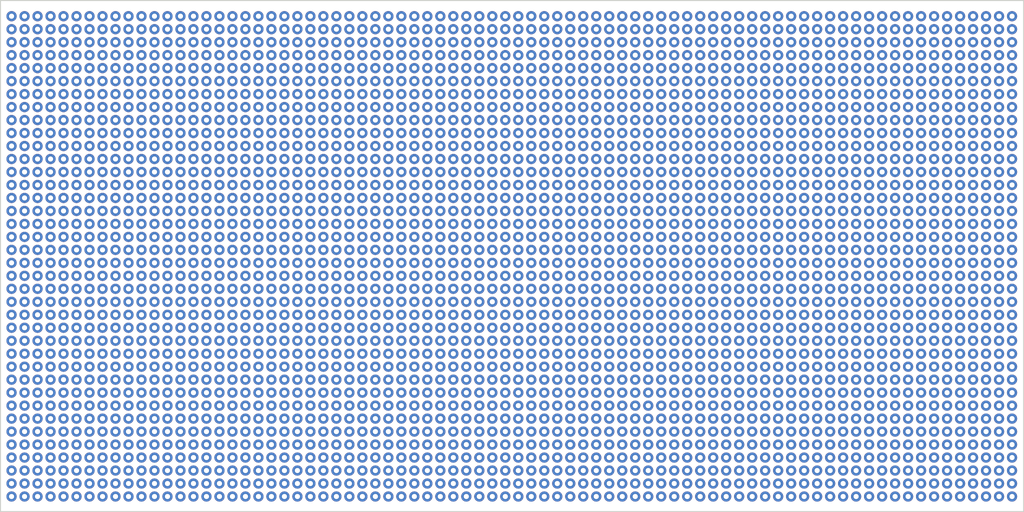
<source format=kicad_pcb>
(kicad_pcb (version 20171130) (host pcbnew 5.1.7-a382d34a8~88~ubuntu18.04.1)
  (layers (0 F.Cu signal) (31 B.Cu signal) (34 B.Paste user) (35 F.Paste user) (36 B.SilkS user) (37 F.SilkS user) (38 B.Mask user) (39 F.Mask user) (44 Edge.Cuts user))
  (net 0 "")
  (module IWconnectors:1_pin (layer F.Cu) (at 221.4372 54.61)
    (fp_text reference 1_PIN hide)
    (fp_text value P*** hide)
    (pad 1 thru_hole circle (at 0 0) (size 2 2) (drill 1) (layers *.Cu *.Mask))
  )
  (module IWconnectors:1_pin (layer F.Cu) (at 231.5972 80.01)
    (fp_text reference 1_PIN hide)
    (fp_text value P*** hide)
    (pad 1 thru_hole circle (at 0 0) (size 2 2) (drill 1) (layers *.Cu *.Mask))
  )
  (module IWconnectors:1_pin (layer F.Cu) (at 231.5972 49.53)
    (fp_text reference 1_PIN hide)
    (fp_text value P*** hide)
    (pad 1 thru_hole circle (at 0 0) (size 2 2) (drill 1) (layers *.Cu *.Mask))
  )
  (module IWconnectors:1_pin (layer F.Cu) (at 231.5972 69.85)
    (fp_text reference 1_PIN hide)
    (fp_text value P*** hide)
    (pad 1 thru_hole circle (at 0 0) (size 2 2) (drill 1) (layers *.Cu *.Mask))
  )
  (module IWconnectors:1_pin (layer F.Cu) (at 211.2772 130.81)
    (fp_text reference 1_PIN hide)
    (fp_text value P*** hide)
    (pad 1 thru_hole circle (at 0 0) (size 2 2) (drill 1) (layers *.Cu *.Mask))
  )
  (module IWconnectors:1_pin (layer F.Cu) (at 211.2772 74.93)
    (fp_text reference 1_PIN hide)
    (fp_text value P*** hide)
    (pad 1 thru_hole circle (at 0 0) (size 2 2) (drill 1) (layers *.Cu *.Mask))
  )
  (module IWconnectors:1_pin (layer F.Cu) (at 234.1372 92.71)
    (fp_text reference 1_PIN hide)
    (fp_text value P*** hide)
    (pad 1 thru_hole circle (at 0 0) (size 2 2) (drill 1) (layers *.Cu *.Mask))
  )
  (module IWconnectors:1_pin (layer F.Cu) (at 223.9772 52.07)
    (fp_text reference 1_PIN hide)
    (fp_text value P*** hide)
    (pad 1 thru_hole circle (at 0 0) (size 2 2) (drill 1) (layers *.Cu *.Mask))
  )
  (module IWconnectors:1_pin (layer F.Cu) (at 216.3572 92.71)
    (fp_text reference 1_PIN hide)
    (fp_text value P*** hide)
    (pad 1 thru_hole circle (at 0 0) (size 2 2) (drill 1) (layers *.Cu *.Mask))
  )
  (module IWconnectors:1_pin (layer F.Cu) (at 211.2772 82.55)
    (fp_text reference 1_PIN hide)
    (fp_text value P*** hide)
    (pad 1 thru_hole circle (at 0 0) (size 2 2) (drill 1) (layers *.Cu *.Mask))
  )
  (module IWconnectors:1_pin (layer F.Cu) (at 234.1372 49.53)
    (fp_text reference 1_PIN hide)
    (fp_text value P*** hide)
    (pad 1 thru_hole circle (at 0 0) (size 2 2) (drill 1) (layers *.Cu *.Mask))
  )
  (module IWconnectors:1_pin (layer F.Cu) (at 234.1372 69.85)
    (fp_text reference 1_PIN hide)
    (fp_text value P*** hide)
    (pad 1 thru_hole circle (at 0 0) (size 2 2) (drill 1) (layers *.Cu *.Mask))
  )
  (module IWconnectors:1_pin (layer F.Cu) (at 234.1372 54.61)
    (fp_text reference 1_PIN hide)
    (fp_text value P*** hide)
    (pad 1 thru_hole circle (at 0 0) (size 2 2) (drill 1) (layers *.Cu *.Mask))
  )
  (module IWconnectors:1_pin (layer F.Cu) (at 234.1372 57.15)
    (fp_text reference 1_PIN hide)
    (fp_text value P*** hide)
    (pad 1 thru_hole circle (at 0 0) (size 2 2) (drill 1) (layers *.Cu *.Mask))
  )
  (module IWconnectors:1_pin (layer F.Cu) (at 234.1372 74.93)
    (fp_text reference 1_PIN hide)
    (fp_text value P*** hide)
    (pad 1 thru_hole circle (at 0 0) (size 2 2) (drill 1) (layers *.Cu *.Mask))
  )
  (module IWconnectors:1_pin (layer F.Cu) (at 221.4372 95.25)
    (fp_text reference 1_PIN hide)
    (fp_text value P*** hide)
    (pad 1 thru_hole circle (at 0 0) (size 2 2) (drill 1) (layers *.Cu *.Mask))
  )
  (module IWconnectors:1_pin (layer F.Cu) (at 221.4372 92.71)
    (fp_text reference 1_PIN hide)
    (fp_text value P*** hide)
    (pad 1 thru_hole circle (at 0 0) (size 2 2) (drill 1) (layers *.Cu *.Mask))
  )
  (module IWconnectors:1_pin (layer F.Cu) (at 239.2172 120.65)
    (fp_text reference 1_PIN hide)
    (fp_text value P*** hide)
    (pad 1 thru_hole circle (at 0 0) (size 2 2) (drill 1) (layers *.Cu *.Mask))
  )
  (module IWconnectors:1_pin (layer F.Cu) (at 239.2172 113.03)
    (fp_text reference 1_PIN hide)
    (fp_text value P*** hide)
    (pad 1 thru_hole circle (at 0 0) (size 2 2) (drill 1) (layers *.Cu *.Mask))
  )
  (module IWconnectors:1_pin (layer F.Cu) (at 239.2172 62.23)
    (fp_text reference 1_PIN hide)
    (fp_text value P*** hide)
    (pad 1 thru_hole circle (at 0 0) (size 2 2) (drill 1) (layers *.Cu *.Mask))
  )
  (module IWconnectors:1_pin (layer F.Cu) (at 239.2172 107.95)
    (fp_text reference 1_PIN hide)
    (fp_text value P*** hide)
    (pad 1 thru_hole circle (at 0 0) (size 2 2) (drill 1) (layers *.Cu *.Mask))
  )
  (module IWconnectors:1_pin (layer F.Cu) (at 239.2172 77.47)
    (fp_text reference 1_PIN hide)
    (fp_text value P*** hide)
    (pad 1 thru_hole circle (at 0 0) (size 2 2) (drill 1) (layers *.Cu *.Mask))
  )
  (module IWconnectors:1_pin (layer F.Cu) (at 239.2172 44.45)
    (fp_text reference 1_PIN hide)
    (fp_text value P*** hide)
    (pad 1 thru_hole circle (at 0 0) (size 2 2) (drill 1) (layers *.Cu *.Mask))
  )
  (module IWconnectors:1_pin (layer F.Cu) (at 239.2172 59.69)
    (fp_text reference 1_PIN hide)
    (fp_text value P*** hide)
    (pad 1 thru_hole circle (at 0 0) (size 2 2) (drill 1) (layers *.Cu *.Mask))
  )
  (module IWconnectors:1_pin (layer F.Cu) (at 239.2172 128.27)
    (fp_text reference 1_PIN hide)
    (fp_text value P*** hide)
    (pad 1 thru_hole circle (at 0 0) (size 2 2) (drill 1) (layers *.Cu *.Mask))
  )
  (module IWconnectors:1_pin (layer F.Cu) (at 239.2172 97.79)
    (fp_text reference 1_PIN hide)
    (fp_text value P*** hide)
    (pad 1 thru_hole circle (at 0 0) (size 2 2) (drill 1) (layers *.Cu *.Mask))
  )
  (module IWconnectors:1_pin (layer F.Cu) (at 239.2172 130.81)
    (fp_text reference 1_PIN hide)
    (fp_text value P*** hide)
    (pad 1 thru_hole circle (at 0 0) (size 2 2) (drill 1) (layers *.Cu *.Mask))
  )
  (module IWconnectors:1_pin (layer F.Cu) (at 239.2172 64.77)
    (fp_text reference 1_PIN hide)
    (fp_text value P*** hide)
    (pad 1 thru_hole circle (at 0 0) (size 2 2) (drill 1) (layers *.Cu *.Mask))
  )
  (module IWconnectors:1_pin (layer F.Cu) (at 239.2172 105.41)
    (fp_text reference 1_PIN hide)
    (fp_text value P*** hide)
    (pad 1 thru_hole circle (at 0 0) (size 2 2) (drill 1) (layers *.Cu *.Mask))
  )
  (module IWconnectors:1_pin (layer F.Cu) (at 239.2172 135.89)
    (fp_text reference 1_PIN hide)
    (fp_text value P*** hide)
    (pad 1 thru_hole circle (at 0 0) (size 2 2) (drill 1) (layers *.Cu *.Mask))
  )
  (module IWconnectors:1_pin (layer F.Cu) (at 239.2172 85.09)
    (fp_text reference 1_PIN hide)
    (fp_text value P*** hide)
    (pad 1 thru_hole circle (at 0 0) (size 2 2) (drill 1) (layers *.Cu *.Mask))
  )
  (module IWconnectors:1_pin (layer F.Cu) (at 231.5972 100.33)
    (fp_text reference 1_PIN hide)
    (fp_text value P*** hide)
    (pad 1 thru_hole circle (at 0 0) (size 2 2) (drill 1) (layers *.Cu *.Mask))
  )
  (module IWconnectors:1_pin (layer F.Cu) (at 231.5972 72.39)
    (fp_text reference 1_PIN hide)
    (fp_text value P*** hide)
    (pad 1 thru_hole circle (at 0 0) (size 2 2) (drill 1) (layers *.Cu *.Mask))
  )
  (module IWconnectors:1_pin (layer F.Cu) (at 231.5972 90.17)
    (fp_text reference 1_PIN hide)
    (fp_text value P*** hide)
    (pad 1 thru_hole circle (at 0 0) (size 2 2) (drill 1) (layers *.Cu *.Mask))
  )
  (module IWconnectors:1_pin (layer F.Cu) (at 231.5972 110.49)
    (fp_text reference 1_PIN hide)
    (fp_text value P*** hide)
    (pad 1 thru_hole circle (at 0 0) (size 2 2) (drill 1) (layers *.Cu *.Mask))
  )
  (module IWconnectors:1_pin (layer F.Cu) (at 211.2772 107.95)
    (fp_text reference 1_PIN hide)
    (fp_text value P*** hide)
    (pad 1 thru_hole circle (at 0 0) (size 2 2) (drill 1) (layers *.Cu *.Mask))
  )
  (module IWconnectors:1_pin (layer F.Cu) (at 231.5972 62.23)
    (fp_text reference 1_PIN hide)
    (fp_text value P*** hide)
    (pad 1 thru_hole circle (at 0 0) (size 2 2) (drill 1) (layers *.Cu *.Mask))
  )
  (module IWconnectors:1_pin (layer F.Cu) (at 231.5972 107.95)
    (fp_text reference 1_PIN hide)
    (fp_text value P*** hide)
    (pad 1 thru_hole circle (at 0 0) (size 2 2) (drill 1) (layers *.Cu *.Mask))
  )
  (module IWconnectors:1_pin (layer F.Cu) (at 231.5972 77.47)
    (fp_text reference 1_PIN hide)
    (fp_text value P*** hide)
    (pad 1 thru_hole circle (at 0 0) (size 2 2) (drill 1) (layers *.Cu *.Mask))
  )
  (module IWconnectors:1_pin (layer F.Cu) (at 231.5972 44.45)
    (fp_text reference 1_PIN hide)
    (fp_text value P*** hide)
    (pad 1 thru_hole circle (at 0 0) (size 2 2) (drill 1) (layers *.Cu *.Mask))
  )
  (module IWconnectors:1_pin (layer F.Cu) (at 231.5972 59.69)
    (fp_text reference 1_PIN hide)
    (fp_text value P*** hide)
    (pad 1 thru_hole circle (at 0 0) (size 2 2) (drill 1) (layers *.Cu *.Mask))
  )
  (module IWconnectors:1_pin (layer F.Cu) (at 231.5972 128.27)
    (fp_text reference 1_PIN hide)
    (fp_text value P*** hide)
    (pad 1 thru_hole circle (at 0 0) (size 2 2) (drill 1) (layers *.Cu *.Mask))
  )
  (module IWconnectors:1_pin (layer F.Cu) (at 234.1372 64.77)
    (fp_text reference 1_PIN hide)
    (fp_text value P*** hide)
    (pad 1 thru_hole circle (at 0 0) (size 2 2) (drill 1) (layers *.Cu *.Mask))
  )
  (module IWconnectors:1_pin (layer F.Cu) (at 234.1372 105.41)
    (fp_text reference 1_PIN hide)
    (fp_text value P*** hide)
    (pad 1 thru_hole circle (at 0 0) (size 2 2) (drill 1) (layers *.Cu *.Mask))
  )
  (module IWconnectors:1_pin (layer F.Cu) (at 234.1372 135.89)
    (fp_text reference 1_PIN hide)
    (fp_text value P*** hide)
    (pad 1 thru_hole circle (at 0 0) (size 2 2) (drill 1) (layers *.Cu *.Mask))
  )
  (module IWconnectors:1_pin (layer F.Cu) (at 234.1372 85.09)
    (fp_text reference 1_PIN hide)
    (fp_text value P*** hide)
    (pad 1 thru_hole circle (at 0 0) (size 2 2) (drill 1) (layers *.Cu *.Mask))
  )
  (module IWconnectors:1_pin (layer F.Cu) (at 234.1372 133.35)
    (fp_text reference 1_PIN hide)
    (fp_text value P*** hide)
    (pad 1 thru_hole circle (at 0 0) (size 2 2) (drill 1) (layers *.Cu *.Mask))
  )
  (module IWconnectors:1_pin (layer F.Cu) (at 234.1372 95.25)
    (fp_text reference 1_PIN hide)
    (fp_text value P*** hide)
    (pad 1 thru_hole circle (at 0 0) (size 2 2) (drill 1) (layers *.Cu *.Mask))
  )
  (module IWconnectors:1_pin (layer F.Cu) (at 234.1372 115.57)
    (fp_text reference 1_PIN hide)
    (fp_text value P*** hide)
    (pad 1 thru_hole circle (at 0 0) (size 2 2) (drill 1) (layers *.Cu *.Mask))
  )
  (module IWconnectors:1_pin (layer F.Cu) (at 206.1972 100.33)
    (fp_text reference 1_PIN hide)
    (fp_text value P*** hide)
    (pad 1 thru_hole circle (at 0 0) (size 2 2) (drill 1) (layers *.Cu *.Mask))
  )
  (module IWconnectors:1_pin (layer F.Cu) (at 229.0572 113.03)
    (fp_text reference 1_PIN hide)
    (fp_text value P*** hide)
    (pad 1 thru_hole circle (at 0 0) (size 2 2) (drill 1) (layers *.Cu *.Mask))
  )
  (module IWconnectors:1_pin (layer F.Cu) (at 229.0572 62.23)
    (fp_text reference 1_PIN hide)
    (fp_text value P*** hide)
    (pad 1 thru_hole circle (at 0 0) (size 2 2) (drill 1) (layers *.Cu *.Mask))
  )
  (module IWconnectors:1_pin (layer F.Cu) (at 234.1372 72.39)
    (fp_text reference 1_PIN hide)
    (fp_text value P*** hide)
    (pad 1 thru_hole circle (at 0 0) (size 2 2) (drill 1) (layers *.Cu *.Mask))
  )
  (module IWconnectors:1_pin (layer F.Cu) (at 234.1372 90.17)
    (fp_text reference 1_PIN hide)
    (fp_text value P*** hide)
    (pad 1 thru_hole circle (at 0 0) (size 2 2) (drill 1) (layers *.Cu *.Mask))
  )
  (module IWconnectors:1_pin (layer F.Cu) (at 234.1372 110.49)
    (fp_text reference 1_PIN hide)
    (fp_text value P*** hide)
    (pad 1 thru_hole circle (at 0 0) (size 2 2) (drill 1) (layers *.Cu *.Mask))
  )
  (module IWconnectors:1_pin (layer F.Cu) (at 234.1372 125.73)
    (fp_text reference 1_PIN hide)
    (fp_text value P*** hide)
    (pad 1 thru_hole circle (at 0 0) (size 2 2) (drill 1) (layers *.Cu *.Mask))
  )
  (module IWconnectors:1_pin (layer F.Cu) (at 234.1372 120.65)
    (fp_text reference 1_PIN hide)
    (fp_text value P*** hide)
    (pad 1 thru_hole circle (at 0 0) (size 2 2) (drill 1) (layers *.Cu *.Mask))
  )
  (module IWconnectors:1_pin (layer F.Cu) (at 234.1372 113.03)
    (fp_text reference 1_PIN hide)
    (fp_text value P*** hide)
    (pad 1 thru_hole circle (at 0 0) (size 2 2) (drill 1) (layers *.Cu *.Mask))
  )
  (module IWconnectors:1_pin (layer F.Cu) (at 234.1372 62.23)
    (fp_text reference 1_PIN hide)
    (fp_text value P*** hide)
    (pad 1 thru_hole circle (at 0 0) (size 2 2) (drill 1) (layers *.Cu *.Mask))
  )
  (module IWconnectors:1_pin (layer F.Cu) (at 216.3572 74.93)
    (fp_text reference 1_PIN hide)
    (fp_text value P*** hide)
    (pad 1 thru_hole circle (at 0 0) (size 2 2) (drill 1) (layers *.Cu *.Mask))
  )
  (module IWconnectors:1_pin (layer F.Cu) (at 234.1372 107.95)
    (fp_text reference 1_PIN hide)
    (fp_text value P*** hide)
    (pad 1 thru_hole circle (at 0 0) (size 2 2) (drill 1) (layers *.Cu *.Mask))
  )
  (module IWconnectors:1_pin (layer F.Cu) (at 234.1372 77.47)
    (fp_text reference 1_PIN hide)
    (fp_text value P*** hide)
    (pad 1 thru_hole circle (at 0 0) (size 2 2) (drill 1) (layers *.Cu *.Mask))
  )
  (module IWconnectors:1_pin (layer F.Cu) (at 234.1372 44.45)
    (fp_text reference 1_PIN hide)
    (fp_text value P*** hide)
    (pad 1 thru_hole circle (at 0 0) (size 2 2) (drill 1) (layers *.Cu *.Mask))
  )
  (module IWconnectors:1_pin (layer F.Cu) (at 234.1372 59.69)
    (fp_text reference 1_PIN hide)
    (fp_text value P*** hide)
    (pad 1 thru_hole circle (at 0 0) (size 2 2) (drill 1) (layers *.Cu *.Mask))
  )
  (module IWconnectors:1_pin (layer F.Cu) (at 234.1372 128.27)
    (fp_text reference 1_PIN hide)
    (fp_text value P*** hide)
    (pad 1 thru_hole circle (at 0 0) (size 2 2) (drill 1) (layers *.Cu *.Mask))
  )
  (module IWconnectors:1_pin (layer F.Cu) (at 234.1372 97.79)
    (fp_text reference 1_PIN hide)
    (fp_text value P*** hide)
    (pad 1 thru_hole circle (at 0 0) (size 2 2) (drill 1) (layers *.Cu *.Mask))
  )
  (module IWconnectors:1_pin (layer F.Cu) (at 234.1372 130.81)
    (fp_text reference 1_PIN hide)
    (fp_text value P*** hide)
    (pad 1 thru_hole circle (at 0 0) (size 2 2) (drill 1) (layers *.Cu *.Mask))
  )
  (module IWconnectors:1_pin (layer F.Cu) (at 231.5972 133.35)
    (fp_text reference 1_PIN hide)
    (fp_text value P*** hide)
    (pad 1 thru_hole circle (at 0 0) (size 2 2) (drill 1) (layers *.Cu *.Mask))
  )
  (module IWconnectors:1_pin (layer F.Cu) (at 231.5972 95.25)
    (fp_text reference 1_PIN hide)
    (fp_text value P*** hide)
    (pad 1 thru_hole circle (at 0 0) (size 2 2) (drill 1) (layers *.Cu *.Mask))
  )
  (module IWconnectors:1_pin (layer F.Cu) (at 231.5972 115.57)
    (fp_text reference 1_PIN hide)
    (fp_text value P*** hide)
    (pad 1 thru_hole circle (at 0 0) (size 2 2) (drill 1) (layers *.Cu *.Mask))
  )
  (module IWconnectors:1_pin (layer F.Cu) (at 239.2172 100.33)
    (fp_text reference 1_PIN hide)
    (fp_text value P*** hide)
    (pad 1 thru_hole circle (at 0 0) (size 2 2) (drill 1) (layers *.Cu *.Mask))
  )
  (module IWconnectors:1_pin (layer F.Cu) (at 239.2172 72.39)
    (fp_text reference 1_PIN hide)
    (fp_text value P*** hide)
    (pad 1 thru_hole circle (at 0 0) (size 2 2) (drill 1) (layers *.Cu *.Mask))
  )
  (module IWconnectors:1_pin (layer F.Cu) (at 239.2172 90.17)
    (fp_text reference 1_PIN hide)
    (fp_text value P*** hide)
    (pad 1 thru_hole circle (at 0 0) (size 2 2) (drill 1) (layers *.Cu *.Mask))
  )
  (module IWconnectors:1_pin (layer F.Cu) (at 239.2172 110.49)
    (fp_text reference 1_PIN hide)
    (fp_text value P*** hide)
    (pad 1 thru_hole circle (at 0 0) (size 2 2) (drill 1) (layers *.Cu *.Mask))
  )
  (module IWconnectors:1_pin (layer F.Cu) (at 239.2172 125.73)
    (fp_text reference 1_PIN hide)
    (fp_text value P*** hide)
    (pad 1 thru_hole circle (at 0 0) (size 2 2) (drill 1) (layers *.Cu *.Mask))
  )
  (module IWconnectors:1_pin (layer F.Cu) (at 206.1972 72.39)
    (fp_text reference 1_PIN hide)
    (fp_text value P*** hide)
    (pad 1 thru_hole circle (at 0 0) (size 2 2) (drill 1) (layers *.Cu *.Mask))
  )
  (module IWconnectors:1_pin (layer F.Cu) (at 206.1972 90.17)
    (fp_text reference 1_PIN hide)
    (fp_text value P*** hide)
    (pad 1 thru_hole circle (at 0 0) (size 2 2) (drill 1) (layers *.Cu *.Mask))
  )
  (module IWconnectors:1_pin (layer F.Cu) (at 226.5172 118.11)
    (fp_text reference 1_PIN hide)
    (fp_text value P*** hide)
    (pad 1 thru_hole circle (at 0 0) (size 2 2) (drill 1) (layers *.Cu *.Mask))
  )
  (module IWconnectors:1_pin (layer F.Cu) (at 213.8172 77.47)
    (fp_text reference 1_PIN hide)
    (fp_text value P*** hide)
    (pad 1 thru_hole circle (at 0 0) (size 2 2) (drill 1) (layers *.Cu *.Mask))
  )
  (module IWconnectors:1_pin (layer F.Cu) (at 211.2772 95.25)
    (fp_text reference 1_PIN hide)
    (fp_text value P*** hide)
    (pad 1 thru_hole circle (at 0 0) (size 2 2) (drill 1) (layers *.Cu *.Mask))
  )
  (module IWconnectors:1_pin (layer F.Cu) (at 218.8972 59.69)
    (fp_text reference 1_PIN hide)
    (fp_text value P*** hide)
    (pad 1 thru_hole circle (at 0 0) (size 2 2) (drill 1) (layers *.Cu *.Mask))
  )
  (module IWconnectors:1_pin (layer F.Cu) (at 208.7372 67.31)
    (fp_text reference 1_PIN hide)
    (fp_text value P*** hide)
    (pad 1 thru_hole circle (at 0 0) (size 2 2) (drill 1) (layers *.Cu *.Mask))
  )
  (module IWconnectors:1_pin (layer F.Cu) (at 211.2772 46.99)
    (fp_text reference 1_PIN hide)
    (fp_text value P*** hide)
    (pad 1 thru_hole circle (at 0 0) (size 2 2) (drill 1) (layers *.Cu *.Mask))
  )
  (module IWconnectors:1_pin (layer F.Cu) (at 216.3572 100.33)
    (fp_text reference 1_PIN hide)
    (fp_text value P*** hide)
    (pad 1 thru_hole circle (at 0 0) (size 2 2) (drill 1) (layers *.Cu *.Mask))
  )
  (module IWconnectors:1_pin (layer F.Cu) (at 216.3572 138.43)
    (fp_text reference 1_PIN hide)
    (fp_text value P*** hide)
    (pad 1 thru_hole circle (at 0 0) (size 2 2) (drill 1) (layers *.Cu *.Mask))
  )
  (module IWconnectors:1_pin (layer F.Cu) (at 211.2772 69.85)
    (fp_text reference 1_PIN hide)
    (fp_text value P*** hide)
    (pad 1 thru_hole circle (at 0 0) (size 2 2) (drill 1) (layers *.Cu *.Mask))
  )
  (module IWconnectors:1_pin (layer F.Cu) (at 206.1972 110.49)
    (fp_text reference 1_PIN hide)
    (fp_text value P*** hide)
    (pad 1 thru_hole circle (at 0 0) (size 2 2) (drill 1) (layers *.Cu *.Mask))
  )
  (module IWconnectors:1_pin (layer F.Cu) (at 216.3572 54.61)
    (fp_text reference 1_PIN hide)
    (fp_text value P*** hide)
    (pad 1 thru_hole circle (at 0 0) (size 2 2) (drill 1) (layers *.Cu *.Mask))
  )
  (module IWconnectors:1_pin (layer F.Cu) (at 213.8172 59.69)
    (fp_text reference 1_PIN hide)
    (fp_text value P*** hide)
    (pad 1 thru_hole circle (at 0 0) (size 2 2) (drill 1) (layers *.Cu *.Mask))
  )
  (module IWconnectors:1_pin (layer F.Cu) (at 221.4372 46.99)
    (fp_text reference 1_PIN hide)
    (fp_text value P*** hide)
    (pad 1 thru_hole circle (at 0 0) (size 2 2) (drill 1) (layers *.Cu *.Mask))
  )
  (module IWconnectors:1_pin (layer F.Cu) (at 221.4372 102.87)
    (fp_text reference 1_PIN hide)
    (fp_text value P*** hide)
    (pad 1 thru_hole circle (at 0 0) (size 2 2) (drill 1) (layers *.Cu *.Mask))
  )
  (module IWconnectors:1_pin (layer F.Cu) (at 216.3572 115.57)
    (fp_text reference 1_PIN hide)
    (fp_text value P*** hide)
    (pad 1 thru_hole circle (at 0 0) (size 2 2) (drill 1) (layers *.Cu *.Mask))
  )
  (module IWconnectors:1_pin (layer F.Cu) (at 206.1972 125.73)
    (fp_text reference 1_PIN hide)
    (fp_text value P*** hide)
    (pad 1 thru_hole circle (at 0 0) (size 2 2) (drill 1) (layers *.Cu *.Mask))
  )
  (module IWconnectors:1_pin (layer F.Cu) (at 216.3572 128.27)
    (fp_text reference 1_PIN hide)
    (fp_text value P*** hide)
    (pad 1 thru_hole circle (at 0 0) (size 2 2) (drill 1) (layers *.Cu *.Mask))
  )
  (module IWconnectors:1_pin (layer F.Cu) (at 208.7372 62.23)
    (fp_text reference 1_PIN hide)
    (fp_text value P*** hide)
    (pad 1 thru_hole circle (at 0 0) (size 2 2) (drill 1) (layers *.Cu *.Mask))
  )
  (module IWconnectors:1_pin (layer F.Cu) (at 213.8172 62.23)
    (fp_text reference 1_PIN hide)
    (fp_text value P*** hide)
    (pad 1 thru_hole circle (at 0 0) (size 2 2) (drill 1) (layers *.Cu *.Mask))
  )
  (module IWconnectors:1_pin (layer F.Cu) (at 218.8972 110.49)
    (fp_text reference 1_PIN hide)
    (fp_text value P*** hide)
    (pad 1 thru_hole circle (at 0 0) (size 2 2) (drill 1) (layers *.Cu *.Mask))
  )
  (module IWconnectors:1_pin (layer F.Cu) (at 226.5172 77.47)
    (fp_text reference 1_PIN hide)
    (fp_text value P*** hide)
    (pad 1 thru_hole circle (at 0 0) (size 2 2) (drill 1) (layers *.Cu *.Mask))
  )
  (module IWconnectors:1_pin (layer F.Cu) (at 226.5172 44.45)
    (fp_text reference 1_PIN hide)
    (fp_text value P*** hide)
    (pad 1 thru_hole circle (at 0 0) (size 2 2) (drill 1) (layers *.Cu *.Mask))
  )
  (module IWconnectors:1_pin (layer F.Cu) (at 216.3572 59.69)
    (fp_text reference 1_PIN hide)
    (fp_text value P*** hide)
    (pad 1 thru_hole circle (at 0 0) (size 2 2) (drill 1) (layers *.Cu *.Mask))
  )
  (module IWconnectors:1_pin (layer F.Cu) (at 211.2772 118.11)
    (fp_text reference 1_PIN hide)
    (fp_text value P*** hide)
    (pad 1 thru_hole circle (at 0 0) (size 2 2) (drill 1) (layers *.Cu *.Mask))
  )
  (module IWconnectors:1_pin (layer F.Cu) (at 213.8172 67.31)
    (fp_text reference 1_PIN hide)
    (fp_text value P*** hide)
    (pad 1 thru_hole circle (at 0 0) (size 2 2) (drill 1) (layers *.Cu *.Mask))
  )
  (module IWconnectors:1_pin (layer F.Cu) (at 226.5172 113.03)
    (fp_text reference 1_PIN hide)
    (fp_text value P*** hide)
    (pad 1 thru_hole circle (at 0 0) (size 2 2) (drill 1) (layers *.Cu *.Mask))
  )
  (module IWconnectors:1_pin (layer F.Cu) (at 226.5172 62.23)
    (fp_text reference 1_PIN hide)
    (fp_text value P*** hide)
    (pad 1 thru_hole circle (at 0 0) (size 2 2) (drill 1) (layers *.Cu *.Mask))
  )
  (module IWconnectors:1_pin (layer F.Cu) (at 218.8972 92.71)
    (fp_text reference 1_PIN hide)
    (fp_text value P*** hide)
    (pad 1 thru_hole circle (at 0 0) (size 2 2) (drill 1) (layers *.Cu *.Mask))
  )
  (module IWconnectors:1_pin (layer F.Cu) (at 216.3572 90.17)
    (fp_text reference 1_PIN hide)
    (fp_text value P*** hide)
    (pad 1 thru_hole circle (at 0 0) (size 2 2) (drill 1) (layers *.Cu *.Mask))
  )
  (module IWconnectors:1_pin (layer F.Cu) (at 221.4372 82.55)
    (fp_text reference 1_PIN hide)
    (fp_text value P*** hide)
    (pad 1 thru_hole circle (at 0 0) (size 2 2) (drill 1) (layers *.Cu *.Mask))
  )
  (module IWconnectors:1_pin (layer F.Cu) (at 216.3572 64.77)
    (fp_text reference 1_PIN hide)
    (fp_text value P*** hide)
    (pad 1 thru_hole circle (at 0 0) (size 2 2) (drill 1) (layers *.Cu *.Mask))
  )
  (module IWconnectors:1_pin (layer F.Cu) (at 218.8972 62.23)
    (fp_text reference 1_PIN hide)
    (fp_text value P*** hide)
    (pad 1 thru_hole circle (at 0 0) (size 2 2) (drill 1) (layers *.Cu *.Mask))
  )
  (module IWconnectors:1_pin (layer F.Cu) (at 218.8972 107.95)
    (fp_text reference 1_PIN hide)
    (fp_text value P*** hide)
    (pad 1 thru_hole circle (at 0 0) (size 2 2) (drill 1) (layers *.Cu *.Mask))
  )
  (module IWconnectors:1_pin (layer F.Cu) (at 216.3572 69.85)
    (fp_text reference 1_PIN hide)
    (fp_text value P*** hide)
    (pad 1 thru_hole circle (at 0 0) (size 2 2) (drill 1) (layers *.Cu *.Mask))
  )
  (module IWconnectors:1_pin (layer F.Cu) (at 211.2772 57.15)
    (fp_text reference 1_PIN hide)
    (fp_text value P*** hide)
    (pad 1 thru_hole circle (at 0 0) (size 2 2) (drill 1) (layers *.Cu *.Mask))
  )
  (module IWconnectors:1_pin (layer F.Cu) (at 223.9772 110.49)
    (fp_text reference 1_PIN hide)
    (fp_text value P*** hide)
    (pad 1 thru_hole circle (at 0 0) (size 2 2) (drill 1) (layers *.Cu *.Mask))
  )
  (module IWconnectors:1_pin (layer F.Cu) (at 223.9772 125.73)
    (fp_text reference 1_PIN hide)
    (fp_text value P*** hide)
    (pad 1 thru_hole circle (at 0 0) (size 2 2) (drill 1) (layers *.Cu *.Mask))
  )
  (module IWconnectors:1_pin (layer F.Cu) (at 221.4372 62.23)
    (fp_text reference 1_PIN hide)
    (fp_text value P*** hide)
    (pad 1 thru_hole circle (at 0 0) (size 2 2) (drill 1) (layers *.Cu *.Mask))
  )
  (module IWconnectors:1_pin (layer F.Cu) (at 208.7372 123.19)
    (fp_text reference 1_PIN hide)
    (fp_text value P*** hide)
    (pad 1 thru_hole circle (at 0 0) (size 2 2) (drill 1) (layers *.Cu *.Mask))
  )
  (module IWconnectors:1_pin (layer F.Cu) (at 216.3572 46.99)
    (fp_text reference 1_PIN hide)
    (fp_text value P*** hide)
    (pad 1 thru_hole circle (at 0 0) (size 2 2) (drill 1) (layers *.Cu *.Mask))
  )
  (module IWconnectors:1_pin (layer F.Cu) (at 206.1972 120.65)
    (fp_text reference 1_PIN hide)
    (fp_text value P*** hide)
    (pad 1 thru_hole circle (at 0 0) (size 2 2) (drill 1) (layers *.Cu *.Mask))
  )
  (module IWconnectors:1_pin (layer F.Cu) (at 229.0572 74.93)
    (fp_text reference 1_PIN hide)
    (fp_text value P*** hide)
    (pad 1 thru_hole circle (at 0 0) (size 2 2) (drill 1) (layers *.Cu *.Mask))
  )
  (module IWconnectors:1_pin (layer F.Cu) (at 229.0572 46.99)
    (fp_text reference 1_PIN hide)
    (fp_text value P*** hide)
    (pad 1 thru_hole circle (at 0 0) (size 2 2) (drill 1) (layers *.Cu *.Mask))
  )
  (module IWconnectors:1_pin (layer F.Cu) (at 226.5172 59.69)
    (fp_text reference 1_PIN hide)
    (fp_text value P*** hide)
    (pad 1 thru_hole circle (at 0 0) (size 2 2) (drill 1) (layers *.Cu *.Mask))
  )
  (module IWconnectors:1_pin (layer F.Cu) (at 226.5172 128.27)
    (fp_text reference 1_PIN hide)
    (fp_text value P*** hide)
    (pad 1 thru_hole circle (at 0 0) (size 2 2) (drill 1) (layers *.Cu *.Mask))
  )
  (module IWconnectors:1_pin (layer F.Cu) (at 229.0572 105.41)
    (fp_text reference 1_PIN hide)
    (fp_text value P*** hide)
    (pad 1 thru_hole circle (at 0 0) (size 2 2) (drill 1) (layers *.Cu *.Mask))
  )
  (module IWconnectors:1_pin (layer F.Cu) (at 229.0572 135.89)
    (fp_text reference 1_PIN hide)
    (fp_text value P*** hide)
    (pad 1 thru_hole circle (at 0 0) (size 2 2) (drill 1) (layers *.Cu *.Mask))
  )
  (module IWconnectors:1_pin (layer F.Cu) (at 213.8172 49.53)
    (fp_text reference 1_PIN hide)
    (fp_text value P*** hide)
    (pad 1 thru_hole circle (at 0 0) (size 2 2) (drill 1) (layers *.Cu *.Mask))
  )
  (module IWconnectors:1_pin (layer F.Cu) (at 211.2772 80.01)
    (fp_text reference 1_PIN hide)
    (fp_text value P*** hide)
    (pad 1 thru_hole circle (at 0 0) (size 2 2) (drill 1) (layers *.Cu *.Mask))
  )
  (module IWconnectors:1_pin (layer F.Cu) (at 218.8972 115.57)
    (fp_text reference 1_PIN hide)
    (fp_text value P*** hide)
    (pad 1 thru_hole circle (at 0 0) (size 2 2) (drill 1) (layers *.Cu *.Mask))
  )
  (module IWconnectors:1_pin (layer F.Cu) (at 213.8172 54.61)
    (fp_text reference 1_PIN hide)
    (fp_text value P*** hide)
    (pad 1 thru_hole circle (at 0 0) (size 2 2) (drill 1) (layers *.Cu *.Mask))
  )
  (module IWconnectors:1_pin (layer F.Cu) (at 213.8172 113.03)
    (fp_text reference 1_PIN hide)
    (fp_text value P*** hide)
    (pad 1 thru_hole circle (at 0 0) (size 2 2) (drill 1) (layers *.Cu *.Mask))
  )
  (module IWconnectors:1_pin (layer F.Cu) (at 221.4372 120.65)
    (fp_text reference 1_PIN hide)
    (fp_text value P*** hide)
    (pad 1 thru_hole circle (at 0 0) (size 2 2) (drill 1) (layers *.Cu *.Mask))
  )
  (module IWconnectors:1_pin (layer F.Cu) (at 221.4372 113.03)
    (fp_text reference 1_PIN hide)
    (fp_text value P*** hide)
    (pad 1 thru_hole circle (at 0 0) (size 2 2) (drill 1) (layers *.Cu *.Mask))
  )
  (module IWconnectors:1_pin (layer F.Cu) (at 223.9772 118.11)
    (fp_text reference 1_PIN hide)
    (fp_text value P*** hide)
    (pad 1 thru_hole circle (at 0 0) (size 2 2) (drill 1) (layers *.Cu *.Mask))
  )
  (module IWconnectors:1_pin (layer F.Cu) (at 223.9772 123.19)
    (fp_text reference 1_PIN hide)
    (fp_text value P*** hide)
    (pad 1 thru_hole circle (at 0 0) (size 2 2) (drill 1) (layers *.Cu *.Mask))
  )
  (module IWconnectors:1_pin (layer F.Cu) (at 213.8172 90.17)
    (fp_text reference 1_PIN hide)
    (fp_text value P*** hide)
    (pad 1 thru_hole circle (at 0 0) (size 2 2) (drill 1) (layers *.Cu *.Mask))
  )
  (module IWconnectors:1_pin (layer F.Cu) (at 218.8972 125.73)
    (fp_text reference 1_PIN hide)
    (fp_text value P*** hide)
    (pad 1 thru_hole circle (at 0 0) (size 2 2) (drill 1) (layers *.Cu *.Mask))
  )
  (module IWconnectors:1_pin (layer F.Cu) (at 218.8972 120.65)
    (fp_text reference 1_PIN hide)
    (fp_text value P*** hide)
    (pad 1 thru_hole circle (at 0 0) (size 2 2) (drill 1) (layers *.Cu *.Mask))
  )
  (module IWconnectors:1_pin (layer F.Cu) (at 216.3572 125.73)
    (fp_text reference 1_PIN hide)
    (fp_text value P*** hide)
    (pad 1 thru_hole circle (at 0 0) (size 2 2) (drill 1) (layers *.Cu *.Mask))
  )
  (module IWconnectors:1_pin (layer F.Cu) (at 231.5972 46.99)
    (fp_text reference 1_PIN hide)
    (fp_text value P*** hide)
    (pad 1 thru_hole circle (at 0 0) (size 2 2) (drill 1) (layers *.Cu *.Mask))
  )
  (module IWconnectors:1_pin (layer F.Cu) (at 231.5972 102.87)
    (fp_text reference 1_PIN hide)
    (fp_text value P*** hide)
    (pad 1 thru_hole circle (at 0 0) (size 2 2) (drill 1) (layers *.Cu *.Mask))
  )
  (module IWconnectors:1_pin (layer F.Cu) (at 231.5972 67.31)
    (fp_text reference 1_PIN hide)
    (fp_text value P*** hide)
    (pad 1 thru_hole circle (at 0 0) (size 2 2) (drill 1) (layers *.Cu *.Mask))
  )
  (module IWconnectors:1_pin (layer F.Cu) (at 216.3572 82.55)
    (fp_text reference 1_PIN hide)
    (fp_text value P*** hide)
    (pad 1 thru_hole circle (at 0 0) (size 2 2) (drill 1) (layers *.Cu *.Mask))
  )
  (module IWconnectors:1_pin (layer F.Cu) (at 218.8972 128.27)
    (fp_text reference 1_PIN hide)
    (fp_text value P*** hide)
    (pad 1 thru_hole circle (at 0 0) (size 2 2) (drill 1) (layers *.Cu *.Mask))
  )
  (module IWconnectors:1_pin (layer F.Cu) (at 218.8972 97.79)
    (fp_text reference 1_PIN hide)
    (fp_text value P*** hide)
    (pad 1 thru_hole circle (at 0 0) (size 2 2) (drill 1) (layers *.Cu *.Mask))
  )
  (module IWconnectors:1_pin (layer F.Cu) (at 216.3572 95.25)
    (fp_text reference 1_PIN hide)
    (fp_text value P*** hide)
    (pad 1 thru_hole circle (at 0 0) (size 2 2) (drill 1) (layers *.Cu *.Mask))
  )
  (module IWconnectors:1_pin (layer F.Cu) (at 216.3572 120.65)
    (fp_text reference 1_PIN hide)
    (fp_text value P*** hide)
    (pad 1 thru_hole circle (at 0 0) (size 2 2) (drill 1) (layers *.Cu *.Mask))
  )
  (module IWconnectors:1_pin (layer F.Cu) (at 208.7372 95.25)
    (fp_text reference 1_PIN hide)
    (fp_text value P*** hide)
    (pad 1 thru_hole circle (at 0 0) (size 2 2) (drill 1) (layers *.Cu *.Mask))
  )
  (module IWconnectors:1_pin (layer F.Cu) (at 218.8972 105.41)
    (fp_text reference 1_PIN hide)
    (fp_text value P*** hide)
    (pad 1 thru_hole circle (at 0 0) (size 2 2) (drill 1) (layers *.Cu *.Mask))
  )
  (module IWconnectors:1_pin (layer F.Cu) (at 218.8972 49.53)
    (fp_text reference 1_PIN hide)
    (fp_text value P*** hide)
    (pad 1 thru_hole circle (at 0 0) (size 2 2) (drill 1) (layers *.Cu *.Mask))
  )
  (module IWconnectors:1_pin (layer F.Cu) (at 206.1972 113.03)
    (fp_text reference 1_PIN hide)
    (fp_text value P*** hide)
    (pad 1 thru_hole circle (at 0 0) (size 2 2) (drill 1) (layers *.Cu *.Mask))
  )
  (module IWconnectors:1_pin (layer F.Cu) (at 208.7372 92.71)
    (fp_text reference 1_PIN hide)
    (fp_text value P*** hide)
    (pad 1 thru_hole circle (at 0 0) (size 2 2) (drill 1) (layers *.Cu *.Mask))
  )
  (module IWconnectors:1_pin (layer F.Cu) (at 208.7372 102.87)
    (fp_text reference 1_PIN hide)
    (fp_text value P*** hide)
    (pad 1 thru_hole circle (at 0 0) (size 2 2) (drill 1) (layers *.Cu *.Mask))
  )
  (module IWconnectors:1_pin (layer F.Cu) (at 206.1972 62.23)
    (fp_text reference 1_PIN hide)
    (fp_text value P*** hide)
    (pad 1 thru_hole circle (at 0 0) (size 2 2) (drill 1) (layers *.Cu *.Mask))
  )
  (module IWconnectors:1_pin (layer F.Cu) (at 208.7372 64.77)
    (fp_text reference 1_PIN hide)
    (fp_text value P*** hide)
    (pad 1 thru_hole circle (at 0 0) (size 2 2) (drill 1) (layers *.Cu *.Mask))
  )
  (module IWconnectors:1_pin (layer F.Cu) (at 208.7372 130.81)
    (fp_text reference 1_PIN hide)
    (fp_text value P*** hide)
    (pad 1 thru_hole circle (at 0 0) (size 2 2) (drill 1) (layers *.Cu *.Mask))
  )
  (module IWconnectors:1_pin (layer F.Cu) (at 211.2772 49.53)
    (fp_text reference 1_PIN hide)
    (fp_text value P*** hide)
    (pad 1 thru_hole circle (at 0 0) (size 2 2) (drill 1) (layers *.Cu *.Mask))
  )
  (module IWconnectors:1_pin (layer F.Cu) (at 208.7372 128.27)
    (fp_text reference 1_PIN hide)
    (fp_text value P*** hide)
    (pad 1 thru_hole circle (at 0 0) (size 2 2) (drill 1) (layers *.Cu *.Mask))
  )
  (module IWconnectors:1_pin (layer F.Cu) (at 226.5172 107.95)
    (fp_text reference 1_PIN hide)
    (fp_text value P*** hide)
    (pad 1 thru_hole circle (at 0 0) (size 2 2) (drill 1) (layers *.Cu *.Mask))
  )
  (module IWconnectors:1_pin (layer F.Cu) (at 216.3572 118.11)
    (fp_text reference 1_PIN hide)
    (fp_text value P*** hide)
    (pad 1 thru_hole circle (at 0 0) (size 2 2) (drill 1) (layers *.Cu *.Mask))
  )
  (module IWconnectors:1_pin (layer F.Cu) (at 221.4372 123.19)
    (fp_text reference 1_PIN hide)
    (fp_text value P*** hide)
    (pad 1 thru_hole circle (at 0 0) (size 2 2) (drill 1) (layers *.Cu *.Mask))
  )
  (module IWconnectors:1_pin (layer F.Cu) (at 221.4372 52.07)
    (fp_text reference 1_PIN hide)
    (fp_text value P*** hide)
    (pad 1 thru_hole circle (at 0 0) (size 2 2) (drill 1) (layers *.Cu *.Mask))
  )
  (module IWconnectors:1_pin (layer F.Cu) (at 218.8972 135.89)
    (fp_text reference 1_PIN hide)
    (fp_text value P*** hide)
    (pad 1 thru_hole circle (at 0 0) (size 2 2) (drill 1) (layers *.Cu *.Mask))
  )
  (module IWconnectors:1_pin (layer F.Cu) (at 218.8972 85.09)
    (fp_text reference 1_PIN hide)
    (fp_text value P*** hide)
    (pad 1 thru_hole circle (at 0 0) (size 2 2) (drill 1) (layers *.Cu *.Mask))
  )
  (module IWconnectors:1_pin (layer F.Cu) (at 218.8972 46.99)
    (fp_text reference 1_PIN hide)
    (fp_text value P*** hide)
    (pad 1 thru_hole circle (at 0 0) (size 2 2) (drill 1) (layers *.Cu *.Mask))
  )
  (module IWconnectors:1_pin (layer F.Cu) (at 216.3572 135.89)
    (fp_text reference 1_PIN hide)
    (fp_text value P*** hide)
    (pad 1 thru_hole circle (at 0 0) (size 2 2) (drill 1) (layers *.Cu *.Mask))
  )
  (module IWconnectors:1_pin (layer F.Cu) (at 226.5172 97.79)
    (fp_text reference 1_PIN hide)
    (fp_text value P*** hide)
    (pad 1 thru_hole circle (at 0 0) (size 2 2) (drill 1) (layers *.Cu *.Mask))
  )
  (module IWconnectors:1_pin (layer F.Cu) (at 226.5172 130.81)
    (fp_text reference 1_PIN hide)
    (fp_text value P*** hide)
    (pad 1 thru_hole circle (at 0 0) (size 2 2) (drill 1) (layers *.Cu *.Mask))
  )
  (module IWconnectors:1_pin (layer F.Cu) (at 218.8972 113.03)
    (fp_text reference 1_PIN hide)
    (fp_text value P*** hide)
    (pad 1 thru_hole circle (at 0 0) (size 2 2) (drill 1) (layers *.Cu *.Mask))
  )
  (module IWconnectors:1_pin (layer F.Cu) (at 218.8972 102.87)
    (fp_text reference 1_PIN hide)
    (fp_text value P*** hide)
    (pad 1 thru_hole circle (at 0 0) (size 2 2) (drill 1) (layers *.Cu *.Mask))
  )
  (module IWconnectors:1_pin (layer F.Cu) (at 229.0572 85.09)
    (fp_text reference 1_PIN hide)
    (fp_text value P*** hide)
    (pad 1 thru_hole circle (at 0 0) (size 2 2) (drill 1) (layers *.Cu *.Mask))
  )
  (module IWconnectors:1_pin (layer F.Cu) (at 229.0572 133.35)
    (fp_text reference 1_PIN hide)
    (fp_text value P*** hide)
    (pad 1 thru_hole circle (at 0 0) (size 2 2) (drill 1) (layers *.Cu *.Mask))
  )
  (module IWconnectors:1_pin (layer F.Cu) (at 226.5172 90.17)
    (fp_text reference 1_PIN hide)
    (fp_text value P*** hide)
    (pad 1 thru_hole circle (at 0 0) (size 2 2) (drill 1) (layers *.Cu *.Mask))
  )
  (module IWconnectors:1_pin (layer F.Cu) (at 226.5172 110.49)
    (fp_text reference 1_PIN hide)
    (fp_text value P*** hide)
    (pad 1 thru_hole circle (at 0 0) (size 2 2) (drill 1) (layers *.Cu *.Mask))
  )
  (module IWconnectors:1_pin (layer F.Cu) (at 216.3572 87.63)
    (fp_text reference 1_PIN hide)
    (fp_text value P*** hide)
    (pad 1 thru_hole circle (at 0 0) (size 2 2) (drill 1) (layers *.Cu *.Mask))
  )
  (module IWconnectors:1_pin (layer F.Cu) (at 206.1972 107.95)
    (fp_text reference 1_PIN hide)
    (fp_text value P*** hide)
    (pad 1 thru_hole circle (at 0 0) (size 2 2) (drill 1) (layers *.Cu *.Mask))
  )
  (module IWconnectors:1_pin (layer F.Cu) (at 213.8172 64.77)
    (fp_text reference 1_PIN hide)
    (fp_text value P*** hide)
    (pad 1 thru_hole circle (at 0 0) (size 2 2) (drill 1) (layers *.Cu *.Mask))
  )
  (module IWconnectors:1_pin (layer F.Cu) (at 223.9772 107.95)
    (fp_text reference 1_PIN hide)
    (fp_text value P*** hide)
    (pad 1 thru_hole circle (at 0 0) (size 2 2) (drill 1) (layers *.Cu *.Mask))
  )
  (module IWconnectors:1_pin (layer F.Cu) (at 223.9772 77.47)
    (fp_text reference 1_PIN hide)
    (fp_text value P*** hide)
    (pad 1 thru_hole circle (at 0 0) (size 2 2) (drill 1) (layers *.Cu *.Mask))
  )
  (module IWconnectors:1_pin (layer F.Cu) (at 218.8972 77.47)
    (fp_text reference 1_PIN hide)
    (fp_text value P*** hide)
    (pad 1 thru_hole circle (at 0 0) (size 2 2) (drill 1) (layers *.Cu *.Mask))
  )
  (module IWconnectors:1_pin (layer F.Cu) (at 218.8972 44.45)
    (fp_text reference 1_PIN hide)
    (fp_text value P*** hide)
    (pad 1 thru_hole circle (at 0 0) (size 2 2) (drill 1) (layers *.Cu *.Mask))
  )
  (module IWconnectors:1_pin (layer F.Cu) (at 213.8172 100.33)
    (fp_text reference 1_PIN hide)
    (fp_text value P*** hide)
    (pad 1 thru_hole circle (at 0 0) (size 2 2) (drill 1) (layers *.Cu *.Mask))
  )
  (module IWconnectors:1_pin (layer F.Cu) (at 206.1972 77.47)
    (fp_text reference 1_PIN hide)
    (fp_text value P*** hide)
    (pad 1 thru_hole circle (at 0 0) (size 2 2) (drill 1) (layers *.Cu *.Mask))
  )
  (module IWconnectors:1_pin (layer F.Cu) (at 218.8972 87.63)
    (fp_text reference 1_PIN hide)
    (fp_text value P*** hide)
    (pad 1 thru_hole circle (at 0 0) (size 2 2) (drill 1) (layers *.Cu *.Mask))
  )
  (module IWconnectors:1_pin (layer F.Cu) (at 218.8972 118.11)
    (fp_text reference 1_PIN hide)
    (fp_text value P*** hide)
    (pad 1 thru_hole circle (at 0 0) (size 2 2) (drill 1) (layers *.Cu *.Mask))
  )
  (module IWconnectors:1_pin (layer F.Cu) (at 208.7372 74.93)
    (fp_text reference 1_PIN hide)
    (fp_text value P*** hide)
    (pad 1 thru_hole circle (at 0 0) (size 2 2) (drill 1) (layers *.Cu *.Mask))
  )
  (module IWconnectors:1_pin (layer F.Cu) (at 213.8172 138.43)
    (fp_text reference 1_PIN hide)
    (fp_text value P*** hide)
    (pad 1 thru_hole circle (at 0 0) (size 2 2) (drill 1) (layers *.Cu *.Mask))
  )
  (module IWconnectors:1_pin (layer F.Cu) (at 221.4372 133.35)
    (fp_text reference 1_PIN hide)
    (fp_text value P*** hide)
    (pad 1 thru_hole circle (at 0 0) (size 2 2) (drill 1) (layers *.Cu *.Mask))
  )
  (module IWconnectors:1_pin (layer F.Cu) (at 218.8972 69.85)
    (fp_text reference 1_PIN hide)
    (fp_text value P*** hide)
    (pad 1 thru_hole circle (at 0 0) (size 2 2) (drill 1) (layers *.Cu *.Mask))
  )
  (module IWconnectors:1_pin (layer F.Cu) (at 216.3572 107.95)
    (fp_text reference 1_PIN hide)
    (fp_text value P*** hide)
    (pad 1 thru_hole circle (at 0 0) (size 2 2) (drill 1) (layers *.Cu *.Mask))
  )
  (module IWconnectors:1_pin (layer F.Cu) (at 216.3572 113.03)
    (fp_text reference 1_PIN hide)
    (fp_text value P*** hide)
    (pad 1 thru_hole circle (at 0 0) (size 2 2) (drill 1) (layers *.Cu *.Mask))
  )
  (module IWconnectors:1_pin (layer F.Cu) (at 211.2772 115.57)
    (fp_text reference 1_PIN hide)
    (fp_text value P*** hide)
    (pad 1 thru_hole circle (at 0 0) (size 2 2) (drill 1) (layers *.Cu *.Mask))
  )
  (module IWconnectors:1_pin (layer F.Cu) (at 229.0572 100.33)
    (fp_text reference 1_PIN hide)
    (fp_text value P*** hide)
    (pad 1 thru_hole circle (at 0 0) (size 2 2) (drill 1) (layers *.Cu *.Mask))
  )
  (module IWconnectors:1_pin (layer F.Cu) (at 213.8172 72.39)
    (fp_text reference 1_PIN hide)
    (fp_text value P*** hide)
    (pad 1 thru_hole circle (at 0 0) (size 2 2) (drill 1) (layers *.Cu *.Mask))
  )
  (module IWconnectors:1_pin (layer F.Cu) (at 216.3572 57.15)
    (fp_text reference 1_PIN hide)
    (fp_text value P*** hide)
    (pad 1 thru_hole circle (at 0 0) (size 2 2) (drill 1) (layers *.Cu *.Mask))
  )
  (module IWconnectors:1_pin (layer F.Cu) (at 206.1972 44.45)
    (fp_text reference 1_PIN hide)
    (fp_text value P*** hide)
    (pad 1 thru_hole circle (at 0 0) (size 2 2) (drill 1) (layers *.Cu *.Mask))
  )
  (module IWconnectors:1_pin (layer F.Cu) (at 213.8172 97.79)
    (fp_text reference 1_PIN hide)
    (fp_text value P*** hide)
    (pad 1 thru_hole circle (at 0 0) (size 2 2) (drill 1) (layers *.Cu *.Mask))
  )
  (module IWconnectors:1_pin (layer F.Cu) (at 211.2772 110.49)
    (fp_text reference 1_PIN hide)
    (fp_text value P*** hide)
    (pad 1 thru_hole circle (at 0 0) (size 2 2) (drill 1) (layers *.Cu *.Mask))
  )
  (module IWconnectors:1_pin (layer F.Cu) (at 223.9772 72.39)
    (fp_text reference 1_PIN hide)
    (fp_text value P*** hide)
    (pad 1 thru_hole circle (at 0 0) (size 2 2) (drill 1) (layers *.Cu *.Mask))
  )
  (module IWconnectors:1_pin (layer F.Cu) (at 223.9772 90.17)
    (fp_text reference 1_PIN hide)
    (fp_text value P*** hide)
    (pad 1 thru_hole circle (at 0 0) (size 2 2) (drill 1) (layers *.Cu *.Mask))
  )
  (module IWconnectors:1_pin (layer F.Cu) (at 221.4372 110.49)
    (fp_text reference 1_PIN hide)
    (fp_text value P*** hide)
    (pad 1 thru_hole circle (at 0 0) (size 2 2) (drill 1) (layers *.Cu *.Mask))
  )
  (module IWconnectors:1_pin (layer F.Cu) (at 221.4372 125.73)
    (fp_text reference 1_PIN hide)
    (fp_text value P*** hide)
    (pad 1 thru_hole circle (at 0 0) (size 2 2) (drill 1) (layers *.Cu *.Mask))
  )
  (module IWconnectors:1_pin (layer F.Cu) (at 221.4372 80.01)
    (fp_text reference 1_PIN hide)
    (fp_text value P*** hide)
    (pad 1 thru_hole circle (at 0 0) (size 2 2) (drill 1) (layers *.Cu *.Mask))
  )
  (module IWconnectors:1_pin (layer F.Cu) (at 221.4372 49.53)
    (fp_text reference 1_PIN hide)
    (fp_text value P*** hide)
    (pad 1 thru_hole circle (at 0 0) (size 2 2) (drill 1) (layers *.Cu *.Mask))
  )
  (module IWconnectors:1_pin (layer F.Cu) (at 211.2772 67.31)
    (fp_text reference 1_PIN hide)
    (fp_text value P*** hide)
    (pad 1 thru_hole circle (at 0 0) (size 2 2) (drill 1) (layers *.Cu *.Mask))
  )
  (module IWconnectors:1_pin (layer F.Cu) (at 223.9772 113.03)
    (fp_text reference 1_PIN hide)
    (fp_text value P*** hide)
    (pad 1 thru_hole circle (at 0 0) (size 2 2) (drill 1) (layers *.Cu *.Mask))
  )
  (module IWconnectors:1_pin (layer F.Cu) (at 223.9772 62.23)
    (fp_text reference 1_PIN hide)
    (fp_text value P*** hide)
    (pad 1 thru_hole circle (at 0 0) (size 2 2) (drill 1) (layers *.Cu *.Mask))
  )
  (module IWconnectors:1_pin (layer F.Cu) (at 211.2772 97.79)
    (fp_text reference 1_PIN hide)
    (fp_text value P*** hide)
    (pad 1 thru_hole circle (at 0 0) (size 2 2) (drill 1) (layers *.Cu *.Mask))
  )
  (module IWconnectors:1_pin (layer F.Cu) (at 223.9772 82.55)
    (fp_text reference 1_PIN hide)
    (fp_text value P*** hide)
    (pad 1 thru_hole circle (at 0 0) (size 2 2) (drill 1) (layers *.Cu *.Mask))
  )
  (module IWconnectors:1_pin (layer F.Cu) (at 223.9772 80.01)
    (fp_text reference 1_PIN hide)
    (fp_text value P*** hide)
    (pad 1 thru_hole circle (at 0 0) (size 2 2) (drill 1) (layers *.Cu *.Mask))
  )
  (module IWconnectors:1_pin (layer F.Cu) (at 208.7372 90.17)
    (fp_text reference 1_PIN hide)
    (fp_text value P*** hide)
    (pad 1 thru_hole circle (at 0 0) (size 2 2) (drill 1) (layers *.Cu *.Mask))
  )
  (module IWconnectors:1_pin (layer F.Cu) (at 218.8972 82.55)
    (fp_text reference 1_PIN hide)
    (fp_text value P*** hide)
    (pad 1 thru_hole circle (at 0 0) (size 2 2) (drill 1) (layers *.Cu *.Mask))
  )
  (module IWconnectors:1_pin (layer F.Cu) (at 213.8172 52.07)
    (fp_text reference 1_PIN hide)
    (fp_text value P*** hide)
    (pad 1 thru_hole circle (at 0 0) (size 2 2) (drill 1) (layers *.Cu *.Mask))
  )
  (module IWconnectors:1_pin (layer F.Cu) (at 229.0572 102.87)
    (fp_text reference 1_PIN hide)
    (fp_text value P*** hide)
    (pad 1 thru_hole circle (at 0 0) (size 2 2) (drill 1) (layers *.Cu *.Mask))
  )
  (module IWconnectors:1_pin (layer F.Cu) (at 229.0572 67.31)
    (fp_text reference 1_PIN hide)
    (fp_text value P*** hide)
    (pad 1 thru_hole circle (at 0 0) (size 2 2) (drill 1) (layers *.Cu *.Mask))
  )
  (module IWconnectors:1_pin (layer F.Cu) (at 229.0572 95.25)
    (fp_text reference 1_PIN hide)
    (fp_text value P*** hide)
    (pad 1 thru_hole circle (at 0 0) (size 2 2) (drill 1) (layers *.Cu *.Mask))
  )
  (module IWconnectors:1_pin (layer F.Cu) (at 229.0572 115.57)
    (fp_text reference 1_PIN hide)
    (fp_text value P*** hide)
    (pad 1 thru_hole circle (at 0 0) (size 2 2) (drill 1) (layers *.Cu *.Mask))
  )
  (module IWconnectors:1_pin (layer F.Cu) (at 221.4372 100.33)
    (fp_text reference 1_PIN hide)
    (fp_text value P*** hide)
    (pad 1 thru_hole circle (at 0 0) (size 2 2) (drill 1) (layers *.Cu *.Mask))
  )
  (module IWconnectors:1_pin (layer F.Cu) (at 229.0572 92.71)
    (fp_text reference 1_PIN hide)
    (fp_text value P*** hide)
    (pad 1 thru_hole circle (at 0 0) (size 2 2) (drill 1) (layers *.Cu *.Mask))
  )
  (module IWconnectors:1_pin (layer F.Cu) (at 211.2772 54.61)
    (fp_text reference 1_PIN hide)
    (fp_text value P*** hide)
    (pad 1 thru_hole circle (at 0 0) (size 2 2) (drill 1) (layers *.Cu *.Mask))
  )
  (module IWconnectors:1_pin (layer F.Cu) (at 216.3572 105.41)
    (fp_text reference 1_PIN hide)
    (fp_text value P*** hide)
    (pad 1 thru_hole circle (at 0 0) (size 2 2) (drill 1) (layers *.Cu *.Mask))
  )
  (module IWconnectors:1_pin (layer F.Cu) (at 218.8972 123.19)
    (fp_text reference 1_PIN hide)
    (fp_text value P*** hide)
    (pad 1 thru_hole circle (at 0 0) (size 2 2) (drill 1) (layers *.Cu *.Mask))
  )
  (module IWconnectors:1_pin (layer F.Cu) (at 206.1972 59.69)
    (fp_text reference 1_PIN hide)
    (fp_text value P*** hide)
    (pad 1 thru_hole circle (at 0 0) (size 2 2) (drill 1) (layers *.Cu *.Mask))
  )
  (module IWconnectors:1_pin (layer F.Cu) (at 216.3572 72.39)
    (fp_text reference 1_PIN hide)
    (fp_text value P*** hide)
    (pad 1 thru_hole circle (at 0 0) (size 2 2) (drill 1) (layers *.Cu *.Mask))
  )
  (module IWconnectors:1_pin (layer F.Cu) (at 208.7372 107.95)
    (fp_text reference 1_PIN hide)
    (fp_text value P*** hide)
    (pad 1 thru_hole circle (at 0 0) (size 2 2) (drill 1) (layers *.Cu *.Mask))
  )
  (module IWconnectors:1_pin (layer F.Cu) (at 236.6772 92.71)
    (fp_text reference 1_PIN hide)
    (fp_text value P*** hide)
    (pad 1 thru_hole circle (at 0 0) (size 2 2) (drill 1) (layers *.Cu *.Mask))
  )
  (module IWconnectors:1_pin (layer F.Cu) (at 216.3572 49.53)
    (fp_text reference 1_PIN hide)
    (fp_text value P*** hide)
    (pad 1 thru_hole circle (at 0 0) (size 2 2) (drill 1) (layers *.Cu *.Mask))
  )
  (module IWconnectors:1_pin (layer F.Cu) (at 216.3572 77.47)
    (fp_text reference 1_PIN hide)
    (fp_text value P*** hide)
    (pad 1 thru_hole circle (at 0 0) (size 2 2) (drill 1) (layers *.Cu *.Mask))
  )
  (module IWconnectors:1_pin (layer F.Cu) (at 213.8172 57.15)
    (fp_text reference 1_PIN hide)
    (fp_text value P*** hide)
    (pad 1 thru_hole circle (at 0 0) (size 2 2) (drill 1) (layers *.Cu *.Mask))
  )
  (module IWconnectors:1_pin (layer F.Cu) (at 226.5172 82.55)
    (fp_text reference 1_PIN hide)
    (fp_text value P*** hide)
    (pad 1 thru_hole circle (at 0 0) (size 2 2) (drill 1) (layers *.Cu *.Mask))
  )
  (module IWconnectors:1_pin (layer F.Cu) (at 226.5172 80.01)
    (fp_text reference 1_PIN hide)
    (fp_text value P*** hide)
    (pad 1 thru_hole circle (at 0 0) (size 2 2) (drill 1) (layers *.Cu *.Mask))
  )
  (module IWconnectors:1_pin (layer F.Cu) (at 216.3572 85.09)
    (fp_text reference 1_PIN hide)
    (fp_text value P*** hide)
    (pad 1 thru_hole circle (at 0 0) (size 2 2) (drill 1) (layers *.Cu *.Mask))
  )
  (module IWconnectors:1_pin (layer F.Cu) (at 223.9772 59.69)
    (fp_text reference 1_PIN hide)
    (fp_text value P*** hide)
    (pad 1 thru_hole circle (at 0 0) (size 2 2) (drill 1) (layers *.Cu *.Mask))
  )
  (module IWconnectors:1_pin (layer F.Cu) (at 223.9772 128.27)
    (fp_text reference 1_PIN hide)
    (fp_text value P*** hide)
    (pad 1 thru_hole circle (at 0 0) (size 2 2) (drill 1) (layers *.Cu *.Mask))
  )
  (module IWconnectors:1_pin (layer F.Cu) (at 229.0572 138.43)
    (fp_text reference 1_PIN hide)
    (fp_text value P*** hide)
    (pad 1 thru_hole circle (at 0 0) (size 2 2) (drill 1) (layers *.Cu *.Mask))
  )
  (module IWconnectors:1_pin (layer F.Cu) (at 223.9772 95.25)
    (fp_text reference 1_PIN hide)
    (fp_text value P*** hide)
    (pad 1 thru_hole circle (at 0 0) (size 2 2) (drill 1) (layers *.Cu *.Mask))
  )
  (module IWconnectors:1_pin (layer F.Cu) (at 211.2772 52.07)
    (fp_text reference 1_PIN hide)
    (fp_text value P*** hide)
    (pad 1 thru_hole circle (at 0 0) (size 2 2) (drill 1) (layers *.Cu *.Mask))
  )
  (module IWconnectors:1_pin (layer F.Cu) (at 216.3572 97.79)
    (fp_text reference 1_PIN hide)
    (fp_text value P*** hide)
    (pad 1 thru_hole circle (at 0 0) (size 2 2) (drill 1) (layers *.Cu *.Mask))
  )
  (module IWconnectors:1_pin (layer F.Cu) (at 208.7372 72.39)
    (fp_text reference 1_PIN hide)
    (fp_text value P*** hide)
    (pad 1 thru_hole circle (at 0 0) (size 2 2) (drill 1) (layers *.Cu *.Mask))
  )
  (module IWconnectors:1_pin (layer F.Cu) (at 208.7372 110.49)
    (fp_text reference 1_PIN hide)
    (fp_text value P*** hide)
    (pad 1 thru_hole circle (at 0 0) (size 2 2) (drill 1) (layers *.Cu *.Mask))
  )
  (module IWconnectors:1_pin (layer F.Cu) (at 206.1972 128.27)
    (fp_text reference 1_PIN hide)
    (fp_text value P*** hide)
    (pad 1 thru_hole circle (at 0 0) (size 2 2) (drill 1) (layers *.Cu *.Mask))
  )
  (module IWconnectors:1_pin (layer F.Cu) (at 226.5172 135.89)
    (fp_text reference 1_PIN hide)
    (fp_text value P*** hide)
    (pad 1 thru_hole circle (at 0 0) (size 2 2) (drill 1) (layers *.Cu *.Mask))
  )
  (module IWconnectors:1_pin (layer F.Cu) (at 226.5172 85.09)
    (fp_text reference 1_PIN hide)
    (fp_text value P*** hide)
    (pad 1 thru_hole circle (at 0 0) (size 2 2) (drill 1) (layers *.Cu *.Mask))
  )
  (module IWconnectors:1_pin (layer F.Cu) (at 226.5172 102.87)
    (fp_text reference 1_PIN hide)
    (fp_text value P*** hide)
    (pad 1 thru_hole circle (at 0 0) (size 2 2) (drill 1) (layers *.Cu *.Mask))
  )
  (module IWconnectors:1_pin (layer F.Cu) (at 226.5172 67.31)
    (fp_text reference 1_PIN hide)
    (fp_text value P*** hide)
    (pad 1 thru_hole circle (at 0 0) (size 2 2) (drill 1) (layers *.Cu *.Mask))
  )
  (module IWconnectors:1_pin (layer F.Cu) (at 226.5172 92.71)
    (fp_text reference 1_PIN hide)
    (fp_text value P*** hide)
    (pad 1 thru_hole circle (at 0 0) (size 2 2) (drill 1) (layers *.Cu *.Mask))
  )
  (module IWconnectors:1_pin (layer F.Cu) (at 226.5172 74.93)
    (fp_text reference 1_PIN hide)
    (fp_text value P*** hide)
    (pad 1 thru_hole circle (at 0 0) (size 2 2) (drill 1) (layers *.Cu *.Mask))
  )
  (module IWconnectors:1_pin (layer F.Cu) (at 226.5172 46.99)
    (fp_text reference 1_PIN hide)
    (fp_text value P*** hide)
    (pad 1 thru_hole circle (at 0 0) (size 2 2) (drill 1) (layers *.Cu *.Mask))
  )
  (module IWconnectors:1_pin (layer F.Cu) (at 229.0572 125.73)
    (fp_text reference 1_PIN hide)
    (fp_text value P*** hide)
    (pad 1 thru_hole circle (at 0 0) (size 2 2) (drill 1) (layers *.Cu *.Mask))
  )
  (module IWconnectors:1_pin (layer F.Cu) (at 229.0572 120.65)
    (fp_text reference 1_PIN hide)
    (fp_text value P*** hide)
    (pad 1 thru_hole circle (at 0 0) (size 2 2) (drill 1) (layers *.Cu *.Mask))
  )
  (module IWconnectors:1_pin (layer F.Cu) (at 226.5172 64.77)
    (fp_text reference 1_PIN hide)
    (fp_text value P*** hide)
    (pad 1 thru_hole circle (at 0 0) (size 2 2) (drill 1) (layers *.Cu *.Mask))
  )
  (module IWconnectors:1_pin (layer F.Cu) (at 226.5172 105.41)
    (fp_text reference 1_PIN hide)
    (fp_text value P*** hide)
    (pad 1 thru_hole circle (at 0 0) (size 2 2) (drill 1) (layers *.Cu *.Mask))
  )
  (module IWconnectors:1_pin (layer F.Cu) (at 223.9772 49.53)
    (fp_text reference 1_PIN hide)
    (fp_text value P*** hide)
    (pad 1 thru_hole circle (at 0 0) (size 2 2) (drill 1) (layers *.Cu *.Mask))
  )
  (module IWconnectors:1_pin (layer F.Cu) (at 223.9772 69.85)
    (fp_text reference 1_PIN hide)
    (fp_text value P*** hide)
    (pad 1 thru_hole circle (at 0 0) (size 2 2) (drill 1) (layers *.Cu *.Mask))
  )
  (module IWconnectors:1_pin (layer F.Cu) (at 229.0572 123.19)
    (fp_text reference 1_PIN hide)
    (fp_text value P*** hide)
    (pad 1 thru_hole circle (at 0 0) (size 2 2) (drill 1) (layers *.Cu *.Mask))
  )
  (module IWconnectors:1_pin (layer F.Cu) (at 229.0572 52.07)
    (fp_text reference 1_PIN hide)
    (fp_text value P*** hide)
    (pad 1 thru_hole circle (at 0 0) (size 2 2) (drill 1) (layers *.Cu *.Mask))
  )
  (module IWconnectors:1_pin (layer F.Cu) (at 226.5172 54.61)
    (fp_text reference 1_PIN hide)
    (fp_text value P*** hide)
    (pad 1 thru_hole circle (at 0 0) (size 2 2) (drill 1) (layers *.Cu *.Mask))
  )
  (module IWconnectors:1_pin (layer F.Cu) (at 226.5172 57.15)
    (fp_text reference 1_PIN hide)
    (fp_text value P*** hide)
    (pad 1 thru_hole circle (at 0 0) (size 2 2) (drill 1) (layers *.Cu *.Mask))
  )
  (module IWconnectors:1_pin (layer F.Cu) (at 223.9772 115.57)
    (fp_text reference 1_PIN hide)
    (fp_text value P*** hide)
    (pad 1 thru_hole circle (at 0 0) (size 2 2) (drill 1) (layers *.Cu *.Mask))
  )
  (module IWconnectors:1_pin (layer F.Cu) (at 223.9772 87.63)
    (fp_text reference 1_PIN hide)
    (fp_text value P*** hide)
    (pad 1 thru_hole circle (at 0 0) (size 2 2) (drill 1) (layers *.Cu *.Mask))
  )
  (module IWconnectors:1_pin (layer F.Cu) (at 226.5172 125.73)
    (fp_text reference 1_PIN hide)
    (fp_text value P*** hide)
    (pad 1 thru_hole circle (at 0 0) (size 2 2) (drill 1) (layers *.Cu *.Mask))
  )
  (module IWconnectors:1_pin (layer F.Cu) (at 226.5172 120.65)
    (fp_text reference 1_PIN hide)
    (fp_text value P*** hide)
    (pad 1 thru_hole circle (at 0 0) (size 2 2) (drill 1) (layers *.Cu *.Mask))
  )
  (module IWconnectors:1_pin (layer F.Cu) (at 208.7372 120.65)
    (fp_text reference 1_PIN hide)
    (fp_text value P*** hide)
    (pad 1 thru_hole circle (at 0 0) (size 2 2) (drill 1) (layers *.Cu *.Mask))
  )
  (module IWconnectors:1_pin (layer F.Cu) (at 206.1972 97.79)
    (fp_text reference 1_PIN hide)
    (fp_text value P*** hide)
    (pad 1 thru_hole circle (at 0 0) (size 2 2) (drill 1) (layers *.Cu *.Mask))
  )
  (module IWconnectors:1_pin (layer F.Cu) (at 221.4372 69.85)
    (fp_text reference 1_PIN hide)
    (fp_text value P*** hide)
    (pad 1 thru_hole circle (at 0 0) (size 2 2) (drill 1) (layers *.Cu *.Mask))
  )
  (module IWconnectors:1_pin (layer F.Cu) (at 226.5172 49.53)
    (fp_text reference 1_PIN hide)
    (fp_text value P*** hide)
    (pad 1 thru_hole circle (at 0 0) (size 2 2) (drill 1) (layers *.Cu *.Mask))
  )
  (module IWconnectors:1_pin (layer F.Cu) (at 226.5172 69.85)
    (fp_text reference 1_PIN hide)
    (fp_text value P*** hide)
    (pad 1 thru_hole circle (at 0 0) (size 2 2) (drill 1) (layers *.Cu *.Mask))
  )
  (module IWconnectors:1_pin (layer F.Cu) (at 218.8972 54.61)
    (fp_text reference 1_PIN hide)
    (fp_text value P*** hide)
    (pad 1 thru_hole circle (at 0 0) (size 2 2) (drill 1) (layers *.Cu *.Mask))
  )
  (module IWconnectors:1_pin (layer F.Cu) (at 216.3572 110.49)
    (fp_text reference 1_PIN hide)
    (fp_text value P*** hide)
    (pad 1 thru_hole circle (at 0 0) (size 2 2) (drill 1) (layers *.Cu *.Mask))
  )
  (module IWconnectors:1_pin (layer F.Cu) (at 229.0572 54.61)
    (fp_text reference 1_PIN hide)
    (fp_text value P*** hide)
    (pad 1 thru_hole circle (at 0 0) (size 2 2) (drill 1) (layers *.Cu *.Mask))
  )
  (module IWconnectors:1_pin (layer F.Cu) (at 229.0572 57.15)
    (fp_text reference 1_PIN hide)
    (fp_text value P*** hide)
    (pad 1 thru_hole circle (at 0 0) (size 2 2) (drill 1) (layers *.Cu *.Mask))
  )
  (module IWconnectors:1_pin (layer F.Cu) (at 229.0572 82.55)
    (fp_text reference 1_PIN hide)
    (fp_text value P*** hide)
    (pad 1 thru_hole circle (at 0 0) (size 2 2) (drill 1) (layers *.Cu *.Mask))
  )
  (module IWconnectors:1_pin (layer F.Cu) (at 229.0572 80.01)
    (fp_text reference 1_PIN hide)
    (fp_text value P*** hide)
    (pad 1 thru_hole circle (at 0 0) (size 2 2) (drill 1) (layers *.Cu *.Mask))
  )
  (module IWconnectors:1_pin (layer F.Cu) (at 216.3572 130.81)
    (fp_text reference 1_PIN hide)
    (fp_text value P*** hide)
    (pad 1 thru_hole circle (at 0 0) (size 2 2) (drill 1) (layers *.Cu *.Mask))
  )
  (module IWconnectors:1_pin (layer F.Cu) (at 208.7372 125.73)
    (fp_text reference 1_PIN hide)
    (fp_text value P*** hide)
    (pad 1 thru_hole circle (at 0 0) (size 2 2) (drill 1) (layers *.Cu *.Mask))
  )
  (module IWconnectors:1_pin (layer F.Cu) (at 218.8972 72.39)
    (fp_text reference 1_PIN hide)
    (fp_text value P*** hide)
    (pad 1 thru_hole circle (at 0 0) (size 2 2) (drill 1) (layers *.Cu *.Mask))
  )
  (module IWconnectors:1_pin (layer F.Cu) (at 218.8972 90.17)
    (fp_text reference 1_PIN hide)
    (fp_text value P*** hide)
    (pad 1 thru_hole circle (at 0 0) (size 2 2) (drill 1) (layers *.Cu *.Mask))
  )
  (module IWconnectors:1_pin (layer F.Cu) (at 231.5972 92.71)
    (fp_text reference 1_PIN hide)
    (fp_text value P*** hide)
    (pad 1 thru_hole circle (at 0 0) (size 2 2) (drill 1) (layers *.Cu *.Mask))
  )
  (module IWconnectors:1_pin (layer F.Cu) (at 231.5972 138.43)
    (fp_text reference 1_PIN hide)
    (fp_text value P*** hide)
    (pad 1 thru_hole circle (at 0 0) (size 2 2) (drill 1) (layers *.Cu *.Mask))
  )
  (module IWconnectors:1_pin (layer F.Cu) (at 218.8972 52.07)
    (fp_text reference 1_PIN hide)
    (fp_text value P*** hide)
    (pad 1 thru_hole circle (at 0 0) (size 2 2) (drill 1) (layers *.Cu *.Mask))
  )
  (module IWconnectors:1_pin (layer F.Cu) (at 211.2772 77.47)
    (fp_text reference 1_PIN hide)
    (fp_text value P*** hide)
    (pad 1 thru_hole circle (at 0 0) (size 2 2) (drill 1) (layers *.Cu *.Mask))
  )
  (module IWconnectors:1_pin (layer F.Cu) (at 223.9772 54.61)
    (fp_text reference 1_PIN hide)
    (fp_text value P*** hide)
    (pad 1 thru_hole circle (at 0 0) (size 2 2) (drill 1) (layers *.Cu *.Mask))
  )
  (module IWconnectors:1_pin (layer F.Cu) (at 223.9772 57.15)
    (fp_text reference 1_PIN hide)
    (fp_text value P*** hide)
    (pad 1 thru_hole circle (at 0 0) (size 2 2) (drill 1) (layers *.Cu *.Mask))
  )
  (module IWconnectors:1_pin (layer F.Cu) (at 206.1972 130.81)
    (fp_text reference 1_PIN hide)
    (fp_text value P*** hide)
    (pad 1 thru_hole circle (at 0 0) (size 2 2) (drill 1) (layers *.Cu *.Mask))
  )
  (module IWconnectors:1_pin (layer F.Cu) (at 226.5172 115.57)
    (fp_text reference 1_PIN hide)
    (fp_text value P*** hide)
    (pad 1 thru_hole circle (at 0 0) (size 2 2) (drill 1) (layers *.Cu *.Mask))
  )
  (module IWconnectors:1_pin (layer F.Cu) (at 226.5172 87.63)
    (fp_text reference 1_PIN hide)
    (fp_text value P*** hide)
    (pad 1 thru_hole circle (at 0 0) (size 2 2) (drill 1) (layers *.Cu *.Mask))
  )
  (module IWconnectors:1_pin (layer F.Cu) (at 223.9772 100.33)
    (fp_text reference 1_PIN hide)
    (fp_text value P*** hide)
    (pad 1 thru_hole circle (at 0 0) (size 2 2) (drill 1) (layers *.Cu *.Mask))
  )
  (module IWconnectors:1_pin (layer F.Cu) (at 229.0572 72.39)
    (fp_text reference 1_PIN hide)
    (fp_text value P*** hide)
    (pad 1 thru_hole circle (at 0 0) (size 2 2) (drill 1) (layers *.Cu *.Mask))
  )
  (module IWconnectors:1_pin (layer F.Cu) (at 229.0572 90.17)
    (fp_text reference 1_PIN hide)
    (fp_text value P*** hide)
    (pad 1 thru_hole circle (at 0 0) (size 2 2) (drill 1) (layers *.Cu *.Mask))
  )
  (module IWconnectors:1_pin (layer F.Cu) (at 229.0572 110.49)
    (fp_text reference 1_PIN hide)
    (fp_text value P*** hide)
    (pad 1 thru_hole circle (at 0 0) (size 2 2) (drill 1) (layers *.Cu *.Mask))
  )
  (module IWconnectors:1_pin (layer F.Cu) (at 208.7372 138.43)
    (fp_text reference 1_PIN hide)
    (fp_text value P*** hide)
    (pad 1 thru_hole circle (at 0 0) (size 2 2) (drill 1) (layers *.Cu *.Mask))
  )
  (module IWconnectors:1_pin (layer F.Cu) (at 221.4372 138.43)
    (fp_text reference 1_PIN hide)
    (fp_text value P*** hide)
    (pad 1 thru_hole circle (at 0 0) (size 2 2) (drill 1) (layers *.Cu *.Mask))
  )
  (module IWconnectors:1_pin (layer F.Cu) (at 211.2772 59.69)
    (fp_text reference 1_PIN hide)
    (fp_text value P*** hide)
    (pad 1 thru_hole circle (at 0 0) (size 2 2) (drill 1) (layers *.Cu *.Mask))
  )
  (module IWconnectors:1_pin (layer F.Cu) (at 213.8172 120.65)
    (fp_text reference 1_PIN hide)
    (fp_text value P*** hide)
    (pad 1 thru_hole circle (at 0 0) (size 2 2) (drill 1) (layers *.Cu *.Mask))
  )
  (module IWconnectors:1_pin (layer F.Cu) (at 211.2772 138.43)
    (fp_text reference 1_PIN hide)
    (fp_text value P*** hide)
    (pad 1 thru_hole circle (at 0 0) (size 2 2) (drill 1) (layers *.Cu *.Mask))
  )
  (module IWconnectors:1_pin (layer F.Cu) (at 211.2772 120.65)
    (fp_text reference 1_PIN hide)
    (fp_text value P*** hide)
    (pad 1 thru_hole circle (at 0 0) (size 2 2) (drill 1) (layers *.Cu *.Mask))
  )
  (module IWconnectors:1_pin (layer F.Cu) (at 223.9772 74.93)
    (fp_text reference 1_PIN hide)
    (fp_text value P*** hide)
    (pad 1 thru_hole circle (at 0 0) (size 2 2) (drill 1) (layers *.Cu *.Mask))
  )
  (module IWconnectors:1_pin (layer F.Cu) (at 223.9772 97.79)
    (fp_text reference 1_PIN hide)
    (fp_text value P*** hide)
    (pad 1 thru_hole circle (at 0 0) (size 2 2) (drill 1) (layers *.Cu *.Mask))
  )
  (module IWconnectors:1_pin (layer F.Cu) (at 223.9772 130.81)
    (fp_text reference 1_PIN hide)
    (fp_text value P*** hide)
    (pad 1 thru_hole circle (at 0 0) (size 2 2) (drill 1) (layers *.Cu *.Mask))
  )
  (module IWconnectors:1_pin (layer F.Cu) (at 223.9772 44.45)
    (fp_text reference 1_PIN hide)
    (fp_text value P*** hide)
    (pad 1 thru_hole circle (at 0 0) (size 2 2) (drill 1) (layers *.Cu *.Mask))
  )
  (module IWconnectors:1_pin (layer F.Cu) (at 226.5172 138.43)
    (fp_text reference 1_PIN hide)
    (fp_text value P*** hide)
    (pad 1 thru_hole circle (at 0 0) (size 2 2) (drill 1) (layers *.Cu *.Mask))
  )
  (module IWconnectors:1_pin (layer F.Cu) (at 216.3572 80.01)
    (fp_text reference 1_PIN hide)
    (fp_text value P*** hide)
    (pad 1 thru_hole circle (at 0 0) (size 2 2) (drill 1) (layers *.Cu *.Mask))
  )
  (module IWconnectors:1_pin (layer F.Cu) (at 213.8172 69.85)
    (fp_text reference 1_PIN hide)
    (fp_text value P*** hide)
    (pad 1 thru_hole circle (at 0 0) (size 2 2) (drill 1) (layers *.Cu *.Mask))
  )
  (module IWconnectors:1_pin (layer F.Cu) (at 216.3572 102.87)
    (fp_text reference 1_PIN hide)
    (fp_text value P*** hide)
    (pad 1 thru_hole circle (at 0 0) (size 2 2) (drill 1) (layers *.Cu *.Mask))
  )
  (module IWconnectors:1_pin (layer F.Cu) (at 208.7372 113.03)
    (fp_text reference 1_PIN hide)
    (fp_text value P*** hide)
    (pad 1 thru_hole circle (at 0 0) (size 2 2) (drill 1) (layers *.Cu *.Mask))
  )
  (module IWconnectors:1_pin (layer F.Cu) (at 211.2772 133.35)
    (fp_text reference 1_PIN hide)
    (fp_text value P*** hide)
    (pad 1 thru_hole circle (at 0 0) (size 2 2) (drill 1) (layers *.Cu *.Mask))
  )
  (module IWconnectors:1_pin (layer F.Cu) (at 213.8172 107.95)
    (fp_text reference 1_PIN hide)
    (fp_text value P*** hide)
    (pad 1 thru_hole circle (at 0 0) (size 2 2) (drill 1) (layers *.Cu *.Mask))
  )
  (module IWconnectors:1_pin (layer F.Cu) (at 221.4372 72.39)
    (fp_text reference 1_PIN hide)
    (fp_text value P*** hide)
    (pad 1 thru_hole circle (at 0 0) (size 2 2) (drill 1) (layers *.Cu *.Mask))
  )
  (module IWconnectors:1_pin (layer F.Cu) (at 221.4372 90.17)
    (fp_text reference 1_PIN hide)
    (fp_text value P*** hide)
    (pad 1 thru_hole circle (at 0 0) (size 2 2) (drill 1) (layers *.Cu *.Mask))
  )
  (module IWconnectors:1_pin (layer F.Cu) (at 234.1372 138.43)
    (fp_text reference 1_PIN hide)
    (fp_text value P*** hide)
    (pad 1 thru_hole circle (at 0 0) (size 2 2) (drill 1) (layers *.Cu *.Mask))
  )
  (module IWconnectors:1_pin (layer F.Cu) (at 206.1972 64.77)
    (fp_text reference 1_PIN hide)
    (fp_text value P*** hide)
    (pad 1 thru_hole circle (at 0 0) (size 2 2) (drill 1) (layers *.Cu *.Mask))
  )
  (module IWconnectors:1_pin (layer F.Cu) (at 221.4372 128.27)
    (fp_text reference 1_PIN hide)
    (fp_text value P*** hide)
    (pad 1 thru_hole circle (at 0 0) (size 2 2) (drill 1) (layers *.Cu *.Mask))
  )
  (module IWconnectors:1_pin (layer F.Cu) (at 221.4372 97.79)
    (fp_text reference 1_PIN hide)
    (fp_text value P*** hide)
    (pad 1 thru_hole circle (at 0 0) (size 2 2) (drill 1) (layers *.Cu *.Mask))
  )
  (module IWconnectors:1_pin (layer F.Cu) (at 229.0572 128.27)
    (fp_text reference 1_PIN hide)
    (fp_text value P*** hide)
    (pad 1 thru_hole circle (at 0 0) (size 2 2) (drill 1) (layers *.Cu *.Mask))
  )
  (module IWconnectors:1_pin (layer F.Cu) (at 229.0572 97.79)
    (fp_text reference 1_PIN hide)
    (fp_text value P*** hide)
    (pad 1 thru_hole circle (at 0 0) (size 2 2) (drill 1) (layers *.Cu *.Mask))
  )
  (module IWconnectors:1_pin (layer F.Cu) (at 218.8972 57.15)
    (fp_text reference 1_PIN hide)
    (fp_text value P*** hide)
    (pad 1 thru_hole circle (at 0 0) (size 2 2) (drill 1) (layers *.Cu *.Mask))
  )
  (module IWconnectors:1_pin (layer F.Cu) (at 216.3572 133.35)
    (fp_text reference 1_PIN hide)
    (fp_text value P*** hide)
    (pad 1 thru_hole circle (at 0 0) (size 2 2) (drill 1) (layers *.Cu *.Mask))
  )
  (module IWconnectors:1_pin (layer F.Cu) (at 213.8172 87.63)
    (fp_text reference 1_PIN hide)
    (fp_text value P*** hide)
    (pad 1 thru_hole circle (at 0 0) (size 2 2) (drill 1) (layers *.Cu *.Mask))
  )
  (module IWconnectors:1_pin (layer F.Cu) (at 206.1972 105.41)
    (fp_text reference 1_PIN hide)
    (fp_text value P*** hide)
    (pad 1 thru_hole circle (at 0 0) (size 2 2) (drill 1) (layers *.Cu *.Mask))
  )
  (module IWconnectors:1_pin (layer F.Cu) (at 211.2772 105.41)
    (fp_text reference 1_PIN hide)
    (fp_text value P*** hide)
    (pad 1 thru_hole circle (at 0 0) (size 2 2) (drill 1) (layers *.Cu *.Mask))
  )
  (module IWconnectors:1_pin (layer F.Cu) (at 229.0572 49.53)
    (fp_text reference 1_PIN hide)
    (fp_text value P*** hide)
    (pad 1 thru_hole circle (at 0 0) (size 2 2) (drill 1) (layers *.Cu *.Mask))
  )
  (module IWconnectors:1_pin (layer F.Cu) (at 229.0572 69.85)
    (fp_text reference 1_PIN hide)
    (fp_text value P*** hide)
    (pad 1 thru_hole circle (at 0 0) (size 2 2) (drill 1) (layers *.Cu *.Mask))
  )
  (module IWconnectors:1_pin (layer F.Cu) (at 221.4372 44.45)
    (fp_text reference 1_PIN hide)
    (fp_text value P*** hide)
    (pad 1 thru_hole circle (at 0 0) (size 2 2) (drill 1) (layers *.Cu *.Mask))
  )
  (module IWconnectors:1_pin (layer F.Cu) (at 221.4372 59.69)
    (fp_text reference 1_PIN hide)
    (fp_text value P*** hide)
    (pad 1 thru_hole circle (at 0 0) (size 2 2) (drill 1) (layers *.Cu *.Mask))
  )
  (module IWconnectors:1_pin (layer F.Cu) (at 208.7372 82.55)
    (fp_text reference 1_PIN hide)
    (fp_text value P*** hide)
    (pad 1 thru_hole circle (at 0 0) (size 2 2) (drill 1) (layers *.Cu *.Mask))
  )
  (module IWconnectors:1_pin (layer F.Cu) (at 211.2772 44.45)
    (fp_text reference 1_PIN hide)
    (fp_text value P*** hide)
    (pad 1 thru_hole circle (at 0 0) (size 2 2) (drill 1) (layers *.Cu *.Mask))
  )
  (module IWconnectors:1_pin (layer F.Cu) (at 223.9772 105.41)
    (fp_text reference 1_PIN hide)
    (fp_text value P*** hide)
    (pad 1 thru_hole circle (at 0 0) (size 2 2) (drill 1) (layers *.Cu *.Mask))
  )
  (module IWconnectors:1_pin (layer F.Cu) (at 223.9772 135.89)
    (fp_text reference 1_PIN hide)
    (fp_text value P*** hide)
    (pad 1 thru_hole circle (at 0 0) (size 2 2) (drill 1) (layers *.Cu *.Mask))
  )
  (module IWconnectors:1_pin (layer F.Cu) (at 218.8972 80.01)
    (fp_text reference 1_PIN hide)
    (fp_text value P*** hide)
    (pad 1 thru_hole circle (at 0 0) (size 2 2) (drill 1) (layers *.Cu *.Mask))
  )
  (module IWconnectors:1_pin (layer F.Cu) (at 229.0572 130.81)
    (fp_text reference 1_PIN hide)
    (fp_text value P*** hide)
    (pad 1 thru_hole circle (at 0 0) (size 2 2) (drill 1) (layers *.Cu *.Mask))
  )
  (module IWconnectors:1_pin (layer F.Cu) (at 229.0572 64.77)
    (fp_text reference 1_PIN hide)
    (fp_text value P*** hide)
    (pad 1 thru_hole circle (at 0 0) (size 2 2) (drill 1) (layers *.Cu *.Mask))
  )
  (module IWconnectors:1_pin (layer F.Cu) (at 221.4372 115.57)
    (fp_text reference 1_PIN hide)
    (fp_text value P*** hide)
    (pad 1 thru_hole circle (at 0 0) (size 2 2) (drill 1) (layers *.Cu *.Mask))
  )
  (module IWconnectors:1_pin (layer F.Cu) (at 221.4372 87.63)
    (fp_text reference 1_PIN hide)
    (fp_text value P*** hide)
    (pad 1 thru_hole circle (at 0 0) (size 2 2) (drill 1) (layers *.Cu *.Mask))
  )
  (module IWconnectors:1_pin (layer F.Cu) (at 223.9772 67.31)
    (fp_text reference 1_PIN hide)
    (fp_text value P*** hide)
    (pad 1 thru_hole circle (at 0 0) (size 2 2) (drill 1) (layers *.Cu *.Mask))
  )
  (module IWconnectors:1_pin (layer F.Cu) (at 223.9772 92.71)
    (fp_text reference 1_PIN hide)
    (fp_text value P*** hide)
    (pad 1 thru_hole circle (at 0 0) (size 2 2) (drill 1) (layers *.Cu *.Mask))
  )
  (module IWconnectors:1_pin (layer F.Cu) (at 211.2772 62.23)
    (fp_text reference 1_PIN hide)
    (fp_text value P*** hide)
    (pad 1 thru_hole circle (at 0 0) (size 2 2) (drill 1) (layers *.Cu *.Mask))
  )
  (module IWconnectors:1_pin (layer F.Cu) (at 226.5172 133.35)
    (fp_text reference 1_PIN hide)
    (fp_text value P*** hide)
    (pad 1 thru_hole circle (at 0 0) (size 2 2) (drill 1) (layers *.Cu *.Mask))
  )
  (module IWconnectors:1_pin (layer F.Cu) (at 226.5172 95.25)
    (fp_text reference 1_PIN hide)
    (fp_text value P*** hide)
    (pad 1 thru_hole circle (at 0 0) (size 2 2) (drill 1) (layers *.Cu *.Mask))
  )
  (module IWconnectors:1_pin (layer F.Cu) (at 221.4372 130.81)
    (fp_text reference 1_PIN hide)
    (fp_text value P*** hide)
    (pad 1 thru_hole circle (at 0 0) (size 2 2) (drill 1) (layers *.Cu *.Mask))
  )
  (module IWconnectors:1_pin (layer F.Cu) (at 221.4372 64.77)
    (fp_text reference 1_PIN hide)
    (fp_text value P*** hide)
    (pad 1 thru_hole circle (at 0 0) (size 2 2) (drill 1) (layers *.Cu *.Mask))
  )
  (module IWconnectors:1_pin (layer F.Cu) (at 223.9772 120.65)
    (fp_text reference 1_PIN hide)
    (fp_text value P*** hide)
    (pad 1 thru_hole circle (at 0 0) (size 2 2) (drill 1) (layers *.Cu *.Mask))
  )
  (module IWconnectors:1_pin (layer F.Cu) (at 206.1972 135.89)
    (fp_text reference 1_PIN hide)
    (fp_text value P*** hide)
    (pad 1 thru_hole circle (at 0 0) (size 2 2) (drill 1) (layers *.Cu *.Mask))
  )
  (module IWconnectors:1_pin (layer F.Cu) (at 221.4372 67.31)
    (fp_text reference 1_PIN hide)
    (fp_text value P*** hide)
    (pad 1 thru_hole circle (at 0 0) (size 2 2) (drill 1) (layers *.Cu *.Mask))
  )
  (module IWconnectors:1_pin (layer F.Cu) (at 213.8172 130.81)
    (fp_text reference 1_PIN hide)
    (fp_text value P*** hide)
    (pad 1 thru_hole circle (at 0 0) (size 2 2) (drill 1) (layers *.Cu *.Mask))
  )
  (module IWconnectors:1_pin (layer F.Cu) (at 211.2772 128.27)
    (fp_text reference 1_PIN hide)
    (fp_text value P*** hide)
    (pad 1 thru_hole circle (at 0 0) (size 2 2) (drill 1) (layers *.Cu *.Mask))
  )
  (module IWconnectors:1_pin (layer F.Cu) (at 218.8972 130.81)
    (fp_text reference 1_PIN hide)
    (fp_text value P*** hide)
    (pad 1 thru_hole circle (at 0 0) (size 2 2) (drill 1) (layers *.Cu *.Mask))
  )
  (module IWconnectors:1_pin (layer F.Cu) (at 218.8972 64.77)
    (fp_text reference 1_PIN hide)
    (fp_text value P*** hide)
    (pad 1 thru_hole circle (at 0 0) (size 2 2) (drill 1) (layers *.Cu *.Mask))
  )
  (module IWconnectors:1_pin (layer F.Cu) (at 206.1972 85.09)
    (fp_text reference 1_PIN hide)
    (fp_text value P*** hide)
    (pad 1 thru_hole circle (at 0 0) (size 2 2) (drill 1) (layers *.Cu *.Mask))
  )
  (module IWconnectors:1_pin (layer F.Cu) (at 213.8172 82.55)
    (fp_text reference 1_PIN hide)
    (fp_text value P*** hide)
    (pad 1 thru_hole circle (at 0 0) (size 2 2) (drill 1) (layers *.Cu *.Mask))
  )
  (module IWconnectors:1_pin (layer F.Cu) (at 221.4372 105.41)
    (fp_text reference 1_PIN hide)
    (fp_text value P*** hide)
    (pad 1 thru_hole circle (at 0 0) (size 2 2) (drill 1) (layers *.Cu *.Mask))
  )
  (module IWconnectors:1_pin (layer F.Cu) (at 206.1972 133.35)
    (fp_text reference 1_PIN hide)
    (fp_text value P*** hide)
    (pad 1 thru_hole circle (at 0 0) (size 2 2) (drill 1) (layers *.Cu *.Mask))
  )
  (module IWconnectors:1_pin (layer F.Cu) (at 206.1972 95.25)
    (fp_text reference 1_PIN hide)
    (fp_text value P*** hide)
    (pad 1 thru_hole circle (at 0 0) (size 2 2) (drill 1) (layers *.Cu *.Mask))
  )
  (module IWconnectors:1_pin (layer F.Cu) (at 208.7372 118.11)
    (fp_text reference 1_PIN hide)
    (fp_text value P*** hide)
    (pad 1 thru_hole circle (at 0 0) (size 2 2) (drill 1) (layers *.Cu *.Mask))
  )
  (module IWconnectors:1_pin (layer F.Cu) (at 234.1372 100.33)
    (fp_text reference 1_PIN hide)
    (fp_text value P*** hide)
    (pad 1 thru_hole circle (at 0 0) (size 2 2) (drill 1) (layers *.Cu *.Mask))
  )
  (module IWconnectors:1_pin (layer F.Cu) (at 218.8972 74.93)
    (fp_text reference 1_PIN hide)
    (fp_text value P*** hide)
    (pad 1 thru_hole circle (at 0 0) (size 2 2) (drill 1) (layers *.Cu *.Mask))
  )
  (module IWconnectors:1_pin (layer F.Cu) (at 218.8972 67.31)
    (fp_text reference 1_PIN hide)
    (fp_text value P*** hide)
    (pad 1 thru_hole circle (at 0 0) (size 2 2) (drill 1) (layers *.Cu *.Mask))
  )
  (module IWconnectors:1_pin (layer F.Cu) (at 211.2772 135.89)
    (fp_text reference 1_PIN hide)
    (fp_text value P*** hide)
    (pad 1 thru_hole circle (at 0 0) (size 2 2) (drill 1) (layers *.Cu *.Mask))
  )
  (module IWconnectors:1_pin (layer F.Cu) (at 211.2772 92.71)
    (fp_text reference 1_PIN hide)
    (fp_text value P*** hide)
    (pad 1 thru_hole circle (at 0 0) (size 2 2) (drill 1) (layers *.Cu *.Mask))
  )
  (module IWconnectors:1_pin (layer F.Cu) (at 226.5172 123.19)
    (fp_text reference 1_PIN hide)
    (fp_text value P*** hide)
    (pad 1 thru_hole circle (at 0 0) (size 2 2) (drill 1) (layers *.Cu *.Mask))
  )
  (module IWconnectors:1_pin (layer F.Cu) (at 226.5172 52.07)
    (fp_text reference 1_PIN hide)
    (fp_text value P*** hide)
    (pad 1 thru_hole circle (at 0 0) (size 2 2) (drill 1) (layers *.Cu *.Mask))
  )
  (module IWconnectors:1_pin (layer F.Cu) (at 206.1972 115.57)
    (fp_text reference 1_PIN hide)
    (fp_text value P*** hide)
    (pad 1 thru_hole circle (at 0 0) (size 2 2) (drill 1) (layers *.Cu *.Mask))
  )
  (module IWconnectors:1_pin (layer F.Cu) (at 206.1972 87.63)
    (fp_text reference 1_PIN hide)
    (fp_text value P*** hide)
    (pad 1 thru_hole circle (at 0 0) (size 2 2) (drill 1) (layers *.Cu *.Mask))
  )
  (module IWconnectors:1_pin (layer F.Cu) (at 213.8172 118.11)
    (fp_text reference 1_PIN hide)
    (fp_text value P*** hide)
    (pad 1 thru_hole circle (at 0 0) (size 2 2) (drill 1) (layers *.Cu *.Mask))
  )
  (module IWconnectors:1_pin (layer F.Cu) (at 213.8172 102.87)
    (fp_text reference 1_PIN hide)
    (fp_text value P*** hide)
    (pad 1 thru_hole circle (at 0 0) (size 2 2) (drill 1) (layers *.Cu *.Mask))
  )
  (module IWconnectors:1_pin (layer F.Cu) (at 236.6772 100.33)
    (fp_text reference 1_PIN hide)
    (fp_text value P*** hide)
    (pad 1 thru_hole circle (at 0 0) (size 2 2) (drill 1) (layers *.Cu *.Mask))
  )
  (module IWconnectors:1_pin (layer F.Cu) (at 236.6772 72.39)
    (fp_text reference 1_PIN hide)
    (fp_text value P*** hide)
    (pad 1 thru_hole circle (at 0 0) (size 2 2) (drill 1) (layers *.Cu *.Mask))
  )
  (module IWconnectors:1_pin (layer F.Cu) (at 236.6772 90.17)
    (fp_text reference 1_PIN hide)
    (fp_text value P*** hide)
    (pad 1 thru_hole circle (at 0 0) (size 2 2) (drill 1) (layers *.Cu *.Mask))
  )
  (module IWconnectors:1_pin (layer F.Cu) (at 236.6772 110.49)
    (fp_text reference 1_PIN hide)
    (fp_text value P*** hide)
    (pad 1 thru_hole circle (at 0 0) (size 2 2) (drill 1) (layers *.Cu *.Mask))
  )
  (module IWconnectors:1_pin (layer F.Cu) (at 236.6772 125.73)
    (fp_text reference 1_PIN hide)
    (fp_text value P*** hide)
    (pad 1 thru_hole circle (at 0 0) (size 2 2) (drill 1) (layers *.Cu *.Mask))
  )
  (module IWconnectors:1_pin (layer F.Cu) (at 236.6772 120.65)
    (fp_text reference 1_PIN hide)
    (fp_text value P*** hide)
    (pad 1 thru_hole circle (at 0 0) (size 2 2) (drill 1) (layers *.Cu *.Mask))
  )
  (module IWconnectors:1_pin (layer F.Cu) (at 236.6772 113.03)
    (fp_text reference 1_PIN hide)
    (fp_text value P*** hide)
    (pad 1 thru_hole circle (at 0 0) (size 2 2) (drill 1) (layers *.Cu *.Mask))
  )
  (module IWconnectors:1_pin (layer F.Cu) (at 236.6772 62.23)
    (fp_text reference 1_PIN hide)
    (fp_text value P*** hide)
    (pad 1 thru_hole circle (at 0 0) (size 2 2) (drill 1) (layers *.Cu *.Mask))
  )
  (module IWconnectors:1_pin (layer F.Cu) (at 236.6772 107.95)
    (fp_text reference 1_PIN hide)
    (fp_text value P*** hide)
    (pad 1 thru_hole circle (at 0 0) (size 2 2) (drill 1) (layers *.Cu *.Mask))
  )
  (module IWconnectors:1_pin (layer F.Cu) (at 236.6772 77.47)
    (fp_text reference 1_PIN hide)
    (fp_text value P*** hide)
    (pad 1 thru_hole circle (at 0 0) (size 2 2) (drill 1) (layers *.Cu *.Mask))
  )
  (module IWconnectors:1_pin (layer F.Cu) (at 236.6772 44.45)
    (fp_text reference 1_PIN hide)
    (fp_text value P*** hide)
    (pad 1 thru_hole circle (at 0 0) (size 2 2) (drill 1) (layers *.Cu *.Mask))
  )
  (module IWconnectors:1_pin (layer F.Cu) (at 236.6772 59.69)
    (fp_text reference 1_PIN hide)
    (fp_text value P*** hide)
    (pad 1 thru_hole circle (at 0 0) (size 2 2) (drill 1) (layers *.Cu *.Mask))
  )
  (module IWconnectors:1_pin (layer F.Cu) (at 236.6772 128.27)
    (fp_text reference 1_PIN hide)
    (fp_text value P*** hide)
    (pad 1 thru_hole circle (at 0 0) (size 2 2) (drill 1) (layers *.Cu *.Mask))
  )
  (module IWconnectors:1_pin (layer F.Cu) (at 236.6772 97.79)
    (fp_text reference 1_PIN hide)
    (fp_text value P*** hide)
    (pad 1 thru_hole circle (at 0 0) (size 2 2) (drill 1) (layers *.Cu *.Mask))
  )
  (module IWconnectors:1_pin (layer F.Cu) (at 236.6772 130.81)
    (fp_text reference 1_PIN hide)
    (fp_text value P*** hide)
    (pad 1 thru_hole circle (at 0 0) (size 2 2) (drill 1) (layers *.Cu *.Mask))
  )
  (module IWconnectors:1_pin (layer F.Cu) (at 236.6772 64.77)
    (fp_text reference 1_PIN hide)
    (fp_text value P*** hide)
    (pad 1 thru_hole circle (at 0 0) (size 2 2) (drill 1) (layers *.Cu *.Mask))
  )
  (module IWconnectors:1_pin (layer F.Cu) (at 221.4372 107.95)
    (fp_text reference 1_PIN hide)
    (fp_text value P*** hide)
    (pad 1 thru_hole circle (at 0 0) (size 2 2) (drill 1) (layers *.Cu *.Mask))
  )
  (module IWconnectors:1_pin (layer F.Cu) (at 221.4372 77.47)
    (fp_text reference 1_PIN hide)
    (fp_text value P*** hide)
    (pad 1 thru_hole circle (at 0 0) (size 2 2) (drill 1) (layers *.Cu *.Mask))
  )
  (module IWconnectors:1_pin (layer F.Cu) (at 236.6772 138.43)
    (fp_text reference 1_PIN hide)
    (fp_text value P*** hide)
    (pad 1 thru_hole circle (at 0 0) (size 2 2) (drill 1) (layers *.Cu *.Mask))
  )
  (module IWconnectors:1_pin (layer F.Cu) (at 236.6772 46.99)
    (fp_text reference 1_PIN hide)
    (fp_text value P*** hide)
    (pad 1 thru_hole circle (at 0 0) (size 2 2) (drill 1) (layers *.Cu *.Mask))
  )
  (module IWconnectors:1_pin (layer F.Cu) (at 236.6772 102.87)
    (fp_text reference 1_PIN hide)
    (fp_text value P*** hide)
    (pad 1 thru_hole circle (at 0 0) (size 2 2) (drill 1) (layers *.Cu *.Mask))
  )
  (module IWconnectors:1_pin (layer F.Cu) (at 239.2172 138.43)
    (fp_text reference 1_PIN hide)
    (fp_text value P*** hide)
    (pad 1 thru_hole circle (at 0 0) (size 2 2) (drill 1) (layers *.Cu *.Mask))
  )
  (module IWconnectors:1_pin (layer F.Cu) (at 208.7372 85.09)
    (fp_text reference 1_PIN hide)
    (fp_text value P*** hide)
    (pad 1 thru_hole circle (at 0 0) (size 2 2) (drill 1) (layers *.Cu *.Mask))
  )
  (module IWconnectors:1_pin (layer F.Cu) (at 208.7372 135.89)
    (fp_text reference 1_PIN hide)
    (fp_text value P*** hide)
    (pad 1 thru_hole circle (at 0 0) (size 2 2) (drill 1) (layers *.Cu *.Mask))
  )
  (module IWconnectors:1_pin (layer F.Cu) (at 213.8172 44.45)
    (fp_text reference 1_PIN hide)
    (fp_text value P*** hide)
    (pad 1 thru_hole circle (at 0 0) (size 2 2) (drill 1) (layers *.Cu *.Mask))
  )
  (module IWconnectors:1_pin (layer F.Cu) (at 206.1972 118.11)
    (fp_text reference 1_PIN hide)
    (fp_text value P*** hide)
    (pad 1 thru_hole circle (at 0 0) (size 2 2) (drill 1) (layers *.Cu *.Mask))
  )
  (module IWconnectors:1_pin (layer F.Cu) (at 226.5172 100.33)
    (fp_text reference 1_PIN hide)
    (fp_text value P*** hide)
    (pad 1 thru_hole circle (at 0 0) (size 2 2) (drill 1) (layers *.Cu *.Mask))
  )
  (module IWconnectors:1_pin (layer F.Cu) (at 226.5172 72.39)
    (fp_text reference 1_PIN hide)
    (fp_text value P*** hide)
    (pad 1 thru_hole circle (at 0 0) (size 2 2) (drill 1) (layers *.Cu *.Mask))
  )
  (module IWconnectors:1_pin (layer F.Cu) (at 211.2772 113.03)
    (fp_text reference 1_PIN hide)
    (fp_text value P*** hide)
    (pad 1 thru_hole circle (at 0 0) (size 2 2) (drill 1) (layers *.Cu *.Mask))
  )
  (module IWconnectors:1_pin (layer F.Cu) (at 213.8172 133.35)
    (fp_text reference 1_PIN hide)
    (fp_text value P*** hide)
    (pad 1 thru_hole circle (at 0 0) (size 2 2) (drill 1) (layers *.Cu *.Mask))
  )
  (module IWconnectors:1_pin (layer F.Cu) (at 206.1972 123.19)
    (fp_text reference 1_PIN hide)
    (fp_text value P*** hide)
    (pad 1 thru_hole circle (at 0 0) (size 2 2) (drill 1) (layers *.Cu *.Mask))
  )
  (module IWconnectors:1_pin (layer F.Cu) (at 206.1972 52.07)
    (fp_text reference 1_PIN hide)
    (fp_text value P*** hide)
    (pad 1 thru_hole circle (at 0 0) (size 2 2) (drill 1) (layers *.Cu *.Mask))
  )
  (module IWconnectors:1_pin (layer F.Cu) (at 236.6772 105.41)
    (fp_text reference 1_PIN hide)
    (fp_text value P*** hide)
    (pad 1 thru_hole circle (at 0 0) (size 2 2) (drill 1) (layers *.Cu *.Mask))
  )
  (module IWconnectors:1_pin (layer F.Cu) (at 236.6772 135.89)
    (fp_text reference 1_PIN hide)
    (fp_text value P*** hide)
    (pad 1 thru_hole circle (at 0 0) (size 2 2) (drill 1) (layers *.Cu *.Mask))
  )
  (module IWconnectors:1_pin (layer F.Cu) (at 236.6772 85.09)
    (fp_text reference 1_PIN hide)
    (fp_text value P*** hide)
    (pad 1 thru_hole circle (at 0 0) (size 2 2) (drill 1) (layers *.Cu *.Mask))
  )
  (module IWconnectors:1_pin (layer F.Cu) (at 236.6772 133.35)
    (fp_text reference 1_PIN hide)
    (fp_text value P*** hide)
    (pad 1 thru_hole circle (at 0 0) (size 2 2) (drill 1) (layers *.Cu *.Mask))
  )
  (module IWconnectors:1_pin (layer F.Cu) (at 236.6772 95.25)
    (fp_text reference 1_PIN hide)
    (fp_text value P*** hide)
    (pad 1 thru_hole circle (at 0 0) (size 2 2) (drill 1) (layers *.Cu *.Mask))
  )
  (module IWconnectors:1_pin (layer F.Cu) (at 236.6772 115.57)
    (fp_text reference 1_PIN hide)
    (fp_text value P*** hide)
    (pad 1 thru_hole circle (at 0 0) (size 2 2) (drill 1) (layers *.Cu *.Mask))
  )
  (module IWconnectors:1_pin (layer F.Cu) (at 236.6772 87.63)
    (fp_text reference 1_PIN hide)
    (fp_text value P*** hide)
    (pad 1 thru_hole circle (at 0 0) (size 2 2) (drill 1) (layers *.Cu *.Mask))
  )
  (module IWconnectors:1_pin (layer F.Cu) (at 236.6772 118.11)
    (fp_text reference 1_PIN hide)
    (fp_text value P*** hide)
    (pad 1 thru_hole circle (at 0 0) (size 2 2) (drill 1) (layers *.Cu *.Mask))
  )
  (module IWconnectors:1_pin (layer F.Cu) (at 236.6772 123.19)
    (fp_text reference 1_PIN hide)
    (fp_text value P*** hide)
    (pad 1 thru_hole circle (at 0 0) (size 2 2) (drill 1) (layers *.Cu *.Mask))
  )
  (module IWconnectors:1_pin (layer F.Cu) (at 236.6772 52.07)
    (fp_text reference 1_PIN hide)
    (fp_text value P*** hide)
    (pad 1 thru_hole circle (at 0 0) (size 2 2) (drill 1) (layers *.Cu *.Mask))
  )
  (module IWconnectors:1_pin (layer F.Cu) (at 236.6772 82.55)
    (fp_text reference 1_PIN hide)
    (fp_text value P*** hide)
    (pad 1 thru_hole circle (at 0 0) (size 2 2) (drill 1) (layers *.Cu *.Mask))
  )
  (module IWconnectors:1_pin (layer F.Cu) (at 236.6772 80.01)
    (fp_text reference 1_PIN hide)
    (fp_text value P*** hide)
    (pad 1 thru_hole circle (at 0 0) (size 2 2) (drill 1) (layers *.Cu *.Mask))
  )
  (module IWconnectors:1_pin (layer F.Cu) (at 236.6772 49.53)
    (fp_text reference 1_PIN hide)
    (fp_text value P*** hide)
    (pad 1 thru_hole circle (at 0 0) (size 2 2) (drill 1) (layers *.Cu *.Mask))
  )
  (module IWconnectors:1_pin (layer F.Cu) (at 236.6772 69.85)
    (fp_text reference 1_PIN hide)
    (fp_text value P*** hide)
    (pad 1 thru_hole circle (at 0 0) (size 2 2) (drill 1) (layers *.Cu *.Mask))
  )
  (module IWconnectors:1_pin (layer F.Cu) (at 236.6772 54.61)
    (fp_text reference 1_PIN hide)
    (fp_text value P*** hide)
    (pad 1 thru_hole circle (at 0 0) (size 2 2) (drill 1) (layers *.Cu *.Mask))
  )
  (module IWconnectors:1_pin (layer F.Cu) (at 236.6772 57.15)
    (fp_text reference 1_PIN hide)
    (fp_text value P*** hide)
    (pad 1 thru_hole circle (at 0 0) (size 2 2) (drill 1) (layers *.Cu *.Mask))
  )
  (module IWconnectors:1_pin (layer F.Cu) (at 236.6772 74.93)
    (fp_text reference 1_PIN hide)
    (fp_text value P*** hide)
    (pad 1 thru_hole circle (at 0 0) (size 2 2) (drill 1) (layers *.Cu *.Mask))
  )
  (module IWconnectors:1_pin (layer F.Cu) (at 213.8172 80.01)
    (fp_text reference 1_PIN hide)
    (fp_text value P*** hide)
    (pad 1 thru_hole circle (at 0 0) (size 2 2) (drill 1) (layers *.Cu *.Mask))
  )
  (module IWconnectors:1_pin (layer F.Cu) (at 221.4372 57.15)
    (fp_text reference 1_PIN hide)
    (fp_text value P*** hide)
    (pad 1 thru_hole circle (at 0 0) (size 2 2) (drill 1) (layers *.Cu *.Mask))
  )
  (module IWconnectors:1_pin (layer F.Cu) (at 221.4372 74.93)
    (fp_text reference 1_PIN hide)
    (fp_text value P*** hide)
    (pad 1 thru_hole circle (at 0 0) (size 2 2) (drill 1) (layers *.Cu *.Mask))
  )
  (module IWconnectors:1_pin (layer F.Cu) (at 208.7372 100.33)
    (fp_text reference 1_PIN hide)
    (fp_text value P*** hide)
    (pad 1 thru_hole circle (at 0 0) (size 2 2) (drill 1) (layers *.Cu *.Mask))
  )
  (module IWconnectors:1_pin (layer F.Cu) (at 206.1972 82.55)
    (fp_text reference 1_PIN hide)
    (fp_text value P*** hide)
    (pad 1 thru_hole circle (at 0 0) (size 2 2) (drill 1) (layers *.Cu *.Mask))
  )
  (module IWconnectors:1_pin (layer F.Cu) (at 229.0572 87.63)
    (fp_text reference 1_PIN hide)
    (fp_text value P*** hide)
    (pad 1 thru_hole circle (at 0 0) (size 2 2) (drill 1) (layers *.Cu *.Mask))
  )
  (module IWconnectors:1_pin (layer F.Cu) (at 229.0572 118.11)
    (fp_text reference 1_PIN hide)
    (fp_text value P*** hide)
    (pad 1 thru_hole circle (at 0 0) (size 2 2) (drill 1) (layers *.Cu *.Mask))
  )
  (module IWconnectors:1_pin (layer F.Cu) (at 231.5972 54.61)
    (fp_text reference 1_PIN hide)
    (fp_text value P*** hide)
    (pad 1 thru_hole circle (at 0 0) (size 2 2) (drill 1) (layers *.Cu *.Mask))
  )
  (module IWconnectors:1_pin (layer F.Cu) (at 231.5972 57.15)
    (fp_text reference 1_PIN hide)
    (fp_text value P*** hide)
    (pad 1 thru_hole circle (at 0 0) (size 2 2) (drill 1) (layers *.Cu *.Mask))
  )
  (module IWconnectors:1_pin (layer F.Cu) (at 231.5972 74.93)
    (fp_text reference 1_PIN hide)
    (fp_text value P*** hide)
    (pad 1 thru_hole circle (at 0 0) (size 2 2) (drill 1) (layers *.Cu *.Mask))
  )
  (module IWconnectors:1_pin (layer F.Cu) (at 213.8172 95.25)
    (fp_text reference 1_PIN hide)
    (fp_text value P*** hide)
    (pad 1 thru_hole circle (at 0 0) (size 2 2) (drill 1) (layers *.Cu *.Mask))
  )
  (module IWconnectors:1_pin (layer F.Cu) (at 218.8972 100.33)
    (fp_text reference 1_PIN hide)
    (fp_text value P*** hide)
    (pad 1 thru_hole circle (at 0 0) (size 2 2) (drill 1) (layers *.Cu *.Mask))
  )
  (module IWconnectors:1_pin (layer F.Cu) (at 208.7372 52.07)
    (fp_text reference 1_PIN hide)
    (fp_text value P*** hide)
    (pad 1 thru_hole circle (at 0 0) (size 2 2) (drill 1) (layers *.Cu *.Mask))
  )
  (module IWconnectors:1_pin (layer F.Cu) (at 213.8172 125.73)
    (fp_text reference 1_PIN hide)
    (fp_text value P*** hide)
    (pad 1 thru_hole circle (at 0 0) (size 2 2) (drill 1) (layers *.Cu *.Mask))
  )
  (module IWconnectors:1_pin (layer F.Cu) (at 213.8172 135.89)
    (fp_text reference 1_PIN hide)
    (fp_text value P*** hide)
    (pad 1 thru_hole circle (at 0 0) (size 2 2) (drill 1) (layers *.Cu *.Mask))
  )
  (module IWconnectors:1_pin (layer F.Cu) (at 213.8172 46.99)
    (fp_text reference 1_PIN hide)
    (fp_text value P*** hide)
    (pad 1 thru_hole circle (at 0 0) (size 2 2) (drill 1) (layers *.Cu *.Mask))
  )
  (module IWconnectors:1_pin (layer F.Cu) (at 229.0572 44.45)
    (fp_text reference 1_PIN hide)
    (fp_text value P*** hide)
    (pad 1 thru_hole circle (at 0 0) (size 2 2) (drill 1) (layers *.Cu *.Mask))
  )
  (module IWconnectors:1_pin (layer F.Cu) (at 229.0572 59.69)
    (fp_text reference 1_PIN hide)
    (fp_text value P*** hide)
    (pad 1 thru_hole circle (at 0 0) (size 2 2) (drill 1) (layers *.Cu *.Mask))
  )
  (module IWconnectors:1_pin (layer F.Cu) (at 213.8172 110.49)
    (fp_text reference 1_PIN hide)
    (fp_text value P*** hide)
    (pad 1 thru_hole circle (at 0 0) (size 2 2) (drill 1) (layers *.Cu *.Mask))
  )
  (module IWconnectors:1_pin (layer F.Cu) (at 221.4372 135.89)
    (fp_text reference 1_PIN hide)
    (fp_text value P*** hide)
    (pad 1 thru_hole circle (at 0 0) (size 2 2) (drill 1) (layers *.Cu *.Mask))
  )
  (module IWconnectors:1_pin (layer F.Cu) (at 221.4372 85.09)
    (fp_text reference 1_PIN hide)
    (fp_text value P*** hide)
    (pad 1 thru_hole circle (at 0 0) (size 2 2) (drill 1) (layers *.Cu *.Mask))
  )
  (module IWconnectors:1_pin (layer F.Cu) (at 211.2772 125.73)
    (fp_text reference 1_PIN hide)
    (fp_text value P*** hide)
    (pad 1 thru_hole circle (at 0 0) (size 2 2) (drill 1) (layers *.Cu *.Mask))
  )
  (module IWconnectors:1_pin (layer F.Cu) (at 218.8972 138.43)
    (fp_text reference 1_PIN hide)
    (fp_text value P*** hide)
    (pad 1 thru_hole circle (at 0 0) (size 2 2) (drill 1) (layers *.Cu *.Mask))
  )
  (module IWconnectors:1_pin (layer F.Cu) (at 213.8172 105.41)
    (fp_text reference 1_PIN hide)
    (fp_text value P*** hide)
    (pad 1 thru_hole circle (at 0 0) (size 2 2) (drill 1) (layers *.Cu *.Mask))
  )
  (module IWconnectors:1_pin (layer F.Cu) (at 213.8172 123.19)
    (fp_text reference 1_PIN hide)
    (fp_text value P*** hide)
    (pad 1 thru_hole circle (at 0 0) (size 2 2) (drill 1) (layers *.Cu *.Mask))
  )
  (module IWconnectors:1_pin (layer F.Cu) (at 213.8172 115.57)
    (fp_text reference 1_PIN hide)
    (fp_text value P*** hide)
    (pad 1 thru_hole circle (at 0 0) (size 2 2) (drill 1) (layers *.Cu *.Mask))
  )
  (module IWconnectors:1_pin (layer F.Cu) (at 208.7372 77.47)
    (fp_text reference 1_PIN hide)
    (fp_text value P*** hide)
    (pad 1 thru_hole circle (at 0 0) (size 2 2) (drill 1) (layers *.Cu *.Mask))
  )
  (module IWconnectors:1_pin (layer F.Cu) (at 208.7372 57.15)
    (fp_text reference 1_PIN hide)
    (fp_text value P*** hide)
    (pad 1 thru_hole circle (at 0 0) (size 2 2) (drill 1) (layers *.Cu *.Mask))
  )
  (module IWconnectors:1_pin (layer F.Cu) (at 213.8172 128.27)
    (fp_text reference 1_PIN hide)
    (fp_text value P*** hide)
    (pad 1 thru_hole circle (at 0 0) (size 2 2) (drill 1) (layers *.Cu *.Mask))
  )
  (module IWconnectors:1_pin (layer F.Cu) (at 213.8172 92.71)
    (fp_text reference 1_PIN hide)
    (fp_text value P*** hide)
    (pad 1 thru_hole circle (at 0 0) (size 2 2) (drill 1) (layers *.Cu *.Mask))
  )
  (module IWconnectors:1_pin (layer F.Cu) (at 211.2772 100.33)
    (fp_text reference 1_PIN hide)
    (fp_text value P*** hide)
    (pad 1 thru_hole circle (at 0 0) (size 2 2) (drill 1) (layers *.Cu *.Mask))
  )
  (module IWconnectors:1_pin (layer F.Cu) (at 211.2772 85.09)
    (fp_text reference 1_PIN hide)
    (fp_text value P*** hide)
    (pad 1 thru_hole circle (at 0 0) (size 2 2) (drill 1) (layers *.Cu *.Mask))
  )
  (module IWconnectors:1_pin (layer F.Cu) (at 231.5972 105.41)
    (fp_text reference 1_PIN hide)
    (fp_text value P*** hide)
    (pad 1 thru_hole circle (at 0 0) (size 2 2) (drill 1) (layers *.Cu *.Mask))
  )
  (module IWconnectors:1_pin (layer F.Cu) (at 231.5972 135.89)
    (fp_text reference 1_PIN hide)
    (fp_text value P*** hide)
    (pad 1 thru_hole circle (at 0 0) (size 2 2) (drill 1) (layers *.Cu *.Mask))
  )
  (module IWconnectors:1_pin (layer F.Cu) (at 231.5972 85.09)
    (fp_text reference 1_PIN hide)
    (fp_text value P*** hide)
    (pad 1 thru_hole circle (at 0 0) (size 2 2) (drill 1) (layers *.Cu *.Mask))
  )
  (module IWconnectors:1_pin (layer F.Cu) (at 211.2772 64.77)
    (fp_text reference 1_PIN hide)
    (fp_text value P*** hide)
    (pad 1 thru_hole circle (at 0 0) (size 2 2) (drill 1) (layers *.Cu *.Mask))
  )
  (module IWconnectors:1_pin (layer F.Cu) (at 211.2772 87.63)
    (fp_text reference 1_PIN hide)
    (fp_text value P*** hide)
    (pad 1 thru_hole circle (at 0 0) (size 2 2) (drill 1) (layers *.Cu *.Mask))
  )
  (module IWconnectors:1_pin (layer F.Cu) (at 223.9772 64.77)
    (fp_text reference 1_PIN hide)
    (fp_text value P*** hide)
    (pad 1 thru_hole circle (at 0 0) (size 2 2) (drill 1) (layers *.Cu *.Mask))
  )
  (module IWconnectors:1_pin (layer F.Cu) (at 206.1972 80.01)
    (fp_text reference 1_PIN hide)
    (fp_text value P*** hide)
    (pad 1 thru_hole circle (at 0 0) (size 2 2) (drill 1) (layers *.Cu *.Mask))
  )
  (module IWconnectors:1_pin (layer F.Cu) (at 206.1972 49.53)
    (fp_text reference 1_PIN hide)
    (fp_text value P*** hide)
    (pad 1 thru_hole circle (at 0 0) (size 2 2) (drill 1) (layers *.Cu *.Mask))
  )
  (module IWconnectors:1_pin (layer F.Cu) (at 206.1972 69.85)
    (fp_text reference 1_PIN hide)
    (fp_text value P*** hide)
    (pad 1 thru_hole circle (at 0 0) (size 2 2) (drill 1) (layers *.Cu *.Mask))
  )
  (module IWconnectors:1_pin (layer F.Cu) (at 231.5972 97.79)
    (fp_text reference 1_PIN hide)
    (fp_text value P*** hide)
    (pad 1 thru_hole circle (at 0 0) (size 2 2) (drill 1) (layers *.Cu *.Mask))
  )
  (module IWconnectors:1_pin (layer F.Cu) (at 231.5972 130.81)
    (fp_text reference 1_PIN hide)
    (fp_text value P*** hide)
    (pad 1 thru_hole circle (at 0 0) (size 2 2) (drill 1) (layers *.Cu *.Mask))
  )
  (module IWconnectors:1_pin (layer F.Cu) (at 231.5972 64.77)
    (fp_text reference 1_PIN hide)
    (fp_text value P*** hide)
    (pad 1 thru_hole circle (at 0 0) (size 2 2) (drill 1) (layers *.Cu *.Mask))
  )
  (module IWconnectors:1_pin (layer F.Cu) (at 216.3572 52.07)
    (fp_text reference 1_PIN hide)
    (fp_text value P*** hide)
    (pad 1 thru_hole circle (at 0 0) (size 2 2) (drill 1) (layers *.Cu *.Mask))
  )
  (module IWconnectors:1_pin (layer F.Cu) (at 216.3572 123.19)
    (fp_text reference 1_PIN hide)
    (fp_text value P*** hide)
    (pad 1 thru_hole circle (at 0 0) (size 2 2) (drill 1) (layers *.Cu *.Mask))
  )
  (module IWconnectors:1_pin (layer F.Cu) (at 211.2772 123.19)
    (fp_text reference 1_PIN hide)
    (fp_text value P*** hide)
    (pad 1 thru_hole circle (at 0 0) (size 2 2) (drill 1) (layers *.Cu *.Mask))
  )
  (module IWconnectors:1_pin (layer F.Cu) (at 208.7372 46.99)
    (fp_text reference 1_PIN hide)
    (fp_text value P*** hide)
    (pad 1 thru_hole circle (at 0 0) (size 2 2) (drill 1) (layers *.Cu *.Mask))
  )
  (module IWconnectors:1_pin (layer F.Cu) (at 221.4372 118.11)
    (fp_text reference 1_PIN hide)
    (fp_text value P*** hide)
    (pad 1 thru_hole circle (at 0 0) (size 2 2) (drill 1) (layers *.Cu *.Mask))
  )
  (module IWconnectors:1_pin (layer F.Cu) (at 234.1372 46.99)
    (fp_text reference 1_PIN hide)
    (fp_text value P*** hide)
    (pad 1 thru_hole circle (at 0 0) (size 2 2) (drill 1) (layers *.Cu *.Mask))
  )
  (module IWconnectors:1_pin (layer F.Cu) (at 234.1372 102.87)
    (fp_text reference 1_PIN hide)
    (fp_text value P*** hide)
    (pad 1 thru_hole circle (at 0 0) (size 2 2) (drill 1) (layers *.Cu *.Mask))
  )
  (module IWconnectors:1_pin (layer F.Cu) (at 234.1372 67.31)
    (fp_text reference 1_PIN hide)
    (fp_text value P*** hide)
    (pad 1 thru_hole circle (at 0 0) (size 2 2) (drill 1) (layers *.Cu *.Mask))
  )
  (module IWconnectors:1_pin (layer F.Cu) (at 236.6772 67.31)
    (fp_text reference 1_PIN hide)
    (fp_text value P*** hide)
    (pad 1 thru_hole circle (at 0 0) (size 2 2) (drill 1) (layers *.Cu *.Mask))
  )
  (module IWconnectors:1_pin (layer F.Cu) (at 231.5972 123.19)
    (fp_text reference 1_PIN hide)
    (fp_text value P*** hide)
    (pad 1 thru_hole circle (at 0 0) (size 2 2) (drill 1) (layers *.Cu *.Mask))
  )
  (module IWconnectors:1_pin (layer F.Cu) (at 231.5972 52.07)
    (fp_text reference 1_PIN hide)
    (fp_text value P*** hide)
    (pad 1 thru_hole circle (at 0 0) (size 2 2) (drill 1) (layers *.Cu *.Mask))
  )
  (module IWconnectors:1_pin (layer F.Cu) (at 231.5972 82.55)
    (fp_text reference 1_PIN hide)
    (fp_text value P*** hide)
    (pad 1 thru_hole circle (at 0 0) (size 2 2) (drill 1) (layers *.Cu *.Mask))
  )
  (module IWconnectors:1_pin (layer F.Cu) (at 206.1972 54.61)
    (fp_text reference 1_PIN hide)
    (fp_text value P*** hide)
    (pad 1 thru_hole circle (at 0 0) (size 2 2) (drill 1) (layers *.Cu *.Mask))
  )
  (module IWconnectors:1_pin (layer F.Cu) (at 208.7372 133.35)
    (fp_text reference 1_PIN hide)
    (fp_text value P*** hide)
    (pad 1 thru_hole circle (at 0 0) (size 2 2) (drill 1) (layers *.Cu *.Mask))
  )
  (module IWconnectors:1_pin (layer F.Cu) (at 234.1372 87.63)
    (fp_text reference 1_PIN hide)
    (fp_text value P*** hide)
    (pad 1 thru_hole circle (at 0 0) (size 2 2) (drill 1) (layers *.Cu *.Mask))
  )
  (module IWconnectors:1_pin (layer F.Cu) (at 234.1372 118.11)
    (fp_text reference 1_PIN hide)
    (fp_text value P*** hide)
    (pad 1 thru_hole circle (at 0 0) (size 2 2) (drill 1) (layers *.Cu *.Mask))
  )
  (module IWconnectors:1_pin (layer F.Cu) (at 234.1372 123.19)
    (fp_text reference 1_PIN hide)
    (fp_text value P*** hide)
    (pad 1 thru_hole circle (at 0 0) (size 2 2) (drill 1) (layers *.Cu *.Mask))
  )
  (module IWconnectors:1_pin (layer F.Cu) (at 234.1372 52.07)
    (fp_text reference 1_PIN hide)
    (fp_text value P*** hide)
    (pad 1 thru_hole circle (at 0 0) (size 2 2) (drill 1) (layers *.Cu *.Mask))
  )
  (module IWconnectors:1_pin (layer F.Cu) (at 234.1372 82.55)
    (fp_text reference 1_PIN hide)
    (fp_text value P*** hide)
    (pad 1 thru_hole circle (at 0 0) (size 2 2) (drill 1) (layers *.Cu *.Mask))
  )
  (module IWconnectors:1_pin (layer F.Cu) (at 234.1372 80.01)
    (fp_text reference 1_PIN hide)
    (fp_text value P*** hide)
    (pad 1 thru_hole circle (at 0 0) (size 2 2) (drill 1) (layers *.Cu *.Mask))
  )
  (module IWconnectors:1_pin (layer F.Cu) (at 231.5972 125.73)
    (fp_text reference 1_PIN hide)
    (fp_text value P*** hide)
    (pad 1 thru_hole circle (at 0 0) (size 2 2) (drill 1) (layers *.Cu *.Mask))
  )
  (module IWconnectors:1_pin (layer F.Cu) (at 231.5972 120.65)
    (fp_text reference 1_PIN hide)
    (fp_text value P*** hide)
    (pad 1 thru_hole circle (at 0 0) (size 2 2) (drill 1) (layers *.Cu *.Mask))
  )
  (module IWconnectors:1_pin (layer F.Cu) (at 231.5972 113.03)
    (fp_text reference 1_PIN hide)
    (fp_text value P*** hide)
    (pad 1 thru_hole circle (at 0 0) (size 2 2) (drill 1) (layers *.Cu *.Mask))
  )
  (module IWconnectors:1_pin (layer F.Cu) (at 206.1972 57.15)
    (fp_text reference 1_PIN hide)
    (fp_text value P*** hide)
    (pad 1 thru_hole circle (at 0 0) (size 2 2) (drill 1) (layers *.Cu *.Mask))
  )
  (module IWconnectors:1_pin (layer F.Cu) (at 206.1972 74.93)
    (fp_text reference 1_PIN hide)
    (fp_text value P*** hide)
    (pad 1 thru_hole circle (at 0 0) (size 2 2) (drill 1) (layers *.Cu *.Mask))
  )
  (module IWconnectors:1_pin (layer F.Cu) (at 223.9772 85.09)
    (fp_text reference 1_PIN hide)
    (fp_text value P*** hide)
    (pad 1 thru_hole circle (at 0 0) (size 2 2) (drill 1) (layers *.Cu *.Mask))
  )
  (module IWconnectors:1_pin (layer F.Cu) (at 223.9772 133.35)
    (fp_text reference 1_PIN hide)
    (fp_text value P*** hide)
    (pad 1 thru_hole circle (at 0 0) (size 2 2) (drill 1) (layers *.Cu *.Mask))
  )
  (module IWconnectors:1_pin (layer F.Cu) (at 206.1972 46.99)
    (fp_text reference 1_PIN hide)
    (fp_text value P*** hide)
    (pad 1 thru_hole circle (at 0 0) (size 2 2) (drill 1) (layers *.Cu *.Mask))
  )
  (module IWconnectors:1_pin (layer F.Cu) (at 239.2172 74.93)
    (fp_text reference 1_PIN hide)
    (fp_text value P*** hide)
    (pad 1 thru_hole circle (at 0 0) (size 2 2) (drill 1) (layers *.Cu *.Mask))
  )
  (module IWconnectors:1_pin (layer F.Cu) (at 239.2172 46.99)
    (fp_text reference 1_PIN hide)
    (fp_text value P*** hide)
    (pad 1 thru_hole circle (at 0 0) (size 2 2) (drill 1) (layers *.Cu *.Mask))
  )
  (module IWconnectors:1_pin (layer F.Cu) (at 239.2172 102.87)
    (fp_text reference 1_PIN hide)
    (fp_text value P*** hide)
    (pad 1 thru_hole circle (at 0 0) (size 2 2) (drill 1) (layers *.Cu *.Mask))
  )
  (module IWconnectors:1_pin (layer F.Cu) (at 239.2172 67.31)
    (fp_text reference 1_PIN hide)
    (fp_text value P*** hide)
    (pad 1 thru_hole circle (at 0 0) (size 2 2) (drill 1) (layers *.Cu *.Mask))
  )
  (module IWconnectors:1_pin (layer F.Cu) (at 239.2172 92.71)
    (fp_text reference 1_PIN hide)
    (fp_text value P*** hide)
    (pad 1 thru_hole circle (at 0 0) (size 2 2) (drill 1) (layers *.Cu *.Mask))
  )
  (module IWconnectors:1_pin (layer F.Cu) (at 239.2172 133.35)
    (fp_text reference 1_PIN hide)
    (fp_text value P*** hide)
    (pad 1 thru_hole circle (at 0 0) (size 2 2) (drill 1) (layers *.Cu *.Mask))
  )
  (module IWconnectors:1_pin (layer F.Cu) (at 239.2172 95.25)
    (fp_text reference 1_PIN hide)
    (fp_text value P*** hide)
    (pad 1 thru_hole circle (at 0 0) (size 2 2) (drill 1) (layers *.Cu *.Mask))
  )
  (module IWconnectors:1_pin (layer F.Cu) (at 239.2172 115.57)
    (fp_text reference 1_PIN hide)
    (fp_text value P*** hide)
    (pad 1 thru_hole circle (at 0 0) (size 2 2) (drill 1) (layers *.Cu *.Mask))
  )
  (module IWconnectors:1_pin (layer F.Cu) (at 239.2172 87.63)
    (fp_text reference 1_PIN hide)
    (fp_text value P*** hide)
    (pad 1 thru_hole circle (at 0 0) (size 2 2) (drill 1) (layers *.Cu *.Mask))
  )
  (module IWconnectors:1_pin (layer F.Cu) (at 239.2172 118.11)
    (fp_text reference 1_PIN hide)
    (fp_text value P*** hide)
    (pad 1 thru_hole circle (at 0 0) (size 2 2) (drill 1) (layers *.Cu *.Mask))
  )
  (module IWconnectors:1_pin (layer F.Cu) (at 239.2172 123.19)
    (fp_text reference 1_PIN hide)
    (fp_text value P*** hide)
    (pad 1 thru_hole circle (at 0 0) (size 2 2) (drill 1) (layers *.Cu *.Mask))
  )
  (module IWconnectors:1_pin (layer F.Cu) (at 239.2172 52.07)
    (fp_text reference 1_PIN hide)
    (fp_text value P*** hide)
    (pad 1 thru_hole circle (at 0 0) (size 2 2) (drill 1) (layers *.Cu *.Mask))
  )
  (module IWconnectors:1_pin (layer F.Cu) (at 239.2172 82.55)
    (fp_text reference 1_PIN hide)
    (fp_text value P*** hide)
    (pad 1 thru_hole circle (at 0 0) (size 2 2) (drill 1) (layers *.Cu *.Mask))
  )
  (module IWconnectors:1_pin (layer F.Cu) (at 239.2172 80.01)
    (fp_text reference 1_PIN hide)
    (fp_text value P*** hide)
    (pad 1 thru_hole circle (at 0 0) (size 2 2) (drill 1) (layers *.Cu *.Mask))
  )
  (module IWconnectors:1_pin (layer F.Cu) (at 239.2172 49.53)
    (fp_text reference 1_PIN hide)
    (fp_text value P*** hide)
    (pad 1 thru_hole circle (at 0 0) (size 2 2) (drill 1) (layers *.Cu *.Mask))
  )
  (module IWconnectors:1_pin (layer F.Cu) (at 239.2172 69.85)
    (fp_text reference 1_PIN hide)
    (fp_text value P*** hide)
    (pad 1 thru_hole circle (at 0 0) (size 2 2) (drill 1) (layers *.Cu *.Mask))
  )
  (module IWconnectors:1_pin (layer F.Cu) (at 239.2172 54.61)
    (fp_text reference 1_PIN hide)
    (fp_text value P*** hide)
    (pad 1 thru_hole circle (at 0 0) (size 2 2) (drill 1) (layers *.Cu *.Mask))
  )
  (module IWconnectors:1_pin (layer F.Cu) (at 239.2172 57.15)
    (fp_text reference 1_PIN hide)
    (fp_text value P*** hide)
    (pad 1 thru_hole circle (at 0 0) (size 2 2) (drill 1) (layers *.Cu *.Mask))
  )
  (module IWconnectors:1_pin (layer F.Cu) (at 223.9772 46.99)
    (fp_text reference 1_PIN hide)
    (fp_text value P*** hide)
    (pad 1 thru_hole circle (at 0 0) (size 2 2) (drill 1) (layers *.Cu *.Mask))
  )
  (module IWconnectors:1_pin (layer F.Cu) (at 223.9772 102.87)
    (fp_text reference 1_PIN hide)
    (fp_text value P*** hide)
    (pad 1 thru_hole circle (at 0 0) (size 2 2) (drill 1) (layers *.Cu *.Mask))
  )
  (module IWconnectors:1_pin (layer F.Cu) (at 206.1972 102.87)
    (fp_text reference 1_PIN hide)
    (fp_text value P*** hide)
    (pad 1 thru_hole circle (at 0 0) (size 2 2) (drill 1) (layers *.Cu *.Mask))
  )
  (module IWconnectors:1_pin (layer F.Cu) (at 208.7372 69.85)
    (fp_text reference 1_PIN hide)
    (fp_text value P*** hide)
    (pad 1 thru_hole circle (at 0 0) (size 2 2) (drill 1) (layers *.Cu *.Mask))
  )
  (module IWconnectors:1_pin (layer F.Cu) (at 211.2772 90.17)
    (fp_text reference 1_PIN hide)
    (fp_text value P*** hide)
    (pad 1 thru_hole circle (at 0 0) (size 2 2) (drill 1) (layers *.Cu *.Mask))
  )
  (module IWconnectors:1_pin (layer F.Cu) (at 216.3572 62.23)
    (fp_text reference 1_PIN hide)
    (fp_text value P*** hide)
    (pad 1 thru_hole circle (at 0 0) (size 2 2) (drill 1) (layers *.Cu *.Mask))
  )
  (module IWconnectors:1_pin (layer F.Cu) (at 218.8972 133.35)
    (fp_text reference 1_PIN hide)
    (fp_text value P*** hide)
    (pad 1 thru_hole circle (at 0 0) (size 2 2) (drill 1) (layers *.Cu *.Mask))
  )
  (module IWconnectors:1_pin (layer F.Cu) (at 218.8972 95.25)
    (fp_text reference 1_PIN hide)
    (fp_text value P*** hide)
    (pad 1 thru_hole circle (at 0 0) (size 2 2) (drill 1) (layers *.Cu *.Mask))
  )
  (module IWconnectors:1_pin (layer F.Cu) (at 208.7372 87.63)
    (fp_text reference 1_PIN hide)
    (fp_text value P*** hide)
    (pad 1 thru_hole circle (at 0 0) (size 2 2) (drill 1) (layers *.Cu *.Mask))
  )
  (module IWconnectors:1_pin (layer F.Cu) (at 213.8172 74.93)
    (fp_text reference 1_PIN hide)
    (fp_text value P*** hide)
    (pad 1 thru_hole circle (at 0 0) (size 2 2) (drill 1) (layers *.Cu *.Mask))
  )
  (module IWconnectors:1_pin (layer F.Cu) (at 216.3572 67.31)
    (fp_text reference 1_PIN hide)
    (fp_text value P*** hide)
    (pad 1 thru_hole circle (at 0 0) (size 2 2) (drill 1) (layers *.Cu *.Mask))
  )
  (module IWconnectors:1_pin (layer F.Cu) (at 208.7372 44.45)
    (fp_text reference 1_PIN hide)
    (fp_text value P*** hide)
    (pad 1 thru_hole circle (at 0 0) (size 2 2) (drill 1) (layers *.Cu *.Mask))
  )
  (module IWconnectors:1_pin (layer F.Cu) (at 208.7372 54.61)
    (fp_text reference 1_PIN hide)
    (fp_text value P*** hide)
    (pad 1 thru_hole circle (at 0 0) (size 2 2) (drill 1) (layers *.Cu *.Mask))
  )
  (module IWconnectors:1_pin (layer F.Cu) (at 208.7372 97.79)
    (fp_text reference 1_PIN hide)
    (fp_text value P*** hide)
    (pad 1 thru_hole circle (at 0 0) (size 2 2) (drill 1) (layers *.Cu *.Mask))
  )
  (module IWconnectors:1_pin (layer F.Cu) (at 206.1972 67.31)
    (fp_text reference 1_PIN hide)
    (fp_text value P*** hide)
    (pad 1 thru_hole circle (at 0 0) (size 2 2) (drill 1) (layers *.Cu *.Mask))
  )
  (module IWconnectors:1_pin (layer F.Cu) (at 208.7372 115.57)
    (fp_text reference 1_PIN hide)
    (fp_text value P*** hide)
    (pad 1 thru_hole circle (at 0 0) (size 2 2) (drill 1) (layers *.Cu *.Mask))
  )
  (module IWconnectors:1_pin (layer F.Cu) (at 216.3572 44.45)
    (fp_text reference 1_PIN hide)
    (fp_text value P*** hide)
    (pad 1 thru_hole circle (at 0 0) (size 2 2) (drill 1) (layers *.Cu *.Mask))
  )
  (module IWconnectors:1_pin (layer F.Cu) (at 213.8172 85.09)
    (fp_text reference 1_PIN hide)
    (fp_text value P*** hide)
    (pad 1 thru_hole circle (at 0 0) (size 2 2) (drill 1) (layers *.Cu *.Mask))
  )
  (module IWconnectors:1_pin (layer F.Cu) (at 229.0572 107.95)
    (fp_text reference 1_PIN hide)
    (fp_text value P*** hide)
    (pad 1 thru_hole circle (at 0 0) (size 2 2) (drill 1) (layers *.Cu *.Mask))
  )
  (module IWconnectors:1_pin (layer F.Cu) (at 229.0572 77.47)
    (fp_text reference 1_PIN hide)
    (fp_text value P*** hide)
    (pad 1 thru_hole circle (at 0 0) (size 2 2) (drill 1) (layers *.Cu *.Mask))
  )
  (module IWconnectors:1_pin (layer F.Cu) (at 208.7372 80.01)
    (fp_text reference 1_PIN hide)
    (fp_text value P*** hide)
    (pad 1 thru_hole circle (at 0 0) (size 2 2) (drill 1) (layers *.Cu *.Mask))
  )
  (module IWconnectors:1_pin (layer F.Cu) (at 223.9772 138.43)
    (fp_text reference 1_PIN hide)
    (fp_text value P*** hide)
    (pad 1 thru_hole circle (at 0 0) (size 2 2) (drill 1) (layers *.Cu *.Mask))
  )
  (module IWconnectors:1_pin (layer F.Cu) (at 206.1972 92.71)
    (fp_text reference 1_PIN hide)
    (fp_text value P*** hide)
    (pad 1 thru_hole circle (at 0 0) (size 2 2) (drill 1) (layers *.Cu *.Mask))
  )
  (module IWconnectors:1_pin (layer F.Cu) (at 206.1972 138.43)
    (fp_text reference 1_PIN hide)
    (fp_text value P*** hide)
    (pad 1 thru_hole circle (at 0 0) (size 2 2) (drill 1) (layers *.Cu *.Mask))
  )
  (module IWconnectors:1_pin (layer F.Cu) (at 208.7372 49.53)
    (fp_text reference 1_PIN hide)
    (fp_text value P*** hide)
    (pad 1 thru_hole circle (at 0 0) (size 2 2) (drill 1) (layers *.Cu *.Mask))
  )
  (module IWconnectors:1_pin (layer F.Cu) (at 231.5972 87.63)
    (fp_text reference 1_PIN hide)
    (fp_text value P*** hide)
    (pad 1 thru_hole circle (at 0 0) (size 2 2) (drill 1) (layers *.Cu *.Mask))
  )
  (module IWconnectors:1_pin (layer F.Cu) (at 231.5972 118.11)
    (fp_text reference 1_PIN hide)
    (fp_text value P*** hide)
    (pad 1 thru_hole circle (at 0 0) (size 2 2) (drill 1) (layers *.Cu *.Mask))
  )
  (module IWconnectors:1_pin (layer F.Cu) (at 211.2772 102.87)
    (fp_text reference 1_PIN hide)
    (fp_text value P*** hide)
    (pad 1 thru_hole circle (at 0 0) (size 2 2) (drill 1) (layers *.Cu *.Mask))
  )
  (module IWconnectors:1_pin (layer F.Cu) (at 211.2772 72.39)
    (fp_text reference 1_PIN hide)
    (fp_text value P*** hide)
    (pad 1 thru_hole circle (at 0 0) (size 2 2) (drill 1) (layers *.Cu *.Mask))
  )
  (module IWconnectors:1_pin (layer F.Cu) (at 208.7372 105.41)
    (fp_text reference 1_PIN hide)
    (fp_text value P*** hide)
    (pad 1 thru_hole circle (at 0 0) (size 2 2) (drill 1) (layers *.Cu *.Mask))
  )
  (module IWconnectors:1_pin (layer F.Cu) (at 208.7372 59.69)
    (fp_text reference 1_PIN hide)
    (fp_text value P*** hide)
    (pad 1 thru_hole circle (at 0 0) (size 2 2) (drill 1) (layers *.Cu *.Mask))
  )
  (module IWconnectors:1_pin (layer F.Cu) (at 180.7972 54.61)
    (fp_text reference 1_PIN hide)
    (fp_text value P*** hide)
    (pad 1 thru_hole circle (at 0 0) (size 2 2) (drill 1) (layers *.Cu *.Mask))
  )
  (module IWconnectors:1_pin (layer F.Cu) (at 190.9572 80.01)
    (fp_text reference 1_PIN hide)
    (fp_text value P*** hide)
    (pad 1 thru_hole circle (at 0 0) (size 2 2) (drill 1) (layers *.Cu *.Mask))
  )
  (module IWconnectors:1_pin (layer F.Cu) (at 190.9572 49.53)
    (fp_text reference 1_PIN hide)
    (fp_text value P*** hide)
    (pad 1 thru_hole circle (at 0 0) (size 2 2) (drill 1) (layers *.Cu *.Mask))
  )
  (module IWconnectors:1_pin (layer F.Cu) (at 190.9572 69.85)
    (fp_text reference 1_PIN hide)
    (fp_text value P*** hide)
    (pad 1 thru_hole circle (at 0 0) (size 2 2) (drill 1) (layers *.Cu *.Mask))
  )
  (module IWconnectors:1_pin (layer F.Cu) (at 203.6572 138.43)
    (fp_text reference 1_PIN hide)
    (fp_text value P*** hide)
    (pad 1 thru_hole circle (at 0 0) (size 2 2) (drill 1) (layers *.Cu *.Mask))
  )
  (module IWconnectors:1_pin (layer F.Cu) (at 170.6372 130.81)
    (fp_text reference 1_PIN hide)
    (fp_text value P*** hide)
    (pad 1 thru_hole circle (at 0 0) (size 2 2) (drill 1) (layers *.Cu *.Mask))
  )
  (module IWconnectors:1_pin (layer F.Cu) (at 170.6372 74.93)
    (fp_text reference 1_PIN hide)
    (fp_text value P*** hide)
    (pad 1 thru_hole circle (at 0 0) (size 2 2) (drill 1) (layers *.Cu *.Mask))
  )
  (module IWconnectors:1_pin (layer F.Cu) (at 193.4972 92.71)
    (fp_text reference 1_PIN hide)
    (fp_text value P*** hide)
    (pad 1 thru_hole circle (at 0 0) (size 2 2) (drill 1) (layers *.Cu *.Mask))
  )
  (module IWconnectors:1_pin (layer F.Cu) (at 183.3372 52.07)
    (fp_text reference 1_PIN hide)
    (fp_text value P*** hide)
    (pad 1 thru_hole circle (at 0 0) (size 2 2) (drill 1) (layers *.Cu *.Mask))
  )
  (module IWconnectors:1_pin (layer F.Cu) (at 175.7172 92.71)
    (fp_text reference 1_PIN hide)
    (fp_text value P*** hide)
    (pad 1 thru_hole circle (at 0 0) (size 2 2) (drill 1) (layers *.Cu *.Mask))
  )
  (module IWconnectors:1_pin (layer F.Cu) (at 170.6372 82.55)
    (fp_text reference 1_PIN hide)
    (fp_text value P*** hide)
    (pad 1 thru_hole circle (at 0 0) (size 2 2) (drill 1) (layers *.Cu *.Mask))
  )
  (module IWconnectors:1_pin (layer F.Cu) (at 193.4972 49.53)
    (fp_text reference 1_PIN hide)
    (fp_text value P*** hide)
    (pad 1 thru_hole circle (at 0 0) (size 2 2) (drill 1) (layers *.Cu *.Mask))
  )
  (module IWconnectors:1_pin (layer F.Cu) (at 193.4972 69.85)
    (fp_text reference 1_PIN hide)
    (fp_text value P*** hide)
    (pad 1 thru_hole circle (at 0 0) (size 2 2) (drill 1) (layers *.Cu *.Mask))
  )
  (module IWconnectors:1_pin (layer F.Cu) (at 193.4972 54.61)
    (fp_text reference 1_PIN hide)
    (fp_text value P*** hide)
    (pad 1 thru_hole circle (at 0 0) (size 2 2) (drill 1) (layers *.Cu *.Mask))
  )
  (module IWconnectors:1_pin (layer F.Cu) (at 193.4972 57.15)
    (fp_text reference 1_PIN hide)
    (fp_text value P*** hide)
    (pad 1 thru_hole circle (at 0 0) (size 2 2) (drill 1) (layers *.Cu *.Mask))
  )
  (module IWconnectors:1_pin (layer F.Cu) (at 193.4972 74.93)
    (fp_text reference 1_PIN hide)
    (fp_text value P*** hide)
    (pad 1 thru_hole circle (at 0 0) (size 2 2) (drill 1) (layers *.Cu *.Mask))
  )
  (module IWconnectors:1_pin (layer F.Cu) (at 180.7972 95.25)
    (fp_text reference 1_PIN hide)
    (fp_text value P*** hide)
    (pad 1 thru_hole circle (at 0 0) (size 2 2) (drill 1) (layers *.Cu *.Mask))
  )
  (module IWconnectors:1_pin (layer F.Cu) (at 180.7972 92.71)
    (fp_text reference 1_PIN hide)
    (fp_text value P*** hide)
    (pad 1 thru_hole circle (at 0 0) (size 2 2) (drill 1) (layers *.Cu *.Mask))
  )
  (module IWconnectors:1_pin (layer F.Cu) (at 198.5772 120.65)
    (fp_text reference 1_PIN hide)
    (fp_text value P*** hide)
    (pad 1 thru_hole circle (at 0 0) (size 2 2) (drill 1) (layers *.Cu *.Mask))
  )
  (module IWconnectors:1_pin (layer F.Cu) (at 198.5772 113.03)
    (fp_text reference 1_PIN hide)
    (fp_text value P*** hide)
    (pad 1 thru_hole circle (at 0 0) (size 2 2) (drill 1) (layers *.Cu *.Mask))
  )
  (module IWconnectors:1_pin (layer F.Cu) (at 198.5772 62.23)
    (fp_text reference 1_PIN hide)
    (fp_text value P*** hide)
    (pad 1 thru_hole circle (at 0 0) (size 2 2) (drill 1) (layers *.Cu *.Mask))
  )
  (module IWconnectors:1_pin (layer F.Cu) (at 198.5772 107.95)
    (fp_text reference 1_PIN hide)
    (fp_text value P*** hide)
    (pad 1 thru_hole circle (at 0 0) (size 2 2) (drill 1) (layers *.Cu *.Mask))
  )
  (module IWconnectors:1_pin (layer F.Cu) (at 198.5772 77.47)
    (fp_text reference 1_PIN hide)
    (fp_text value P*** hide)
    (pad 1 thru_hole circle (at 0 0) (size 2 2) (drill 1) (layers *.Cu *.Mask))
  )
  (module IWconnectors:1_pin (layer F.Cu) (at 198.5772 44.45)
    (fp_text reference 1_PIN hide)
    (fp_text value P*** hide)
    (pad 1 thru_hole circle (at 0 0) (size 2 2) (drill 1) (layers *.Cu *.Mask))
  )
  (module IWconnectors:1_pin (layer F.Cu) (at 198.5772 59.69)
    (fp_text reference 1_PIN hide)
    (fp_text value P*** hide)
    (pad 1 thru_hole circle (at 0 0) (size 2 2) (drill 1) (layers *.Cu *.Mask))
  )
  (module IWconnectors:1_pin (layer F.Cu) (at 198.5772 128.27)
    (fp_text reference 1_PIN hide)
    (fp_text value P*** hide)
    (pad 1 thru_hole circle (at 0 0) (size 2 2) (drill 1) (layers *.Cu *.Mask))
  )
  (module IWconnectors:1_pin (layer F.Cu) (at 198.5772 97.79)
    (fp_text reference 1_PIN hide)
    (fp_text value P*** hide)
    (pad 1 thru_hole circle (at 0 0) (size 2 2) (drill 1) (layers *.Cu *.Mask))
  )
  (module IWconnectors:1_pin (layer F.Cu) (at 198.5772 130.81)
    (fp_text reference 1_PIN hide)
    (fp_text value P*** hide)
    (pad 1 thru_hole circle (at 0 0) (size 2 2) (drill 1) (layers *.Cu *.Mask))
  )
  (module IWconnectors:1_pin (layer F.Cu) (at 198.5772 64.77)
    (fp_text reference 1_PIN hide)
    (fp_text value P*** hide)
    (pad 1 thru_hole circle (at 0 0) (size 2 2) (drill 1) (layers *.Cu *.Mask))
  )
  (module IWconnectors:1_pin (layer F.Cu) (at 198.5772 105.41)
    (fp_text reference 1_PIN hide)
    (fp_text value P*** hide)
    (pad 1 thru_hole circle (at 0 0) (size 2 2) (drill 1) (layers *.Cu *.Mask))
  )
  (module IWconnectors:1_pin (layer F.Cu) (at 198.5772 135.89)
    (fp_text reference 1_PIN hide)
    (fp_text value P*** hide)
    (pad 1 thru_hole circle (at 0 0) (size 2 2) (drill 1) (layers *.Cu *.Mask))
  )
  (module IWconnectors:1_pin (layer F.Cu) (at 198.5772 85.09)
    (fp_text reference 1_PIN hide)
    (fp_text value P*** hide)
    (pad 1 thru_hole circle (at 0 0) (size 2 2) (drill 1) (layers *.Cu *.Mask))
  )
  (module IWconnectors:1_pin (layer F.Cu) (at 203.6572 90.17)
    (fp_text reference 1_PIN hide)
    (fp_text value P*** hide)
    (pad 1 thru_hole circle (at 0 0) (size 2 2) (drill 1) (layers *.Cu *.Mask))
  )
  (module IWconnectors:1_pin (layer F.Cu) (at 203.6572 110.49)
    (fp_text reference 1_PIN hide)
    (fp_text value P*** hide)
    (pad 1 thru_hole circle (at 0 0) (size 2 2) (drill 1) (layers *.Cu *.Mask))
  )
  (module IWconnectors:1_pin (layer F.Cu) (at 203.6572 125.73)
    (fp_text reference 1_PIN hide)
    (fp_text value P*** hide)
    (pad 1 thru_hole circle (at 0 0) (size 2 2) (drill 1) (layers *.Cu *.Mask))
  )
  (module IWconnectors:1_pin (layer F.Cu) (at 203.6572 120.65)
    (fp_text reference 1_PIN hide)
    (fp_text value P*** hide)
    (pad 1 thru_hole circle (at 0 0) (size 2 2) (drill 1) (layers *.Cu *.Mask))
  )
  (module IWconnectors:1_pin (layer F.Cu) (at 203.6572 113.03)
    (fp_text reference 1_PIN hide)
    (fp_text value P*** hide)
    (pad 1 thru_hole circle (at 0 0) (size 2 2) (drill 1) (layers *.Cu *.Mask))
  )
  (module IWconnectors:1_pin (layer F.Cu) (at 203.6572 62.23)
    (fp_text reference 1_PIN hide)
    (fp_text value P*** hide)
    (pad 1 thru_hole circle (at 0 0) (size 2 2) (drill 1) (layers *.Cu *.Mask))
  )
  (module IWconnectors:1_pin (layer F.Cu) (at 203.6572 107.95)
    (fp_text reference 1_PIN hide)
    (fp_text value P*** hide)
    (pad 1 thru_hole circle (at 0 0) (size 2 2) (drill 1) (layers *.Cu *.Mask))
  )
  (module IWconnectors:1_pin (layer F.Cu) (at 203.6572 77.47)
    (fp_text reference 1_PIN hide)
    (fp_text value P*** hide)
    (pad 1 thru_hole circle (at 0 0) (size 2 2) (drill 1) (layers *.Cu *.Mask))
  )
  (module IWconnectors:1_pin (layer F.Cu) (at 203.6572 44.45)
    (fp_text reference 1_PIN hide)
    (fp_text value P*** hide)
    (pad 1 thru_hole circle (at 0 0) (size 2 2) (drill 1) (layers *.Cu *.Mask))
  )
  (module IWconnectors:1_pin (layer F.Cu) (at 203.6572 59.69)
    (fp_text reference 1_PIN hide)
    (fp_text value P*** hide)
    (pad 1 thru_hole circle (at 0 0) (size 2 2) (drill 1) (layers *.Cu *.Mask))
  )
  (module IWconnectors:1_pin (layer F.Cu) (at 203.6572 128.27)
    (fp_text reference 1_PIN hide)
    (fp_text value P*** hide)
    (pad 1 thru_hole circle (at 0 0) (size 2 2) (drill 1) (layers *.Cu *.Mask))
  )
  (module IWconnectors:1_pin (layer F.Cu) (at 203.6572 97.79)
    (fp_text reference 1_PIN hide)
    (fp_text value P*** hide)
    (pad 1 thru_hole circle (at 0 0) (size 2 2) (drill 1) (layers *.Cu *.Mask))
  )
  (module IWconnectors:1_pin (layer F.Cu) (at 203.6572 130.81)
    (fp_text reference 1_PIN hide)
    (fp_text value P*** hide)
    (pad 1 thru_hole circle (at 0 0) (size 2 2) (drill 1) (layers *.Cu *.Mask))
  )
  (module IWconnectors:1_pin (layer F.Cu) (at 203.6572 64.77)
    (fp_text reference 1_PIN hide)
    (fp_text value P*** hide)
    (pad 1 thru_hole circle (at 0 0) (size 2 2) (drill 1) (layers *.Cu *.Mask))
  )
  (module IWconnectors:1_pin (layer F.Cu) (at 203.6572 105.41)
    (fp_text reference 1_PIN hide)
    (fp_text value P*** hide)
    (pad 1 thru_hole circle (at 0 0) (size 2 2) (drill 1) (layers *.Cu *.Mask))
  )
  (module IWconnectors:1_pin (layer F.Cu) (at 203.6572 135.89)
    (fp_text reference 1_PIN hide)
    (fp_text value P*** hide)
    (pad 1 thru_hole circle (at 0 0) (size 2 2) (drill 1) (layers *.Cu *.Mask))
  )
  (module IWconnectors:1_pin (layer F.Cu) (at 203.6572 85.09)
    (fp_text reference 1_PIN hide)
    (fp_text value P*** hide)
    (pad 1 thru_hole circle (at 0 0) (size 2 2) (drill 1) (layers *.Cu *.Mask))
  )
  (module IWconnectors:1_pin (layer F.Cu) (at 203.6572 133.35)
    (fp_text reference 1_PIN hide)
    (fp_text value P*** hide)
    (pad 1 thru_hole circle (at 0 0) (size 2 2) (drill 1) (layers *.Cu *.Mask))
  )
  (module IWconnectors:1_pin (layer F.Cu) (at 203.6572 95.25)
    (fp_text reference 1_PIN hide)
    (fp_text value P*** hide)
    (pad 1 thru_hole circle (at 0 0) (size 2 2) (drill 1) (layers *.Cu *.Mask))
  )
  (module IWconnectors:1_pin (layer F.Cu) (at 203.6572 115.57)
    (fp_text reference 1_PIN hide)
    (fp_text value P*** hide)
    (pad 1 thru_hole circle (at 0 0) (size 2 2) (drill 1) (layers *.Cu *.Mask))
  )
  (module IWconnectors:1_pin (layer F.Cu) (at 190.9572 100.33)
    (fp_text reference 1_PIN hide)
    (fp_text value P*** hide)
    (pad 1 thru_hole circle (at 0 0) (size 2 2) (drill 1) (layers *.Cu *.Mask))
  )
  (module IWconnectors:1_pin (layer F.Cu) (at 190.9572 72.39)
    (fp_text reference 1_PIN hide)
    (fp_text value P*** hide)
    (pad 1 thru_hole circle (at 0 0) (size 2 2) (drill 1) (layers *.Cu *.Mask))
  )
  (module IWconnectors:1_pin (layer F.Cu) (at 190.9572 90.17)
    (fp_text reference 1_PIN hide)
    (fp_text value P*** hide)
    (pad 1 thru_hole circle (at 0 0) (size 2 2) (drill 1) (layers *.Cu *.Mask))
  )
  (module IWconnectors:1_pin (layer F.Cu) (at 190.9572 110.49)
    (fp_text reference 1_PIN hide)
    (fp_text value P*** hide)
    (pad 1 thru_hole circle (at 0 0) (size 2 2) (drill 1) (layers *.Cu *.Mask))
  )
  (module IWconnectors:1_pin (layer F.Cu) (at 170.6372 107.95)
    (fp_text reference 1_PIN hide)
    (fp_text value P*** hide)
    (pad 1 thru_hole circle (at 0 0) (size 2 2) (drill 1) (layers *.Cu *.Mask))
  )
  (module IWconnectors:1_pin (layer F.Cu) (at 190.9572 62.23)
    (fp_text reference 1_PIN hide)
    (fp_text value P*** hide)
    (pad 1 thru_hole circle (at 0 0) (size 2 2) (drill 1) (layers *.Cu *.Mask))
  )
  (module IWconnectors:1_pin (layer F.Cu) (at 190.9572 107.95)
    (fp_text reference 1_PIN hide)
    (fp_text value P*** hide)
    (pad 1 thru_hole circle (at 0 0) (size 2 2) (drill 1) (layers *.Cu *.Mask))
  )
  (module IWconnectors:1_pin (layer F.Cu) (at 190.9572 77.47)
    (fp_text reference 1_PIN hide)
    (fp_text value P*** hide)
    (pad 1 thru_hole circle (at 0 0) (size 2 2) (drill 1) (layers *.Cu *.Mask))
  )
  (module IWconnectors:1_pin (layer F.Cu) (at 190.9572 44.45)
    (fp_text reference 1_PIN hide)
    (fp_text value P*** hide)
    (pad 1 thru_hole circle (at 0 0) (size 2 2) (drill 1) (layers *.Cu *.Mask))
  )
  (module IWconnectors:1_pin (layer F.Cu) (at 190.9572 59.69)
    (fp_text reference 1_PIN hide)
    (fp_text value P*** hide)
    (pad 1 thru_hole circle (at 0 0) (size 2 2) (drill 1) (layers *.Cu *.Mask))
  )
  (module IWconnectors:1_pin (layer F.Cu) (at 190.9572 128.27)
    (fp_text reference 1_PIN hide)
    (fp_text value P*** hide)
    (pad 1 thru_hole circle (at 0 0) (size 2 2) (drill 1) (layers *.Cu *.Mask))
  )
  (module IWconnectors:1_pin (layer F.Cu) (at 193.4972 64.77)
    (fp_text reference 1_PIN hide)
    (fp_text value P*** hide)
    (pad 1 thru_hole circle (at 0 0) (size 2 2) (drill 1) (layers *.Cu *.Mask))
  )
  (module IWconnectors:1_pin (layer F.Cu) (at 193.4972 105.41)
    (fp_text reference 1_PIN hide)
    (fp_text value P*** hide)
    (pad 1 thru_hole circle (at 0 0) (size 2 2) (drill 1) (layers *.Cu *.Mask))
  )
  (module IWconnectors:1_pin (layer F.Cu) (at 193.4972 135.89)
    (fp_text reference 1_PIN hide)
    (fp_text value P*** hide)
    (pad 1 thru_hole circle (at 0 0) (size 2 2) (drill 1) (layers *.Cu *.Mask))
  )
  (module IWconnectors:1_pin (layer F.Cu) (at 193.4972 85.09)
    (fp_text reference 1_PIN hide)
    (fp_text value P*** hide)
    (pad 1 thru_hole circle (at 0 0) (size 2 2) (drill 1) (layers *.Cu *.Mask))
  )
  (module IWconnectors:1_pin (layer F.Cu) (at 193.4972 133.35)
    (fp_text reference 1_PIN hide)
    (fp_text value P*** hide)
    (pad 1 thru_hole circle (at 0 0) (size 2 2) (drill 1) (layers *.Cu *.Mask))
  )
  (module IWconnectors:1_pin (layer F.Cu) (at 193.4972 95.25)
    (fp_text reference 1_PIN hide)
    (fp_text value P*** hide)
    (pad 1 thru_hole circle (at 0 0) (size 2 2) (drill 1) (layers *.Cu *.Mask))
  )
  (module IWconnectors:1_pin (layer F.Cu) (at 193.4972 115.57)
    (fp_text reference 1_PIN hide)
    (fp_text value P*** hide)
    (pad 1 thru_hole circle (at 0 0) (size 2 2) (drill 1) (layers *.Cu *.Mask))
  )
  (module IWconnectors:1_pin (layer F.Cu) (at 165.5572 100.33)
    (fp_text reference 1_PIN hide)
    (fp_text value P*** hide)
    (pad 1 thru_hole circle (at 0 0) (size 2 2) (drill 1) (layers *.Cu *.Mask))
  )
  (module IWconnectors:1_pin (layer F.Cu) (at 188.4172 113.03)
    (fp_text reference 1_PIN hide)
    (fp_text value P*** hide)
    (pad 1 thru_hole circle (at 0 0) (size 2 2) (drill 1) (layers *.Cu *.Mask))
  )
  (module IWconnectors:1_pin (layer F.Cu) (at 188.4172 62.23)
    (fp_text reference 1_PIN hide)
    (fp_text value P*** hide)
    (pad 1 thru_hole circle (at 0 0) (size 2 2) (drill 1) (layers *.Cu *.Mask))
  )
  (module IWconnectors:1_pin (layer F.Cu) (at 193.4972 72.39)
    (fp_text reference 1_PIN hide)
    (fp_text value P*** hide)
    (pad 1 thru_hole circle (at 0 0) (size 2 2) (drill 1) (layers *.Cu *.Mask))
  )
  (module IWconnectors:1_pin (layer F.Cu) (at 193.4972 90.17)
    (fp_text reference 1_PIN hide)
    (fp_text value P*** hide)
    (pad 1 thru_hole circle (at 0 0) (size 2 2) (drill 1) (layers *.Cu *.Mask))
  )
  (module IWconnectors:1_pin (layer F.Cu) (at 193.4972 110.49)
    (fp_text reference 1_PIN hide)
    (fp_text value P*** hide)
    (pad 1 thru_hole circle (at 0 0) (size 2 2) (drill 1) (layers *.Cu *.Mask))
  )
  (module IWconnectors:1_pin (layer F.Cu) (at 193.4972 125.73)
    (fp_text reference 1_PIN hide)
    (fp_text value P*** hide)
    (pad 1 thru_hole circle (at 0 0) (size 2 2) (drill 1) (layers *.Cu *.Mask))
  )
  (module IWconnectors:1_pin (layer F.Cu) (at 193.4972 120.65)
    (fp_text reference 1_PIN hide)
    (fp_text value P*** hide)
    (pad 1 thru_hole circle (at 0 0) (size 2 2) (drill 1) (layers *.Cu *.Mask))
  )
  (module IWconnectors:1_pin (layer F.Cu) (at 193.4972 113.03)
    (fp_text reference 1_PIN hide)
    (fp_text value P*** hide)
    (pad 1 thru_hole circle (at 0 0) (size 2 2) (drill 1) (layers *.Cu *.Mask))
  )
  (module IWconnectors:1_pin (layer F.Cu) (at 193.4972 62.23)
    (fp_text reference 1_PIN hide)
    (fp_text value P*** hide)
    (pad 1 thru_hole circle (at 0 0) (size 2 2) (drill 1) (layers *.Cu *.Mask))
  )
  (module IWconnectors:1_pin (layer F.Cu) (at 175.7172 74.93)
    (fp_text reference 1_PIN hide)
    (fp_text value P*** hide)
    (pad 1 thru_hole circle (at 0 0) (size 2 2) (drill 1) (layers *.Cu *.Mask))
  )
  (module IWconnectors:1_pin (layer F.Cu) (at 203.6572 100.33)
    (fp_text reference 1_PIN hide)
    (fp_text value P*** hide)
    (pad 1 thru_hole circle (at 0 0) (size 2 2) (drill 1) (layers *.Cu *.Mask))
  )
  (module IWconnectors:1_pin (layer F.Cu) (at 203.6572 72.39)
    (fp_text reference 1_PIN hide)
    (fp_text value P*** hide)
    (pad 1 thru_hole circle (at 0 0) (size 2 2) (drill 1) (layers *.Cu *.Mask))
  )
  (module IWconnectors:1_pin (layer F.Cu) (at 193.4972 107.95)
    (fp_text reference 1_PIN hide)
    (fp_text value P*** hide)
    (pad 1 thru_hole circle (at 0 0) (size 2 2) (drill 1) (layers *.Cu *.Mask))
  )
  (module IWconnectors:1_pin (layer F.Cu) (at 193.4972 77.47)
    (fp_text reference 1_PIN hide)
    (fp_text value P*** hide)
    (pad 1 thru_hole circle (at 0 0) (size 2 2) (drill 1) (layers *.Cu *.Mask))
  )
  (module IWconnectors:1_pin (layer F.Cu) (at 193.4972 44.45)
    (fp_text reference 1_PIN hide)
    (fp_text value P*** hide)
    (pad 1 thru_hole circle (at 0 0) (size 2 2) (drill 1) (layers *.Cu *.Mask))
  )
  (module IWconnectors:1_pin (layer F.Cu) (at 193.4972 59.69)
    (fp_text reference 1_PIN hide)
    (fp_text value P*** hide)
    (pad 1 thru_hole circle (at 0 0) (size 2 2) (drill 1) (layers *.Cu *.Mask))
  )
  (module IWconnectors:1_pin (layer F.Cu) (at 193.4972 128.27)
    (fp_text reference 1_PIN hide)
    (fp_text value P*** hide)
    (pad 1 thru_hole circle (at 0 0) (size 2 2) (drill 1) (layers *.Cu *.Mask))
  )
  (module IWconnectors:1_pin (layer F.Cu) (at 193.4972 97.79)
    (fp_text reference 1_PIN hide)
    (fp_text value P*** hide)
    (pad 1 thru_hole circle (at 0 0) (size 2 2) (drill 1) (layers *.Cu *.Mask))
  )
  (module IWconnectors:1_pin (layer F.Cu) (at 193.4972 130.81)
    (fp_text reference 1_PIN hide)
    (fp_text value P*** hide)
    (pad 1 thru_hole circle (at 0 0) (size 2 2) (drill 1) (layers *.Cu *.Mask))
  )
  (module IWconnectors:1_pin (layer F.Cu) (at 190.9572 133.35)
    (fp_text reference 1_PIN hide)
    (fp_text value P*** hide)
    (pad 1 thru_hole circle (at 0 0) (size 2 2) (drill 1) (layers *.Cu *.Mask))
  )
  (module IWconnectors:1_pin (layer F.Cu) (at 190.9572 95.25)
    (fp_text reference 1_PIN hide)
    (fp_text value P*** hide)
    (pad 1 thru_hole circle (at 0 0) (size 2 2) (drill 1) (layers *.Cu *.Mask))
  )
  (module IWconnectors:1_pin (layer F.Cu) (at 190.9572 115.57)
    (fp_text reference 1_PIN hide)
    (fp_text value P*** hide)
    (pad 1 thru_hole circle (at 0 0) (size 2 2) (drill 1) (layers *.Cu *.Mask))
  )
  (module IWconnectors:1_pin (layer F.Cu) (at 198.5772 100.33)
    (fp_text reference 1_PIN hide)
    (fp_text value P*** hide)
    (pad 1 thru_hole circle (at 0 0) (size 2 2) (drill 1) (layers *.Cu *.Mask))
  )
  (module IWconnectors:1_pin (layer F.Cu) (at 198.5772 72.39)
    (fp_text reference 1_PIN hide)
    (fp_text value P*** hide)
    (pad 1 thru_hole circle (at 0 0) (size 2 2) (drill 1) (layers *.Cu *.Mask))
  )
  (module IWconnectors:1_pin (layer F.Cu) (at 198.5772 90.17)
    (fp_text reference 1_PIN hide)
    (fp_text value P*** hide)
    (pad 1 thru_hole circle (at 0 0) (size 2 2) (drill 1) (layers *.Cu *.Mask))
  )
  (module IWconnectors:1_pin (layer F.Cu) (at 198.5772 110.49)
    (fp_text reference 1_PIN hide)
    (fp_text value P*** hide)
    (pad 1 thru_hole circle (at 0 0) (size 2 2) (drill 1) (layers *.Cu *.Mask))
  )
  (module IWconnectors:1_pin (layer F.Cu) (at 198.5772 125.73)
    (fp_text reference 1_PIN hide)
    (fp_text value P*** hide)
    (pad 1 thru_hole circle (at 0 0) (size 2 2) (drill 1) (layers *.Cu *.Mask))
  )
  (module IWconnectors:1_pin (layer F.Cu) (at 165.5572 72.39)
    (fp_text reference 1_PIN hide)
    (fp_text value P*** hide)
    (pad 1 thru_hole circle (at 0 0) (size 2 2) (drill 1) (layers *.Cu *.Mask))
  )
  (module IWconnectors:1_pin (layer F.Cu) (at 165.5572 90.17)
    (fp_text reference 1_PIN hide)
    (fp_text value P*** hide)
    (pad 1 thru_hole circle (at 0 0) (size 2 2) (drill 1) (layers *.Cu *.Mask))
  )
  (module IWconnectors:1_pin (layer F.Cu) (at 185.8772 118.11)
    (fp_text reference 1_PIN hide)
    (fp_text value P*** hide)
    (pad 1 thru_hole circle (at 0 0) (size 2 2) (drill 1) (layers *.Cu *.Mask))
  )
  (module IWconnectors:1_pin (layer F.Cu) (at 173.1772 77.47)
    (fp_text reference 1_PIN hide)
    (fp_text value P*** hide)
    (pad 1 thru_hole circle (at 0 0) (size 2 2) (drill 1) (layers *.Cu *.Mask))
  )
  (module IWconnectors:1_pin (layer F.Cu) (at 170.6372 95.25)
    (fp_text reference 1_PIN hide)
    (fp_text value P*** hide)
    (pad 1 thru_hole circle (at 0 0) (size 2 2) (drill 1) (layers *.Cu *.Mask))
  )
  (module IWconnectors:1_pin (layer F.Cu) (at 178.2572 59.69)
    (fp_text reference 1_PIN hide)
    (fp_text value P*** hide)
    (pad 1 thru_hole circle (at 0 0) (size 2 2) (drill 1) (layers *.Cu *.Mask))
  )
  (module IWconnectors:1_pin (layer F.Cu) (at 168.0972 67.31)
    (fp_text reference 1_PIN hide)
    (fp_text value P*** hide)
    (pad 1 thru_hole circle (at 0 0) (size 2 2) (drill 1) (layers *.Cu *.Mask))
  )
  (module IWconnectors:1_pin (layer F.Cu) (at 170.6372 46.99)
    (fp_text reference 1_PIN hide)
    (fp_text value P*** hide)
    (pad 1 thru_hole circle (at 0 0) (size 2 2) (drill 1) (layers *.Cu *.Mask))
  )
  (module IWconnectors:1_pin (layer F.Cu) (at 175.7172 100.33)
    (fp_text reference 1_PIN hide)
    (fp_text value P*** hide)
    (pad 1 thru_hole circle (at 0 0) (size 2 2) (drill 1) (layers *.Cu *.Mask))
  )
  (module IWconnectors:1_pin (layer F.Cu) (at 175.7172 138.43)
    (fp_text reference 1_PIN hide)
    (fp_text value P*** hide)
    (pad 1 thru_hole circle (at 0 0) (size 2 2) (drill 1) (layers *.Cu *.Mask))
  )
  (module IWconnectors:1_pin (layer F.Cu) (at 170.6372 69.85)
    (fp_text reference 1_PIN hide)
    (fp_text value P*** hide)
    (pad 1 thru_hole circle (at 0 0) (size 2 2) (drill 1) (layers *.Cu *.Mask))
  )
  (module IWconnectors:1_pin (layer F.Cu) (at 165.5572 110.49)
    (fp_text reference 1_PIN hide)
    (fp_text value P*** hide)
    (pad 1 thru_hole circle (at 0 0) (size 2 2) (drill 1) (layers *.Cu *.Mask))
  )
  (module IWconnectors:1_pin (layer F.Cu) (at 175.7172 54.61)
    (fp_text reference 1_PIN hide)
    (fp_text value P*** hide)
    (pad 1 thru_hole circle (at 0 0) (size 2 2) (drill 1) (layers *.Cu *.Mask))
  )
  (module IWconnectors:1_pin (layer F.Cu) (at 173.1772 59.69)
    (fp_text reference 1_PIN hide)
    (fp_text value P*** hide)
    (pad 1 thru_hole circle (at 0 0) (size 2 2) (drill 1) (layers *.Cu *.Mask))
  )
  (module IWconnectors:1_pin (layer F.Cu) (at 180.7972 46.99)
    (fp_text reference 1_PIN hide)
    (fp_text value P*** hide)
    (pad 1 thru_hole circle (at 0 0) (size 2 2) (drill 1) (layers *.Cu *.Mask))
  )
  (module IWconnectors:1_pin (layer F.Cu) (at 180.7972 102.87)
    (fp_text reference 1_PIN hide)
    (fp_text value P*** hide)
    (pad 1 thru_hole circle (at 0 0) (size 2 2) (drill 1) (layers *.Cu *.Mask))
  )
  (module IWconnectors:1_pin (layer F.Cu) (at 175.7172 115.57)
    (fp_text reference 1_PIN hide)
    (fp_text value P*** hide)
    (pad 1 thru_hole circle (at 0 0) (size 2 2) (drill 1) (layers *.Cu *.Mask))
  )
  (module IWconnectors:1_pin (layer F.Cu) (at 165.5572 125.73)
    (fp_text reference 1_PIN hide)
    (fp_text value P*** hide)
    (pad 1 thru_hole circle (at 0 0) (size 2 2) (drill 1) (layers *.Cu *.Mask))
  )
  (module IWconnectors:1_pin (layer F.Cu) (at 175.7172 128.27)
    (fp_text reference 1_PIN hide)
    (fp_text value P*** hide)
    (pad 1 thru_hole circle (at 0 0) (size 2 2) (drill 1) (layers *.Cu *.Mask))
  )
  (module IWconnectors:1_pin (layer F.Cu) (at 168.0972 62.23)
    (fp_text reference 1_PIN hide)
    (fp_text value P*** hide)
    (pad 1 thru_hole circle (at 0 0) (size 2 2) (drill 1) (layers *.Cu *.Mask))
  )
  (module IWconnectors:1_pin (layer F.Cu) (at 173.1772 62.23)
    (fp_text reference 1_PIN hide)
    (fp_text value P*** hide)
    (pad 1 thru_hole circle (at 0 0) (size 2 2) (drill 1) (layers *.Cu *.Mask))
  )
  (module IWconnectors:1_pin (layer F.Cu) (at 178.2572 110.49)
    (fp_text reference 1_PIN hide)
    (fp_text value P*** hide)
    (pad 1 thru_hole circle (at 0 0) (size 2 2) (drill 1) (layers *.Cu *.Mask))
  )
  (module IWconnectors:1_pin (layer F.Cu) (at 185.8772 77.47)
    (fp_text reference 1_PIN hide)
    (fp_text value P*** hide)
    (pad 1 thru_hole circle (at 0 0) (size 2 2) (drill 1) (layers *.Cu *.Mask))
  )
  (module IWconnectors:1_pin (layer F.Cu) (at 185.8772 44.45)
    (fp_text reference 1_PIN hide)
    (fp_text value P*** hide)
    (pad 1 thru_hole circle (at 0 0) (size 2 2) (drill 1) (layers *.Cu *.Mask))
  )
  (module IWconnectors:1_pin (layer F.Cu) (at 175.7172 59.69)
    (fp_text reference 1_PIN hide)
    (fp_text value P*** hide)
    (pad 1 thru_hole circle (at 0 0) (size 2 2) (drill 1) (layers *.Cu *.Mask))
  )
  (module IWconnectors:1_pin (layer F.Cu) (at 170.6372 118.11)
    (fp_text reference 1_PIN hide)
    (fp_text value P*** hide)
    (pad 1 thru_hole circle (at 0 0) (size 2 2) (drill 1) (layers *.Cu *.Mask))
  )
  (module IWconnectors:1_pin (layer F.Cu) (at 173.1772 67.31)
    (fp_text reference 1_PIN hide)
    (fp_text value P*** hide)
    (pad 1 thru_hole circle (at 0 0) (size 2 2) (drill 1) (layers *.Cu *.Mask))
  )
  (module IWconnectors:1_pin (layer F.Cu) (at 185.8772 113.03)
    (fp_text reference 1_PIN hide)
    (fp_text value P*** hide)
    (pad 1 thru_hole circle (at 0 0) (size 2 2) (drill 1) (layers *.Cu *.Mask))
  )
  (module IWconnectors:1_pin (layer F.Cu) (at 185.8772 62.23)
    (fp_text reference 1_PIN hide)
    (fp_text value P*** hide)
    (pad 1 thru_hole circle (at 0 0) (size 2 2) (drill 1) (layers *.Cu *.Mask))
  )
  (module IWconnectors:1_pin (layer F.Cu) (at 178.2572 92.71)
    (fp_text reference 1_PIN hide)
    (fp_text value P*** hide)
    (pad 1 thru_hole circle (at 0 0) (size 2 2) (drill 1) (layers *.Cu *.Mask))
  )
  (module IWconnectors:1_pin (layer F.Cu) (at 175.7172 90.17)
    (fp_text reference 1_PIN hide)
    (fp_text value P*** hide)
    (pad 1 thru_hole circle (at 0 0) (size 2 2) (drill 1) (layers *.Cu *.Mask))
  )
  (module IWconnectors:1_pin (layer F.Cu) (at 180.7972 82.55)
    (fp_text reference 1_PIN hide)
    (fp_text value P*** hide)
    (pad 1 thru_hole circle (at 0 0) (size 2 2) (drill 1) (layers *.Cu *.Mask))
  )
  (module IWconnectors:1_pin (layer F.Cu) (at 175.7172 64.77)
    (fp_text reference 1_PIN hide)
    (fp_text value P*** hide)
    (pad 1 thru_hole circle (at 0 0) (size 2 2) (drill 1) (layers *.Cu *.Mask))
  )
  (module IWconnectors:1_pin (layer F.Cu) (at 178.2572 62.23)
    (fp_text reference 1_PIN hide)
    (fp_text value P*** hide)
    (pad 1 thru_hole circle (at 0 0) (size 2 2) (drill 1) (layers *.Cu *.Mask))
  )
  (module IWconnectors:1_pin (layer F.Cu) (at 178.2572 107.95)
    (fp_text reference 1_PIN hide)
    (fp_text value P*** hide)
    (pad 1 thru_hole circle (at 0 0) (size 2 2) (drill 1) (layers *.Cu *.Mask))
  )
  (module IWconnectors:1_pin (layer F.Cu) (at 175.7172 69.85)
    (fp_text reference 1_PIN hide)
    (fp_text value P*** hide)
    (pad 1 thru_hole circle (at 0 0) (size 2 2) (drill 1) (layers *.Cu *.Mask))
  )
  (module IWconnectors:1_pin (layer F.Cu) (at 170.6372 57.15)
    (fp_text reference 1_PIN hide)
    (fp_text value P*** hide)
    (pad 1 thru_hole circle (at 0 0) (size 2 2) (drill 1) (layers *.Cu *.Mask))
  )
  (module IWconnectors:1_pin (layer F.Cu) (at 183.3372 110.49)
    (fp_text reference 1_PIN hide)
    (fp_text value P*** hide)
    (pad 1 thru_hole circle (at 0 0) (size 2 2) (drill 1) (layers *.Cu *.Mask))
  )
  (module IWconnectors:1_pin (layer F.Cu) (at 183.3372 125.73)
    (fp_text reference 1_PIN hide)
    (fp_text value P*** hide)
    (pad 1 thru_hole circle (at 0 0) (size 2 2) (drill 1) (layers *.Cu *.Mask))
  )
  (module IWconnectors:1_pin (layer F.Cu) (at 180.7972 62.23)
    (fp_text reference 1_PIN hide)
    (fp_text value P*** hide)
    (pad 1 thru_hole circle (at 0 0) (size 2 2) (drill 1) (layers *.Cu *.Mask))
  )
  (module IWconnectors:1_pin (layer F.Cu) (at 168.0972 123.19)
    (fp_text reference 1_PIN hide)
    (fp_text value P*** hide)
    (pad 1 thru_hole circle (at 0 0) (size 2 2) (drill 1) (layers *.Cu *.Mask))
  )
  (module IWconnectors:1_pin (layer F.Cu) (at 175.7172 46.99)
    (fp_text reference 1_PIN hide)
    (fp_text value P*** hide)
    (pad 1 thru_hole circle (at 0 0) (size 2 2) (drill 1) (layers *.Cu *.Mask))
  )
  (module IWconnectors:1_pin (layer F.Cu) (at 165.5572 120.65)
    (fp_text reference 1_PIN hide)
    (fp_text value P*** hide)
    (pad 1 thru_hole circle (at 0 0) (size 2 2) (drill 1) (layers *.Cu *.Mask))
  )
  (module IWconnectors:1_pin (layer F.Cu) (at 188.4172 74.93)
    (fp_text reference 1_PIN hide)
    (fp_text value P*** hide)
    (pad 1 thru_hole circle (at 0 0) (size 2 2) (drill 1) (layers *.Cu *.Mask))
  )
  (module IWconnectors:1_pin (layer F.Cu) (at 188.4172 46.99)
    (fp_text reference 1_PIN hide)
    (fp_text value P*** hide)
    (pad 1 thru_hole circle (at 0 0) (size 2 2) (drill 1) (layers *.Cu *.Mask))
  )
  (module IWconnectors:1_pin (layer F.Cu) (at 185.8772 59.69)
    (fp_text reference 1_PIN hide)
    (fp_text value P*** hide)
    (pad 1 thru_hole circle (at 0 0) (size 2 2) (drill 1) (layers *.Cu *.Mask))
  )
  (module IWconnectors:1_pin (layer F.Cu) (at 185.8772 128.27)
    (fp_text reference 1_PIN hide)
    (fp_text value P*** hide)
    (pad 1 thru_hole circle (at 0 0) (size 2 2) (drill 1) (layers *.Cu *.Mask))
  )
  (module IWconnectors:1_pin (layer F.Cu) (at 188.4172 105.41)
    (fp_text reference 1_PIN hide)
    (fp_text value P*** hide)
    (pad 1 thru_hole circle (at 0 0) (size 2 2) (drill 1) (layers *.Cu *.Mask))
  )
  (module IWconnectors:1_pin (layer F.Cu) (at 188.4172 135.89)
    (fp_text reference 1_PIN hide)
    (fp_text value P*** hide)
    (pad 1 thru_hole circle (at 0 0) (size 2 2) (drill 1) (layers *.Cu *.Mask))
  )
  (module IWconnectors:1_pin (layer F.Cu) (at 173.1772 49.53)
    (fp_text reference 1_PIN hide)
    (fp_text value P*** hide)
    (pad 1 thru_hole circle (at 0 0) (size 2 2) (drill 1) (layers *.Cu *.Mask))
  )
  (module IWconnectors:1_pin (layer F.Cu) (at 170.6372 80.01)
    (fp_text reference 1_PIN hide)
    (fp_text value P*** hide)
    (pad 1 thru_hole circle (at 0 0) (size 2 2) (drill 1) (layers *.Cu *.Mask))
  )
  (module IWconnectors:1_pin (layer F.Cu) (at 178.2572 115.57)
    (fp_text reference 1_PIN hide)
    (fp_text value P*** hide)
    (pad 1 thru_hole circle (at 0 0) (size 2 2) (drill 1) (layers *.Cu *.Mask))
  )
  (module IWconnectors:1_pin (layer F.Cu) (at 173.1772 54.61)
    (fp_text reference 1_PIN hide)
    (fp_text value P*** hide)
    (pad 1 thru_hole circle (at 0 0) (size 2 2) (drill 1) (layers *.Cu *.Mask))
  )
  (module IWconnectors:1_pin (layer F.Cu) (at 173.1772 113.03)
    (fp_text reference 1_PIN hide)
    (fp_text value P*** hide)
    (pad 1 thru_hole circle (at 0 0) (size 2 2) (drill 1) (layers *.Cu *.Mask))
  )
  (module IWconnectors:1_pin (layer F.Cu) (at 180.7972 120.65)
    (fp_text reference 1_PIN hide)
    (fp_text value P*** hide)
    (pad 1 thru_hole circle (at 0 0) (size 2 2) (drill 1) (layers *.Cu *.Mask))
  )
  (module IWconnectors:1_pin (layer F.Cu) (at 180.7972 113.03)
    (fp_text reference 1_PIN hide)
    (fp_text value P*** hide)
    (pad 1 thru_hole circle (at 0 0) (size 2 2) (drill 1) (layers *.Cu *.Mask))
  )
  (module IWconnectors:1_pin (layer F.Cu) (at 183.3372 118.11)
    (fp_text reference 1_PIN hide)
    (fp_text value P*** hide)
    (pad 1 thru_hole circle (at 0 0) (size 2 2) (drill 1) (layers *.Cu *.Mask))
  )
  (module IWconnectors:1_pin (layer F.Cu) (at 183.3372 123.19)
    (fp_text reference 1_PIN hide)
    (fp_text value P*** hide)
    (pad 1 thru_hole circle (at 0 0) (size 2 2) (drill 1) (layers *.Cu *.Mask))
  )
  (module IWconnectors:1_pin (layer F.Cu) (at 173.1772 90.17)
    (fp_text reference 1_PIN hide)
    (fp_text value P*** hide)
    (pad 1 thru_hole circle (at 0 0) (size 2 2) (drill 1) (layers *.Cu *.Mask))
  )
  (module IWconnectors:1_pin (layer F.Cu) (at 178.2572 125.73)
    (fp_text reference 1_PIN hide)
    (fp_text value P*** hide)
    (pad 1 thru_hole circle (at 0 0) (size 2 2) (drill 1) (layers *.Cu *.Mask))
  )
  (module IWconnectors:1_pin (layer F.Cu) (at 178.2572 120.65)
    (fp_text reference 1_PIN hide)
    (fp_text value P*** hide)
    (pad 1 thru_hole circle (at 0 0) (size 2 2) (drill 1) (layers *.Cu *.Mask))
  )
  (module IWconnectors:1_pin (layer F.Cu) (at 175.7172 125.73)
    (fp_text reference 1_PIN hide)
    (fp_text value P*** hide)
    (pad 1 thru_hole circle (at 0 0) (size 2 2) (drill 1) (layers *.Cu *.Mask))
  )
  (module IWconnectors:1_pin (layer F.Cu) (at 190.9572 46.99)
    (fp_text reference 1_PIN hide)
    (fp_text value P*** hide)
    (pad 1 thru_hole circle (at 0 0) (size 2 2) (drill 1) (layers *.Cu *.Mask))
  )
  (module IWconnectors:1_pin (layer F.Cu) (at 190.9572 102.87)
    (fp_text reference 1_PIN hide)
    (fp_text value P*** hide)
    (pad 1 thru_hole circle (at 0 0) (size 2 2) (drill 1) (layers *.Cu *.Mask))
  )
  (module IWconnectors:1_pin (layer F.Cu) (at 190.9572 67.31)
    (fp_text reference 1_PIN hide)
    (fp_text value P*** hide)
    (pad 1 thru_hole circle (at 0 0) (size 2 2) (drill 1) (layers *.Cu *.Mask))
  )
  (module IWconnectors:1_pin (layer F.Cu) (at 175.7172 82.55)
    (fp_text reference 1_PIN hide)
    (fp_text value P*** hide)
    (pad 1 thru_hole circle (at 0 0) (size 2 2) (drill 1) (layers *.Cu *.Mask))
  )
  (module IWconnectors:1_pin (layer F.Cu) (at 178.2572 128.27)
    (fp_text reference 1_PIN hide)
    (fp_text value P*** hide)
    (pad 1 thru_hole circle (at 0 0) (size 2 2) (drill 1) (layers *.Cu *.Mask))
  )
  (module IWconnectors:1_pin (layer F.Cu) (at 178.2572 97.79)
    (fp_text reference 1_PIN hide)
    (fp_text value P*** hide)
    (pad 1 thru_hole circle (at 0 0) (size 2 2) (drill 1) (layers *.Cu *.Mask))
  )
  (module IWconnectors:1_pin (layer F.Cu) (at 175.7172 95.25)
    (fp_text reference 1_PIN hide)
    (fp_text value P*** hide)
    (pad 1 thru_hole circle (at 0 0) (size 2 2) (drill 1) (layers *.Cu *.Mask))
  )
  (module IWconnectors:1_pin (layer F.Cu) (at 175.7172 120.65)
    (fp_text reference 1_PIN hide)
    (fp_text value P*** hide)
    (pad 1 thru_hole circle (at 0 0) (size 2 2) (drill 1) (layers *.Cu *.Mask))
  )
  (module IWconnectors:1_pin (layer F.Cu) (at 168.0972 95.25)
    (fp_text reference 1_PIN hide)
    (fp_text value P*** hide)
    (pad 1 thru_hole circle (at 0 0) (size 2 2) (drill 1) (layers *.Cu *.Mask))
  )
  (module IWconnectors:1_pin (layer F.Cu) (at 178.2572 105.41)
    (fp_text reference 1_PIN hide)
    (fp_text value P*** hide)
    (pad 1 thru_hole circle (at 0 0) (size 2 2) (drill 1) (layers *.Cu *.Mask))
  )
  (module IWconnectors:1_pin (layer F.Cu) (at 178.2572 49.53)
    (fp_text reference 1_PIN hide)
    (fp_text value P*** hide)
    (pad 1 thru_hole circle (at 0 0) (size 2 2) (drill 1) (layers *.Cu *.Mask))
  )
  (module IWconnectors:1_pin (layer F.Cu) (at 165.5572 113.03)
    (fp_text reference 1_PIN hide)
    (fp_text value P*** hide)
    (pad 1 thru_hole circle (at 0 0) (size 2 2) (drill 1) (layers *.Cu *.Mask))
  )
  (module IWconnectors:1_pin (layer F.Cu) (at 168.0972 92.71)
    (fp_text reference 1_PIN hide)
    (fp_text value P*** hide)
    (pad 1 thru_hole circle (at 0 0) (size 2 2) (drill 1) (layers *.Cu *.Mask))
  )
  (module IWconnectors:1_pin (layer F.Cu) (at 168.0972 102.87)
    (fp_text reference 1_PIN hide)
    (fp_text value P*** hide)
    (pad 1 thru_hole circle (at 0 0) (size 2 2) (drill 1) (layers *.Cu *.Mask))
  )
  (module IWconnectors:1_pin (layer F.Cu) (at 165.5572 62.23)
    (fp_text reference 1_PIN hide)
    (fp_text value P*** hide)
    (pad 1 thru_hole circle (at 0 0) (size 2 2) (drill 1) (layers *.Cu *.Mask))
  )
  (module IWconnectors:1_pin (layer F.Cu) (at 168.0972 64.77)
    (fp_text reference 1_PIN hide)
    (fp_text value P*** hide)
    (pad 1 thru_hole circle (at 0 0) (size 2 2) (drill 1) (layers *.Cu *.Mask))
  )
  (module IWconnectors:1_pin (layer F.Cu) (at 168.0972 130.81)
    (fp_text reference 1_PIN hide)
    (fp_text value P*** hide)
    (pad 1 thru_hole circle (at 0 0) (size 2 2) (drill 1) (layers *.Cu *.Mask))
  )
  (module IWconnectors:1_pin (layer F.Cu) (at 170.6372 49.53)
    (fp_text reference 1_PIN hide)
    (fp_text value P*** hide)
    (pad 1 thru_hole circle (at 0 0) (size 2 2) (drill 1) (layers *.Cu *.Mask))
  )
  (module IWconnectors:1_pin (layer F.Cu) (at 168.0972 128.27)
    (fp_text reference 1_PIN hide)
    (fp_text value P*** hide)
    (pad 1 thru_hole circle (at 0 0) (size 2 2) (drill 1) (layers *.Cu *.Mask))
  )
  (module IWconnectors:1_pin (layer F.Cu) (at 185.8772 107.95)
    (fp_text reference 1_PIN hide)
    (fp_text value P*** hide)
    (pad 1 thru_hole circle (at 0 0) (size 2 2) (drill 1) (layers *.Cu *.Mask))
  )
  (module IWconnectors:1_pin (layer F.Cu) (at 175.7172 118.11)
    (fp_text reference 1_PIN hide)
    (fp_text value P*** hide)
    (pad 1 thru_hole circle (at 0 0) (size 2 2) (drill 1) (layers *.Cu *.Mask))
  )
  (module IWconnectors:1_pin (layer F.Cu) (at 180.7972 123.19)
    (fp_text reference 1_PIN hide)
    (fp_text value P*** hide)
    (pad 1 thru_hole circle (at 0 0) (size 2 2) (drill 1) (layers *.Cu *.Mask))
  )
  (module IWconnectors:1_pin (layer F.Cu) (at 180.7972 52.07)
    (fp_text reference 1_PIN hide)
    (fp_text value P*** hide)
    (pad 1 thru_hole circle (at 0 0) (size 2 2) (drill 1) (layers *.Cu *.Mask))
  )
  (module IWconnectors:1_pin (layer F.Cu) (at 178.2572 135.89)
    (fp_text reference 1_PIN hide)
    (fp_text value P*** hide)
    (pad 1 thru_hole circle (at 0 0) (size 2 2) (drill 1) (layers *.Cu *.Mask))
  )
  (module IWconnectors:1_pin (layer F.Cu) (at 178.2572 85.09)
    (fp_text reference 1_PIN hide)
    (fp_text value P*** hide)
    (pad 1 thru_hole circle (at 0 0) (size 2 2) (drill 1) (layers *.Cu *.Mask))
  )
  (module IWconnectors:1_pin (layer F.Cu) (at 178.2572 46.99)
    (fp_text reference 1_PIN hide)
    (fp_text value P*** hide)
    (pad 1 thru_hole circle (at 0 0) (size 2 2) (drill 1) (layers *.Cu *.Mask))
  )
  (module IWconnectors:1_pin (layer F.Cu) (at 175.7172 135.89)
    (fp_text reference 1_PIN hide)
    (fp_text value P*** hide)
    (pad 1 thru_hole circle (at 0 0) (size 2 2) (drill 1) (layers *.Cu *.Mask))
  )
  (module IWconnectors:1_pin (layer F.Cu) (at 185.8772 97.79)
    (fp_text reference 1_PIN hide)
    (fp_text value P*** hide)
    (pad 1 thru_hole circle (at 0 0) (size 2 2) (drill 1) (layers *.Cu *.Mask))
  )
  (module IWconnectors:1_pin (layer F.Cu) (at 185.8772 130.81)
    (fp_text reference 1_PIN hide)
    (fp_text value P*** hide)
    (pad 1 thru_hole circle (at 0 0) (size 2 2) (drill 1) (layers *.Cu *.Mask))
  )
  (module IWconnectors:1_pin (layer F.Cu) (at 178.2572 113.03)
    (fp_text reference 1_PIN hide)
    (fp_text value P*** hide)
    (pad 1 thru_hole circle (at 0 0) (size 2 2) (drill 1) (layers *.Cu *.Mask))
  )
  (module IWconnectors:1_pin (layer F.Cu) (at 178.2572 102.87)
    (fp_text reference 1_PIN hide)
    (fp_text value P*** hide)
    (pad 1 thru_hole circle (at 0 0) (size 2 2) (drill 1) (layers *.Cu *.Mask))
  )
  (module IWconnectors:1_pin (layer F.Cu) (at 188.4172 85.09)
    (fp_text reference 1_PIN hide)
    (fp_text value P*** hide)
    (pad 1 thru_hole circle (at 0 0) (size 2 2) (drill 1) (layers *.Cu *.Mask))
  )
  (module IWconnectors:1_pin (layer F.Cu) (at 188.4172 133.35)
    (fp_text reference 1_PIN hide)
    (fp_text value P*** hide)
    (pad 1 thru_hole circle (at 0 0) (size 2 2) (drill 1) (layers *.Cu *.Mask))
  )
  (module IWconnectors:1_pin (layer F.Cu) (at 185.8772 90.17)
    (fp_text reference 1_PIN hide)
    (fp_text value P*** hide)
    (pad 1 thru_hole circle (at 0 0) (size 2 2) (drill 1) (layers *.Cu *.Mask))
  )
  (module IWconnectors:1_pin (layer F.Cu) (at 185.8772 110.49)
    (fp_text reference 1_PIN hide)
    (fp_text value P*** hide)
    (pad 1 thru_hole circle (at 0 0) (size 2 2) (drill 1) (layers *.Cu *.Mask))
  )
  (module IWconnectors:1_pin (layer F.Cu) (at 175.7172 87.63)
    (fp_text reference 1_PIN hide)
    (fp_text value P*** hide)
    (pad 1 thru_hole circle (at 0 0) (size 2 2) (drill 1) (layers *.Cu *.Mask))
  )
  (module IWconnectors:1_pin (layer F.Cu) (at 165.5572 107.95)
    (fp_text reference 1_PIN hide)
    (fp_text value P*** hide)
    (pad 1 thru_hole circle (at 0 0) (size 2 2) (drill 1) (layers *.Cu *.Mask))
  )
  (module IWconnectors:1_pin (layer F.Cu) (at 173.1772 64.77)
    (fp_text reference 1_PIN hide)
    (fp_text value P*** hide)
    (pad 1 thru_hole circle (at 0 0) (size 2 2) (drill 1) (layers *.Cu *.Mask))
  )
  (module IWconnectors:1_pin (layer F.Cu) (at 183.3372 107.95)
    (fp_text reference 1_PIN hide)
    (fp_text value P*** hide)
    (pad 1 thru_hole circle (at 0 0) (size 2 2) (drill 1) (layers *.Cu *.Mask))
  )
  (module IWconnectors:1_pin (layer F.Cu) (at 183.3372 77.47)
    (fp_text reference 1_PIN hide)
    (fp_text value P*** hide)
    (pad 1 thru_hole circle (at 0 0) (size 2 2) (drill 1) (layers *.Cu *.Mask))
  )
  (module IWconnectors:1_pin (layer F.Cu) (at 178.2572 77.47)
    (fp_text reference 1_PIN hide)
    (fp_text value P*** hide)
    (pad 1 thru_hole circle (at 0 0) (size 2 2) (drill 1) (layers *.Cu *.Mask))
  )
  (module IWconnectors:1_pin (layer F.Cu) (at 178.2572 44.45)
    (fp_text reference 1_PIN hide)
    (fp_text value P*** hide)
    (pad 1 thru_hole circle (at 0 0) (size 2 2) (drill 1) (layers *.Cu *.Mask))
  )
  (module IWconnectors:1_pin (layer F.Cu) (at 173.1772 100.33)
    (fp_text reference 1_PIN hide)
    (fp_text value P*** hide)
    (pad 1 thru_hole circle (at 0 0) (size 2 2) (drill 1) (layers *.Cu *.Mask))
  )
  (module IWconnectors:1_pin (layer F.Cu) (at 165.5572 77.47)
    (fp_text reference 1_PIN hide)
    (fp_text value P*** hide)
    (pad 1 thru_hole circle (at 0 0) (size 2 2) (drill 1) (layers *.Cu *.Mask))
  )
  (module IWconnectors:1_pin (layer F.Cu) (at 178.2572 87.63)
    (fp_text reference 1_PIN hide)
    (fp_text value P*** hide)
    (pad 1 thru_hole circle (at 0 0) (size 2 2) (drill 1) (layers *.Cu *.Mask))
  )
  (module IWconnectors:1_pin (layer F.Cu) (at 178.2572 118.11)
    (fp_text reference 1_PIN hide)
    (fp_text value P*** hide)
    (pad 1 thru_hole circle (at 0 0) (size 2 2) (drill 1) (layers *.Cu *.Mask))
  )
  (module IWconnectors:1_pin (layer F.Cu) (at 168.0972 74.93)
    (fp_text reference 1_PIN hide)
    (fp_text value P*** hide)
    (pad 1 thru_hole circle (at 0 0) (size 2 2) (drill 1) (layers *.Cu *.Mask))
  )
  (module IWconnectors:1_pin (layer F.Cu) (at 173.1772 138.43)
    (fp_text reference 1_PIN hide)
    (fp_text value P*** hide)
    (pad 1 thru_hole circle (at 0 0) (size 2 2) (drill 1) (layers *.Cu *.Mask))
  )
  (module IWconnectors:1_pin (layer F.Cu) (at 180.7972 133.35)
    (fp_text reference 1_PIN hide)
    (fp_text value P*** hide)
    (pad 1 thru_hole circle (at 0 0) (size 2 2) (drill 1) (layers *.Cu *.Mask))
  )
  (module IWconnectors:1_pin (layer F.Cu) (at 178.2572 69.85)
    (fp_text reference 1_PIN hide)
    (fp_text value P*** hide)
    (pad 1 thru_hole circle (at 0 0) (size 2 2) (drill 1) (layers *.Cu *.Mask))
  )
  (module IWconnectors:1_pin (layer F.Cu) (at 175.7172 107.95)
    (fp_text reference 1_PIN hide)
    (fp_text value P*** hide)
    (pad 1 thru_hole circle (at 0 0) (size 2 2) (drill 1) (layers *.Cu *.Mask))
  )
  (module IWconnectors:1_pin (layer F.Cu) (at 175.7172 113.03)
    (fp_text reference 1_PIN hide)
    (fp_text value P*** hide)
    (pad 1 thru_hole circle (at 0 0) (size 2 2) (drill 1) (layers *.Cu *.Mask))
  )
  (module IWconnectors:1_pin (layer F.Cu) (at 170.6372 115.57)
    (fp_text reference 1_PIN hide)
    (fp_text value P*** hide)
    (pad 1 thru_hole circle (at 0 0) (size 2 2) (drill 1) (layers *.Cu *.Mask))
  )
  (module IWconnectors:1_pin (layer F.Cu) (at 188.4172 100.33)
    (fp_text reference 1_PIN hide)
    (fp_text value P*** hide)
    (pad 1 thru_hole circle (at 0 0) (size 2 2) (drill 1) (layers *.Cu *.Mask))
  )
  (module IWconnectors:1_pin (layer F.Cu) (at 173.1772 72.39)
    (fp_text reference 1_PIN hide)
    (fp_text value P*** hide)
    (pad 1 thru_hole circle (at 0 0) (size 2 2) (drill 1) (layers *.Cu *.Mask))
  )
  (module IWconnectors:1_pin (layer F.Cu) (at 175.7172 57.15)
    (fp_text reference 1_PIN hide)
    (fp_text value P*** hide)
    (pad 1 thru_hole circle (at 0 0) (size 2 2) (drill 1) (layers *.Cu *.Mask))
  )
  (module IWconnectors:1_pin (layer F.Cu) (at 165.5572 44.45)
    (fp_text reference 1_PIN hide)
    (fp_text value P*** hide)
    (pad 1 thru_hole circle (at 0 0) (size 2 2) (drill 1) (layers *.Cu *.Mask))
  )
  (module IWconnectors:1_pin (layer F.Cu) (at 173.1772 97.79)
    (fp_text reference 1_PIN hide)
    (fp_text value P*** hide)
    (pad 1 thru_hole circle (at 0 0) (size 2 2) (drill 1) (layers *.Cu *.Mask))
  )
  (module IWconnectors:1_pin (layer F.Cu) (at 170.6372 110.49)
    (fp_text reference 1_PIN hide)
    (fp_text value P*** hide)
    (pad 1 thru_hole circle (at 0 0) (size 2 2) (drill 1) (layers *.Cu *.Mask))
  )
  (module IWconnectors:1_pin (layer F.Cu) (at 183.3372 72.39)
    (fp_text reference 1_PIN hide)
    (fp_text value P*** hide)
    (pad 1 thru_hole circle (at 0 0) (size 2 2) (drill 1) (layers *.Cu *.Mask))
  )
  (module IWconnectors:1_pin (layer F.Cu) (at 183.3372 90.17)
    (fp_text reference 1_PIN hide)
    (fp_text value P*** hide)
    (pad 1 thru_hole circle (at 0 0) (size 2 2) (drill 1) (layers *.Cu *.Mask))
  )
  (module IWconnectors:1_pin (layer F.Cu) (at 180.7972 110.49)
    (fp_text reference 1_PIN hide)
    (fp_text value P*** hide)
    (pad 1 thru_hole circle (at 0 0) (size 2 2) (drill 1) (layers *.Cu *.Mask))
  )
  (module IWconnectors:1_pin (layer F.Cu) (at 180.7972 125.73)
    (fp_text reference 1_PIN hide)
    (fp_text value P*** hide)
    (pad 1 thru_hole circle (at 0 0) (size 2 2) (drill 1) (layers *.Cu *.Mask))
  )
  (module IWconnectors:1_pin (layer F.Cu) (at 180.7972 80.01)
    (fp_text reference 1_PIN hide)
    (fp_text value P*** hide)
    (pad 1 thru_hole circle (at 0 0) (size 2 2) (drill 1) (layers *.Cu *.Mask))
  )
  (module IWconnectors:1_pin (layer F.Cu) (at 180.7972 49.53)
    (fp_text reference 1_PIN hide)
    (fp_text value P*** hide)
    (pad 1 thru_hole circle (at 0 0) (size 2 2) (drill 1) (layers *.Cu *.Mask))
  )
  (module IWconnectors:1_pin (layer F.Cu) (at 170.6372 67.31)
    (fp_text reference 1_PIN hide)
    (fp_text value P*** hide)
    (pad 1 thru_hole circle (at 0 0) (size 2 2) (drill 1) (layers *.Cu *.Mask))
  )
  (module IWconnectors:1_pin (layer F.Cu) (at 183.3372 113.03)
    (fp_text reference 1_PIN hide)
    (fp_text value P*** hide)
    (pad 1 thru_hole circle (at 0 0) (size 2 2) (drill 1) (layers *.Cu *.Mask))
  )
  (module IWconnectors:1_pin (layer F.Cu) (at 183.3372 62.23)
    (fp_text reference 1_PIN hide)
    (fp_text value P*** hide)
    (pad 1 thru_hole circle (at 0 0) (size 2 2) (drill 1) (layers *.Cu *.Mask))
  )
  (module IWconnectors:1_pin (layer F.Cu) (at 170.6372 97.79)
    (fp_text reference 1_PIN hide)
    (fp_text value P*** hide)
    (pad 1 thru_hole circle (at 0 0) (size 2 2) (drill 1) (layers *.Cu *.Mask))
  )
  (module IWconnectors:1_pin (layer F.Cu) (at 183.3372 82.55)
    (fp_text reference 1_PIN hide)
    (fp_text value P*** hide)
    (pad 1 thru_hole circle (at 0 0) (size 2 2) (drill 1) (layers *.Cu *.Mask))
  )
  (module IWconnectors:1_pin (layer F.Cu) (at 183.3372 80.01)
    (fp_text reference 1_PIN hide)
    (fp_text value P*** hide)
    (pad 1 thru_hole circle (at 0 0) (size 2 2) (drill 1) (layers *.Cu *.Mask))
  )
  (module IWconnectors:1_pin (layer F.Cu) (at 168.0972 90.17)
    (fp_text reference 1_PIN hide)
    (fp_text value P*** hide)
    (pad 1 thru_hole circle (at 0 0) (size 2 2) (drill 1) (layers *.Cu *.Mask))
  )
  (module IWconnectors:1_pin (layer F.Cu) (at 178.2572 82.55)
    (fp_text reference 1_PIN hide)
    (fp_text value P*** hide)
    (pad 1 thru_hole circle (at 0 0) (size 2 2) (drill 1) (layers *.Cu *.Mask))
  )
  (module IWconnectors:1_pin (layer F.Cu) (at 173.1772 52.07)
    (fp_text reference 1_PIN hide)
    (fp_text value P*** hide)
    (pad 1 thru_hole circle (at 0 0) (size 2 2) (drill 1) (layers *.Cu *.Mask))
  )
  (module IWconnectors:1_pin (layer F.Cu) (at 188.4172 102.87)
    (fp_text reference 1_PIN hide)
    (fp_text value P*** hide)
    (pad 1 thru_hole circle (at 0 0) (size 2 2) (drill 1) (layers *.Cu *.Mask))
  )
  (module IWconnectors:1_pin (layer F.Cu) (at 188.4172 67.31)
    (fp_text reference 1_PIN hide)
    (fp_text value P*** hide)
    (pad 1 thru_hole circle (at 0 0) (size 2 2) (drill 1) (layers *.Cu *.Mask))
  )
  (module IWconnectors:1_pin (layer F.Cu) (at 188.4172 95.25)
    (fp_text reference 1_PIN hide)
    (fp_text value P*** hide)
    (pad 1 thru_hole circle (at 0 0) (size 2 2) (drill 1) (layers *.Cu *.Mask))
  )
  (module IWconnectors:1_pin (layer F.Cu) (at 188.4172 115.57)
    (fp_text reference 1_PIN hide)
    (fp_text value P*** hide)
    (pad 1 thru_hole circle (at 0 0) (size 2 2) (drill 1) (layers *.Cu *.Mask))
  )
  (module IWconnectors:1_pin (layer F.Cu) (at 180.7972 100.33)
    (fp_text reference 1_PIN hide)
    (fp_text value P*** hide)
    (pad 1 thru_hole circle (at 0 0) (size 2 2) (drill 1) (layers *.Cu *.Mask))
  )
  (module IWconnectors:1_pin (layer F.Cu) (at 188.4172 92.71)
    (fp_text reference 1_PIN hide)
    (fp_text value P*** hide)
    (pad 1 thru_hole circle (at 0 0) (size 2 2) (drill 1) (layers *.Cu *.Mask))
  )
  (module IWconnectors:1_pin (layer F.Cu) (at 170.6372 54.61)
    (fp_text reference 1_PIN hide)
    (fp_text value P*** hide)
    (pad 1 thru_hole circle (at 0 0) (size 2 2) (drill 1) (layers *.Cu *.Mask))
  )
  (module IWconnectors:1_pin (layer F.Cu) (at 175.7172 105.41)
    (fp_text reference 1_PIN hide)
    (fp_text value P*** hide)
    (pad 1 thru_hole circle (at 0 0) (size 2 2) (drill 1) (layers *.Cu *.Mask))
  )
  (module IWconnectors:1_pin (layer F.Cu) (at 178.2572 123.19)
    (fp_text reference 1_PIN hide)
    (fp_text value P*** hide)
    (pad 1 thru_hole circle (at 0 0) (size 2 2) (drill 1) (layers *.Cu *.Mask))
  )
  (module IWconnectors:1_pin (layer F.Cu) (at 165.5572 59.69)
    (fp_text reference 1_PIN hide)
    (fp_text value P*** hide)
    (pad 1 thru_hole circle (at 0 0) (size 2 2) (drill 1) (layers *.Cu *.Mask))
  )
  (module IWconnectors:1_pin (layer F.Cu) (at 175.7172 72.39)
    (fp_text reference 1_PIN hide)
    (fp_text value P*** hide)
    (pad 1 thru_hole circle (at 0 0) (size 2 2) (drill 1) (layers *.Cu *.Mask))
  )
  (module IWconnectors:1_pin (layer F.Cu) (at 168.0972 107.95)
    (fp_text reference 1_PIN hide)
    (fp_text value P*** hide)
    (pad 1 thru_hole circle (at 0 0) (size 2 2) (drill 1) (layers *.Cu *.Mask))
  )
  (module IWconnectors:1_pin (layer F.Cu) (at 196.0372 92.71)
    (fp_text reference 1_PIN hide)
    (fp_text value P*** hide)
    (pad 1 thru_hole circle (at 0 0) (size 2 2) (drill 1) (layers *.Cu *.Mask))
  )
  (module IWconnectors:1_pin (layer F.Cu) (at 175.7172 49.53)
    (fp_text reference 1_PIN hide)
    (fp_text value P*** hide)
    (pad 1 thru_hole circle (at 0 0) (size 2 2) (drill 1) (layers *.Cu *.Mask))
  )
  (module IWconnectors:1_pin (layer F.Cu) (at 175.7172 77.47)
    (fp_text reference 1_PIN hide)
    (fp_text value P*** hide)
    (pad 1 thru_hole circle (at 0 0) (size 2 2) (drill 1) (layers *.Cu *.Mask))
  )
  (module IWconnectors:1_pin (layer F.Cu) (at 173.1772 57.15)
    (fp_text reference 1_PIN hide)
    (fp_text value P*** hide)
    (pad 1 thru_hole circle (at 0 0) (size 2 2) (drill 1) (layers *.Cu *.Mask))
  )
  (module IWconnectors:1_pin (layer F.Cu) (at 185.8772 82.55)
    (fp_text reference 1_PIN hide)
    (fp_text value P*** hide)
    (pad 1 thru_hole circle (at 0 0) (size 2 2) (drill 1) (layers *.Cu *.Mask))
  )
  (module IWconnectors:1_pin (layer F.Cu) (at 185.8772 80.01)
    (fp_text reference 1_PIN hide)
    (fp_text value P*** hide)
    (pad 1 thru_hole circle (at 0 0) (size 2 2) (drill 1) (layers *.Cu *.Mask))
  )
  (module IWconnectors:1_pin (layer F.Cu) (at 175.7172 85.09)
    (fp_text reference 1_PIN hide)
    (fp_text value P*** hide)
    (pad 1 thru_hole circle (at 0 0) (size 2 2) (drill 1) (layers *.Cu *.Mask))
  )
  (module IWconnectors:1_pin (layer F.Cu) (at 183.3372 59.69)
    (fp_text reference 1_PIN hide)
    (fp_text value P*** hide)
    (pad 1 thru_hole circle (at 0 0) (size 2 2) (drill 1) (layers *.Cu *.Mask))
  )
  (module IWconnectors:1_pin (layer F.Cu) (at 183.3372 128.27)
    (fp_text reference 1_PIN hide)
    (fp_text value P*** hide)
    (pad 1 thru_hole circle (at 0 0) (size 2 2) (drill 1) (layers *.Cu *.Mask))
  )
  (module IWconnectors:1_pin (layer F.Cu) (at 188.4172 138.43)
    (fp_text reference 1_PIN hide)
    (fp_text value P*** hide)
    (pad 1 thru_hole circle (at 0 0) (size 2 2) (drill 1) (layers *.Cu *.Mask))
  )
  (module IWconnectors:1_pin (layer F.Cu) (at 183.3372 95.25)
    (fp_text reference 1_PIN hide)
    (fp_text value P*** hide)
    (pad 1 thru_hole circle (at 0 0) (size 2 2) (drill 1) (layers *.Cu *.Mask))
  )
  (module IWconnectors:1_pin (layer F.Cu) (at 170.6372 52.07)
    (fp_text reference 1_PIN hide)
    (fp_text value P*** hide)
    (pad 1 thru_hole circle (at 0 0) (size 2 2) (drill 1) (layers *.Cu *.Mask))
  )
  (module IWconnectors:1_pin (layer F.Cu) (at 175.7172 97.79)
    (fp_text reference 1_PIN hide)
    (fp_text value P*** hide)
    (pad 1 thru_hole circle (at 0 0) (size 2 2) (drill 1) (layers *.Cu *.Mask))
  )
  (module IWconnectors:1_pin (layer F.Cu) (at 168.0972 72.39)
    (fp_text reference 1_PIN hide)
    (fp_text value P*** hide)
    (pad 1 thru_hole circle (at 0 0) (size 2 2) (drill 1) (layers *.Cu *.Mask))
  )
  (module IWconnectors:1_pin (layer F.Cu) (at 168.0972 110.49)
    (fp_text reference 1_PIN hide)
    (fp_text value P*** hide)
    (pad 1 thru_hole circle (at 0 0) (size 2 2) (drill 1) (layers *.Cu *.Mask))
  )
  (module IWconnectors:1_pin (layer F.Cu) (at 165.5572 128.27)
    (fp_text reference 1_PIN hide)
    (fp_text value P*** hide)
    (pad 1 thru_hole circle (at 0 0) (size 2 2) (drill 1) (layers *.Cu *.Mask))
  )
  (module IWconnectors:1_pin (layer F.Cu) (at 185.8772 135.89)
    (fp_text reference 1_PIN hide)
    (fp_text value P*** hide)
    (pad 1 thru_hole circle (at 0 0) (size 2 2) (drill 1) (layers *.Cu *.Mask))
  )
  (module IWconnectors:1_pin (layer F.Cu) (at 185.8772 85.09)
    (fp_text reference 1_PIN hide)
    (fp_text value P*** hide)
    (pad 1 thru_hole circle (at 0 0) (size 2 2) (drill 1) (layers *.Cu *.Mask))
  )
  (module IWconnectors:1_pin (layer F.Cu) (at 185.8772 102.87)
    (fp_text reference 1_PIN hide)
    (fp_text value P*** hide)
    (pad 1 thru_hole circle (at 0 0) (size 2 2) (drill 1) (layers *.Cu *.Mask))
  )
  (module IWconnectors:1_pin (layer F.Cu) (at 185.8772 67.31)
    (fp_text reference 1_PIN hide)
    (fp_text value P*** hide)
    (pad 1 thru_hole circle (at 0 0) (size 2 2) (drill 1) (layers *.Cu *.Mask))
  )
  (module IWconnectors:1_pin (layer F.Cu) (at 185.8772 92.71)
    (fp_text reference 1_PIN hide)
    (fp_text value P*** hide)
    (pad 1 thru_hole circle (at 0 0) (size 2 2) (drill 1) (layers *.Cu *.Mask))
  )
  (module IWconnectors:1_pin (layer F.Cu) (at 185.8772 74.93)
    (fp_text reference 1_PIN hide)
    (fp_text value P*** hide)
    (pad 1 thru_hole circle (at 0 0) (size 2 2) (drill 1) (layers *.Cu *.Mask))
  )
  (module IWconnectors:1_pin (layer F.Cu) (at 185.8772 46.99)
    (fp_text reference 1_PIN hide)
    (fp_text value P*** hide)
    (pad 1 thru_hole circle (at 0 0) (size 2 2) (drill 1) (layers *.Cu *.Mask))
  )
  (module IWconnectors:1_pin (layer F.Cu) (at 188.4172 125.73)
    (fp_text reference 1_PIN hide)
    (fp_text value P*** hide)
    (pad 1 thru_hole circle (at 0 0) (size 2 2) (drill 1) (layers *.Cu *.Mask))
  )
  (module IWconnectors:1_pin (layer F.Cu) (at 188.4172 120.65)
    (fp_text reference 1_PIN hide)
    (fp_text value P*** hide)
    (pad 1 thru_hole circle (at 0 0) (size 2 2) (drill 1) (layers *.Cu *.Mask))
  )
  (module IWconnectors:1_pin (layer F.Cu) (at 185.8772 64.77)
    (fp_text reference 1_PIN hide)
    (fp_text value P*** hide)
    (pad 1 thru_hole circle (at 0 0) (size 2 2) (drill 1) (layers *.Cu *.Mask))
  )
  (module IWconnectors:1_pin (layer F.Cu) (at 185.8772 105.41)
    (fp_text reference 1_PIN hide)
    (fp_text value P*** hide)
    (pad 1 thru_hole circle (at 0 0) (size 2 2) (drill 1) (layers *.Cu *.Mask))
  )
  (module IWconnectors:1_pin (layer F.Cu) (at 183.3372 49.53)
    (fp_text reference 1_PIN hide)
    (fp_text value P*** hide)
    (pad 1 thru_hole circle (at 0 0) (size 2 2) (drill 1) (layers *.Cu *.Mask))
  )
  (module IWconnectors:1_pin (layer F.Cu) (at 183.3372 69.85)
    (fp_text reference 1_PIN hide)
    (fp_text value P*** hide)
    (pad 1 thru_hole circle (at 0 0) (size 2 2) (drill 1) (layers *.Cu *.Mask))
  )
  (module IWconnectors:1_pin (layer F.Cu) (at 188.4172 123.19)
    (fp_text reference 1_PIN hide)
    (fp_text value P*** hide)
    (pad 1 thru_hole circle (at 0 0) (size 2 2) (drill 1) (layers *.Cu *.Mask))
  )
  (module IWconnectors:1_pin (layer F.Cu) (at 188.4172 52.07)
    (fp_text reference 1_PIN hide)
    (fp_text value P*** hide)
    (pad 1 thru_hole circle (at 0 0) (size 2 2) (drill 1) (layers *.Cu *.Mask))
  )
  (module IWconnectors:1_pin (layer F.Cu) (at 185.8772 54.61)
    (fp_text reference 1_PIN hide)
    (fp_text value P*** hide)
    (pad 1 thru_hole circle (at 0 0) (size 2 2) (drill 1) (layers *.Cu *.Mask))
  )
  (module IWconnectors:1_pin (layer F.Cu) (at 185.8772 57.15)
    (fp_text reference 1_PIN hide)
    (fp_text value P*** hide)
    (pad 1 thru_hole circle (at 0 0) (size 2 2) (drill 1) (layers *.Cu *.Mask))
  )
  (module IWconnectors:1_pin (layer F.Cu) (at 183.3372 115.57)
    (fp_text reference 1_PIN hide)
    (fp_text value P*** hide)
    (pad 1 thru_hole circle (at 0 0) (size 2 2) (drill 1) (layers *.Cu *.Mask))
  )
  (module IWconnectors:1_pin (layer F.Cu) (at 183.3372 87.63)
    (fp_text reference 1_PIN hide)
    (fp_text value P*** hide)
    (pad 1 thru_hole circle (at 0 0) (size 2 2) (drill 1) (layers *.Cu *.Mask))
  )
  (module IWconnectors:1_pin (layer F.Cu) (at 185.8772 125.73)
    (fp_text reference 1_PIN hide)
    (fp_text value P*** hide)
    (pad 1 thru_hole circle (at 0 0) (size 2 2) (drill 1) (layers *.Cu *.Mask))
  )
  (module IWconnectors:1_pin (layer F.Cu) (at 185.8772 120.65)
    (fp_text reference 1_PIN hide)
    (fp_text value P*** hide)
    (pad 1 thru_hole circle (at 0 0) (size 2 2) (drill 1) (layers *.Cu *.Mask))
  )
  (module IWconnectors:1_pin (layer F.Cu) (at 168.0972 120.65)
    (fp_text reference 1_PIN hide)
    (fp_text value P*** hide)
    (pad 1 thru_hole circle (at 0 0) (size 2 2) (drill 1) (layers *.Cu *.Mask))
  )
  (module IWconnectors:1_pin (layer F.Cu) (at 165.5572 97.79)
    (fp_text reference 1_PIN hide)
    (fp_text value P*** hide)
    (pad 1 thru_hole circle (at 0 0) (size 2 2) (drill 1) (layers *.Cu *.Mask))
  )
  (module IWconnectors:1_pin (layer F.Cu) (at 180.7972 69.85)
    (fp_text reference 1_PIN hide)
    (fp_text value P*** hide)
    (pad 1 thru_hole circle (at 0 0) (size 2 2) (drill 1) (layers *.Cu *.Mask))
  )
  (module IWconnectors:1_pin (layer F.Cu) (at 185.8772 49.53)
    (fp_text reference 1_PIN hide)
    (fp_text value P*** hide)
    (pad 1 thru_hole circle (at 0 0) (size 2 2) (drill 1) (layers *.Cu *.Mask))
  )
  (module IWconnectors:1_pin (layer F.Cu) (at 185.8772 69.85)
    (fp_text reference 1_PIN hide)
    (fp_text value P*** hide)
    (pad 1 thru_hole circle (at 0 0) (size 2 2) (drill 1) (layers *.Cu *.Mask))
  )
  (module IWconnectors:1_pin (layer F.Cu) (at 178.2572 54.61)
    (fp_text reference 1_PIN hide)
    (fp_text value P*** hide)
    (pad 1 thru_hole circle (at 0 0) (size 2 2) (drill 1) (layers *.Cu *.Mask))
  )
  (module IWconnectors:1_pin (layer F.Cu) (at 175.7172 110.49)
    (fp_text reference 1_PIN hide)
    (fp_text value P*** hide)
    (pad 1 thru_hole circle (at 0 0) (size 2 2) (drill 1) (layers *.Cu *.Mask))
  )
  (module IWconnectors:1_pin (layer F.Cu) (at 188.4172 54.61)
    (fp_text reference 1_PIN hide)
    (fp_text value P*** hide)
    (pad 1 thru_hole circle (at 0 0) (size 2 2) (drill 1) (layers *.Cu *.Mask))
  )
  (module IWconnectors:1_pin (layer F.Cu) (at 188.4172 57.15)
    (fp_text reference 1_PIN hide)
    (fp_text value P*** hide)
    (pad 1 thru_hole circle (at 0 0) (size 2 2) (drill 1) (layers *.Cu *.Mask))
  )
  (module IWconnectors:1_pin (layer F.Cu) (at 188.4172 82.55)
    (fp_text reference 1_PIN hide)
    (fp_text value P*** hide)
    (pad 1 thru_hole circle (at 0 0) (size 2 2) (drill 1) (layers *.Cu *.Mask))
  )
  (module IWconnectors:1_pin (layer F.Cu) (at 188.4172 80.01)
    (fp_text reference 1_PIN hide)
    (fp_text value P*** hide)
    (pad 1 thru_hole circle (at 0 0) (size 2 2) (drill 1) (layers *.Cu *.Mask))
  )
  (module IWconnectors:1_pin (layer F.Cu) (at 175.7172 130.81)
    (fp_text reference 1_PIN hide)
    (fp_text value P*** hide)
    (pad 1 thru_hole circle (at 0 0) (size 2 2) (drill 1) (layers *.Cu *.Mask))
  )
  (module IWconnectors:1_pin (layer F.Cu) (at 168.0972 125.73)
    (fp_text reference 1_PIN hide)
    (fp_text value P*** hide)
    (pad 1 thru_hole circle (at 0 0) (size 2 2) (drill 1) (layers *.Cu *.Mask))
  )
  (module IWconnectors:1_pin (layer F.Cu) (at 178.2572 72.39)
    (fp_text reference 1_PIN hide)
    (fp_text value P*** hide)
    (pad 1 thru_hole circle (at 0 0) (size 2 2) (drill 1) (layers *.Cu *.Mask))
  )
  (module IWconnectors:1_pin (layer F.Cu) (at 178.2572 90.17)
    (fp_text reference 1_PIN hide)
    (fp_text value P*** hide)
    (pad 1 thru_hole circle (at 0 0) (size 2 2) (drill 1) (layers *.Cu *.Mask))
  )
  (module IWconnectors:1_pin (layer F.Cu) (at 190.9572 92.71)
    (fp_text reference 1_PIN hide)
    (fp_text value P*** hide)
    (pad 1 thru_hole circle (at 0 0) (size 2 2) (drill 1) (layers *.Cu *.Mask))
  )
  (module IWconnectors:1_pin (layer F.Cu) (at 190.9572 138.43)
    (fp_text reference 1_PIN hide)
    (fp_text value P*** hide)
    (pad 1 thru_hole circle (at 0 0) (size 2 2) (drill 1) (layers *.Cu *.Mask))
  )
  (module IWconnectors:1_pin (layer F.Cu) (at 178.2572 52.07)
    (fp_text reference 1_PIN hide)
    (fp_text value P*** hide)
    (pad 1 thru_hole circle (at 0 0) (size 2 2) (drill 1) (layers *.Cu *.Mask))
  )
  (module IWconnectors:1_pin (layer F.Cu) (at 170.6372 77.47)
    (fp_text reference 1_PIN hide)
    (fp_text value P*** hide)
    (pad 1 thru_hole circle (at 0 0) (size 2 2) (drill 1) (layers *.Cu *.Mask))
  )
  (module IWconnectors:1_pin (layer F.Cu) (at 183.3372 54.61)
    (fp_text reference 1_PIN hide)
    (fp_text value P*** hide)
    (pad 1 thru_hole circle (at 0 0) (size 2 2) (drill 1) (layers *.Cu *.Mask))
  )
  (module IWconnectors:1_pin (layer F.Cu) (at 183.3372 57.15)
    (fp_text reference 1_PIN hide)
    (fp_text value P*** hide)
    (pad 1 thru_hole circle (at 0 0) (size 2 2) (drill 1) (layers *.Cu *.Mask))
  )
  (module IWconnectors:1_pin (layer F.Cu) (at 165.5572 130.81)
    (fp_text reference 1_PIN hide)
    (fp_text value P*** hide)
    (pad 1 thru_hole circle (at 0 0) (size 2 2) (drill 1) (layers *.Cu *.Mask))
  )
  (module IWconnectors:1_pin (layer F.Cu) (at 185.8772 115.57)
    (fp_text reference 1_PIN hide)
    (fp_text value P*** hide)
    (pad 1 thru_hole circle (at 0 0) (size 2 2) (drill 1) (layers *.Cu *.Mask))
  )
  (module IWconnectors:1_pin (layer F.Cu) (at 185.8772 87.63)
    (fp_text reference 1_PIN hide)
    (fp_text value P*** hide)
    (pad 1 thru_hole circle (at 0 0) (size 2 2) (drill 1) (layers *.Cu *.Mask))
  )
  (module IWconnectors:1_pin (layer F.Cu) (at 183.3372 100.33)
    (fp_text reference 1_PIN hide)
    (fp_text value P*** hide)
    (pad 1 thru_hole circle (at 0 0) (size 2 2) (drill 1) (layers *.Cu *.Mask))
  )
  (module IWconnectors:1_pin (layer F.Cu) (at 188.4172 72.39)
    (fp_text reference 1_PIN hide)
    (fp_text value P*** hide)
    (pad 1 thru_hole circle (at 0 0) (size 2 2) (drill 1) (layers *.Cu *.Mask))
  )
  (module IWconnectors:1_pin (layer F.Cu) (at 188.4172 90.17)
    (fp_text reference 1_PIN hide)
    (fp_text value P*** hide)
    (pad 1 thru_hole circle (at 0 0) (size 2 2) (drill 1) (layers *.Cu *.Mask))
  )
  (module IWconnectors:1_pin (layer F.Cu) (at 188.4172 110.49)
    (fp_text reference 1_PIN hide)
    (fp_text value P*** hide)
    (pad 1 thru_hole circle (at 0 0) (size 2 2) (drill 1) (layers *.Cu *.Mask))
  )
  (module IWconnectors:1_pin (layer F.Cu) (at 168.0972 138.43)
    (fp_text reference 1_PIN hide)
    (fp_text value P*** hide)
    (pad 1 thru_hole circle (at 0 0) (size 2 2) (drill 1) (layers *.Cu *.Mask))
  )
  (module IWconnectors:1_pin (layer F.Cu) (at 180.7972 138.43)
    (fp_text reference 1_PIN hide)
    (fp_text value P*** hide)
    (pad 1 thru_hole circle (at 0 0) (size 2 2) (drill 1) (layers *.Cu *.Mask))
  )
  (module IWconnectors:1_pin (layer F.Cu) (at 170.6372 59.69)
    (fp_text reference 1_PIN hide)
    (fp_text value P*** hide)
    (pad 1 thru_hole circle (at 0 0) (size 2 2) (drill 1) (layers *.Cu *.Mask))
  )
  (module IWconnectors:1_pin (layer F.Cu) (at 173.1772 120.65)
    (fp_text reference 1_PIN hide)
    (fp_text value P*** hide)
    (pad 1 thru_hole circle (at 0 0) (size 2 2) (drill 1) (layers *.Cu *.Mask))
  )
  (module IWconnectors:1_pin (layer F.Cu) (at 170.6372 138.43)
    (fp_text reference 1_PIN hide)
    (fp_text value P*** hide)
    (pad 1 thru_hole circle (at 0 0) (size 2 2) (drill 1) (layers *.Cu *.Mask))
  )
  (module IWconnectors:1_pin (layer F.Cu) (at 170.6372 120.65)
    (fp_text reference 1_PIN hide)
    (fp_text value P*** hide)
    (pad 1 thru_hole circle (at 0 0) (size 2 2) (drill 1) (layers *.Cu *.Mask))
  )
  (module IWconnectors:1_pin (layer F.Cu) (at 183.3372 74.93)
    (fp_text reference 1_PIN hide)
    (fp_text value P*** hide)
    (pad 1 thru_hole circle (at 0 0) (size 2 2) (drill 1) (layers *.Cu *.Mask))
  )
  (module IWconnectors:1_pin (layer F.Cu) (at 183.3372 97.79)
    (fp_text reference 1_PIN hide)
    (fp_text value P*** hide)
    (pad 1 thru_hole circle (at 0 0) (size 2 2) (drill 1) (layers *.Cu *.Mask))
  )
  (module IWconnectors:1_pin (layer F.Cu) (at 183.3372 130.81)
    (fp_text reference 1_PIN hide)
    (fp_text value P*** hide)
    (pad 1 thru_hole circle (at 0 0) (size 2 2) (drill 1) (layers *.Cu *.Mask))
  )
  (module IWconnectors:1_pin (layer F.Cu) (at 183.3372 44.45)
    (fp_text reference 1_PIN hide)
    (fp_text value P*** hide)
    (pad 1 thru_hole circle (at 0 0) (size 2 2) (drill 1) (layers *.Cu *.Mask))
  )
  (module IWconnectors:1_pin (layer F.Cu) (at 185.8772 138.43)
    (fp_text reference 1_PIN hide)
    (fp_text value P*** hide)
    (pad 1 thru_hole circle (at 0 0) (size 2 2) (drill 1) (layers *.Cu *.Mask))
  )
  (module IWconnectors:1_pin (layer F.Cu) (at 175.7172 80.01)
    (fp_text reference 1_PIN hide)
    (fp_text value P*** hide)
    (pad 1 thru_hole circle (at 0 0) (size 2 2) (drill 1) (layers *.Cu *.Mask))
  )
  (module IWconnectors:1_pin (layer F.Cu) (at 173.1772 69.85)
    (fp_text reference 1_PIN hide)
    (fp_text value P*** hide)
    (pad 1 thru_hole circle (at 0 0) (size 2 2) (drill 1) (layers *.Cu *.Mask))
  )
  (module IWconnectors:1_pin (layer F.Cu) (at 175.7172 102.87)
    (fp_text reference 1_PIN hide)
    (fp_text value P*** hide)
    (pad 1 thru_hole circle (at 0 0) (size 2 2) (drill 1) (layers *.Cu *.Mask))
  )
  (module IWconnectors:1_pin (layer F.Cu) (at 168.0972 113.03)
    (fp_text reference 1_PIN hide)
    (fp_text value P*** hide)
    (pad 1 thru_hole circle (at 0 0) (size 2 2) (drill 1) (layers *.Cu *.Mask))
  )
  (module IWconnectors:1_pin (layer F.Cu) (at 170.6372 133.35)
    (fp_text reference 1_PIN hide)
    (fp_text value P*** hide)
    (pad 1 thru_hole circle (at 0 0) (size 2 2) (drill 1) (layers *.Cu *.Mask))
  )
  (module IWconnectors:1_pin (layer F.Cu) (at 173.1772 107.95)
    (fp_text reference 1_PIN hide)
    (fp_text value P*** hide)
    (pad 1 thru_hole circle (at 0 0) (size 2 2) (drill 1) (layers *.Cu *.Mask))
  )
  (module IWconnectors:1_pin (layer F.Cu) (at 180.7972 72.39)
    (fp_text reference 1_PIN hide)
    (fp_text value P*** hide)
    (pad 1 thru_hole circle (at 0 0) (size 2 2) (drill 1) (layers *.Cu *.Mask))
  )
  (module IWconnectors:1_pin (layer F.Cu) (at 180.7972 90.17)
    (fp_text reference 1_PIN hide)
    (fp_text value P*** hide)
    (pad 1 thru_hole circle (at 0 0) (size 2 2) (drill 1) (layers *.Cu *.Mask))
  )
  (module IWconnectors:1_pin (layer F.Cu) (at 193.4972 138.43)
    (fp_text reference 1_PIN hide)
    (fp_text value P*** hide)
    (pad 1 thru_hole circle (at 0 0) (size 2 2) (drill 1) (layers *.Cu *.Mask))
  )
  (module IWconnectors:1_pin (layer F.Cu) (at 165.5572 64.77)
    (fp_text reference 1_PIN hide)
    (fp_text value P*** hide)
    (pad 1 thru_hole circle (at 0 0) (size 2 2) (drill 1) (layers *.Cu *.Mask))
  )
  (module IWconnectors:1_pin (layer F.Cu) (at 180.7972 128.27)
    (fp_text reference 1_PIN hide)
    (fp_text value P*** hide)
    (pad 1 thru_hole circle (at 0 0) (size 2 2) (drill 1) (layers *.Cu *.Mask))
  )
  (module IWconnectors:1_pin (layer F.Cu) (at 180.7972 97.79)
    (fp_text reference 1_PIN hide)
    (fp_text value P*** hide)
    (pad 1 thru_hole circle (at 0 0) (size 2 2) (drill 1) (layers *.Cu *.Mask))
  )
  (module IWconnectors:1_pin (layer F.Cu) (at 188.4172 128.27)
    (fp_text reference 1_PIN hide)
    (fp_text value P*** hide)
    (pad 1 thru_hole circle (at 0 0) (size 2 2) (drill 1) (layers *.Cu *.Mask))
  )
  (module IWconnectors:1_pin (layer F.Cu) (at 188.4172 97.79)
    (fp_text reference 1_PIN hide)
    (fp_text value P*** hide)
    (pad 1 thru_hole circle (at 0 0) (size 2 2) (drill 1) (layers *.Cu *.Mask))
  )
  (module IWconnectors:1_pin (layer F.Cu) (at 178.2572 57.15)
    (fp_text reference 1_PIN hide)
    (fp_text value P*** hide)
    (pad 1 thru_hole circle (at 0 0) (size 2 2) (drill 1) (layers *.Cu *.Mask))
  )
  (module IWconnectors:1_pin (layer F.Cu) (at 175.7172 133.35)
    (fp_text reference 1_PIN hide)
    (fp_text value P*** hide)
    (pad 1 thru_hole circle (at 0 0) (size 2 2) (drill 1) (layers *.Cu *.Mask))
  )
  (module IWconnectors:1_pin (layer F.Cu) (at 173.1772 87.63)
    (fp_text reference 1_PIN hide)
    (fp_text value P*** hide)
    (pad 1 thru_hole circle (at 0 0) (size 2 2) (drill 1) (layers *.Cu *.Mask))
  )
  (module IWconnectors:1_pin (layer F.Cu) (at 165.5572 105.41)
    (fp_text reference 1_PIN hide)
    (fp_text value P*** hide)
    (pad 1 thru_hole circle (at 0 0) (size 2 2) (drill 1) (layers *.Cu *.Mask))
  )
  (module IWconnectors:1_pin (layer F.Cu) (at 170.6372 105.41)
    (fp_text reference 1_PIN hide)
    (fp_text value P*** hide)
    (pad 1 thru_hole circle (at 0 0) (size 2 2) (drill 1) (layers *.Cu *.Mask))
  )
  (module IWconnectors:1_pin (layer F.Cu) (at 188.4172 49.53)
    (fp_text reference 1_PIN hide)
    (fp_text value P*** hide)
    (pad 1 thru_hole circle (at 0 0) (size 2 2) (drill 1) (layers *.Cu *.Mask))
  )
  (module IWconnectors:1_pin (layer F.Cu) (at 188.4172 69.85)
    (fp_text reference 1_PIN hide)
    (fp_text value P*** hide)
    (pad 1 thru_hole circle (at 0 0) (size 2 2) (drill 1) (layers *.Cu *.Mask))
  )
  (module IWconnectors:1_pin (layer F.Cu) (at 180.7972 44.45)
    (fp_text reference 1_PIN hide)
    (fp_text value P*** hide)
    (pad 1 thru_hole circle (at 0 0) (size 2 2) (drill 1) (layers *.Cu *.Mask))
  )
  (module IWconnectors:1_pin (layer F.Cu) (at 180.7972 59.69)
    (fp_text reference 1_PIN hide)
    (fp_text value P*** hide)
    (pad 1 thru_hole circle (at 0 0) (size 2 2) (drill 1) (layers *.Cu *.Mask))
  )
  (module IWconnectors:1_pin (layer F.Cu) (at 168.0972 82.55)
    (fp_text reference 1_PIN hide)
    (fp_text value P*** hide)
    (pad 1 thru_hole circle (at 0 0) (size 2 2) (drill 1) (layers *.Cu *.Mask))
  )
  (module IWconnectors:1_pin (layer F.Cu) (at 170.6372 44.45)
    (fp_text reference 1_PIN hide)
    (fp_text value P*** hide)
    (pad 1 thru_hole circle (at 0 0) (size 2 2) (drill 1) (layers *.Cu *.Mask))
  )
  (module IWconnectors:1_pin (layer F.Cu) (at 183.3372 105.41)
    (fp_text reference 1_PIN hide)
    (fp_text value P*** hide)
    (pad 1 thru_hole circle (at 0 0) (size 2 2) (drill 1) (layers *.Cu *.Mask))
  )
  (module IWconnectors:1_pin (layer F.Cu) (at 183.3372 135.89)
    (fp_text reference 1_PIN hide)
    (fp_text value P*** hide)
    (pad 1 thru_hole circle (at 0 0) (size 2 2) (drill 1) (layers *.Cu *.Mask))
  )
  (module IWconnectors:1_pin (layer F.Cu) (at 178.2572 80.01)
    (fp_text reference 1_PIN hide)
    (fp_text value P*** hide)
    (pad 1 thru_hole circle (at 0 0) (size 2 2) (drill 1) (layers *.Cu *.Mask))
  )
  (module IWconnectors:1_pin (layer F.Cu) (at 188.4172 130.81)
    (fp_text reference 1_PIN hide)
    (fp_text value P*** hide)
    (pad 1 thru_hole circle (at 0 0) (size 2 2) (drill 1) (layers *.Cu *.Mask))
  )
  (module IWconnectors:1_pin (layer F.Cu) (at 188.4172 64.77)
    (fp_text reference 1_PIN hide)
    (fp_text value P*** hide)
    (pad 1 thru_hole circle (at 0 0) (size 2 2) (drill 1) (layers *.Cu *.Mask))
  )
  (module IWconnectors:1_pin (layer F.Cu) (at 180.7972 115.57)
    (fp_text reference 1_PIN hide)
    (fp_text value P*** hide)
    (pad 1 thru_hole circle (at 0 0) (size 2 2) (drill 1) (layers *.Cu *.Mask))
  )
  (module IWconnectors:1_pin (layer F.Cu) (at 180.7972 87.63)
    (fp_text reference 1_PIN hide)
    (fp_text value P*** hide)
    (pad 1 thru_hole circle (at 0 0) (size 2 2) (drill 1) (layers *.Cu *.Mask))
  )
  (module IWconnectors:1_pin (layer F.Cu) (at 183.3372 67.31)
    (fp_text reference 1_PIN hide)
    (fp_text value P*** hide)
    (pad 1 thru_hole circle (at 0 0) (size 2 2) (drill 1) (layers *.Cu *.Mask))
  )
  (module IWconnectors:1_pin (layer F.Cu) (at 183.3372 92.71)
    (fp_text reference 1_PIN hide)
    (fp_text value P*** hide)
    (pad 1 thru_hole circle (at 0 0) (size 2 2) (drill 1) (layers *.Cu *.Mask))
  )
  (module IWconnectors:1_pin (layer F.Cu) (at 170.6372 62.23)
    (fp_text reference 1_PIN hide)
    (fp_text value P*** hide)
    (pad 1 thru_hole circle (at 0 0) (size 2 2) (drill 1) (layers *.Cu *.Mask))
  )
  (module IWconnectors:1_pin (layer F.Cu) (at 185.8772 133.35)
    (fp_text reference 1_PIN hide)
    (fp_text value P*** hide)
    (pad 1 thru_hole circle (at 0 0) (size 2 2) (drill 1) (layers *.Cu *.Mask))
  )
  (module IWconnectors:1_pin (layer F.Cu) (at 185.8772 95.25)
    (fp_text reference 1_PIN hide)
    (fp_text value P*** hide)
    (pad 1 thru_hole circle (at 0 0) (size 2 2) (drill 1) (layers *.Cu *.Mask))
  )
  (module IWconnectors:1_pin (layer F.Cu) (at 180.7972 130.81)
    (fp_text reference 1_PIN hide)
    (fp_text value P*** hide)
    (pad 1 thru_hole circle (at 0 0) (size 2 2) (drill 1) (layers *.Cu *.Mask))
  )
  (module IWconnectors:1_pin (layer F.Cu) (at 180.7972 64.77)
    (fp_text reference 1_PIN hide)
    (fp_text value P*** hide)
    (pad 1 thru_hole circle (at 0 0) (size 2 2) (drill 1) (layers *.Cu *.Mask))
  )
  (module IWconnectors:1_pin (layer F.Cu) (at 183.3372 120.65)
    (fp_text reference 1_PIN hide)
    (fp_text value P*** hide)
    (pad 1 thru_hole circle (at 0 0) (size 2 2) (drill 1) (layers *.Cu *.Mask))
  )
  (module IWconnectors:1_pin (layer F.Cu) (at 165.5572 135.89)
    (fp_text reference 1_PIN hide)
    (fp_text value P*** hide)
    (pad 1 thru_hole circle (at 0 0) (size 2 2) (drill 1) (layers *.Cu *.Mask))
  )
  (module IWconnectors:1_pin (layer F.Cu) (at 180.7972 67.31)
    (fp_text reference 1_PIN hide)
    (fp_text value P*** hide)
    (pad 1 thru_hole circle (at 0 0) (size 2 2) (drill 1) (layers *.Cu *.Mask))
  )
  (module IWconnectors:1_pin (layer F.Cu) (at 173.1772 130.81)
    (fp_text reference 1_PIN hide)
    (fp_text value P*** hide)
    (pad 1 thru_hole circle (at 0 0) (size 2 2) (drill 1) (layers *.Cu *.Mask))
  )
  (module IWconnectors:1_pin (layer F.Cu) (at 170.6372 128.27)
    (fp_text reference 1_PIN hide)
    (fp_text value P*** hide)
    (pad 1 thru_hole circle (at 0 0) (size 2 2) (drill 1) (layers *.Cu *.Mask))
  )
  (module IWconnectors:1_pin (layer F.Cu) (at 178.2572 130.81)
    (fp_text reference 1_PIN hide)
    (fp_text value P*** hide)
    (pad 1 thru_hole circle (at 0 0) (size 2 2) (drill 1) (layers *.Cu *.Mask))
  )
  (module IWconnectors:1_pin (layer F.Cu) (at 178.2572 64.77)
    (fp_text reference 1_PIN hide)
    (fp_text value P*** hide)
    (pad 1 thru_hole circle (at 0 0) (size 2 2) (drill 1) (layers *.Cu *.Mask))
  )
  (module IWconnectors:1_pin (layer F.Cu) (at 165.5572 85.09)
    (fp_text reference 1_PIN hide)
    (fp_text value P*** hide)
    (pad 1 thru_hole circle (at 0 0) (size 2 2) (drill 1) (layers *.Cu *.Mask))
  )
  (module IWconnectors:1_pin (layer F.Cu) (at 173.1772 82.55)
    (fp_text reference 1_PIN hide)
    (fp_text value P*** hide)
    (pad 1 thru_hole circle (at 0 0) (size 2 2) (drill 1) (layers *.Cu *.Mask))
  )
  (module IWconnectors:1_pin (layer F.Cu) (at 180.7972 105.41)
    (fp_text reference 1_PIN hide)
    (fp_text value P*** hide)
    (pad 1 thru_hole circle (at 0 0) (size 2 2) (drill 1) (layers *.Cu *.Mask))
  )
  (module IWconnectors:1_pin (layer F.Cu) (at 165.5572 133.35)
    (fp_text reference 1_PIN hide)
    (fp_text value P*** hide)
    (pad 1 thru_hole circle (at 0 0) (size 2 2) (drill 1) (layers *.Cu *.Mask))
  )
  (module IWconnectors:1_pin (layer F.Cu) (at 165.5572 95.25)
    (fp_text reference 1_PIN hide)
    (fp_text value P*** hide)
    (pad 1 thru_hole circle (at 0 0) (size 2 2) (drill 1) (layers *.Cu *.Mask))
  )
  (module IWconnectors:1_pin (layer F.Cu) (at 168.0972 118.11)
    (fp_text reference 1_PIN hide)
    (fp_text value P*** hide)
    (pad 1 thru_hole circle (at 0 0) (size 2 2) (drill 1) (layers *.Cu *.Mask))
  )
  (module IWconnectors:1_pin (layer F.Cu) (at 193.4972 100.33)
    (fp_text reference 1_PIN hide)
    (fp_text value P*** hide)
    (pad 1 thru_hole circle (at 0 0) (size 2 2) (drill 1) (layers *.Cu *.Mask))
  )
  (module IWconnectors:1_pin (layer F.Cu) (at 178.2572 74.93)
    (fp_text reference 1_PIN hide)
    (fp_text value P*** hide)
    (pad 1 thru_hole circle (at 0 0) (size 2 2) (drill 1) (layers *.Cu *.Mask))
  )
  (module IWconnectors:1_pin (layer F.Cu) (at 178.2572 67.31)
    (fp_text reference 1_PIN hide)
    (fp_text value P*** hide)
    (pad 1 thru_hole circle (at 0 0) (size 2 2) (drill 1) (layers *.Cu *.Mask))
  )
  (module IWconnectors:1_pin (layer F.Cu) (at 170.6372 135.89)
    (fp_text reference 1_PIN hide)
    (fp_text value P*** hide)
    (pad 1 thru_hole circle (at 0 0) (size 2 2) (drill 1) (layers *.Cu *.Mask))
  )
  (module IWconnectors:1_pin (layer F.Cu) (at 170.6372 92.71)
    (fp_text reference 1_PIN hide)
    (fp_text value P*** hide)
    (pad 1 thru_hole circle (at 0 0) (size 2 2) (drill 1) (layers *.Cu *.Mask))
  )
  (module IWconnectors:1_pin (layer F.Cu) (at 185.8772 123.19)
    (fp_text reference 1_PIN hide)
    (fp_text value P*** hide)
    (pad 1 thru_hole circle (at 0 0) (size 2 2) (drill 1) (layers *.Cu *.Mask))
  )
  (module IWconnectors:1_pin (layer F.Cu) (at 185.8772 52.07)
    (fp_text reference 1_PIN hide)
    (fp_text value P*** hide)
    (pad 1 thru_hole circle (at 0 0) (size 2 2) (drill 1) (layers *.Cu *.Mask))
  )
  (module IWconnectors:1_pin (layer F.Cu) (at 165.5572 115.57)
    (fp_text reference 1_PIN hide)
    (fp_text value P*** hide)
    (pad 1 thru_hole circle (at 0 0) (size 2 2) (drill 1) (layers *.Cu *.Mask))
  )
  (module IWconnectors:1_pin (layer F.Cu) (at 165.5572 87.63)
    (fp_text reference 1_PIN hide)
    (fp_text value P*** hide)
    (pad 1 thru_hole circle (at 0 0) (size 2 2) (drill 1) (layers *.Cu *.Mask))
  )
  (module IWconnectors:1_pin (layer F.Cu) (at 173.1772 118.11)
    (fp_text reference 1_PIN hide)
    (fp_text value P*** hide)
    (pad 1 thru_hole circle (at 0 0) (size 2 2) (drill 1) (layers *.Cu *.Mask))
  )
  (module IWconnectors:1_pin (layer F.Cu) (at 173.1772 102.87)
    (fp_text reference 1_PIN hide)
    (fp_text value P*** hide)
    (pad 1 thru_hole circle (at 0 0) (size 2 2) (drill 1) (layers *.Cu *.Mask))
  )
  (module IWconnectors:1_pin (layer F.Cu) (at 196.0372 100.33)
    (fp_text reference 1_PIN hide)
    (fp_text value P*** hide)
    (pad 1 thru_hole circle (at 0 0) (size 2 2) (drill 1) (layers *.Cu *.Mask))
  )
  (module IWconnectors:1_pin (layer F.Cu) (at 196.0372 72.39)
    (fp_text reference 1_PIN hide)
    (fp_text value P*** hide)
    (pad 1 thru_hole circle (at 0 0) (size 2 2) (drill 1) (layers *.Cu *.Mask))
  )
  (module IWconnectors:1_pin (layer F.Cu) (at 196.0372 90.17)
    (fp_text reference 1_PIN hide)
    (fp_text value P*** hide)
    (pad 1 thru_hole circle (at 0 0) (size 2 2) (drill 1) (layers *.Cu *.Mask))
  )
  (module IWconnectors:1_pin (layer F.Cu) (at 196.0372 110.49)
    (fp_text reference 1_PIN hide)
    (fp_text value P*** hide)
    (pad 1 thru_hole circle (at 0 0) (size 2 2) (drill 1) (layers *.Cu *.Mask))
  )
  (module IWconnectors:1_pin (layer F.Cu) (at 196.0372 125.73)
    (fp_text reference 1_PIN hide)
    (fp_text value P*** hide)
    (pad 1 thru_hole circle (at 0 0) (size 2 2) (drill 1) (layers *.Cu *.Mask))
  )
  (module IWconnectors:1_pin (layer F.Cu) (at 196.0372 120.65)
    (fp_text reference 1_PIN hide)
    (fp_text value P*** hide)
    (pad 1 thru_hole circle (at 0 0) (size 2 2) (drill 1) (layers *.Cu *.Mask))
  )
  (module IWconnectors:1_pin (layer F.Cu) (at 196.0372 113.03)
    (fp_text reference 1_PIN hide)
    (fp_text value P*** hide)
    (pad 1 thru_hole circle (at 0 0) (size 2 2) (drill 1) (layers *.Cu *.Mask))
  )
  (module IWconnectors:1_pin (layer F.Cu) (at 196.0372 62.23)
    (fp_text reference 1_PIN hide)
    (fp_text value P*** hide)
    (pad 1 thru_hole circle (at 0 0) (size 2 2) (drill 1) (layers *.Cu *.Mask))
  )
  (module IWconnectors:1_pin (layer F.Cu) (at 196.0372 107.95)
    (fp_text reference 1_PIN hide)
    (fp_text value P*** hide)
    (pad 1 thru_hole circle (at 0 0) (size 2 2) (drill 1) (layers *.Cu *.Mask))
  )
  (module IWconnectors:1_pin (layer F.Cu) (at 196.0372 77.47)
    (fp_text reference 1_PIN hide)
    (fp_text value P*** hide)
    (pad 1 thru_hole circle (at 0 0) (size 2 2) (drill 1) (layers *.Cu *.Mask))
  )
  (module IWconnectors:1_pin (layer F.Cu) (at 196.0372 44.45)
    (fp_text reference 1_PIN hide)
    (fp_text value P*** hide)
    (pad 1 thru_hole circle (at 0 0) (size 2 2) (drill 1) (layers *.Cu *.Mask))
  )
  (module IWconnectors:1_pin (layer F.Cu) (at 196.0372 59.69)
    (fp_text reference 1_PIN hide)
    (fp_text value P*** hide)
    (pad 1 thru_hole circle (at 0 0) (size 2 2) (drill 1) (layers *.Cu *.Mask))
  )
  (module IWconnectors:1_pin (layer F.Cu) (at 196.0372 128.27)
    (fp_text reference 1_PIN hide)
    (fp_text value P*** hide)
    (pad 1 thru_hole circle (at 0 0) (size 2 2) (drill 1) (layers *.Cu *.Mask))
  )
  (module IWconnectors:1_pin (layer F.Cu) (at 196.0372 97.79)
    (fp_text reference 1_PIN hide)
    (fp_text value P*** hide)
    (pad 1 thru_hole circle (at 0 0) (size 2 2) (drill 1) (layers *.Cu *.Mask))
  )
  (module IWconnectors:1_pin (layer F.Cu) (at 196.0372 130.81)
    (fp_text reference 1_PIN hide)
    (fp_text value P*** hide)
    (pad 1 thru_hole circle (at 0 0) (size 2 2) (drill 1) (layers *.Cu *.Mask))
  )
  (module IWconnectors:1_pin (layer F.Cu) (at 196.0372 64.77)
    (fp_text reference 1_PIN hide)
    (fp_text value P*** hide)
    (pad 1 thru_hole circle (at 0 0) (size 2 2) (drill 1) (layers *.Cu *.Mask))
  )
  (module IWconnectors:1_pin (layer F.Cu) (at 180.7972 107.95)
    (fp_text reference 1_PIN hide)
    (fp_text value P*** hide)
    (pad 1 thru_hole circle (at 0 0) (size 2 2) (drill 1) (layers *.Cu *.Mask))
  )
  (module IWconnectors:1_pin (layer F.Cu) (at 180.7972 77.47)
    (fp_text reference 1_PIN hide)
    (fp_text value P*** hide)
    (pad 1 thru_hole circle (at 0 0) (size 2 2) (drill 1) (layers *.Cu *.Mask))
  )
  (module IWconnectors:1_pin (layer F.Cu) (at 196.0372 138.43)
    (fp_text reference 1_PIN hide)
    (fp_text value P*** hide)
    (pad 1 thru_hole circle (at 0 0) (size 2 2) (drill 1) (layers *.Cu *.Mask))
  )
  (module IWconnectors:1_pin (layer F.Cu) (at 196.0372 46.99)
    (fp_text reference 1_PIN hide)
    (fp_text value P*** hide)
    (pad 1 thru_hole circle (at 0 0) (size 2 2) (drill 1) (layers *.Cu *.Mask))
  )
  (module IWconnectors:1_pin (layer F.Cu) (at 196.0372 102.87)
    (fp_text reference 1_PIN hide)
    (fp_text value P*** hide)
    (pad 1 thru_hole circle (at 0 0) (size 2 2) (drill 1) (layers *.Cu *.Mask))
  )
  (module IWconnectors:1_pin (layer F.Cu) (at 198.5772 138.43)
    (fp_text reference 1_PIN hide)
    (fp_text value P*** hide)
    (pad 1 thru_hole circle (at 0 0) (size 2 2) (drill 1) (layers *.Cu *.Mask))
  )
  (module IWconnectors:1_pin (layer F.Cu) (at 201.1172 57.15)
    (fp_text reference 1_PIN hide)
    (fp_text value P*** hide)
    (pad 1 thru_hole circle (at 0 0) (size 2 2) (drill 1) (layers *.Cu *.Mask))
  )
  (module IWconnectors:1_pin (layer F.Cu) (at 201.1172 74.93)
    (fp_text reference 1_PIN hide)
    (fp_text value P*** hide)
    (pad 1 thru_hole circle (at 0 0) (size 2 2) (drill 1) (layers *.Cu *.Mask))
  )
  (module IWconnectors:1_pin (layer F.Cu) (at 201.1172 46.99)
    (fp_text reference 1_PIN hide)
    (fp_text value P*** hide)
    (pad 1 thru_hole circle (at 0 0) (size 2 2) (drill 1) (layers *.Cu *.Mask))
  )
  (module IWconnectors:1_pin (layer F.Cu) (at 201.1172 102.87)
    (fp_text reference 1_PIN hide)
    (fp_text value P*** hide)
    (pad 1 thru_hole circle (at 0 0) (size 2 2) (drill 1) (layers *.Cu *.Mask))
  )
  (module IWconnectors:1_pin (layer F.Cu) (at 168.0972 85.09)
    (fp_text reference 1_PIN hide)
    (fp_text value P*** hide)
    (pad 1 thru_hole circle (at 0 0) (size 2 2) (drill 1) (layers *.Cu *.Mask))
  )
  (module IWconnectors:1_pin (layer F.Cu) (at 168.0972 135.89)
    (fp_text reference 1_PIN hide)
    (fp_text value P*** hide)
    (pad 1 thru_hole circle (at 0 0) (size 2 2) (drill 1) (layers *.Cu *.Mask))
  )
  (module IWconnectors:1_pin (layer F.Cu) (at 201.1172 135.89)
    (fp_text reference 1_PIN hide)
    (fp_text value P*** hide)
    (pad 1 thru_hole circle (at 0 0) (size 2 2) (drill 1) (layers *.Cu *.Mask))
  )
  (module IWconnectors:1_pin (layer F.Cu) (at 201.1172 85.09)
    (fp_text reference 1_PIN hide)
    (fp_text value P*** hide)
    (pad 1 thru_hole circle (at 0 0) (size 2 2) (drill 1) (layers *.Cu *.Mask))
  )
  (module IWconnectors:1_pin (layer F.Cu) (at 201.1172 133.35)
    (fp_text reference 1_PIN hide)
    (fp_text value P*** hide)
    (pad 1 thru_hole circle (at 0 0) (size 2 2) (drill 1) (layers *.Cu *.Mask))
  )
  (module IWconnectors:1_pin (layer F.Cu) (at 201.1172 95.25)
    (fp_text reference 1_PIN hide)
    (fp_text value P*** hide)
    (pad 1 thru_hole circle (at 0 0) (size 2 2) (drill 1) (layers *.Cu *.Mask))
  )
  (module IWconnectors:1_pin (layer F.Cu) (at 201.1172 115.57)
    (fp_text reference 1_PIN hide)
    (fp_text value P*** hide)
    (pad 1 thru_hole circle (at 0 0) (size 2 2) (drill 1) (layers *.Cu *.Mask))
  )
  (module IWconnectors:1_pin (layer F.Cu) (at 201.1172 87.63)
    (fp_text reference 1_PIN hide)
    (fp_text value P*** hide)
    (pad 1 thru_hole circle (at 0 0) (size 2 2) (drill 1) (layers *.Cu *.Mask))
  )
  (module IWconnectors:1_pin (layer F.Cu) (at 201.1172 118.11)
    (fp_text reference 1_PIN hide)
    (fp_text value P*** hide)
    (pad 1 thru_hole circle (at 0 0) (size 2 2) (drill 1) (layers *.Cu *.Mask))
  )
  (module IWconnectors:1_pin (layer F.Cu) (at 201.1172 123.19)
    (fp_text reference 1_PIN hide)
    (fp_text value P*** hide)
    (pad 1 thru_hole circle (at 0 0) (size 2 2) (drill 1) (layers *.Cu *.Mask))
  )
  (module IWconnectors:1_pin (layer F.Cu) (at 201.1172 52.07)
    (fp_text reference 1_PIN hide)
    (fp_text value P*** hide)
    (pad 1 thru_hole circle (at 0 0) (size 2 2) (drill 1) (layers *.Cu *.Mask))
  )
  (module IWconnectors:1_pin (layer F.Cu) (at 201.1172 82.55)
    (fp_text reference 1_PIN hide)
    (fp_text value P*** hide)
    (pad 1 thru_hole circle (at 0 0) (size 2 2) (drill 1) (layers *.Cu *.Mask))
  )
  (module IWconnectors:1_pin (layer F.Cu) (at 201.1172 80.01)
    (fp_text reference 1_PIN hide)
    (fp_text value P*** hide)
    (pad 1 thru_hole circle (at 0 0) (size 2 2) (drill 1) (layers *.Cu *.Mask))
  )
  (module IWconnectors:1_pin (layer F.Cu) (at 201.1172 49.53)
    (fp_text reference 1_PIN hide)
    (fp_text value P*** hide)
    (pad 1 thru_hole circle (at 0 0) (size 2 2) (drill 1) (layers *.Cu *.Mask))
  )
  (module IWconnectors:1_pin (layer F.Cu) (at 201.1172 69.85)
    (fp_text reference 1_PIN hide)
    (fp_text value P*** hide)
    (pad 1 thru_hole circle (at 0 0) (size 2 2) (drill 1) (layers *.Cu *.Mask))
  )
  (module IWconnectors:1_pin (layer F.Cu) (at 201.1172 54.61)
    (fp_text reference 1_PIN hide)
    (fp_text value P*** hide)
    (pad 1 thru_hole circle (at 0 0) (size 2 2) (drill 1) (layers *.Cu *.Mask))
  )
  (module IWconnectors:1_pin (layer F.Cu) (at 201.1172 100.33)
    (fp_text reference 1_PIN hide)
    (fp_text value P*** hide)
    (pad 1 thru_hole circle (at 0 0) (size 2 2) (drill 1) (layers *.Cu *.Mask))
  )
  (module IWconnectors:1_pin (layer F.Cu) (at 201.1172 72.39)
    (fp_text reference 1_PIN hide)
    (fp_text value P*** hide)
    (pad 1 thru_hole circle (at 0 0) (size 2 2) (drill 1) (layers *.Cu *.Mask))
  )
  (module IWconnectors:1_pin (layer F.Cu) (at 173.1772 44.45)
    (fp_text reference 1_PIN hide)
    (fp_text value P*** hide)
    (pad 1 thru_hole circle (at 0 0) (size 2 2) (drill 1) (layers *.Cu *.Mask))
  )
  (module IWconnectors:1_pin (layer F.Cu) (at 203.6572 80.01)
    (fp_text reference 1_PIN hide)
    (fp_text value P*** hide)
    (pad 1 thru_hole circle (at 0 0) (size 2 2) (drill 1) (layers *.Cu *.Mask))
  )
  (module IWconnectors:1_pin (layer F.Cu) (at 203.6572 49.53)
    (fp_text reference 1_PIN hide)
    (fp_text value P*** hide)
    (pad 1 thru_hole circle (at 0 0) (size 2 2) (drill 1) (layers *.Cu *.Mask))
  )
  (module IWconnectors:1_pin (layer F.Cu) (at 203.6572 69.85)
    (fp_text reference 1_PIN hide)
    (fp_text value P*** hide)
    (pad 1 thru_hole circle (at 0 0) (size 2 2) (drill 1) (layers *.Cu *.Mask))
  )
  (module IWconnectors:1_pin (layer F.Cu) (at 203.6572 54.61)
    (fp_text reference 1_PIN hide)
    (fp_text value P*** hide)
    (pad 1 thru_hole circle (at 0 0) (size 2 2) (drill 1) (layers *.Cu *.Mask))
  )
  (module IWconnectors:1_pin (layer F.Cu) (at 203.6572 57.15)
    (fp_text reference 1_PIN hide)
    (fp_text value P*** hide)
    (pad 1 thru_hole circle (at 0 0) (size 2 2) (drill 1) (layers *.Cu *.Mask))
  )
  (module IWconnectors:1_pin (layer F.Cu) (at 203.6572 74.93)
    (fp_text reference 1_PIN hide)
    (fp_text value P*** hide)
    (pad 1 thru_hole circle (at 0 0) (size 2 2) (drill 1) (layers *.Cu *.Mask))
  )
  (module IWconnectors:1_pin (layer F.Cu) (at 165.5572 118.11)
    (fp_text reference 1_PIN hide)
    (fp_text value P*** hide)
    (pad 1 thru_hole circle (at 0 0) (size 2 2) (drill 1) (layers *.Cu *.Mask))
  )
  (module IWconnectors:1_pin (layer F.Cu) (at 185.8772 100.33)
    (fp_text reference 1_PIN hide)
    (fp_text value P*** hide)
    (pad 1 thru_hole circle (at 0 0) (size 2 2) (drill 1) (layers *.Cu *.Mask))
  )
  (module IWconnectors:1_pin (layer F.Cu) (at 185.8772 72.39)
    (fp_text reference 1_PIN hide)
    (fp_text value P*** hide)
    (pad 1 thru_hole circle (at 0 0) (size 2 2) (drill 1) (layers *.Cu *.Mask))
  )
  (module IWconnectors:1_pin (layer F.Cu) (at 170.6372 113.03)
    (fp_text reference 1_PIN hide)
    (fp_text value P*** hide)
    (pad 1 thru_hole circle (at 0 0) (size 2 2) (drill 1) (layers *.Cu *.Mask))
  )
  (module IWconnectors:1_pin (layer F.Cu) (at 173.1772 133.35)
    (fp_text reference 1_PIN hide)
    (fp_text value P*** hide)
    (pad 1 thru_hole circle (at 0 0) (size 2 2) (drill 1) (layers *.Cu *.Mask))
  )
  (module IWconnectors:1_pin (layer F.Cu) (at 165.5572 123.19)
    (fp_text reference 1_PIN hide)
    (fp_text value P*** hide)
    (pad 1 thru_hole circle (at 0 0) (size 2 2) (drill 1) (layers *.Cu *.Mask))
  )
  (module IWconnectors:1_pin (layer F.Cu) (at 165.5572 52.07)
    (fp_text reference 1_PIN hide)
    (fp_text value P*** hide)
    (pad 1 thru_hole circle (at 0 0) (size 2 2) (drill 1) (layers *.Cu *.Mask))
  )
  (module IWconnectors:1_pin (layer F.Cu) (at 201.1172 138.43)
    (fp_text reference 1_PIN hide)
    (fp_text value P*** hide)
    (pad 1 thru_hole circle (at 0 0) (size 2 2) (drill 1) (layers *.Cu *.Mask))
  )
  (module IWconnectors:1_pin (layer F.Cu) (at 196.0372 105.41)
    (fp_text reference 1_PIN hide)
    (fp_text value P*** hide)
    (pad 1 thru_hole circle (at 0 0) (size 2 2) (drill 1) (layers *.Cu *.Mask))
  )
  (module IWconnectors:1_pin (layer F.Cu) (at 196.0372 135.89)
    (fp_text reference 1_PIN hide)
    (fp_text value P*** hide)
    (pad 1 thru_hole circle (at 0 0) (size 2 2) (drill 1) (layers *.Cu *.Mask))
  )
  (module IWconnectors:1_pin (layer F.Cu) (at 196.0372 85.09)
    (fp_text reference 1_PIN hide)
    (fp_text value P*** hide)
    (pad 1 thru_hole circle (at 0 0) (size 2 2) (drill 1) (layers *.Cu *.Mask))
  )
  (module IWconnectors:1_pin (layer F.Cu) (at 196.0372 133.35)
    (fp_text reference 1_PIN hide)
    (fp_text value P*** hide)
    (pad 1 thru_hole circle (at 0 0) (size 2 2) (drill 1) (layers *.Cu *.Mask))
  )
  (module IWconnectors:1_pin (layer F.Cu) (at 196.0372 95.25)
    (fp_text reference 1_PIN hide)
    (fp_text value P*** hide)
    (pad 1 thru_hole circle (at 0 0) (size 2 2) (drill 1) (layers *.Cu *.Mask))
  )
  (module IWconnectors:1_pin (layer F.Cu) (at 196.0372 115.57)
    (fp_text reference 1_PIN hide)
    (fp_text value P*** hide)
    (pad 1 thru_hole circle (at 0 0) (size 2 2) (drill 1) (layers *.Cu *.Mask))
  )
  (module IWconnectors:1_pin (layer F.Cu) (at 196.0372 87.63)
    (fp_text reference 1_PIN hide)
    (fp_text value P*** hide)
    (pad 1 thru_hole circle (at 0 0) (size 2 2) (drill 1) (layers *.Cu *.Mask))
  )
  (module IWconnectors:1_pin (layer F.Cu) (at 196.0372 118.11)
    (fp_text reference 1_PIN hide)
    (fp_text value P*** hide)
    (pad 1 thru_hole circle (at 0 0) (size 2 2) (drill 1) (layers *.Cu *.Mask))
  )
  (module IWconnectors:1_pin (layer F.Cu) (at 196.0372 123.19)
    (fp_text reference 1_PIN hide)
    (fp_text value P*** hide)
    (pad 1 thru_hole circle (at 0 0) (size 2 2) (drill 1) (layers *.Cu *.Mask))
  )
  (module IWconnectors:1_pin (layer F.Cu) (at 196.0372 52.07)
    (fp_text reference 1_PIN hide)
    (fp_text value P*** hide)
    (pad 1 thru_hole circle (at 0 0) (size 2 2) (drill 1) (layers *.Cu *.Mask))
  )
  (module IWconnectors:1_pin (layer F.Cu) (at 196.0372 82.55)
    (fp_text reference 1_PIN hide)
    (fp_text value P*** hide)
    (pad 1 thru_hole circle (at 0 0) (size 2 2) (drill 1) (layers *.Cu *.Mask))
  )
  (module IWconnectors:1_pin (layer F.Cu) (at 196.0372 80.01)
    (fp_text reference 1_PIN hide)
    (fp_text value P*** hide)
    (pad 1 thru_hole circle (at 0 0) (size 2 2) (drill 1) (layers *.Cu *.Mask))
  )
  (module IWconnectors:1_pin (layer F.Cu) (at 196.0372 49.53)
    (fp_text reference 1_PIN hide)
    (fp_text value P*** hide)
    (pad 1 thru_hole circle (at 0 0) (size 2 2) (drill 1) (layers *.Cu *.Mask))
  )
  (module IWconnectors:1_pin (layer F.Cu) (at 196.0372 69.85)
    (fp_text reference 1_PIN hide)
    (fp_text value P*** hide)
    (pad 1 thru_hole circle (at 0 0) (size 2 2) (drill 1) (layers *.Cu *.Mask))
  )
  (module IWconnectors:1_pin (layer F.Cu) (at 196.0372 54.61)
    (fp_text reference 1_PIN hide)
    (fp_text value P*** hide)
    (pad 1 thru_hole circle (at 0 0) (size 2 2) (drill 1) (layers *.Cu *.Mask))
  )
  (module IWconnectors:1_pin (layer F.Cu) (at 196.0372 57.15)
    (fp_text reference 1_PIN hide)
    (fp_text value P*** hide)
    (pad 1 thru_hole circle (at 0 0) (size 2 2) (drill 1) (layers *.Cu *.Mask))
  )
  (module IWconnectors:1_pin (layer F.Cu) (at 196.0372 74.93)
    (fp_text reference 1_PIN hide)
    (fp_text value P*** hide)
    (pad 1 thru_hole circle (at 0 0) (size 2 2) (drill 1) (layers *.Cu *.Mask))
  )
  (module IWconnectors:1_pin (layer F.Cu) (at 173.1772 80.01)
    (fp_text reference 1_PIN hide)
    (fp_text value P*** hide)
    (pad 1 thru_hole circle (at 0 0) (size 2 2) (drill 1) (layers *.Cu *.Mask))
  )
  (module IWconnectors:1_pin (layer F.Cu) (at 180.7972 57.15)
    (fp_text reference 1_PIN hide)
    (fp_text value P*** hide)
    (pad 1 thru_hole circle (at 0 0) (size 2 2) (drill 1) (layers *.Cu *.Mask))
  )
  (module IWconnectors:1_pin (layer F.Cu) (at 180.7972 74.93)
    (fp_text reference 1_PIN hide)
    (fp_text value P*** hide)
    (pad 1 thru_hole circle (at 0 0) (size 2 2) (drill 1) (layers *.Cu *.Mask))
  )
  (module IWconnectors:1_pin (layer F.Cu) (at 168.0972 100.33)
    (fp_text reference 1_PIN hide)
    (fp_text value P*** hide)
    (pad 1 thru_hole circle (at 0 0) (size 2 2) (drill 1) (layers *.Cu *.Mask))
  )
  (module IWconnectors:1_pin (layer F.Cu) (at 165.5572 82.55)
    (fp_text reference 1_PIN hide)
    (fp_text value P*** hide)
    (pad 1 thru_hole circle (at 0 0) (size 2 2) (drill 1) (layers *.Cu *.Mask))
  )
  (module IWconnectors:1_pin (layer F.Cu) (at 188.4172 87.63)
    (fp_text reference 1_PIN hide)
    (fp_text value P*** hide)
    (pad 1 thru_hole circle (at 0 0) (size 2 2) (drill 1) (layers *.Cu *.Mask))
  )
  (module IWconnectors:1_pin (layer F.Cu) (at 188.4172 118.11)
    (fp_text reference 1_PIN hide)
    (fp_text value P*** hide)
    (pad 1 thru_hole circle (at 0 0) (size 2 2) (drill 1) (layers *.Cu *.Mask))
  )
  (module IWconnectors:1_pin (layer F.Cu) (at 190.9572 54.61)
    (fp_text reference 1_PIN hide)
    (fp_text value P*** hide)
    (pad 1 thru_hole circle (at 0 0) (size 2 2) (drill 1) (layers *.Cu *.Mask))
  )
  (module IWconnectors:1_pin (layer F.Cu) (at 190.9572 57.15)
    (fp_text reference 1_PIN hide)
    (fp_text value P*** hide)
    (pad 1 thru_hole circle (at 0 0) (size 2 2) (drill 1) (layers *.Cu *.Mask))
  )
  (module IWconnectors:1_pin (layer F.Cu) (at 190.9572 74.93)
    (fp_text reference 1_PIN hide)
    (fp_text value P*** hide)
    (pad 1 thru_hole circle (at 0 0) (size 2 2) (drill 1) (layers *.Cu *.Mask))
  )
  (module IWconnectors:1_pin (layer F.Cu) (at 173.1772 95.25)
    (fp_text reference 1_PIN hide)
    (fp_text value P*** hide)
    (pad 1 thru_hole circle (at 0 0) (size 2 2) (drill 1) (layers *.Cu *.Mask))
  )
  (module IWconnectors:1_pin (layer F.Cu) (at 178.2572 100.33)
    (fp_text reference 1_PIN hide)
    (fp_text value P*** hide)
    (pad 1 thru_hole circle (at 0 0) (size 2 2) (drill 1) (layers *.Cu *.Mask))
  )
  (module IWconnectors:1_pin (layer F.Cu) (at 168.0972 52.07)
    (fp_text reference 1_PIN hide)
    (fp_text value P*** hide)
    (pad 1 thru_hole circle (at 0 0) (size 2 2) (drill 1) (layers *.Cu *.Mask))
  )
  (module IWconnectors:1_pin (layer F.Cu) (at 173.1772 125.73)
    (fp_text reference 1_PIN hide)
    (fp_text value P*** hide)
    (pad 1 thru_hole circle (at 0 0) (size 2 2) (drill 1) (layers *.Cu *.Mask))
  )
  (module IWconnectors:1_pin (layer F.Cu) (at 173.1772 135.89)
    (fp_text reference 1_PIN hide)
    (fp_text value P*** hide)
    (pad 1 thru_hole circle (at 0 0) (size 2 2) (drill 1) (layers *.Cu *.Mask))
  )
  (module IWconnectors:1_pin (layer F.Cu) (at 173.1772 46.99)
    (fp_text reference 1_PIN hide)
    (fp_text value P*** hide)
    (pad 1 thru_hole circle (at 0 0) (size 2 2) (drill 1) (layers *.Cu *.Mask))
  )
  (module IWconnectors:1_pin (layer F.Cu) (at 188.4172 44.45)
    (fp_text reference 1_PIN hide)
    (fp_text value P*** hide)
    (pad 1 thru_hole circle (at 0 0) (size 2 2) (drill 1) (layers *.Cu *.Mask))
  )
  (module IWconnectors:1_pin (layer F.Cu) (at 188.4172 59.69)
    (fp_text reference 1_PIN hide)
    (fp_text value P*** hide)
    (pad 1 thru_hole circle (at 0 0) (size 2 2) (drill 1) (layers *.Cu *.Mask))
  )
  (module IWconnectors:1_pin (layer F.Cu) (at 173.1772 110.49)
    (fp_text reference 1_PIN hide)
    (fp_text value P*** hide)
    (pad 1 thru_hole circle (at 0 0) (size 2 2) (drill 1) (layers *.Cu *.Mask))
  )
  (module IWconnectors:1_pin (layer F.Cu) (at 180.7972 135.89)
    (fp_text reference 1_PIN hide)
    (fp_text value P*** hide)
    (pad 1 thru_hole circle (at 0 0) (size 2 2) (drill 1) (layers *.Cu *.Mask))
  )
  (module IWconnectors:1_pin (layer F.Cu) (at 180.7972 85.09)
    (fp_text reference 1_PIN hide)
    (fp_text value P*** hide)
    (pad 1 thru_hole circle (at 0 0) (size 2 2) (drill 1) (layers *.Cu *.Mask))
  )
  (module IWconnectors:1_pin (layer F.Cu) (at 170.6372 125.73)
    (fp_text reference 1_PIN hide)
    (fp_text value P*** hide)
    (pad 1 thru_hole circle (at 0 0) (size 2 2) (drill 1) (layers *.Cu *.Mask))
  )
  (module IWconnectors:1_pin (layer F.Cu) (at 178.2572 138.43)
    (fp_text reference 1_PIN hide)
    (fp_text value P*** hide)
    (pad 1 thru_hole circle (at 0 0) (size 2 2) (drill 1) (layers *.Cu *.Mask))
  )
  (module IWconnectors:1_pin (layer F.Cu) (at 173.1772 105.41)
    (fp_text reference 1_PIN hide)
    (fp_text value P*** hide)
    (pad 1 thru_hole circle (at 0 0) (size 2 2) (drill 1) (layers *.Cu *.Mask))
  )
  (module IWconnectors:1_pin (layer F.Cu) (at 173.1772 123.19)
    (fp_text reference 1_PIN hide)
    (fp_text value P*** hide)
    (pad 1 thru_hole circle (at 0 0) (size 2 2) (drill 1) (layers *.Cu *.Mask))
  )
  (module IWconnectors:1_pin (layer F.Cu) (at 173.1772 115.57)
    (fp_text reference 1_PIN hide)
    (fp_text value P*** hide)
    (pad 1 thru_hole circle (at 0 0) (size 2 2) (drill 1) (layers *.Cu *.Mask))
  )
  (module IWconnectors:1_pin (layer F.Cu) (at 168.0972 77.47)
    (fp_text reference 1_PIN hide)
    (fp_text value P*** hide)
    (pad 1 thru_hole circle (at 0 0) (size 2 2) (drill 1) (layers *.Cu *.Mask))
  )
  (module IWconnectors:1_pin (layer F.Cu) (at 168.0972 57.15)
    (fp_text reference 1_PIN hide)
    (fp_text value P*** hide)
    (pad 1 thru_hole circle (at 0 0) (size 2 2) (drill 1) (layers *.Cu *.Mask))
  )
  (module IWconnectors:1_pin (layer F.Cu) (at 173.1772 128.27)
    (fp_text reference 1_PIN hide)
    (fp_text value P*** hide)
    (pad 1 thru_hole circle (at 0 0) (size 2 2) (drill 1) (layers *.Cu *.Mask))
  )
  (module IWconnectors:1_pin (layer F.Cu) (at 173.1772 92.71)
    (fp_text reference 1_PIN hide)
    (fp_text value P*** hide)
    (pad 1 thru_hole circle (at 0 0) (size 2 2) (drill 1) (layers *.Cu *.Mask))
  )
  (module IWconnectors:1_pin (layer F.Cu) (at 170.6372 100.33)
    (fp_text reference 1_PIN hide)
    (fp_text value P*** hide)
    (pad 1 thru_hole circle (at 0 0) (size 2 2) (drill 1) (layers *.Cu *.Mask))
  )
  (module IWconnectors:1_pin (layer F.Cu) (at 170.6372 85.09)
    (fp_text reference 1_PIN hide)
    (fp_text value P*** hide)
    (pad 1 thru_hole circle (at 0 0) (size 2 2) (drill 1) (layers *.Cu *.Mask))
  )
  (module IWconnectors:1_pin (layer F.Cu) (at 190.9572 105.41)
    (fp_text reference 1_PIN hide)
    (fp_text value P*** hide)
    (pad 1 thru_hole circle (at 0 0) (size 2 2) (drill 1) (layers *.Cu *.Mask))
  )
  (module IWconnectors:1_pin (layer F.Cu) (at 190.9572 135.89)
    (fp_text reference 1_PIN hide)
    (fp_text value P*** hide)
    (pad 1 thru_hole circle (at 0 0) (size 2 2) (drill 1) (layers *.Cu *.Mask))
  )
  (module IWconnectors:1_pin (layer F.Cu) (at 190.9572 85.09)
    (fp_text reference 1_PIN hide)
    (fp_text value P*** hide)
    (pad 1 thru_hole circle (at 0 0) (size 2 2) (drill 1) (layers *.Cu *.Mask))
  )
  (module IWconnectors:1_pin (layer F.Cu) (at 170.6372 64.77)
    (fp_text reference 1_PIN hide)
    (fp_text value P*** hide)
    (pad 1 thru_hole circle (at 0 0) (size 2 2) (drill 1) (layers *.Cu *.Mask))
  )
  (module IWconnectors:1_pin (layer F.Cu) (at 170.6372 87.63)
    (fp_text reference 1_PIN hide)
    (fp_text value P*** hide)
    (pad 1 thru_hole circle (at 0 0) (size 2 2) (drill 1) (layers *.Cu *.Mask))
  )
  (module IWconnectors:1_pin (layer F.Cu) (at 183.3372 64.77)
    (fp_text reference 1_PIN hide)
    (fp_text value P*** hide)
    (pad 1 thru_hole circle (at 0 0) (size 2 2) (drill 1) (layers *.Cu *.Mask))
  )
  (module IWconnectors:1_pin (layer F.Cu) (at 165.5572 80.01)
    (fp_text reference 1_PIN hide)
    (fp_text value P*** hide)
    (pad 1 thru_hole circle (at 0 0) (size 2 2) (drill 1) (layers *.Cu *.Mask))
  )
  (module IWconnectors:1_pin (layer F.Cu) (at 165.5572 49.53)
    (fp_text reference 1_PIN hide)
    (fp_text value P*** hide)
    (pad 1 thru_hole circle (at 0 0) (size 2 2) (drill 1) (layers *.Cu *.Mask))
  )
  (module IWconnectors:1_pin (layer F.Cu) (at 165.5572 69.85)
    (fp_text reference 1_PIN hide)
    (fp_text value P*** hide)
    (pad 1 thru_hole circle (at 0 0) (size 2 2) (drill 1) (layers *.Cu *.Mask))
  )
  (module IWconnectors:1_pin (layer F.Cu) (at 190.9572 97.79)
    (fp_text reference 1_PIN hide)
    (fp_text value P*** hide)
    (pad 1 thru_hole circle (at 0 0) (size 2 2) (drill 1) (layers *.Cu *.Mask))
  )
  (module IWconnectors:1_pin (layer F.Cu) (at 190.9572 130.81)
    (fp_text reference 1_PIN hide)
    (fp_text value P*** hide)
    (pad 1 thru_hole circle (at 0 0) (size 2 2) (drill 1) (layers *.Cu *.Mask))
  )
  (module IWconnectors:1_pin (layer F.Cu) (at 190.9572 64.77)
    (fp_text reference 1_PIN hide)
    (fp_text value P*** hide)
    (pad 1 thru_hole circle (at 0 0) (size 2 2) (drill 1) (layers *.Cu *.Mask))
  )
  (module IWconnectors:1_pin (layer F.Cu) (at 175.7172 52.07)
    (fp_text reference 1_PIN hide)
    (fp_text value P*** hide)
    (pad 1 thru_hole circle (at 0 0) (size 2 2) (drill 1) (layers *.Cu *.Mask))
  )
  (module IWconnectors:1_pin (layer F.Cu) (at 175.7172 123.19)
    (fp_text reference 1_PIN hide)
    (fp_text value P*** hide)
    (pad 1 thru_hole circle (at 0 0) (size 2 2) (drill 1) (layers *.Cu *.Mask))
  )
  (module IWconnectors:1_pin (layer F.Cu) (at 170.6372 123.19)
    (fp_text reference 1_PIN hide)
    (fp_text value P*** hide)
    (pad 1 thru_hole circle (at 0 0) (size 2 2) (drill 1) (layers *.Cu *.Mask))
  )
  (module IWconnectors:1_pin (layer F.Cu) (at 168.0972 46.99)
    (fp_text reference 1_PIN hide)
    (fp_text value P*** hide)
    (pad 1 thru_hole circle (at 0 0) (size 2 2) (drill 1) (layers *.Cu *.Mask))
  )
  (module IWconnectors:1_pin (layer F.Cu) (at 180.7972 118.11)
    (fp_text reference 1_PIN hide)
    (fp_text value P*** hide)
    (pad 1 thru_hole circle (at 0 0) (size 2 2) (drill 1) (layers *.Cu *.Mask))
  )
  (module IWconnectors:1_pin (layer F.Cu) (at 193.4972 46.99)
    (fp_text reference 1_PIN hide)
    (fp_text value P*** hide)
    (pad 1 thru_hole circle (at 0 0) (size 2 2) (drill 1) (layers *.Cu *.Mask))
  )
  (module IWconnectors:1_pin (layer F.Cu) (at 193.4972 102.87)
    (fp_text reference 1_PIN hide)
    (fp_text value P*** hide)
    (pad 1 thru_hole circle (at 0 0) (size 2 2) (drill 1) (layers *.Cu *.Mask))
  )
  (module IWconnectors:1_pin (layer F.Cu) (at 193.4972 67.31)
    (fp_text reference 1_PIN hide)
    (fp_text value P*** hide)
    (pad 1 thru_hole circle (at 0 0) (size 2 2) (drill 1) (layers *.Cu *.Mask))
  )
  (module IWconnectors:1_pin (layer F.Cu) (at 196.0372 67.31)
    (fp_text reference 1_PIN hide)
    (fp_text value P*** hide)
    (pad 1 thru_hole circle (at 0 0) (size 2 2) (drill 1) (layers *.Cu *.Mask))
  )
  (module IWconnectors:1_pin (layer F.Cu) (at 190.9572 123.19)
    (fp_text reference 1_PIN hide)
    (fp_text value P*** hide)
    (pad 1 thru_hole circle (at 0 0) (size 2 2) (drill 1) (layers *.Cu *.Mask))
  )
  (module IWconnectors:1_pin (layer F.Cu) (at 190.9572 52.07)
    (fp_text reference 1_PIN hide)
    (fp_text value P*** hide)
    (pad 1 thru_hole circle (at 0 0) (size 2 2) (drill 1) (layers *.Cu *.Mask))
  )
  (module IWconnectors:1_pin (layer F.Cu) (at 190.9572 82.55)
    (fp_text reference 1_PIN hide)
    (fp_text value P*** hide)
    (pad 1 thru_hole circle (at 0 0) (size 2 2) (drill 1) (layers *.Cu *.Mask))
  )
  (module IWconnectors:1_pin (layer F.Cu) (at 201.1172 67.31)
    (fp_text reference 1_PIN hide)
    (fp_text value P*** hide)
    (pad 1 thru_hole circle (at 0 0) (size 2 2) (drill 1) (layers *.Cu *.Mask))
  )
  (module IWconnectors:1_pin (layer F.Cu) (at 201.1172 92.71)
    (fp_text reference 1_PIN hide)
    (fp_text value P*** hide)
    (pad 1 thru_hole circle (at 0 0) (size 2 2) (drill 1) (layers *.Cu *.Mask))
  )
  (module IWconnectors:1_pin (layer F.Cu) (at 201.1172 90.17)
    (fp_text reference 1_PIN hide)
    (fp_text value P*** hide)
    (pad 1 thru_hole circle (at 0 0) (size 2 2) (drill 1) (layers *.Cu *.Mask))
  )
  (module IWconnectors:1_pin (layer F.Cu) (at 201.1172 110.49)
    (fp_text reference 1_PIN hide)
    (fp_text value P*** hide)
    (pad 1 thru_hole circle (at 0 0) (size 2 2) (drill 1) (layers *.Cu *.Mask))
  )
  (module IWconnectors:1_pin (layer F.Cu) (at 201.1172 125.73)
    (fp_text reference 1_PIN hide)
    (fp_text value P*** hide)
    (pad 1 thru_hole circle (at 0 0) (size 2 2) (drill 1) (layers *.Cu *.Mask))
  )
  (module IWconnectors:1_pin (layer F.Cu) (at 201.1172 120.65)
    (fp_text reference 1_PIN hide)
    (fp_text value P*** hide)
    (pad 1 thru_hole circle (at 0 0) (size 2 2) (drill 1) (layers *.Cu *.Mask))
  )
  (module IWconnectors:1_pin (layer F.Cu) (at 201.1172 113.03)
    (fp_text reference 1_PIN hide)
    (fp_text value P*** hide)
    (pad 1 thru_hole circle (at 0 0) (size 2 2) (drill 1) (layers *.Cu *.Mask))
  )
  (module IWconnectors:1_pin (layer F.Cu) (at 201.1172 62.23)
    (fp_text reference 1_PIN hide)
    (fp_text value P*** hide)
    (pad 1 thru_hole circle (at 0 0) (size 2 2) (drill 1) (layers *.Cu *.Mask))
  )
  (module IWconnectors:1_pin (layer F.Cu) (at 201.1172 107.95)
    (fp_text reference 1_PIN hide)
    (fp_text value P*** hide)
    (pad 1 thru_hole circle (at 0 0) (size 2 2) (drill 1) (layers *.Cu *.Mask))
  )
  (module IWconnectors:1_pin (layer F.Cu) (at 201.1172 77.47)
    (fp_text reference 1_PIN hide)
    (fp_text value P*** hide)
    (pad 1 thru_hole circle (at 0 0) (size 2 2) (drill 1) (layers *.Cu *.Mask))
  )
  (module IWconnectors:1_pin (layer F.Cu) (at 201.1172 44.45)
    (fp_text reference 1_PIN hide)
    (fp_text value P*** hide)
    (pad 1 thru_hole circle (at 0 0) (size 2 2) (drill 1) (layers *.Cu *.Mask))
  )
  (module IWconnectors:1_pin (layer F.Cu) (at 201.1172 59.69)
    (fp_text reference 1_PIN hide)
    (fp_text value P*** hide)
    (pad 1 thru_hole circle (at 0 0) (size 2 2) (drill 1) (layers *.Cu *.Mask))
  )
  (module IWconnectors:1_pin (layer F.Cu) (at 201.1172 128.27)
    (fp_text reference 1_PIN hide)
    (fp_text value P*** hide)
    (pad 1 thru_hole circle (at 0 0) (size 2 2) (drill 1) (layers *.Cu *.Mask))
  )
  (module IWconnectors:1_pin (layer F.Cu) (at 201.1172 97.79)
    (fp_text reference 1_PIN hide)
    (fp_text value P*** hide)
    (pad 1 thru_hole circle (at 0 0) (size 2 2) (drill 1) (layers *.Cu *.Mask))
  )
  (module IWconnectors:1_pin (layer F.Cu) (at 201.1172 130.81)
    (fp_text reference 1_PIN hide)
    (fp_text value P*** hide)
    (pad 1 thru_hole circle (at 0 0) (size 2 2) (drill 1) (layers *.Cu *.Mask))
  )
  (module IWconnectors:1_pin (layer F.Cu) (at 201.1172 64.77)
    (fp_text reference 1_PIN hide)
    (fp_text value P*** hide)
    (pad 1 thru_hole circle (at 0 0) (size 2 2) (drill 1) (layers *.Cu *.Mask))
  )
  (module IWconnectors:1_pin (layer F.Cu) (at 201.1172 105.41)
    (fp_text reference 1_PIN hide)
    (fp_text value P*** hide)
    (pad 1 thru_hole circle (at 0 0) (size 2 2) (drill 1) (layers *.Cu *.Mask))
  )
  (module IWconnectors:1_pin (layer F.Cu) (at 203.6572 87.63)
    (fp_text reference 1_PIN hide)
    (fp_text value P*** hide)
    (pad 1 thru_hole circle (at 0 0) (size 2 2) (drill 1) (layers *.Cu *.Mask))
  )
  (module IWconnectors:1_pin (layer F.Cu) (at 203.6572 118.11)
    (fp_text reference 1_PIN hide)
    (fp_text value P*** hide)
    (pad 1 thru_hole circle (at 0 0) (size 2 2) (drill 1) (layers *.Cu *.Mask))
  )
  (module IWconnectors:1_pin (layer F.Cu) (at 203.6572 123.19)
    (fp_text reference 1_PIN hide)
    (fp_text value P*** hide)
    (pad 1 thru_hole circle (at 0 0) (size 2 2) (drill 1) (layers *.Cu *.Mask))
  )
  (module IWconnectors:1_pin (layer F.Cu) (at 203.6572 52.07)
    (fp_text reference 1_PIN hide)
    (fp_text value P*** hide)
    (pad 1 thru_hole circle (at 0 0) (size 2 2) (drill 1) (layers *.Cu *.Mask))
  )
  (module IWconnectors:1_pin (layer F.Cu) (at 203.6572 82.55)
    (fp_text reference 1_PIN hide)
    (fp_text value P*** hide)
    (pad 1 thru_hole circle (at 0 0) (size 2 2) (drill 1) (layers *.Cu *.Mask))
  )
  (module IWconnectors:1_pin (layer F.Cu) (at 165.5572 54.61)
    (fp_text reference 1_PIN hide)
    (fp_text value P*** hide)
    (pad 1 thru_hole circle (at 0 0) (size 2 2) (drill 1) (layers *.Cu *.Mask))
  )
  (module IWconnectors:1_pin (layer F.Cu) (at 168.0972 133.35)
    (fp_text reference 1_PIN hide)
    (fp_text value P*** hide)
    (pad 1 thru_hole circle (at 0 0) (size 2 2) (drill 1) (layers *.Cu *.Mask))
  )
  (module IWconnectors:1_pin (layer F.Cu) (at 193.4972 87.63)
    (fp_text reference 1_PIN hide)
    (fp_text value P*** hide)
    (pad 1 thru_hole circle (at 0 0) (size 2 2) (drill 1) (layers *.Cu *.Mask))
  )
  (module IWconnectors:1_pin (layer F.Cu) (at 193.4972 118.11)
    (fp_text reference 1_PIN hide)
    (fp_text value P*** hide)
    (pad 1 thru_hole circle (at 0 0) (size 2 2) (drill 1) (layers *.Cu *.Mask))
  )
  (module IWconnectors:1_pin (layer F.Cu) (at 193.4972 123.19)
    (fp_text reference 1_PIN hide)
    (fp_text value P*** hide)
    (pad 1 thru_hole circle (at 0 0) (size 2 2) (drill 1) (layers *.Cu *.Mask))
  )
  (module IWconnectors:1_pin (layer F.Cu) (at 193.4972 52.07)
    (fp_text reference 1_PIN hide)
    (fp_text value P*** hide)
    (pad 1 thru_hole circle (at 0 0) (size 2 2) (drill 1) (layers *.Cu *.Mask))
  )
  (module IWconnectors:1_pin (layer F.Cu) (at 193.4972 82.55)
    (fp_text reference 1_PIN hide)
    (fp_text value P*** hide)
    (pad 1 thru_hole circle (at 0 0) (size 2 2) (drill 1) (layers *.Cu *.Mask))
  )
  (module IWconnectors:1_pin (layer F.Cu) (at 193.4972 80.01)
    (fp_text reference 1_PIN hide)
    (fp_text value P*** hide)
    (pad 1 thru_hole circle (at 0 0) (size 2 2) (drill 1) (layers *.Cu *.Mask))
  )
  (module IWconnectors:1_pin (layer F.Cu) (at 190.9572 125.73)
    (fp_text reference 1_PIN hide)
    (fp_text value P*** hide)
    (pad 1 thru_hole circle (at 0 0) (size 2 2) (drill 1) (layers *.Cu *.Mask))
  )
  (module IWconnectors:1_pin (layer F.Cu) (at 190.9572 120.65)
    (fp_text reference 1_PIN hide)
    (fp_text value P*** hide)
    (pad 1 thru_hole circle (at 0 0) (size 2 2) (drill 1) (layers *.Cu *.Mask))
  )
  (module IWconnectors:1_pin (layer F.Cu) (at 190.9572 113.03)
    (fp_text reference 1_PIN hide)
    (fp_text value P*** hide)
    (pad 1 thru_hole circle (at 0 0) (size 2 2) (drill 1) (layers *.Cu *.Mask))
  )
  (module IWconnectors:1_pin (layer F.Cu) (at 165.5572 57.15)
    (fp_text reference 1_PIN hide)
    (fp_text value P*** hide)
    (pad 1 thru_hole circle (at 0 0) (size 2 2) (drill 1) (layers *.Cu *.Mask))
  )
  (module IWconnectors:1_pin (layer F.Cu) (at 165.5572 74.93)
    (fp_text reference 1_PIN hide)
    (fp_text value P*** hide)
    (pad 1 thru_hole circle (at 0 0) (size 2 2) (drill 1) (layers *.Cu *.Mask))
  )
  (module IWconnectors:1_pin (layer F.Cu) (at 183.3372 85.09)
    (fp_text reference 1_PIN hide)
    (fp_text value P*** hide)
    (pad 1 thru_hole circle (at 0 0) (size 2 2) (drill 1) (layers *.Cu *.Mask))
  )
  (module IWconnectors:1_pin (layer F.Cu) (at 183.3372 133.35)
    (fp_text reference 1_PIN hide)
    (fp_text value P*** hide)
    (pad 1 thru_hole circle (at 0 0) (size 2 2) (drill 1) (layers *.Cu *.Mask))
  )
  (module IWconnectors:1_pin (layer F.Cu) (at 165.5572 46.99)
    (fp_text reference 1_PIN hide)
    (fp_text value P*** hide)
    (pad 1 thru_hole circle (at 0 0) (size 2 2) (drill 1) (layers *.Cu *.Mask))
  )
  (module IWconnectors:1_pin (layer F.Cu) (at 203.6572 46.99)
    (fp_text reference 1_PIN hide)
    (fp_text value P*** hide)
    (pad 1 thru_hole circle (at 0 0) (size 2 2) (drill 1) (layers *.Cu *.Mask))
  )
  (module IWconnectors:1_pin (layer F.Cu) (at 203.6572 102.87)
    (fp_text reference 1_PIN hide)
    (fp_text value P*** hide)
    (pad 1 thru_hole circle (at 0 0) (size 2 2) (drill 1) (layers *.Cu *.Mask))
  )
  (module IWconnectors:1_pin (layer F.Cu) (at 203.6572 67.31)
    (fp_text reference 1_PIN hide)
    (fp_text value P*** hide)
    (pad 1 thru_hole circle (at 0 0) (size 2 2) (drill 1) (layers *.Cu *.Mask))
  )
  (module IWconnectors:1_pin (layer F.Cu) (at 203.6572 92.71)
    (fp_text reference 1_PIN hide)
    (fp_text value P*** hide)
    (pad 1 thru_hole circle (at 0 0) (size 2 2) (drill 1) (layers *.Cu *.Mask))
  )
  (module IWconnectors:1_pin (layer F.Cu) (at 198.5772 74.93)
    (fp_text reference 1_PIN hide)
    (fp_text value P*** hide)
    (pad 1 thru_hole circle (at 0 0) (size 2 2) (drill 1) (layers *.Cu *.Mask))
  )
  (module IWconnectors:1_pin (layer F.Cu) (at 198.5772 46.99)
    (fp_text reference 1_PIN hide)
    (fp_text value P*** hide)
    (pad 1 thru_hole circle (at 0 0) (size 2 2) (drill 1) (layers *.Cu *.Mask))
  )
  (module IWconnectors:1_pin (layer F.Cu) (at 198.5772 102.87)
    (fp_text reference 1_PIN hide)
    (fp_text value P*** hide)
    (pad 1 thru_hole circle (at 0 0) (size 2 2) (drill 1) (layers *.Cu *.Mask))
  )
  (module IWconnectors:1_pin (layer F.Cu) (at 198.5772 67.31)
    (fp_text reference 1_PIN hide)
    (fp_text value P*** hide)
    (pad 1 thru_hole circle (at 0 0) (size 2 2) (drill 1) (layers *.Cu *.Mask))
  )
  (module IWconnectors:1_pin (layer F.Cu) (at 198.5772 92.71)
    (fp_text reference 1_PIN hide)
    (fp_text value P*** hide)
    (pad 1 thru_hole circle (at 0 0) (size 2 2) (drill 1) (layers *.Cu *.Mask))
  )
  (module IWconnectors:1_pin (layer F.Cu) (at 198.5772 133.35)
    (fp_text reference 1_PIN hide)
    (fp_text value P*** hide)
    (pad 1 thru_hole circle (at 0 0) (size 2 2) (drill 1) (layers *.Cu *.Mask))
  )
  (module IWconnectors:1_pin (layer F.Cu) (at 198.5772 95.25)
    (fp_text reference 1_PIN hide)
    (fp_text value P*** hide)
    (pad 1 thru_hole circle (at 0 0) (size 2 2) (drill 1) (layers *.Cu *.Mask))
  )
  (module IWconnectors:1_pin (layer F.Cu) (at 198.5772 115.57)
    (fp_text reference 1_PIN hide)
    (fp_text value P*** hide)
    (pad 1 thru_hole circle (at 0 0) (size 2 2) (drill 1) (layers *.Cu *.Mask))
  )
  (module IWconnectors:1_pin (layer F.Cu) (at 198.5772 87.63)
    (fp_text reference 1_PIN hide)
    (fp_text value P*** hide)
    (pad 1 thru_hole circle (at 0 0) (size 2 2) (drill 1) (layers *.Cu *.Mask))
  )
  (module IWconnectors:1_pin (layer F.Cu) (at 198.5772 118.11)
    (fp_text reference 1_PIN hide)
    (fp_text value P*** hide)
    (pad 1 thru_hole circle (at 0 0) (size 2 2) (drill 1) (layers *.Cu *.Mask))
  )
  (module IWconnectors:1_pin (layer F.Cu) (at 198.5772 123.19)
    (fp_text reference 1_PIN hide)
    (fp_text value P*** hide)
    (pad 1 thru_hole circle (at 0 0) (size 2 2) (drill 1) (layers *.Cu *.Mask))
  )
  (module IWconnectors:1_pin (layer F.Cu) (at 198.5772 52.07)
    (fp_text reference 1_PIN hide)
    (fp_text value P*** hide)
    (pad 1 thru_hole circle (at 0 0) (size 2 2) (drill 1) (layers *.Cu *.Mask))
  )
  (module IWconnectors:1_pin (layer F.Cu) (at 198.5772 82.55)
    (fp_text reference 1_PIN hide)
    (fp_text value P*** hide)
    (pad 1 thru_hole circle (at 0 0) (size 2 2) (drill 1) (layers *.Cu *.Mask))
  )
  (module IWconnectors:1_pin (layer F.Cu) (at 198.5772 80.01)
    (fp_text reference 1_PIN hide)
    (fp_text value P*** hide)
    (pad 1 thru_hole circle (at 0 0) (size 2 2) (drill 1) (layers *.Cu *.Mask))
  )
  (module IWconnectors:1_pin (layer F.Cu) (at 198.5772 49.53)
    (fp_text reference 1_PIN hide)
    (fp_text value P*** hide)
    (pad 1 thru_hole circle (at 0 0) (size 2 2) (drill 1) (layers *.Cu *.Mask))
  )
  (module IWconnectors:1_pin (layer F.Cu) (at 198.5772 69.85)
    (fp_text reference 1_PIN hide)
    (fp_text value P*** hide)
    (pad 1 thru_hole circle (at 0 0) (size 2 2) (drill 1) (layers *.Cu *.Mask))
  )
  (module IWconnectors:1_pin (layer F.Cu) (at 198.5772 54.61)
    (fp_text reference 1_PIN hide)
    (fp_text value P*** hide)
    (pad 1 thru_hole circle (at 0 0) (size 2 2) (drill 1) (layers *.Cu *.Mask))
  )
  (module IWconnectors:1_pin (layer F.Cu) (at 198.5772 57.15)
    (fp_text reference 1_PIN hide)
    (fp_text value P*** hide)
    (pad 1 thru_hole circle (at 0 0) (size 2 2) (drill 1) (layers *.Cu *.Mask))
  )
  (module IWconnectors:1_pin (layer F.Cu) (at 183.3372 46.99)
    (fp_text reference 1_PIN hide)
    (fp_text value P*** hide)
    (pad 1 thru_hole circle (at 0 0) (size 2 2) (drill 1) (layers *.Cu *.Mask))
  )
  (module IWconnectors:1_pin (layer F.Cu) (at 183.3372 102.87)
    (fp_text reference 1_PIN hide)
    (fp_text value P*** hide)
    (pad 1 thru_hole circle (at 0 0) (size 2 2) (drill 1) (layers *.Cu *.Mask))
  )
  (module IWconnectors:1_pin (layer F.Cu) (at 165.5572 102.87)
    (fp_text reference 1_PIN hide)
    (fp_text value P*** hide)
    (pad 1 thru_hole circle (at 0 0) (size 2 2) (drill 1) (layers *.Cu *.Mask))
  )
  (module IWconnectors:1_pin (layer F.Cu) (at 168.0972 69.85)
    (fp_text reference 1_PIN hide)
    (fp_text value P*** hide)
    (pad 1 thru_hole circle (at 0 0) (size 2 2) (drill 1) (layers *.Cu *.Mask))
  )
  (module IWconnectors:1_pin (layer F.Cu) (at 170.6372 90.17)
    (fp_text reference 1_PIN hide)
    (fp_text value P*** hide)
    (pad 1 thru_hole circle (at 0 0) (size 2 2) (drill 1) (layers *.Cu *.Mask))
  )
  (module IWconnectors:1_pin (layer F.Cu) (at 175.7172 62.23)
    (fp_text reference 1_PIN hide)
    (fp_text value P*** hide)
    (pad 1 thru_hole circle (at 0 0) (size 2 2) (drill 1) (layers *.Cu *.Mask))
  )
  (module IWconnectors:1_pin (layer F.Cu) (at 178.2572 133.35)
    (fp_text reference 1_PIN hide)
    (fp_text value P*** hide)
    (pad 1 thru_hole circle (at 0 0) (size 2 2) (drill 1) (layers *.Cu *.Mask))
  )
  (module IWconnectors:1_pin (layer F.Cu) (at 178.2572 95.25)
    (fp_text reference 1_PIN hide)
    (fp_text value P*** hide)
    (pad 1 thru_hole circle (at 0 0) (size 2 2) (drill 1) (layers *.Cu *.Mask))
  )
  (module IWconnectors:1_pin (layer F.Cu) (at 168.0972 87.63)
    (fp_text reference 1_PIN hide)
    (fp_text value P*** hide)
    (pad 1 thru_hole circle (at 0 0) (size 2 2) (drill 1) (layers *.Cu *.Mask))
  )
  (module IWconnectors:1_pin (layer F.Cu) (at 173.1772 74.93)
    (fp_text reference 1_PIN hide)
    (fp_text value P*** hide)
    (pad 1 thru_hole circle (at 0 0) (size 2 2) (drill 1) (layers *.Cu *.Mask))
  )
  (module IWconnectors:1_pin (layer F.Cu) (at 175.7172 67.31)
    (fp_text reference 1_PIN hide)
    (fp_text value P*** hide)
    (pad 1 thru_hole circle (at 0 0) (size 2 2) (drill 1) (layers *.Cu *.Mask))
  )
  (module IWconnectors:1_pin (layer F.Cu) (at 168.0972 44.45)
    (fp_text reference 1_PIN hide)
    (fp_text value P*** hide)
    (pad 1 thru_hole circle (at 0 0) (size 2 2) (drill 1) (layers *.Cu *.Mask))
  )
  (module IWconnectors:1_pin (layer F.Cu) (at 168.0972 54.61)
    (fp_text reference 1_PIN hide)
    (fp_text value P*** hide)
    (pad 1 thru_hole circle (at 0 0) (size 2 2) (drill 1) (layers *.Cu *.Mask))
  )
  (module IWconnectors:1_pin (layer F.Cu) (at 168.0972 97.79)
    (fp_text reference 1_PIN hide)
    (fp_text value P*** hide)
    (pad 1 thru_hole circle (at 0 0) (size 2 2) (drill 1) (layers *.Cu *.Mask))
  )
  (module IWconnectors:1_pin (layer F.Cu) (at 165.5572 67.31)
    (fp_text reference 1_PIN hide)
    (fp_text value P*** hide)
    (pad 1 thru_hole circle (at 0 0) (size 2 2) (drill 1) (layers *.Cu *.Mask))
  )
  (module IWconnectors:1_pin (layer F.Cu) (at 168.0972 115.57)
    (fp_text reference 1_PIN hide)
    (fp_text value P*** hide)
    (pad 1 thru_hole circle (at 0 0) (size 2 2) (drill 1) (layers *.Cu *.Mask))
  )
  (module IWconnectors:1_pin (layer F.Cu) (at 175.7172 44.45)
    (fp_text reference 1_PIN hide)
    (fp_text value P*** hide)
    (pad 1 thru_hole circle (at 0 0) (size 2 2) (drill 1) (layers *.Cu *.Mask))
  )
  (module IWconnectors:1_pin (layer F.Cu) (at 173.1772 85.09)
    (fp_text reference 1_PIN hide)
    (fp_text value P*** hide)
    (pad 1 thru_hole circle (at 0 0) (size 2 2) (drill 1) (layers *.Cu *.Mask))
  )
  (module IWconnectors:1_pin (layer F.Cu) (at 188.4172 107.95)
    (fp_text reference 1_PIN hide)
    (fp_text value P*** hide)
    (pad 1 thru_hole circle (at 0 0) (size 2 2) (drill 1) (layers *.Cu *.Mask))
  )
  (module IWconnectors:1_pin (layer F.Cu) (at 188.4172 77.47)
    (fp_text reference 1_PIN hide)
    (fp_text value P*** hide)
    (pad 1 thru_hole circle (at 0 0) (size 2 2) (drill 1) (layers *.Cu *.Mask))
  )
  (module IWconnectors:1_pin (layer F.Cu) (at 168.0972 80.01)
    (fp_text reference 1_PIN hide)
    (fp_text value P*** hide)
    (pad 1 thru_hole circle (at 0 0) (size 2 2) (drill 1) (layers *.Cu *.Mask))
  )
  (module IWconnectors:1_pin (layer F.Cu) (at 183.3372 138.43)
    (fp_text reference 1_PIN hide)
    (fp_text value P*** hide)
    (pad 1 thru_hole circle (at 0 0) (size 2 2) (drill 1) (layers *.Cu *.Mask))
  )
  (module IWconnectors:1_pin (layer F.Cu) (at 165.5572 92.71)
    (fp_text reference 1_PIN hide)
    (fp_text value P*** hide)
    (pad 1 thru_hole circle (at 0 0) (size 2 2) (drill 1) (layers *.Cu *.Mask))
  )
  (module IWconnectors:1_pin (layer F.Cu) (at 165.5572 138.43)
    (fp_text reference 1_PIN hide)
    (fp_text value P*** hide)
    (pad 1 thru_hole circle (at 0 0) (size 2 2) (drill 1) (layers *.Cu *.Mask))
  )
  (module IWconnectors:1_pin (layer F.Cu) (at 168.0972 49.53)
    (fp_text reference 1_PIN hide)
    (fp_text value P*** hide)
    (pad 1 thru_hole circle (at 0 0) (size 2 2) (drill 1) (layers *.Cu *.Mask))
  )
  (module IWconnectors:1_pin (layer F.Cu) (at 190.9572 87.63)
    (fp_text reference 1_PIN hide)
    (fp_text value P*** hide)
    (pad 1 thru_hole circle (at 0 0) (size 2 2) (drill 1) (layers *.Cu *.Mask))
  )
  (module IWconnectors:1_pin (layer F.Cu) (at 190.9572 118.11)
    (fp_text reference 1_PIN hide)
    (fp_text value P*** hide)
    (pad 1 thru_hole circle (at 0 0) (size 2 2) (drill 1) (layers *.Cu *.Mask))
  )
  (module IWconnectors:1_pin (layer F.Cu) (at 170.6372 102.87)
    (fp_text reference 1_PIN hide)
    (fp_text value P*** hide)
    (pad 1 thru_hole circle (at 0 0) (size 2 2) (drill 1) (layers *.Cu *.Mask))
  )
  (module IWconnectors:1_pin (layer F.Cu) (at 170.6372 72.39)
    (fp_text reference 1_PIN hide)
    (fp_text value P*** hide)
    (pad 1 thru_hole circle (at 0 0) (size 2 2) (drill 1) (layers *.Cu *.Mask))
  )
  (module IWconnectors:1_pin (layer F.Cu) (at 168.0972 105.41)
    (fp_text reference 1_PIN hide)
    (fp_text value P*** hide)
    (pad 1 thru_hole circle (at 0 0) (size 2 2) (drill 1) (layers *.Cu *.Mask))
  )
  (module IWconnectors:1_pin (layer F.Cu) (at 168.0972 59.69)
    (fp_text reference 1_PIN hide)
    (fp_text value P*** hide)
    (pad 1 thru_hole circle (at 0 0) (size 2 2) (drill 1) (layers *.Cu *.Mask))
  )
  (module IWconnectors:1_pin (layer F.Cu) (at 140.1572 54.61)
    (fp_text reference 1_PIN hide)
    (fp_text value P*** hide)
    (pad 1 thru_hole circle (at 0 0) (size 2 2) (drill 1) (layers *.Cu *.Mask))
  )
  (module IWconnectors:1_pin (layer F.Cu) (at 150.3172 80.01)
    (fp_text reference 1_PIN hide)
    (fp_text value P*** hide)
    (pad 1 thru_hole circle (at 0 0) (size 2 2) (drill 1) (layers *.Cu *.Mask))
  )
  (module IWconnectors:1_pin (layer F.Cu) (at 150.3172 49.53)
    (fp_text reference 1_PIN hide)
    (fp_text value P*** hide)
    (pad 1 thru_hole circle (at 0 0) (size 2 2) (drill 1) (layers *.Cu *.Mask))
  )
  (module IWconnectors:1_pin (layer F.Cu) (at 150.3172 69.85)
    (fp_text reference 1_PIN hide)
    (fp_text value P*** hide)
    (pad 1 thru_hole circle (at 0 0) (size 2 2) (drill 1) (layers *.Cu *.Mask))
  )
  (module IWconnectors:1_pin (layer F.Cu) (at 163.0172 138.43)
    (fp_text reference 1_PIN hide)
    (fp_text value P*** hide)
    (pad 1 thru_hole circle (at 0 0) (size 2 2) (drill 1) (layers *.Cu *.Mask))
  )
  (module IWconnectors:1_pin (layer F.Cu) (at 129.9972 130.81)
    (fp_text reference 1_PIN hide)
    (fp_text value P*** hide)
    (pad 1 thru_hole circle (at 0 0) (size 2 2) (drill 1) (layers *.Cu *.Mask))
  )
  (module IWconnectors:1_pin (layer F.Cu) (at 129.9972 74.93)
    (fp_text reference 1_PIN hide)
    (fp_text value P*** hide)
    (pad 1 thru_hole circle (at 0 0) (size 2 2) (drill 1) (layers *.Cu *.Mask))
  )
  (module IWconnectors:1_pin (layer F.Cu) (at 152.8572 92.71)
    (fp_text reference 1_PIN hide)
    (fp_text value P*** hide)
    (pad 1 thru_hole circle (at 0 0) (size 2 2) (drill 1) (layers *.Cu *.Mask))
  )
  (module IWconnectors:1_pin (layer F.Cu) (at 142.6972 52.07)
    (fp_text reference 1_PIN hide)
    (fp_text value P*** hide)
    (pad 1 thru_hole circle (at 0 0) (size 2 2) (drill 1) (layers *.Cu *.Mask))
  )
  (module IWconnectors:1_pin (layer F.Cu) (at 135.0772 92.71)
    (fp_text reference 1_PIN hide)
    (fp_text value P*** hide)
    (pad 1 thru_hole circle (at 0 0) (size 2 2) (drill 1) (layers *.Cu *.Mask))
  )
  (module IWconnectors:1_pin (layer F.Cu) (at 129.9972 82.55)
    (fp_text reference 1_PIN hide)
    (fp_text value P*** hide)
    (pad 1 thru_hole circle (at 0 0) (size 2 2) (drill 1) (layers *.Cu *.Mask))
  )
  (module IWconnectors:1_pin (layer F.Cu) (at 152.8572 49.53)
    (fp_text reference 1_PIN hide)
    (fp_text value P*** hide)
    (pad 1 thru_hole circle (at 0 0) (size 2 2) (drill 1) (layers *.Cu *.Mask))
  )
  (module IWconnectors:1_pin (layer F.Cu) (at 152.8572 69.85)
    (fp_text reference 1_PIN hide)
    (fp_text value P*** hide)
    (pad 1 thru_hole circle (at 0 0) (size 2 2) (drill 1) (layers *.Cu *.Mask))
  )
  (module IWconnectors:1_pin (layer F.Cu) (at 152.8572 54.61)
    (fp_text reference 1_PIN hide)
    (fp_text value P*** hide)
    (pad 1 thru_hole circle (at 0 0) (size 2 2) (drill 1) (layers *.Cu *.Mask))
  )
  (module IWconnectors:1_pin (layer F.Cu) (at 152.8572 57.15)
    (fp_text reference 1_PIN hide)
    (fp_text value P*** hide)
    (pad 1 thru_hole circle (at 0 0) (size 2 2) (drill 1) (layers *.Cu *.Mask))
  )
  (module IWconnectors:1_pin (layer F.Cu) (at 152.8572 74.93)
    (fp_text reference 1_PIN hide)
    (fp_text value P*** hide)
    (pad 1 thru_hole circle (at 0 0) (size 2 2) (drill 1) (layers *.Cu *.Mask))
  )
  (module IWconnectors:1_pin (layer F.Cu) (at 140.1572 95.25)
    (fp_text reference 1_PIN hide)
    (fp_text value P*** hide)
    (pad 1 thru_hole circle (at 0 0) (size 2 2) (drill 1) (layers *.Cu *.Mask))
  )
  (module IWconnectors:1_pin (layer F.Cu) (at 140.1572 92.71)
    (fp_text reference 1_PIN hide)
    (fp_text value P*** hide)
    (pad 1 thru_hole circle (at 0 0) (size 2 2) (drill 1) (layers *.Cu *.Mask))
  )
  (module IWconnectors:1_pin (layer F.Cu) (at 157.9372 120.65)
    (fp_text reference 1_PIN hide)
    (fp_text value P*** hide)
    (pad 1 thru_hole circle (at 0 0) (size 2 2) (drill 1) (layers *.Cu *.Mask))
  )
  (module IWconnectors:1_pin (layer F.Cu) (at 157.9372 113.03)
    (fp_text reference 1_PIN hide)
    (fp_text value P*** hide)
    (pad 1 thru_hole circle (at 0 0) (size 2 2) (drill 1) (layers *.Cu *.Mask))
  )
  (module IWconnectors:1_pin (layer F.Cu) (at 157.9372 62.23)
    (fp_text reference 1_PIN hide)
    (fp_text value P*** hide)
    (pad 1 thru_hole circle (at 0 0) (size 2 2) (drill 1) (layers *.Cu *.Mask))
  )
  (module IWconnectors:1_pin (layer F.Cu) (at 157.9372 107.95)
    (fp_text reference 1_PIN hide)
    (fp_text value P*** hide)
    (pad 1 thru_hole circle (at 0 0) (size 2 2) (drill 1) (layers *.Cu *.Mask))
  )
  (module IWconnectors:1_pin (layer F.Cu) (at 157.9372 77.47)
    (fp_text reference 1_PIN hide)
    (fp_text value P*** hide)
    (pad 1 thru_hole circle (at 0 0) (size 2 2) (drill 1) (layers *.Cu *.Mask))
  )
  (module IWconnectors:1_pin (layer F.Cu) (at 157.9372 44.45)
    (fp_text reference 1_PIN hide)
    (fp_text value P*** hide)
    (pad 1 thru_hole circle (at 0 0) (size 2 2) (drill 1) (layers *.Cu *.Mask))
  )
  (module IWconnectors:1_pin (layer F.Cu) (at 157.9372 59.69)
    (fp_text reference 1_PIN hide)
    (fp_text value P*** hide)
    (pad 1 thru_hole circle (at 0 0) (size 2 2) (drill 1) (layers *.Cu *.Mask))
  )
  (module IWconnectors:1_pin (layer F.Cu) (at 157.9372 128.27)
    (fp_text reference 1_PIN hide)
    (fp_text value P*** hide)
    (pad 1 thru_hole circle (at 0 0) (size 2 2) (drill 1) (layers *.Cu *.Mask))
  )
  (module IWconnectors:1_pin (layer F.Cu) (at 157.9372 97.79)
    (fp_text reference 1_PIN hide)
    (fp_text value P*** hide)
    (pad 1 thru_hole circle (at 0 0) (size 2 2) (drill 1) (layers *.Cu *.Mask))
  )
  (module IWconnectors:1_pin (layer F.Cu) (at 157.9372 130.81)
    (fp_text reference 1_PIN hide)
    (fp_text value P*** hide)
    (pad 1 thru_hole circle (at 0 0) (size 2 2) (drill 1) (layers *.Cu *.Mask))
  )
  (module IWconnectors:1_pin (layer F.Cu) (at 157.9372 64.77)
    (fp_text reference 1_PIN hide)
    (fp_text value P*** hide)
    (pad 1 thru_hole circle (at 0 0) (size 2 2) (drill 1) (layers *.Cu *.Mask))
  )
  (module IWconnectors:1_pin (layer F.Cu) (at 157.9372 105.41)
    (fp_text reference 1_PIN hide)
    (fp_text value P*** hide)
    (pad 1 thru_hole circle (at 0 0) (size 2 2) (drill 1) (layers *.Cu *.Mask))
  )
  (module IWconnectors:1_pin (layer F.Cu) (at 157.9372 135.89)
    (fp_text reference 1_PIN hide)
    (fp_text value P*** hide)
    (pad 1 thru_hole circle (at 0 0) (size 2 2) (drill 1) (layers *.Cu *.Mask))
  )
  (module IWconnectors:1_pin (layer F.Cu) (at 157.9372 85.09)
    (fp_text reference 1_PIN hide)
    (fp_text value P*** hide)
    (pad 1 thru_hole circle (at 0 0) (size 2 2) (drill 1) (layers *.Cu *.Mask))
  )
  (module IWconnectors:1_pin (layer F.Cu) (at 163.0172 90.17)
    (fp_text reference 1_PIN hide)
    (fp_text value P*** hide)
    (pad 1 thru_hole circle (at 0 0) (size 2 2) (drill 1) (layers *.Cu *.Mask))
  )
  (module IWconnectors:1_pin (layer F.Cu) (at 163.0172 110.49)
    (fp_text reference 1_PIN hide)
    (fp_text value P*** hide)
    (pad 1 thru_hole circle (at 0 0) (size 2 2) (drill 1) (layers *.Cu *.Mask))
  )
  (module IWconnectors:1_pin (layer F.Cu) (at 163.0172 125.73)
    (fp_text reference 1_PIN hide)
    (fp_text value P*** hide)
    (pad 1 thru_hole circle (at 0 0) (size 2 2) (drill 1) (layers *.Cu *.Mask))
  )
  (module IWconnectors:1_pin (layer F.Cu) (at 163.0172 120.65)
    (fp_text reference 1_PIN hide)
    (fp_text value P*** hide)
    (pad 1 thru_hole circle (at 0 0) (size 2 2) (drill 1) (layers *.Cu *.Mask))
  )
  (module IWconnectors:1_pin (layer F.Cu) (at 163.0172 113.03)
    (fp_text reference 1_PIN hide)
    (fp_text value P*** hide)
    (pad 1 thru_hole circle (at 0 0) (size 2 2) (drill 1) (layers *.Cu *.Mask))
  )
  (module IWconnectors:1_pin (layer F.Cu) (at 163.0172 62.23)
    (fp_text reference 1_PIN hide)
    (fp_text value P*** hide)
    (pad 1 thru_hole circle (at 0 0) (size 2 2) (drill 1) (layers *.Cu *.Mask))
  )
  (module IWconnectors:1_pin (layer F.Cu) (at 163.0172 107.95)
    (fp_text reference 1_PIN hide)
    (fp_text value P*** hide)
    (pad 1 thru_hole circle (at 0 0) (size 2 2) (drill 1) (layers *.Cu *.Mask))
  )
  (module IWconnectors:1_pin (layer F.Cu) (at 163.0172 77.47)
    (fp_text reference 1_PIN hide)
    (fp_text value P*** hide)
    (pad 1 thru_hole circle (at 0 0) (size 2 2) (drill 1) (layers *.Cu *.Mask))
  )
  (module IWconnectors:1_pin (layer F.Cu) (at 163.0172 44.45)
    (fp_text reference 1_PIN hide)
    (fp_text value P*** hide)
    (pad 1 thru_hole circle (at 0 0) (size 2 2) (drill 1) (layers *.Cu *.Mask))
  )
  (module IWconnectors:1_pin (layer F.Cu) (at 163.0172 59.69)
    (fp_text reference 1_PIN hide)
    (fp_text value P*** hide)
    (pad 1 thru_hole circle (at 0 0) (size 2 2) (drill 1) (layers *.Cu *.Mask))
  )
  (module IWconnectors:1_pin (layer F.Cu) (at 163.0172 128.27)
    (fp_text reference 1_PIN hide)
    (fp_text value P*** hide)
    (pad 1 thru_hole circle (at 0 0) (size 2 2) (drill 1) (layers *.Cu *.Mask))
  )
  (module IWconnectors:1_pin (layer F.Cu) (at 163.0172 97.79)
    (fp_text reference 1_PIN hide)
    (fp_text value P*** hide)
    (pad 1 thru_hole circle (at 0 0) (size 2 2) (drill 1) (layers *.Cu *.Mask))
  )
  (module IWconnectors:1_pin (layer F.Cu) (at 163.0172 130.81)
    (fp_text reference 1_PIN hide)
    (fp_text value P*** hide)
    (pad 1 thru_hole circle (at 0 0) (size 2 2) (drill 1) (layers *.Cu *.Mask))
  )
  (module IWconnectors:1_pin (layer F.Cu) (at 163.0172 64.77)
    (fp_text reference 1_PIN hide)
    (fp_text value P*** hide)
    (pad 1 thru_hole circle (at 0 0) (size 2 2) (drill 1) (layers *.Cu *.Mask))
  )
  (module IWconnectors:1_pin (layer F.Cu) (at 163.0172 105.41)
    (fp_text reference 1_PIN hide)
    (fp_text value P*** hide)
    (pad 1 thru_hole circle (at 0 0) (size 2 2) (drill 1) (layers *.Cu *.Mask))
  )
  (module IWconnectors:1_pin (layer F.Cu) (at 163.0172 135.89)
    (fp_text reference 1_PIN hide)
    (fp_text value P*** hide)
    (pad 1 thru_hole circle (at 0 0) (size 2 2) (drill 1) (layers *.Cu *.Mask))
  )
  (module IWconnectors:1_pin (layer F.Cu) (at 163.0172 85.09)
    (fp_text reference 1_PIN hide)
    (fp_text value P*** hide)
    (pad 1 thru_hole circle (at 0 0) (size 2 2) (drill 1) (layers *.Cu *.Mask))
  )
  (module IWconnectors:1_pin (layer F.Cu) (at 163.0172 133.35)
    (fp_text reference 1_PIN hide)
    (fp_text value P*** hide)
    (pad 1 thru_hole circle (at 0 0) (size 2 2) (drill 1) (layers *.Cu *.Mask))
  )
  (module IWconnectors:1_pin (layer F.Cu) (at 163.0172 95.25)
    (fp_text reference 1_PIN hide)
    (fp_text value P*** hide)
    (pad 1 thru_hole circle (at 0 0) (size 2 2) (drill 1) (layers *.Cu *.Mask))
  )
  (module IWconnectors:1_pin (layer F.Cu) (at 163.0172 115.57)
    (fp_text reference 1_PIN hide)
    (fp_text value P*** hide)
    (pad 1 thru_hole circle (at 0 0) (size 2 2) (drill 1) (layers *.Cu *.Mask))
  )
  (module IWconnectors:1_pin (layer F.Cu) (at 150.3172 100.33)
    (fp_text reference 1_PIN hide)
    (fp_text value P*** hide)
    (pad 1 thru_hole circle (at 0 0) (size 2 2) (drill 1) (layers *.Cu *.Mask))
  )
  (module IWconnectors:1_pin (layer F.Cu) (at 150.3172 72.39)
    (fp_text reference 1_PIN hide)
    (fp_text value P*** hide)
    (pad 1 thru_hole circle (at 0 0) (size 2 2) (drill 1) (layers *.Cu *.Mask))
  )
  (module IWconnectors:1_pin (layer F.Cu) (at 150.3172 90.17)
    (fp_text reference 1_PIN hide)
    (fp_text value P*** hide)
    (pad 1 thru_hole circle (at 0 0) (size 2 2) (drill 1) (layers *.Cu *.Mask))
  )
  (module IWconnectors:1_pin (layer F.Cu) (at 150.3172 110.49)
    (fp_text reference 1_PIN hide)
    (fp_text value P*** hide)
    (pad 1 thru_hole circle (at 0 0) (size 2 2) (drill 1) (layers *.Cu *.Mask))
  )
  (module IWconnectors:1_pin (layer F.Cu) (at 129.9972 107.95)
    (fp_text reference 1_PIN hide)
    (fp_text value P*** hide)
    (pad 1 thru_hole circle (at 0 0) (size 2 2) (drill 1) (layers *.Cu *.Mask))
  )
  (module IWconnectors:1_pin (layer F.Cu) (at 150.3172 62.23)
    (fp_text reference 1_PIN hide)
    (fp_text value P*** hide)
    (pad 1 thru_hole circle (at 0 0) (size 2 2) (drill 1) (layers *.Cu *.Mask))
  )
  (module IWconnectors:1_pin (layer F.Cu) (at 150.3172 107.95)
    (fp_text reference 1_PIN hide)
    (fp_text value P*** hide)
    (pad 1 thru_hole circle (at 0 0) (size 2 2) (drill 1) (layers *.Cu *.Mask))
  )
  (module IWconnectors:1_pin (layer F.Cu) (at 150.3172 77.47)
    (fp_text reference 1_PIN hide)
    (fp_text value P*** hide)
    (pad 1 thru_hole circle (at 0 0) (size 2 2) (drill 1) (layers *.Cu *.Mask))
  )
  (module IWconnectors:1_pin (layer F.Cu) (at 150.3172 44.45)
    (fp_text reference 1_PIN hide)
    (fp_text value P*** hide)
    (pad 1 thru_hole circle (at 0 0) (size 2 2) (drill 1) (layers *.Cu *.Mask))
  )
  (module IWconnectors:1_pin (layer F.Cu) (at 150.3172 59.69)
    (fp_text reference 1_PIN hide)
    (fp_text value P*** hide)
    (pad 1 thru_hole circle (at 0 0) (size 2 2) (drill 1) (layers *.Cu *.Mask))
  )
  (module IWconnectors:1_pin (layer F.Cu) (at 150.3172 128.27)
    (fp_text reference 1_PIN hide)
    (fp_text value P*** hide)
    (pad 1 thru_hole circle (at 0 0) (size 2 2) (drill 1) (layers *.Cu *.Mask))
  )
  (module IWconnectors:1_pin (layer F.Cu) (at 152.8572 64.77)
    (fp_text reference 1_PIN hide)
    (fp_text value P*** hide)
    (pad 1 thru_hole circle (at 0 0) (size 2 2) (drill 1) (layers *.Cu *.Mask))
  )
  (module IWconnectors:1_pin (layer F.Cu) (at 152.8572 105.41)
    (fp_text reference 1_PIN hide)
    (fp_text value P*** hide)
    (pad 1 thru_hole circle (at 0 0) (size 2 2) (drill 1) (layers *.Cu *.Mask))
  )
  (module IWconnectors:1_pin (layer F.Cu) (at 152.8572 135.89)
    (fp_text reference 1_PIN hide)
    (fp_text value P*** hide)
    (pad 1 thru_hole circle (at 0 0) (size 2 2) (drill 1) (layers *.Cu *.Mask))
  )
  (module IWconnectors:1_pin (layer F.Cu) (at 152.8572 85.09)
    (fp_text reference 1_PIN hide)
    (fp_text value P*** hide)
    (pad 1 thru_hole circle (at 0 0) (size 2 2) (drill 1) (layers *.Cu *.Mask))
  )
  (module IWconnectors:1_pin (layer F.Cu) (at 152.8572 133.35)
    (fp_text reference 1_PIN hide)
    (fp_text value P*** hide)
    (pad 1 thru_hole circle (at 0 0) (size 2 2) (drill 1) (layers *.Cu *.Mask))
  )
  (module IWconnectors:1_pin (layer F.Cu) (at 152.8572 95.25)
    (fp_text reference 1_PIN hide)
    (fp_text value P*** hide)
    (pad 1 thru_hole circle (at 0 0) (size 2 2) (drill 1) (layers *.Cu *.Mask))
  )
  (module IWconnectors:1_pin (layer F.Cu) (at 152.8572 115.57)
    (fp_text reference 1_PIN hide)
    (fp_text value P*** hide)
    (pad 1 thru_hole circle (at 0 0) (size 2 2) (drill 1) (layers *.Cu *.Mask))
  )
  (module IWconnectors:1_pin (layer F.Cu) (at 124.9172 100.33)
    (fp_text reference 1_PIN hide)
    (fp_text value P*** hide)
    (pad 1 thru_hole circle (at 0 0) (size 2 2) (drill 1) (layers *.Cu *.Mask))
  )
  (module IWconnectors:1_pin (layer F.Cu) (at 147.7772 113.03)
    (fp_text reference 1_PIN hide)
    (fp_text value P*** hide)
    (pad 1 thru_hole circle (at 0 0) (size 2 2) (drill 1) (layers *.Cu *.Mask))
  )
  (module IWconnectors:1_pin (layer F.Cu) (at 147.7772 62.23)
    (fp_text reference 1_PIN hide)
    (fp_text value P*** hide)
    (pad 1 thru_hole circle (at 0 0) (size 2 2) (drill 1) (layers *.Cu *.Mask))
  )
  (module IWconnectors:1_pin (layer F.Cu) (at 152.8572 72.39)
    (fp_text reference 1_PIN hide)
    (fp_text value P*** hide)
    (pad 1 thru_hole circle (at 0 0) (size 2 2) (drill 1) (layers *.Cu *.Mask))
  )
  (module IWconnectors:1_pin (layer F.Cu) (at 152.8572 90.17)
    (fp_text reference 1_PIN hide)
    (fp_text value P*** hide)
    (pad 1 thru_hole circle (at 0 0) (size 2 2) (drill 1) (layers *.Cu *.Mask))
  )
  (module IWconnectors:1_pin (layer F.Cu) (at 152.8572 110.49)
    (fp_text reference 1_PIN hide)
    (fp_text value P*** hide)
    (pad 1 thru_hole circle (at 0 0) (size 2 2) (drill 1) (layers *.Cu *.Mask))
  )
  (module IWconnectors:1_pin (layer F.Cu) (at 152.8572 125.73)
    (fp_text reference 1_PIN hide)
    (fp_text value P*** hide)
    (pad 1 thru_hole circle (at 0 0) (size 2 2) (drill 1) (layers *.Cu *.Mask))
  )
  (module IWconnectors:1_pin (layer F.Cu) (at 152.8572 120.65)
    (fp_text reference 1_PIN hide)
    (fp_text value P*** hide)
    (pad 1 thru_hole circle (at 0 0) (size 2 2) (drill 1) (layers *.Cu *.Mask))
  )
  (module IWconnectors:1_pin (layer F.Cu) (at 152.8572 113.03)
    (fp_text reference 1_PIN hide)
    (fp_text value P*** hide)
    (pad 1 thru_hole circle (at 0 0) (size 2 2) (drill 1) (layers *.Cu *.Mask))
  )
  (module IWconnectors:1_pin (layer F.Cu) (at 152.8572 62.23)
    (fp_text reference 1_PIN hide)
    (fp_text value P*** hide)
    (pad 1 thru_hole circle (at 0 0) (size 2 2) (drill 1) (layers *.Cu *.Mask))
  )
  (module IWconnectors:1_pin (layer F.Cu) (at 135.0772 74.93)
    (fp_text reference 1_PIN hide)
    (fp_text value P*** hide)
    (pad 1 thru_hole circle (at 0 0) (size 2 2) (drill 1) (layers *.Cu *.Mask))
  )
  (module IWconnectors:1_pin (layer F.Cu) (at 163.0172 100.33)
    (fp_text reference 1_PIN hide)
    (fp_text value P*** hide)
    (pad 1 thru_hole circle (at 0 0) (size 2 2) (drill 1) (layers *.Cu *.Mask))
  )
  (module IWconnectors:1_pin (layer F.Cu) (at 163.0172 72.39)
    (fp_text reference 1_PIN hide)
    (fp_text value P*** hide)
    (pad 1 thru_hole circle (at 0 0) (size 2 2) (drill 1) (layers *.Cu *.Mask))
  )
  (module IWconnectors:1_pin (layer F.Cu) (at 152.8572 107.95)
    (fp_text reference 1_PIN hide)
    (fp_text value P*** hide)
    (pad 1 thru_hole circle (at 0 0) (size 2 2) (drill 1) (layers *.Cu *.Mask))
  )
  (module IWconnectors:1_pin (layer F.Cu) (at 152.8572 77.47)
    (fp_text reference 1_PIN hide)
    (fp_text value P*** hide)
    (pad 1 thru_hole circle (at 0 0) (size 2 2) (drill 1) (layers *.Cu *.Mask))
  )
  (module IWconnectors:1_pin (layer F.Cu) (at 152.8572 44.45)
    (fp_text reference 1_PIN hide)
    (fp_text value P*** hide)
    (pad 1 thru_hole circle (at 0 0) (size 2 2) (drill 1) (layers *.Cu *.Mask))
  )
  (module IWconnectors:1_pin (layer F.Cu) (at 152.8572 59.69)
    (fp_text reference 1_PIN hide)
    (fp_text value P*** hide)
    (pad 1 thru_hole circle (at 0 0) (size 2 2) (drill 1) (layers *.Cu *.Mask))
  )
  (module IWconnectors:1_pin (layer F.Cu) (at 152.8572 128.27)
    (fp_text reference 1_PIN hide)
    (fp_text value P*** hide)
    (pad 1 thru_hole circle (at 0 0) (size 2 2) (drill 1) (layers *.Cu *.Mask))
  )
  (module IWconnectors:1_pin (layer F.Cu) (at 152.8572 97.79)
    (fp_text reference 1_PIN hide)
    (fp_text value P*** hide)
    (pad 1 thru_hole circle (at 0 0) (size 2 2) (drill 1) (layers *.Cu *.Mask))
  )
  (module IWconnectors:1_pin (layer F.Cu) (at 152.8572 130.81)
    (fp_text reference 1_PIN hide)
    (fp_text value P*** hide)
    (pad 1 thru_hole circle (at 0 0) (size 2 2) (drill 1) (layers *.Cu *.Mask))
  )
  (module IWconnectors:1_pin (layer F.Cu) (at 150.3172 133.35)
    (fp_text reference 1_PIN hide)
    (fp_text value P*** hide)
    (pad 1 thru_hole circle (at 0 0) (size 2 2) (drill 1) (layers *.Cu *.Mask))
  )
  (module IWconnectors:1_pin (layer F.Cu) (at 150.3172 95.25)
    (fp_text reference 1_PIN hide)
    (fp_text value P*** hide)
    (pad 1 thru_hole circle (at 0 0) (size 2 2) (drill 1) (layers *.Cu *.Mask))
  )
  (module IWconnectors:1_pin (layer F.Cu) (at 150.3172 115.57)
    (fp_text reference 1_PIN hide)
    (fp_text value P*** hide)
    (pad 1 thru_hole circle (at 0 0) (size 2 2) (drill 1) (layers *.Cu *.Mask))
  )
  (module IWconnectors:1_pin (layer F.Cu) (at 157.9372 100.33)
    (fp_text reference 1_PIN hide)
    (fp_text value P*** hide)
    (pad 1 thru_hole circle (at 0 0) (size 2 2) (drill 1) (layers *.Cu *.Mask))
  )
  (module IWconnectors:1_pin (layer F.Cu) (at 157.9372 72.39)
    (fp_text reference 1_PIN hide)
    (fp_text value P*** hide)
    (pad 1 thru_hole circle (at 0 0) (size 2 2) (drill 1) (layers *.Cu *.Mask))
  )
  (module IWconnectors:1_pin (layer F.Cu) (at 157.9372 90.17)
    (fp_text reference 1_PIN hide)
    (fp_text value P*** hide)
    (pad 1 thru_hole circle (at 0 0) (size 2 2) (drill 1) (layers *.Cu *.Mask))
  )
  (module IWconnectors:1_pin (layer F.Cu) (at 157.9372 110.49)
    (fp_text reference 1_PIN hide)
    (fp_text value P*** hide)
    (pad 1 thru_hole circle (at 0 0) (size 2 2) (drill 1) (layers *.Cu *.Mask))
  )
  (module IWconnectors:1_pin (layer F.Cu) (at 157.9372 125.73)
    (fp_text reference 1_PIN hide)
    (fp_text value P*** hide)
    (pad 1 thru_hole circle (at 0 0) (size 2 2) (drill 1) (layers *.Cu *.Mask))
  )
  (module IWconnectors:1_pin (layer F.Cu) (at 124.9172 72.39)
    (fp_text reference 1_PIN hide)
    (fp_text value P*** hide)
    (pad 1 thru_hole circle (at 0 0) (size 2 2) (drill 1) (layers *.Cu *.Mask))
  )
  (module IWconnectors:1_pin (layer F.Cu) (at 124.9172 90.17)
    (fp_text reference 1_PIN hide)
    (fp_text value P*** hide)
    (pad 1 thru_hole circle (at 0 0) (size 2 2) (drill 1) (layers *.Cu *.Mask))
  )
  (module IWconnectors:1_pin (layer F.Cu) (at 145.2372 118.11)
    (fp_text reference 1_PIN hide)
    (fp_text value P*** hide)
    (pad 1 thru_hole circle (at 0 0) (size 2 2) (drill 1) (layers *.Cu *.Mask))
  )
  (module IWconnectors:1_pin (layer F.Cu) (at 132.5372 77.47)
    (fp_text reference 1_PIN hide)
    (fp_text value P*** hide)
    (pad 1 thru_hole circle (at 0 0) (size 2 2) (drill 1) (layers *.Cu *.Mask))
  )
  (module IWconnectors:1_pin (layer F.Cu) (at 129.9972 95.25)
    (fp_text reference 1_PIN hide)
    (fp_text value P*** hide)
    (pad 1 thru_hole circle (at 0 0) (size 2 2) (drill 1) (layers *.Cu *.Mask))
  )
  (module IWconnectors:1_pin (layer F.Cu) (at 137.6172 59.69)
    (fp_text reference 1_PIN hide)
    (fp_text value P*** hide)
    (pad 1 thru_hole circle (at 0 0) (size 2 2) (drill 1) (layers *.Cu *.Mask))
  )
  (module IWconnectors:1_pin (layer F.Cu) (at 127.4572 67.31)
    (fp_text reference 1_PIN hide)
    (fp_text value P*** hide)
    (pad 1 thru_hole circle (at 0 0) (size 2 2) (drill 1) (layers *.Cu *.Mask))
  )
  (module IWconnectors:1_pin (layer F.Cu) (at 129.9972 46.99)
    (fp_text reference 1_PIN hide)
    (fp_text value P*** hide)
    (pad 1 thru_hole circle (at 0 0) (size 2 2) (drill 1) (layers *.Cu *.Mask))
  )
  (module IWconnectors:1_pin (layer F.Cu) (at 135.0772 100.33)
    (fp_text reference 1_PIN hide)
    (fp_text value P*** hide)
    (pad 1 thru_hole circle (at 0 0) (size 2 2) (drill 1) (layers *.Cu *.Mask))
  )
  (module IWconnectors:1_pin (layer F.Cu) (at 135.0772 138.43)
    (fp_text reference 1_PIN hide)
    (fp_text value P*** hide)
    (pad 1 thru_hole circle (at 0 0) (size 2 2) (drill 1) (layers *.Cu *.Mask))
  )
  (module IWconnectors:1_pin (layer F.Cu) (at 129.9972 69.85)
    (fp_text reference 1_PIN hide)
    (fp_text value P*** hide)
    (pad 1 thru_hole circle (at 0 0) (size 2 2) (drill 1) (layers *.Cu *.Mask))
  )
  (module IWconnectors:1_pin (layer F.Cu) (at 124.9172 110.49)
    (fp_text reference 1_PIN hide)
    (fp_text value P*** hide)
    (pad 1 thru_hole circle (at 0 0) (size 2 2) (drill 1) (layers *.Cu *.Mask))
  )
  (module IWconnectors:1_pin (layer F.Cu) (at 135.0772 54.61)
    (fp_text reference 1_PIN hide)
    (fp_text value P*** hide)
    (pad 1 thru_hole circle (at 0 0) (size 2 2) (drill 1) (layers *.Cu *.Mask))
  )
  (module IWconnectors:1_pin (layer F.Cu) (at 132.5372 59.69)
    (fp_text reference 1_PIN hide)
    (fp_text value P*** hide)
    (pad 1 thru_hole circle (at 0 0) (size 2 2) (drill 1) (layers *.Cu *.Mask))
  )
  (module IWconnectors:1_pin (layer F.Cu) (at 140.1572 46.99)
    (fp_text reference 1_PIN hide)
    (fp_text value P*** hide)
    (pad 1 thru_hole circle (at 0 0) (size 2 2) (drill 1) (layers *.Cu *.Mask))
  )
  (module IWconnectors:1_pin (layer F.Cu) (at 140.1572 102.87)
    (fp_text reference 1_PIN hide)
    (fp_text value P*** hide)
    (pad 1 thru_hole circle (at 0 0) (size 2 2) (drill 1) (layers *.Cu *.Mask))
  )
  (module IWconnectors:1_pin (layer F.Cu) (at 135.0772 115.57)
    (fp_text reference 1_PIN hide)
    (fp_text value P*** hide)
    (pad 1 thru_hole circle (at 0 0) (size 2 2) (drill 1) (layers *.Cu *.Mask))
  )
  (module IWconnectors:1_pin (layer F.Cu) (at 124.9172 125.73)
    (fp_text reference 1_PIN hide)
    (fp_text value P*** hide)
    (pad 1 thru_hole circle (at 0 0) (size 2 2) (drill 1) (layers *.Cu *.Mask))
  )
  (module IWconnectors:1_pin (layer F.Cu) (at 135.0772 128.27)
    (fp_text reference 1_PIN hide)
    (fp_text value P*** hide)
    (pad 1 thru_hole circle (at 0 0) (size 2 2) (drill 1) (layers *.Cu *.Mask))
  )
  (module IWconnectors:1_pin (layer F.Cu) (at 127.4572 62.23)
    (fp_text reference 1_PIN hide)
    (fp_text value P*** hide)
    (pad 1 thru_hole circle (at 0 0) (size 2 2) (drill 1) (layers *.Cu *.Mask))
  )
  (module IWconnectors:1_pin (layer F.Cu) (at 132.5372 62.23)
    (fp_text reference 1_PIN hide)
    (fp_text value P*** hide)
    (pad 1 thru_hole circle (at 0 0) (size 2 2) (drill 1) (layers *.Cu *.Mask))
  )
  (module IWconnectors:1_pin (layer F.Cu) (at 137.6172 110.49)
    (fp_text reference 1_PIN hide)
    (fp_text value P*** hide)
    (pad 1 thru_hole circle (at 0 0) (size 2 2) (drill 1) (layers *.Cu *.Mask))
  )
  (module IWconnectors:1_pin (layer F.Cu) (at 145.2372 77.47)
    (fp_text reference 1_PIN hide)
    (fp_text value P*** hide)
    (pad 1 thru_hole circle (at 0 0) (size 2 2) (drill 1) (layers *.Cu *.Mask))
  )
  (module IWconnectors:1_pin (layer F.Cu) (at 145.2372 44.45)
    (fp_text reference 1_PIN hide)
    (fp_text value P*** hide)
    (pad 1 thru_hole circle (at 0 0) (size 2 2) (drill 1) (layers *.Cu *.Mask))
  )
  (module IWconnectors:1_pin (layer F.Cu) (at 135.0772 59.69)
    (fp_text reference 1_PIN hide)
    (fp_text value P*** hide)
    (pad 1 thru_hole circle (at 0 0) (size 2 2) (drill 1) (layers *.Cu *.Mask))
  )
  (module IWconnectors:1_pin (layer F.Cu) (at 129.9972 118.11)
    (fp_text reference 1_PIN hide)
    (fp_text value P*** hide)
    (pad 1 thru_hole circle (at 0 0) (size 2 2) (drill 1) (layers *.Cu *.Mask))
  )
  (module IWconnectors:1_pin (layer F.Cu) (at 132.5372 67.31)
    (fp_text reference 1_PIN hide)
    (fp_text value P*** hide)
    (pad 1 thru_hole circle (at 0 0) (size 2 2) (drill 1) (layers *.Cu *.Mask))
  )
  (module IWconnectors:1_pin (layer F.Cu) (at 145.2372 113.03)
    (fp_text reference 1_PIN hide)
    (fp_text value P*** hide)
    (pad 1 thru_hole circle (at 0 0) (size 2 2) (drill 1) (layers *.Cu *.Mask))
  )
  (module IWconnectors:1_pin (layer F.Cu) (at 145.2372 62.23)
    (fp_text reference 1_PIN hide)
    (fp_text value P*** hide)
    (pad 1 thru_hole circle (at 0 0) (size 2 2) (drill 1) (layers *.Cu *.Mask))
  )
  (module IWconnectors:1_pin (layer F.Cu) (at 137.6172 92.71)
    (fp_text reference 1_PIN hide)
    (fp_text value P*** hide)
    (pad 1 thru_hole circle (at 0 0) (size 2 2) (drill 1) (layers *.Cu *.Mask))
  )
  (module IWconnectors:1_pin (layer F.Cu) (at 135.0772 90.17)
    (fp_text reference 1_PIN hide)
    (fp_text value P*** hide)
    (pad 1 thru_hole circle (at 0 0) (size 2 2) (drill 1) (layers *.Cu *.Mask))
  )
  (module IWconnectors:1_pin (layer F.Cu) (at 140.1572 82.55)
    (fp_text reference 1_PIN hide)
    (fp_text value P*** hide)
    (pad 1 thru_hole circle (at 0 0) (size 2 2) (drill 1) (layers *.Cu *.Mask))
  )
  (module IWconnectors:1_pin (layer F.Cu) (at 135.0772 64.77)
    (fp_text reference 1_PIN hide)
    (fp_text value P*** hide)
    (pad 1 thru_hole circle (at 0 0) (size 2 2) (drill 1) (layers *.Cu *.Mask))
  )
  (module IWconnectors:1_pin (layer F.Cu) (at 137.6172 62.23)
    (fp_text reference 1_PIN hide)
    (fp_text value P*** hide)
    (pad 1 thru_hole circle (at 0 0) (size 2 2) (drill 1) (layers *.Cu *.Mask))
  )
  (module IWconnectors:1_pin (layer F.Cu) (at 137.6172 107.95)
    (fp_text reference 1_PIN hide)
    (fp_text value P*** hide)
    (pad 1 thru_hole circle (at 0 0) (size 2 2) (drill 1) (layers *.Cu *.Mask))
  )
  (module IWconnectors:1_pin (layer F.Cu) (at 135.0772 69.85)
    (fp_text reference 1_PIN hide)
    (fp_text value P*** hide)
    (pad 1 thru_hole circle (at 0 0) (size 2 2) (drill 1) (layers *.Cu *.Mask))
  )
  (module IWconnectors:1_pin (layer F.Cu) (at 129.9972 57.15)
    (fp_text reference 1_PIN hide)
    (fp_text value P*** hide)
    (pad 1 thru_hole circle (at 0 0) (size 2 2) (drill 1) (layers *.Cu *.Mask))
  )
  (module IWconnectors:1_pin (layer F.Cu) (at 142.6972 110.49)
    (fp_text reference 1_PIN hide)
    (fp_text value P*** hide)
    (pad 1 thru_hole circle (at 0 0) (size 2 2) (drill 1) (layers *.Cu *.Mask))
  )
  (module IWconnectors:1_pin (layer F.Cu) (at 142.6972 125.73)
    (fp_text reference 1_PIN hide)
    (fp_text value P*** hide)
    (pad 1 thru_hole circle (at 0 0) (size 2 2) (drill 1) (layers *.Cu *.Mask))
  )
  (module IWconnectors:1_pin (layer F.Cu) (at 140.1572 62.23)
    (fp_text reference 1_PIN hide)
    (fp_text value P*** hide)
    (pad 1 thru_hole circle (at 0 0) (size 2 2) (drill 1) (layers *.Cu *.Mask))
  )
  (module IWconnectors:1_pin (layer F.Cu) (at 127.4572 123.19)
    (fp_text reference 1_PIN hide)
    (fp_text value P*** hide)
    (pad 1 thru_hole circle (at 0 0) (size 2 2) (drill 1) (layers *.Cu *.Mask))
  )
  (module IWconnectors:1_pin (layer F.Cu) (at 135.0772 46.99)
    (fp_text reference 1_PIN hide)
    (fp_text value P*** hide)
    (pad 1 thru_hole circle (at 0 0) (size 2 2) (drill 1) (layers *.Cu *.Mask))
  )
  (module IWconnectors:1_pin (layer F.Cu) (at 124.9172 120.65)
    (fp_text reference 1_PIN hide)
    (fp_text value P*** hide)
    (pad 1 thru_hole circle (at 0 0) (size 2 2) (drill 1) (layers *.Cu *.Mask))
  )
  (module IWconnectors:1_pin (layer F.Cu) (at 147.7772 74.93)
    (fp_text reference 1_PIN hide)
    (fp_text value P*** hide)
    (pad 1 thru_hole circle (at 0 0) (size 2 2) (drill 1) (layers *.Cu *.Mask))
  )
  (module IWconnectors:1_pin (layer F.Cu) (at 147.7772 46.99)
    (fp_text reference 1_PIN hide)
    (fp_text value P*** hide)
    (pad 1 thru_hole circle (at 0 0) (size 2 2) (drill 1) (layers *.Cu *.Mask))
  )
  (module IWconnectors:1_pin (layer F.Cu) (at 145.2372 59.69)
    (fp_text reference 1_PIN hide)
    (fp_text value P*** hide)
    (pad 1 thru_hole circle (at 0 0) (size 2 2) (drill 1) (layers *.Cu *.Mask))
  )
  (module IWconnectors:1_pin (layer F.Cu) (at 145.2372 128.27)
    (fp_text reference 1_PIN hide)
    (fp_text value P*** hide)
    (pad 1 thru_hole circle (at 0 0) (size 2 2) (drill 1) (layers *.Cu *.Mask))
  )
  (module IWconnectors:1_pin (layer F.Cu) (at 147.7772 105.41)
    (fp_text reference 1_PIN hide)
    (fp_text value P*** hide)
    (pad 1 thru_hole circle (at 0 0) (size 2 2) (drill 1) (layers *.Cu *.Mask))
  )
  (module IWconnectors:1_pin (layer F.Cu) (at 147.7772 135.89)
    (fp_text reference 1_PIN hide)
    (fp_text value P*** hide)
    (pad 1 thru_hole circle (at 0 0) (size 2 2) (drill 1) (layers *.Cu *.Mask))
  )
  (module IWconnectors:1_pin (layer F.Cu) (at 132.5372 49.53)
    (fp_text reference 1_PIN hide)
    (fp_text value P*** hide)
    (pad 1 thru_hole circle (at 0 0) (size 2 2) (drill 1) (layers *.Cu *.Mask))
  )
  (module IWconnectors:1_pin (layer F.Cu) (at 129.9972 80.01)
    (fp_text reference 1_PIN hide)
    (fp_text value P*** hide)
    (pad 1 thru_hole circle (at 0 0) (size 2 2) (drill 1) (layers *.Cu *.Mask))
  )
  (module IWconnectors:1_pin (layer F.Cu) (at 137.6172 115.57)
    (fp_text reference 1_PIN hide)
    (fp_text value P*** hide)
    (pad 1 thru_hole circle (at 0 0) (size 2 2) (drill 1) (layers *.Cu *.Mask))
  )
  (module IWconnectors:1_pin (layer F.Cu) (at 132.5372 54.61)
    (fp_text reference 1_PIN hide)
    (fp_text value P*** hide)
    (pad 1 thru_hole circle (at 0 0) (size 2 2) (drill 1) (layers *.Cu *.Mask))
  )
  (module IWconnectors:1_pin (layer F.Cu) (at 132.5372 113.03)
    (fp_text reference 1_PIN hide)
    (fp_text value P*** hide)
    (pad 1 thru_hole circle (at 0 0) (size 2 2) (drill 1) (layers *.Cu *.Mask))
  )
  (module IWconnectors:1_pin (layer F.Cu) (at 140.1572 120.65)
    (fp_text reference 1_PIN hide)
    (fp_text value P*** hide)
    (pad 1 thru_hole circle (at 0 0) (size 2 2) (drill 1) (layers *.Cu *.Mask))
  )
  (module IWconnectors:1_pin (layer F.Cu) (at 140.1572 113.03)
    (fp_text reference 1_PIN hide)
    (fp_text value P*** hide)
    (pad 1 thru_hole circle (at 0 0) (size 2 2) (drill 1) (layers *.Cu *.Mask))
  )
  (module IWconnectors:1_pin (layer F.Cu) (at 142.6972 118.11)
    (fp_text reference 1_PIN hide)
    (fp_text value P*** hide)
    (pad 1 thru_hole circle (at 0 0) (size 2 2) (drill 1) (layers *.Cu *.Mask))
  )
  (module IWconnectors:1_pin (layer F.Cu) (at 142.6972 123.19)
    (fp_text reference 1_PIN hide)
    (fp_text value P*** hide)
    (pad 1 thru_hole circle (at 0 0) (size 2 2) (drill 1) (layers *.Cu *.Mask))
  )
  (module IWconnectors:1_pin (layer F.Cu) (at 132.5372 90.17)
    (fp_text reference 1_PIN hide)
    (fp_text value P*** hide)
    (pad 1 thru_hole circle (at 0 0) (size 2 2) (drill 1) (layers *.Cu *.Mask))
  )
  (module IWconnectors:1_pin (layer F.Cu) (at 137.6172 125.73)
    (fp_text reference 1_PIN hide)
    (fp_text value P*** hide)
    (pad 1 thru_hole circle (at 0 0) (size 2 2) (drill 1) (layers *.Cu *.Mask))
  )
  (module IWconnectors:1_pin (layer F.Cu) (at 137.6172 120.65)
    (fp_text reference 1_PIN hide)
    (fp_text value P*** hide)
    (pad 1 thru_hole circle (at 0 0) (size 2 2) (drill 1) (layers *.Cu *.Mask))
  )
  (module IWconnectors:1_pin (layer F.Cu) (at 135.0772 125.73)
    (fp_text reference 1_PIN hide)
    (fp_text value P*** hide)
    (pad 1 thru_hole circle (at 0 0) (size 2 2) (drill 1) (layers *.Cu *.Mask))
  )
  (module IWconnectors:1_pin (layer F.Cu) (at 150.3172 46.99)
    (fp_text reference 1_PIN hide)
    (fp_text value P*** hide)
    (pad 1 thru_hole circle (at 0 0) (size 2 2) (drill 1) (layers *.Cu *.Mask))
  )
  (module IWconnectors:1_pin (layer F.Cu) (at 150.3172 102.87)
    (fp_text reference 1_PIN hide)
    (fp_text value P*** hide)
    (pad 1 thru_hole circle (at 0 0) (size 2 2) (drill 1) (layers *.Cu *.Mask))
  )
  (module IWconnectors:1_pin (layer F.Cu) (at 150.3172 67.31)
    (fp_text reference 1_PIN hide)
    (fp_text value P*** hide)
    (pad 1 thru_hole circle (at 0 0) (size 2 2) (drill 1) (layers *.Cu *.Mask))
  )
  (module IWconnectors:1_pin (layer F.Cu) (at 135.0772 82.55)
    (fp_text reference 1_PIN hide)
    (fp_text value P*** hide)
    (pad 1 thru_hole circle (at 0 0) (size 2 2) (drill 1) (layers *.Cu *.Mask))
  )
  (module IWconnectors:1_pin (layer F.Cu) (at 137.6172 128.27)
    (fp_text reference 1_PIN hide)
    (fp_text value P*** hide)
    (pad 1 thru_hole circle (at 0 0) (size 2 2) (drill 1) (layers *.Cu *.Mask))
  )
  (module IWconnectors:1_pin (layer F.Cu) (at 137.6172 97.79)
    (fp_text reference 1_PIN hide)
    (fp_text value P*** hide)
    (pad 1 thru_hole circle (at 0 0) (size 2 2) (drill 1) (layers *.Cu *.Mask))
  )
  (module IWconnectors:1_pin (layer F.Cu) (at 135.0772 95.25)
    (fp_text reference 1_PIN hide)
    (fp_text value P*** hide)
    (pad 1 thru_hole circle (at 0 0) (size 2 2) (drill 1) (layers *.Cu *.Mask))
  )
  (module IWconnectors:1_pin (layer F.Cu) (at 135.0772 120.65)
    (fp_text reference 1_PIN hide)
    (fp_text value P*** hide)
    (pad 1 thru_hole circle (at 0 0) (size 2 2) (drill 1) (layers *.Cu *.Mask))
  )
  (module IWconnectors:1_pin (layer F.Cu) (at 127.4572 95.25)
    (fp_text reference 1_PIN hide)
    (fp_text value P*** hide)
    (pad 1 thru_hole circle (at 0 0) (size 2 2) (drill 1) (layers *.Cu *.Mask))
  )
  (module IWconnectors:1_pin (layer F.Cu) (at 137.6172 105.41)
    (fp_text reference 1_PIN hide)
    (fp_text value P*** hide)
    (pad 1 thru_hole circle (at 0 0) (size 2 2) (drill 1) (layers *.Cu *.Mask))
  )
  (module IWconnectors:1_pin (layer F.Cu) (at 137.6172 49.53)
    (fp_text reference 1_PIN hide)
    (fp_text value P*** hide)
    (pad 1 thru_hole circle (at 0 0) (size 2 2) (drill 1) (layers *.Cu *.Mask))
  )
  (module IWconnectors:1_pin (layer F.Cu) (at 124.9172 113.03)
    (fp_text reference 1_PIN hide)
    (fp_text value P*** hide)
    (pad 1 thru_hole circle (at 0 0) (size 2 2) (drill 1) (layers *.Cu *.Mask))
  )
  (module IWconnectors:1_pin (layer F.Cu) (at 127.4572 92.71)
    (fp_text reference 1_PIN hide)
    (fp_text value P*** hide)
    (pad 1 thru_hole circle (at 0 0) (size 2 2) (drill 1) (layers *.Cu *.Mask))
  )
  (module IWconnectors:1_pin (layer F.Cu) (at 127.4572 102.87)
    (fp_text reference 1_PIN hide)
    (fp_text value P*** hide)
    (pad 1 thru_hole circle (at 0 0) (size 2 2) (drill 1) (layers *.Cu *.Mask))
  )
  (module IWconnectors:1_pin (layer F.Cu) (at 124.9172 62.23)
    (fp_text reference 1_PIN hide)
    (fp_text value P*** hide)
    (pad 1 thru_hole circle (at 0 0) (size 2 2) (drill 1) (layers *.Cu *.Mask))
  )
  (module IWconnectors:1_pin (layer F.Cu) (at 127.4572 64.77)
    (fp_text reference 1_PIN hide)
    (fp_text value P*** hide)
    (pad 1 thru_hole circle (at 0 0) (size 2 2) (drill 1) (layers *.Cu *.Mask))
  )
  (module IWconnectors:1_pin (layer F.Cu) (at 127.4572 130.81)
    (fp_text reference 1_PIN hide)
    (fp_text value P*** hide)
    (pad 1 thru_hole circle (at 0 0) (size 2 2) (drill 1) (layers *.Cu *.Mask))
  )
  (module IWconnectors:1_pin (layer F.Cu) (at 129.9972 49.53)
    (fp_text reference 1_PIN hide)
    (fp_text value P*** hide)
    (pad 1 thru_hole circle (at 0 0) (size 2 2) (drill 1) (layers *.Cu *.Mask))
  )
  (module IWconnectors:1_pin (layer F.Cu) (at 127.4572 128.27)
    (fp_text reference 1_PIN hide)
    (fp_text value P*** hide)
    (pad 1 thru_hole circle (at 0 0) (size 2 2) (drill 1) (layers *.Cu *.Mask))
  )
  (module IWconnectors:1_pin (layer F.Cu) (at 145.2372 107.95)
    (fp_text reference 1_PIN hide)
    (fp_text value P*** hide)
    (pad 1 thru_hole circle (at 0 0) (size 2 2) (drill 1) (layers *.Cu *.Mask))
  )
  (module IWconnectors:1_pin (layer F.Cu) (at 135.0772 118.11)
    (fp_text reference 1_PIN hide)
    (fp_text value P*** hide)
    (pad 1 thru_hole circle (at 0 0) (size 2 2) (drill 1) (layers *.Cu *.Mask))
  )
  (module IWconnectors:1_pin (layer F.Cu) (at 140.1572 123.19)
    (fp_text reference 1_PIN hide)
    (fp_text value P*** hide)
    (pad 1 thru_hole circle (at 0 0) (size 2 2) (drill 1) (layers *.Cu *.Mask))
  )
  (module IWconnectors:1_pin (layer F.Cu) (at 140.1572 52.07)
    (fp_text reference 1_PIN hide)
    (fp_text value P*** hide)
    (pad 1 thru_hole circle (at 0 0) (size 2 2) (drill 1) (layers *.Cu *.Mask))
  )
  (module IWconnectors:1_pin (layer F.Cu) (at 137.6172 135.89)
    (fp_text reference 1_PIN hide)
    (fp_text value P*** hide)
    (pad 1 thru_hole circle (at 0 0) (size 2 2) (drill 1) (layers *.Cu *.Mask))
  )
  (module IWconnectors:1_pin (layer F.Cu) (at 137.6172 85.09)
    (fp_text reference 1_PIN hide)
    (fp_text value P*** hide)
    (pad 1 thru_hole circle (at 0 0) (size 2 2) (drill 1) (layers *.Cu *.Mask))
  )
  (module IWconnectors:1_pin (layer F.Cu) (at 137.6172 46.99)
    (fp_text reference 1_PIN hide)
    (fp_text value P*** hide)
    (pad 1 thru_hole circle (at 0 0) (size 2 2) (drill 1) (layers *.Cu *.Mask))
  )
  (module IWconnectors:1_pin (layer F.Cu) (at 135.0772 135.89)
    (fp_text reference 1_PIN hide)
    (fp_text value P*** hide)
    (pad 1 thru_hole circle (at 0 0) (size 2 2) (drill 1) (layers *.Cu *.Mask))
  )
  (module IWconnectors:1_pin (layer F.Cu) (at 145.2372 97.79)
    (fp_text reference 1_PIN hide)
    (fp_text value P*** hide)
    (pad 1 thru_hole circle (at 0 0) (size 2 2) (drill 1) (layers *.Cu *.Mask))
  )
  (module IWconnectors:1_pin (layer F.Cu) (at 145.2372 130.81)
    (fp_text reference 1_PIN hide)
    (fp_text value P*** hide)
    (pad 1 thru_hole circle (at 0 0) (size 2 2) (drill 1) (layers *.Cu *.Mask))
  )
  (module IWconnectors:1_pin (layer F.Cu) (at 137.6172 113.03)
    (fp_text reference 1_PIN hide)
    (fp_text value P*** hide)
    (pad 1 thru_hole circle (at 0 0) (size 2 2) (drill 1) (layers *.Cu *.Mask))
  )
  (module IWconnectors:1_pin (layer F.Cu) (at 137.6172 102.87)
    (fp_text reference 1_PIN hide)
    (fp_text value P*** hide)
    (pad 1 thru_hole circle (at 0 0) (size 2 2) (drill 1) (layers *.Cu *.Mask))
  )
  (module IWconnectors:1_pin (layer F.Cu) (at 147.7772 85.09)
    (fp_text reference 1_PIN hide)
    (fp_text value P*** hide)
    (pad 1 thru_hole circle (at 0 0) (size 2 2) (drill 1) (layers *.Cu *.Mask))
  )
  (module IWconnectors:1_pin (layer F.Cu) (at 147.7772 133.35)
    (fp_text reference 1_PIN hide)
    (fp_text value P*** hide)
    (pad 1 thru_hole circle (at 0 0) (size 2 2) (drill 1) (layers *.Cu *.Mask))
  )
  (module IWconnectors:1_pin (layer F.Cu) (at 145.2372 90.17)
    (fp_text reference 1_PIN hide)
    (fp_text value P*** hide)
    (pad 1 thru_hole circle (at 0 0) (size 2 2) (drill 1) (layers *.Cu *.Mask))
  )
  (module IWconnectors:1_pin (layer F.Cu) (at 145.2372 110.49)
    (fp_text reference 1_PIN hide)
    (fp_text value P*** hide)
    (pad 1 thru_hole circle (at 0 0) (size 2 2) (drill 1) (layers *.Cu *.Mask))
  )
  (module IWconnectors:1_pin (layer F.Cu) (at 135.0772 87.63)
    (fp_text reference 1_PIN hide)
    (fp_text value P*** hide)
    (pad 1 thru_hole circle (at 0 0) (size 2 2) (drill 1) (layers *.Cu *.Mask))
  )
  (module IWconnectors:1_pin (layer F.Cu) (at 124.9172 107.95)
    (fp_text reference 1_PIN hide)
    (fp_text value P*** hide)
    (pad 1 thru_hole circle (at 0 0) (size 2 2) (drill 1) (layers *.Cu *.Mask))
  )
  (module IWconnectors:1_pin (layer F.Cu) (at 132.5372 64.77)
    (fp_text reference 1_PIN hide)
    (fp_text value P*** hide)
    (pad 1 thru_hole circle (at 0 0) (size 2 2) (drill 1) (layers *.Cu *.Mask))
  )
  (module IWconnectors:1_pin (layer F.Cu) (at 142.6972 107.95)
    (fp_text reference 1_PIN hide)
    (fp_text value P*** hide)
    (pad 1 thru_hole circle (at 0 0) (size 2 2) (drill 1) (layers *.Cu *.Mask))
  )
  (module IWconnectors:1_pin (layer F.Cu) (at 142.6972 77.47)
    (fp_text reference 1_PIN hide)
    (fp_text value P*** hide)
    (pad 1 thru_hole circle (at 0 0) (size 2 2) (drill 1) (layers *.Cu *.Mask))
  )
  (module IWconnectors:1_pin (layer F.Cu) (at 137.6172 77.47)
    (fp_text reference 1_PIN hide)
    (fp_text value P*** hide)
    (pad 1 thru_hole circle (at 0 0) (size 2 2) (drill 1) (layers *.Cu *.Mask))
  )
  (module IWconnectors:1_pin (layer F.Cu) (at 137.6172 44.45)
    (fp_text reference 1_PIN hide)
    (fp_text value P*** hide)
    (pad 1 thru_hole circle (at 0 0) (size 2 2) (drill 1) (layers *.Cu *.Mask))
  )
  (module IWconnectors:1_pin (layer F.Cu) (at 132.5372 100.33)
    (fp_text reference 1_PIN hide)
    (fp_text value P*** hide)
    (pad 1 thru_hole circle (at 0 0) (size 2 2) (drill 1) (layers *.Cu *.Mask))
  )
  (module IWconnectors:1_pin (layer F.Cu) (at 124.9172 77.47)
    (fp_text reference 1_PIN hide)
    (fp_text value P*** hide)
    (pad 1 thru_hole circle (at 0 0) (size 2 2) (drill 1) (layers *.Cu *.Mask))
  )
  (module IWconnectors:1_pin (layer F.Cu) (at 137.6172 87.63)
    (fp_text reference 1_PIN hide)
    (fp_text value P*** hide)
    (pad 1 thru_hole circle (at 0 0) (size 2 2) (drill 1) (layers *.Cu *.Mask))
  )
  (module IWconnectors:1_pin (layer F.Cu) (at 137.6172 118.11)
    (fp_text reference 1_PIN hide)
    (fp_text value P*** hide)
    (pad 1 thru_hole circle (at 0 0) (size 2 2) (drill 1) (layers *.Cu *.Mask))
  )
  (module IWconnectors:1_pin (layer F.Cu) (at 127.4572 74.93)
    (fp_text reference 1_PIN hide)
    (fp_text value P*** hide)
    (pad 1 thru_hole circle (at 0 0) (size 2 2) (drill 1) (layers *.Cu *.Mask))
  )
  (module IWconnectors:1_pin (layer F.Cu) (at 132.5372 138.43)
    (fp_text reference 1_PIN hide)
    (fp_text value P*** hide)
    (pad 1 thru_hole circle (at 0 0) (size 2 2) (drill 1) (layers *.Cu *.Mask))
  )
  (module IWconnectors:1_pin (layer F.Cu) (at 140.1572 133.35)
    (fp_text reference 1_PIN hide)
    (fp_text value P*** hide)
    (pad 1 thru_hole circle (at 0 0) (size 2 2) (drill 1) (layers *.Cu *.Mask))
  )
  (module IWconnectors:1_pin (layer F.Cu) (at 137.6172 69.85)
    (fp_text reference 1_PIN hide)
    (fp_text value P*** hide)
    (pad 1 thru_hole circle (at 0 0) (size 2 2) (drill 1) (layers *.Cu *.Mask))
  )
  (module IWconnectors:1_pin (layer F.Cu) (at 135.0772 107.95)
    (fp_text reference 1_PIN hide)
    (fp_text value P*** hide)
    (pad 1 thru_hole circle (at 0 0) (size 2 2) (drill 1) (layers *.Cu *.Mask))
  )
  (module IWconnectors:1_pin (layer F.Cu) (at 135.0772 113.03)
    (fp_text reference 1_PIN hide)
    (fp_text value P*** hide)
    (pad 1 thru_hole circle (at 0 0) (size 2 2) (drill 1) (layers *.Cu *.Mask))
  )
  (module IWconnectors:1_pin (layer F.Cu) (at 129.9972 115.57)
    (fp_text reference 1_PIN hide)
    (fp_text value P*** hide)
    (pad 1 thru_hole circle (at 0 0) (size 2 2) (drill 1) (layers *.Cu *.Mask))
  )
  (module IWconnectors:1_pin (layer F.Cu) (at 147.7772 100.33)
    (fp_text reference 1_PIN hide)
    (fp_text value P*** hide)
    (pad 1 thru_hole circle (at 0 0) (size 2 2) (drill 1) (layers *.Cu *.Mask))
  )
  (module IWconnectors:1_pin (layer F.Cu) (at 132.5372 72.39)
    (fp_text reference 1_PIN hide)
    (fp_text value P*** hide)
    (pad 1 thru_hole circle (at 0 0) (size 2 2) (drill 1) (layers *.Cu *.Mask))
  )
  (module IWconnectors:1_pin (layer F.Cu) (at 135.0772 57.15)
    (fp_text reference 1_PIN hide)
    (fp_text value P*** hide)
    (pad 1 thru_hole circle (at 0 0) (size 2 2) (drill 1) (layers *.Cu *.Mask))
  )
  (module IWconnectors:1_pin (layer F.Cu) (at 124.9172 44.45)
    (fp_text reference 1_PIN hide)
    (fp_text value P*** hide)
    (pad 1 thru_hole circle (at 0 0) (size 2 2) (drill 1) (layers *.Cu *.Mask))
  )
  (module IWconnectors:1_pin (layer F.Cu) (at 132.5372 97.79)
    (fp_text reference 1_PIN hide)
    (fp_text value P*** hide)
    (pad 1 thru_hole circle (at 0 0) (size 2 2) (drill 1) (layers *.Cu *.Mask))
  )
  (module IWconnectors:1_pin (layer F.Cu) (at 129.9972 110.49)
    (fp_text reference 1_PIN hide)
    (fp_text value P*** hide)
    (pad 1 thru_hole circle (at 0 0) (size 2 2) (drill 1) (layers *.Cu *.Mask))
  )
  (module IWconnectors:1_pin (layer F.Cu) (at 142.6972 72.39)
    (fp_text reference 1_PIN hide)
    (fp_text value P*** hide)
    (pad 1 thru_hole circle (at 0 0) (size 2 2) (drill 1) (layers *.Cu *.Mask))
  )
  (module IWconnectors:1_pin (layer F.Cu) (at 142.6972 90.17)
    (fp_text reference 1_PIN hide)
    (fp_text value P*** hide)
    (pad 1 thru_hole circle (at 0 0) (size 2 2) (drill 1) (layers *.Cu *.Mask))
  )
  (module IWconnectors:1_pin (layer F.Cu) (at 140.1572 110.49)
    (fp_text reference 1_PIN hide)
    (fp_text value P*** hide)
    (pad 1 thru_hole circle (at 0 0) (size 2 2) (drill 1) (layers *.Cu *.Mask))
  )
  (module IWconnectors:1_pin (layer F.Cu) (at 140.1572 125.73)
    (fp_text reference 1_PIN hide)
    (fp_text value P*** hide)
    (pad 1 thru_hole circle (at 0 0) (size 2 2) (drill 1) (layers *.Cu *.Mask))
  )
  (module IWconnectors:1_pin (layer F.Cu) (at 140.1572 80.01)
    (fp_text reference 1_PIN hide)
    (fp_text value P*** hide)
    (pad 1 thru_hole circle (at 0 0) (size 2 2) (drill 1) (layers *.Cu *.Mask))
  )
  (module IWconnectors:1_pin (layer F.Cu) (at 140.1572 49.53)
    (fp_text reference 1_PIN hide)
    (fp_text value P*** hide)
    (pad 1 thru_hole circle (at 0 0) (size 2 2) (drill 1) (layers *.Cu *.Mask))
  )
  (module IWconnectors:1_pin (layer F.Cu) (at 129.9972 67.31)
    (fp_text reference 1_PIN hide)
    (fp_text value P*** hide)
    (pad 1 thru_hole circle (at 0 0) (size 2 2) (drill 1) (layers *.Cu *.Mask))
  )
  (module IWconnectors:1_pin (layer F.Cu) (at 142.6972 113.03)
    (fp_text reference 1_PIN hide)
    (fp_text value P*** hide)
    (pad 1 thru_hole circle (at 0 0) (size 2 2) (drill 1) (layers *.Cu *.Mask))
  )
  (module IWconnectors:1_pin (layer F.Cu) (at 142.6972 62.23)
    (fp_text reference 1_PIN hide)
    (fp_text value P*** hide)
    (pad 1 thru_hole circle (at 0 0) (size 2 2) (drill 1) (layers *.Cu *.Mask))
  )
  (module IWconnectors:1_pin (layer F.Cu) (at 129.9972 97.79)
    (fp_text reference 1_PIN hide)
    (fp_text value P*** hide)
    (pad 1 thru_hole circle (at 0 0) (size 2 2) (drill 1) (layers *.Cu *.Mask))
  )
  (module IWconnectors:1_pin (layer F.Cu) (at 142.6972 82.55)
    (fp_text reference 1_PIN hide)
    (fp_text value P*** hide)
    (pad 1 thru_hole circle (at 0 0) (size 2 2) (drill 1) (layers *.Cu *.Mask))
  )
  (module IWconnectors:1_pin (layer F.Cu) (at 142.6972 80.01)
    (fp_text reference 1_PIN hide)
    (fp_text value P*** hide)
    (pad 1 thru_hole circle (at 0 0) (size 2 2) (drill 1) (layers *.Cu *.Mask))
  )
  (module IWconnectors:1_pin (layer F.Cu) (at 127.4572 90.17)
    (fp_text reference 1_PIN hide)
    (fp_text value P*** hide)
    (pad 1 thru_hole circle (at 0 0) (size 2 2) (drill 1) (layers *.Cu *.Mask))
  )
  (module IWconnectors:1_pin (layer F.Cu) (at 137.6172 82.55)
    (fp_text reference 1_PIN hide)
    (fp_text value P*** hide)
    (pad 1 thru_hole circle (at 0 0) (size 2 2) (drill 1) (layers *.Cu *.Mask))
  )
  (module IWconnectors:1_pin (layer F.Cu) (at 132.5372 52.07)
    (fp_text reference 1_PIN hide)
    (fp_text value P*** hide)
    (pad 1 thru_hole circle (at 0 0) (size 2 2) (drill 1) (layers *.Cu *.Mask))
  )
  (module IWconnectors:1_pin (layer F.Cu) (at 147.7772 102.87)
    (fp_text reference 1_PIN hide)
    (fp_text value P*** hide)
    (pad 1 thru_hole circle (at 0 0) (size 2 2) (drill 1) (layers *.Cu *.Mask))
  )
  (module IWconnectors:1_pin (layer F.Cu) (at 147.7772 67.31)
    (fp_text reference 1_PIN hide)
    (fp_text value P*** hide)
    (pad 1 thru_hole circle (at 0 0) (size 2 2) (drill 1) (layers *.Cu *.Mask))
  )
  (module IWconnectors:1_pin (layer F.Cu) (at 147.7772 95.25)
    (fp_text reference 1_PIN hide)
    (fp_text value P*** hide)
    (pad 1 thru_hole circle (at 0 0) (size 2 2) (drill 1) (layers *.Cu *.Mask))
  )
  (module IWconnectors:1_pin (layer F.Cu) (at 147.7772 115.57)
    (fp_text reference 1_PIN hide)
    (fp_text value P*** hide)
    (pad 1 thru_hole circle (at 0 0) (size 2 2) (drill 1) (layers *.Cu *.Mask))
  )
  (module IWconnectors:1_pin (layer F.Cu) (at 140.1572 100.33)
    (fp_text reference 1_PIN hide)
    (fp_text value P*** hide)
    (pad 1 thru_hole circle (at 0 0) (size 2 2) (drill 1) (layers *.Cu *.Mask))
  )
  (module IWconnectors:1_pin (layer F.Cu) (at 147.7772 92.71)
    (fp_text reference 1_PIN hide)
    (fp_text value P*** hide)
    (pad 1 thru_hole circle (at 0 0) (size 2 2) (drill 1) (layers *.Cu *.Mask))
  )
  (module IWconnectors:1_pin (layer F.Cu) (at 129.9972 54.61)
    (fp_text reference 1_PIN hide)
    (fp_text value P*** hide)
    (pad 1 thru_hole circle (at 0 0) (size 2 2) (drill 1) (layers *.Cu *.Mask))
  )
  (module IWconnectors:1_pin (layer F.Cu) (at 135.0772 105.41)
    (fp_text reference 1_PIN hide)
    (fp_text value P*** hide)
    (pad 1 thru_hole circle (at 0 0) (size 2 2) (drill 1) (layers *.Cu *.Mask))
  )
  (module IWconnectors:1_pin (layer F.Cu) (at 137.6172 123.19)
    (fp_text reference 1_PIN hide)
    (fp_text value P*** hide)
    (pad 1 thru_hole circle (at 0 0) (size 2 2) (drill 1) (layers *.Cu *.Mask))
  )
  (module IWconnectors:1_pin (layer F.Cu) (at 124.9172 59.69)
    (fp_text reference 1_PIN hide)
    (fp_text value P*** hide)
    (pad 1 thru_hole circle (at 0 0) (size 2 2) (drill 1) (layers *.Cu *.Mask))
  )
  (module IWconnectors:1_pin (layer F.Cu) (at 135.0772 72.39)
    (fp_text reference 1_PIN hide)
    (fp_text value P*** hide)
    (pad 1 thru_hole circle (at 0 0) (size 2 2) (drill 1) (layers *.Cu *.Mask))
  )
  (module IWconnectors:1_pin (layer F.Cu) (at 127.4572 107.95)
    (fp_text reference 1_PIN hide)
    (fp_text value P*** hide)
    (pad 1 thru_hole circle (at 0 0) (size 2 2) (drill 1) (layers *.Cu *.Mask))
  )
  (module IWconnectors:1_pin (layer F.Cu) (at 155.3972 92.71)
    (fp_text reference 1_PIN hide)
    (fp_text value P*** hide)
    (pad 1 thru_hole circle (at 0 0) (size 2 2) (drill 1) (layers *.Cu *.Mask))
  )
  (module IWconnectors:1_pin (layer F.Cu) (at 135.0772 49.53)
    (fp_text reference 1_PIN hide)
    (fp_text value P*** hide)
    (pad 1 thru_hole circle (at 0 0) (size 2 2) (drill 1) (layers *.Cu *.Mask))
  )
  (module IWconnectors:1_pin (layer F.Cu) (at 135.0772 77.47)
    (fp_text reference 1_PIN hide)
    (fp_text value P*** hide)
    (pad 1 thru_hole circle (at 0 0) (size 2 2) (drill 1) (layers *.Cu *.Mask))
  )
  (module IWconnectors:1_pin (layer F.Cu) (at 132.5372 57.15)
    (fp_text reference 1_PIN hide)
    (fp_text value P*** hide)
    (pad 1 thru_hole circle (at 0 0) (size 2 2) (drill 1) (layers *.Cu *.Mask))
  )
  (module IWconnectors:1_pin (layer F.Cu) (at 145.2372 82.55)
    (fp_text reference 1_PIN hide)
    (fp_text value P*** hide)
    (pad 1 thru_hole circle (at 0 0) (size 2 2) (drill 1) (layers *.Cu *.Mask))
  )
  (module IWconnectors:1_pin (layer F.Cu) (at 145.2372 80.01)
    (fp_text reference 1_PIN hide)
    (fp_text value P*** hide)
    (pad 1 thru_hole circle (at 0 0) (size 2 2) (drill 1) (layers *.Cu *.Mask))
  )
  (module IWconnectors:1_pin (layer F.Cu) (at 135.0772 85.09)
    (fp_text reference 1_PIN hide)
    (fp_text value P*** hide)
    (pad 1 thru_hole circle (at 0 0) (size 2 2) (drill 1) (layers *.Cu *.Mask))
  )
  (module IWconnectors:1_pin (layer F.Cu) (at 142.6972 59.69)
    (fp_text reference 1_PIN hide)
    (fp_text value P*** hide)
    (pad 1 thru_hole circle (at 0 0) (size 2 2) (drill 1) (layers *.Cu *.Mask))
  )
  (module IWconnectors:1_pin (layer F.Cu) (at 142.6972 128.27)
    (fp_text reference 1_PIN hide)
    (fp_text value P*** hide)
    (pad 1 thru_hole circle (at 0 0) (size 2 2) (drill 1) (layers *.Cu *.Mask))
  )
  (module IWconnectors:1_pin (layer F.Cu) (at 147.7772 138.43)
    (fp_text reference 1_PIN hide)
    (fp_text value P*** hide)
    (pad 1 thru_hole circle (at 0 0) (size 2 2) (drill 1) (layers *.Cu *.Mask))
  )
  (module IWconnectors:1_pin (layer F.Cu) (at 142.6972 95.25)
    (fp_text reference 1_PIN hide)
    (fp_text value P*** hide)
    (pad 1 thru_hole circle (at 0 0) (size 2 2) (drill 1) (layers *.Cu *.Mask))
  )
  (module IWconnectors:1_pin (layer F.Cu) (at 129.9972 52.07)
    (fp_text reference 1_PIN hide)
    (fp_text value P*** hide)
    (pad 1 thru_hole circle (at 0 0) (size 2 2) (drill 1) (layers *.Cu *.Mask))
  )
  (module IWconnectors:1_pin (layer F.Cu) (at 135.0772 97.79)
    (fp_text reference 1_PIN hide)
    (fp_text value P*** hide)
    (pad 1 thru_hole circle (at 0 0) (size 2 2) (drill 1) (layers *.Cu *.Mask))
  )
  (module IWconnectors:1_pin (layer F.Cu) (at 127.4572 72.39)
    (fp_text reference 1_PIN hide)
    (fp_text value P*** hide)
    (pad 1 thru_hole circle (at 0 0) (size 2 2) (drill 1) (layers *.Cu *.Mask))
  )
  (module IWconnectors:1_pin (layer F.Cu) (at 127.4572 110.49)
    (fp_text reference 1_PIN hide)
    (fp_text value P*** hide)
    (pad 1 thru_hole circle (at 0 0) (size 2 2) (drill 1) (layers *.Cu *.Mask))
  )
  (module IWconnectors:1_pin (layer F.Cu) (at 124.9172 128.27)
    (fp_text reference 1_PIN hide)
    (fp_text value P*** hide)
    (pad 1 thru_hole circle (at 0 0) (size 2 2) (drill 1) (layers *.Cu *.Mask))
  )
  (module IWconnectors:1_pin (layer F.Cu) (at 145.2372 135.89)
    (fp_text reference 1_PIN hide)
    (fp_text value P*** hide)
    (pad 1 thru_hole circle (at 0 0) (size 2 2) (drill 1) (layers *.Cu *.Mask))
  )
  (module IWconnectors:1_pin (layer F.Cu) (at 145.2372 85.09)
    (fp_text reference 1_PIN hide)
    (fp_text value P*** hide)
    (pad 1 thru_hole circle (at 0 0) (size 2 2) (drill 1) (layers *.Cu *.Mask))
  )
  (module IWconnectors:1_pin (layer F.Cu) (at 145.2372 102.87)
    (fp_text reference 1_PIN hide)
    (fp_text value P*** hide)
    (pad 1 thru_hole circle (at 0 0) (size 2 2) (drill 1) (layers *.Cu *.Mask))
  )
  (module IWconnectors:1_pin (layer F.Cu) (at 145.2372 67.31)
    (fp_text reference 1_PIN hide)
    (fp_text value P*** hide)
    (pad 1 thru_hole circle (at 0 0) (size 2 2) (drill 1) (layers *.Cu *.Mask))
  )
  (module IWconnectors:1_pin (layer F.Cu) (at 145.2372 92.71)
    (fp_text reference 1_PIN hide)
    (fp_text value P*** hide)
    (pad 1 thru_hole circle (at 0 0) (size 2 2) (drill 1) (layers *.Cu *.Mask))
  )
  (module IWconnectors:1_pin (layer F.Cu) (at 145.2372 74.93)
    (fp_text reference 1_PIN hide)
    (fp_text value P*** hide)
    (pad 1 thru_hole circle (at 0 0) (size 2 2) (drill 1) (layers *.Cu *.Mask))
  )
  (module IWconnectors:1_pin (layer F.Cu) (at 145.2372 46.99)
    (fp_text reference 1_PIN hide)
    (fp_text value P*** hide)
    (pad 1 thru_hole circle (at 0 0) (size 2 2) (drill 1) (layers *.Cu *.Mask))
  )
  (module IWconnectors:1_pin (layer F.Cu) (at 147.7772 125.73)
    (fp_text reference 1_PIN hide)
    (fp_text value P*** hide)
    (pad 1 thru_hole circle (at 0 0) (size 2 2) (drill 1) (layers *.Cu *.Mask))
  )
  (module IWconnectors:1_pin (layer F.Cu) (at 147.7772 120.65)
    (fp_text reference 1_PIN hide)
    (fp_text value P*** hide)
    (pad 1 thru_hole circle (at 0 0) (size 2 2) (drill 1) (layers *.Cu *.Mask))
  )
  (module IWconnectors:1_pin (layer F.Cu) (at 145.2372 64.77)
    (fp_text reference 1_PIN hide)
    (fp_text value P*** hide)
    (pad 1 thru_hole circle (at 0 0) (size 2 2) (drill 1) (layers *.Cu *.Mask))
  )
  (module IWconnectors:1_pin (layer F.Cu) (at 145.2372 105.41)
    (fp_text reference 1_PIN hide)
    (fp_text value P*** hide)
    (pad 1 thru_hole circle (at 0 0) (size 2 2) (drill 1) (layers *.Cu *.Mask))
  )
  (module IWconnectors:1_pin (layer F.Cu) (at 142.6972 49.53)
    (fp_text reference 1_PIN hide)
    (fp_text value P*** hide)
    (pad 1 thru_hole circle (at 0 0) (size 2 2) (drill 1) (layers *.Cu *.Mask))
  )
  (module IWconnectors:1_pin (layer F.Cu) (at 142.6972 69.85)
    (fp_text reference 1_PIN hide)
    (fp_text value P*** hide)
    (pad 1 thru_hole circle (at 0 0) (size 2 2) (drill 1) (layers *.Cu *.Mask))
  )
  (module IWconnectors:1_pin (layer F.Cu) (at 147.7772 123.19)
    (fp_text reference 1_PIN hide)
    (fp_text value P*** hide)
    (pad 1 thru_hole circle (at 0 0) (size 2 2) (drill 1) (layers *.Cu *.Mask))
  )
  (module IWconnectors:1_pin (layer F.Cu) (at 147.7772 52.07)
    (fp_text reference 1_PIN hide)
    (fp_text value P*** hide)
    (pad 1 thru_hole circle (at 0 0) (size 2 2) (drill 1) (layers *.Cu *.Mask))
  )
  (module IWconnectors:1_pin (layer F.Cu) (at 145.2372 54.61)
    (fp_text reference 1_PIN hide)
    (fp_text value P*** hide)
    (pad 1 thru_hole circle (at 0 0) (size 2 2) (drill 1) (layers *.Cu *.Mask))
  )
  (module IWconnectors:1_pin (layer F.Cu) (at 145.2372 57.15)
    (fp_text reference 1_PIN hide)
    (fp_text value P*** hide)
    (pad 1 thru_hole circle (at 0 0) (size 2 2) (drill 1) (layers *.Cu *.Mask))
  )
  (module IWconnectors:1_pin (layer F.Cu) (at 142.6972 115.57)
    (fp_text reference 1_PIN hide)
    (fp_text value P*** hide)
    (pad 1 thru_hole circle (at 0 0) (size 2 2) (drill 1) (layers *.Cu *.Mask))
  )
  (module IWconnectors:1_pin (layer F.Cu) (at 142.6972 87.63)
    (fp_text reference 1_PIN hide)
    (fp_text value P*** hide)
    (pad 1 thru_hole circle (at 0 0) (size 2 2) (drill 1) (layers *.Cu *.Mask))
  )
  (module IWconnectors:1_pin (layer F.Cu) (at 145.2372 125.73)
    (fp_text reference 1_PIN hide)
    (fp_text value P*** hide)
    (pad 1 thru_hole circle (at 0 0) (size 2 2) (drill 1) (layers *.Cu *.Mask))
  )
  (module IWconnectors:1_pin (layer F.Cu) (at 145.2372 120.65)
    (fp_text reference 1_PIN hide)
    (fp_text value P*** hide)
    (pad 1 thru_hole circle (at 0 0) (size 2 2) (drill 1) (layers *.Cu *.Mask))
  )
  (module IWconnectors:1_pin (layer F.Cu) (at 127.4572 120.65)
    (fp_text reference 1_PIN hide)
    (fp_text value P*** hide)
    (pad 1 thru_hole circle (at 0 0) (size 2 2) (drill 1) (layers *.Cu *.Mask))
  )
  (module IWconnectors:1_pin (layer F.Cu) (at 124.9172 97.79)
    (fp_text reference 1_PIN hide)
    (fp_text value P*** hide)
    (pad 1 thru_hole circle (at 0 0) (size 2 2) (drill 1) (layers *.Cu *.Mask))
  )
  (module IWconnectors:1_pin (layer F.Cu) (at 140.1572 69.85)
    (fp_text reference 1_PIN hide)
    (fp_text value P*** hide)
    (pad 1 thru_hole circle (at 0 0) (size 2 2) (drill 1) (layers *.Cu *.Mask))
  )
  (module IWconnectors:1_pin (layer F.Cu) (at 145.2372 49.53)
    (fp_text reference 1_PIN hide)
    (fp_text value P*** hide)
    (pad 1 thru_hole circle (at 0 0) (size 2 2) (drill 1) (layers *.Cu *.Mask))
  )
  (module IWconnectors:1_pin (layer F.Cu) (at 145.2372 69.85)
    (fp_text reference 1_PIN hide)
    (fp_text value P*** hide)
    (pad 1 thru_hole circle (at 0 0) (size 2 2) (drill 1) (layers *.Cu *.Mask))
  )
  (module IWconnectors:1_pin (layer F.Cu) (at 137.6172 54.61)
    (fp_text reference 1_PIN hide)
    (fp_text value P*** hide)
    (pad 1 thru_hole circle (at 0 0) (size 2 2) (drill 1) (layers *.Cu *.Mask))
  )
  (module IWconnectors:1_pin (layer F.Cu) (at 135.0772 110.49)
    (fp_text reference 1_PIN hide)
    (fp_text value P*** hide)
    (pad 1 thru_hole circle (at 0 0) (size 2 2) (drill 1) (layers *.Cu *.Mask))
  )
  (module IWconnectors:1_pin (layer F.Cu) (at 147.7772 54.61)
    (fp_text reference 1_PIN hide)
    (fp_text value P*** hide)
    (pad 1 thru_hole circle (at 0 0) (size 2 2) (drill 1) (layers *.Cu *.Mask))
  )
  (module IWconnectors:1_pin (layer F.Cu) (at 147.7772 57.15)
    (fp_text reference 1_PIN hide)
    (fp_text value P*** hide)
    (pad 1 thru_hole circle (at 0 0) (size 2 2) (drill 1) (layers *.Cu *.Mask))
  )
  (module IWconnectors:1_pin (layer F.Cu) (at 147.7772 82.55)
    (fp_text reference 1_PIN hide)
    (fp_text value P*** hide)
    (pad 1 thru_hole circle (at 0 0) (size 2 2) (drill 1) (layers *.Cu *.Mask))
  )
  (module IWconnectors:1_pin (layer F.Cu) (at 147.7772 80.01)
    (fp_text reference 1_PIN hide)
    (fp_text value P*** hide)
    (pad 1 thru_hole circle (at 0 0) (size 2 2) (drill 1) (layers *.Cu *.Mask))
  )
  (module IWconnectors:1_pin (layer F.Cu) (at 135.0772 130.81)
    (fp_text reference 1_PIN hide)
    (fp_text value P*** hide)
    (pad 1 thru_hole circle (at 0 0) (size 2 2) (drill 1) (layers *.Cu *.Mask))
  )
  (module IWconnectors:1_pin (layer F.Cu) (at 127.4572 125.73)
    (fp_text reference 1_PIN hide)
    (fp_text value P*** hide)
    (pad 1 thru_hole circle (at 0 0) (size 2 2) (drill 1) (layers *.Cu *.Mask))
  )
  (module IWconnectors:1_pin (layer F.Cu) (at 137.6172 72.39)
    (fp_text reference 1_PIN hide)
    (fp_text value P*** hide)
    (pad 1 thru_hole circle (at 0 0) (size 2 2) (drill 1) (layers *.Cu *.Mask))
  )
  (module IWconnectors:1_pin (layer F.Cu) (at 137.6172 90.17)
    (fp_text reference 1_PIN hide)
    (fp_text value P*** hide)
    (pad 1 thru_hole circle (at 0 0) (size 2 2) (drill 1) (layers *.Cu *.Mask))
  )
  (module IWconnectors:1_pin (layer F.Cu) (at 150.3172 92.71)
    (fp_text reference 1_PIN hide)
    (fp_text value P*** hide)
    (pad 1 thru_hole circle (at 0 0) (size 2 2) (drill 1) (layers *.Cu *.Mask))
  )
  (module IWconnectors:1_pin (layer F.Cu) (at 150.3172 138.43)
    (fp_text reference 1_PIN hide)
    (fp_text value P*** hide)
    (pad 1 thru_hole circle (at 0 0) (size 2 2) (drill 1) (layers *.Cu *.Mask))
  )
  (module IWconnectors:1_pin (layer F.Cu) (at 137.6172 52.07)
    (fp_text reference 1_PIN hide)
    (fp_text value P*** hide)
    (pad 1 thru_hole circle (at 0 0) (size 2 2) (drill 1) (layers *.Cu *.Mask))
  )
  (module IWconnectors:1_pin (layer F.Cu) (at 129.9972 77.47)
    (fp_text reference 1_PIN hide)
    (fp_text value P*** hide)
    (pad 1 thru_hole circle (at 0 0) (size 2 2) (drill 1) (layers *.Cu *.Mask))
  )
  (module IWconnectors:1_pin (layer F.Cu) (at 142.6972 54.61)
    (fp_text reference 1_PIN hide)
    (fp_text value P*** hide)
    (pad 1 thru_hole circle (at 0 0) (size 2 2) (drill 1) (layers *.Cu *.Mask))
  )
  (module IWconnectors:1_pin (layer F.Cu) (at 142.6972 57.15)
    (fp_text reference 1_PIN hide)
    (fp_text value P*** hide)
    (pad 1 thru_hole circle (at 0 0) (size 2 2) (drill 1) (layers *.Cu *.Mask))
  )
  (module IWconnectors:1_pin (layer F.Cu) (at 124.9172 130.81)
    (fp_text reference 1_PIN hide)
    (fp_text value P*** hide)
    (pad 1 thru_hole circle (at 0 0) (size 2 2) (drill 1) (layers *.Cu *.Mask))
  )
  (module IWconnectors:1_pin (layer F.Cu) (at 145.2372 115.57)
    (fp_text reference 1_PIN hide)
    (fp_text value P*** hide)
    (pad 1 thru_hole circle (at 0 0) (size 2 2) (drill 1) (layers *.Cu *.Mask))
  )
  (module IWconnectors:1_pin (layer F.Cu) (at 145.2372 87.63)
    (fp_text reference 1_PIN hide)
    (fp_text value P*** hide)
    (pad 1 thru_hole circle (at 0 0) (size 2 2) (drill 1) (layers *.Cu *.Mask))
  )
  (module IWconnectors:1_pin (layer F.Cu) (at 142.6972 100.33)
    (fp_text reference 1_PIN hide)
    (fp_text value P*** hide)
    (pad 1 thru_hole circle (at 0 0) (size 2 2) (drill 1) (layers *.Cu *.Mask))
  )
  (module IWconnectors:1_pin (layer F.Cu) (at 147.7772 72.39)
    (fp_text reference 1_PIN hide)
    (fp_text value P*** hide)
    (pad 1 thru_hole circle (at 0 0) (size 2 2) (drill 1) (layers *.Cu *.Mask))
  )
  (module IWconnectors:1_pin (layer F.Cu) (at 147.7772 90.17)
    (fp_text reference 1_PIN hide)
    (fp_text value P*** hide)
    (pad 1 thru_hole circle (at 0 0) (size 2 2) (drill 1) (layers *.Cu *.Mask))
  )
  (module IWconnectors:1_pin (layer F.Cu) (at 147.7772 110.49)
    (fp_text reference 1_PIN hide)
    (fp_text value P*** hide)
    (pad 1 thru_hole circle (at 0 0) (size 2 2) (drill 1) (layers *.Cu *.Mask))
  )
  (module IWconnectors:1_pin (layer F.Cu) (at 127.4572 138.43)
    (fp_text reference 1_PIN hide)
    (fp_text value P*** hide)
    (pad 1 thru_hole circle (at 0 0) (size 2 2) (drill 1) (layers *.Cu *.Mask))
  )
  (module IWconnectors:1_pin (layer F.Cu) (at 140.1572 138.43)
    (fp_text reference 1_PIN hide)
    (fp_text value P*** hide)
    (pad 1 thru_hole circle (at 0 0) (size 2 2) (drill 1) (layers *.Cu *.Mask))
  )
  (module IWconnectors:1_pin (layer F.Cu) (at 129.9972 59.69)
    (fp_text reference 1_PIN hide)
    (fp_text value P*** hide)
    (pad 1 thru_hole circle (at 0 0) (size 2 2) (drill 1) (layers *.Cu *.Mask))
  )
  (module IWconnectors:1_pin (layer F.Cu) (at 132.5372 120.65)
    (fp_text reference 1_PIN hide)
    (fp_text value P*** hide)
    (pad 1 thru_hole circle (at 0 0) (size 2 2) (drill 1) (layers *.Cu *.Mask))
  )
  (module IWconnectors:1_pin (layer F.Cu) (at 129.9972 138.43)
    (fp_text reference 1_PIN hide)
    (fp_text value P*** hide)
    (pad 1 thru_hole circle (at 0 0) (size 2 2) (drill 1) (layers *.Cu *.Mask))
  )
  (module IWconnectors:1_pin (layer F.Cu) (at 129.9972 120.65)
    (fp_text reference 1_PIN hide)
    (fp_text value P*** hide)
    (pad 1 thru_hole circle (at 0 0) (size 2 2) (drill 1) (layers *.Cu *.Mask))
  )
  (module IWconnectors:1_pin (layer F.Cu) (at 142.6972 74.93)
    (fp_text reference 1_PIN hide)
    (fp_text value P*** hide)
    (pad 1 thru_hole circle (at 0 0) (size 2 2) (drill 1) (layers *.Cu *.Mask))
  )
  (module IWconnectors:1_pin (layer F.Cu) (at 142.6972 97.79)
    (fp_text reference 1_PIN hide)
    (fp_text value P*** hide)
    (pad 1 thru_hole circle (at 0 0) (size 2 2) (drill 1) (layers *.Cu *.Mask))
  )
  (module IWconnectors:1_pin (layer F.Cu) (at 142.6972 130.81)
    (fp_text reference 1_PIN hide)
    (fp_text value P*** hide)
    (pad 1 thru_hole circle (at 0 0) (size 2 2) (drill 1) (layers *.Cu *.Mask))
  )
  (module IWconnectors:1_pin (layer F.Cu) (at 142.6972 44.45)
    (fp_text reference 1_PIN hide)
    (fp_text value P*** hide)
    (pad 1 thru_hole circle (at 0 0) (size 2 2) (drill 1) (layers *.Cu *.Mask))
  )
  (module IWconnectors:1_pin (layer F.Cu) (at 145.2372 138.43)
    (fp_text reference 1_PIN hide)
    (fp_text value P*** hide)
    (pad 1 thru_hole circle (at 0 0) (size 2 2) (drill 1) (layers *.Cu *.Mask))
  )
  (module IWconnectors:1_pin (layer F.Cu) (at 135.0772 80.01)
    (fp_text reference 1_PIN hide)
    (fp_text value P*** hide)
    (pad 1 thru_hole circle (at 0 0) (size 2 2) (drill 1) (layers *.Cu *.Mask))
  )
  (module IWconnectors:1_pin (layer F.Cu) (at 132.5372 69.85)
    (fp_text reference 1_PIN hide)
    (fp_text value P*** hide)
    (pad 1 thru_hole circle (at 0 0) (size 2 2) (drill 1) (layers *.Cu *.Mask))
  )
  (module IWconnectors:1_pin (layer F.Cu) (at 135.0772 102.87)
    (fp_text reference 1_PIN hide)
    (fp_text value P*** hide)
    (pad 1 thru_hole circle (at 0 0) (size 2 2) (drill 1) (layers *.Cu *.Mask))
  )
  (module IWconnectors:1_pin (layer F.Cu) (at 127.4572 113.03)
    (fp_text reference 1_PIN hide)
    (fp_text value P*** hide)
    (pad 1 thru_hole circle (at 0 0) (size 2 2) (drill 1) (layers *.Cu *.Mask))
  )
  (module IWconnectors:1_pin (layer F.Cu) (at 129.9972 133.35)
    (fp_text reference 1_PIN hide)
    (fp_text value P*** hide)
    (pad 1 thru_hole circle (at 0 0) (size 2 2) (drill 1) (layers *.Cu *.Mask))
  )
  (module IWconnectors:1_pin (layer F.Cu) (at 132.5372 107.95)
    (fp_text reference 1_PIN hide)
    (fp_text value P*** hide)
    (pad 1 thru_hole circle (at 0 0) (size 2 2) (drill 1) (layers *.Cu *.Mask))
  )
  (module IWconnectors:1_pin (layer F.Cu) (at 140.1572 72.39)
    (fp_text reference 1_PIN hide)
    (fp_text value P*** hide)
    (pad 1 thru_hole circle (at 0 0) (size 2 2) (drill 1) (layers *.Cu *.Mask))
  )
  (module IWconnectors:1_pin (layer F.Cu) (at 140.1572 90.17)
    (fp_text reference 1_PIN hide)
    (fp_text value P*** hide)
    (pad 1 thru_hole circle (at 0 0) (size 2 2) (drill 1) (layers *.Cu *.Mask))
  )
  (module IWconnectors:1_pin (layer F.Cu) (at 152.8572 138.43)
    (fp_text reference 1_PIN hide)
    (fp_text value P*** hide)
    (pad 1 thru_hole circle (at 0 0) (size 2 2) (drill 1) (layers *.Cu *.Mask))
  )
  (module IWconnectors:1_pin (layer F.Cu) (at 124.9172 64.77)
    (fp_text reference 1_PIN hide)
    (fp_text value P*** hide)
    (pad 1 thru_hole circle (at 0 0) (size 2 2) (drill 1) (layers *.Cu *.Mask))
  )
  (module IWconnectors:1_pin (layer F.Cu) (at 140.1572 128.27)
    (fp_text reference 1_PIN hide)
    (fp_text value P*** hide)
    (pad 1 thru_hole circle (at 0 0) (size 2 2) (drill 1) (layers *.Cu *.Mask))
  )
  (module IWconnectors:1_pin (layer F.Cu) (at 140.1572 97.79)
    (fp_text reference 1_PIN hide)
    (fp_text value P*** hide)
    (pad 1 thru_hole circle (at 0 0) (size 2 2) (drill 1) (layers *.Cu *.Mask))
  )
  (module IWconnectors:1_pin (layer F.Cu) (at 147.7772 128.27)
    (fp_text reference 1_PIN hide)
    (fp_text value P*** hide)
    (pad 1 thru_hole circle (at 0 0) (size 2 2) (drill 1) (layers *.Cu *.Mask))
  )
  (module IWconnectors:1_pin (layer F.Cu) (at 147.7772 97.79)
    (fp_text reference 1_PIN hide)
    (fp_text value P*** hide)
    (pad 1 thru_hole circle (at 0 0) (size 2 2) (drill 1) (layers *.Cu *.Mask))
  )
  (module IWconnectors:1_pin (layer F.Cu) (at 137.6172 57.15)
    (fp_text reference 1_PIN hide)
    (fp_text value P*** hide)
    (pad 1 thru_hole circle (at 0 0) (size 2 2) (drill 1) (layers *.Cu *.Mask))
  )
  (module IWconnectors:1_pin (layer F.Cu) (at 135.0772 133.35)
    (fp_text reference 1_PIN hide)
    (fp_text value P*** hide)
    (pad 1 thru_hole circle (at 0 0) (size 2 2) (drill 1) (layers *.Cu *.Mask))
  )
  (module IWconnectors:1_pin (layer F.Cu) (at 132.5372 87.63)
    (fp_text reference 1_PIN hide)
    (fp_text value P*** hide)
    (pad 1 thru_hole circle (at 0 0) (size 2 2) (drill 1) (layers *.Cu *.Mask))
  )
  (module IWconnectors:1_pin (layer F.Cu) (at 124.9172 105.41)
    (fp_text reference 1_PIN hide)
    (fp_text value P*** hide)
    (pad 1 thru_hole circle (at 0 0) (size 2 2) (drill 1) (layers *.Cu *.Mask))
  )
  (module IWconnectors:1_pin (layer F.Cu) (at 129.9972 105.41)
    (fp_text reference 1_PIN hide)
    (fp_text value P*** hide)
    (pad 1 thru_hole circle (at 0 0) (size 2 2) (drill 1) (layers *.Cu *.Mask))
  )
  (module IWconnectors:1_pin (layer F.Cu) (at 147.7772 49.53)
    (fp_text reference 1_PIN hide)
    (fp_text value P*** hide)
    (pad 1 thru_hole circle (at 0 0) (size 2 2) (drill 1) (layers *.Cu *.Mask))
  )
  (module IWconnectors:1_pin (layer F.Cu) (at 147.7772 69.85)
    (fp_text reference 1_PIN hide)
    (fp_text value P*** hide)
    (pad 1 thru_hole circle (at 0 0) (size 2 2) (drill 1) (layers *.Cu *.Mask))
  )
  (module IWconnectors:1_pin (layer F.Cu) (at 140.1572 44.45)
    (fp_text reference 1_PIN hide)
    (fp_text value P*** hide)
    (pad 1 thru_hole circle (at 0 0) (size 2 2) (drill 1) (layers *.Cu *.Mask))
  )
  (module IWconnectors:1_pin (layer F.Cu) (at 140.1572 59.69)
    (fp_text reference 1_PIN hide)
    (fp_text value P*** hide)
    (pad 1 thru_hole circle (at 0 0) (size 2 2) (drill 1) (layers *.Cu *.Mask))
  )
  (module IWconnectors:1_pin (layer F.Cu) (at 127.4572 82.55)
    (fp_text reference 1_PIN hide)
    (fp_text value P*** hide)
    (pad 1 thru_hole circle (at 0 0) (size 2 2) (drill 1) (layers *.Cu *.Mask))
  )
  (module IWconnectors:1_pin (layer F.Cu) (at 129.9972 44.45)
    (fp_text reference 1_PIN hide)
    (fp_text value P*** hide)
    (pad 1 thru_hole circle (at 0 0) (size 2 2) (drill 1) (layers *.Cu *.Mask))
  )
  (module IWconnectors:1_pin (layer F.Cu) (at 142.6972 105.41)
    (fp_text reference 1_PIN hide)
    (fp_text value P*** hide)
    (pad 1 thru_hole circle (at 0 0) (size 2 2) (drill 1) (layers *.Cu *.Mask))
  )
  (module IWconnectors:1_pin (layer F.Cu) (at 142.6972 135.89)
    (fp_text reference 1_PIN hide)
    (fp_text value P*** hide)
    (pad 1 thru_hole circle (at 0 0) (size 2 2) (drill 1) (layers *.Cu *.Mask))
  )
  (module IWconnectors:1_pin (layer F.Cu) (at 137.6172 80.01)
    (fp_text reference 1_PIN hide)
    (fp_text value P*** hide)
    (pad 1 thru_hole circle (at 0 0) (size 2 2) (drill 1) (layers *.Cu *.Mask))
  )
  (module IWconnectors:1_pin (layer F.Cu) (at 147.7772 130.81)
    (fp_text reference 1_PIN hide)
    (fp_text value P*** hide)
    (pad 1 thru_hole circle (at 0 0) (size 2 2) (drill 1) (layers *.Cu *.Mask))
  )
  (module IWconnectors:1_pin (layer F.Cu) (at 147.7772 64.77)
    (fp_text reference 1_PIN hide)
    (fp_text value P*** hide)
    (pad 1 thru_hole circle (at 0 0) (size 2 2) (drill 1) (layers *.Cu *.Mask))
  )
  (module IWconnectors:1_pin (layer F.Cu) (at 140.1572 115.57)
    (fp_text reference 1_PIN hide)
    (fp_text value P*** hide)
    (pad 1 thru_hole circle (at 0 0) (size 2 2) (drill 1) (layers *.Cu *.Mask))
  )
  (module IWconnectors:1_pin (layer F.Cu) (at 140.1572 87.63)
    (fp_text reference 1_PIN hide)
    (fp_text value P*** hide)
    (pad 1 thru_hole circle (at 0 0) (size 2 2) (drill 1) (layers *.Cu *.Mask))
  )
  (module IWconnectors:1_pin (layer F.Cu) (at 142.6972 67.31)
    (fp_text reference 1_PIN hide)
    (fp_text value P*** hide)
    (pad 1 thru_hole circle (at 0 0) (size 2 2) (drill 1) (layers *.Cu *.Mask))
  )
  (module IWconnectors:1_pin (layer F.Cu) (at 142.6972 92.71)
    (fp_text reference 1_PIN hide)
    (fp_text value P*** hide)
    (pad 1 thru_hole circle (at 0 0) (size 2 2) (drill 1) (layers *.Cu *.Mask))
  )
  (module IWconnectors:1_pin (layer F.Cu) (at 129.9972 62.23)
    (fp_text reference 1_PIN hide)
    (fp_text value P*** hide)
    (pad 1 thru_hole circle (at 0 0) (size 2 2) (drill 1) (layers *.Cu *.Mask))
  )
  (module IWconnectors:1_pin (layer F.Cu) (at 145.2372 133.35)
    (fp_text reference 1_PIN hide)
    (fp_text value P*** hide)
    (pad 1 thru_hole circle (at 0 0) (size 2 2) (drill 1) (layers *.Cu *.Mask))
  )
  (module IWconnectors:1_pin (layer F.Cu) (at 145.2372 95.25)
    (fp_text reference 1_PIN hide)
    (fp_text value P*** hide)
    (pad 1 thru_hole circle (at 0 0) (size 2 2) (drill 1) (layers *.Cu *.Mask))
  )
  (module IWconnectors:1_pin (layer F.Cu) (at 140.1572 130.81)
    (fp_text reference 1_PIN hide)
    (fp_text value P*** hide)
    (pad 1 thru_hole circle (at 0 0) (size 2 2) (drill 1) (layers *.Cu *.Mask))
  )
  (module IWconnectors:1_pin (layer F.Cu) (at 140.1572 64.77)
    (fp_text reference 1_PIN hide)
    (fp_text value P*** hide)
    (pad 1 thru_hole circle (at 0 0) (size 2 2) (drill 1) (layers *.Cu *.Mask))
  )
  (module IWconnectors:1_pin (layer F.Cu) (at 142.6972 120.65)
    (fp_text reference 1_PIN hide)
    (fp_text value P*** hide)
    (pad 1 thru_hole circle (at 0 0) (size 2 2) (drill 1) (layers *.Cu *.Mask))
  )
  (module IWconnectors:1_pin (layer F.Cu) (at 124.9172 135.89)
    (fp_text reference 1_PIN hide)
    (fp_text value P*** hide)
    (pad 1 thru_hole circle (at 0 0) (size 2 2) (drill 1) (layers *.Cu *.Mask))
  )
  (module IWconnectors:1_pin (layer F.Cu) (at 140.1572 67.31)
    (fp_text reference 1_PIN hide)
    (fp_text value P*** hide)
    (pad 1 thru_hole circle (at 0 0) (size 2 2) (drill 1) (layers *.Cu *.Mask))
  )
  (module IWconnectors:1_pin (layer F.Cu) (at 132.5372 130.81)
    (fp_text reference 1_PIN hide)
    (fp_text value P*** hide)
    (pad 1 thru_hole circle (at 0 0) (size 2 2) (drill 1) (layers *.Cu *.Mask))
  )
  (module IWconnectors:1_pin (layer F.Cu) (at 129.9972 128.27)
    (fp_text reference 1_PIN hide)
    (fp_text value P*** hide)
    (pad 1 thru_hole circle (at 0 0) (size 2 2) (drill 1) (layers *.Cu *.Mask))
  )
  (module IWconnectors:1_pin (layer F.Cu) (at 137.6172 130.81)
    (fp_text reference 1_PIN hide)
    (fp_text value P*** hide)
    (pad 1 thru_hole circle (at 0 0) (size 2 2) (drill 1) (layers *.Cu *.Mask))
  )
  (module IWconnectors:1_pin (layer F.Cu) (at 137.6172 64.77)
    (fp_text reference 1_PIN hide)
    (fp_text value P*** hide)
    (pad 1 thru_hole circle (at 0 0) (size 2 2) (drill 1) (layers *.Cu *.Mask))
  )
  (module IWconnectors:1_pin (layer F.Cu) (at 124.9172 85.09)
    (fp_text reference 1_PIN hide)
    (fp_text value P*** hide)
    (pad 1 thru_hole circle (at 0 0) (size 2 2) (drill 1) (layers *.Cu *.Mask))
  )
  (module IWconnectors:1_pin (layer F.Cu) (at 132.5372 82.55)
    (fp_text reference 1_PIN hide)
    (fp_text value P*** hide)
    (pad 1 thru_hole circle (at 0 0) (size 2 2) (drill 1) (layers *.Cu *.Mask))
  )
  (module IWconnectors:1_pin (layer F.Cu) (at 140.1572 105.41)
    (fp_text reference 1_PIN hide)
    (fp_text value P*** hide)
    (pad 1 thru_hole circle (at 0 0) (size 2 2) (drill 1) (layers *.Cu *.Mask))
  )
  (module IWconnectors:1_pin (layer F.Cu) (at 124.9172 133.35)
    (fp_text reference 1_PIN hide)
    (fp_text value P*** hide)
    (pad 1 thru_hole circle (at 0 0) (size 2 2) (drill 1) (layers *.Cu *.Mask))
  )
  (module IWconnectors:1_pin (layer F.Cu) (at 124.9172 95.25)
    (fp_text reference 1_PIN hide)
    (fp_text value P*** hide)
    (pad 1 thru_hole circle (at 0 0) (size 2 2) (drill 1) (layers *.Cu *.Mask))
  )
  (module IWconnectors:1_pin (layer F.Cu) (at 127.4572 118.11)
    (fp_text reference 1_PIN hide)
    (fp_text value P*** hide)
    (pad 1 thru_hole circle (at 0 0) (size 2 2) (drill 1) (layers *.Cu *.Mask))
  )
  (module IWconnectors:1_pin (layer F.Cu) (at 152.8572 100.33)
    (fp_text reference 1_PIN hide)
    (fp_text value P*** hide)
    (pad 1 thru_hole circle (at 0 0) (size 2 2) (drill 1) (layers *.Cu *.Mask))
  )
  (module IWconnectors:1_pin (layer F.Cu) (at 137.6172 74.93)
    (fp_text reference 1_PIN hide)
    (fp_text value P*** hide)
    (pad 1 thru_hole circle (at 0 0) (size 2 2) (drill 1) (layers *.Cu *.Mask))
  )
  (module IWconnectors:1_pin (layer F.Cu) (at 137.6172 67.31)
    (fp_text reference 1_PIN hide)
    (fp_text value P*** hide)
    (pad 1 thru_hole circle (at 0 0) (size 2 2) (drill 1) (layers *.Cu *.Mask))
  )
  (module IWconnectors:1_pin (layer F.Cu) (at 129.9972 135.89)
    (fp_text reference 1_PIN hide)
    (fp_text value P*** hide)
    (pad 1 thru_hole circle (at 0 0) (size 2 2) (drill 1) (layers *.Cu *.Mask))
  )
  (module IWconnectors:1_pin (layer F.Cu) (at 129.9972 92.71)
    (fp_text reference 1_PIN hide)
    (fp_text value P*** hide)
    (pad 1 thru_hole circle (at 0 0) (size 2 2) (drill 1) (layers *.Cu *.Mask))
  )
  (module IWconnectors:1_pin (layer F.Cu) (at 145.2372 123.19)
    (fp_text reference 1_PIN hide)
    (fp_text value P*** hide)
    (pad 1 thru_hole circle (at 0 0) (size 2 2) (drill 1) (layers *.Cu *.Mask))
  )
  (module IWconnectors:1_pin (layer F.Cu) (at 145.2372 52.07)
    (fp_text reference 1_PIN hide)
    (fp_text value P*** hide)
    (pad 1 thru_hole circle (at 0 0) (size 2 2) (drill 1) (layers *.Cu *.Mask))
  )
  (module IWconnectors:1_pin (layer F.Cu) (at 124.9172 115.57)
    (fp_text reference 1_PIN hide)
    (fp_text value P*** hide)
    (pad 1 thru_hole circle (at 0 0) (size 2 2) (drill 1) (layers *.Cu *.Mask))
  )
  (module IWconnectors:1_pin (layer F.Cu) (at 124.9172 87.63)
    (fp_text reference 1_PIN hide)
    (fp_text value P*** hide)
    (pad 1 thru_hole circle (at 0 0) (size 2 2) (drill 1) (layers *.Cu *.Mask))
  )
  (module IWconnectors:1_pin (layer F.Cu) (at 132.5372 118.11)
    (fp_text reference 1_PIN hide)
    (fp_text value P*** hide)
    (pad 1 thru_hole circle (at 0 0) (size 2 2) (drill 1) (layers *.Cu *.Mask))
  )
  (module IWconnectors:1_pin (layer F.Cu) (at 132.5372 102.87)
    (fp_text reference 1_PIN hide)
    (fp_text value P*** hide)
    (pad 1 thru_hole circle (at 0 0) (size 2 2) (drill 1) (layers *.Cu *.Mask))
  )
  (module IWconnectors:1_pin (layer F.Cu) (at 155.3972 100.33)
    (fp_text reference 1_PIN hide)
    (fp_text value P*** hide)
    (pad 1 thru_hole circle (at 0 0) (size 2 2) (drill 1) (layers *.Cu *.Mask))
  )
  (module IWconnectors:1_pin (layer F.Cu) (at 155.3972 72.39)
    (fp_text reference 1_PIN hide)
    (fp_text value P*** hide)
    (pad 1 thru_hole circle (at 0 0) (size 2 2) (drill 1) (layers *.Cu *.Mask))
  )
  (module IWconnectors:1_pin (layer F.Cu) (at 155.3972 90.17)
    (fp_text reference 1_PIN hide)
    (fp_text value P*** hide)
    (pad 1 thru_hole circle (at 0 0) (size 2 2) (drill 1) (layers *.Cu *.Mask))
  )
  (module IWconnectors:1_pin (layer F.Cu) (at 155.3972 110.49)
    (fp_text reference 1_PIN hide)
    (fp_text value P*** hide)
    (pad 1 thru_hole circle (at 0 0) (size 2 2) (drill 1) (layers *.Cu *.Mask))
  )
  (module IWconnectors:1_pin (layer F.Cu) (at 155.3972 125.73)
    (fp_text reference 1_PIN hide)
    (fp_text value P*** hide)
    (pad 1 thru_hole circle (at 0 0) (size 2 2) (drill 1) (layers *.Cu *.Mask))
  )
  (module IWconnectors:1_pin (layer F.Cu) (at 155.3972 120.65)
    (fp_text reference 1_PIN hide)
    (fp_text value P*** hide)
    (pad 1 thru_hole circle (at 0 0) (size 2 2) (drill 1) (layers *.Cu *.Mask))
  )
  (module IWconnectors:1_pin (layer F.Cu) (at 155.3972 113.03)
    (fp_text reference 1_PIN hide)
    (fp_text value P*** hide)
    (pad 1 thru_hole circle (at 0 0) (size 2 2) (drill 1) (layers *.Cu *.Mask))
  )
  (module IWconnectors:1_pin (layer F.Cu) (at 155.3972 62.23)
    (fp_text reference 1_PIN hide)
    (fp_text value P*** hide)
    (pad 1 thru_hole circle (at 0 0) (size 2 2) (drill 1) (layers *.Cu *.Mask))
  )
  (module IWconnectors:1_pin (layer F.Cu) (at 155.3972 107.95)
    (fp_text reference 1_PIN hide)
    (fp_text value P*** hide)
    (pad 1 thru_hole circle (at 0 0) (size 2 2) (drill 1) (layers *.Cu *.Mask))
  )
  (module IWconnectors:1_pin (layer F.Cu) (at 155.3972 77.47)
    (fp_text reference 1_PIN hide)
    (fp_text value P*** hide)
    (pad 1 thru_hole circle (at 0 0) (size 2 2) (drill 1) (layers *.Cu *.Mask))
  )
  (module IWconnectors:1_pin (layer F.Cu) (at 155.3972 44.45)
    (fp_text reference 1_PIN hide)
    (fp_text value P*** hide)
    (pad 1 thru_hole circle (at 0 0) (size 2 2) (drill 1) (layers *.Cu *.Mask))
  )
  (module IWconnectors:1_pin (layer F.Cu) (at 155.3972 59.69)
    (fp_text reference 1_PIN hide)
    (fp_text value P*** hide)
    (pad 1 thru_hole circle (at 0 0) (size 2 2) (drill 1) (layers *.Cu *.Mask))
  )
  (module IWconnectors:1_pin (layer F.Cu) (at 155.3972 128.27)
    (fp_text reference 1_PIN hide)
    (fp_text value P*** hide)
    (pad 1 thru_hole circle (at 0 0) (size 2 2) (drill 1) (layers *.Cu *.Mask))
  )
  (module IWconnectors:1_pin (layer F.Cu) (at 155.3972 97.79)
    (fp_text reference 1_PIN hide)
    (fp_text value P*** hide)
    (pad 1 thru_hole circle (at 0 0) (size 2 2) (drill 1) (layers *.Cu *.Mask))
  )
  (module IWconnectors:1_pin (layer F.Cu) (at 155.3972 130.81)
    (fp_text reference 1_PIN hide)
    (fp_text value P*** hide)
    (pad 1 thru_hole circle (at 0 0) (size 2 2) (drill 1) (layers *.Cu *.Mask))
  )
  (module IWconnectors:1_pin (layer F.Cu) (at 155.3972 64.77)
    (fp_text reference 1_PIN hide)
    (fp_text value P*** hide)
    (pad 1 thru_hole circle (at 0 0) (size 2 2) (drill 1) (layers *.Cu *.Mask))
  )
  (module IWconnectors:1_pin (layer F.Cu) (at 140.1572 107.95)
    (fp_text reference 1_PIN hide)
    (fp_text value P*** hide)
    (pad 1 thru_hole circle (at 0 0) (size 2 2) (drill 1) (layers *.Cu *.Mask))
  )
  (module IWconnectors:1_pin (layer F.Cu) (at 140.1572 77.47)
    (fp_text reference 1_PIN hide)
    (fp_text value P*** hide)
    (pad 1 thru_hole circle (at 0 0) (size 2 2) (drill 1) (layers *.Cu *.Mask))
  )
  (module IWconnectors:1_pin (layer F.Cu) (at 155.3972 138.43)
    (fp_text reference 1_PIN hide)
    (fp_text value P*** hide)
    (pad 1 thru_hole circle (at 0 0) (size 2 2) (drill 1) (layers *.Cu *.Mask))
  )
  (module IWconnectors:1_pin (layer F.Cu) (at 155.3972 46.99)
    (fp_text reference 1_PIN hide)
    (fp_text value P*** hide)
    (pad 1 thru_hole circle (at 0 0) (size 2 2) (drill 1) (layers *.Cu *.Mask))
  )
  (module IWconnectors:1_pin (layer F.Cu) (at 155.3972 102.87)
    (fp_text reference 1_PIN hide)
    (fp_text value P*** hide)
    (pad 1 thru_hole circle (at 0 0) (size 2 2) (drill 1) (layers *.Cu *.Mask))
  )
  (module IWconnectors:1_pin (layer F.Cu) (at 157.9372 138.43)
    (fp_text reference 1_PIN hide)
    (fp_text value P*** hide)
    (pad 1 thru_hole circle (at 0 0) (size 2 2) (drill 1) (layers *.Cu *.Mask))
  )
  (module IWconnectors:1_pin (layer F.Cu) (at 160.4772 57.15)
    (fp_text reference 1_PIN hide)
    (fp_text value P*** hide)
    (pad 1 thru_hole circle (at 0 0) (size 2 2) (drill 1) (layers *.Cu *.Mask))
  )
  (module IWconnectors:1_pin (layer F.Cu) (at 160.4772 74.93)
    (fp_text reference 1_PIN hide)
    (fp_text value P*** hide)
    (pad 1 thru_hole circle (at 0 0) (size 2 2) (drill 1) (layers *.Cu *.Mask))
  )
  (module IWconnectors:1_pin (layer F.Cu) (at 160.4772 46.99)
    (fp_text reference 1_PIN hide)
    (fp_text value P*** hide)
    (pad 1 thru_hole circle (at 0 0) (size 2 2) (drill 1) (layers *.Cu *.Mask))
  )
  (module IWconnectors:1_pin (layer F.Cu) (at 160.4772 102.87)
    (fp_text reference 1_PIN hide)
    (fp_text value P*** hide)
    (pad 1 thru_hole circle (at 0 0) (size 2 2) (drill 1) (layers *.Cu *.Mask))
  )
  (module IWconnectors:1_pin (layer F.Cu) (at 127.4572 85.09)
    (fp_text reference 1_PIN hide)
    (fp_text value P*** hide)
    (pad 1 thru_hole circle (at 0 0) (size 2 2) (drill 1) (layers *.Cu *.Mask))
  )
  (module IWconnectors:1_pin (layer F.Cu) (at 127.4572 135.89)
    (fp_text reference 1_PIN hide)
    (fp_text value P*** hide)
    (pad 1 thru_hole circle (at 0 0) (size 2 2) (drill 1) (layers *.Cu *.Mask))
  )
  (module IWconnectors:1_pin (layer F.Cu) (at 160.4772 135.89)
    (fp_text reference 1_PIN hide)
    (fp_text value P*** hide)
    (pad 1 thru_hole circle (at 0 0) (size 2 2) (drill 1) (layers *.Cu *.Mask))
  )
  (module IWconnectors:1_pin (layer F.Cu) (at 160.4772 85.09)
    (fp_text reference 1_PIN hide)
    (fp_text value P*** hide)
    (pad 1 thru_hole circle (at 0 0) (size 2 2) (drill 1) (layers *.Cu *.Mask))
  )
  (module IWconnectors:1_pin (layer F.Cu) (at 160.4772 133.35)
    (fp_text reference 1_PIN hide)
    (fp_text value P*** hide)
    (pad 1 thru_hole circle (at 0 0) (size 2 2) (drill 1) (layers *.Cu *.Mask))
  )
  (module IWconnectors:1_pin (layer F.Cu) (at 160.4772 95.25)
    (fp_text reference 1_PIN hide)
    (fp_text value P*** hide)
    (pad 1 thru_hole circle (at 0 0) (size 2 2) (drill 1) (layers *.Cu *.Mask))
  )
  (module IWconnectors:1_pin (layer F.Cu) (at 160.4772 115.57)
    (fp_text reference 1_PIN hide)
    (fp_text value P*** hide)
    (pad 1 thru_hole circle (at 0 0) (size 2 2) (drill 1) (layers *.Cu *.Mask))
  )
  (module IWconnectors:1_pin (layer F.Cu) (at 160.4772 87.63)
    (fp_text reference 1_PIN hide)
    (fp_text value P*** hide)
    (pad 1 thru_hole circle (at 0 0) (size 2 2) (drill 1) (layers *.Cu *.Mask))
  )
  (module IWconnectors:1_pin (layer F.Cu) (at 160.4772 118.11)
    (fp_text reference 1_PIN hide)
    (fp_text value P*** hide)
    (pad 1 thru_hole circle (at 0 0) (size 2 2) (drill 1) (layers *.Cu *.Mask))
  )
  (module IWconnectors:1_pin (layer F.Cu) (at 160.4772 123.19)
    (fp_text reference 1_PIN hide)
    (fp_text value P*** hide)
    (pad 1 thru_hole circle (at 0 0) (size 2 2) (drill 1) (layers *.Cu *.Mask))
  )
  (module IWconnectors:1_pin (layer F.Cu) (at 160.4772 52.07)
    (fp_text reference 1_PIN hide)
    (fp_text value P*** hide)
    (pad 1 thru_hole circle (at 0 0) (size 2 2) (drill 1) (layers *.Cu *.Mask))
  )
  (module IWconnectors:1_pin (layer F.Cu) (at 160.4772 82.55)
    (fp_text reference 1_PIN hide)
    (fp_text value P*** hide)
    (pad 1 thru_hole circle (at 0 0) (size 2 2) (drill 1) (layers *.Cu *.Mask))
  )
  (module IWconnectors:1_pin (layer F.Cu) (at 160.4772 80.01)
    (fp_text reference 1_PIN hide)
    (fp_text value P*** hide)
    (pad 1 thru_hole circle (at 0 0) (size 2 2) (drill 1) (layers *.Cu *.Mask))
  )
  (module IWconnectors:1_pin (layer F.Cu) (at 160.4772 49.53)
    (fp_text reference 1_PIN hide)
    (fp_text value P*** hide)
    (pad 1 thru_hole circle (at 0 0) (size 2 2) (drill 1) (layers *.Cu *.Mask))
  )
  (module IWconnectors:1_pin (layer F.Cu) (at 160.4772 69.85)
    (fp_text reference 1_PIN hide)
    (fp_text value P*** hide)
    (pad 1 thru_hole circle (at 0 0) (size 2 2) (drill 1) (layers *.Cu *.Mask))
  )
  (module IWconnectors:1_pin (layer F.Cu) (at 160.4772 54.61)
    (fp_text reference 1_PIN hide)
    (fp_text value P*** hide)
    (pad 1 thru_hole circle (at 0 0) (size 2 2) (drill 1) (layers *.Cu *.Mask))
  )
  (module IWconnectors:1_pin (layer F.Cu) (at 160.4772 100.33)
    (fp_text reference 1_PIN hide)
    (fp_text value P*** hide)
    (pad 1 thru_hole circle (at 0 0) (size 2 2) (drill 1) (layers *.Cu *.Mask))
  )
  (module IWconnectors:1_pin (layer F.Cu) (at 160.4772 72.39)
    (fp_text reference 1_PIN hide)
    (fp_text value P*** hide)
    (pad 1 thru_hole circle (at 0 0) (size 2 2) (drill 1) (layers *.Cu *.Mask))
  )
  (module IWconnectors:1_pin (layer F.Cu) (at 132.5372 44.45)
    (fp_text reference 1_PIN hide)
    (fp_text value P*** hide)
    (pad 1 thru_hole circle (at 0 0) (size 2 2) (drill 1) (layers *.Cu *.Mask))
  )
  (module IWconnectors:1_pin (layer F.Cu) (at 163.0172 80.01)
    (fp_text reference 1_PIN hide)
    (fp_text value P*** hide)
    (pad 1 thru_hole circle (at 0 0) (size 2 2) (drill 1) (layers *.Cu *.Mask))
  )
  (module IWconnectors:1_pin (layer F.Cu) (at 163.0172 49.53)
    (fp_text reference 1_PIN hide)
    (fp_text value P*** hide)
    (pad 1 thru_hole circle (at 0 0) (size 2 2) (drill 1) (layers *.Cu *.Mask))
  )
  (module IWconnectors:1_pin (layer F.Cu) (at 163.0172 69.85)
    (fp_text reference 1_PIN hide)
    (fp_text value P*** hide)
    (pad 1 thru_hole circle (at 0 0) (size 2 2) (drill 1) (layers *.Cu *.Mask))
  )
  (module IWconnectors:1_pin (layer F.Cu) (at 163.0172 54.61)
    (fp_text reference 1_PIN hide)
    (fp_text value P*** hide)
    (pad 1 thru_hole circle (at 0 0) (size 2 2) (drill 1) (layers *.Cu *.Mask))
  )
  (module IWconnectors:1_pin (layer F.Cu) (at 163.0172 57.15)
    (fp_text reference 1_PIN hide)
    (fp_text value P*** hide)
    (pad 1 thru_hole circle (at 0 0) (size 2 2) (drill 1) (layers *.Cu *.Mask))
  )
  (module IWconnectors:1_pin (layer F.Cu) (at 163.0172 74.93)
    (fp_text reference 1_PIN hide)
    (fp_text value P*** hide)
    (pad 1 thru_hole circle (at 0 0) (size 2 2) (drill 1) (layers *.Cu *.Mask))
  )
  (module IWconnectors:1_pin (layer F.Cu) (at 124.9172 118.11)
    (fp_text reference 1_PIN hide)
    (fp_text value P*** hide)
    (pad 1 thru_hole circle (at 0 0) (size 2 2) (drill 1) (layers *.Cu *.Mask))
  )
  (module IWconnectors:1_pin (layer F.Cu) (at 145.2372 100.33)
    (fp_text reference 1_PIN hide)
    (fp_text value P*** hide)
    (pad 1 thru_hole circle (at 0 0) (size 2 2) (drill 1) (layers *.Cu *.Mask))
  )
  (module IWconnectors:1_pin (layer F.Cu) (at 145.2372 72.39)
    (fp_text reference 1_PIN hide)
    (fp_text value P*** hide)
    (pad 1 thru_hole circle (at 0 0) (size 2 2) (drill 1) (layers *.Cu *.Mask))
  )
  (module IWconnectors:1_pin (layer F.Cu) (at 129.9972 113.03)
    (fp_text reference 1_PIN hide)
    (fp_text value P*** hide)
    (pad 1 thru_hole circle (at 0 0) (size 2 2) (drill 1) (layers *.Cu *.Mask))
  )
  (module IWconnectors:1_pin (layer F.Cu) (at 132.5372 133.35)
    (fp_text reference 1_PIN hide)
    (fp_text value P*** hide)
    (pad 1 thru_hole circle (at 0 0) (size 2 2) (drill 1) (layers *.Cu *.Mask))
  )
  (module IWconnectors:1_pin (layer F.Cu) (at 124.9172 123.19)
    (fp_text reference 1_PIN hide)
    (fp_text value P*** hide)
    (pad 1 thru_hole circle (at 0 0) (size 2 2) (drill 1) (layers *.Cu *.Mask))
  )
  (module IWconnectors:1_pin (layer F.Cu) (at 124.9172 52.07)
    (fp_text reference 1_PIN hide)
    (fp_text value P*** hide)
    (pad 1 thru_hole circle (at 0 0) (size 2 2) (drill 1) (layers *.Cu *.Mask))
  )
  (module IWconnectors:1_pin (layer F.Cu) (at 160.4772 138.43)
    (fp_text reference 1_PIN hide)
    (fp_text value P*** hide)
    (pad 1 thru_hole circle (at 0 0) (size 2 2) (drill 1) (layers *.Cu *.Mask))
  )
  (module IWconnectors:1_pin (layer F.Cu) (at 155.3972 105.41)
    (fp_text reference 1_PIN hide)
    (fp_text value P*** hide)
    (pad 1 thru_hole circle (at 0 0) (size 2 2) (drill 1) (layers *.Cu *.Mask))
  )
  (module IWconnectors:1_pin (layer F.Cu) (at 155.3972 135.89)
    (fp_text reference 1_PIN hide)
    (fp_text value P*** hide)
    (pad 1 thru_hole circle (at 0 0) (size 2 2) (drill 1) (layers *.Cu *.Mask))
  )
  (module IWconnectors:1_pin (layer F.Cu) (at 155.3972 85.09)
    (fp_text reference 1_PIN hide)
    (fp_text value P*** hide)
    (pad 1 thru_hole circle (at 0 0) (size 2 2) (drill 1) (layers *.Cu *.Mask))
  )
  (module IWconnectors:1_pin (layer F.Cu) (at 155.3972 133.35)
    (fp_text reference 1_PIN hide)
    (fp_text value P*** hide)
    (pad 1 thru_hole circle (at 0 0) (size 2 2) (drill 1) (layers *.Cu *.Mask))
  )
  (module IWconnectors:1_pin (layer F.Cu) (at 155.3972 95.25)
    (fp_text reference 1_PIN hide)
    (fp_text value P*** hide)
    (pad 1 thru_hole circle (at 0 0) (size 2 2) (drill 1) (layers *.Cu *.Mask))
  )
  (module IWconnectors:1_pin (layer F.Cu) (at 155.3972 115.57)
    (fp_text reference 1_PIN hide)
    (fp_text value P*** hide)
    (pad 1 thru_hole circle (at 0 0) (size 2 2) (drill 1) (layers *.Cu *.Mask))
  )
  (module IWconnectors:1_pin (layer F.Cu) (at 155.3972 87.63)
    (fp_text reference 1_PIN hide)
    (fp_text value P*** hide)
    (pad 1 thru_hole circle (at 0 0) (size 2 2) (drill 1) (layers *.Cu *.Mask))
  )
  (module IWconnectors:1_pin (layer F.Cu) (at 155.3972 118.11)
    (fp_text reference 1_PIN hide)
    (fp_text value P*** hide)
    (pad 1 thru_hole circle (at 0 0) (size 2 2) (drill 1) (layers *.Cu *.Mask))
  )
  (module IWconnectors:1_pin (layer F.Cu) (at 155.3972 123.19)
    (fp_text reference 1_PIN hide)
    (fp_text value P*** hide)
    (pad 1 thru_hole circle (at 0 0) (size 2 2) (drill 1) (layers *.Cu *.Mask))
  )
  (module IWconnectors:1_pin (layer F.Cu) (at 155.3972 52.07)
    (fp_text reference 1_PIN hide)
    (fp_text value P*** hide)
    (pad 1 thru_hole circle (at 0 0) (size 2 2) (drill 1) (layers *.Cu *.Mask))
  )
  (module IWconnectors:1_pin (layer F.Cu) (at 155.3972 82.55)
    (fp_text reference 1_PIN hide)
    (fp_text value P*** hide)
    (pad 1 thru_hole circle (at 0 0) (size 2 2) (drill 1) (layers *.Cu *.Mask))
  )
  (module IWconnectors:1_pin (layer F.Cu) (at 155.3972 80.01)
    (fp_text reference 1_PIN hide)
    (fp_text value P*** hide)
    (pad 1 thru_hole circle (at 0 0) (size 2 2) (drill 1) (layers *.Cu *.Mask))
  )
  (module IWconnectors:1_pin (layer F.Cu) (at 155.3972 49.53)
    (fp_text reference 1_PIN hide)
    (fp_text value P*** hide)
    (pad 1 thru_hole circle (at 0 0) (size 2 2) (drill 1) (layers *.Cu *.Mask))
  )
  (module IWconnectors:1_pin (layer F.Cu) (at 155.3972 69.85)
    (fp_text reference 1_PIN hide)
    (fp_text value P*** hide)
    (pad 1 thru_hole circle (at 0 0) (size 2 2) (drill 1) (layers *.Cu *.Mask))
  )
  (module IWconnectors:1_pin (layer F.Cu) (at 155.3972 54.61)
    (fp_text reference 1_PIN hide)
    (fp_text value P*** hide)
    (pad 1 thru_hole circle (at 0 0) (size 2 2) (drill 1) (layers *.Cu *.Mask))
  )
  (module IWconnectors:1_pin (layer F.Cu) (at 155.3972 57.15)
    (fp_text reference 1_PIN hide)
    (fp_text value P*** hide)
    (pad 1 thru_hole circle (at 0 0) (size 2 2) (drill 1) (layers *.Cu *.Mask))
  )
  (module IWconnectors:1_pin (layer F.Cu) (at 155.3972 74.93)
    (fp_text reference 1_PIN hide)
    (fp_text value P*** hide)
    (pad 1 thru_hole circle (at 0 0) (size 2 2) (drill 1) (layers *.Cu *.Mask))
  )
  (module IWconnectors:1_pin (layer F.Cu) (at 132.5372 80.01)
    (fp_text reference 1_PIN hide)
    (fp_text value P*** hide)
    (pad 1 thru_hole circle (at 0 0) (size 2 2) (drill 1) (layers *.Cu *.Mask))
  )
  (module IWconnectors:1_pin (layer F.Cu) (at 140.1572 57.15)
    (fp_text reference 1_PIN hide)
    (fp_text value P*** hide)
    (pad 1 thru_hole circle (at 0 0) (size 2 2) (drill 1) (layers *.Cu *.Mask))
  )
  (module IWconnectors:1_pin (layer F.Cu) (at 140.1572 74.93)
    (fp_text reference 1_PIN hide)
    (fp_text value P*** hide)
    (pad 1 thru_hole circle (at 0 0) (size 2 2) (drill 1) (layers *.Cu *.Mask))
  )
  (module IWconnectors:1_pin (layer F.Cu) (at 127.4572 100.33)
    (fp_text reference 1_PIN hide)
    (fp_text value P*** hide)
    (pad 1 thru_hole circle (at 0 0) (size 2 2) (drill 1) (layers *.Cu *.Mask))
  )
  (module IWconnectors:1_pin (layer F.Cu) (at 124.9172 82.55)
    (fp_text reference 1_PIN hide)
    (fp_text value P*** hide)
    (pad 1 thru_hole circle (at 0 0) (size 2 2) (drill 1) (layers *.Cu *.Mask))
  )
  (module IWconnectors:1_pin (layer F.Cu) (at 147.7772 87.63)
    (fp_text reference 1_PIN hide)
    (fp_text value P*** hide)
    (pad 1 thru_hole circle (at 0 0) (size 2 2) (drill 1) (layers *.Cu *.Mask))
  )
  (module IWconnectors:1_pin (layer F.Cu) (at 147.7772 118.11)
    (fp_text reference 1_PIN hide)
    (fp_text value P*** hide)
    (pad 1 thru_hole circle (at 0 0) (size 2 2) (drill 1) (layers *.Cu *.Mask))
  )
  (module IWconnectors:1_pin (layer F.Cu) (at 150.3172 54.61)
    (fp_text reference 1_PIN hide)
    (fp_text value P*** hide)
    (pad 1 thru_hole circle (at 0 0) (size 2 2) (drill 1) (layers *.Cu *.Mask))
  )
  (module IWconnectors:1_pin (layer F.Cu) (at 150.3172 57.15)
    (fp_text reference 1_PIN hide)
    (fp_text value P*** hide)
    (pad 1 thru_hole circle (at 0 0) (size 2 2) (drill 1) (layers *.Cu *.Mask))
  )
  (module IWconnectors:1_pin (layer F.Cu) (at 150.3172 74.93)
    (fp_text reference 1_PIN hide)
    (fp_text value P*** hide)
    (pad 1 thru_hole circle (at 0 0) (size 2 2) (drill 1) (layers *.Cu *.Mask))
  )
  (module IWconnectors:1_pin (layer F.Cu) (at 132.5372 95.25)
    (fp_text reference 1_PIN hide)
    (fp_text value P*** hide)
    (pad 1 thru_hole circle (at 0 0) (size 2 2) (drill 1) (layers *.Cu *.Mask))
  )
  (module IWconnectors:1_pin (layer F.Cu) (at 137.6172 100.33)
    (fp_text reference 1_PIN hide)
    (fp_text value P*** hide)
    (pad 1 thru_hole circle (at 0 0) (size 2 2) (drill 1) (layers *.Cu *.Mask))
  )
  (module IWconnectors:1_pin (layer F.Cu) (at 127.4572 52.07)
    (fp_text reference 1_PIN hide)
    (fp_text value P*** hide)
    (pad 1 thru_hole circle (at 0 0) (size 2 2) (drill 1) (layers *.Cu *.Mask))
  )
  (module IWconnectors:1_pin (layer F.Cu) (at 132.5372 125.73)
    (fp_text reference 1_PIN hide)
    (fp_text value P*** hide)
    (pad 1 thru_hole circle (at 0 0) (size 2 2) (drill 1) (layers *.Cu *.Mask))
  )
  (module IWconnectors:1_pin (layer F.Cu) (at 132.5372 135.89)
    (fp_text reference 1_PIN hide)
    (fp_text value P*** hide)
    (pad 1 thru_hole circle (at 0 0) (size 2 2) (drill 1) (layers *.Cu *.Mask))
  )
  (module IWconnectors:1_pin (layer F.Cu) (at 132.5372 46.99)
    (fp_text reference 1_PIN hide)
    (fp_text value P*** hide)
    (pad 1 thru_hole circle (at 0 0) (size 2 2) (drill 1) (layers *.Cu *.Mask))
  )
  (module IWconnectors:1_pin (layer F.Cu) (at 147.7772 44.45)
    (fp_text reference 1_PIN hide)
    (fp_text value P*** hide)
    (pad 1 thru_hole circle (at 0 0) (size 2 2) (drill 1) (layers *.Cu *.Mask))
  )
  (module IWconnectors:1_pin (layer F.Cu) (at 147.7772 59.69)
    (fp_text reference 1_PIN hide)
    (fp_text value P*** hide)
    (pad 1 thru_hole circle (at 0 0) (size 2 2) (drill 1) (layers *.Cu *.Mask))
  )
  (module IWconnectors:1_pin (layer F.Cu) (at 132.5372 110.49)
    (fp_text reference 1_PIN hide)
    (fp_text value P*** hide)
    (pad 1 thru_hole circle (at 0 0) (size 2 2) (drill 1) (layers *.Cu *.Mask))
  )
  (module IWconnectors:1_pin (layer F.Cu) (at 140.1572 135.89)
    (fp_text reference 1_PIN hide)
    (fp_text value P*** hide)
    (pad 1 thru_hole circle (at 0 0) (size 2 2) (drill 1) (layers *.Cu *.Mask))
  )
  (module IWconnectors:1_pin (layer F.Cu) (at 140.1572 85.09)
    (fp_text reference 1_PIN hide)
    (fp_text value P*** hide)
    (pad 1 thru_hole circle (at 0 0) (size 2 2) (drill 1) (layers *.Cu *.Mask))
  )
  (module IWconnectors:1_pin (layer F.Cu) (at 129.9972 125.73)
    (fp_text reference 1_PIN hide)
    (fp_text value P*** hide)
    (pad 1 thru_hole circle (at 0 0) (size 2 2) (drill 1) (layers *.Cu *.Mask))
  )
  (module IWconnectors:1_pin (layer F.Cu) (at 137.6172 138.43)
    (fp_text reference 1_PIN hide)
    (fp_text value P*** hide)
    (pad 1 thru_hole circle (at 0 0) (size 2 2) (drill 1) (layers *.Cu *.Mask))
  )
  (module IWconnectors:1_pin (layer F.Cu) (at 132.5372 105.41)
    (fp_text reference 1_PIN hide)
    (fp_text value P*** hide)
    (pad 1 thru_hole circle (at 0 0) (size 2 2) (drill 1) (layers *.Cu *.Mask))
  )
  (module IWconnectors:1_pin (layer F.Cu) (at 132.5372 123.19)
    (fp_text reference 1_PIN hide)
    (fp_text value P*** hide)
    (pad 1 thru_hole circle (at 0 0) (size 2 2) (drill 1) (layers *.Cu *.Mask))
  )
  (module IWconnectors:1_pin (layer F.Cu) (at 132.5372 115.57)
    (fp_text reference 1_PIN hide)
    (fp_text value P*** hide)
    (pad 1 thru_hole circle (at 0 0) (size 2 2) (drill 1) (layers *.Cu *.Mask))
  )
  (module IWconnectors:1_pin (layer F.Cu) (at 127.4572 77.47)
    (fp_text reference 1_PIN hide)
    (fp_text value P*** hide)
    (pad 1 thru_hole circle (at 0 0) (size 2 2) (drill 1) (layers *.Cu *.Mask))
  )
  (module IWconnectors:1_pin (layer F.Cu) (at 127.4572 57.15)
    (fp_text reference 1_PIN hide)
    (fp_text value P*** hide)
    (pad 1 thru_hole circle (at 0 0) (size 2 2) (drill 1) (layers *.Cu *.Mask))
  )
  (module IWconnectors:1_pin (layer F.Cu) (at 132.5372 128.27)
    (fp_text reference 1_PIN hide)
    (fp_text value P*** hide)
    (pad 1 thru_hole circle (at 0 0) (size 2 2) (drill 1) (layers *.Cu *.Mask))
  )
  (module IWconnectors:1_pin (layer F.Cu) (at 132.5372 92.71)
    (fp_text reference 1_PIN hide)
    (fp_text value P*** hide)
    (pad 1 thru_hole circle (at 0 0) (size 2 2) (drill 1) (layers *.Cu *.Mask))
  )
  (module IWconnectors:1_pin (layer F.Cu) (at 129.9972 100.33)
    (fp_text reference 1_PIN hide)
    (fp_text value P*** hide)
    (pad 1 thru_hole circle (at 0 0) (size 2 2) (drill 1) (layers *.Cu *.Mask))
  )
  (module IWconnectors:1_pin (layer F.Cu) (at 129.9972 85.09)
    (fp_text reference 1_PIN hide)
    (fp_text value P*** hide)
    (pad 1 thru_hole circle (at 0 0) (size 2 2) (drill 1) (layers *.Cu *.Mask))
  )
  (module IWconnectors:1_pin (layer F.Cu) (at 150.3172 105.41)
    (fp_text reference 1_PIN hide)
    (fp_text value P*** hide)
    (pad 1 thru_hole circle (at 0 0) (size 2 2) (drill 1) (layers *.Cu *.Mask))
  )
  (module IWconnectors:1_pin (layer F.Cu) (at 150.3172 135.89)
    (fp_text reference 1_PIN hide)
    (fp_text value P*** hide)
    (pad 1 thru_hole circle (at 0 0) (size 2 2) (drill 1) (layers *.Cu *.Mask))
  )
  (module IWconnectors:1_pin (layer F.Cu) (at 150.3172 85.09)
    (fp_text reference 1_PIN hide)
    (fp_text value P*** hide)
    (pad 1 thru_hole circle (at 0 0) (size 2 2) (drill 1) (layers *.Cu *.Mask))
  )
  (module IWconnectors:1_pin (layer F.Cu) (at 129.9972 64.77)
    (fp_text reference 1_PIN hide)
    (fp_text value P*** hide)
    (pad 1 thru_hole circle (at 0 0) (size 2 2) (drill 1) (layers *.Cu *.Mask))
  )
  (module IWconnectors:1_pin (layer F.Cu) (at 129.9972 87.63)
    (fp_text reference 1_PIN hide)
    (fp_text value P*** hide)
    (pad 1 thru_hole circle (at 0 0) (size 2 2) (drill 1) (layers *.Cu *.Mask))
  )
  (module IWconnectors:1_pin (layer F.Cu) (at 142.6972 64.77)
    (fp_text reference 1_PIN hide)
    (fp_text value P*** hide)
    (pad 1 thru_hole circle (at 0 0) (size 2 2) (drill 1) (layers *.Cu *.Mask))
  )
  (module IWconnectors:1_pin (layer F.Cu) (at 124.9172 80.01)
    (fp_text reference 1_PIN hide)
    (fp_text value P*** hide)
    (pad 1 thru_hole circle (at 0 0) (size 2 2) (drill 1) (layers *.Cu *.Mask))
  )
  (module IWconnectors:1_pin (layer F.Cu) (at 124.9172 49.53)
    (fp_text reference 1_PIN hide)
    (fp_text value P*** hide)
    (pad 1 thru_hole circle (at 0 0) (size 2 2) (drill 1) (layers *.Cu *.Mask))
  )
  (module IWconnectors:1_pin (layer F.Cu) (at 124.9172 69.85)
    (fp_text reference 1_PIN hide)
    (fp_text value P*** hide)
    (pad 1 thru_hole circle (at 0 0) (size 2 2) (drill 1) (layers *.Cu *.Mask))
  )
  (module IWconnectors:1_pin (layer F.Cu) (at 150.3172 97.79)
    (fp_text reference 1_PIN hide)
    (fp_text value P*** hide)
    (pad 1 thru_hole circle (at 0 0) (size 2 2) (drill 1) (layers *.Cu *.Mask))
  )
  (module IWconnectors:1_pin (layer F.Cu) (at 150.3172 130.81)
    (fp_text reference 1_PIN hide)
    (fp_text value P*** hide)
    (pad 1 thru_hole circle (at 0 0) (size 2 2) (drill 1) (layers *.Cu *.Mask))
  )
  (module IWconnectors:1_pin (layer F.Cu) (at 150.3172 64.77)
    (fp_text reference 1_PIN hide)
    (fp_text value P*** hide)
    (pad 1 thru_hole circle (at 0 0) (size 2 2) (drill 1) (layers *.Cu *.Mask))
  )
  (module IWconnectors:1_pin (layer F.Cu) (at 135.0772 52.07)
    (fp_text reference 1_PIN hide)
    (fp_text value P*** hide)
    (pad 1 thru_hole circle (at 0 0) (size 2 2) (drill 1) (layers *.Cu *.Mask))
  )
  (module IWconnectors:1_pin (layer F.Cu) (at 135.0772 123.19)
    (fp_text reference 1_PIN hide)
    (fp_text value P*** hide)
    (pad 1 thru_hole circle (at 0 0) (size 2 2) (drill 1) (layers *.Cu *.Mask))
  )
  (module IWconnectors:1_pin (layer F.Cu) (at 129.9972 123.19)
    (fp_text reference 1_PIN hide)
    (fp_text value P*** hide)
    (pad 1 thru_hole circle (at 0 0) (size 2 2) (drill 1) (layers *.Cu *.Mask))
  )
  (module IWconnectors:1_pin (layer F.Cu) (at 127.4572 46.99)
    (fp_text reference 1_PIN hide)
    (fp_text value P*** hide)
    (pad 1 thru_hole circle (at 0 0) (size 2 2) (drill 1) (layers *.Cu *.Mask))
  )
  (module IWconnectors:1_pin (layer F.Cu) (at 140.1572 118.11)
    (fp_text reference 1_PIN hide)
    (fp_text value P*** hide)
    (pad 1 thru_hole circle (at 0 0) (size 2 2) (drill 1) (layers *.Cu *.Mask))
  )
  (module IWconnectors:1_pin (layer F.Cu) (at 152.8572 46.99)
    (fp_text reference 1_PIN hide)
    (fp_text value P*** hide)
    (pad 1 thru_hole circle (at 0 0) (size 2 2) (drill 1) (layers *.Cu *.Mask))
  )
  (module IWconnectors:1_pin (layer F.Cu) (at 152.8572 102.87)
    (fp_text reference 1_PIN hide)
    (fp_text value P*** hide)
    (pad 1 thru_hole circle (at 0 0) (size 2 2) (drill 1) (layers *.Cu *.Mask))
  )
  (module IWconnectors:1_pin (layer F.Cu) (at 152.8572 67.31)
    (fp_text reference 1_PIN hide)
    (fp_text value P*** hide)
    (pad 1 thru_hole circle (at 0 0) (size 2 2) (drill 1) (layers *.Cu *.Mask))
  )
  (module IWconnectors:1_pin (layer F.Cu) (at 155.3972 67.31)
    (fp_text reference 1_PIN hide)
    (fp_text value P*** hide)
    (pad 1 thru_hole circle (at 0 0) (size 2 2) (drill 1) (layers *.Cu *.Mask))
  )
  (module IWconnectors:1_pin (layer F.Cu) (at 150.3172 123.19)
    (fp_text reference 1_PIN hide)
    (fp_text value P*** hide)
    (pad 1 thru_hole circle (at 0 0) (size 2 2) (drill 1) (layers *.Cu *.Mask))
  )
  (module IWconnectors:1_pin (layer F.Cu) (at 150.3172 52.07)
    (fp_text reference 1_PIN hide)
    (fp_text value P*** hide)
    (pad 1 thru_hole circle (at 0 0) (size 2 2) (drill 1) (layers *.Cu *.Mask))
  )
  (module IWconnectors:1_pin (layer F.Cu) (at 150.3172 82.55)
    (fp_text reference 1_PIN hide)
    (fp_text value P*** hide)
    (pad 1 thru_hole circle (at 0 0) (size 2 2) (drill 1) (layers *.Cu *.Mask))
  )
  (module IWconnectors:1_pin (layer F.Cu) (at 160.4772 67.31)
    (fp_text reference 1_PIN hide)
    (fp_text value P*** hide)
    (pad 1 thru_hole circle (at 0 0) (size 2 2) (drill 1) (layers *.Cu *.Mask))
  )
  (module IWconnectors:1_pin (layer F.Cu) (at 160.4772 92.71)
    (fp_text reference 1_PIN hide)
    (fp_text value P*** hide)
    (pad 1 thru_hole circle (at 0 0) (size 2 2) (drill 1) (layers *.Cu *.Mask))
  )
  (module IWconnectors:1_pin (layer F.Cu) (at 160.4772 90.17)
    (fp_text reference 1_PIN hide)
    (fp_text value P*** hide)
    (pad 1 thru_hole circle (at 0 0) (size 2 2) (drill 1) (layers *.Cu *.Mask))
  )
  (module IWconnectors:1_pin (layer F.Cu) (at 160.4772 110.49)
    (fp_text reference 1_PIN hide)
    (fp_text value P*** hide)
    (pad 1 thru_hole circle (at 0 0) (size 2 2) (drill 1) (layers *.Cu *.Mask))
  )
  (module IWconnectors:1_pin (layer F.Cu) (at 160.4772 125.73)
    (fp_text reference 1_PIN hide)
    (fp_text value P*** hide)
    (pad 1 thru_hole circle (at 0 0) (size 2 2) (drill 1) (layers *.Cu *.Mask))
  )
  (module IWconnectors:1_pin (layer F.Cu) (at 160.4772 120.65)
    (fp_text reference 1_PIN hide)
    (fp_text value P*** hide)
    (pad 1 thru_hole circle (at 0 0) (size 2 2) (drill 1) (layers *.Cu *.Mask))
  )
  (module IWconnectors:1_pin (layer F.Cu) (at 160.4772 113.03)
    (fp_text reference 1_PIN hide)
    (fp_text value P*** hide)
    (pad 1 thru_hole circle (at 0 0) (size 2 2) (drill 1) (layers *.Cu *.Mask))
  )
  (module IWconnectors:1_pin (layer F.Cu) (at 160.4772 62.23)
    (fp_text reference 1_PIN hide)
    (fp_text value P*** hide)
    (pad 1 thru_hole circle (at 0 0) (size 2 2) (drill 1) (layers *.Cu *.Mask))
  )
  (module IWconnectors:1_pin (layer F.Cu) (at 160.4772 107.95)
    (fp_text reference 1_PIN hide)
    (fp_text value P*** hide)
    (pad 1 thru_hole circle (at 0 0) (size 2 2) (drill 1) (layers *.Cu *.Mask))
  )
  (module IWconnectors:1_pin (layer F.Cu) (at 160.4772 77.47)
    (fp_text reference 1_PIN hide)
    (fp_text value P*** hide)
    (pad 1 thru_hole circle (at 0 0) (size 2 2) (drill 1) (layers *.Cu *.Mask))
  )
  (module IWconnectors:1_pin (layer F.Cu) (at 160.4772 44.45)
    (fp_text reference 1_PIN hide)
    (fp_text value P*** hide)
    (pad 1 thru_hole circle (at 0 0) (size 2 2) (drill 1) (layers *.Cu *.Mask))
  )
  (module IWconnectors:1_pin (layer F.Cu) (at 160.4772 59.69)
    (fp_text reference 1_PIN hide)
    (fp_text value P*** hide)
    (pad 1 thru_hole circle (at 0 0) (size 2 2) (drill 1) (layers *.Cu *.Mask))
  )
  (module IWconnectors:1_pin (layer F.Cu) (at 160.4772 128.27)
    (fp_text reference 1_PIN hide)
    (fp_text value P*** hide)
    (pad 1 thru_hole circle (at 0 0) (size 2 2) (drill 1) (layers *.Cu *.Mask))
  )
  (module IWconnectors:1_pin (layer F.Cu) (at 160.4772 97.79)
    (fp_text reference 1_PIN hide)
    (fp_text value P*** hide)
    (pad 1 thru_hole circle (at 0 0) (size 2 2) (drill 1) (layers *.Cu *.Mask))
  )
  (module IWconnectors:1_pin (layer F.Cu) (at 160.4772 130.81)
    (fp_text reference 1_PIN hide)
    (fp_text value P*** hide)
    (pad 1 thru_hole circle (at 0 0) (size 2 2) (drill 1) (layers *.Cu *.Mask))
  )
  (module IWconnectors:1_pin (layer F.Cu) (at 160.4772 64.77)
    (fp_text reference 1_PIN hide)
    (fp_text value P*** hide)
    (pad 1 thru_hole circle (at 0 0) (size 2 2) (drill 1) (layers *.Cu *.Mask))
  )
  (module IWconnectors:1_pin (layer F.Cu) (at 160.4772 105.41)
    (fp_text reference 1_PIN hide)
    (fp_text value P*** hide)
    (pad 1 thru_hole circle (at 0 0) (size 2 2) (drill 1) (layers *.Cu *.Mask))
  )
  (module IWconnectors:1_pin (layer F.Cu) (at 163.0172 87.63)
    (fp_text reference 1_PIN hide)
    (fp_text value P*** hide)
    (pad 1 thru_hole circle (at 0 0) (size 2 2) (drill 1) (layers *.Cu *.Mask))
  )
  (module IWconnectors:1_pin (layer F.Cu) (at 163.0172 118.11)
    (fp_text reference 1_PIN hide)
    (fp_text value P*** hide)
    (pad 1 thru_hole circle (at 0 0) (size 2 2) (drill 1) (layers *.Cu *.Mask))
  )
  (module IWconnectors:1_pin (layer F.Cu) (at 163.0172 123.19)
    (fp_text reference 1_PIN hide)
    (fp_text value P*** hide)
    (pad 1 thru_hole circle (at 0 0) (size 2 2) (drill 1) (layers *.Cu *.Mask))
  )
  (module IWconnectors:1_pin (layer F.Cu) (at 163.0172 52.07)
    (fp_text reference 1_PIN hide)
    (fp_text value P*** hide)
    (pad 1 thru_hole circle (at 0 0) (size 2 2) (drill 1) (layers *.Cu *.Mask))
  )
  (module IWconnectors:1_pin (layer F.Cu) (at 163.0172 82.55)
    (fp_text reference 1_PIN hide)
    (fp_text value P*** hide)
    (pad 1 thru_hole circle (at 0 0) (size 2 2) (drill 1) (layers *.Cu *.Mask))
  )
  (module IWconnectors:1_pin (layer F.Cu) (at 124.9172 54.61)
    (fp_text reference 1_PIN hide)
    (fp_text value P*** hide)
    (pad 1 thru_hole circle (at 0 0) (size 2 2) (drill 1) (layers *.Cu *.Mask))
  )
  (module IWconnectors:1_pin (layer F.Cu) (at 127.4572 133.35)
    (fp_text reference 1_PIN hide)
    (fp_text value P*** hide)
    (pad 1 thru_hole circle (at 0 0) (size 2 2) (drill 1) (layers *.Cu *.Mask))
  )
  (module IWconnectors:1_pin (layer F.Cu) (at 152.8572 87.63)
    (fp_text reference 1_PIN hide)
    (fp_text value P*** hide)
    (pad 1 thru_hole circle (at 0 0) (size 2 2) (drill 1) (layers *.Cu *.Mask))
  )
  (module IWconnectors:1_pin (layer F.Cu) (at 152.8572 118.11)
    (fp_text reference 1_PIN hide)
    (fp_text value P*** hide)
    (pad 1 thru_hole circle (at 0 0) (size 2 2) (drill 1) (layers *.Cu *.Mask))
  )
  (module IWconnectors:1_pin (layer F.Cu) (at 152.8572 123.19)
    (fp_text reference 1_PIN hide)
    (fp_text value P*** hide)
    (pad 1 thru_hole circle (at 0 0) (size 2 2) (drill 1) (layers *.Cu *.Mask))
  )
  (module IWconnectors:1_pin (layer F.Cu) (at 152.8572 52.07)
    (fp_text reference 1_PIN hide)
    (fp_text value P*** hide)
    (pad 1 thru_hole circle (at 0 0) (size 2 2) (drill 1) (layers *.Cu *.Mask))
  )
  (module IWconnectors:1_pin (layer F.Cu) (at 152.8572 82.55)
    (fp_text reference 1_PIN hide)
    (fp_text value P*** hide)
    (pad 1 thru_hole circle (at 0 0) (size 2 2) (drill 1) (layers *.Cu *.Mask))
  )
  (module IWconnectors:1_pin (layer F.Cu) (at 152.8572 80.01)
    (fp_text reference 1_PIN hide)
    (fp_text value P*** hide)
    (pad 1 thru_hole circle (at 0 0) (size 2 2) (drill 1) (layers *.Cu *.Mask))
  )
  (module IWconnectors:1_pin (layer F.Cu) (at 150.3172 125.73)
    (fp_text reference 1_PIN hide)
    (fp_text value P*** hide)
    (pad 1 thru_hole circle (at 0 0) (size 2 2) (drill 1) (layers *.Cu *.Mask))
  )
  (module IWconnectors:1_pin (layer F.Cu) (at 150.3172 120.65)
    (fp_text reference 1_PIN hide)
    (fp_text value P*** hide)
    (pad 1 thru_hole circle (at 0 0) (size 2 2) (drill 1) (layers *.Cu *.Mask))
  )
  (module IWconnectors:1_pin (layer F.Cu) (at 150.3172 113.03)
    (fp_text reference 1_PIN hide)
    (fp_text value P*** hide)
    (pad 1 thru_hole circle (at 0 0) (size 2 2) (drill 1) (layers *.Cu *.Mask))
  )
  (module IWconnectors:1_pin (layer F.Cu) (at 124.9172 57.15)
    (fp_text reference 1_PIN hide)
    (fp_text value P*** hide)
    (pad 1 thru_hole circle (at 0 0) (size 2 2) (drill 1) (layers *.Cu *.Mask))
  )
  (module IWconnectors:1_pin (layer F.Cu) (at 124.9172 74.93)
    (fp_text reference 1_PIN hide)
    (fp_text value P*** hide)
    (pad 1 thru_hole circle (at 0 0) (size 2 2) (drill 1) (layers *.Cu *.Mask))
  )
  (module IWconnectors:1_pin (layer F.Cu) (at 142.6972 85.09)
    (fp_text reference 1_PIN hide)
    (fp_text value P*** hide)
    (pad 1 thru_hole circle (at 0 0) (size 2 2) (drill 1) (layers *.Cu *.Mask))
  )
  (module IWconnectors:1_pin (layer F.Cu) (at 142.6972 133.35)
    (fp_text reference 1_PIN hide)
    (fp_text value P*** hide)
    (pad 1 thru_hole circle (at 0 0) (size 2 2) (drill 1) (layers *.Cu *.Mask))
  )
  (module IWconnectors:1_pin (layer F.Cu) (at 124.9172 46.99)
    (fp_text reference 1_PIN hide)
    (fp_text value P*** hide)
    (pad 1 thru_hole circle (at 0 0) (size 2 2) (drill 1) (layers *.Cu *.Mask))
  )
  (module IWconnectors:1_pin (layer F.Cu) (at 163.0172 46.99)
    (fp_text reference 1_PIN hide)
    (fp_text value P*** hide)
    (pad 1 thru_hole circle (at 0 0) (size 2 2) (drill 1) (layers *.Cu *.Mask))
  )
  (module IWconnectors:1_pin (layer F.Cu) (at 163.0172 102.87)
    (fp_text reference 1_PIN hide)
    (fp_text value P*** hide)
    (pad 1 thru_hole circle (at 0 0) (size 2 2) (drill 1) (layers *.Cu *.Mask))
  )
  (module IWconnectors:1_pin (layer F.Cu) (at 163.0172 67.31)
    (fp_text reference 1_PIN hide)
    (fp_text value P*** hide)
    (pad 1 thru_hole circle (at 0 0) (size 2 2) (drill 1) (layers *.Cu *.Mask))
  )
  (module IWconnectors:1_pin (layer F.Cu) (at 163.0172 92.71)
    (fp_text reference 1_PIN hide)
    (fp_text value P*** hide)
    (pad 1 thru_hole circle (at 0 0) (size 2 2) (drill 1) (layers *.Cu *.Mask))
  )
  (module IWconnectors:1_pin (layer F.Cu) (at 157.9372 74.93)
    (fp_text reference 1_PIN hide)
    (fp_text value P*** hide)
    (pad 1 thru_hole circle (at 0 0) (size 2 2) (drill 1) (layers *.Cu *.Mask))
  )
  (module IWconnectors:1_pin (layer F.Cu) (at 157.9372 46.99)
    (fp_text reference 1_PIN hide)
    (fp_text value P*** hide)
    (pad 1 thru_hole circle (at 0 0) (size 2 2) (drill 1) (layers *.Cu *.Mask))
  )
  (module IWconnectors:1_pin (layer F.Cu) (at 157.9372 102.87)
    (fp_text reference 1_PIN hide)
    (fp_text value P*** hide)
    (pad 1 thru_hole circle (at 0 0) (size 2 2) (drill 1) (layers *.Cu *.Mask))
  )
  (module IWconnectors:1_pin (layer F.Cu) (at 157.9372 67.31)
    (fp_text reference 1_PIN hide)
    (fp_text value P*** hide)
    (pad 1 thru_hole circle (at 0 0) (size 2 2) (drill 1) (layers *.Cu *.Mask))
  )
  (module IWconnectors:1_pin (layer F.Cu) (at 157.9372 92.71)
    (fp_text reference 1_PIN hide)
    (fp_text value P*** hide)
    (pad 1 thru_hole circle (at 0 0) (size 2 2) (drill 1) (layers *.Cu *.Mask))
  )
  (module IWconnectors:1_pin (layer F.Cu) (at 157.9372 133.35)
    (fp_text reference 1_PIN hide)
    (fp_text value P*** hide)
    (pad 1 thru_hole circle (at 0 0) (size 2 2) (drill 1) (layers *.Cu *.Mask))
  )
  (module IWconnectors:1_pin (layer F.Cu) (at 157.9372 95.25)
    (fp_text reference 1_PIN hide)
    (fp_text value P*** hide)
    (pad 1 thru_hole circle (at 0 0) (size 2 2) (drill 1) (layers *.Cu *.Mask))
  )
  (module IWconnectors:1_pin (layer F.Cu) (at 157.9372 115.57)
    (fp_text reference 1_PIN hide)
    (fp_text value P*** hide)
    (pad 1 thru_hole circle (at 0 0) (size 2 2) (drill 1) (layers *.Cu *.Mask))
  )
  (module IWconnectors:1_pin (layer F.Cu) (at 157.9372 87.63)
    (fp_text reference 1_PIN hide)
    (fp_text value P*** hide)
    (pad 1 thru_hole circle (at 0 0) (size 2 2) (drill 1) (layers *.Cu *.Mask))
  )
  (module IWconnectors:1_pin (layer F.Cu) (at 157.9372 118.11)
    (fp_text reference 1_PIN hide)
    (fp_text value P*** hide)
    (pad 1 thru_hole circle (at 0 0) (size 2 2) (drill 1) (layers *.Cu *.Mask))
  )
  (module IWconnectors:1_pin (layer F.Cu) (at 157.9372 123.19)
    (fp_text reference 1_PIN hide)
    (fp_text value P*** hide)
    (pad 1 thru_hole circle (at 0 0) (size 2 2) (drill 1) (layers *.Cu *.Mask))
  )
  (module IWconnectors:1_pin (layer F.Cu) (at 157.9372 52.07)
    (fp_text reference 1_PIN hide)
    (fp_text value P*** hide)
    (pad 1 thru_hole circle (at 0 0) (size 2 2) (drill 1) (layers *.Cu *.Mask))
  )
  (module IWconnectors:1_pin (layer F.Cu) (at 157.9372 82.55)
    (fp_text reference 1_PIN hide)
    (fp_text value P*** hide)
    (pad 1 thru_hole circle (at 0 0) (size 2 2) (drill 1) (layers *.Cu *.Mask))
  )
  (module IWconnectors:1_pin (layer F.Cu) (at 157.9372 80.01)
    (fp_text reference 1_PIN hide)
    (fp_text value P*** hide)
    (pad 1 thru_hole circle (at 0 0) (size 2 2) (drill 1) (layers *.Cu *.Mask))
  )
  (module IWconnectors:1_pin (layer F.Cu) (at 157.9372 49.53)
    (fp_text reference 1_PIN hide)
    (fp_text value P*** hide)
    (pad 1 thru_hole circle (at 0 0) (size 2 2) (drill 1) (layers *.Cu *.Mask))
  )
  (module IWconnectors:1_pin (layer F.Cu) (at 157.9372 69.85)
    (fp_text reference 1_PIN hide)
    (fp_text value P*** hide)
    (pad 1 thru_hole circle (at 0 0) (size 2 2) (drill 1) (layers *.Cu *.Mask))
  )
  (module IWconnectors:1_pin (layer F.Cu) (at 157.9372 54.61)
    (fp_text reference 1_PIN hide)
    (fp_text value P*** hide)
    (pad 1 thru_hole circle (at 0 0) (size 2 2) (drill 1) (layers *.Cu *.Mask))
  )
  (module IWconnectors:1_pin (layer F.Cu) (at 157.9372 57.15)
    (fp_text reference 1_PIN hide)
    (fp_text value P*** hide)
    (pad 1 thru_hole circle (at 0 0) (size 2 2) (drill 1) (layers *.Cu *.Mask))
  )
  (module IWconnectors:1_pin (layer F.Cu) (at 142.6972 46.99)
    (fp_text reference 1_PIN hide)
    (fp_text value P*** hide)
    (pad 1 thru_hole circle (at 0 0) (size 2 2) (drill 1) (layers *.Cu *.Mask))
  )
  (module IWconnectors:1_pin (layer F.Cu) (at 142.6972 102.87)
    (fp_text reference 1_PIN hide)
    (fp_text value P*** hide)
    (pad 1 thru_hole circle (at 0 0) (size 2 2) (drill 1) (layers *.Cu *.Mask))
  )
  (module IWconnectors:1_pin (layer F.Cu) (at 124.9172 102.87)
    (fp_text reference 1_PIN hide)
    (fp_text value P*** hide)
    (pad 1 thru_hole circle (at 0 0) (size 2 2) (drill 1) (layers *.Cu *.Mask))
  )
  (module IWconnectors:1_pin (layer F.Cu) (at 127.4572 69.85)
    (fp_text reference 1_PIN hide)
    (fp_text value P*** hide)
    (pad 1 thru_hole circle (at 0 0) (size 2 2) (drill 1) (layers *.Cu *.Mask))
  )
  (module IWconnectors:1_pin (layer F.Cu) (at 129.9972 90.17)
    (fp_text reference 1_PIN hide)
    (fp_text value P*** hide)
    (pad 1 thru_hole circle (at 0 0) (size 2 2) (drill 1) (layers *.Cu *.Mask))
  )
  (module IWconnectors:1_pin (layer F.Cu) (at 135.0772 62.23)
    (fp_text reference 1_PIN hide)
    (fp_text value P*** hide)
    (pad 1 thru_hole circle (at 0 0) (size 2 2) (drill 1) (layers *.Cu *.Mask))
  )
  (module IWconnectors:1_pin (layer F.Cu) (at 137.6172 133.35)
    (fp_text reference 1_PIN hide)
    (fp_text value P*** hide)
    (pad 1 thru_hole circle (at 0 0) (size 2 2) (drill 1) (layers *.Cu *.Mask))
  )
  (module IWconnectors:1_pin (layer F.Cu) (at 137.6172 95.25)
    (fp_text reference 1_PIN hide)
    (fp_text value P*** hide)
    (pad 1 thru_hole circle (at 0 0) (size 2 2) (drill 1) (layers *.Cu *.Mask))
  )
  (module IWconnectors:1_pin (layer F.Cu) (at 127.4572 87.63)
    (fp_text reference 1_PIN hide)
    (fp_text value P*** hide)
    (pad 1 thru_hole circle (at 0 0) (size 2 2) (drill 1) (layers *.Cu *.Mask))
  )
  (module IWconnectors:1_pin (layer F.Cu) (at 132.5372 74.93)
    (fp_text reference 1_PIN hide)
    (fp_text value P*** hide)
    (pad 1 thru_hole circle (at 0 0) (size 2 2) (drill 1) (layers *.Cu *.Mask))
  )
  (module IWconnectors:1_pin (layer F.Cu) (at 135.0772 67.31)
    (fp_text reference 1_PIN hide)
    (fp_text value P*** hide)
    (pad 1 thru_hole circle (at 0 0) (size 2 2) (drill 1) (layers *.Cu *.Mask))
  )
  (module IWconnectors:1_pin (layer F.Cu) (at 127.4572 44.45)
    (fp_text reference 1_PIN hide)
    (fp_text value P*** hide)
    (pad 1 thru_hole circle (at 0 0) (size 2 2) (drill 1) (layers *.Cu *.Mask))
  )
  (module IWconnectors:1_pin (layer F.Cu) (at 127.4572 54.61)
    (fp_text reference 1_PIN hide)
    (fp_text value P*** hide)
    (pad 1 thru_hole circle (at 0 0) (size 2 2) (drill 1) (layers *.Cu *.Mask))
  )
  (module IWconnectors:1_pin (layer F.Cu) (at 127.4572 97.79)
    (fp_text reference 1_PIN hide)
    (fp_text value P*** hide)
    (pad 1 thru_hole circle (at 0 0) (size 2 2) (drill 1) (layers *.Cu *.Mask))
  )
  (module IWconnectors:1_pin (layer F.Cu) (at 124.9172 67.31)
    (fp_text reference 1_PIN hide)
    (fp_text value P*** hide)
    (pad 1 thru_hole circle (at 0 0) (size 2 2) (drill 1) (layers *.Cu *.Mask))
  )
  (module IWconnectors:1_pin (layer F.Cu) (at 127.4572 115.57)
    (fp_text reference 1_PIN hide)
    (fp_text value P*** hide)
    (pad 1 thru_hole circle (at 0 0) (size 2 2) (drill 1) (layers *.Cu *.Mask))
  )
  (module IWconnectors:1_pin (layer F.Cu) (at 135.0772 44.45)
    (fp_text reference 1_PIN hide)
    (fp_text value P*** hide)
    (pad 1 thru_hole circle (at 0 0) (size 2 2) (drill 1) (layers *.Cu *.Mask))
  )
  (module IWconnectors:1_pin (layer F.Cu) (at 132.5372 85.09)
    (fp_text reference 1_PIN hide)
    (fp_text value P*** hide)
    (pad 1 thru_hole circle (at 0 0) (size 2 2) (drill 1) (layers *.Cu *.Mask))
  )
  (module IWconnectors:1_pin (layer F.Cu) (at 147.7772 107.95)
    (fp_text reference 1_PIN hide)
    (fp_text value P*** hide)
    (pad 1 thru_hole circle (at 0 0) (size 2 2) (drill 1) (layers *.Cu *.Mask))
  )
  (module IWconnectors:1_pin (layer F.Cu) (at 147.7772 77.47)
    (fp_text reference 1_PIN hide)
    (fp_text value P*** hide)
    (pad 1 thru_hole circle (at 0 0) (size 2 2) (drill 1) (layers *.Cu *.Mask))
  )
  (module IWconnectors:1_pin (layer F.Cu) (at 127.4572 80.01)
    (fp_text reference 1_PIN hide)
    (fp_text value P*** hide)
    (pad 1 thru_hole circle (at 0 0) (size 2 2) (drill 1) (layers *.Cu *.Mask))
  )
  (module IWconnectors:1_pin (layer F.Cu) (at 142.6972 138.43)
    (fp_text reference 1_PIN hide)
    (fp_text value P*** hide)
    (pad 1 thru_hole circle (at 0 0) (size 2 2) (drill 1) (layers *.Cu *.Mask))
  )
  (module IWconnectors:1_pin (layer F.Cu) (at 124.9172 92.71)
    (fp_text reference 1_PIN hide)
    (fp_text value P*** hide)
    (pad 1 thru_hole circle (at 0 0) (size 2 2) (drill 1) (layers *.Cu *.Mask))
  )
  (module IWconnectors:1_pin (layer F.Cu) (at 124.9172 138.43)
    (fp_text reference 1_PIN hide)
    (fp_text value P*** hide)
    (pad 1 thru_hole circle (at 0 0) (size 2 2) (drill 1) (layers *.Cu *.Mask))
  )
  (module IWconnectors:1_pin (layer F.Cu) (at 127.4572 49.53)
    (fp_text reference 1_PIN hide)
    (fp_text value P*** hide)
    (pad 1 thru_hole circle (at 0 0) (size 2 2) (drill 1) (layers *.Cu *.Mask))
  )
  (module IWconnectors:1_pin (layer F.Cu) (at 150.3172 87.63)
    (fp_text reference 1_PIN hide)
    (fp_text value P*** hide)
    (pad 1 thru_hole circle (at 0 0) (size 2 2) (drill 1) (layers *.Cu *.Mask))
  )
  (module IWconnectors:1_pin (layer F.Cu) (at 150.3172 118.11)
    (fp_text reference 1_PIN hide)
    (fp_text value P*** hide)
    (pad 1 thru_hole circle (at 0 0) (size 2 2) (drill 1) (layers *.Cu *.Mask))
  )
  (module IWconnectors:1_pin (layer F.Cu) (at 129.9972 102.87)
    (fp_text reference 1_PIN hide)
    (fp_text value P*** hide)
    (pad 1 thru_hole circle (at 0 0) (size 2 2) (drill 1) (layers *.Cu *.Mask))
  )
  (module IWconnectors:1_pin (layer F.Cu) (at 129.9972 72.39)
    (fp_text reference 1_PIN hide)
    (fp_text value P*** hide)
    (pad 1 thru_hole circle (at 0 0) (size 2 2) (drill 1) (layers *.Cu *.Mask))
  )
  (module IWconnectors:1_pin (layer F.Cu) (at 127.4572 105.41)
    (fp_text reference 1_PIN hide)
    (fp_text value P*** hide)
    (pad 1 thru_hole circle (at 0 0) (size 2 2) (drill 1) (layers *.Cu *.Mask))
  )
  (module IWconnectors:1_pin (layer F.Cu) (at 127.4572 59.69)
    (fp_text reference 1_PIN hide)
    (fp_text value P*** hide)
    (pad 1 thru_hole circle (at 0 0) (size 2 2) (drill 1) (layers *.Cu *.Mask))
  )
  (module IWconnectors:1_pin (layer F.Cu) (at 99.5172 54.61)
    (fp_text reference 1_PIN hide)
    (fp_text value P*** hide)
    (pad 1 thru_hole circle (at 0 0) (size 2 2) (drill 1) (layers *.Cu *.Mask))
  )
  (module IWconnectors:1_pin (layer F.Cu) (at 109.6772 80.01)
    (fp_text reference 1_PIN hide)
    (fp_text value P*** hide)
    (pad 1 thru_hole circle (at 0 0) (size 2 2) (drill 1) (layers *.Cu *.Mask))
  )
  (module IWconnectors:1_pin (layer F.Cu) (at 109.6772 49.53)
    (fp_text reference 1_PIN hide)
    (fp_text value P*** hide)
    (pad 1 thru_hole circle (at 0 0) (size 2 2) (drill 1) (layers *.Cu *.Mask))
  )
  (module IWconnectors:1_pin (layer F.Cu) (at 109.6772 69.85)
    (fp_text reference 1_PIN hide)
    (fp_text value P*** hide)
    (pad 1 thru_hole circle (at 0 0) (size 2 2) (drill 1) (layers *.Cu *.Mask))
  )
  (module IWconnectors:1_pin (layer F.Cu) (at 122.3772 138.43)
    (fp_text reference 1_PIN hide)
    (fp_text value P*** hide)
    (pad 1 thru_hole circle (at 0 0) (size 2 2) (drill 1) (layers *.Cu *.Mask))
  )
  (module IWconnectors:1_pin (layer F.Cu) (at 89.3572 130.81)
    (fp_text reference 1_PIN hide)
    (fp_text value P*** hide)
    (pad 1 thru_hole circle (at 0 0) (size 2 2) (drill 1) (layers *.Cu *.Mask))
  )
  (module IWconnectors:1_pin (layer F.Cu) (at 89.3572 74.93)
    (fp_text reference 1_PIN hide)
    (fp_text value P*** hide)
    (pad 1 thru_hole circle (at 0 0) (size 2 2) (drill 1) (layers *.Cu *.Mask))
  )
  (module IWconnectors:1_pin (layer F.Cu) (at 112.2172 92.71)
    (fp_text reference 1_PIN hide)
    (fp_text value P*** hide)
    (pad 1 thru_hole circle (at 0 0) (size 2 2) (drill 1) (layers *.Cu *.Mask))
  )
  (module IWconnectors:1_pin (layer F.Cu) (at 102.0572 52.07)
    (fp_text reference 1_PIN hide)
    (fp_text value P*** hide)
    (pad 1 thru_hole circle (at 0 0) (size 2 2) (drill 1) (layers *.Cu *.Mask))
  )
  (module IWconnectors:1_pin (layer F.Cu) (at 94.4372 92.71)
    (fp_text reference 1_PIN hide)
    (fp_text value P*** hide)
    (pad 1 thru_hole circle (at 0 0) (size 2 2) (drill 1) (layers *.Cu *.Mask))
  )
  (module IWconnectors:1_pin (layer F.Cu) (at 89.3572 82.55)
    (fp_text reference 1_PIN hide)
    (fp_text value P*** hide)
    (pad 1 thru_hole circle (at 0 0) (size 2 2) (drill 1) (layers *.Cu *.Mask))
  )
  (module IWconnectors:1_pin (layer F.Cu) (at 112.2172 49.53)
    (fp_text reference 1_PIN hide)
    (fp_text value P*** hide)
    (pad 1 thru_hole circle (at 0 0) (size 2 2) (drill 1) (layers *.Cu *.Mask))
  )
  (module IWconnectors:1_pin (layer F.Cu) (at 112.2172 69.85)
    (fp_text reference 1_PIN hide)
    (fp_text value P*** hide)
    (pad 1 thru_hole circle (at 0 0) (size 2 2) (drill 1) (layers *.Cu *.Mask))
  )
  (module IWconnectors:1_pin (layer F.Cu) (at 112.2172 54.61)
    (fp_text reference 1_PIN hide)
    (fp_text value P*** hide)
    (pad 1 thru_hole circle (at 0 0) (size 2 2) (drill 1) (layers *.Cu *.Mask))
  )
  (module IWconnectors:1_pin (layer F.Cu) (at 112.2172 57.15)
    (fp_text reference 1_PIN hide)
    (fp_text value P*** hide)
    (pad 1 thru_hole circle (at 0 0) (size 2 2) (drill 1) (layers *.Cu *.Mask))
  )
  (module IWconnectors:1_pin (layer F.Cu) (at 112.2172 74.93)
    (fp_text reference 1_PIN hide)
    (fp_text value P*** hide)
    (pad 1 thru_hole circle (at 0 0) (size 2 2) (drill 1) (layers *.Cu *.Mask))
  )
  (module IWconnectors:1_pin (layer F.Cu) (at 99.5172 95.25)
    (fp_text reference 1_PIN hide)
    (fp_text value P*** hide)
    (pad 1 thru_hole circle (at 0 0) (size 2 2) (drill 1) (layers *.Cu *.Mask))
  )
  (module IWconnectors:1_pin (layer F.Cu) (at 99.5172 92.71)
    (fp_text reference 1_PIN hide)
    (fp_text value P*** hide)
    (pad 1 thru_hole circle (at 0 0) (size 2 2) (drill 1) (layers *.Cu *.Mask))
  )
  (module IWconnectors:1_pin (layer F.Cu) (at 117.2972 120.65)
    (fp_text reference 1_PIN hide)
    (fp_text value P*** hide)
    (pad 1 thru_hole circle (at 0 0) (size 2 2) (drill 1) (layers *.Cu *.Mask))
  )
  (module IWconnectors:1_pin (layer F.Cu) (at 117.2972 113.03)
    (fp_text reference 1_PIN hide)
    (fp_text value P*** hide)
    (pad 1 thru_hole circle (at 0 0) (size 2 2) (drill 1) (layers *.Cu *.Mask))
  )
  (module IWconnectors:1_pin (layer F.Cu) (at 117.2972 62.23)
    (fp_text reference 1_PIN hide)
    (fp_text value P*** hide)
    (pad 1 thru_hole circle (at 0 0) (size 2 2) (drill 1) (layers *.Cu *.Mask))
  )
  (module IWconnectors:1_pin (layer F.Cu) (at 117.2972 107.95)
    (fp_text reference 1_PIN hide)
    (fp_text value P*** hide)
    (pad 1 thru_hole circle (at 0 0) (size 2 2) (drill 1) (layers *.Cu *.Mask))
  )
  (module IWconnectors:1_pin (layer F.Cu) (at 117.2972 77.47)
    (fp_text reference 1_PIN hide)
    (fp_text value P*** hide)
    (pad 1 thru_hole circle (at 0 0) (size 2 2) (drill 1) (layers *.Cu *.Mask))
  )
  (module IWconnectors:1_pin (layer F.Cu) (at 117.2972 44.45)
    (fp_text reference 1_PIN hide)
    (fp_text value P*** hide)
    (pad 1 thru_hole circle (at 0 0) (size 2 2) (drill 1) (layers *.Cu *.Mask))
  )
  (module IWconnectors:1_pin (layer F.Cu) (at 117.2972 59.69)
    (fp_text reference 1_PIN hide)
    (fp_text value P*** hide)
    (pad 1 thru_hole circle (at 0 0) (size 2 2) (drill 1) (layers *.Cu *.Mask))
  )
  (module IWconnectors:1_pin (layer F.Cu) (at 117.2972 128.27)
    (fp_text reference 1_PIN hide)
    (fp_text value P*** hide)
    (pad 1 thru_hole circle (at 0 0) (size 2 2) (drill 1) (layers *.Cu *.Mask))
  )
  (module IWconnectors:1_pin (layer F.Cu) (at 117.2972 97.79)
    (fp_text reference 1_PIN hide)
    (fp_text value P*** hide)
    (pad 1 thru_hole circle (at 0 0) (size 2 2) (drill 1) (layers *.Cu *.Mask))
  )
  (module IWconnectors:1_pin (layer F.Cu) (at 117.2972 130.81)
    (fp_text reference 1_PIN hide)
    (fp_text value P*** hide)
    (pad 1 thru_hole circle (at 0 0) (size 2 2) (drill 1) (layers *.Cu *.Mask))
  )
  (module IWconnectors:1_pin (layer F.Cu) (at 117.2972 64.77)
    (fp_text reference 1_PIN hide)
    (fp_text value P*** hide)
    (pad 1 thru_hole circle (at 0 0) (size 2 2) (drill 1) (layers *.Cu *.Mask))
  )
  (module IWconnectors:1_pin (layer F.Cu) (at 117.2972 105.41)
    (fp_text reference 1_PIN hide)
    (fp_text value P*** hide)
    (pad 1 thru_hole circle (at 0 0) (size 2 2) (drill 1) (layers *.Cu *.Mask))
  )
  (module IWconnectors:1_pin (layer F.Cu) (at 117.2972 135.89)
    (fp_text reference 1_PIN hide)
    (fp_text value P*** hide)
    (pad 1 thru_hole circle (at 0 0) (size 2 2) (drill 1) (layers *.Cu *.Mask))
  )
  (module IWconnectors:1_pin (layer F.Cu) (at 117.2972 85.09)
    (fp_text reference 1_PIN hide)
    (fp_text value P*** hide)
    (pad 1 thru_hole circle (at 0 0) (size 2 2) (drill 1) (layers *.Cu *.Mask))
  )
  (module IWconnectors:1_pin (layer F.Cu) (at 122.3772 90.17)
    (fp_text reference 1_PIN hide)
    (fp_text value P*** hide)
    (pad 1 thru_hole circle (at 0 0) (size 2 2) (drill 1) (layers *.Cu *.Mask))
  )
  (module IWconnectors:1_pin (layer F.Cu) (at 122.3772 110.49)
    (fp_text reference 1_PIN hide)
    (fp_text value P*** hide)
    (pad 1 thru_hole circle (at 0 0) (size 2 2) (drill 1) (layers *.Cu *.Mask))
  )
  (module IWconnectors:1_pin (layer F.Cu) (at 122.3772 125.73)
    (fp_text reference 1_PIN hide)
    (fp_text value P*** hide)
    (pad 1 thru_hole circle (at 0 0) (size 2 2) (drill 1) (layers *.Cu *.Mask))
  )
  (module IWconnectors:1_pin (layer F.Cu) (at 122.3772 120.65)
    (fp_text reference 1_PIN hide)
    (fp_text value P*** hide)
    (pad 1 thru_hole circle (at 0 0) (size 2 2) (drill 1) (layers *.Cu *.Mask))
  )
  (module IWconnectors:1_pin (layer F.Cu) (at 122.3772 113.03)
    (fp_text reference 1_PIN hide)
    (fp_text value P*** hide)
    (pad 1 thru_hole circle (at 0 0) (size 2 2) (drill 1) (layers *.Cu *.Mask))
  )
  (module IWconnectors:1_pin (layer F.Cu) (at 122.3772 62.23)
    (fp_text reference 1_PIN hide)
    (fp_text value P*** hide)
    (pad 1 thru_hole circle (at 0 0) (size 2 2) (drill 1) (layers *.Cu *.Mask))
  )
  (module IWconnectors:1_pin (layer F.Cu) (at 122.3772 107.95)
    (fp_text reference 1_PIN hide)
    (fp_text value P*** hide)
    (pad 1 thru_hole circle (at 0 0) (size 2 2) (drill 1) (layers *.Cu *.Mask))
  )
  (module IWconnectors:1_pin (layer F.Cu) (at 122.3772 77.47)
    (fp_text reference 1_PIN hide)
    (fp_text value P*** hide)
    (pad 1 thru_hole circle (at 0 0) (size 2 2) (drill 1) (layers *.Cu *.Mask))
  )
  (module IWconnectors:1_pin (layer F.Cu) (at 122.3772 44.45)
    (fp_text reference 1_PIN hide)
    (fp_text value P*** hide)
    (pad 1 thru_hole circle (at 0 0) (size 2 2) (drill 1) (layers *.Cu *.Mask))
  )
  (module IWconnectors:1_pin (layer F.Cu) (at 122.3772 59.69)
    (fp_text reference 1_PIN hide)
    (fp_text value P*** hide)
    (pad 1 thru_hole circle (at 0 0) (size 2 2) (drill 1) (layers *.Cu *.Mask))
  )
  (module IWconnectors:1_pin (layer F.Cu) (at 122.3772 128.27)
    (fp_text reference 1_PIN hide)
    (fp_text value P*** hide)
    (pad 1 thru_hole circle (at 0 0) (size 2 2) (drill 1) (layers *.Cu *.Mask))
  )
  (module IWconnectors:1_pin (layer F.Cu) (at 122.3772 97.79)
    (fp_text reference 1_PIN hide)
    (fp_text value P*** hide)
    (pad 1 thru_hole circle (at 0 0) (size 2 2) (drill 1) (layers *.Cu *.Mask))
  )
  (module IWconnectors:1_pin (layer F.Cu) (at 122.3772 130.81)
    (fp_text reference 1_PIN hide)
    (fp_text value P*** hide)
    (pad 1 thru_hole circle (at 0 0) (size 2 2) (drill 1) (layers *.Cu *.Mask))
  )
  (module IWconnectors:1_pin (layer F.Cu) (at 122.3772 64.77)
    (fp_text reference 1_PIN hide)
    (fp_text value P*** hide)
    (pad 1 thru_hole circle (at 0 0) (size 2 2) (drill 1) (layers *.Cu *.Mask))
  )
  (module IWconnectors:1_pin (layer F.Cu) (at 122.3772 105.41)
    (fp_text reference 1_PIN hide)
    (fp_text value P*** hide)
    (pad 1 thru_hole circle (at 0 0) (size 2 2) (drill 1) (layers *.Cu *.Mask))
  )
  (module IWconnectors:1_pin (layer F.Cu) (at 122.3772 135.89)
    (fp_text reference 1_PIN hide)
    (fp_text value P*** hide)
    (pad 1 thru_hole circle (at 0 0) (size 2 2) (drill 1) (layers *.Cu *.Mask))
  )
  (module IWconnectors:1_pin (layer F.Cu) (at 122.3772 85.09)
    (fp_text reference 1_PIN hide)
    (fp_text value P*** hide)
    (pad 1 thru_hole circle (at 0 0) (size 2 2) (drill 1) (layers *.Cu *.Mask))
  )
  (module IWconnectors:1_pin (layer F.Cu) (at 122.3772 133.35)
    (fp_text reference 1_PIN hide)
    (fp_text value P*** hide)
    (pad 1 thru_hole circle (at 0 0) (size 2 2) (drill 1) (layers *.Cu *.Mask))
  )
  (module IWconnectors:1_pin (layer F.Cu) (at 122.3772 95.25)
    (fp_text reference 1_PIN hide)
    (fp_text value P*** hide)
    (pad 1 thru_hole circle (at 0 0) (size 2 2) (drill 1) (layers *.Cu *.Mask))
  )
  (module IWconnectors:1_pin (layer F.Cu) (at 122.3772 115.57)
    (fp_text reference 1_PIN hide)
    (fp_text value P*** hide)
    (pad 1 thru_hole circle (at 0 0) (size 2 2) (drill 1) (layers *.Cu *.Mask))
  )
  (module IWconnectors:1_pin (layer F.Cu) (at 109.6772 100.33)
    (fp_text reference 1_PIN hide)
    (fp_text value P*** hide)
    (pad 1 thru_hole circle (at 0 0) (size 2 2) (drill 1) (layers *.Cu *.Mask))
  )
  (module IWconnectors:1_pin (layer F.Cu) (at 109.6772 72.39)
    (fp_text reference 1_PIN hide)
    (fp_text value P*** hide)
    (pad 1 thru_hole circle (at 0 0) (size 2 2) (drill 1) (layers *.Cu *.Mask))
  )
  (module IWconnectors:1_pin (layer F.Cu) (at 109.6772 90.17)
    (fp_text reference 1_PIN hide)
    (fp_text value P*** hide)
    (pad 1 thru_hole circle (at 0 0) (size 2 2) (drill 1) (layers *.Cu *.Mask))
  )
  (module IWconnectors:1_pin (layer F.Cu) (at 109.6772 110.49)
    (fp_text reference 1_PIN hide)
    (fp_text value P*** hide)
    (pad 1 thru_hole circle (at 0 0) (size 2 2) (drill 1) (layers *.Cu *.Mask))
  )
  (module IWconnectors:1_pin (layer F.Cu) (at 89.3572 107.95)
    (fp_text reference 1_PIN hide)
    (fp_text value P*** hide)
    (pad 1 thru_hole circle (at 0 0) (size 2 2) (drill 1) (layers *.Cu *.Mask))
  )
  (module IWconnectors:1_pin (layer F.Cu) (at 109.6772 62.23)
    (fp_text reference 1_PIN hide)
    (fp_text value P*** hide)
    (pad 1 thru_hole circle (at 0 0) (size 2 2) (drill 1) (layers *.Cu *.Mask))
  )
  (module IWconnectors:1_pin (layer F.Cu) (at 109.6772 107.95)
    (fp_text reference 1_PIN hide)
    (fp_text value P*** hide)
    (pad 1 thru_hole circle (at 0 0) (size 2 2) (drill 1) (layers *.Cu *.Mask))
  )
  (module IWconnectors:1_pin (layer F.Cu) (at 109.6772 77.47)
    (fp_text reference 1_PIN hide)
    (fp_text value P*** hide)
    (pad 1 thru_hole circle (at 0 0) (size 2 2) (drill 1) (layers *.Cu *.Mask))
  )
  (module IWconnectors:1_pin (layer F.Cu) (at 109.6772 44.45)
    (fp_text reference 1_PIN hide)
    (fp_text value P*** hide)
    (pad 1 thru_hole circle (at 0 0) (size 2 2) (drill 1) (layers *.Cu *.Mask))
  )
  (module IWconnectors:1_pin (layer F.Cu) (at 109.6772 59.69)
    (fp_text reference 1_PIN hide)
    (fp_text value P*** hide)
    (pad 1 thru_hole circle (at 0 0) (size 2 2) (drill 1) (layers *.Cu *.Mask))
  )
  (module IWconnectors:1_pin (layer F.Cu) (at 109.6772 128.27)
    (fp_text reference 1_PIN hide)
    (fp_text value P*** hide)
    (pad 1 thru_hole circle (at 0 0) (size 2 2) (drill 1) (layers *.Cu *.Mask))
  )
  (module IWconnectors:1_pin (layer F.Cu) (at 112.2172 64.77)
    (fp_text reference 1_PIN hide)
    (fp_text value P*** hide)
    (pad 1 thru_hole circle (at 0 0) (size 2 2) (drill 1) (layers *.Cu *.Mask))
  )
  (module IWconnectors:1_pin (layer F.Cu) (at 112.2172 105.41)
    (fp_text reference 1_PIN hide)
    (fp_text value P*** hide)
    (pad 1 thru_hole circle (at 0 0) (size 2 2) (drill 1) (layers *.Cu *.Mask))
  )
  (module IWconnectors:1_pin (layer F.Cu) (at 112.2172 135.89)
    (fp_text reference 1_PIN hide)
    (fp_text value P*** hide)
    (pad 1 thru_hole circle (at 0 0) (size 2 2) (drill 1) (layers *.Cu *.Mask))
  )
  (module IWconnectors:1_pin (layer F.Cu) (at 112.2172 85.09)
    (fp_text reference 1_PIN hide)
    (fp_text value P*** hide)
    (pad 1 thru_hole circle (at 0 0) (size 2 2) (drill 1) (layers *.Cu *.Mask))
  )
  (module IWconnectors:1_pin (layer F.Cu) (at 112.2172 133.35)
    (fp_text reference 1_PIN hide)
    (fp_text value P*** hide)
    (pad 1 thru_hole circle (at 0 0) (size 2 2) (drill 1) (layers *.Cu *.Mask))
  )
  (module IWconnectors:1_pin (layer F.Cu) (at 112.2172 95.25)
    (fp_text reference 1_PIN hide)
    (fp_text value P*** hide)
    (pad 1 thru_hole circle (at 0 0) (size 2 2) (drill 1) (layers *.Cu *.Mask))
  )
  (module IWconnectors:1_pin (layer F.Cu) (at 112.2172 115.57)
    (fp_text reference 1_PIN hide)
    (fp_text value P*** hide)
    (pad 1 thru_hole circle (at 0 0) (size 2 2) (drill 1) (layers *.Cu *.Mask))
  )
  (module IWconnectors:1_pin (layer F.Cu) (at 84.2772 100.33)
    (fp_text reference 1_PIN hide)
    (fp_text value P*** hide)
    (pad 1 thru_hole circle (at 0 0) (size 2 2) (drill 1) (layers *.Cu *.Mask))
  )
  (module IWconnectors:1_pin (layer F.Cu) (at 107.1372 113.03)
    (fp_text reference 1_PIN hide)
    (fp_text value P*** hide)
    (pad 1 thru_hole circle (at 0 0) (size 2 2) (drill 1) (layers *.Cu *.Mask))
  )
  (module IWconnectors:1_pin (layer F.Cu) (at 107.1372 62.23)
    (fp_text reference 1_PIN hide)
    (fp_text value P*** hide)
    (pad 1 thru_hole circle (at 0 0) (size 2 2) (drill 1) (layers *.Cu *.Mask))
  )
  (module IWconnectors:1_pin (layer F.Cu) (at 112.2172 72.39)
    (fp_text reference 1_PIN hide)
    (fp_text value P*** hide)
    (pad 1 thru_hole circle (at 0 0) (size 2 2) (drill 1) (layers *.Cu *.Mask))
  )
  (module IWconnectors:1_pin (layer F.Cu) (at 112.2172 90.17)
    (fp_text reference 1_PIN hide)
    (fp_text value P*** hide)
    (pad 1 thru_hole circle (at 0 0) (size 2 2) (drill 1) (layers *.Cu *.Mask))
  )
  (module IWconnectors:1_pin (layer F.Cu) (at 112.2172 110.49)
    (fp_text reference 1_PIN hide)
    (fp_text value P*** hide)
    (pad 1 thru_hole circle (at 0 0) (size 2 2) (drill 1) (layers *.Cu *.Mask))
  )
  (module IWconnectors:1_pin (layer F.Cu) (at 112.2172 125.73)
    (fp_text reference 1_PIN hide)
    (fp_text value P*** hide)
    (pad 1 thru_hole circle (at 0 0) (size 2 2) (drill 1) (layers *.Cu *.Mask))
  )
  (module IWconnectors:1_pin (layer F.Cu) (at 112.2172 120.65)
    (fp_text reference 1_PIN hide)
    (fp_text value P*** hide)
    (pad 1 thru_hole circle (at 0 0) (size 2 2) (drill 1) (layers *.Cu *.Mask))
  )
  (module IWconnectors:1_pin (layer F.Cu) (at 112.2172 113.03)
    (fp_text reference 1_PIN hide)
    (fp_text value P*** hide)
    (pad 1 thru_hole circle (at 0 0) (size 2 2) (drill 1) (layers *.Cu *.Mask))
  )
  (module IWconnectors:1_pin (layer F.Cu) (at 112.2172 62.23)
    (fp_text reference 1_PIN hide)
    (fp_text value P*** hide)
    (pad 1 thru_hole circle (at 0 0) (size 2 2) (drill 1) (layers *.Cu *.Mask))
  )
  (module IWconnectors:1_pin (layer F.Cu) (at 94.4372 74.93)
    (fp_text reference 1_PIN hide)
    (fp_text value P*** hide)
    (pad 1 thru_hole circle (at 0 0) (size 2 2) (drill 1) (layers *.Cu *.Mask))
  )
  (module IWconnectors:1_pin (layer F.Cu) (at 122.3772 100.33)
    (fp_text reference 1_PIN hide)
    (fp_text value P*** hide)
    (pad 1 thru_hole circle (at 0 0) (size 2 2) (drill 1) (layers *.Cu *.Mask))
  )
  (module IWconnectors:1_pin (layer F.Cu) (at 122.3772 72.39)
    (fp_text reference 1_PIN hide)
    (fp_text value P*** hide)
    (pad 1 thru_hole circle (at 0 0) (size 2 2) (drill 1) (layers *.Cu *.Mask))
  )
  (module IWconnectors:1_pin (layer F.Cu) (at 112.2172 107.95)
    (fp_text reference 1_PIN hide)
    (fp_text value P*** hide)
    (pad 1 thru_hole circle (at 0 0) (size 2 2) (drill 1) (layers *.Cu *.Mask))
  )
  (module IWconnectors:1_pin (layer F.Cu) (at 112.2172 77.47)
    (fp_text reference 1_PIN hide)
    (fp_text value P*** hide)
    (pad 1 thru_hole circle (at 0 0) (size 2 2) (drill 1) (layers *.Cu *.Mask))
  )
  (module IWconnectors:1_pin (layer F.Cu) (at 112.2172 44.45)
    (fp_text reference 1_PIN hide)
    (fp_text value P*** hide)
    (pad 1 thru_hole circle (at 0 0) (size 2 2) (drill 1) (layers *.Cu *.Mask))
  )
  (module IWconnectors:1_pin (layer F.Cu) (at 112.2172 59.69)
    (fp_text reference 1_PIN hide)
    (fp_text value P*** hide)
    (pad 1 thru_hole circle (at 0 0) (size 2 2) (drill 1) (layers *.Cu *.Mask))
  )
  (module IWconnectors:1_pin (layer F.Cu) (at 112.2172 128.27)
    (fp_text reference 1_PIN hide)
    (fp_text value P*** hide)
    (pad 1 thru_hole circle (at 0 0) (size 2 2) (drill 1) (layers *.Cu *.Mask))
  )
  (module IWconnectors:1_pin (layer F.Cu) (at 112.2172 97.79)
    (fp_text reference 1_PIN hide)
    (fp_text value P*** hide)
    (pad 1 thru_hole circle (at 0 0) (size 2 2) (drill 1) (layers *.Cu *.Mask))
  )
  (module IWconnectors:1_pin (layer F.Cu) (at 112.2172 130.81)
    (fp_text reference 1_PIN hide)
    (fp_text value P*** hide)
    (pad 1 thru_hole circle (at 0 0) (size 2 2) (drill 1) (layers *.Cu *.Mask))
  )
  (module IWconnectors:1_pin (layer F.Cu) (at 109.6772 133.35)
    (fp_text reference 1_PIN hide)
    (fp_text value P*** hide)
    (pad 1 thru_hole circle (at 0 0) (size 2 2) (drill 1) (layers *.Cu *.Mask))
  )
  (module IWconnectors:1_pin (layer F.Cu) (at 109.6772 95.25)
    (fp_text reference 1_PIN hide)
    (fp_text value P*** hide)
    (pad 1 thru_hole circle (at 0 0) (size 2 2) (drill 1) (layers *.Cu *.Mask))
  )
  (module IWconnectors:1_pin (layer F.Cu) (at 109.6772 115.57)
    (fp_text reference 1_PIN hide)
    (fp_text value P*** hide)
    (pad 1 thru_hole circle (at 0 0) (size 2 2) (drill 1) (layers *.Cu *.Mask))
  )
  (module IWconnectors:1_pin (layer F.Cu) (at 117.2972 100.33)
    (fp_text reference 1_PIN hide)
    (fp_text value P*** hide)
    (pad 1 thru_hole circle (at 0 0) (size 2 2) (drill 1) (layers *.Cu *.Mask))
  )
  (module IWconnectors:1_pin (layer F.Cu) (at 117.2972 72.39)
    (fp_text reference 1_PIN hide)
    (fp_text value P*** hide)
    (pad 1 thru_hole circle (at 0 0) (size 2 2) (drill 1) (layers *.Cu *.Mask))
  )
  (module IWconnectors:1_pin (layer F.Cu) (at 117.2972 90.17)
    (fp_text reference 1_PIN hide)
    (fp_text value P*** hide)
    (pad 1 thru_hole circle (at 0 0) (size 2 2) (drill 1) (layers *.Cu *.Mask))
  )
  (module IWconnectors:1_pin (layer F.Cu) (at 117.2972 110.49)
    (fp_text reference 1_PIN hide)
    (fp_text value P*** hide)
    (pad 1 thru_hole circle (at 0 0) (size 2 2) (drill 1) (layers *.Cu *.Mask))
  )
  (module IWconnectors:1_pin (layer F.Cu) (at 117.2972 125.73)
    (fp_text reference 1_PIN hide)
    (fp_text value P*** hide)
    (pad 1 thru_hole circle (at 0 0) (size 2 2) (drill 1) (layers *.Cu *.Mask))
  )
  (module IWconnectors:1_pin (layer F.Cu) (at 84.2772 72.39)
    (fp_text reference 1_PIN hide)
    (fp_text value P*** hide)
    (pad 1 thru_hole circle (at 0 0) (size 2 2) (drill 1) (layers *.Cu *.Mask))
  )
  (module IWconnectors:1_pin (layer F.Cu) (at 84.2772 90.17)
    (fp_text reference 1_PIN hide)
    (fp_text value P*** hide)
    (pad 1 thru_hole circle (at 0 0) (size 2 2) (drill 1) (layers *.Cu *.Mask))
  )
  (module IWconnectors:1_pin (layer F.Cu) (at 104.5972 118.11)
    (fp_text reference 1_PIN hide)
    (fp_text value P*** hide)
    (pad 1 thru_hole circle (at 0 0) (size 2 2) (drill 1) (layers *.Cu *.Mask))
  )
  (module IWconnectors:1_pin (layer F.Cu) (at 91.8972 77.47)
    (fp_text reference 1_PIN hide)
    (fp_text value P*** hide)
    (pad 1 thru_hole circle (at 0 0) (size 2 2) (drill 1) (layers *.Cu *.Mask))
  )
  (module IWconnectors:1_pin (layer F.Cu) (at 89.3572 95.25)
    (fp_text reference 1_PIN hide)
    (fp_text value P*** hide)
    (pad 1 thru_hole circle (at 0 0) (size 2 2) (drill 1) (layers *.Cu *.Mask))
  )
  (module IWconnectors:1_pin (layer F.Cu) (at 96.9772 59.69)
    (fp_text reference 1_PIN hide)
    (fp_text value P*** hide)
    (pad 1 thru_hole circle (at 0 0) (size 2 2) (drill 1) (layers *.Cu *.Mask))
  )
  (module IWconnectors:1_pin (layer F.Cu) (at 86.8172 67.31)
    (fp_text reference 1_PIN hide)
    (fp_text value P*** hide)
    (pad 1 thru_hole circle (at 0 0) (size 2 2) (drill 1) (layers *.Cu *.Mask))
  )
  (module IWconnectors:1_pin (layer F.Cu) (at 89.3572 46.99)
    (fp_text reference 1_PIN hide)
    (fp_text value P*** hide)
    (pad 1 thru_hole circle (at 0 0) (size 2 2) (drill 1) (layers *.Cu *.Mask))
  )
  (module IWconnectors:1_pin (layer F.Cu) (at 94.4372 100.33)
    (fp_text reference 1_PIN hide)
    (fp_text value P*** hide)
    (pad 1 thru_hole circle (at 0 0) (size 2 2) (drill 1) (layers *.Cu *.Mask))
  )
  (module IWconnectors:1_pin (layer F.Cu) (at 94.4372 138.43)
    (fp_text reference 1_PIN hide)
    (fp_text value P*** hide)
    (pad 1 thru_hole circle (at 0 0) (size 2 2) (drill 1) (layers *.Cu *.Mask))
  )
  (module IWconnectors:1_pin (layer F.Cu) (at 89.3572 69.85)
    (fp_text reference 1_PIN hide)
    (fp_text value P*** hide)
    (pad 1 thru_hole circle (at 0 0) (size 2 2) (drill 1) (layers *.Cu *.Mask))
  )
  (module IWconnectors:1_pin (layer F.Cu) (at 84.2772 110.49)
    (fp_text reference 1_PIN hide)
    (fp_text value P*** hide)
    (pad 1 thru_hole circle (at 0 0) (size 2 2) (drill 1) (layers *.Cu *.Mask))
  )
  (module IWconnectors:1_pin (layer F.Cu) (at 94.4372 54.61)
    (fp_text reference 1_PIN hide)
    (fp_text value P*** hide)
    (pad 1 thru_hole circle (at 0 0) (size 2 2) (drill 1) (layers *.Cu *.Mask))
  )
  (module IWconnectors:1_pin (layer F.Cu) (at 91.8972 59.69)
    (fp_text reference 1_PIN hide)
    (fp_text value P*** hide)
    (pad 1 thru_hole circle (at 0 0) (size 2 2) (drill 1) (layers *.Cu *.Mask))
  )
  (module IWconnectors:1_pin (layer F.Cu) (at 99.5172 46.99)
    (fp_text reference 1_PIN hide)
    (fp_text value P*** hide)
    (pad 1 thru_hole circle (at 0 0) (size 2 2) (drill 1) (layers *.Cu *.Mask))
  )
  (module IWconnectors:1_pin (layer F.Cu) (at 99.5172 102.87)
    (fp_text reference 1_PIN hide)
    (fp_text value P*** hide)
    (pad 1 thru_hole circle (at 0 0) (size 2 2) (drill 1) (layers *.Cu *.Mask))
  )
  (module IWconnectors:1_pin (layer F.Cu) (at 94.4372 115.57)
    (fp_text reference 1_PIN hide)
    (fp_text value P*** hide)
    (pad 1 thru_hole circle (at 0 0) (size 2 2) (drill 1) (layers *.Cu *.Mask))
  )
  (module IWconnectors:1_pin (layer F.Cu) (at 84.2772 125.73)
    (fp_text reference 1_PIN hide)
    (fp_text value P*** hide)
    (pad 1 thru_hole circle (at 0 0) (size 2 2) (drill 1) (layers *.Cu *.Mask))
  )
  (module IWconnectors:1_pin (layer F.Cu) (at 94.4372 128.27)
    (fp_text reference 1_PIN hide)
    (fp_text value P*** hide)
    (pad 1 thru_hole circle (at 0 0) (size 2 2) (drill 1) (layers *.Cu *.Mask))
  )
  (module IWconnectors:1_pin (layer F.Cu) (at 86.8172 62.23)
    (fp_text reference 1_PIN hide)
    (fp_text value P*** hide)
    (pad 1 thru_hole circle (at 0 0) (size 2 2) (drill 1) (layers *.Cu *.Mask))
  )
  (module IWconnectors:1_pin (layer F.Cu) (at 91.8972 62.23)
    (fp_text reference 1_PIN hide)
    (fp_text value P*** hide)
    (pad 1 thru_hole circle (at 0 0) (size 2 2) (drill 1) (layers *.Cu *.Mask))
  )
  (module IWconnectors:1_pin (layer F.Cu) (at 96.9772 110.49)
    (fp_text reference 1_PIN hide)
    (fp_text value P*** hide)
    (pad 1 thru_hole circle (at 0 0) (size 2 2) (drill 1) (layers *.Cu *.Mask))
  )
  (module IWconnectors:1_pin (layer F.Cu) (at 104.5972 77.47)
    (fp_text reference 1_PIN hide)
    (fp_text value P*** hide)
    (pad 1 thru_hole circle (at 0 0) (size 2 2) (drill 1) (layers *.Cu *.Mask))
  )
  (module IWconnectors:1_pin (layer F.Cu) (at 104.5972 44.45)
    (fp_text reference 1_PIN hide)
    (fp_text value P*** hide)
    (pad 1 thru_hole circle (at 0 0) (size 2 2) (drill 1) (layers *.Cu *.Mask))
  )
  (module IWconnectors:1_pin (layer F.Cu) (at 94.4372 59.69)
    (fp_text reference 1_PIN hide)
    (fp_text value P*** hide)
    (pad 1 thru_hole circle (at 0 0) (size 2 2) (drill 1) (layers *.Cu *.Mask))
  )
  (module IWconnectors:1_pin (layer F.Cu) (at 89.3572 118.11)
    (fp_text reference 1_PIN hide)
    (fp_text value P*** hide)
    (pad 1 thru_hole circle (at 0 0) (size 2 2) (drill 1) (layers *.Cu *.Mask))
  )
  (module IWconnectors:1_pin (layer F.Cu) (at 91.8972 67.31)
    (fp_text reference 1_PIN hide)
    (fp_text value P*** hide)
    (pad 1 thru_hole circle (at 0 0) (size 2 2) (drill 1) (layers *.Cu *.Mask))
  )
  (module IWconnectors:1_pin (layer F.Cu) (at 104.5972 113.03)
    (fp_text reference 1_PIN hide)
    (fp_text value P*** hide)
    (pad 1 thru_hole circle (at 0 0) (size 2 2) (drill 1) (layers *.Cu *.Mask))
  )
  (module IWconnectors:1_pin (layer F.Cu) (at 104.5972 62.23)
    (fp_text reference 1_PIN hide)
    (fp_text value P*** hide)
    (pad 1 thru_hole circle (at 0 0) (size 2 2) (drill 1) (layers *.Cu *.Mask))
  )
  (module IWconnectors:1_pin (layer F.Cu) (at 96.9772 92.71)
    (fp_text reference 1_PIN hide)
    (fp_text value P*** hide)
    (pad 1 thru_hole circle (at 0 0) (size 2 2) (drill 1) (layers *.Cu *.Mask))
  )
  (module IWconnectors:1_pin (layer F.Cu) (at 94.4372 90.17)
    (fp_text reference 1_PIN hide)
    (fp_text value P*** hide)
    (pad 1 thru_hole circle (at 0 0) (size 2 2) (drill 1) (layers *.Cu *.Mask))
  )
  (module IWconnectors:1_pin (layer F.Cu) (at 99.5172 82.55)
    (fp_text reference 1_PIN hide)
    (fp_text value P*** hide)
    (pad 1 thru_hole circle (at 0 0) (size 2 2) (drill 1) (layers *.Cu *.Mask))
  )
  (module IWconnectors:1_pin (layer F.Cu) (at 94.4372 64.77)
    (fp_text reference 1_PIN hide)
    (fp_text value P*** hide)
    (pad 1 thru_hole circle (at 0 0) (size 2 2) (drill 1) (layers *.Cu *.Mask))
  )
  (module IWconnectors:1_pin (layer F.Cu) (at 96.9772 62.23)
    (fp_text reference 1_PIN hide)
    (fp_text value P*** hide)
    (pad 1 thru_hole circle (at 0 0) (size 2 2) (drill 1) (layers *.Cu *.Mask))
  )
  (module IWconnectors:1_pin (layer F.Cu) (at 96.9772 107.95)
    (fp_text reference 1_PIN hide)
    (fp_text value P*** hide)
    (pad 1 thru_hole circle (at 0 0) (size 2 2) (drill 1) (layers *.Cu *.Mask))
  )
  (module IWconnectors:1_pin (layer F.Cu) (at 94.4372 69.85)
    (fp_text reference 1_PIN hide)
    (fp_text value P*** hide)
    (pad 1 thru_hole circle (at 0 0) (size 2 2) (drill 1) (layers *.Cu *.Mask))
  )
  (module IWconnectors:1_pin (layer F.Cu) (at 89.3572 57.15)
    (fp_text reference 1_PIN hide)
    (fp_text value P*** hide)
    (pad 1 thru_hole circle (at 0 0) (size 2 2) (drill 1) (layers *.Cu *.Mask))
  )
  (module IWconnectors:1_pin (layer F.Cu) (at 102.0572 110.49)
    (fp_text reference 1_PIN hide)
    (fp_text value P*** hide)
    (pad 1 thru_hole circle (at 0 0) (size 2 2) (drill 1) (layers *.Cu *.Mask))
  )
  (module IWconnectors:1_pin (layer F.Cu) (at 102.0572 125.73)
    (fp_text reference 1_PIN hide)
    (fp_text value P*** hide)
    (pad 1 thru_hole circle (at 0 0) (size 2 2) (drill 1) (layers *.Cu *.Mask))
  )
  (module IWconnectors:1_pin (layer F.Cu) (at 99.5172 62.23)
    (fp_text reference 1_PIN hide)
    (fp_text value P*** hide)
    (pad 1 thru_hole circle (at 0 0) (size 2 2) (drill 1) (layers *.Cu *.Mask))
  )
  (module IWconnectors:1_pin (layer F.Cu) (at 86.8172 123.19)
    (fp_text reference 1_PIN hide)
    (fp_text value P*** hide)
    (pad 1 thru_hole circle (at 0 0) (size 2 2) (drill 1) (layers *.Cu *.Mask))
  )
  (module IWconnectors:1_pin (layer F.Cu) (at 94.4372 46.99)
    (fp_text reference 1_PIN hide)
    (fp_text value P*** hide)
    (pad 1 thru_hole circle (at 0 0) (size 2 2) (drill 1) (layers *.Cu *.Mask))
  )
  (module IWconnectors:1_pin (layer F.Cu) (at 84.2772 120.65)
    (fp_text reference 1_PIN hide)
    (fp_text value P*** hide)
    (pad 1 thru_hole circle (at 0 0) (size 2 2) (drill 1) (layers *.Cu *.Mask))
  )
  (module IWconnectors:1_pin (layer F.Cu) (at 107.1372 74.93)
    (fp_text reference 1_PIN hide)
    (fp_text value P*** hide)
    (pad 1 thru_hole circle (at 0 0) (size 2 2) (drill 1) (layers *.Cu *.Mask))
  )
  (module IWconnectors:1_pin (layer F.Cu) (at 107.1372 46.99)
    (fp_text reference 1_PIN hide)
    (fp_text value P*** hide)
    (pad 1 thru_hole circle (at 0 0) (size 2 2) (drill 1) (layers *.Cu *.Mask))
  )
  (module IWconnectors:1_pin (layer F.Cu) (at 104.5972 59.69)
    (fp_text reference 1_PIN hide)
    (fp_text value P*** hide)
    (pad 1 thru_hole circle (at 0 0) (size 2 2) (drill 1) (layers *.Cu *.Mask))
  )
  (module IWconnectors:1_pin (layer F.Cu) (at 104.5972 128.27)
    (fp_text reference 1_PIN hide)
    (fp_text value P*** hide)
    (pad 1 thru_hole circle (at 0 0) (size 2 2) (drill 1) (layers *.Cu *.Mask))
  )
  (module IWconnectors:1_pin (layer F.Cu) (at 107.1372 105.41)
    (fp_text reference 1_PIN hide)
    (fp_text value P*** hide)
    (pad 1 thru_hole circle (at 0 0) (size 2 2) (drill 1) (layers *.Cu *.Mask))
  )
  (module IWconnectors:1_pin (layer F.Cu) (at 107.1372 135.89)
    (fp_text reference 1_PIN hide)
    (fp_text value P*** hide)
    (pad 1 thru_hole circle (at 0 0) (size 2 2) (drill 1) (layers *.Cu *.Mask))
  )
  (module IWconnectors:1_pin (layer F.Cu) (at 91.8972 49.53)
    (fp_text reference 1_PIN hide)
    (fp_text value P*** hide)
    (pad 1 thru_hole circle (at 0 0) (size 2 2) (drill 1) (layers *.Cu *.Mask))
  )
  (module IWconnectors:1_pin (layer F.Cu) (at 89.3572 80.01)
    (fp_text reference 1_PIN hide)
    (fp_text value P*** hide)
    (pad 1 thru_hole circle (at 0 0) (size 2 2) (drill 1) (layers *.Cu *.Mask))
  )
  (module IWconnectors:1_pin (layer F.Cu) (at 96.9772 115.57)
    (fp_text reference 1_PIN hide)
    (fp_text value P*** hide)
    (pad 1 thru_hole circle (at 0 0) (size 2 2) (drill 1) (layers *.Cu *.Mask))
  )
  (module IWconnectors:1_pin (layer F.Cu) (at 91.8972 54.61)
    (fp_text reference 1_PIN hide)
    (fp_text value P*** hide)
    (pad 1 thru_hole circle (at 0 0) (size 2 2) (drill 1) (layers *.Cu *.Mask))
  )
  (module IWconnectors:1_pin (layer F.Cu) (at 91.8972 113.03)
    (fp_text reference 1_PIN hide)
    (fp_text value P*** hide)
    (pad 1 thru_hole circle (at 0 0) (size 2 2) (drill 1) (layers *.Cu *.Mask))
  )
  (module IWconnectors:1_pin (layer F.Cu) (at 99.5172 120.65)
    (fp_text reference 1_PIN hide)
    (fp_text value P*** hide)
    (pad 1 thru_hole circle (at 0 0) (size 2 2) (drill 1) (layers *.Cu *.Mask))
  )
  (module IWconnectors:1_pin (layer F.Cu) (at 99.5172 113.03)
    (fp_text reference 1_PIN hide)
    (fp_text value P*** hide)
    (pad 1 thru_hole circle (at 0 0) (size 2 2) (drill 1) (layers *.Cu *.Mask))
  )
  (module IWconnectors:1_pin (layer F.Cu) (at 102.0572 118.11)
    (fp_text reference 1_PIN hide)
    (fp_text value P*** hide)
    (pad 1 thru_hole circle (at 0 0) (size 2 2) (drill 1) (layers *.Cu *.Mask))
  )
  (module IWconnectors:1_pin (layer F.Cu) (at 102.0572 123.19)
    (fp_text reference 1_PIN hide)
    (fp_text value P*** hide)
    (pad 1 thru_hole circle (at 0 0) (size 2 2) (drill 1) (layers *.Cu *.Mask))
  )
  (module IWconnectors:1_pin (layer F.Cu) (at 91.8972 90.17)
    (fp_text reference 1_PIN hide)
    (fp_text value P*** hide)
    (pad 1 thru_hole circle (at 0 0) (size 2 2) (drill 1) (layers *.Cu *.Mask))
  )
  (module IWconnectors:1_pin (layer F.Cu) (at 96.9772 125.73)
    (fp_text reference 1_PIN hide)
    (fp_text value P*** hide)
    (pad 1 thru_hole circle (at 0 0) (size 2 2) (drill 1) (layers *.Cu *.Mask))
  )
  (module IWconnectors:1_pin (layer F.Cu) (at 96.9772 120.65)
    (fp_text reference 1_PIN hide)
    (fp_text value P*** hide)
    (pad 1 thru_hole circle (at 0 0) (size 2 2) (drill 1) (layers *.Cu *.Mask))
  )
  (module IWconnectors:1_pin (layer F.Cu) (at 94.4372 125.73)
    (fp_text reference 1_PIN hide)
    (fp_text value P*** hide)
    (pad 1 thru_hole circle (at 0 0) (size 2 2) (drill 1) (layers *.Cu *.Mask))
  )
  (module IWconnectors:1_pin (layer F.Cu) (at 109.6772 46.99)
    (fp_text reference 1_PIN hide)
    (fp_text value P*** hide)
    (pad 1 thru_hole circle (at 0 0) (size 2 2) (drill 1) (layers *.Cu *.Mask))
  )
  (module IWconnectors:1_pin (layer F.Cu) (at 109.6772 102.87)
    (fp_text reference 1_PIN hide)
    (fp_text value P*** hide)
    (pad 1 thru_hole circle (at 0 0) (size 2 2) (drill 1) (layers *.Cu *.Mask))
  )
  (module IWconnectors:1_pin (layer F.Cu) (at 109.6772 67.31)
    (fp_text reference 1_PIN hide)
    (fp_text value P*** hide)
    (pad 1 thru_hole circle (at 0 0) (size 2 2) (drill 1) (layers *.Cu *.Mask))
  )
  (module IWconnectors:1_pin (layer F.Cu) (at 94.4372 82.55)
    (fp_text reference 1_PIN hide)
    (fp_text value P*** hide)
    (pad 1 thru_hole circle (at 0 0) (size 2 2) (drill 1) (layers *.Cu *.Mask))
  )
  (module IWconnectors:1_pin (layer F.Cu) (at 96.9772 128.27)
    (fp_text reference 1_PIN hide)
    (fp_text value P*** hide)
    (pad 1 thru_hole circle (at 0 0) (size 2 2) (drill 1) (layers *.Cu *.Mask))
  )
  (module IWconnectors:1_pin (layer F.Cu) (at 96.9772 97.79)
    (fp_text reference 1_PIN hide)
    (fp_text value P*** hide)
    (pad 1 thru_hole circle (at 0 0) (size 2 2) (drill 1) (layers *.Cu *.Mask))
  )
  (module IWconnectors:1_pin (layer F.Cu) (at 94.4372 95.25)
    (fp_text reference 1_PIN hide)
    (fp_text value P*** hide)
    (pad 1 thru_hole circle (at 0 0) (size 2 2) (drill 1) (layers *.Cu *.Mask))
  )
  (module IWconnectors:1_pin (layer F.Cu) (at 94.4372 120.65)
    (fp_text reference 1_PIN hide)
    (fp_text value P*** hide)
    (pad 1 thru_hole circle (at 0 0) (size 2 2) (drill 1) (layers *.Cu *.Mask))
  )
  (module IWconnectors:1_pin (layer F.Cu) (at 86.8172 95.25)
    (fp_text reference 1_PIN hide)
    (fp_text value P*** hide)
    (pad 1 thru_hole circle (at 0 0) (size 2 2) (drill 1) (layers *.Cu *.Mask))
  )
  (module IWconnectors:1_pin (layer F.Cu) (at 96.9772 105.41)
    (fp_text reference 1_PIN hide)
    (fp_text value P*** hide)
    (pad 1 thru_hole circle (at 0 0) (size 2 2) (drill 1) (layers *.Cu *.Mask))
  )
  (module IWconnectors:1_pin (layer F.Cu) (at 96.9772 49.53)
    (fp_text reference 1_PIN hide)
    (fp_text value P*** hide)
    (pad 1 thru_hole circle (at 0 0) (size 2 2) (drill 1) (layers *.Cu *.Mask))
  )
  (module IWconnectors:1_pin (layer F.Cu) (at 84.2772 113.03)
    (fp_text reference 1_PIN hide)
    (fp_text value P*** hide)
    (pad 1 thru_hole circle (at 0 0) (size 2 2) (drill 1) (layers *.Cu *.Mask))
  )
  (module IWconnectors:1_pin (layer F.Cu) (at 86.8172 92.71)
    (fp_text reference 1_PIN hide)
    (fp_text value P*** hide)
    (pad 1 thru_hole circle (at 0 0) (size 2 2) (drill 1) (layers *.Cu *.Mask))
  )
  (module IWconnectors:1_pin (layer F.Cu) (at 86.8172 102.87)
    (fp_text reference 1_PIN hide)
    (fp_text value P*** hide)
    (pad 1 thru_hole circle (at 0 0) (size 2 2) (drill 1) (layers *.Cu *.Mask))
  )
  (module IWconnectors:1_pin (layer F.Cu) (at 84.2772 62.23)
    (fp_text reference 1_PIN hide)
    (fp_text value P*** hide)
    (pad 1 thru_hole circle (at 0 0) (size 2 2) (drill 1) (layers *.Cu *.Mask))
  )
  (module IWconnectors:1_pin (layer F.Cu) (at 86.8172 64.77)
    (fp_text reference 1_PIN hide)
    (fp_text value P*** hide)
    (pad 1 thru_hole circle (at 0 0) (size 2 2) (drill 1) (layers *.Cu *.Mask))
  )
  (module IWconnectors:1_pin (layer F.Cu) (at 86.8172 130.81)
    (fp_text reference 1_PIN hide)
    (fp_text value P*** hide)
    (pad 1 thru_hole circle (at 0 0) (size 2 2) (drill 1) (layers *.Cu *.Mask))
  )
  (module IWconnectors:1_pin (layer F.Cu) (at 89.3572 49.53)
    (fp_text reference 1_PIN hide)
    (fp_text value P*** hide)
    (pad 1 thru_hole circle (at 0 0) (size 2 2) (drill 1) (layers *.Cu *.Mask))
  )
  (module IWconnectors:1_pin (layer F.Cu) (at 86.8172 128.27)
    (fp_text reference 1_PIN hide)
    (fp_text value P*** hide)
    (pad 1 thru_hole circle (at 0 0) (size 2 2) (drill 1) (layers *.Cu *.Mask))
  )
  (module IWconnectors:1_pin (layer F.Cu) (at 104.5972 107.95)
    (fp_text reference 1_PIN hide)
    (fp_text value P*** hide)
    (pad 1 thru_hole circle (at 0 0) (size 2 2) (drill 1) (layers *.Cu *.Mask))
  )
  (module IWconnectors:1_pin (layer F.Cu) (at 94.4372 118.11)
    (fp_text reference 1_PIN hide)
    (fp_text value P*** hide)
    (pad 1 thru_hole circle (at 0 0) (size 2 2) (drill 1) (layers *.Cu *.Mask))
  )
  (module IWconnectors:1_pin (layer F.Cu) (at 99.5172 123.19)
    (fp_text reference 1_PIN hide)
    (fp_text value P*** hide)
    (pad 1 thru_hole circle (at 0 0) (size 2 2) (drill 1) (layers *.Cu *.Mask))
  )
  (module IWconnectors:1_pin (layer F.Cu) (at 99.5172 52.07)
    (fp_text reference 1_PIN hide)
    (fp_text value P*** hide)
    (pad 1 thru_hole circle (at 0 0) (size 2 2) (drill 1) (layers *.Cu *.Mask))
  )
  (module IWconnectors:1_pin (layer F.Cu) (at 96.9772 135.89)
    (fp_text reference 1_PIN hide)
    (fp_text value P*** hide)
    (pad 1 thru_hole circle (at 0 0) (size 2 2) (drill 1) (layers *.Cu *.Mask))
  )
  (module IWconnectors:1_pin (layer F.Cu) (at 96.9772 85.09)
    (fp_text reference 1_PIN hide)
    (fp_text value P*** hide)
    (pad 1 thru_hole circle (at 0 0) (size 2 2) (drill 1) (layers *.Cu *.Mask))
  )
  (module IWconnectors:1_pin (layer F.Cu) (at 96.9772 46.99)
    (fp_text reference 1_PIN hide)
    (fp_text value P*** hide)
    (pad 1 thru_hole circle (at 0 0) (size 2 2) (drill 1) (layers *.Cu *.Mask))
  )
  (module IWconnectors:1_pin (layer F.Cu) (at 94.4372 135.89)
    (fp_text reference 1_PIN hide)
    (fp_text value P*** hide)
    (pad 1 thru_hole circle (at 0 0) (size 2 2) (drill 1) (layers *.Cu *.Mask))
  )
  (module IWconnectors:1_pin (layer F.Cu) (at 104.5972 97.79)
    (fp_text reference 1_PIN hide)
    (fp_text value P*** hide)
    (pad 1 thru_hole circle (at 0 0) (size 2 2) (drill 1) (layers *.Cu *.Mask))
  )
  (module IWconnectors:1_pin (layer F.Cu) (at 104.5972 130.81)
    (fp_text reference 1_PIN hide)
    (fp_text value P*** hide)
    (pad 1 thru_hole circle (at 0 0) (size 2 2) (drill 1) (layers *.Cu *.Mask))
  )
  (module IWconnectors:1_pin (layer F.Cu) (at 96.9772 113.03)
    (fp_text reference 1_PIN hide)
    (fp_text value P*** hide)
    (pad 1 thru_hole circle (at 0 0) (size 2 2) (drill 1) (layers *.Cu *.Mask))
  )
  (module IWconnectors:1_pin (layer F.Cu) (at 96.9772 102.87)
    (fp_text reference 1_PIN hide)
    (fp_text value P*** hide)
    (pad 1 thru_hole circle (at 0 0) (size 2 2) (drill 1) (layers *.Cu *.Mask))
  )
  (module IWconnectors:1_pin (layer F.Cu) (at 107.1372 85.09)
    (fp_text reference 1_PIN hide)
    (fp_text value P*** hide)
    (pad 1 thru_hole circle (at 0 0) (size 2 2) (drill 1) (layers *.Cu *.Mask))
  )
  (module IWconnectors:1_pin (layer F.Cu) (at 107.1372 133.35)
    (fp_text reference 1_PIN hide)
    (fp_text value P*** hide)
    (pad 1 thru_hole circle (at 0 0) (size 2 2) (drill 1) (layers *.Cu *.Mask))
  )
  (module IWconnectors:1_pin (layer F.Cu) (at 104.5972 90.17)
    (fp_text reference 1_PIN hide)
    (fp_text value P*** hide)
    (pad 1 thru_hole circle (at 0 0) (size 2 2) (drill 1) (layers *.Cu *.Mask))
  )
  (module IWconnectors:1_pin (layer F.Cu) (at 104.5972 110.49)
    (fp_text reference 1_PIN hide)
    (fp_text value P*** hide)
    (pad 1 thru_hole circle (at 0 0) (size 2 2) (drill 1) (layers *.Cu *.Mask))
  )
  (module IWconnectors:1_pin (layer F.Cu) (at 94.4372 87.63)
    (fp_text reference 1_PIN hide)
    (fp_text value P*** hide)
    (pad 1 thru_hole circle (at 0 0) (size 2 2) (drill 1) (layers *.Cu *.Mask))
  )
  (module IWconnectors:1_pin (layer F.Cu) (at 84.2772 107.95)
    (fp_text reference 1_PIN hide)
    (fp_text value P*** hide)
    (pad 1 thru_hole circle (at 0 0) (size 2 2) (drill 1) (layers *.Cu *.Mask))
  )
  (module IWconnectors:1_pin (layer F.Cu) (at 91.8972 64.77)
    (fp_text reference 1_PIN hide)
    (fp_text value P*** hide)
    (pad 1 thru_hole circle (at 0 0) (size 2 2) (drill 1) (layers *.Cu *.Mask))
  )
  (module IWconnectors:1_pin (layer F.Cu) (at 102.0572 107.95)
    (fp_text reference 1_PIN hide)
    (fp_text value P*** hide)
    (pad 1 thru_hole circle (at 0 0) (size 2 2) (drill 1) (layers *.Cu *.Mask))
  )
  (module IWconnectors:1_pin (layer F.Cu) (at 102.0572 77.47)
    (fp_text reference 1_PIN hide)
    (fp_text value P*** hide)
    (pad 1 thru_hole circle (at 0 0) (size 2 2) (drill 1) (layers *.Cu *.Mask))
  )
  (module IWconnectors:1_pin (layer F.Cu) (at 96.9772 77.47)
    (fp_text reference 1_PIN hide)
    (fp_text value P*** hide)
    (pad 1 thru_hole circle (at 0 0) (size 2 2) (drill 1) (layers *.Cu *.Mask))
  )
  (module IWconnectors:1_pin (layer F.Cu) (at 96.9772 44.45)
    (fp_text reference 1_PIN hide)
    (fp_text value P*** hide)
    (pad 1 thru_hole circle (at 0 0) (size 2 2) (drill 1) (layers *.Cu *.Mask))
  )
  (module IWconnectors:1_pin (layer F.Cu) (at 91.8972 100.33)
    (fp_text reference 1_PIN hide)
    (fp_text value P*** hide)
    (pad 1 thru_hole circle (at 0 0) (size 2 2) (drill 1) (layers *.Cu *.Mask))
  )
  (module IWconnectors:1_pin (layer F.Cu) (at 84.2772 77.47)
    (fp_text reference 1_PIN hide)
    (fp_text value P*** hide)
    (pad 1 thru_hole circle (at 0 0) (size 2 2) (drill 1) (layers *.Cu *.Mask))
  )
  (module IWconnectors:1_pin (layer F.Cu) (at 96.9772 87.63)
    (fp_text reference 1_PIN hide)
    (fp_text value P*** hide)
    (pad 1 thru_hole circle (at 0 0) (size 2 2) (drill 1) (layers *.Cu *.Mask))
  )
  (module IWconnectors:1_pin (layer F.Cu) (at 96.9772 118.11)
    (fp_text reference 1_PIN hide)
    (fp_text value P*** hide)
    (pad 1 thru_hole circle (at 0 0) (size 2 2) (drill 1) (layers *.Cu *.Mask))
  )
  (module IWconnectors:1_pin (layer F.Cu) (at 86.8172 74.93)
    (fp_text reference 1_PIN hide)
    (fp_text value P*** hide)
    (pad 1 thru_hole circle (at 0 0) (size 2 2) (drill 1) (layers *.Cu *.Mask))
  )
  (module IWconnectors:1_pin (layer F.Cu) (at 91.8972 138.43)
    (fp_text reference 1_PIN hide)
    (fp_text value P*** hide)
    (pad 1 thru_hole circle (at 0 0) (size 2 2) (drill 1) (layers *.Cu *.Mask))
  )
  (module IWconnectors:1_pin (layer F.Cu) (at 99.5172 133.35)
    (fp_text reference 1_PIN hide)
    (fp_text value P*** hide)
    (pad 1 thru_hole circle (at 0 0) (size 2 2) (drill 1) (layers *.Cu *.Mask))
  )
  (module IWconnectors:1_pin (layer F.Cu) (at 96.9772 69.85)
    (fp_text reference 1_PIN hide)
    (fp_text value P*** hide)
    (pad 1 thru_hole circle (at 0 0) (size 2 2) (drill 1) (layers *.Cu *.Mask))
  )
  (module IWconnectors:1_pin (layer F.Cu) (at 94.4372 107.95)
    (fp_text reference 1_PIN hide)
    (fp_text value P*** hide)
    (pad 1 thru_hole circle (at 0 0) (size 2 2) (drill 1) (layers *.Cu *.Mask))
  )
  (module IWconnectors:1_pin (layer F.Cu) (at 94.4372 113.03)
    (fp_text reference 1_PIN hide)
    (fp_text value P*** hide)
    (pad 1 thru_hole circle (at 0 0) (size 2 2) (drill 1) (layers *.Cu *.Mask))
  )
  (module IWconnectors:1_pin (layer F.Cu) (at 89.3572 115.57)
    (fp_text reference 1_PIN hide)
    (fp_text value P*** hide)
    (pad 1 thru_hole circle (at 0 0) (size 2 2) (drill 1) (layers *.Cu *.Mask))
  )
  (module IWconnectors:1_pin (layer F.Cu) (at 107.1372 100.33)
    (fp_text reference 1_PIN hide)
    (fp_text value P*** hide)
    (pad 1 thru_hole circle (at 0 0) (size 2 2) (drill 1) (layers *.Cu *.Mask))
  )
  (module IWconnectors:1_pin (layer F.Cu) (at 91.8972 72.39)
    (fp_text reference 1_PIN hide)
    (fp_text value P*** hide)
    (pad 1 thru_hole circle (at 0 0) (size 2 2) (drill 1) (layers *.Cu *.Mask))
  )
  (module IWconnectors:1_pin (layer F.Cu) (at 94.4372 57.15)
    (fp_text reference 1_PIN hide)
    (fp_text value P*** hide)
    (pad 1 thru_hole circle (at 0 0) (size 2 2) (drill 1) (layers *.Cu *.Mask))
  )
  (module IWconnectors:1_pin (layer F.Cu) (at 84.2772 44.45)
    (fp_text reference 1_PIN hide)
    (fp_text value P*** hide)
    (pad 1 thru_hole circle (at 0 0) (size 2 2) (drill 1) (layers *.Cu *.Mask))
  )
  (module IWconnectors:1_pin (layer F.Cu) (at 91.8972 97.79)
    (fp_text reference 1_PIN hide)
    (fp_text value P*** hide)
    (pad 1 thru_hole circle (at 0 0) (size 2 2) (drill 1) (layers *.Cu *.Mask))
  )
  (module IWconnectors:1_pin (layer F.Cu) (at 89.3572 110.49)
    (fp_text reference 1_PIN hide)
    (fp_text value P*** hide)
    (pad 1 thru_hole circle (at 0 0) (size 2 2) (drill 1) (layers *.Cu *.Mask))
  )
  (module IWconnectors:1_pin (layer F.Cu) (at 102.0572 72.39)
    (fp_text reference 1_PIN hide)
    (fp_text value P*** hide)
    (pad 1 thru_hole circle (at 0 0) (size 2 2) (drill 1) (layers *.Cu *.Mask))
  )
  (module IWconnectors:1_pin (layer F.Cu) (at 102.0572 90.17)
    (fp_text reference 1_PIN hide)
    (fp_text value P*** hide)
    (pad 1 thru_hole circle (at 0 0) (size 2 2) (drill 1) (layers *.Cu *.Mask))
  )
  (module IWconnectors:1_pin (layer F.Cu) (at 99.5172 110.49)
    (fp_text reference 1_PIN hide)
    (fp_text value P*** hide)
    (pad 1 thru_hole circle (at 0 0) (size 2 2) (drill 1) (layers *.Cu *.Mask))
  )
  (module IWconnectors:1_pin (layer F.Cu) (at 99.5172 125.73)
    (fp_text reference 1_PIN hide)
    (fp_text value P*** hide)
    (pad 1 thru_hole circle (at 0 0) (size 2 2) (drill 1) (layers *.Cu *.Mask))
  )
  (module IWconnectors:1_pin (layer F.Cu) (at 99.5172 80.01)
    (fp_text reference 1_PIN hide)
    (fp_text value P*** hide)
    (pad 1 thru_hole circle (at 0 0) (size 2 2) (drill 1) (layers *.Cu *.Mask))
  )
  (module IWconnectors:1_pin (layer F.Cu) (at 99.5172 49.53)
    (fp_text reference 1_PIN hide)
    (fp_text value P*** hide)
    (pad 1 thru_hole circle (at 0 0) (size 2 2) (drill 1) (layers *.Cu *.Mask))
  )
  (module IWconnectors:1_pin (layer F.Cu) (at 89.3572 67.31)
    (fp_text reference 1_PIN hide)
    (fp_text value P*** hide)
    (pad 1 thru_hole circle (at 0 0) (size 2 2) (drill 1) (layers *.Cu *.Mask))
  )
  (module IWconnectors:1_pin (layer F.Cu) (at 102.0572 113.03)
    (fp_text reference 1_PIN hide)
    (fp_text value P*** hide)
    (pad 1 thru_hole circle (at 0 0) (size 2 2) (drill 1) (layers *.Cu *.Mask))
  )
  (module IWconnectors:1_pin (layer F.Cu) (at 102.0572 62.23)
    (fp_text reference 1_PIN hide)
    (fp_text value P*** hide)
    (pad 1 thru_hole circle (at 0 0) (size 2 2) (drill 1) (layers *.Cu *.Mask))
  )
  (module IWconnectors:1_pin (layer F.Cu) (at 89.3572 97.79)
    (fp_text reference 1_PIN hide)
    (fp_text value P*** hide)
    (pad 1 thru_hole circle (at 0 0) (size 2 2) (drill 1) (layers *.Cu *.Mask))
  )
  (module IWconnectors:1_pin (layer F.Cu) (at 102.0572 82.55)
    (fp_text reference 1_PIN hide)
    (fp_text value P*** hide)
    (pad 1 thru_hole circle (at 0 0) (size 2 2) (drill 1) (layers *.Cu *.Mask))
  )
  (module IWconnectors:1_pin (layer F.Cu) (at 102.0572 80.01)
    (fp_text reference 1_PIN hide)
    (fp_text value P*** hide)
    (pad 1 thru_hole circle (at 0 0) (size 2 2) (drill 1) (layers *.Cu *.Mask))
  )
  (module IWconnectors:1_pin (layer F.Cu) (at 86.8172 90.17)
    (fp_text reference 1_PIN hide)
    (fp_text value P*** hide)
    (pad 1 thru_hole circle (at 0 0) (size 2 2) (drill 1) (layers *.Cu *.Mask))
  )
  (module IWconnectors:1_pin (layer F.Cu) (at 96.9772 82.55)
    (fp_text reference 1_PIN hide)
    (fp_text value P*** hide)
    (pad 1 thru_hole circle (at 0 0) (size 2 2) (drill 1) (layers *.Cu *.Mask))
  )
  (module IWconnectors:1_pin (layer F.Cu) (at 91.8972 52.07)
    (fp_text reference 1_PIN hide)
    (fp_text value P*** hide)
    (pad 1 thru_hole circle (at 0 0) (size 2 2) (drill 1) (layers *.Cu *.Mask))
  )
  (module IWconnectors:1_pin (layer F.Cu) (at 107.1372 102.87)
    (fp_text reference 1_PIN hide)
    (fp_text value P*** hide)
    (pad 1 thru_hole circle (at 0 0) (size 2 2) (drill 1) (layers *.Cu *.Mask))
  )
  (module IWconnectors:1_pin (layer F.Cu) (at 107.1372 67.31)
    (fp_text reference 1_PIN hide)
    (fp_text value P*** hide)
    (pad 1 thru_hole circle (at 0 0) (size 2 2) (drill 1) (layers *.Cu *.Mask))
  )
  (module IWconnectors:1_pin (layer F.Cu) (at 107.1372 95.25)
    (fp_text reference 1_PIN hide)
    (fp_text value P*** hide)
    (pad 1 thru_hole circle (at 0 0) (size 2 2) (drill 1) (layers *.Cu *.Mask))
  )
  (module IWconnectors:1_pin (layer F.Cu) (at 107.1372 115.57)
    (fp_text reference 1_PIN hide)
    (fp_text value P*** hide)
    (pad 1 thru_hole circle (at 0 0) (size 2 2) (drill 1) (layers *.Cu *.Mask))
  )
  (module IWconnectors:1_pin (layer F.Cu) (at 99.5172 100.33)
    (fp_text reference 1_PIN hide)
    (fp_text value P*** hide)
    (pad 1 thru_hole circle (at 0 0) (size 2 2) (drill 1) (layers *.Cu *.Mask))
  )
  (module IWconnectors:1_pin (layer F.Cu) (at 107.1372 92.71)
    (fp_text reference 1_PIN hide)
    (fp_text value P*** hide)
    (pad 1 thru_hole circle (at 0 0) (size 2 2) (drill 1) (layers *.Cu *.Mask))
  )
  (module IWconnectors:1_pin (layer F.Cu) (at 89.3572 54.61)
    (fp_text reference 1_PIN hide)
    (fp_text value P*** hide)
    (pad 1 thru_hole circle (at 0 0) (size 2 2) (drill 1) (layers *.Cu *.Mask))
  )
  (module IWconnectors:1_pin (layer F.Cu) (at 94.4372 105.41)
    (fp_text reference 1_PIN hide)
    (fp_text value P*** hide)
    (pad 1 thru_hole circle (at 0 0) (size 2 2) (drill 1) (layers *.Cu *.Mask))
  )
  (module IWconnectors:1_pin (layer F.Cu) (at 96.9772 123.19)
    (fp_text reference 1_PIN hide)
    (fp_text value P*** hide)
    (pad 1 thru_hole circle (at 0 0) (size 2 2) (drill 1) (layers *.Cu *.Mask))
  )
  (module IWconnectors:1_pin (layer F.Cu) (at 84.2772 59.69)
    (fp_text reference 1_PIN hide)
    (fp_text value P*** hide)
    (pad 1 thru_hole circle (at 0 0) (size 2 2) (drill 1) (layers *.Cu *.Mask))
  )
  (module IWconnectors:1_pin (layer F.Cu) (at 94.4372 72.39)
    (fp_text reference 1_PIN hide)
    (fp_text value P*** hide)
    (pad 1 thru_hole circle (at 0 0) (size 2 2) (drill 1) (layers *.Cu *.Mask))
  )
  (module IWconnectors:1_pin (layer F.Cu) (at 86.8172 107.95)
    (fp_text reference 1_PIN hide)
    (fp_text value P*** hide)
    (pad 1 thru_hole circle (at 0 0) (size 2 2) (drill 1) (layers *.Cu *.Mask))
  )
  (module IWconnectors:1_pin (layer F.Cu) (at 114.7572 92.71)
    (fp_text reference 1_PIN hide)
    (fp_text value P*** hide)
    (pad 1 thru_hole circle (at 0 0) (size 2 2) (drill 1) (layers *.Cu *.Mask))
  )
  (module IWconnectors:1_pin (layer F.Cu) (at 94.4372 49.53)
    (fp_text reference 1_PIN hide)
    (fp_text value P*** hide)
    (pad 1 thru_hole circle (at 0 0) (size 2 2) (drill 1) (layers *.Cu *.Mask))
  )
  (module IWconnectors:1_pin (layer F.Cu) (at 94.4372 77.47)
    (fp_text reference 1_PIN hide)
    (fp_text value P*** hide)
    (pad 1 thru_hole circle (at 0 0) (size 2 2) (drill 1) (layers *.Cu *.Mask))
  )
  (module IWconnectors:1_pin (layer F.Cu) (at 91.8972 57.15)
    (fp_text reference 1_PIN hide)
    (fp_text value P*** hide)
    (pad 1 thru_hole circle (at 0 0) (size 2 2) (drill 1) (layers *.Cu *.Mask))
  )
  (module IWconnectors:1_pin (layer F.Cu) (at 104.5972 82.55)
    (fp_text reference 1_PIN hide)
    (fp_text value P*** hide)
    (pad 1 thru_hole circle (at 0 0) (size 2 2) (drill 1) (layers *.Cu *.Mask))
  )
  (module IWconnectors:1_pin (layer F.Cu) (at 104.5972 80.01)
    (fp_text reference 1_PIN hide)
    (fp_text value P*** hide)
    (pad 1 thru_hole circle (at 0 0) (size 2 2) (drill 1) (layers *.Cu *.Mask))
  )
  (module IWconnectors:1_pin (layer F.Cu) (at 94.4372 85.09)
    (fp_text reference 1_PIN hide)
    (fp_text value P*** hide)
    (pad 1 thru_hole circle (at 0 0) (size 2 2) (drill 1) (layers *.Cu *.Mask))
  )
  (module IWconnectors:1_pin (layer F.Cu) (at 102.0572 59.69)
    (fp_text reference 1_PIN hide)
    (fp_text value P*** hide)
    (pad 1 thru_hole circle (at 0 0) (size 2 2) (drill 1) (layers *.Cu *.Mask))
  )
  (module IWconnectors:1_pin (layer F.Cu) (at 102.0572 128.27)
    (fp_text reference 1_PIN hide)
    (fp_text value P*** hide)
    (pad 1 thru_hole circle (at 0 0) (size 2 2) (drill 1) (layers *.Cu *.Mask))
  )
  (module IWconnectors:1_pin (layer F.Cu) (at 107.1372 138.43)
    (fp_text reference 1_PIN hide)
    (fp_text value P*** hide)
    (pad 1 thru_hole circle (at 0 0) (size 2 2) (drill 1) (layers *.Cu *.Mask))
  )
  (module IWconnectors:1_pin (layer F.Cu) (at 102.0572 95.25)
    (fp_text reference 1_PIN hide)
    (fp_text value P*** hide)
    (pad 1 thru_hole circle (at 0 0) (size 2 2) (drill 1) (layers *.Cu *.Mask))
  )
  (module IWconnectors:1_pin (layer F.Cu) (at 89.3572 52.07)
    (fp_text reference 1_PIN hide)
    (fp_text value P*** hide)
    (pad 1 thru_hole circle (at 0 0) (size 2 2) (drill 1) (layers *.Cu *.Mask))
  )
  (module IWconnectors:1_pin (layer F.Cu) (at 94.4372 97.79)
    (fp_text reference 1_PIN hide)
    (fp_text value P*** hide)
    (pad 1 thru_hole circle (at 0 0) (size 2 2) (drill 1) (layers *.Cu *.Mask))
  )
  (module IWconnectors:1_pin (layer F.Cu) (at 86.8172 72.39)
    (fp_text reference 1_PIN hide)
    (fp_text value P*** hide)
    (pad 1 thru_hole circle (at 0 0) (size 2 2) (drill 1) (layers *.Cu *.Mask))
  )
  (module IWconnectors:1_pin (layer F.Cu) (at 86.8172 110.49)
    (fp_text reference 1_PIN hide)
    (fp_text value P*** hide)
    (pad 1 thru_hole circle (at 0 0) (size 2 2) (drill 1) (layers *.Cu *.Mask))
  )
  (module IWconnectors:1_pin (layer F.Cu) (at 84.2772 128.27)
    (fp_text reference 1_PIN hide)
    (fp_text value P*** hide)
    (pad 1 thru_hole circle (at 0 0) (size 2 2) (drill 1) (layers *.Cu *.Mask))
  )
  (module IWconnectors:1_pin (layer F.Cu) (at 104.5972 135.89)
    (fp_text reference 1_PIN hide)
    (fp_text value P*** hide)
    (pad 1 thru_hole circle (at 0 0) (size 2 2) (drill 1) (layers *.Cu *.Mask))
  )
  (module IWconnectors:1_pin (layer F.Cu) (at 104.5972 85.09)
    (fp_text reference 1_PIN hide)
    (fp_text value P*** hide)
    (pad 1 thru_hole circle (at 0 0) (size 2 2) (drill 1) (layers *.Cu *.Mask))
  )
  (module IWconnectors:1_pin (layer F.Cu) (at 104.5972 102.87)
    (fp_text reference 1_PIN hide)
    (fp_text value P*** hide)
    (pad 1 thru_hole circle (at 0 0) (size 2 2) (drill 1) (layers *.Cu *.Mask))
  )
  (module IWconnectors:1_pin (layer F.Cu) (at 104.5972 67.31)
    (fp_text reference 1_PIN hide)
    (fp_text value P*** hide)
    (pad 1 thru_hole circle (at 0 0) (size 2 2) (drill 1) (layers *.Cu *.Mask))
  )
  (module IWconnectors:1_pin (layer F.Cu) (at 104.5972 92.71)
    (fp_text reference 1_PIN hide)
    (fp_text value P*** hide)
    (pad 1 thru_hole circle (at 0 0) (size 2 2) (drill 1) (layers *.Cu *.Mask))
  )
  (module IWconnectors:1_pin (layer F.Cu) (at 104.5972 74.93)
    (fp_text reference 1_PIN hide)
    (fp_text value P*** hide)
    (pad 1 thru_hole circle (at 0 0) (size 2 2) (drill 1) (layers *.Cu *.Mask))
  )
  (module IWconnectors:1_pin (layer F.Cu) (at 104.5972 46.99)
    (fp_text reference 1_PIN hide)
    (fp_text value P*** hide)
    (pad 1 thru_hole circle (at 0 0) (size 2 2) (drill 1) (layers *.Cu *.Mask))
  )
  (module IWconnectors:1_pin (layer F.Cu) (at 107.1372 125.73)
    (fp_text reference 1_PIN hide)
    (fp_text value P*** hide)
    (pad 1 thru_hole circle (at 0 0) (size 2 2) (drill 1) (layers *.Cu *.Mask))
  )
  (module IWconnectors:1_pin (layer F.Cu) (at 107.1372 120.65)
    (fp_text reference 1_PIN hide)
    (fp_text value P*** hide)
    (pad 1 thru_hole circle (at 0 0) (size 2 2) (drill 1) (layers *.Cu *.Mask))
  )
  (module IWconnectors:1_pin (layer F.Cu) (at 104.5972 64.77)
    (fp_text reference 1_PIN hide)
    (fp_text value P*** hide)
    (pad 1 thru_hole circle (at 0 0) (size 2 2) (drill 1) (layers *.Cu *.Mask))
  )
  (module IWconnectors:1_pin (layer F.Cu) (at 104.5972 105.41)
    (fp_text reference 1_PIN hide)
    (fp_text value P*** hide)
    (pad 1 thru_hole circle (at 0 0) (size 2 2) (drill 1) (layers *.Cu *.Mask))
  )
  (module IWconnectors:1_pin (layer F.Cu) (at 102.0572 49.53)
    (fp_text reference 1_PIN hide)
    (fp_text value P*** hide)
    (pad 1 thru_hole circle (at 0 0) (size 2 2) (drill 1) (layers *.Cu *.Mask))
  )
  (module IWconnectors:1_pin (layer F.Cu) (at 102.0572 69.85)
    (fp_text reference 1_PIN hide)
    (fp_text value P*** hide)
    (pad 1 thru_hole circle (at 0 0) (size 2 2) (drill 1) (layers *.Cu *.Mask))
  )
  (module IWconnectors:1_pin (layer F.Cu) (at 107.1372 123.19)
    (fp_text reference 1_PIN hide)
    (fp_text value P*** hide)
    (pad 1 thru_hole circle (at 0 0) (size 2 2) (drill 1) (layers *.Cu *.Mask))
  )
  (module IWconnectors:1_pin (layer F.Cu) (at 107.1372 52.07)
    (fp_text reference 1_PIN hide)
    (fp_text value P*** hide)
    (pad 1 thru_hole circle (at 0 0) (size 2 2) (drill 1) (layers *.Cu *.Mask))
  )
  (module IWconnectors:1_pin (layer F.Cu) (at 104.5972 54.61)
    (fp_text reference 1_PIN hide)
    (fp_text value P*** hide)
    (pad 1 thru_hole circle (at 0 0) (size 2 2) (drill 1) (layers *.Cu *.Mask))
  )
  (module IWconnectors:1_pin (layer F.Cu) (at 104.5972 57.15)
    (fp_text reference 1_PIN hide)
    (fp_text value P*** hide)
    (pad 1 thru_hole circle (at 0 0) (size 2 2) (drill 1) (layers *.Cu *.Mask))
  )
  (module IWconnectors:1_pin (layer F.Cu) (at 102.0572 115.57)
    (fp_text reference 1_PIN hide)
    (fp_text value P*** hide)
    (pad 1 thru_hole circle (at 0 0) (size 2 2) (drill 1) (layers *.Cu *.Mask))
  )
  (module IWconnectors:1_pin (layer F.Cu) (at 102.0572 87.63)
    (fp_text reference 1_PIN hide)
    (fp_text value P*** hide)
    (pad 1 thru_hole circle (at 0 0) (size 2 2) (drill 1) (layers *.Cu *.Mask))
  )
  (module IWconnectors:1_pin (layer F.Cu) (at 104.5972 125.73)
    (fp_text reference 1_PIN hide)
    (fp_text value P*** hide)
    (pad 1 thru_hole circle (at 0 0) (size 2 2) (drill 1) (layers *.Cu *.Mask))
  )
  (module IWconnectors:1_pin (layer F.Cu) (at 104.5972 120.65)
    (fp_text reference 1_PIN hide)
    (fp_text value P*** hide)
    (pad 1 thru_hole circle (at 0 0) (size 2 2) (drill 1) (layers *.Cu *.Mask))
  )
  (module IWconnectors:1_pin (layer F.Cu) (at 86.8172 120.65)
    (fp_text reference 1_PIN hide)
    (fp_text value P*** hide)
    (pad 1 thru_hole circle (at 0 0) (size 2 2) (drill 1) (layers *.Cu *.Mask))
  )
  (module IWconnectors:1_pin (layer F.Cu) (at 84.2772 97.79)
    (fp_text reference 1_PIN hide)
    (fp_text value P*** hide)
    (pad 1 thru_hole circle (at 0 0) (size 2 2) (drill 1) (layers *.Cu *.Mask))
  )
  (module IWconnectors:1_pin (layer F.Cu) (at 99.5172 69.85)
    (fp_text reference 1_PIN hide)
    (fp_text value P*** hide)
    (pad 1 thru_hole circle (at 0 0) (size 2 2) (drill 1) (layers *.Cu *.Mask))
  )
  (module IWconnectors:1_pin (layer F.Cu) (at 104.5972 49.53)
    (fp_text reference 1_PIN hide)
    (fp_text value P*** hide)
    (pad 1 thru_hole circle (at 0 0) (size 2 2) (drill 1) (layers *.Cu *.Mask))
  )
  (module IWconnectors:1_pin (layer F.Cu) (at 104.5972 69.85)
    (fp_text reference 1_PIN hide)
    (fp_text value P*** hide)
    (pad 1 thru_hole circle (at 0 0) (size 2 2) (drill 1) (layers *.Cu *.Mask))
  )
  (module IWconnectors:1_pin (layer F.Cu) (at 96.9772 54.61)
    (fp_text reference 1_PIN hide)
    (fp_text value P*** hide)
    (pad 1 thru_hole circle (at 0 0) (size 2 2) (drill 1) (layers *.Cu *.Mask))
  )
  (module IWconnectors:1_pin (layer F.Cu) (at 94.4372 110.49)
    (fp_text reference 1_PIN hide)
    (fp_text value P*** hide)
    (pad 1 thru_hole circle (at 0 0) (size 2 2) (drill 1) (layers *.Cu *.Mask))
  )
  (module IWconnectors:1_pin (layer F.Cu) (at 107.1372 54.61)
    (fp_text reference 1_PIN hide)
    (fp_text value P*** hide)
    (pad 1 thru_hole circle (at 0 0) (size 2 2) (drill 1) (layers *.Cu *.Mask))
  )
  (module IWconnectors:1_pin (layer F.Cu) (at 107.1372 57.15)
    (fp_text reference 1_PIN hide)
    (fp_text value P*** hide)
    (pad 1 thru_hole circle (at 0 0) (size 2 2) (drill 1) (layers *.Cu *.Mask))
  )
  (module IWconnectors:1_pin (layer F.Cu) (at 107.1372 82.55)
    (fp_text reference 1_PIN hide)
    (fp_text value P*** hide)
    (pad 1 thru_hole circle (at 0 0) (size 2 2) (drill 1) (layers *.Cu *.Mask))
  )
  (module IWconnectors:1_pin (layer F.Cu) (at 107.1372 80.01)
    (fp_text reference 1_PIN hide)
    (fp_text value P*** hide)
    (pad 1 thru_hole circle (at 0 0) (size 2 2) (drill 1) (layers *.Cu *.Mask))
  )
  (module IWconnectors:1_pin (layer F.Cu) (at 94.4372 130.81)
    (fp_text reference 1_PIN hide)
    (fp_text value P*** hide)
    (pad 1 thru_hole circle (at 0 0) (size 2 2) (drill 1) (layers *.Cu *.Mask))
  )
  (module IWconnectors:1_pin (layer F.Cu) (at 86.8172 125.73)
    (fp_text reference 1_PIN hide)
    (fp_text value P*** hide)
    (pad 1 thru_hole circle (at 0 0) (size 2 2) (drill 1) (layers *.Cu *.Mask))
  )
  (module IWconnectors:1_pin (layer F.Cu) (at 96.9772 72.39)
    (fp_text reference 1_PIN hide)
    (fp_text value P*** hide)
    (pad 1 thru_hole circle (at 0 0) (size 2 2) (drill 1) (layers *.Cu *.Mask))
  )
  (module IWconnectors:1_pin (layer F.Cu) (at 96.9772 90.17)
    (fp_text reference 1_PIN hide)
    (fp_text value P*** hide)
    (pad 1 thru_hole circle (at 0 0) (size 2 2) (drill 1) (layers *.Cu *.Mask))
  )
  (module IWconnectors:1_pin (layer F.Cu) (at 109.6772 92.71)
    (fp_text reference 1_PIN hide)
    (fp_text value P*** hide)
    (pad 1 thru_hole circle (at 0 0) (size 2 2) (drill 1) (layers *.Cu *.Mask))
  )
  (module IWconnectors:1_pin (layer F.Cu) (at 109.6772 138.43)
    (fp_text reference 1_PIN hide)
    (fp_text value P*** hide)
    (pad 1 thru_hole circle (at 0 0) (size 2 2) (drill 1) (layers *.Cu *.Mask))
  )
  (module IWconnectors:1_pin (layer F.Cu) (at 96.9772 52.07)
    (fp_text reference 1_PIN hide)
    (fp_text value P*** hide)
    (pad 1 thru_hole circle (at 0 0) (size 2 2) (drill 1) (layers *.Cu *.Mask))
  )
  (module IWconnectors:1_pin (layer F.Cu) (at 89.3572 77.47)
    (fp_text reference 1_PIN hide)
    (fp_text value P*** hide)
    (pad 1 thru_hole circle (at 0 0) (size 2 2) (drill 1) (layers *.Cu *.Mask))
  )
  (module IWconnectors:1_pin (layer F.Cu) (at 102.0572 54.61)
    (fp_text reference 1_PIN hide)
    (fp_text value P*** hide)
    (pad 1 thru_hole circle (at 0 0) (size 2 2) (drill 1) (layers *.Cu *.Mask))
  )
  (module IWconnectors:1_pin (layer F.Cu) (at 102.0572 57.15)
    (fp_text reference 1_PIN hide)
    (fp_text value P*** hide)
    (pad 1 thru_hole circle (at 0 0) (size 2 2) (drill 1) (layers *.Cu *.Mask))
  )
  (module IWconnectors:1_pin (layer F.Cu) (at 84.2772 130.81)
    (fp_text reference 1_PIN hide)
    (fp_text value P*** hide)
    (pad 1 thru_hole circle (at 0 0) (size 2 2) (drill 1) (layers *.Cu *.Mask))
  )
  (module IWconnectors:1_pin (layer F.Cu) (at 104.5972 115.57)
    (fp_text reference 1_PIN hide)
    (fp_text value P*** hide)
    (pad 1 thru_hole circle (at 0 0) (size 2 2) (drill 1) (layers *.Cu *.Mask))
  )
  (module IWconnectors:1_pin (layer F.Cu) (at 104.5972 87.63)
    (fp_text reference 1_PIN hide)
    (fp_text value P*** hide)
    (pad 1 thru_hole circle (at 0 0) (size 2 2) (drill 1) (layers *.Cu *.Mask))
  )
  (module IWconnectors:1_pin (layer F.Cu) (at 102.0572 100.33)
    (fp_text reference 1_PIN hide)
    (fp_text value P*** hide)
    (pad 1 thru_hole circle (at 0 0) (size 2 2) (drill 1) (layers *.Cu *.Mask))
  )
  (module IWconnectors:1_pin (layer F.Cu) (at 107.1372 72.39)
    (fp_text reference 1_PIN hide)
    (fp_text value P*** hide)
    (pad 1 thru_hole circle (at 0 0) (size 2 2) (drill 1) (layers *.Cu *.Mask))
  )
  (module IWconnectors:1_pin (layer F.Cu) (at 107.1372 90.17)
    (fp_text reference 1_PIN hide)
    (fp_text value P*** hide)
    (pad 1 thru_hole circle (at 0 0) (size 2 2) (drill 1) (layers *.Cu *.Mask))
  )
  (module IWconnectors:1_pin (layer F.Cu) (at 107.1372 110.49)
    (fp_text reference 1_PIN hide)
    (fp_text value P*** hide)
    (pad 1 thru_hole circle (at 0 0) (size 2 2) (drill 1) (layers *.Cu *.Mask))
  )
  (module IWconnectors:1_pin (layer F.Cu) (at 86.8172 138.43)
    (fp_text reference 1_PIN hide)
    (fp_text value P*** hide)
    (pad 1 thru_hole circle (at 0 0) (size 2 2) (drill 1) (layers *.Cu *.Mask))
  )
  (module IWconnectors:1_pin (layer F.Cu) (at 99.5172 138.43)
    (fp_text reference 1_PIN hide)
    (fp_text value P*** hide)
    (pad 1 thru_hole circle (at 0 0) (size 2 2) (drill 1) (layers *.Cu *.Mask))
  )
  (module IWconnectors:1_pin (layer F.Cu) (at 89.3572 59.69)
    (fp_text reference 1_PIN hide)
    (fp_text value P*** hide)
    (pad 1 thru_hole circle (at 0 0) (size 2 2) (drill 1) (layers *.Cu *.Mask))
  )
  (module IWconnectors:1_pin (layer F.Cu) (at 91.8972 120.65)
    (fp_text reference 1_PIN hide)
    (fp_text value P*** hide)
    (pad 1 thru_hole circle (at 0 0) (size 2 2) (drill 1) (layers *.Cu *.Mask))
  )
  (module IWconnectors:1_pin (layer F.Cu) (at 89.3572 138.43)
    (fp_text reference 1_PIN hide)
    (fp_text value P*** hide)
    (pad 1 thru_hole circle (at 0 0) (size 2 2) (drill 1) (layers *.Cu *.Mask))
  )
  (module IWconnectors:1_pin (layer F.Cu) (at 89.3572 120.65)
    (fp_text reference 1_PIN hide)
    (fp_text value P*** hide)
    (pad 1 thru_hole circle (at 0 0) (size 2 2) (drill 1) (layers *.Cu *.Mask))
  )
  (module IWconnectors:1_pin (layer F.Cu) (at 102.0572 74.93)
    (fp_text reference 1_PIN hide)
    (fp_text value P*** hide)
    (pad 1 thru_hole circle (at 0 0) (size 2 2) (drill 1) (layers *.Cu *.Mask))
  )
  (module IWconnectors:1_pin (layer F.Cu) (at 102.0572 97.79)
    (fp_text reference 1_PIN hide)
    (fp_text value P*** hide)
    (pad 1 thru_hole circle (at 0 0) (size 2 2) (drill 1) (layers *.Cu *.Mask))
  )
  (module IWconnectors:1_pin (layer F.Cu) (at 102.0572 130.81)
    (fp_text reference 1_PIN hide)
    (fp_text value P*** hide)
    (pad 1 thru_hole circle (at 0 0) (size 2 2) (drill 1) (layers *.Cu *.Mask))
  )
  (module IWconnectors:1_pin (layer F.Cu) (at 102.0572 44.45)
    (fp_text reference 1_PIN hide)
    (fp_text value P*** hide)
    (pad 1 thru_hole circle (at 0 0) (size 2 2) (drill 1) (layers *.Cu *.Mask))
  )
  (module IWconnectors:1_pin (layer F.Cu) (at 104.5972 138.43)
    (fp_text reference 1_PIN hide)
    (fp_text value P*** hide)
    (pad 1 thru_hole circle (at 0 0) (size 2 2) (drill 1) (layers *.Cu *.Mask))
  )
  (module IWconnectors:1_pin (layer F.Cu) (at 94.4372 80.01)
    (fp_text reference 1_PIN hide)
    (fp_text value P*** hide)
    (pad 1 thru_hole circle (at 0 0) (size 2 2) (drill 1) (layers *.Cu *.Mask))
  )
  (module IWconnectors:1_pin (layer F.Cu) (at 91.8972 69.85)
    (fp_text reference 1_PIN hide)
    (fp_text value P*** hide)
    (pad 1 thru_hole circle (at 0 0) (size 2 2) (drill 1) (layers *.Cu *.Mask))
  )
  (module IWconnectors:1_pin (layer F.Cu) (at 94.4372 102.87)
    (fp_text reference 1_PIN hide)
    (fp_text value P*** hide)
    (pad 1 thru_hole circle (at 0 0) (size 2 2) (drill 1) (layers *.Cu *.Mask))
  )
  (module IWconnectors:1_pin (layer F.Cu) (at 86.8172 113.03)
    (fp_text reference 1_PIN hide)
    (fp_text value P*** hide)
    (pad 1 thru_hole circle (at 0 0) (size 2 2) (drill 1) (layers *.Cu *.Mask))
  )
  (module IWconnectors:1_pin (layer F.Cu) (at 89.3572 133.35)
    (fp_text reference 1_PIN hide)
    (fp_text value P*** hide)
    (pad 1 thru_hole circle (at 0 0) (size 2 2) (drill 1) (layers *.Cu *.Mask))
  )
  (module IWconnectors:1_pin (layer F.Cu) (at 91.8972 107.95)
    (fp_text reference 1_PIN hide)
    (fp_text value P*** hide)
    (pad 1 thru_hole circle (at 0 0) (size 2 2) (drill 1) (layers *.Cu *.Mask))
  )
  (module IWconnectors:1_pin (layer F.Cu) (at 99.5172 72.39)
    (fp_text reference 1_PIN hide)
    (fp_text value P*** hide)
    (pad 1 thru_hole circle (at 0 0) (size 2 2) (drill 1) (layers *.Cu *.Mask))
  )
  (module IWconnectors:1_pin (layer F.Cu) (at 99.5172 90.17)
    (fp_text reference 1_PIN hide)
    (fp_text value P*** hide)
    (pad 1 thru_hole circle (at 0 0) (size 2 2) (drill 1) (layers *.Cu *.Mask))
  )
  (module IWconnectors:1_pin (layer F.Cu) (at 112.2172 138.43)
    (fp_text reference 1_PIN hide)
    (fp_text value P*** hide)
    (pad 1 thru_hole circle (at 0 0) (size 2 2) (drill 1) (layers *.Cu *.Mask))
  )
  (module IWconnectors:1_pin (layer F.Cu) (at 84.2772 64.77)
    (fp_text reference 1_PIN hide)
    (fp_text value P*** hide)
    (pad 1 thru_hole circle (at 0 0) (size 2 2) (drill 1) (layers *.Cu *.Mask))
  )
  (module IWconnectors:1_pin (layer F.Cu) (at 99.5172 128.27)
    (fp_text reference 1_PIN hide)
    (fp_text value P*** hide)
    (pad 1 thru_hole circle (at 0 0) (size 2 2) (drill 1) (layers *.Cu *.Mask))
  )
  (module IWconnectors:1_pin (layer F.Cu) (at 99.5172 97.79)
    (fp_text reference 1_PIN hide)
    (fp_text value P*** hide)
    (pad 1 thru_hole circle (at 0 0) (size 2 2) (drill 1) (layers *.Cu *.Mask))
  )
  (module IWconnectors:1_pin (layer F.Cu) (at 107.1372 128.27)
    (fp_text reference 1_PIN hide)
    (fp_text value P*** hide)
    (pad 1 thru_hole circle (at 0 0) (size 2 2) (drill 1) (layers *.Cu *.Mask))
  )
  (module IWconnectors:1_pin (layer F.Cu) (at 107.1372 97.79)
    (fp_text reference 1_PIN hide)
    (fp_text value P*** hide)
    (pad 1 thru_hole circle (at 0 0) (size 2 2) (drill 1) (layers *.Cu *.Mask))
  )
  (module IWconnectors:1_pin (layer F.Cu) (at 96.9772 57.15)
    (fp_text reference 1_PIN hide)
    (fp_text value P*** hide)
    (pad 1 thru_hole circle (at 0 0) (size 2 2) (drill 1) (layers *.Cu *.Mask))
  )
  (module IWconnectors:1_pin (layer F.Cu) (at 94.4372 133.35)
    (fp_text reference 1_PIN hide)
    (fp_text value P*** hide)
    (pad 1 thru_hole circle (at 0 0) (size 2 2) (drill 1) (layers *.Cu *.Mask))
  )
  (module IWconnectors:1_pin (layer F.Cu) (at 91.8972 87.63)
    (fp_text reference 1_PIN hide)
    (fp_text value P*** hide)
    (pad 1 thru_hole circle (at 0 0) (size 2 2) (drill 1) (layers *.Cu *.Mask))
  )
  (module IWconnectors:1_pin (layer F.Cu) (at 84.2772 105.41)
    (fp_text reference 1_PIN hide)
    (fp_text value P*** hide)
    (pad 1 thru_hole circle (at 0 0) (size 2 2) (drill 1) (layers *.Cu *.Mask))
  )
  (module IWconnectors:1_pin (layer F.Cu) (at 89.3572 105.41)
    (fp_text reference 1_PIN hide)
    (fp_text value P*** hide)
    (pad 1 thru_hole circle (at 0 0) (size 2 2) (drill 1) (layers *.Cu *.Mask))
  )
  (module IWconnectors:1_pin (layer F.Cu) (at 107.1372 49.53)
    (fp_text reference 1_PIN hide)
    (fp_text value P*** hide)
    (pad 1 thru_hole circle (at 0 0) (size 2 2) (drill 1) (layers *.Cu *.Mask))
  )
  (module IWconnectors:1_pin (layer F.Cu) (at 107.1372 69.85)
    (fp_text reference 1_PIN hide)
    (fp_text value P*** hide)
    (pad 1 thru_hole circle (at 0 0) (size 2 2) (drill 1) (layers *.Cu *.Mask))
  )
  (module IWconnectors:1_pin (layer F.Cu) (at 99.5172 44.45)
    (fp_text reference 1_PIN hide)
    (fp_text value P*** hide)
    (pad 1 thru_hole circle (at 0 0) (size 2 2) (drill 1) (layers *.Cu *.Mask))
  )
  (module IWconnectors:1_pin (layer F.Cu) (at 99.5172 59.69)
    (fp_text reference 1_PIN hide)
    (fp_text value P*** hide)
    (pad 1 thru_hole circle (at 0 0) (size 2 2) (drill 1) (layers *.Cu *.Mask))
  )
  (module IWconnectors:1_pin (layer F.Cu) (at 86.8172 82.55)
    (fp_text reference 1_PIN hide)
    (fp_text value P*** hide)
    (pad 1 thru_hole circle (at 0 0) (size 2 2) (drill 1) (layers *.Cu *.Mask))
  )
  (module IWconnectors:1_pin (layer F.Cu) (at 89.3572 44.45)
    (fp_text reference 1_PIN hide)
    (fp_text value P*** hide)
    (pad 1 thru_hole circle (at 0 0) (size 2 2) (drill 1) (layers *.Cu *.Mask))
  )
  (module IWconnectors:1_pin (layer F.Cu) (at 102.0572 105.41)
    (fp_text reference 1_PIN hide)
    (fp_text value P*** hide)
    (pad 1 thru_hole circle (at 0 0) (size 2 2) (drill 1) (layers *.Cu *.Mask))
  )
  (module IWconnectors:1_pin (layer F.Cu) (at 102.0572 135.89)
    (fp_text reference 1_PIN hide)
    (fp_text value P*** hide)
    (pad 1 thru_hole circle (at 0 0) (size 2 2) (drill 1) (layers *.Cu *.Mask))
  )
  (module IWconnectors:1_pin (layer F.Cu) (at 96.9772 80.01)
    (fp_text reference 1_PIN hide)
    (fp_text value P*** hide)
    (pad 1 thru_hole circle (at 0 0) (size 2 2) (drill 1) (layers *.Cu *.Mask))
  )
  (module IWconnectors:1_pin (layer F.Cu) (at 107.1372 130.81)
    (fp_text reference 1_PIN hide)
    (fp_text value P*** hide)
    (pad 1 thru_hole circle (at 0 0) (size 2 2) (drill 1) (layers *.Cu *.Mask))
  )
  (module IWconnectors:1_pin (layer F.Cu) (at 107.1372 64.77)
    (fp_text reference 1_PIN hide)
    (fp_text value P*** hide)
    (pad 1 thru_hole circle (at 0 0) (size 2 2) (drill 1) (layers *.Cu *.Mask))
  )
  (module IWconnectors:1_pin (layer F.Cu) (at 99.5172 115.57)
    (fp_text reference 1_PIN hide)
    (fp_text value P*** hide)
    (pad 1 thru_hole circle (at 0 0) (size 2 2) (drill 1) (layers *.Cu *.Mask))
  )
  (module IWconnectors:1_pin (layer F.Cu) (at 99.5172 87.63)
    (fp_text reference 1_PIN hide)
    (fp_text value P*** hide)
    (pad 1 thru_hole circle (at 0 0) (size 2 2) (drill 1) (layers *.Cu *.Mask))
  )
  (module IWconnectors:1_pin (layer F.Cu) (at 102.0572 67.31)
    (fp_text reference 1_PIN hide)
    (fp_text value P*** hide)
    (pad 1 thru_hole circle (at 0 0) (size 2 2) (drill 1) (layers *.Cu *.Mask))
  )
  (module IWconnectors:1_pin (layer F.Cu) (at 102.0572 92.71)
    (fp_text reference 1_PIN hide)
    (fp_text value P*** hide)
    (pad 1 thru_hole circle (at 0 0) (size 2 2) (drill 1) (layers *.Cu *.Mask))
  )
  (module IWconnectors:1_pin (layer F.Cu) (at 89.3572 62.23)
    (fp_text reference 1_PIN hide)
    (fp_text value P*** hide)
    (pad 1 thru_hole circle (at 0 0) (size 2 2) (drill 1) (layers *.Cu *.Mask))
  )
  (module IWconnectors:1_pin (layer F.Cu) (at 104.5972 133.35)
    (fp_text reference 1_PIN hide)
    (fp_text value P*** hide)
    (pad 1 thru_hole circle (at 0 0) (size 2 2) (drill 1) (layers *.Cu *.Mask))
  )
  (module IWconnectors:1_pin (layer F.Cu) (at 104.5972 95.25)
    (fp_text reference 1_PIN hide)
    (fp_text value P*** hide)
    (pad 1 thru_hole circle (at 0 0) (size 2 2) (drill 1) (layers *.Cu *.Mask))
  )
  (module IWconnectors:1_pin (layer F.Cu) (at 99.5172 130.81)
    (fp_text reference 1_PIN hide)
    (fp_text value P*** hide)
    (pad 1 thru_hole circle (at 0 0) (size 2 2) (drill 1) (layers *.Cu *.Mask))
  )
  (module IWconnectors:1_pin (layer F.Cu) (at 99.5172 64.77)
    (fp_text reference 1_PIN hide)
    (fp_text value P*** hide)
    (pad 1 thru_hole circle (at 0 0) (size 2 2) (drill 1) (layers *.Cu *.Mask))
  )
  (module IWconnectors:1_pin (layer F.Cu) (at 102.0572 120.65)
    (fp_text reference 1_PIN hide)
    (fp_text value P*** hide)
    (pad 1 thru_hole circle (at 0 0) (size 2 2) (drill 1) (layers *.Cu *.Mask))
  )
  (module IWconnectors:1_pin (layer F.Cu) (at 84.2772 135.89)
    (fp_text reference 1_PIN hide)
    (fp_text value P*** hide)
    (pad 1 thru_hole circle (at 0 0) (size 2 2) (drill 1) (layers *.Cu *.Mask))
  )
  (module IWconnectors:1_pin (layer F.Cu) (at 99.5172 67.31)
    (fp_text reference 1_PIN hide)
    (fp_text value P*** hide)
    (pad 1 thru_hole circle (at 0 0) (size 2 2) (drill 1) (layers *.Cu *.Mask))
  )
  (module IWconnectors:1_pin (layer F.Cu) (at 91.8972 130.81)
    (fp_text reference 1_PIN hide)
    (fp_text value P*** hide)
    (pad 1 thru_hole circle (at 0 0) (size 2 2) (drill 1) (layers *.Cu *.Mask))
  )
  (module IWconnectors:1_pin (layer F.Cu) (at 89.3572 128.27)
    (fp_text reference 1_PIN hide)
    (fp_text value P*** hide)
    (pad 1 thru_hole circle (at 0 0) (size 2 2) (drill 1) (layers *.Cu *.Mask))
  )
  (module IWconnectors:1_pin (layer F.Cu) (at 96.9772 130.81)
    (fp_text reference 1_PIN hide)
    (fp_text value P*** hide)
    (pad 1 thru_hole circle (at 0 0) (size 2 2) (drill 1) (layers *.Cu *.Mask))
  )
  (module IWconnectors:1_pin (layer F.Cu) (at 96.9772 64.77)
    (fp_text reference 1_PIN hide)
    (fp_text value P*** hide)
    (pad 1 thru_hole circle (at 0 0) (size 2 2) (drill 1) (layers *.Cu *.Mask))
  )
  (module IWconnectors:1_pin (layer F.Cu) (at 84.2772 85.09)
    (fp_text reference 1_PIN hide)
    (fp_text value P*** hide)
    (pad 1 thru_hole circle (at 0 0) (size 2 2) (drill 1) (layers *.Cu *.Mask))
  )
  (module IWconnectors:1_pin (layer F.Cu) (at 91.8972 82.55)
    (fp_text reference 1_PIN hide)
    (fp_text value P*** hide)
    (pad 1 thru_hole circle (at 0 0) (size 2 2) (drill 1) (layers *.Cu *.Mask))
  )
  (module IWconnectors:1_pin (layer F.Cu) (at 99.5172 105.41)
    (fp_text reference 1_PIN hide)
    (fp_text value P*** hide)
    (pad 1 thru_hole circle (at 0 0) (size 2 2) (drill 1) (layers *.Cu *.Mask))
  )
  (module IWconnectors:1_pin (layer F.Cu) (at 84.2772 133.35)
    (fp_text reference 1_PIN hide)
    (fp_text value P*** hide)
    (pad 1 thru_hole circle (at 0 0) (size 2 2) (drill 1) (layers *.Cu *.Mask))
  )
  (module IWconnectors:1_pin (layer F.Cu) (at 84.2772 95.25)
    (fp_text reference 1_PIN hide)
    (fp_text value P*** hide)
    (pad 1 thru_hole circle (at 0 0) (size 2 2) (drill 1) (layers *.Cu *.Mask))
  )
  (module IWconnectors:1_pin (layer F.Cu) (at 86.8172 118.11)
    (fp_text reference 1_PIN hide)
    (fp_text value P*** hide)
    (pad 1 thru_hole circle (at 0 0) (size 2 2) (drill 1) (layers *.Cu *.Mask))
  )
  (module IWconnectors:1_pin (layer F.Cu) (at 112.2172 100.33)
    (fp_text reference 1_PIN hide)
    (fp_text value P*** hide)
    (pad 1 thru_hole circle (at 0 0) (size 2 2) (drill 1) (layers *.Cu *.Mask))
  )
  (module IWconnectors:1_pin (layer F.Cu) (at 96.9772 74.93)
    (fp_text reference 1_PIN hide)
    (fp_text value P*** hide)
    (pad 1 thru_hole circle (at 0 0) (size 2 2) (drill 1) (layers *.Cu *.Mask))
  )
  (module IWconnectors:1_pin (layer F.Cu) (at 96.9772 67.31)
    (fp_text reference 1_PIN hide)
    (fp_text value P*** hide)
    (pad 1 thru_hole circle (at 0 0) (size 2 2) (drill 1) (layers *.Cu *.Mask))
  )
  (module IWconnectors:1_pin (layer F.Cu) (at 89.3572 135.89)
    (fp_text reference 1_PIN hide)
    (fp_text value P*** hide)
    (pad 1 thru_hole circle (at 0 0) (size 2 2) (drill 1) (layers *.Cu *.Mask))
  )
  (module IWconnectors:1_pin (layer F.Cu) (at 89.3572 92.71)
    (fp_text reference 1_PIN hide)
    (fp_text value P*** hide)
    (pad 1 thru_hole circle (at 0 0) (size 2 2) (drill 1) (layers *.Cu *.Mask))
  )
  (module IWconnectors:1_pin (layer F.Cu) (at 104.5972 123.19)
    (fp_text reference 1_PIN hide)
    (fp_text value P*** hide)
    (pad 1 thru_hole circle (at 0 0) (size 2 2) (drill 1) (layers *.Cu *.Mask))
  )
  (module IWconnectors:1_pin (layer F.Cu) (at 104.5972 52.07)
    (fp_text reference 1_PIN hide)
    (fp_text value P*** hide)
    (pad 1 thru_hole circle (at 0 0) (size 2 2) (drill 1) (layers *.Cu *.Mask))
  )
  (module IWconnectors:1_pin (layer F.Cu) (at 84.2772 115.57)
    (fp_text reference 1_PIN hide)
    (fp_text value P*** hide)
    (pad 1 thru_hole circle (at 0 0) (size 2 2) (drill 1) (layers *.Cu *.Mask))
  )
  (module IWconnectors:1_pin (layer F.Cu) (at 84.2772 87.63)
    (fp_text reference 1_PIN hide)
    (fp_text value P*** hide)
    (pad 1 thru_hole circle (at 0 0) (size 2 2) (drill 1) (layers *.Cu *.Mask))
  )
  (module IWconnectors:1_pin (layer F.Cu) (at 91.8972 118.11)
    (fp_text reference 1_PIN hide)
    (fp_text value P*** hide)
    (pad 1 thru_hole circle (at 0 0) (size 2 2) (drill 1) (layers *.Cu *.Mask))
  )
  (module IWconnectors:1_pin (layer F.Cu) (at 91.8972 102.87)
    (fp_text reference 1_PIN hide)
    (fp_text value P*** hide)
    (pad 1 thru_hole circle (at 0 0) (size 2 2) (drill 1) (layers *.Cu *.Mask))
  )
  (module IWconnectors:1_pin (layer F.Cu) (at 114.7572 100.33)
    (fp_text reference 1_PIN hide)
    (fp_text value P*** hide)
    (pad 1 thru_hole circle (at 0 0) (size 2 2) (drill 1) (layers *.Cu *.Mask))
  )
  (module IWconnectors:1_pin (layer F.Cu) (at 114.7572 72.39)
    (fp_text reference 1_PIN hide)
    (fp_text value P*** hide)
    (pad 1 thru_hole circle (at 0 0) (size 2 2) (drill 1) (layers *.Cu *.Mask))
  )
  (module IWconnectors:1_pin (layer F.Cu) (at 114.7572 90.17)
    (fp_text reference 1_PIN hide)
    (fp_text value P*** hide)
    (pad 1 thru_hole circle (at 0 0) (size 2 2) (drill 1) (layers *.Cu *.Mask))
  )
  (module IWconnectors:1_pin (layer F.Cu) (at 114.7572 110.49)
    (fp_text reference 1_PIN hide)
    (fp_text value P*** hide)
    (pad 1 thru_hole circle (at 0 0) (size 2 2) (drill 1) (layers *.Cu *.Mask))
  )
  (module IWconnectors:1_pin (layer F.Cu) (at 114.7572 125.73)
    (fp_text reference 1_PIN hide)
    (fp_text value P*** hide)
    (pad 1 thru_hole circle (at 0 0) (size 2 2) (drill 1) (layers *.Cu *.Mask))
  )
  (module IWconnectors:1_pin (layer F.Cu) (at 114.7572 120.65)
    (fp_text reference 1_PIN hide)
    (fp_text value P*** hide)
    (pad 1 thru_hole circle (at 0 0) (size 2 2) (drill 1) (layers *.Cu *.Mask))
  )
  (module IWconnectors:1_pin (layer F.Cu) (at 114.7572 113.03)
    (fp_text reference 1_PIN hide)
    (fp_text value P*** hide)
    (pad 1 thru_hole circle (at 0 0) (size 2 2) (drill 1) (layers *.Cu *.Mask))
  )
  (module IWconnectors:1_pin (layer F.Cu) (at 114.7572 62.23)
    (fp_text reference 1_PIN hide)
    (fp_text value P*** hide)
    (pad 1 thru_hole circle (at 0 0) (size 2 2) (drill 1) (layers *.Cu *.Mask))
  )
  (module IWconnectors:1_pin (layer F.Cu) (at 114.7572 107.95)
    (fp_text reference 1_PIN hide)
    (fp_text value P*** hide)
    (pad 1 thru_hole circle (at 0 0) (size 2 2) (drill 1) (layers *.Cu *.Mask))
  )
  (module IWconnectors:1_pin (layer F.Cu) (at 114.7572 77.47)
    (fp_text reference 1_PIN hide)
    (fp_text value P*** hide)
    (pad 1 thru_hole circle (at 0 0) (size 2 2) (drill 1) (layers *.Cu *.Mask))
  )
  (module IWconnectors:1_pin (layer F.Cu) (at 114.7572 44.45)
    (fp_text reference 1_PIN hide)
    (fp_text value P*** hide)
    (pad 1 thru_hole circle (at 0 0) (size 2 2) (drill 1) (layers *.Cu *.Mask))
  )
  (module IWconnectors:1_pin (layer F.Cu) (at 114.7572 59.69)
    (fp_text reference 1_PIN hide)
    (fp_text value P*** hide)
    (pad 1 thru_hole circle (at 0 0) (size 2 2) (drill 1) (layers *.Cu *.Mask))
  )
  (module IWconnectors:1_pin (layer F.Cu) (at 114.7572 128.27)
    (fp_text reference 1_PIN hide)
    (fp_text value P*** hide)
    (pad 1 thru_hole circle (at 0 0) (size 2 2) (drill 1) (layers *.Cu *.Mask))
  )
  (module IWconnectors:1_pin (layer F.Cu) (at 114.7572 97.79)
    (fp_text reference 1_PIN hide)
    (fp_text value P*** hide)
    (pad 1 thru_hole circle (at 0 0) (size 2 2) (drill 1) (layers *.Cu *.Mask))
  )
  (module IWconnectors:1_pin (layer F.Cu) (at 114.7572 130.81)
    (fp_text reference 1_PIN hide)
    (fp_text value P*** hide)
    (pad 1 thru_hole circle (at 0 0) (size 2 2) (drill 1) (layers *.Cu *.Mask))
  )
  (module IWconnectors:1_pin (layer F.Cu) (at 114.7572 64.77)
    (fp_text reference 1_PIN hide)
    (fp_text value P*** hide)
    (pad 1 thru_hole circle (at 0 0) (size 2 2) (drill 1) (layers *.Cu *.Mask))
  )
  (module IWconnectors:1_pin (layer F.Cu) (at 99.5172 107.95)
    (fp_text reference 1_PIN hide)
    (fp_text value P*** hide)
    (pad 1 thru_hole circle (at 0 0) (size 2 2) (drill 1) (layers *.Cu *.Mask))
  )
  (module IWconnectors:1_pin (layer F.Cu) (at 99.5172 77.47)
    (fp_text reference 1_PIN hide)
    (fp_text value P*** hide)
    (pad 1 thru_hole circle (at 0 0) (size 2 2) (drill 1) (layers *.Cu *.Mask))
  )
  (module IWconnectors:1_pin (layer F.Cu) (at 114.7572 138.43)
    (fp_text reference 1_PIN hide)
    (fp_text value P*** hide)
    (pad 1 thru_hole circle (at 0 0) (size 2 2) (drill 1) (layers *.Cu *.Mask))
  )
  (module IWconnectors:1_pin (layer F.Cu) (at 114.7572 46.99)
    (fp_text reference 1_PIN hide)
    (fp_text value P*** hide)
    (pad 1 thru_hole circle (at 0 0) (size 2 2) (drill 1) (layers *.Cu *.Mask))
  )
  (module IWconnectors:1_pin (layer F.Cu) (at 114.7572 102.87)
    (fp_text reference 1_PIN hide)
    (fp_text value P*** hide)
    (pad 1 thru_hole circle (at 0 0) (size 2 2) (drill 1) (layers *.Cu *.Mask))
  )
  (module IWconnectors:1_pin (layer F.Cu) (at 117.2972 138.43)
    (fp_text reference 1_PIN hide)
    (fp_text value P*** hide)
    (pad 1 thru_hole circle (at 0 0) (size 2 2) (drill 1) (layers *.Cu *.Mask))
  )
  (module IWconnectors:1_pin (layer F.Cu) (at 119.8372 57.15)
    (fp_text reference 1_PIN hide)
    (fp_text value P*** hide)
    (pad 1 thru_hole circle (at 0 0) (size 2 2) (drill 1) (layers *.Cu *.Mask))
  )
  (module IWconnectors:1_pin (layer F.Cu) (at 119.8372 74.93)
    (fp_text reference 1_PIN hide)
    (fp_text value P*** hide)
    (pad 1 thru_hole circle (at 0 0) (size 2 2) (drill 1) (layers *.Cu *.Mask))
  )
  (module IWconnectors:1_pin (layer F.Cu) (at 119.8372 46.99)
    (fp_text reference 1_PIN hide)
    (fp_text value P*** hide)
    (pad 1 thru_hole circle (at 0 0) (size 2 2) (drill 1) (layers *.Cu *.Mask))
  )
  (module IWconnectors:1_pin (layer F.Cu) (at 119.8372 102.87)
    (fp_text reference 1_PIN hide)
    (fp_text value P*** hide)
    (pad 1 thru_hole circle (at 0 0) (size 2 2) (drill 1) (layers *.Cu *.Mask))
  )
  (module IWconnectors:1_pin (layer F.Cu) (at 86.8172 85.09)
    (fp_text reference 1_PIN hide)
    (fp_text value P*** hide)
    (pad 1 thru_hole circle (at 0 0) (size 2 2) (drill 1) (layers *.Cu *.Mask))
  )
  (module IWconnectors:1_pin (layer F.Cu) (at 86.8172 135.89)
    (fp_text reference 1_PIN hide)
    (fp_text value P*** hide)
    (pad 1 thru_hole circle (at 0 0) (size 2 2) (drill 1) (layers *.Cu *.Mask))
  )
  (module IWconnectors:1_pin (layer F.Cu) (at 119.8372 135.89)
    (fp_text reference 1_PIN hide)
    (fp_text value P*** hide)
    (pad 1 thru_hole circle (at 0 0) (size 2 2) (drill 1) (layers *.Cu *.Mask))
  )
  (module IWconnectors:1_pin (layer F.Cu) (at 119.8372 85.09)
    (fp_text reference 1_PIN hide)
    (fp_text value P*** hide)
    (pad 1 thru_hole circle (at 0 0) (size 2 2) (drill 1) (layers *.Cu *.Mask))
  )
  (module IWconnectors:1_pin (layer F.Cu) (at 119.8372 133.35)
    (fp_text reference 1_PIN hide)
    (fp_text value P*** hide)
    (pad 1 thru_hole circle (at 0 0) (size 2 2) (drill 1) (layers *.Cu *.Mask))
  )
  (module IWconnectors:1_pin (layer F.Cu) (at 119.8372 95.25)
    (fp_text reference 1_PIN hide)
    (fp_text value P*** hide)
    (pad 1 thru_hole circle (at 0 0) (size 2 2) (drill 1) (layers *.Cu *.Mask))
  )
  (module IWconnectors:1_pin (layer F.Cu) (at 119.8372 115.57)
    (fp_text reference 1_PIN hide)
    (fp_text value P*** hide)
    (pad 1 thru_hole circle (at 0 0) (size 2 2) (drill 1) (layers *.Cu *.Mask))
  )
  (module IWconnectors:1_pin (layer F.Cu) (at 119.8372 87.63)
    (fp_text reference 1_PIN hide)
    (fp_text value P*** hide)
    (pad 1 thru_hole circle (at 0 0) (size 2 2) (drill 1) (layers *.Cu *.Mask))
  )
  (module IWconnectors:1_pin (layer F.Cu) (at 119.8372 118.11)
    (fp_text reference 1_PIN hide)
    (fp_text value P*** hide)
    (pad 1 thru_hole circle (at 0 0) (size 2 2) (drill 1) (layers *.Cu *.Mask))
  )
  (module IWconnectors:1_pin (layer F.Cu) (at 119.8372 123.19)
    (fp_text reference 1_PIN hide)
    (fp_text value P*** hide)
    (pad 1 thru_hole circle (at 0 0) (size 2 2) (drill 1) (layers *.Cu *.Mask))
  )
  (module IWconnectors:1_pin (layer F.Cu) (at 119.8372 52.07)
    (fp_text reference 1_PIN hide)
    (fp_text value P*** hide)
    (pad 1 thru_hole circle (at 0 0) (size 2 2) (drill 1) (layers *.Cu *.Mask))
  )
  (module IWconnectors:1_pin (layer F.Cu) (at 119.8372 82.55)
    (fp_text reference 1_PIN hide)
    (fp_text value P*** hide)
    (pad 1 thru_hole circle (at 0 0) (size 2 2) (drill 1) (layers *.Cu *.Mask))
  )
  (module IWconnectors:1_pin (layer F.Cu) (at 119.8372 80.01)
    (fp_text reference 1_PIN hide)
    (fp_text value P*** hide)
    (pad 1 thru_hole circle (at 0 0) (size 2 2) (drill 1) (layers *.Cu *.Mask))
  )
  (module IWconnectors:1_pin (layer F.Cu) (at 119.8372 49.53)
    (fp_text reference 1_PIN hide)
    (fp_text value P*** hide)
    (pad 1 thru_hole circle (at 0 0) (size 2 2) (drill 1) (layers *.Cu *.Mask))
  )
  (module IWconnectors:1_pin (layer F.Cu) (at 119.8372 69.85)
    (fp_text reference 1_PIN hide)
    (fp_text value P*** hide)
    (pad 1 thru_hole circle (at 0 0) (size 2 2) (drill 1) (layers *.Cu *.Mask))
  )
  (module IWconnectors:1_pin (layer F.Cu) (at 119.8372 54.61)
    (fp_text reference 1_PIN hide)
    (fp_text value P*** hide)
    (pad 1 thru_hole circle (at 0 0) (size 2 2) (drill 1) (layers *.Cu *.Mask))
  )
  (module IWconnectors:1_pin (layer F.Cu) (at 119.8372 100.33)
    (fp_text reference 1_PIN hide)
    (fp_text value P*** hide)
    (pad 1 thru_hole circle (at 0 0) (size 2 2) (drill 1) (layers *.Cu *.Mask))
  )
  (module IWconnectors:1_pin (layer F.Cu) (at 119.8372 72.39)
    (fp_text reference 1_PIN hide)
    (fp_text value P*** hide)
    (pad 1 thru_hole circle (at 0 0) (size 2 2) (drill 1) (layers *.Cu *.Mask))
  )
  (module IWconnectors:1_pin (layer F.Cu) (at 91.8972 44.45)
    (fp_text reference 1_PIN hide)
    (fp_text value P*** hide)
    (pad 1 thru_hole circle (at 0 0) (size 2 2) (drill 1) (layers *.Cu *.Mask))
  )
  (module IWconnectors:1_pin (layer F.Cu) (at 122.3772 80.01)
    (fp_text reference 1_PIN hide)
    (fp_text value P*** hide)
    (pad 1 thru_hole circle (at 0 0) (size 2 2) (drill 1) (layers *.Cu *.Mask))
  )
  (module IWconnectors:1_pin (layer F.Cu) (at 122.3772 49.53)
    (fp_text reference 1_PIN hide)
    (fp_text value P*** hide)
    (pad 1 thru_hole circle (at 0 0) (size 2 2) (drill 1) (layers *.Cu *.Mask))
  )
  (module IWconnectors:1_pin (layer F.Cu) (at 122.3772 69.85)
    (fp_text reference 1_PIN hide)
    (fp_text value P*** hide)
    (pad 1 thru_hole circle (at 0 0) (size 2 2) (drill 1) (layers *.Cu *.Mask))
  )
  (module IWconnectors:1_pin (layer F.Cu) (at 122.3772 54.61)
    (fp_text reference 1_PIN hide)
    (fp_text value P*** hide)
    (pad 1 thru_hole circle (at 0 0) (size 2 2) (drill 1) (layers *.Cu *.Mask))
  )
  (module IWconnectors:1_pin (layer F.Cu) (at 122.3772 57.15)
    (fp_text reference 1_PIN hide)
    (fp_text value P*** hide)
    (pad 1 thru_hole circle (at 0 0) (size 2 2) (drill 1) (layers *.Cu *.Mask))
  )
  (module IWconnectors:1_pin (layer F.Cu) (at 122.3772 74.93)
    (fp_text reference 1_PIN hide)
    (fp_text value P*** hide)
    (pad 1 thru_hole circle (at 0 0) (size 2 2) (drill 1) (layers *.Cu *.Mask))
  )
  (module IWconnectors:1_pin (layer F.Cu) (at 84.2772 118.11)
    (fp_text reference 1_PIN hide)
    (fp_text value P*** hide)
    (pad 1 thru_hole circle (at 0 0) (size 2 2) (drill 1) (layers *.Cu *.Mask))
  )
  (module IWconnectors:1_pin (layer F.Cu) (at 104.5972 100.33)
    (fp_text reference 1_PIN hide)
    (fp_text value P*** hide)
    (pad 1 thru_hole circle (at 0 0) (size 2 2) (drill 1) (layers *.Cu *.Mask))
  )
  (module IWconnectors:1_pin (layer F.Cu) (at 104.5972 72.39)
    (fp_text reference 1_PIN hide)
    (fp_text value P*** hide)
    (pad 1 thru_hole circle (at 0 0) (size 2 2) (drill 1) (layers *.Cu *.Mask))
  )
  (module IWconnectors:1_pin (layer F.Cu) (at 89.3572 113.03)
    (fp_text reference 1_PIN hide)
    (fp_text value P*** hide)
    (pad 1 thru_hole circle (at 0 0) (size 2 2) (drill 1) (layers *.Cu *.Mask))
  )
  (module IWconnectors:1_pin (layer F.Cu) (at 91.8972 133.35)
    (fp_text reference 1_PIN hide)
    (fp_text value P*** hide)
    (pad 1 thru_hole circle (at 0 0) (size 2 2) (drill 1) (layers *.Cu *.Mask))
  )
  (module IWconnectors:1_pin (layer F.Cu) (at 84.2772 123.19)
    (fp_text reference 1_PIN hide)
    (fp_text value P*** hide)
    (pad 1 thru_hole circle (at 0 0) (size 2 2) (drill 1) (layers *.Cu *.Mask))
  )
  (module IWconnectors:1_pin (layer F.Cu) (at 84.2772 52.07)
    (fp_text reference 1_PIN hide)
    (fp_text value P*** hide)
    (pad 1 thru_hole circle (at 0 0) (size 2 2) (drill 1) (layers *.Cu *.Mask))
  )
  (module IWconnectors:1_pin (layer F.Cu) (at 119.8372 138.43)
    (fp_text reference 1_PIN hide)
    (fp_text value P*** hide)
    (pad 1 thru_hole circle (at 0 0) (size 2 2) (drill 1) (layers *.Cu *.Mask))
  )
  (module IWconnectors:1_pin (layer F.Cu) (at 114.7572 105.41)
    (fp_text reference 1_PIN hide)
    (fp_text value P*** hide)
    (pad 1 thru_hole circle (at 0 0) (size 2 2) (drill 1) (layers *.Cu *.Mask))
  )
  (module IWconnectors:1_pin (layer F.Cu) (at 114.7572 135.89)
    (fp_text reference 1_PIN hide)
    (fp_text value P*** hide)
    (pad 1 thru_hole circle (at 0 0) (size 2 2) (drill 1) (layers *.Cu *.Mask))
  )
  (module IWconnectors:1_pin (layer F.Cu) (at 114.7572 85.09)
    (fp_text reference 1_PIN hide)
    (fp_text value P*** hide)
    (pad 1 thru_hole circle (at 0 0) (size 2 2) (drill 1) (layers *.Cu *.Mask))
  )
  (module IWconnectors:1_pin (layer F.Cu) (at 114.7572 133.35)
    (fp_text reference 1_PIN hide)
    (fp_text value P*** hide)
    (pad 1 thru_hole circle (at 0 0) (size 2 2) (drill 1) (layers *.Cu *.Mask))
  )
  (module IWconnectors:1_pin (layer F.Cu) (at 114.7572 95.25)
    (fp_text reference 1_PIN hide)
    (fp_text value P*** hide)
    (pad 1 thru_hole circle (at 0 0) (size 2 2) (drill 1) (layers *.Cu *.Mask))
  )
  (module IWconnectors:1_pin (layer F.Cu) (at 114.7572 115.57)
    (fp_text reference 1_PIN hide)
    (fp_text value P*** hide)
    (pad 1 thru_hole circle (at 0 0) (size 2 2) (drill 1) (layers *.Cu *.Mask))
  )
  (module IWconnectors:1_pin (layer F.Cu) (at 114.7572 87.63)
    (fp_text reference 1_PIN hide)
    (fp_text value P*** hide)
    (pad 1 thru_hole circle (at 0 0) (size 2 2) (drill 1) (layers *.Cu *.Mask))
  )
  (module IWconnectors:1_pin (layer F.Cu) (at 114.7572 118.11)
    (fp_text reference 1_PIN hide)
    (fp_text value P*** hide)
    (pad 1 thru_hole circle (at 0 0) (size 2 2) (drill 1) (layers *.Cu *.Mask))
  )
  (module IWconnectors:1_pin (layer F.Cu) (at 114.7572 123.19)
    (fp_text reference 1_PIN hide)
    (fp_text value P*** hide)
    (pad 1 thru_hole circle (at 0 0) (size 2 2) (drill 1) (layers *.Cu *.Mask))
  )
  (module IWconnectors:1_pin (layer F.Cu) (at 114.7572 52.07)
    (fp_text reference 1_PIN hide)
    (fp_text value P*** hide)
    (pad 1 thru_hole circle (at 0 0) (size 2 2) (drill 1) (layers *.Cu *.Mask))
  )
  (module IWconnectors:1_pin (layer F.Cu) (at 114.7572 82.55)
    (fp_text reference 1_PIN hide)
    (fp_text value P*** hide)
    (pad 1 thru_hole circle (at 0 0) (size 2 2) (drill 1) (layers *.Cu *.Mask))
  )
  (module IWconnectors:1_pin (layer F.Cu) (at 114.7572 80.01)
    (fp_text reference 1_PIN hide)
    (fp_text value P*** hide)
    (pad 1 thru_hole circle (at 0 0) (size 2 2) (drill 1) (layers *.Cu *.Mask))
  )
  (module IWconnectors:1_pin (layer F.Cu) (at 114.7572 49.53)
    (fp_text reference 1_PIN hide)
    (fp_text value P*** hide)
    (pad 1 thru_hole circle (at 0 0) (size 2 2) (drill 1) (layers *.Cu *.Mask))
  )
  (module IWconnectors:1_pin (layer F.Cu) (at 114.7572 69.85)
    (fp_text reference 1_PIN hide)
    (fp_text value P*** hide)
    (pad 1 thru_hole circle (at 0 0) (size 2 2) (drill 1) (layers *.Cu *.Mask))
  )
  (module IWconnectors:1_pin (layer F.Cu) (at 114.7572 54.61)
    (fp_text reference 1_PIN hide)
    (fp_text value P*** hide)
    (pad 1 thru_hole circle (at 0 0) (size 2 2) (drill 1) (layers *.Cu *.Mask))
  )
  (module IWconnectors:1_pin (layer F.Cu) (at 114.7572 57.15)
    (fp_text reference 1_PIN hide)
    (fp_text value P*** hide)
    (pad 1 thru_hole circle (at 0 0) (size 2 2) (drill 1) (layers *.Cu *.Mask))
  )
  (module IWconnectors:1_pin (layer F.Cu) (at 114.7572 74.93)
    (fp_text reference 1_PIN hide)
    (fp_text value P*** hide)
    (pad 1 thru_hole circle (at 0 0) (size 2 2) (drill 1) (layers *.Cu *.Mask))
  )
  (module IWconnectors:1_pin (layer F.Cu) (at 91.8972 80.01)
    (fp_text reference 1_PIN hide)
    (fp_text value P*** hide)
    (pad 1 thru_hole circle (at 0 0) (size 2 2) (drill 1) (layers *.Cu *.Mask))
  )
  (module IWconnectors:1_pin (layer F.Cu) (at 99.5172 57.15)
    (fp_text reference 1_PIN hide)
    (fp_text value P*** hide)
    (pad 1 thru_hole circle (at 0 0) (size 2 2) (drill 1) (layers *.Cu *.Mask))
  )
  (module IWconnectors:1_pin (layer F.Cu) (at 99.5172 74.93)
    (fp_text reference 1_PIN hide)
    (fp_text value P*** hide)
    (pad 1 thru_hole circle (at 0 0) (size 2 2) (drill 1) (layers *.Cu *.Mask))
  )
  (module IWconnectors:1_pin (layer F.Cu) (at 86.8172 100.33)
    (fp_text reference 1_PIN hide)
    (fp_text value P*** hide)
    (pad 1 thru_hole circle (at 0 0) (size 2 2) (drill 1) (layers *.Cu *.Mask))
  )
  (module IWconnectors:1_pin (layer F.Cu) (at 84.2772 82.55)
    (fp_text reference 1_PIN hide)
    (fp_text value P*** hide)
    (pad 1 thru_hole circle (at 0 0) (size 2 2) (drill 1) (layers *.Cu *.Mask))
  )
  (module IWconnectors:1_pin (layer F.Cu) (at 107.1372 87.63)
    (fp_text reference 1_PIN hide)
    (fp_text value P*** hide)
    (pad 1 thru_hole circle (at 0 0) (size 2 2) (drill 1) (layers *.Cu *.Mask))
  )
  (module IWconnectors:1_pin (layer F.Cu) (at 107.1372 118.11)
    (fp_text reference 1_PIN hide)
    (fp_text value P*** hide)
    (pad 1 thru_hole circle (at 0 0) (size 2 2) (drill 1) (layers *.Cu *.Mask))
  )
  (module IWconnectors:1_pin (layer F.Cu) (at 109.6772 54.61)
    (fp_text reference 1_PIN hide)
    (fp_text value P*** hide)
    (pad 1 thru_hole circle (at 0 0) (size 2 2) (drill 1) (layers *.Cu *.Mask))
  )
  (module IWconnectors:1_pin (layer F.Cu) (at 109.6772 57.15)
    (fp_text reference 1_PIN hide)
    (fp_text value P*** hide)
    (pad 1 thru_hole circle (at 0 0) (size 2 2) (drill 1) (layers *.Cu *.Mask))
  )
  (module IWconnectors:1_pin (layer F.Cu) (at 109.6772 74.93)
    (fp_text reference 1_PIN hide)
    (fp_text value P*** hide)
    (pad 1 thru_hole circle (at 0 0) (size 2 2) (drill 1) (layers *.Cu *.Mask))
  )
  (module IWconnectors:1_pin (layer F.Cu) (at 91.8972 95.25)
    (fp_text reference 1_PIN hide)
    (fp_text value P*** hide)
    (pad 1 thru_hole circle (at 0 0) (size 2 2) (drill 1) (layers *.Cu *.Mask))
  )
  (module IWconnectors:1_pin (layer F.Cu) (at 96.9772 100.33)
    (fp_text reference 1_PIN hide)
    (fp_text value P*** hide)
    (pad 1 thru_hole circle (at 0 0) (size 2 2) (drill 1) (layers *.Cu *.Mask))
  )
  (module IWconnectors:1_pin (layer F.Cu) (at 86.8172 52.07)
    (fp_text reference 1_PIN hide)
    (fp_text value P*** hide)
    (pad 1 thru_hole circle (at 0 0) (size 2 2) (drill 1) (layers *.Cu *.Mask))
  )
  (module IWconnectors:1_pin (layer F.Cu) (at 91.8972 125.73)
    (fp_text reference 1_PIN hide)
    (fp_text value P*** hide)
    (pad 1 thru_hole circle (at 0 0) (size 2 2) (drill 1) (layers *.Cu *.Mask))
  )
  (module IWconnectors:1_pin (layer F.Cu) (at 91.8972 135.89)
    (fp_text reference 1_PIN hide)
    (fp_text value P*** hide)
    (pad 1 thru_hole circle (at 0 0) (size 2 2) (drill 1) (layers *.Cu *.Mask))
  )
  (module IWconnectors:1_pin (layer F.Cu) (at 91.8972 46.99)
    (fp_text reference 1_PIN hide)
    (fp_text value P*** hide)
    (pad 1 thru_hole circle (at 0 0) (size 2 2) (drill 1) (layers *.Cu *.Mask))
  )
  (module IWconnectors:1_pin (layer F.Cu) (at 107.1372 44.45)
    (fp_text reference 1_PIN hide)
    (fp_text value P*** hide)
    (pad 1 thru_hole circle (at 0 0) (size 2 2) (drill 1) (layers *.Cu *.Mask))
  )
  (module IWconnectors:1_pin (layer F.Cu) (at 107.1372 59.69)
    (fp_text reference 1_PIN hide)
    (fp_text value P*** hide)
    (pad 1 thru_hole circle (at 0 0) (size 2 2) (drill 1) (layers *.Cu *.Mask))
  )
  (module IWconnectors:1_pin (layer F.Cu) (at 91.8972 110.49)
    (fp_text reference 1_PIN hide)
    (fp_text value P*** hide)
    (pad 1 thru_hole circle (at 0 0) (size 2 2) (drill 1) (layers *.Cu *.Mask))
  )
  (module IWconnectors:1_pin (layer F.Cu) (at 99.5172 135.89)
    (fp_text reference 1_PIN hide)
    (fp_text value P*** hide)
    (pad 1 thru_hole circle (at 0 0) (size 2 2) (drill 1) (layers *.Cu *.Mask))
  )
  (module IWconnectors:1_pin (layer F.Cu) (at 99.5172 85.09)
    (fp_text reference 1_PIN hide)
    (fp_text value P*** hide)
    (pad 1 thru_hole circle (at 0 0) (size 2 2) (drill 1) (layers *.Cu *.Mask))
  )
  (module IWconnectors:1_pin (layer F.Cu) (at 89.3572 125.73)
    (fp_text reference 1_PIN hide)
    (fp_text value P*** hide)
    (pad 1 thru_hole circle (at 0 0) (size 2 2) (drill 1) (layers *.Cu *.Mask))
  )
  (module IWconnectors:1_pin (layer F.Cu) (at 96.9772 138.43)
    (fp_text reference 1_PIN hide)
    (fp_text value P*** hide)
    (pad 1 thru_hole circle (at 0 0) (size 2 2) (drill 1) (layers *.Cu *.Mask))
  )
  (module IWconnectors:1_pin (layer F.Cu) (at 91.8972 105.41)
    (fp_text reference 1_PIN hide)
    (fp_text value P*** hide)
    (pad 1 thru_hole circle (at 0 0) (size 2 2) (drill 1) (layers *.Cu *.Mask))
  )
  (module IWconnectors:1_pin (layer F.Cu) (at 91.8972 123.19)
    (fp_text reference 1_PIN hide)
    (fp_text value P*** hide)
    (pad 1 thru_hole circle (at 0 0) (size 2 2) (drill 1) (layers *.Cu *.Mask))
  )
  (module IWconnectors:1_pin (layer F.Cu) (at 91.8972 115.57)
    (fp_text reference 1_PIN hide)
    (fp_text value P*** hide)
    (pad 1 thru_hole circle (at 0 0) (size 2 2) (drill 1) (layers *.Cu *.Mask))
  )
  (module IWconnectors:1_pin (layer F.Cu) (at 86.8172 77.47)
    (fp_text reference 1_PIN hide)
    (fp_text value P*** hide)
    (pad 1 thru_hole circle (at 0 0) (size 2 2) (drill 1) (layers *.Cu *.Mask))
  )
  (module IWconnectors:1_pin (layer F.Cu) (at 86.8172 57.15)
    (fp_text reference 1_PIN hide)
    (fp_text value P*** hide)
    (pad 1 thru_hole circle (at 0 0) (size 2 2) (drill 1) (layers *.Cu *.Mask))
  )
  (module IWconnectors:1_pin (layer F.Cu) (at 91.8972 128.27)
    (fp_text reference 1_PIN hide)
    (fp_text value P*** hide)
    (pad 1 thru_hole circle (at 0 0) (size 2 2) (drill 1) (layers *.Cu *.Mask))
  )
  (module IWconnectors:1_pin (layer F.Cu) (at 91.8972 92.71)
    (fp_text reference 1_PIN hide)
    (fp_text value P*** hide)
    (pad 1 thru_hole circle (at 0 0) (size 2 2) (drill 1) (layers *.Cu *.Mask))
  )
  (module IWconnectors:1_pin (layer F.Cu) (at 89.3572 100.33)
    (fp_text reference 1_PIN hide)
    (fp_text value P*** hide)
    (pad 1 thru_hole circle (at 0 0) (size 2 2) (drill 1) (layers *.Cu *.Mask))
  )
  (module IWconnectors:1_pin (layer F.Cu) (at 89.3572 85.09)
    (fp_text reference 1_PIN hide)
    (fp_text value P*** hide)
    (pad 1 thru_hole circle (at 0 0) (size 2 2) (drill 1) (layers *.Cu *.Mask))
  )
  (module IWconnectors:1_pin (layer F.Cu) (at 109.6772 105.41)
    (fp_text reference 1_PIN hide)
    (fp_text value P*** hide)
    (pad 1 thru_hole circle (at 0 0) (size 2 2) (drill 1) (layers *.Cu *.Mask))
  )
  (module IWconnectors:1_pin (layer F.Cu) (at 109.6772 135.89)
    (fp_text reference 1_PIN hide)
    (fp_text value P*** hide)
    (pad 1 thru_hole circle (at 0 0) (size 2 2) (drill 1) (layers *.Cu *.Mask))
  )
  (module IWconnectors:1_pin (layer F.Cu) (at 109.6772 85.09)
    (fp_text reference 1_PIN hide)
    (fp_text value P*** hide)
    (pad 1 thru_hole circle (at 0 0) (size 2 2) (drill 1) (layers *.Cu *.Mask))
  )
  (module IWconnectors:1_pin (layer F.Cu) (at 89.3572 64.77)
    (fp_text reference 1_PIN hide)
    (fp_text value P*** hide)
    (pad 1 thru_hole circle (at 0 0) (size 2 2) (drill 1) (layers *.Cu *.Mask))
  )
  (module IWconnectors:1_pin (layer F.Cu) (at 89.3572 87.63)
    (fp_text reference 1_PIN hide)
    (fp_text value P*** hide)
    (pad 1 thru_hole circle (at 0 0) (size 2 2) (drill 1) (layers *.Cu *.Mask))
  )
  (module IWconnectors:1_pin (layer F.Cu) (at 102.0572 64.77)
    (fp_text reference 1_PIN hide)
    (fp_text value P*** hide)
    (pad 1 thru_hole circle (at 0 0) (size 2 2) (drill 1) (layers *.Cu *.Mask))
  )
  (module IWconnectors:1_pin (layer F.Cu) (at 84.2772 80.01)
    (fp_text reference 1_PIN hide)
    (fp_text value P*** hide)
    (pad 1 thru_hole circle (at 0 0) (size 2 2) (drill 1) (layers *.Cu *.Mask))
  )
  (module IWconnectors:1_pin (layer F.Cu) (at 84.2772 49.53)
    (fp_text reference 1_PIN hide)
    (fp_text value P*** hide)
    (pad 1 thru_hole circle (at 0 0) (size 2 2) (drill 1) (layers *.Cu *.Mask))
  )
  (module IWconnectors:1_pin (layer F.Cu) (at 84.2772 69.85)
    (fp_text reference 1_PIN hide)
    (fp_text value P*** hide)
    (pad 1 thru_hole circle (at 0 0) (size 2 2) (drill 1) (layers *.Cu *.Mask))
  )
  (module IWconnectors:1_pin (layer F.Cu) (at 109.6772 97.79)
    (fp_text reference 1_PIN hide)
    (fp_text value P*** hide)
    (pad 1 thru_hole circle (at 0 0) (size 2 2) (drill 1) (layers *.Cu *.Mask))
  )
  (module IWconnectors:1_pin (layer F.Cu) (at 109.6772 130.81)
    (fp_text reference 1_PIN hide)
    (fp_text value P*** hide)
    (pad 1 thru_hole circle (at 0 0) (size 2 2) (drill 1) (layers *.Cu *.Mask))
  )
  (module IWconnectors:1_pin (layer F.Cu) (at 109.6772 64.77)
    (fp_text reference 1_PIN hide)
    (fp_text value P*** hide)
    (pad 1 thru_hole circle (at 0 0) (size 2 2) (drill 1) (layers *.Cu *.Mask))
  )
  (module IWconnectors:1_pin (layer F.Cu) (at 94.4372 52.07)
    (fp_text reference 1_PIN hide)
    (fp_text value P*** hide)
    (pad 1 thru_hole circle (at 0 0) (size 2 2) (drill 1) (layers *.Cu *.Mask))
  )
  (module IWconnectors:1_pin (layer F.Cu) (at 94.4372 123.19)
    (fp_text reference 1_PIN hide)
    (fp_text value P*** hide)
    (pad 1 thru_hole circle (at 0 0) (size 2 2) (drill 1) (layers *.Cu *.Mask))
  )
  (module IWconnectors:1_pin (layer F.Cu) (at 89.3572 123.19)
    (fp_text reference 1_PIN hide)
    (fp_text value P*** hide)
    (pad 1 thru_hole circle (at 0 0) (size 2 2) (drill 1) (layers *.Cu *.Mask))
  )
  (module IWconnectors:1_pin (layer F.Cu) (at 86.8172 46.99)
    (fp_text reference 1_PIN hide)
    (fp_text value P*** hide)
    (pad 1 thru_hole circle (at 0 0) (size 2 2) (drill 1) (layers *.Cu *.Mask))
  )
  (module IWconnectors:1_pin (layer F.Cu) (at 99.5172 118.11)
    (fp_text reference 1_PIN hide)
    (fp_text value P*** hide)
    (pad 1 thru_hole circle (at 0 0) (size 2 2) (drill 1) (layers *.Cu *.Mask))
  )
  (module IWconnectors:1_pin (layer F.Cu) (at 112.2172 46.99)
    (fp_text reference 1_PIN hide)
    (fp_text value P*** hide)
    (pad 1 thru_hole circle (at 0 0) (size 2 2) (drill 1) (layers *.Cu *.Mask))
  )
  (module IWconnectors:1_pin (layer F.Cu) (at 112.2172 102.87)
    (fp_text reference 1_PIN hide)
    (fp_text value P*** hide)
    (pad 1 thru_hole circle (at 0 0) (size 2 2) (drill 1) (layers *.Cu *.Mask))
  )
  (module IWconnectors:1_pin (layer F.Cu) (at 112.2172 67.31)
    (fp_text reference 1_PIN hide)
    (fp_text value P*** hide)
    (pad 1 thru_hole circle (at 0 0) (size 2 2) (drill 1) (layers *.Cu *.Mask))
  )
  (module IWconnectors:1_pin (layer F.Cu) (at 114.7572 67.31)
    (fp_text reference 1_PIN hide)
    (fp_text value P*** hide)
    (pad 1 thru_hole circle (at 0 0) (size 2 2) (drill 1) (layers *.Cu *.Mask))
  )
  (module IWconnectors:1_pin (layer F.Cu) (at 109.6772 123.19)
    (fp_text reference 1_PIN hide)
    (fp_text value P*** hide)
    (pad 1 thru_hole circle (at 0 0) (size 2 2) (drill 1) (layers *.Cu *.Mask))
  )
  (module IWconnectors:1_pin (layer F.Cu) (at 109.6772 52.07)
    (fp_text reference 1_PIN hide)
    (fp_text value P*** hide)
    (pad 1 thru_hole circle (at 0 0) (size 2 2) (drill 1) (layers *.Cu *.Mask))
  )
  (module IWconnectors:1_pin (layer F.Cu) (at 109.6772 82.55)
    (fp_text reference 1_PIN hide)
    (fp_text value P*** hide)
    (pad 1 thru_hole circle (at 0 0) (size 2 2) (drill 1) (layers *.Cu *.Mask))
  )
  (module IWconnectors:1_pin (layer F.Cu) (at 119.8372 67.31)
    (fp_text reference 1_PIN hide)
    (fp_text value P*** hide)
    (pad 1 thru_hole circle (at 0 0) (size 2 2) (drill 1) (layers *.Cu *.Mask))
  )
  (module IWconnectors:1_pin (layer F.Cu) (at 119.8372 92.71)
    (fp_text reference 1_PIN hide)
    (fp_text value P*** hide)
    (pad 1 thru_hole circle (at 0 0) (size 2 2) (drill 1) (layers *.Cu *.Mask))
  )
  (module IWconnectors:1_pin (layer F.Cu) (at 119.8372 90.17)
    (fp_text reference 1_PIN hide)
    (fp_text value P*** hide)
    (pad 1 thru_hole circle (at 0 0) (size 2 2) (drill 1) (layers *.Cu *.Mask))
  )
  (module IWconnectors:1_pin (layer F.Cu) (at 119.8372 110.49)
    (fp_text reference 1_PIN hide)
    (fp_text value P*** hide)
    (pad 1 thru_hole circle (at 0 0) (size 2 2) (drill 1) (layers *.Cu *.Mask))
  )
  (module IWconnectors:1_pin (layer F.Cu) (at 119.8372 125.73)
    (fp_text reference 1_PIN hide)
    (fp_text value P*** hide)
    (pad 1 thru_hole circle (at 0 0) (size 2 2) (drill 1) (layers *.Cu *.Mask))
  )
  (module IWconnectors:1_pin (layer F.Cu) (at 119.8372 120.65)
    (fp_text reference 1_PIN hide)
    (fp_text value P*** hide)
    (pad 1 thru_hole circle (at 0 0) (size 2 2) (drill 1) (layers *.Cu *.Mask))
  )
  (module IWconnectors:1_pin (layer F.Cu) (at 119.8372 113.03)
    (fp_text reference 1_PIN hide)
    (fp_text value P*** hide)
    (pad 1 thru_hole circle (at 0 0) (size 2 2) (drill 1) (layers *.Cu *.Mask))
  )
  (module IWconnectors:1_pin (layer F.Cu) (at 119.8372 62.23)
    (fp_text reference 1_PIN hide)
    (fp_text value P*** hide)
    (pad 1 thru_hole circle (at 0 0) (size 2 2) (drill 1) (layers *.Cu *.Mask))
  )
  (module IWconnectors:1_pin (layer F.Cu) (at 119.8372 107.95)
    (fp_text reference 1_PIN hide)
    (fp_text value P*** hide)
    (pad 1 thru_hole circle (at 0 0) (size 2 2) (drill 1) (layers *.Cu *.Mask))
  )
  (module IWconnectors:1_pin (layer F.Cu) (at 119.8372 77.47)
    (fp_text reference 1_PIN hide)
    (fp_text value P*** hide)
    (pad 1 thru_hole circle (at 0 0) (size 2 2) (drill 1) (layers *.Cu *.Mask))
  )
  (module IWconnectors:1_pin (layer F.Cu) (at 119.8372 44.45)
    (fp_text reference 1_PIN hide)
    (fp_text value P*** hide)
    (pad 1 thru_hole circle (at 0 0) (size 2 2) (drill 1) (layers *.Cu *.Mask))
  )
  (module IWconnectors:1_pin (layer F.Cu) (at 119.8372 59.69)
    (fp_text reference 1_PIN hide)
    (fp_text value P*** hide)
    (pad 1 thru_hole circle (at 0 0) (size 2 2) (drill 1) (layers *.Cu *.Mask))
  )
  (module IWconnectors:1_pin (layer F.Cu) (at 119.8372 128.27)
    (fp_text reference 1_PIN hide)
    (fp_text value P*** hide)
    (pad 1 thru_hole circle (at 0 0) (size 2 2) (drill 1) (layers *.Cu *.Mask))
  )
  (module IWconnectors:1_pin (layer F.Cu) (at 119.8372 97.79)
    (fp_text reference 1_PIN hide)
    (fp_text value P*** hide)
    (pad 1 thru_hole circle (at 0 0) (size 2 2) (drill 1) (layers *.Cu *.Mask))
  )
  (module IWconnectors:1_pin (layer F.Cu) (at 119.8372 130.81)
    (fp_text reference 1_PIN hide)
    (fp_text value P*** hide)
    (pad 1 thru_hole circle (at 0 0) (size 2 2) (drill 1) (layers *.Cu *.Mask))
  )
  (module IWconnectors:1_pin (layer F.Cu) (at 119.8372 64.77)
    (fp_text reference 1_PIN hide)
    (fp_text value P*** hide)
    (pad 1 thru_hole circle (at 0 0) (size 2 2) (drill 1) (layers *.Cu *.Mask))
  )
  (module IWconnectors:1_pin (layer F.Cu) (at 119.8372 105.41)
    (fp_text reference 1_PIN hide)
    (fp_text value P*** hide)
    (pad 1 thru_hole circle (at 0 0) (size 2 2) (drill 1) (layers *.Cu *.Mask))
  )
  (module IWconnectors:1_pin (layer F.Cu) (at 122.3772 87.63)
    (fp_text reference 1_PIN hide)
    (fp_text value P*** hide)
    (pad 1 thru_hole circle (at 0 0) (size 2 2) (drill 1) (layers *.Cu *.Mask))
  )
  (module IWconnectors:1_pin (layer F.Cu) (at 122.3772 118.11)
    (fp_text reference 1_PIN hide)
    (fp_text value P*** hide)
    (pad 1 thru_hole circle (at 0 0) (size 2 2) (drill 1) (layers *.Cu *.Mask))
  )
  (module IWconnectors:1_pin (layer F.Cu) (at 122.3772 123.19)
    (fp_text reference 1_PIN hide)
    (fp_text value P*** hide)
    (pad 1 thru_hole circle (at 0 0) (size 2 2) (drill 1) (layers *.Cu *.Mask))
  )
  (module IWconnectors:1_pin (layer F.Cu) (at 122.3772 52.07)
    (fp_text reference 1_PIN hide)
    (fp_text value P*** hide)
    (pad 1 thru_hole circle (at 0 0) (size 2 2) (drill 1) (layers *.Cu *.Mask))
  )
  (module IWconnectors:1_pin (layer F.Cu) (at 122.3772 82.55)
    (fp_text reference 1_PIN hide)
    (fp_text value P*** hide)
    (pad 1 thru_hole circle (at 0 0) (size 2 2) (drill 1) (layers *.Cu *.Mask))
  )
  (module IWconnectors:1_pin (layer F.Cu) (at 84.2772 54.61)
    (fp_text reference 1_PIN hide)
    (fp_text value P*** hide)
    (pad 1 thru_hole circle (at 0 0) (size 2 2) (drill 1) (layers *.Cu *.Mask))
  )
  (module IWconnectors:1_pin (layer F.Cu) (at 86.8172 133.35)
    (fp_text reference 1_PIN hide)
    (fp_text value P*** hide)
    (pad 1 thru_hole circle (at 0 0) (size 2 2) (drill 1) (layers *.Cu *.Mask))
  )
  (module IWconnectors:1_pin (layer F.Cu) (at 112.2172 87.63)
    (fp_text reference 1_PIN hide)
    (fp_text value P*** hide)
    (pad 1 thru_hole circle (at 0 0) (size 2 2) (drill 1) (layers *.Cu *.Mask))
  )
  (module IWconnectors:1_pin (layer F.Cu) (at 112.2172 118.11)
    (fp_text reference 1_PIN hide)
    (fp_text value P*** hide)
    (pad 1 thru_hole circle (at 0 0) (size 2 2) (drill 1) (layers *.Cu *.Mask))
  )
  (module IWconnectors:1_pin (layer F.Cu) (at 112.2172 123.19)
    (fp_text reference 1_PIN hide)
    (fp_text value P*** hide)
    (pad 1 thru_hole circle (at 0 0) (size 2 2) (drill 1) (layers *.Cu *.Mask))
  )
  (module IWconnectors:1_pin (layer F.Cu) (at 112.2172 52.07)
    (fp_text reference 1_PIN hide)
    (fp_text value P*** hide)
    (pad 1 thru_hole circle (at 0 0) (size 2 2) (drill 1) (layers *.Cu *.Mask))
  )
  (module IWconnectors:1_pin (layer F.Cu) (at 112.2172 82.55)
    (fp_text reference 1_PIN hide)
    (fp_text value P*** hide)
    (pad 1 thru_hole circle (at 0 0) (size 2 2) (drill 1) (layers *.Cu *.Mask))
  )
  (module IWconnectors:1_pin (layer F.Cu) (at 112.2172 80.01)
    (fp_text reference 1_PIN hide)
    (fp_text value P*** hide)
    (pad 1 thru_hole circle (at 0 0) (size 2 2) (drill 1) (layers *.Cu *.Mask))
  )
  (module IWconnectors:1_pin (layer F.Cu) (at 109.6772 125.73)
    (fp_text reference 1_PIN hide)
    (fp_text value P*** hide)
    (pad 1 thru_hole circle (at 0 0) (size 2 2) (drill 1) (layers *.Cu *.Mask))
  )
  (module IWconnectors:1_pin (layer F.Cu) (at 109.6772 120.65)
    (fp_text reference 1_PIN hide)
    (fp_text value P*** hide)
    (pad 1 thru_hole circle (at 0 0) (size 2 2) (drill 1) (layers *.Cu *.Mask))
  )
  (module IWconnectors:1_pin (layer F.Cu) (at 109.6772 113.03)
    (fp_text reference 1_PIN hide)
    (fp_text value P*** hide)
    (pad 1 thru_hole circle (at 0 0) (size 2 2) (drill 1) (layers *.Cu *.Mask))
  )
  (module IWconnectors:1_pin (layer F.Cu) (at 84.2772 57.15)
    (fp_text reference 1_PIN hide)
    (fp_text value P*** hide)
    (pad 1 thru_hole circle (at 0 0) (size 2 2) (drill 1) (layers *.Cu *.Mask))
  )
  (module IWconnectors:1_pin (layer F.Cu) (at 84.2772 74.93)
    (fp_text reference 1_PIN hide)
    (fp_text value P*** hide)
    (pad 1 thru_hole circle (at 0 0) (size 2 2) (drill 1) (layers *.Cu *.Mask))
  )
  (module IWconnectors:1_pin (layer F.Cu) (at 102.0572 85.09)
    (fp_text reference 1_PIN hide)
    (fp_text value P*** hide)
    (pad 1 thru_hole circle (at 0 0) (size 2 2) (drill 1) (layers *.Cu *.Mask))
  )
  (module IWconnectors:1_pin (layer F.Cu) (at 102.0572 133.35)
    (fp_text reference 1_PIN hide)
    (fp_text value P*** hide)
    (pad 1 thru_hole circle (at 0 0) (size 2 2) (drill 1) (layers *.Cu *.Mask))
  )
  (module IWconnectors:1_pin (layer F.Cu) (at 84.2772 46.99)
    (fp_text reference 1_PIN hide)
    (fp_text value P*** hide)
    (pad 1 thru_hole circle (at 0 0) (size 2 2) (drill 1) (layers *.Cu *.Mask))
  )
  (module IWconnectors:1_pin (layer F.Cu) (at 122.3772 46.99)
    (fp_text reference 1_PIN hide)
    (fp_text value P*** hide)
    (pad 1 thru_hole circle (at 0 0) (size 2 2) (drill 1) (layers *.Cu *.Mask))
  )
  (module IWconnectors:1_pin (layer F.Cu) (at 122.3772 102.87)
    (fp_text reference 1_PIN hide)
    (fp_text value P*** hide)
    (pad 1 thru_hole circle (at 0 0) (size 2 2) (drill 1) (layers *.Cu *.Mask))
  )
  (module IWconnectors:1_pin (layer F.Cu) (at 122.3772 67.31)
    (fp_text reference 1_PIN hide)
    (fp_text value P*** hide)
    (pad 1 thru_hole circle (at 0 0) (size 2 2) (drill 1) (layers *.Cu *.Mask))
  )
  (module IWconnectors:1_pin (layer F.Cu) (at 122.3772 92.71)
    (fp_text reference 1_PIN hide)
    (fp_text value P*** hide)
    (pad 1 thru_hole circle (at 0 0) (size 2 2) (drill 1) (layers *.Cu *.Mask))
  )
  (module IWconnectors:1_pin (layer F.Cu) (at 117.2972 74.93)
    (fp_text reference 1_PIN hide)
    (fp_text value P*** hide)
    (pad 1 thru_hole circle (at 0 0) (size 2 2) (drill 1) (layers *.Cu *.Mask))
  )
  (module IWconnectors:1_pin (layer F.Cu) (at 117.2972 46.99)
    (fp_text reference 1_PIN hide)
    (fp_text value P*** hide)
    (pad 1 thru_hole circle (at 0 0) (size 2 2) (drill 1) (layers *.Cu *.Mask))
  )
  (module IWconnectors:1_pin (layer F.Cu) (at 117.2972 102.87)
    (fp_text reference 1_PIN hide)
    (fp_text value P*** hide)
    (pad 1 thru_hole circle (at 0 0) (size 2 2) (drill 1) (layers *.Cu *.Mask))
  )
  (module IWconnectors:1_pin (layer F.Cu) (at 117.2972 67.31)
    (fp_text reference 1_PIN hide)
    (fp_text value P*** hide)
    (pad 1 thru_hole circle (at 0 0) (size 2 2) (drill 1) (layers *.Cu *.Mask))
  )
  (module IWconnectors:1_pin (layer F.Cu) (at 117.2972 92.71)
    (fp_text reference 1_PIN hide)
    (fp_text value P*** hide)
    (pad 1 thru_hole circle (at 0 0) (size 2 2) (drill 1) (layers *.Cu *.Mask))
  )
  (module IWconnectors:1_pin (layer F.Cu) (at 117.2972 133.35)
    (fp_text reference 1_PIN hide)
    (fp_text value P*** hide)
    (pad 1 thru_hole circle (at 0 0) (size 2 2) (drill 1) (layers *.Cu *.Mask))
  )
  (module IWconnectors:1_pin (layer F.Cu) (at 117.2972 95.25)
    (fp_text reference 1_PIN hide)
    (fp_text value P*** hide)
    (pad 1 thru_hole circle (at 0 0) (size 2 2) (drill 1) (layers *.Cu *.Mask))
  )
  (module IWconnectors:1_pin (layer F.Cu) (at 117.2972 115.57)
    (fp_text reference 1_PIN hide)
    (fp_text value P*** hide)
    (pad 1 thru_hole circle (at 0 0) (size 2 2) (drill 1) (layers *.Cu *.Mask))
  )
  (module IWconnectors:1_pin (layer F.Cu) (at 117.2972 87.63)
    (fp_text reference 1_PIN hide)
    (fp_text value P*** hide)
    (pad 1 thru_hole circle (at 0 0) (size 2 2) (drill 1) (layers *.Cu *.Mask))
  )
  (module IWconnectors:1_pin (layer F.Cu) (at 117.2972 118.11)
    (fp_text reference 1_PIN hide)
    (fp_text value P*** hide)
    (pad 1 thru_hole circle (at 0 0) (size 2 2) (drill 1) (layers *.Cu *.Mask))
  )
  (module IWconnectors:1_pin (layer F.Cu) (at 117.2972 123.19)
    (fp_text reference 1_PIN hide)
    (fp_text value P*** hide)
    (pad 1 thru_hole circle (at 0 0) (size 2 2) (drill 1) (layers *.Cu *.Mask))
  )
  (module IWconnectors:1_pin (layer F.Cu) (at 117.2972 52.07)
    (fp_text reference 1_PIN hide)
    (fp_text value P*** hide)
    (pad 1 thru_hole circle (at 0 0) (size 2 2) (drill 1) (layers *.Cu *.Mask))
  )
  (module IWconnectors:1_pin (layer F.Cu) (at 117.2972 82.55)
    (fp_text reference 1_PIN hide)
    (fp_text value P*** hide)
    (pad 1 thru_hole circle (at 0 0) (size 2 2) (drill 1) (layers *.Cu *.Mask))
  )
  (module IWconnectors:1_pin (layer F.Cu) (at 117.2972 80.01)
    (fp_text reference 1_PIN hide)
    (fp_text value P*** hide)
    (pad 1 thru_hole circle (at 0 0) (size 2 2) (drill 1) (layers *.Cu *.Mask))
  )
  (module IWconnectors:1_pin (layer F.Cu) (at 117.2972 49.53)
    (fp_text reference 1_PIN hide)
    (fp_text value P*** hide)
    (pad 1 thru_hole circle (at 0 0) (size 2 2) (drill 1) (layers *.Cu *.Mask))
  )
  (module IWconnectors:1_pin (layer F.Cu) (at 117.2972 69.85)
    (fp_text reference 1_PIN hide)
    (fp_text value P*** hide)
    (pad 1 thru_hole circle (at 0 0) (size 2 2) (drill 1) (layers *.Cu *.Mask))
  )
  (module IWconnectors:1_pin (layer F.Cu) (at 117.2972 54.61)
    (fp_text reference 1_PIN hide)
    (fp_text value P*** hide)
    (pad 1 thru_hole circle (at 0 0) (size 2 2) (drill 1) (layers *.Cu *.Mask))
  )
  (module IWconnectors:1_pin (layer F.Cu) (at 117.2972 57.15)
    (fp_text reference 1_PIN hide)
    (fp_text value P*** hide)
    (pad 1 thru_hole circle (at 0 0) (size 2 2) (drill 1) (layers *.Cu *.Mask))
  )
  (module IWconnectors:1_pin (layer F.Cu) (at 102.0572 46.99)
    (fp_text reference 1_PIN hide)
    (fp_text value P*** hide)
    (pad 1 thru_hole circle (at 0 0) (size 2 2) (drill 1) (layers *.Cu *.Mask))
  )
  (module IWconnectors:1_pin (layer F.Cu) (at 102.0572 102.87)
    (fp_text reference 1_PIN hide)
    (fp_text value P*** hide)
    (pad 1 thru_hole circle (at 0 0) (size 2 2) (drill 1) (layers *.Cu *.Mask))
  )
  (module IWconnectors:1_pin (layer F.Cu) (at 84.2772 102.87)
    (fp_text reference 1_PIN hide)
    (fp_text value P*** hide)
    (pad 1 thru_hole circle (at 0 0) (size 2 2) (drill 1) (layers *.Cu *.Mask))
  )
  (module IWconnectors:1_pin (layer F.Cu) (at 86.8172 69.85)
    (fp_text reference 1_PIN hide)
    (fp_text value P*** hide)
    (pad 1 thru_hole circle (at 0 0) (size 2 2) (drill 1) (layers *.Cu *.Mask))
  )
  (module IWconnectors:1_pin (layer F.Cu) (at 89.3572 90.17)
    (fp_text reference 1_PIN hide)
    (fp_text value P*** hide)
    (pad 1 thru_hole circle (at 0 0) (size 2 2) (drill 1) (layers *.Cu *.Mask))
  )
  (module IWconnectors:1_pin (layer F.Cu) (at 94.4372 62.23)
    (fp_text reference 1_PIN hide)
    (fp_text value P*** hide)
    (pad 1 thru_hole circle (at 0 0) (size 2 2) (drill 1) (layers *.Cu *.Mask))
  )
  (module IWconnectors:1_pin (layer F.Cu) (at 96.9772 133.35)
    (fp_text reference 1_PIN hide)
    (fp_text value P*** hide)
    (pad 1 thru_hole circle (at 0 0) (size 2 2) (drill 1) (layers *.Cu *.Mask))
  )
  (module IWconnectors:1_pin (layer F.Cu) (at 96.9772 95.25)
    (fp_text reference 1_PIN hide)
    (fp_text value P*** hide)
    (pad 1 thru_hole circle (at 0 0) (size 2 2) (drill 1) (layers *.Cu *.Mask))
  )
  (module IWconnectors:1_pin (layer F.Cu) (at 86.8172 87.63)
    (fp_text reference 1_PIN hide)
    (fp_text value P*** hide)
    (pad 1 thru_hole circle (at 0 0) (size 2 2) (drill 1) (layers *.Cu *.Mask))
  )
  (module IWconnectors:1_pin (layer F.Cu) (at 91.8972 74.93)
    (fp_text reference 1_PIN hide)
    (fp_text value P*** hide)
    (pad 1 thru_hole circle (at 0 0) (size 2 2) (drill 1) (layers *.Cu *.Mask))
  )
  (module IWconnectors:1_pin (layer F.Cu) (at 94.4372 67.31)
    (fp_text reference 1_PIN hide)
    (fp_text value P*** hide)
    (pad 1 thru_hole circle (at 0 0) (size 2 2) (drill 1) (layers *.Cu *.Mask))
  )
  (module IWconnectors:1_pin (layer F.Cu) (at 86.8172 44.45)
    (fp_text reference 1_PIN hide)
    (fp_text value P*** hide)
    (pad 1 thru_hole circle (at 0 0) (size 2 2) (drill 1) (layers *.Cu *.Mask))
  )
  (module IWconnectors:1_pin (layer F.Cu) (at 86.8172 54.61)
    (fp_text reference 1_PIN hide)
    (fp_text value P*** hide)
    (pad 1 thru_hole circle (at 0 0) (size 2 2) (drill 1) (layers *.Cu *.Mask))
  )
  (module IWconnectors:1_pin (layer F.Cu) (at 86.8172 97.79)
    (fp_text reference 1_PIN hide)
    (fp_text value P*** hide)
    (pad 1 thru_hole circle (at 0 0) (size 2 2) (drill 1) (layers *.Cu *.Mask))
  )
  (module IWconnectors:1_pin (layer F.Cu) (at 84.2772 67.31)
    (fp_text reference 1_PIN hide)
    (fp_text value P*** hide)
    (pad 1 thru_hole circle (at 0 0) (size 2 2) (drill 1) (layers *.Cu *.Mask))
  )
  (module IWconnectors:1_pin (layer F.Cu) (at 86.8172 115.57)
    (fp_text reference 1_PIN hide)
    (fp_text value P*** hide)
    (pad 1 thru_hole circle (at 0 0) (size 2 2) (drill 1) (layers *.Cu *.Mask))
  )
  (module IWconnectors:1_pin (layer F.Cu) (at 94.4372 44.45)
    (fp_text reference 1_PIN hide)
    (fp_text value P*** hide)
    (pad 1 thru_hole circle (at 0 0) (size 2 2) (drill 1) (layers *.Cu *.Mask))
  )
  (module IWconnectors:1_pin (layer F.Cu) (at 91.8972 85.09)
    (fp_text reference 1_PIN hide)
    (fp_text value P*** hide)
    (pad 1 thru_hole circle (at 0 0) (size 2 2) (drill 1) (layers *.Cu *.Mask))
  )
  (module IWconnectors:1_pin (layer F.Cu) (at 107.1372 107.95)
    (fp_text reference 1_PIN hide)
    (fp_text value P*** hide)
    (pad 1 thru_hole circle (at 0 0) (size 2 2) (drill 1) (layers *.Cu *.Mask))
  )
  (module IWconnectors:1_pin (layer F.Cu) (at 107.1372 77.47)
    (fp_text reference 1_PIN hide)
    (fp_text value P*** hide)
    (pad 1 thru_hole circle (at 0 0) (size 2 2) (drill 1) (layers *.Cu *.Mask))
  )
  (module IWconnectors:1_pin (layer F.Cu) (at 86.8172 80.01)
    (fp_text reference 1_PIN hide)
    (fp_text value P*** hide)
    (pad 1 thru_hole circle (at 0 0) (size 2 2) (drill 1) (layers *.Cu *.Mask))
  )
  (module IWconnectors:1_pin (layer F.Cu) (at 102.0572 138.43)
    (fp_text reference 1_PIN hide)
    (fp_text value P*** hide)
    (pad 1 thru_hole circle (at 0 0) (size 2 2) (drill 1) (layers *.Cu *.Mask))
  )
  (module IWconnectors:1_pin (layer F.Cu) (at 84.2772 92.71)
    (fp_text reference 1_PIN hide)
    (fp_text value P*** hide)
    (pad 1 thru_hole circle (at 0 0) (size 2 2) (drill 1) (layers *.Cu *.Mask))
  )
  (module IWconnectors:1_pin (layer F.Cu) (at 84.2772 138.43)
    (fp_text reference 1_PIN hide)
    (fp_text value P*** hide)
    (pad 1 thru_hole circle (at 0 0) (size 2 2) (drill 1) (layers *.Cu *.Mask))
  )
  (module IWconnectors:1_pin (layer F.Cu) (at 86.8172 49.53)
    (fp_text reference 1_PIN hide)
    (fp_text value P*** hide)
    (pad 1 thru_hole circle (at 0 0) (size 2 2) (drill 1) (layers *.Cu *.Mask))
  )
  (module IWconnectors:1_pin (layer F.Cu) (at 109.6772 87.63)
    (fp_text reference 1_PIN hide)
    (fp_text value P*** hide)
    (pad 1 thru_hole circle (at 0 0) (size 2 2) (drill 1) (layers *.Cu *.Mask))
  )
  (module IWconnectors:1_pin (layer F.Cu) (at 109.6772 118.11)
    (fp_text reference 1_PIN hide)
    (fp_text value P*** hide)
    (pad 1 thru_hole circle (at 0 0) (size 2 2) (drill 1) (layers *.Cu *.Mask))
  )
  (module IWconnectors:1_pin (layer F.Cu) (at 89.3572 102.87)
    (fp_text reference 1_PIN hide)
    (fp_text value P*** hide)
    (pad 1 thru_hole circle (at 0 0) (size 2 2) (drill 1) (layers *.Cu *.Mask))
  )
  (module IWconnectors:1_pin (layer F.Cu) (at 89.3572 72.39)
    (fp_text reference 1_PIN hide)
    (fp_text value P*** hide)
    (pad 1 thru_hole circle (at 0 0) (size 2 2) (drill 1) (layers *.Cu *.Mask))
  )
  (module IWconnectors:1_pin (layer F.Cu) (at 86.8172 105.41)
    (fp_text reference 1_PIN hide)
    (fp_text value P*** hide)
    (pad 1 thru_hole circle (at 0 0) (size 2 2) (drill 1) (layers *.Cu *.Mask))
  )
  (module IWconnectors:1_pin (layer F.Cu) (at 86.8172 59.69)
    (fp_text reference 1_PIN hide)
    (fp_text value P*** hide)
    (pad 1 thru_hole circle (at 0 0) (size 2 2) (drill 1) (layers *.Cu *.Mask))
  )
  (module IWconnectors:1_pin (layer F.Cu) (at 81.7372 100.33)
    (fp_text reference 1_PIN hide)
    (fp_text value P*** hide)
    (pad 1 thru_hole circle (at 0 0) (size 2 2) (drill 1) (layers *.Cu *.Mask))
  )
  (module IWconnectors:1_pin (layer F.Cu) (at 81.7372 72.39)
    (fp_text reference 1_PIN hide)
    (fp_text value P*** hide)
    (pad 1 thru_hole circle (at 0 0) (size 2 2) (drill 1) (layers *.Cu *.Mask))
  )
  (module IWconnectors:1_pin (layer F.Cu) (at 81.7372 90.17)
    (fp_text reference 1_PIN hide)
    (fp_text value P*** hide)
    (pad 1 thru_hole circle (at 0 0) (size 2 2) (drill 1) (layers *.Cu *.Mask))
  )
  (module IWconnectors:1_pin (layer F.Cu) (at 81.7372 110.49)
    (fp_text reference 1_PIN hide)
    (fp_text value P*** hide)
    (pad 1 thru_hole circle (at 0 0) (size 2 2) (drill 1) (layers *.Cu *.Mask))
  )
  (module IWconnectors:1_pin (layer F.Cu) (at 81.7372 125.73)
    (fp_text reference 1_PIN hide)
    (fp_text value P*** hide)
    (pad 1 thru_hole circle (at 0 0) (size 2 2) (drill 1) (layers *.Cu *.Mask))
  )
  (module IWconnectors:1_pin (layer F.Cu) (at 81.7372 120.65)
    (fp_text reference 1_PIN hide)
    (fp_text value P*** hide)
    (pad 1 thru_hole circle (at 0 0) (size 2 2) (drill 1) (layers *.Cu *.Mask))
  )
  (module IWconnectors:1_pin (layer F.Cu) (at 81.7372 113.03)
    (fp_text reference 1_PIN hide)
    (fp_text value P*** hide)
    (pad 1 thru_hole circle (at 0 0) (size 2 2) (drill 1) (layers *.Cu *.Mask))
  )
  (module IWconnectors:1_pin (layer F.Cu) (at 81.7372 62.23)
    (fp_text reference 1_PIN hide)
    (fp_text value P*** hide)
    (pad 1 thru_hole circle (at 0 0) (size 2 2) (drill 1) (layers *.Cu *.Mask))
  )
  (module IWconnectors:1_pin (layer F.Cu) (at 81.7372 107.95)
    (fp_text reference 1_PIN hide)
    (fp_text value P*** hide)
    (pad 1 thru_hole circle (at 0 0) (size 2 2) (drill 1) (layers *.Cu *.Mask))
  )
  (module IWconnectors:1_pin (layer F.Cu) (at 81.7372 77.47)
    (fp_text reference 1_PIN hide)
    (fp_text value P*** hide)
    (pad 1 thru_hole circle (at 0 0) (size 2 2) (drill 1) (layers *.Cu *.Mask))
  )
  (module IWconnectors:1_pin (layer F.Cu) (at 81.7372 44.45)
    (fp_text reference 1_PIN hide)
    (fp_text value P*** hide)
    (pad 1 thru_hole circle (at 0 0) (size 2 2) (drill 1) (layers *.Cu *.Mask))
  )
  (module IWconnectors:1_pin (layer F.Cu) (at 81.7372 59.69)
    (fp_text reference 1_PIN hide)
    (fp_text value P*** hide)
    (pad 1 thru_hole circle (at 0 0) (size 2 2) (drill 1) (layers *.Cu *.Mask))
  )
  (module IWconnectors:1_pin (layer F.Cu) (at 81.7372 128.27)
    (fp_text reference 1_PIN hide)
    (fp_text value P*** hide)
    (pad 1 thru_hole circle (at 0 0) (size 2 2) (drill 1) (layers *.Cu *.Mask))
  )
  (module IWconnectors:1_pin (layer F.Cu) (at 81.7372 97.79)
    (fp_text reference 1_PIN hide)
    (fp_text value P*** hide)
    (pad 1 thru_hole circle (at 0 0) (size 2 2) (drill 1) (layers *.Cu *.Mask))
  )
  (module IWconnectors:1_pin (layer F.Cu) (at 81.7372 130.81)
    (fp_text reference 1_PIN hide)
    (fp_text value P*** hide)
    (pad 1 thru_hole circle (at 0 0) (size 2 2) (drill 1) (layers *.Cu *.Mask))
  )
  (module IWconnectors:1_pin (layer F.Cu) (at 81.7372 64.77)
    (fp_text reference 1_PIN hide)
    (fp_text value P*** hide)
    (pad 1 thru_hole circle (at 0 0) (size 2 2) (drill 1) (layers *.Cu *.Mask))
  )
  (module IWconnectors:1_pin (layer F.Cu) (at 81.7372 105.41)
    (fp_text reference 1_PIN hide)
    (fp_text value P*** hide)
    (pad 1 thru_hole circle (at 0 0) (size 2 2) (drill 1) (layers *.Cu *.Mask))
  )
  (module IWconnectors:1_pin (layer F.Cu) (at 81.7372 135.89)
    (fp_text reference 1_PIN hide)
    (fp_text value P*** hide)
    (pad 1 thru_hole circle (at 0 0) (size 2 2) (drill 1) (layers *.Cu *.Mask))
  )
  (module IWconnectors:1_pin (layer F.Cu) (at 81.7372 85.09)
    (fp_text reference 1_PIN hide)
    (fp_text value P*** hide)
    (pad 1 thru_hole circle (at 0 0) (size 2 2) (drill 1) (layers *.Cu *.Mask))
  )
  (module IWconnectors:1_pin (layer F.Cu) (at 81.7372 133.35)
    (fp_text reference 1_PIN hide)
    (fp_text value P*** hide)
    (pad 1 thru_hole circle (at 0 0) (size 2 2) (drill 1) (layers *.Cu *.Mask))
  )
  (module IWconnectors:1_pin (layer F.Cu) (at 81.7372 95.25)
    (fp_text reference 1_PIN hide)
    (fp_text value P*** hide)
    (pad 1 thru_hole circle (at 0 0) (size 2 2) (drill 1) (layers *.Cu *.Mask))
  )
  (module IWconnectors:1_pin (layer F.Cu) (at 81.7372 115.57)
    (fp_text reference 1_PIN hide)
    (fp_text value P*** hide)
    (pad 1 thru_hole circle (at 0 0) (size 2 2) (drill 1) (layers *.Cu *.Mask))
  )
  (module IWconnectors:1_pin (layer F.Cu) (at 81.7372 87.63)
    (fp_text reference 1_PIN hide)
    (fp_text value P*** hide)
    (pad 1 thru_hole circle (at 0 0) (size 2 2) (drill 1) (layers *.Cu *.Mask))
  )
  (module IWconnectors:1_pin (layer F.Cu) (at 81.7372 118.11)
    (fp_text reference 1_PIN hide)
    (fp_text value P*** hide)
    (pad 1 thru_hole circle (at 0 0) (size 2 2) (drill 1) (layers *.Cu *.Mask))
  )
  (module IWconnectors:1_pin (layer F.Cu) (at 81.7372 123.19)
    (fp_text reference 1_PIN hide)
    (fp_text value P*** hide)
    (pad 1 thru_hole circle (at 0 0) (size 2 2) (drill 1) (layers *.Cu *.Mask))
  )
  (module IWconnectors:1_pin (layer F.Cu) (at 81.7372 52.07)
    (fp_text reference 1_PIN hide)
    (fp_text value P*** hide)
    (pad 1 thru_hole circle (at 0 0) (size 2 2) (drill 1) (layers *.Cu *.Mask))
  )
  (module IWconnectors:1_pin (layer F.Cu) (at 81.7372 82.55)
    (fp_text reference 1_PIN hide)
    (fp_text value P*** hide)
    (pad 1 thru_hole circle (at 0 0) (size 2 2) (drill 1) (layers *.Cu *.Mask))
  )
  (module IWconnectors:1_pin (layer F.Cu) (at 81.7372 80.01)
    (fp_text reference 1_PIN hide)
    (fp_text value P*** hide)
    (pad 1 thru_hole circle (at 0 0) (size 2 2) (drill 1) (layers *.Cu *.Mask))
  )
  (module IWconnectors:1_pin (layer F.Cu) (at 81.7372 49.53)
    (fp_text reference 1_PIN hide)
    (fp_text value P*** hide)
    (pad 1 thru_hole circle (at 0 0) (size 2 2) (drill 1) (layers *.Cu *.Mask))
  )
  (module IWconnectors:1_pin (layer F.Cu) (at 81.7372 69.85)
    (fp_text reference 1_PIN hide)
    (fp_text value P*** hide)
    (pad 1 thru_hole circle (at 0 0) (size 2 2) (drill 1) (layers *.Cu *.Mask))
  )
  (module IWconnectors:1_pin (layer F.Cu) (at 81.7372 54.61)
    (fp_text reference 1_PIN hide)
    (fp_text value P*** hide)
    (pad 1 thru_hole circle (at 0 0) (size 2 2) (drill 1) (layers *.Cu *.Mask))
  )
  (module IWconnectors:1_pin (layer F.Cu) (at 81.7372 57.15)
    (fp_text reference 1_PIN hide)
    (fp_text value P*** hide)
    (pad 1 thru_hole circle (at 0 0) (size 2 2) (drill 1) (layers *.Cu *.Mask))
  )
  (module IWconnectors:1_pin (layer F.Cu) (at 81.7372 74.93)
    (fp_text reference 1_PIN hide)
    (fp_text value P*** hide)
    (pad 1 thru_hole circle (at 0 0) (size 2 2) (drill 1) (layers *.Cu *.Mask))
  )
  (module IWconnectors:1_pin (layer F.Cu) (at 81.7372 46.99)
    (fp_text reference 1_PIN hide)
    (fp_text value P*** hide)
    (pad 1 thru_hole circle (at 0 0) (size 2 2) (drill 1) (layers *.Cu *.Mask))
  )
  (module IWconnectors:1_pin (layer F.Cu) (at 81.7372 102.87)
    (fp_text reference 1_PIN hide)
    (fp_text value P*** hide)
    (pad 1 thru_hole circle (at 0 0) (size 2 2) (drill 1) (layers *.Cu *.Mask))
  )
  (module IWconnectors:1_pin (layer F.Cu) (at 81.7372 67.31)
    (fp_text reference 1_PIN hide)
    (fp_text value P*** hide)
    (pad 1 thru_hole circle (at 0 0) (size 2 2) (drill 1) (layers *.Cu *.Mask))
  )
  (module IWconnectors:1_pin (layer F.Cu) (at 81.7372 92.71)
    (fp_text reference 1_PIN hide)
    (fp_text value P*** hide)
    (pad 1 thru_hole circle (at 0 0) (size 2 2) (drill 1) (layers *.Cu *.Mask))
  )
  (module IWconnectors:1_pin (layer F.Cu) (at 81.7372 138.43)
    (fp_text reference 1_PIN hide)
    (fp_text value P*** hide)
    (pad 1 thru_hole circle (at 0 0) (size 2 2) (drill 1) (layers *.Cu *.Mask))
  )
  (module IWconnectors:1_pin (layer F.Cu) (at 79.1972 100.33)
    (fp_text reference 1_PIN hide)
    (fp_text value P*** hide)
    (pad 1 thru_hole circle (at 0 0) (size 2 2) (drill 1) (layers *.Cu *.Mask))
  )
  (module IWconnectors:1_pin (layer F.Cu) (at 79.1972 72.39)
    (fp_text reference 1_PIN hide)
    (fp_text value P*** hide)
    (pad 1 thru_hole circle (at 0 0) (size 2 2) (drill 1) (layers *.Cu *.Mask))
  )
  (module IWconnectors:1_pin (layer F.Cu) (at 79.1972 90.17)
    (fp_text reference 1_PIN hide)
    (fp_text value P*** hide)
    (pad 1 thru_hole circle (at 0 0) (size 2 2) (drill 1) (layers *.Cu *.Mask))
  )
  (module IWconnectors:1_pin (layer F.Cu) (at 79.1972 110.49)
    (fp_text reference 1_PIN hide)
    (fp_text value P*** hide)
    (pad 1 thru_hole circle (at 0 0) (size 2 2) (drill 1) (layers *.Cu *.Mask))
  )
  (module IWconnectors:1_pin (layer F.Cu) (at 79.1972 125.73)
    (fp_text reference 1_PIN hide)
    (fp_text value P*** hide)
    (pad 1 thru_hole circle (at 0 0) (size 2 2) (drill 1) (layers *.Cu *.Mask))
  )
  (module IWconnectors:1_pin (layer F.Cu) (at 79.1972 120.65)
    (fp_text reference 1_PIN hide)
    (fp_text value P*** hide)
    (pad 1 thru_hole circle (at 0 0) (size 2 2) (drill 1) (layers *.Cu *.Mask))
  )
  (module IWconnectors:1_pin (layer F.Cu) (at 79.1972 113.03)
    (fp_text reference 1_PIN hide)
    (fp_text value P*** hide)
    (pad 1 thru_hole circle (at 0 0) (size 2 2) (drill 1) (layers *.Cu *.Mask))
  )
  (module IWconnectors:1_pin (layer F.Cu) (at 79.1972 62.23)
    (fp_text reference 1_PIN hide)
    (fp_text value P*** hide)
    (pad 1 thru_hole circle (at 0 0) (size 2 2) (drill 1) (layers *.Cu *.Mask))
  )
  (module IWconnectors:1_pin (layer F.Cu) (at 79.1972 107.95)
    (fp_text reference 1_PIN hide)
    (fp_text value P*** hide)
    (pad 1 thru_hole circle (at 0 0) (size 2 2) (drill 1) (layers *.Cu *.Mask))
  )
  (module IWconnectors:1_pin (layer F.Cu) (at 79.1972 77.47)
    (fp_text reference 1_PIN hide)
    (fp_text value P*** hide)
    (pad 1 thru_hole circle (at 0 0) (size 2 2) (drill 1) (layers *.Cu *.Mask))
  )
  (module IWconnectors:1_pin (layer F.Cu) (at 79.1972 44.45)
    (fp_text reference 1_PIN hide)
    (fp_text value P*** hide)
    (pad 1 thru_hole circle (at 0 0) (size 2 2) (drill 1) (layers *.Cu *.Mask))
  )
  (module IWconnectors:1_pin (layer F.Cu) (at 79.1972 59.69)
    (fp_text reference 1_PIN hide)
    (fp_text value P*** hide)
    (pad 1 thru_hole circle (at 0 0) (size 2 2) (drill 1) (layers *.Cu *.Mask))
  )
  (module IWconnectors:1_pin (layer F.Cu) (at 79.1972 128.27)
    (fp_text reference 1_PIN hide)
    (fp_text value P*** hide)
    (pad 1 thru_hole circle (at 0 0) (size 2 2) (drill 1) (layers *.Cu *.Mask))
  )
  (module IWconnectors:1_pin (layer F.Cu) (at 79.1972 97.79)
    (fp_text reference 1_PIN hide)
    (fp_text value P*** hide)
    (pad 1 thru_hole circle (at 0 0) (size 2 2) (drill 1) (layers *.Cu *.Mask))
  )
  (module IWconnectors:1_pin (layer F.Cu) (at 79.1972 130.81)
    (fp_text reference 1_PIN hide)
    (fp_text value P*** hide)
    (pad 1 thru_hole circle (at 0 0) (size 2 2) (drill 1) (layers *.Cu *.Mask))
  )
  (module IWconnectors:1_pin (layer F.Cu) (at 79.1972 64.77)
    (fp_text reference 1_PIN hide)
    (fp_text value P*** hide)
    (pad 1 thru_hole circle (at 0 0) (size 2 2) (drill 1) (layers *.Cu *.Mask))
  )
  (module IWconnectors:1_pin (layer F.Cu) (at 79.1972 105.41)
    (fp_text reference 1_PIN hide)
    (fp_text value P*** hide)
    (pad 1 thru_hole circle (at 0 0) (size 2 2) (drill 1) (layers *.Cu *.Mask))
  )
  (module IWconnectors:1_pin (layer F.Cu) (at 79.1972 135.89)
    (fp_text reference 1_PIN hide)
    (fp_text value P*** hide)
    (pad 1 thru_hole circle (at 0 0) (size 2 2) (drill 1) (layers *.Cu *.Mask))
  )
  (module IWconnectors:1_pin (layer F.Cu) (at 79.1972 85.09)
    (fp_text reference 1_PIN hide)
    (fp_text value P*** hide)
    (pad 1 thru_hole circle (at 0 0) (size 2 2) (drill 1) (layers *.Cu *.Mask))
  )
  (module IWconnectors:1_pin (layer F.Cu) (at 79.1972 133.35)
    (fp_text reference 1_PIN hide)
    (fp_text value P*** hide)
    (pad 1 thru_hole circle (at 0 0) (size 2 2) (drill 1) (layers *.Cu *.Mask))
  )
  (module IWconnectors:1_pin (layer F.Cu) (at 79.1972 95.25)
    (fp_text reference 1_PIN hide)
    (fp_text value P*** hide)
    (pad 1 thru_hole circle (at 0 0) (size 2 2) (drill 1) (layers *.Cu *.Mask))
  )
  (module IWconnectors:1_pin (layer F.Cu) (at 79.1972 115.57)
    (fp_text reference 1_PIN hide)
    (fp_text value P*** hide)
    (pad 1 thru_hole circle (at 0 0) (size 2 2) (drill 1) (layers *.Cu *.Mask))
  )
  (module IWconnectors:1_pin (layer F.Cu) (at 79.1972 87.63)
    (fp_text reference 1_PIN hide)
    (fp_text value P*** hide)
    (pad 1 thru_hole circle (at 0 0) (size 2 2) (drill 1) (layers *.Cu *.Mask))
  )
  (module IWconnectors:1_pin (layer F.Cu) (at 79.1972 118.11)
    (fp_text reference 1_PIN hide)
    (fp_text value P*** hide)
    (pad 1 thru_hole circle (at 0 0) (size 2 2) (drill 1) (layers *.Cu *.Mask))
  )
  (module IWconnectors:1_pin (layer F.Cu) (at 79.1972 123.19)
    (fp_text reference 1_PIN hide)
    (fp_text value P*** hide)
    (pad 1 thru_hole circle (at 0 0) (size 2 2) (drill 1) (layers *.Cu *.Mask))
  )
  (module IWconnectors:1_pin (layer F.Cu) (at 79.1972 52.07)
    (fp_text reference 1_PIN hide)
    (fp_text value P*** hide)
    (pad 1 thru_hole circle (at 0 0) (size 2 2) (drill 1) (layers *.Cu *.Mask))
  )
  (module IWconnectors:1_pin (layer F.Cu) (at 79.1972 82.55)
    (fp_text reference 1_PIN hide)
    (fp_text value P*** hide)
    (pad 1 thru_hole circle (at 0 0) (size 2 2) (drill 1) (layers *.Cu *.Mask))
  )
  (module IWconnectors:1_pin (layer F.Cu) (at 79.1972 80.01)
    (fp_text reference 1_PIN hide)
    (fp_text value P*** hide)
    (pad 1 thru_hole circle (at 0 0) (size 2 2) (drill 1) (layers *.Cu *.Mask))
  )
  (module IWconnectors:1_pin (layer F.Cu) (at 79.1972 49.53)
    (fp_text reference 1_PIN hide)
    (fp_text value P*** hide)
    (pad 1 thru_hole circle (at 0 0) (size 2 2) (drill 1) (layers *.Cu *.Mask))
  )
  (module IWconnectors:1_pin (layer F.Cu) (at 79.1972 69.85)
    (fp_text reference 1_PIN hide)
    (fp_text value P*** hide)
    (pad 1 thru_hole circle (at 0 0) (size 2 2) (drill 1) (layers *.Cu *.Mask))
  )
  (module IWconnectors:1_pin (layer F.Cu) (at 79.1972 54.61)
    (fp_text reference 1_PIN hide)
    (fp_text value P*** hide)
    (pad 1 thru_hole circle (at 0 0) (size 2 2) (drill 1) (layers *.Cu *.Mask))
  )
  (module IWconnectors:1_pin (layer F.Cu) (at 79.1972 57.15)
    (fp_text reference 1_PIN hide)
    (fp_text value P*** hide)
    (pad 1 thru_hole circle (at 0 0) (size 2 2) (drill 1) (layers *.Cu *.Mask))
  )
  (module IWconnectors:1_pin (layer F.Cu) (at 79.1972 74.93)
    (fp_text reference 1_PIN hide)
    (fp_text value P*** hide)
    (pad 1 thru_hole circle (at 0 0) (size 2 2) (drill 1) (layers *.Cu *.Mask))
  )
  (module IWconnectors:1_pin (layer F.Cu) (at 79.1972 46.99)
    (fp_text reference 1_PIN hide)
    (fp_text value P*** hide)
    (pad 1 thru_hole circle (at 0 0) (size 2 2) (drill 1) (layers *.Cu *.Mask))
  )
  (module IWconnectors:1_pin (layer F.Cu) (at 79.1972 102.87)
    (fp_text reference 1_PIN hide)
    (fp_text value P*** hide)
    (pad 1 thru_hole circle (at 0 0) (size 2 2) (drill 1) (layers *.Cu *.Mask))
  )
  (module IWconnectors:1_pin (layer F.Cu) (at 79.1972 67.31)
    (fp_text reference 1_PIN hide)
    (fp_text value P*** hide)
    (pad 1 thru_hole circle (at 0 0) (size 2 2) (drill 1) (layers *.Cu *.Mask))
  )
  (module IWconnectors:1_pin (layer F.Cu) (at 79.1972 92.71)
    (fp_text reference 1_PIN hide)
    (fp_text value P*** hide)
    (pad 1 thru_hole circle (at 0 0) (size 2 2) (drill 1) (layers *.Cu *.Mask))
  )
  (module IWconnectors:1_pin (layer F.Cu) (at 79.1972 138.43)
    (fp_text reference 1_PIN hide)
    (fp_text value P*** hide)
    (pad 1 thru_hole circle (at 0 0) (size 2 2) (drill 1) (layers *.Cu *.Mask))
  )
  (module IWconnectors:1_pin (layer F.Cu) (at 76.6572 100.33)
    (fp_text reference 1_PIN hide)
    (fp_text value P*** hide)
    (pad 1 thru_hole circle (at 0 0) (size 2 2) (drill 1) (layers *.Cu *.Mask))
  )
  (module IWconnectors:1_pin (layer F.Cu) (at 76.6572 72.39)
    (fp_text reference 1_PIN hide)
    (fp_text value P*** hide)
    (pad 1 thru_hole circle (at 0 0) (size 2 2) (drill 1) (layers *.Cu *.Mask))
  )
  (module IWconnectors:1_pin (layer F.Cu) (at 76.6572 90.17)
    (fp_text reference 1_PIN hide)
    (fp_text value P*** hide)
    (pad 1 thru_hole circle (at 0 0) (size 2 2) (drill 1) (layers *.Cu *.Mask))
  )
  (module IWconnectors:1_pin (layer F.Cu) (at 76.6572 110.49)
    (fp_text reference 1_PIN hide)
    (fp_text value P*** hide)
    (pad 1 thru_hole circle (at 0 0) (size 2 2) (drill 1) (layers *.Cu *.Mask))
  )
  (module IWconnectors:1_pin (layer F.Cu) (at 76.6572 125.73)
    (fp_text reference 1_PIN hide)
    (fp_text value P*** hide)
    (pad 1 thru_hole circle (at 0 0) (size 2 2) (drill 1) (layers *.Cu *.Mask))
  )
  (module IWconnectors:1_pin (layer F.Cu) (at 76.6572 120.65)
    (fp_text reference 1_PIN hide)
    (fp_text value P*** hide)
    (pad 1 thru_hole circle (at 0 0) (size 2 2) (drill 1) (layers *.Cu *.Mask))
  )
  (module IWconnectors:1_pin (layer F.Cu) (at 76.6572 113.03)
    (fp_text reference 1_PIN hide)
    (fp_text value P*** hide)
    (pad 1 thru_hole circle (at 0 0) (size 2 2) (drill 1) (layers *.Cu *.Mask))
  )
  (module IWconnectors:1_pin (layer F.Cu) (at 76.6572 62.23)
    (fp_text reference 1_PIN hide)
    (fp_text value P*** hide)
    (pad 1 thru_hole circle (at 0 0) (size 2 2) (drill 1) (layers *.Cu *.Mask))
  )
  (module IWconnectors:1_pin (layer F.Cu) (at 76.6572 107.95)
    (fp_text reference 1_PIN hide)
    (fp_text value P*** hide)
    (pad 1 thru_hole circle (at 0 0) (size 2 2) (drill 1) (layers *.Cu *.Mask))
  )
  (module IWconnectors:1_pin (layer F.Cu) (at 76.6572 77.47)
    (fp_text reference 1_PIN hide)
    (fp_text value P*** hide)
    (pad 1 thru_hole circle (at 0 0) (size 2 2) (drill 1) (layers *.Cu *.Mask))
  )
  (module IWconnectors:1_pin (layer F.Cu) (at 76.6572 44.45)
    (fp_text reference 1_PIN hide)
    (fp_text value P*** hide)
    (pad 1 thru_hole circle (at 0 0) (size 2 2) (drill 1) (layers *.Cu *.Mask))
  )
  (module IWconnectors:1_pin (layer F.Cu) (at 76.6572 59.69)
    (fp_text reference 1_PIN hide)
    (fp_text value P*** hide)
    (pad 1 thru_hole circle (at 0 0) (size 2 2) (drill 1) (layers *.Cu *.Mask))
  )
  (module IWconnectors:1_pin (layer F.Cu) (at 76.6572 128.27)
    (fp_text reference 1_PIN hide)
    (fp_text value P*** hide)
    (pad 1 thru_hole circle (at 0 0) (size 2 2) (drill 1) (layers *.Cu *.Mask))
  )
  (module IWconnectors:1_pin (layer F.Cu) (at 76.6572 97.79)
    (fp_text reference 1_PIN hide)
    (fp_text value P*** hide)
    (pad 1 thru_hole circle (at 0 0) (size 2 2) (drill 1) (layers *.Cu *.Mask))
  )
  (module IWconnectors:1_pin (layer F.Cu) (at 76.6572 130.81)
    (fp_text reference 1_PIN hide)
    (fp_text value P*** hide)
    (pad 1 thru_hole circle (at 0 0) (size 2 2) (drill 1) (layers *.Cu *.Mask))
  )
  (module IWconnectors:1_pin (layer F.Cu) (at 76.6572 64.77)
    (fp_text reference 1_PIN hide)
    (fp_text value P*** hide)
    (pad 1 thru_hole circle (at 0 0) (size 2 2) (drill 1) (layers *.Cu *.Mask))
  )
  (module IWconnectors:1_pin (layer F.Cu) (at 76.6572 105.41)
    (fp_text reference 1_PIN hide)
    (fp_text value P*** hide)
    (pad 1 thru_hole circle (at 0 0) (size 2 2) (drill 1) (layers *.Cu *.Mask))
  )
  (module IWconnectors:1_pin (layer F.Cu) (at 76.6572 135.89)
    (fp_text reference 1_PIN hide)
    (fp_text value P*** hide)
    (pad 1 thru_hole circle (at 0 0) (size 2 2) (drill 1) (layers *.Cu *.Mask))
  )
  (module IWconnectors:1_pin (layer F.Cu) (at 76.6572 85.09)
    (fp_text reference 1_PIN hide)
    (fp_text value P*** hide)
    (pad 1 thru_hole circle (at 0 0) (size 2 2) (drill 1) (layers *.Cu *.Mask))
  )
  (module IWconnectors:1_pin (layer F.Cu) (at 76.6572 133.35)
    (fp_text reference 1_PIN hide)
    (fp_text value P*** hide)
    (pad 1 thru_hole circle (at 0 0) (size 2 2) (drill 1) (layers *.Cu *.Mask))
  )
  (module IWconnectors:1_pin (layer F.Cu) (at 76.6572 95.25)
    (fp_text reference 1_PIN hide)
    (fp_text value P*** hide)
    (pad 1 thru_hole circle (at 0 0) (size 2 2) (drill 1) (layers *.Cu *.Mask))
  )
  (module IWconnectors:1_pin (layer F.Cu) (at 76.6572 115.57)
    (fp_text reference 1_PIN hide)
    (fp_text value P*** hide)
    (pad 1 thru_hole circle (at 0 0) (size 2 2) (drill 1) (layers *.Cu *.Mask))
  )
  (module IWconnectors:1_pin (layer F.Cu) (at 76.6572 87.63)
    (fp_text reference 1_PIN hide)
    (fp_text value P*** hide)
    (pad 1 thru_hole circle (at 0 0) (size 2 2) (drill 1) (layers *.Cu *.Mask))
  )
  (module IWconnectors:1_pin (layer F.Cu) (at 76.6572 118.11)
    (fp_text reference 1_PIN hide)
    (fp_text value P*** hide)
    (pad 1 thru_hole circle (at 0 0) (size 2 2) (drill 1) (layers *.Cu *.Mask))
  )
  (module IWconnectors:1_pin (layer F.Cu) (at 76.6572 123.19)
    (fp_text reference 1_PIN hide)
    (fp_text value P*** hide)
    (pad 1 thru_hole circle (at 0 0) (size 2 2) (drill 1) (layers *.Cu *.Mask))
  )
  (module IWconnectors:1_pin (layer F.Cu) (at 76.6572 52.07)
    (fp_text reference 1_PIN hide)
    (fp_text value P*** hide)
    (pad 1 thru_hole circle (at 0 0) (size 2 2) (drill 1) (layers *.Cu *.Mask))
  )
  (module IWconnectors:1_pin (layer F.Cu) (at 76.6572 82.55)
    (fp_text reference 1_PIN hide)
    (fp_text value P*** hide)
    (pad 1 thru_hole circle (at 0 0) (size 2 2) (drill 1) (layers *.Cu *.Mask))
  )
  (module IWconnectors:1_pin (layer F.Cu) (at 76.6572 80.01)
    (fp_text reference 1_PIN hide)
    (fp_text value P*** hide)
    (pad 1 thru_hole circle (at 0 0) (size 2 2) (drill 1) (layers *.Cu *.Mask))
  )
  (module IWconnectors:1_pin (layer F.Cu) (at 76.6572 49.53)
    (fp_text reference 1_PIN hide)
    (fp_text value P*** hide)
    (pad 1 thru_hole circle (at 0 0) (size 2 2) (drill 1) (layers *.Cu *.Mask))
  )
  (module IWconnectors:1_pin (layer F.Cu) (at 76.6572 69.85)
    (fp_text reference 1_PIN hide)
    (fp_text value P*** hide)
    (pad 1 thru_hole circle (at 0 0) (size 2 2) (drill 1) (layers *.Cu *.Mask))
  )
  (module IWconnectors:1_pin (layer F.Cu) (at 76.6572 54.61)
    (fp_text reference 1_PIN hide)
    (fp_text value P*** hide)
    (pad 1 thru_hole circle (at 0 0) (size 2 2) (drill 1) (layers *.Cu *.Mask))
  )
  (module IWconnectors:1_pin (layer F.Cu) (at 76.6572 57.15)
    (fp_text reference 1_PIN hide)
    (fp_text value P*** hide)
    (pad 1 thru_hole circle (at 0 0) (size 2 2) (drill 1) (layers *.Cu *.Mask))
  )
  (module IWconnectors:1_pin (layer F.Cu) (at 76.6572 74.93)
    (fp_text reference 1_PIN hide)
    (fp_text value P*** hide)
    (pad 1 thru_hole circle (at 0 0) (size 2 2) (drill 1) (layers *.Cu *.Mask))
  )
  (module IWconnectors:1_pin (layer F.Cu) (at 76.6572 46.99)
    (fp_text reference 1_PIN hide)
    (fp_text value P*** hide)
    (pad 1 thru_hole circle (at 0 0) (size 2 2) (drill 1) (layers *.Cu *.Mask))
  )
  (module IWconnectors:1_pin (layer F.Cu) (at 76.6572 102.87)
    (fp_text reference 1_PIN hide)
    (fp_text value P*** hide)
    (pad 1 thru_hole circle (at 0 0) (size 2 2) (drill 1) (layers *.Cu *.Mask))
  )
  (module IWconnectors:1_pin (layer F.Cu) (at 76.6572 67.31)
    (fp_text reference 1_PIN hide)
    (fp_text value P*** hide)
    (pad 1 thru_hole circle (at 0 0) (size 2 2) (drill 1) (layers *.Cu *.Mask))
  )
  (module IWconnectors:1_pin (layer F.Cu) (at 76.6572 92.71)
    (fp_text reference 1_PIN hide)
    (fp_text value P*** hide)
    (pad 1 thru_hole circle (at 0 0) (size 2 2) (drill 1) (layers *.Cu *.Mask))
  )
  (module IWconnectors:1_pin (layer F.Cu) (at 76.6572 138.43)
    (fp_text reference 1_PIN hide)
    (fp_text value P*** hide)
    (pad 1 thru_hole circle (at 0 0) (size 2 2) (drill 1) (layers *.Cu *.Mask))
  )
  (module IWconnectors:1_pin (layer F.Cu) (at 74.1172 100.33)
    (fp_text reference 1_PIN hide)
    (fp_text value P*** hide)
    (pad 1 thru_hole circle (at 0 0) (size 2 2) (drill 1) (layers *.Cu *.Mask))
  )
  (module IWconnectors:1_pin (layer F.Cu) (at 74.1172 72.39)
    (fp_text reference 1_PIN hide)
    (fp_text value P*** hide)
    (pad 1 thru_hole circle (at 0 0) (size 2 2) (drill 1) (layers *.Cu *.Mask))
  )
  (module IWconnectors:1_pin (layer F.Cu) (at 74.1172 90.17)
    (fp_text reference 1_PIN hide)
    (fp_text value P*** hide)
    (pad 1 thru_hole circle (at 0 0) (size 2 2) (drill 1) (layers *.Cu *.Mask))
  )
  (module IWconnectors:1_pin (layer F.Cu) (at 74.1172 110.49)
    (fp_text reference 1_PIN hide)
    (fp_text value P*** hide)
    (pad 1 thru_hole circle (at 0 0) (size 2 2) (drill 1) (layers *.Cu *.Mask))
  )
  (module IWconnectors:1_pin (layer F.Cu) (at 74.1172 125.73)
    (fp_text reference 1_PIN hide)
    (fp_text value P*** hide)
    (pad 1 thru_hole circle (at 0 0) (size 2 2) (drill 1) (layers *.Cu *.Mask))
  )
  (module IWconnectors:1_pin (layer F.Cu) (at 74.1172 120.65)
    (fp_text reference 1_PIN hide)
    (fp_text value P*** hide)
    (pad 1 thru_hole circle (at 0 0) (size 2 2) (drill 1) (layers *.Cu *.Mask))
  )
  (module IWconnectors:1_pin (layer F.Cu) (at 74.1172 113.03)
    (fp_text reference 1_PIN hide)
    (fp_text value P*** hide)
    (pad 1 thru_hole circle (at 0 0) (size 2 2) (drill 1) (layers *.Cu *.Mask))
  )
  (module IWconnectors:1_pin (layer F.Cu) (at 74.1172 62.23)
    (fp_text reference 1_PIN hide)
    (fp_text value P*** hide)
    (pad 1 thru_hole circle (at 0 0) (size 2 2) (drill 1) (layers *.Cu *.Mask))
  )
  (module IWconnectors:1_pin (layer F.Cu) (at 74.1172 107.95)
    (fp_text reference 1_PIN hide)
    (fp_text value P*** hide)
    (pad 1 thru_hole circle (at 0 0) (size 2 2) (drill 1) (layers *.Cu *.Mask))
  )
  (module IWconnectors:1_pin (layer F.Cu) (at 74.1172 77.47)
    (fp_text reference 1_PIN hide)
    (fp_text value P*** hide)
    (pad 1 thru_hole circle (at 0 0) (size 2 2) (drill 1) (layers *.Cu *.Mask))
  )
  (module IWconnectors:1_pin (layer F.Cu) (at 74.1172 44.45)
    (fp_text reference 1_PIN hide)
    (fp_text value P*** hide)
    (pad 1 thru_hole circle (at 0 0) (size 2 2) (drill 1) (layers *.Cu *.Mask))
  )
  (module IWconnectors:1_pin (layer F.Cu) (at 74.1172 59.69)
    (fp_text reference 1_PIN hide)
    (fp_text value P*** hide)
    (pad 1 thru_hole circle (at 0 0) (size 2 2) (drill 1) (layers *.Cu *.Mask))
  )
  (module IWconnectors:1_pin (layer F.Cu) (at 74.1172 128.27)
    (fp_text reference 1_PIN hide)
    (fp_text value P*** hide)
    (pad 1 thru_hole circle (at 0 0) (size 2 2) (drill 1) (layers *.Cu *.Mask))
  )
  (module IWconnectors:1_pin (layer F.Cu) (at 74.1172 97.79)
    (fp_text reference 1_PIN hide)
    (fp_text value P*** hide)
    (pad 1 thru_hole circle (at 0 0) (size 2 2) (drill 1) (layers *.Cu *.Mask))
  )
  (module IWconnectors:1_pin (layer F.Cu) (at 74.1172 130.81)
    (fp_text reference 1_PIN hide)
    (fp_text value P*** hide)
    (pad 1 thru_hole circle (at 0 0) (size 2 2) (drill 1) (layers *.Cu *.Mask))
  )
  (module IWconnectors:1_pin (layer F.Cu) (at 74.1172 64.77)
    (fp_text reference 1_PIN hide)
    (fp_text value P*** hide)
    (pad 1 thru_hole circle (at 0 0) (size 2 2) (drill 1) (layers *.Cu *.Mask))
  )
  (module IWconnectors:1_pin (layer F.Cu) (at 74.1172 105.41)
    (fp_text reference 1_PIN hide)
    (fp_text value P*** hide)
    (pad 1 thru_hole circle (at 0 0) (size 2 2) (drill 1) (layers *.Cu *.Mask))
  )
  (module IWconnectors:1_pin (layer F.Cu) (at 74.1172 135.89)
    (fp_text reference 1_PIN hide)
    (fp_text value P*** hide)
    (pad 1 thru_hole circle (at 0 0) (size 2 2) (drill 1) (layers *.Cu *.Mask))
  )
  (module IWconnectors:1_pin (layer F.Cu) (at 74.1172 85.09)
    (fp_text reference 1_PIN hide)
    (fp_text value P*** hide)
    (pad 1 thru_hole circle (at 0 0) (size 2 2) (drill 1) (layers *.Cu *.Mask))
  )
  (module IWconnectors:1_pin (layer F.Cu) (at 74.1172 133.35)
    (fp_text reference 1_PIN hide)
    (fp_text value P*** hide)
    (pad 1 thru_hole circle (at 0 0) (size 2 2) (drill 1) (layers *.Cu *.Mask))
  )
  (module IWconnectors:1_pin (layer F.Cu) (at 74.1172 95.25)
    (fp_text reference 1_PIN hide)
    (fp_text value P*** hide)
    (pad 1 thru_hole circle (at 0 0) (size 2 2) (drill 1) (layers *.Cu *.Mask))
  )
  (module IWconnectors:1_pin (layer F.Cu) (at 74.1172 115.57)
    (fp_text reference 1_PIN hide)
    (fp_text value P*** hide)
    (pad 1 thru_hole circle (at 0 0) (size 2 2) (drill 1) (layers *.Cu *.Mask))
  )
  (module IWconnectors:1_pin (layer F.Cu) (at 74.1172 87.63)
    (fp_text reference 1_PIN hide)
    (fp_text value P*** hide)
    (pad 1 thru_hole circle (at 0 0) (size 2 2) (drill 1) (layers *.Cu *.Mask))
  )
  (module IWconnectors:1_pin (layer F.Cu) (at 74.1172 118.11)
    (fp_text reference 1_PIN hide)
    (fp_text value P*** hide)
    (pad 1 thru_hole circle (at 0 0) (size 2 2) (drill 1) (layers *.Cu *.Mask))
  )
  (module IWconnectors:1_pin (layer F.Cu) (at 74.1172 123.19)
    (fp_text reference 1_PIN hide)
    (fp_text value P*** hide)
    (pad 1 thru_hole circle (at 0 0) (size 2 2) (drill 1) (layers *.Cu *.Mask))
  )
  (module IWconnectors:1_pin (layer F.Cu) (at 74.1172 52.07)
    (fp_text reference 1_PIN hide)
    (fp_text value P*** hide)
    (pad 1 thru_hole circle (at 0 0) (size 2 2) (drill 1) (layers *.Cu *.Mask))
  )
  (module IWconnectors:1_pin (layer F.Cu) (at 74.1172 82.55)
    (fp_text reference 1_PIN hide)
    (fp_text value P*** hide)
    (pad 1 thru_hole circle (at 0 0) (size 2 2) (drill 1) (layers *.Cu *.Mask))
  )
  (module IWconnectors:1_pin (layer F.Cu) (at 74.1172 80.01)
    (fp_text reference 1_PIN hide)
    (fp_text value P*** hide)
    (pad 1 thru_hole circle (at 0 0) (size 2 2) (drill 1) (layers *.Cu *.Mask))
  )
  (module IWconnectors:1_pin (layer F.Cu) (at 74.1172 49.53)
    (fp_text reference 1_PIN hide)
    (fp_text value P*** hide)
    (pad 1 thru_hole circle (at 0 0) (size 2 2) (drill 1) (layers *.Cu *.Mask))
  )
  (module IWconnectors:1_pin (layer F.Cu) (at 74.1172 69.85)
    (fp_text reference 1_PIN hide)
    (fp_text value P*** hide)
    (pad 1 thru_hole circle (at 0 0) (size 2 2) (drill 1) (layers *.Cu *.Mask))
  )
  (module IWconnectors:1_pin (layer F.Cu) (at 74.1172 54.61)
    (fp_text reference 1_PIN hide)
    (fp_text value P*** hide)
    (pad 1 thru_hole circle (at 0 0) (size 2 2) (drill 1) (layers *.Cu *.Mask))
  )
  (module IWconnectors:1_pin (layer F.Cu) (at 74.1172 57.15)
    (fp_text reference 1_PIN hide)
    (fp_text value P*** hide)
    (pad 1 thru_hole circle (at 0 0) (size 2 2) (drill 1) (layers *.Cu *.Mask))
  )
  (module IWconnectors:1_pin (layer F.Cu) (at 74.1172 74.93)
    (fp_text reference 1_PIN hide)
    (fp_text value P*** hide)
    (pad 1 thru_hole circle (at 0 0) (size 2 2) (drill 1) (layers *.Cu *.Mask))
  )
  (module IWconnectors:1_pin (layer F.Cu) (at 74.1172 46.99)
    (fp_text reference 1_PIN hide)
    (fp_text value P*** hide)
    (pad 1 thru_hole circle (at 0 0) (size 2 2) (drill 1) (layers *.Cu *.Mask))
  )
  (module IWconnectors:1_pin (layer F.Cu) (at 74.1172 102.87)
    (fp_text reference 1_PIN hide)
    (fp_text value P*** hide)
    (pad 1 thru_hole circle (at 0 0) (size 2 2) (drill 1) (layers *.Cu *.Mask))
  )
  (module IWconnectors:1_pin (layer F.Cu) (at 74.1172 67.31)
    (fp_text reference 1_PIN hide)
    (fp_text value P*** hide)
    (pad 1 thru_hole circle (at 0 0) (size 2 2) (drill 1) (layers *.Cu *.Mask))
  )
  (module IWconnectors:1_pin (layer F.Cu) (at 74.1172 92.71)
    (fp_text reference 1_PIN hide)
    (fp_text value P*** hide)
    (pad 1 thru_hole circle (at 0 0) (size 2 2) (drill 1) (layers *.Cu *.Mask))
  )
  (module IWconnectors:1_pin (layer F.Cu) (at 74.1172 138.43)
    (fp_text reference 1_PIN hide)
    (fp_text value P*** hide)
    (pad 1 thru_hole circle (at 0 0) (size 2 2) (drill 1) (layers *.Cu *.Mask))
  )
  (module IWconnectors:1_pin (layer F.Cu) (at 71.5772 100.33)
    (fp_text reference 1_PIN hide)
    (fp_text value P*** hide)
    (pad 1 thru_hole circle (at 0 0) (size 2 2) (drill 1) (layers *.Cu *.Mask))
  )
  (module IWconnectors:1_pin (layer F.Cu) (at 71.5772 72.39)
    (fp_text reference 1_PIN hide)
    (fp_text value P*** hide)
    (pad 1 thru_hole circle (at 0 0) (size 2 2) (drill 1) (layers *.Cu *.Mask))
  )
  (module IWconnectors:1_pin (layer F.Cu) (at 71.5772 90.17)
    (fp_text reference 1_PIN hide)
    (fp_text value P*** hide)
    (pad 1 thru_hole circle (at 0 0) (size 2 2) (drill 1) (layers *.Cu *.Mask))
  )
  (module IWconnectors:1_pin (layer F.Cu) (at 71.5772 110.49)
    (fp_text reference 1_PIN hide)
    (fp_text value P*** hide)
    (pad 1 thru_hole circle (at 0 0) (size 2 2) (drill 1) (layers *.Cu *.Mask))
  )
  (module IWconnectors:1_pin (layer F.Cu) (at 71.5772 125.73)
    (fp_text reference 1_PIN hide)
    (fp_text value P*** hide)
    (pad 1 thru_hole circle (at 0 0) (size 2 2) (drill 1) (layers *.Cu *.Mask))
  )
  (module IWconnectors:1_pin (layer F.Cu) (at 71.5772 120.65)
    (fp_text reference 1_PIN hide)
    (fp_text value P*** hide)
    (pad 1 thru_hole circle (at 0 0) (size 2 2) (drill 1) (layers *.Cu *.Mask))
  )
  (module IWconnectors:1_pin (layer F.Cu) (at 71.5772 113.03)
    (fp_text reference 1_PIN hide)
    (fp_text value P*** hide)
    (pad 1 thru_hole circle (at 0 0) (size 2 2) (drill 1) (layers *.Cu *.Mask))
  )
  (module IWconnectors:1_pin (layer F.Cu) (at 71.5772 62.23)
    (fp_text reference 1_PIN hide)
    (fp_text value P*** hide)
    (pad 1 thru_hole circle (at 0 0) (size 2 2) (drill 1) (layers *.Cu *.Mask))
  )
  (module IWconnectors:1_pin (layer F.Cu) (at 71.5772 107.95)
    (fp_text reference 1_PIN hide)
    (fp_text value P*** hide)
    (pad 1 thru_hole circle (at 0 0) (size 2 2) (drill 1) (layers *.Cu *.Mask))
  )
  (module IWconnectors:1_pin (layer F.Cu) (at 71.5772 77.47)
    (fp_text reference 1_PIN hide)
    (fp_text value P*** hide)
    (pad 1 thru_hole circle (at 0 0) (size 2 2) (drill 1) (layers *.Cu *.Mask))
  )
  (module IWconnectors:1_pin (layer F.Cu) (at 71.5772 44.45)
    (fp_text reference 1_PIN hide)
    (fp_text value P*** hide)
    (pad 1 thru_hole circle (at 0 0) (size 2 2) (drill 1) (layers *.Cu *.Mask))
  )
  (module IWconnectors:1_pin (layer F.Cu) (at 71.5772 59.69)
    (fp_text reference 1_PIN hide)
    (fp_text value P*** hide)
    (pad 1 thru_hole circle (at 0 0) (size 2 2) (drill 1) (layers *.Cu *.Mask))
  )
  (module IWconnectors:1_pin (layer F.Cu) (at 71.5772 128.27)
    (fp_text reference 1_PIN hide)
    (fp_text value P*** hide)
    (pad 1 thru_hole circle (at 0 0) (size 2 2) (drill 1) (layers *.Cu *.Mask))
  )
  (module IWconnectors:1_pin (layer F.Cu) (at 71.5772 97.79)
    (fp_text reference 1_PIN hide)
    (fp_text value P*** hide)
    (pad 1 thru_hole circle (at 0 0) (size 2 2) (drill 1) (layers *.Cu *.Mask))
  )
  (module IWconnectors:1_pin (layer F.Cu) (at 71.5772 130.81)
    (fp_text reference 1_PIN hide)
    (fp_text value P*** hide)
    (pad 1 thru_hole circle (at 0 0) (size 2 2) (drill 1) (layers *.Cu *.Mask))
  )
  (module IWconnectors:1_pin (layer F.Cu) (at 71.5772 64.77)
    (fp_text reference 1_PIN hide)
    (fp_text value P*** hide)
    (pad 1 thru_hole circle (at 0 0) (size 2 2) (drill 1) (layers *.Cu *.Mask))
  )
  (module IWconnectors:1_pin (layer F.Cu) (at 71.5772 105.41)
    (fp_text reference 1_PIN hide)
    (fp_text value P*** hide)
    (pad 1 thru_hole circle (at 0 0) (size 2 2) (drill 1) (layers *.Cu *.Mask))
  )
  (module IWconnectors:1_pin (layer F.Cu) (at 71.5772 135.89)
    (fp_text reference 1_PIN hide)
    (fp_text value P*** hide)
    (pad 1 thru_hole circle (at 0 0) (size 2 2) (drill 1) (layers *.Cu *.Mask))
  )
  (module IWconnectors:1_pin (layer F.Cu) (at 71.5772 85.09)
    (fp_text reference 1_PIN hide)
    (fp_text value P*** hide)
    (pad 1 thru_hole circle (at 0 0) (size 2 2) (drill 1) (layers *.Cu *.Mask))
  )
  (module IWconnectors:1_pin (layer F.Cu) (at 71.5772 133.35)
    (fp_text reference 1_PIN hide)
    (fp_text value P*** hide)
    (pad 1 thru_hole circle (at 0 0) (size 2 2) (drill 1) (layers *.Cu *.Mask))
  )
  (module IWconnectors:1_pin (layer F.Cu) (at 71.5772 95.25)
    (fp_text reference 1_PIN hide)
    (fp_text value P*** hide)
    (pad 1 thru_hole circle (at 0 0) (size 2 2) (drill 1) (layers *.Cu *.Mask))
  )
  (module IWconnectors:1_pin (layer F.Cu) (at 71.5772 115.57)
    (fp_text reference 1_PIN hide)
    (fp_text value P*** hide)
    (pad 1 thru_hole circle (at 0 0) (size 2 2) (drill 1) (layers *.Cu *.Mask))
  )
  (module IWconnectors:1_pin (layer F.Cu) (at 71.5772 87.63)
    (fp_text reference 1_PIN hide)
    (fp_text value P*** hide)
    (pad 1 thru_hole circle (at 0 0) (size 2 2) (drill 1) (layers *.Cu *.Mask))
  )
  (module IWconnectors:1_pin (layer F.Cu) (at 71.5772 118.11)
    (fp_text reference 1_PIN hide)
    (fp_text value P*** hide)
    (pad 1 thru_hole circle (at 0 0) (size 2 2) (drill 1) (layers *.Cu *.Mask))
  )
  (module IWconnectors:1_pin (layer F.Cu) (at 71.5772 123.19)
    (fp_text reference 1_PIN hide)
    (fp_text value P*** hide)
    (pad 1 thru_hole circle (at 0 0) (size 2 2) (drill 1) (layers *.Cu *.Mask))
  )
  (module IWconnectors:1_pin (layer F.Cu) (at 71.5772 52.07)
    (fp_text reference 1_PIN hide)
    (fp_text value P*** hide)
    (pad 1 thru_hole circle (at 0 0) (size 2 2) (drill 1) (layers *.Cu *.Mask))
  )
  (module IWconnectors:1_pin (layer F.Cu) (at 71.5772 82.55)
    (fp_text reference 1_PIN hide)
    (fp_text value P*** hide)
    (pad 1 thru_hole circle (at 0 0) (size 2 2) (drill 1) (layers *.Cu *.Mask))
  )
  (module IWconnectors:1_pin (layer F.Cu) (at 71.5772 80.01)
    (fp_text reference 1_PIN hide)
    (fp_text value P*** hide)
    (pad 1 thru_hole circle (at 0 0) (size 2 2) (drill 1) (layers *.Cu *.Mask))
  )
  (module IWconnectors:1_pin (layer F.Cu) (at 71.5772 49.53)
    (fp_text reference 1_PIN hide)
    (fp_text value P*** hide)
    (pad 1 thru_hole circle (at 0 0) (size 2 2) (drill 1) (layers *.Cu *.Mask))
  )
  (module IWconnectors:1_pin (layer F.Cu) (at 71.5772 69.85)
    (fp_text reference 1_PIN hide)
    (fp_text value P*** hide)
    (pad 1 thru_hole circle (at 0 0) (size 2 2) (drill 1) (layers *.Cu *.Mask))
  )
  (module IWconnectors:1_pin (layer F.Cu) (at 71.5772 54.61)
    (fp_text reference 1_PIN hide)
    (fp_text value P*** hide)
    (pad 1 thru_hole circle (at 0 0) (size 2 2) (drill 1) (layers *.Cu *.Mask))
  )
  (module IWconnectors:1_pin (layer F.Cu) (at 71.5772 57.15)
    (fp_text reference 1_PIN hide)
    (fp_text value P*** hide)
    (pad 1 thru_hole circle (at 0 0) (size 2 2) (drill 1) (layers *.Cu *.Mask))
  )
  (module IWconnectors:1_pin (layer F.Cu) (at 71.5772 74.93)
    (fp_text reference 1_PIN hide)
    (fp_text value P*** hide)
    (pad 1 thru_hole circle (at 0 0) (size 2 2) (drill 1) (layers *.Cu *.Mask))
  )
  (module IWconnectors:1_pin (layer F.Cu) (at 71.5772 46.99)
    (fp_text reference 1_PIN hide)
    (fp_text value P*** hide)
    (pad 1 thru_hole circle (at 0 0) (size 2 2) (drill 1) (layers *.Cu *.Mask))
  )
  (module IWconnectors:1_pin (layer F.Cu) (at 71.5772 102.87)
    (fp_text reference 1_PIN hide)
    (fp_text value P*** hide)
    (pad 1 thru_hole circle (at 0 0) (size 2 2) (drill 1) (layers *.Cu *.Mask))
  )
  (module IWconnectors:1_pin (layer F.Cu) (at 71.5772 67.31)
    (fp_text reference 1_PIN hide)
    (fp_text value P*** hide)
    (pad 1 thru_hole circle (at 0 0) (size 2 2) (drill 1) (layers *.Cu *.Mask))
  )
  (module IWconnectors:1_pin (layer F.Cu) (at 71.5772 92.71)
    (fp_text reference 1_PIN hide)
    (fp_text value P*** hide)
    (pad 1 thru_hole circle (at 0 0) (size 2 2) (drill 1) (layers *.Cu *.Mask))
  )
  (module IWconnectors:1_pin (layer F.Cu) (at 71.5772 138.43)
    (fp_text reference 1_PIN hide)
    (fp_text value P*** hide)
    (pad 1 thru_hole circle (at 0 0) (size 2 2) (drill 1) (layers *.Cu *.Mask))
  )
  (module IWconnectors:1_pin (layer F.Cu) (at 69.0372 100.33)
    (fp_text reference 1_PIN hide)
    (fp_text value P*** hide)
    (pad 1 thru_hole circle (at 0 0) (size 2 2) (drill 1) (layers *.Cu *.Mask))
  )
  (module IWconnectors:1_pin (layer F.Cu) (at 69.0372 72.39)
    (fp_text reference 1_PIN hide)
    (fp_text value P*** hide)
    (pad 1 thru_hole circle (at 0 0) (size 2 2) (drill 1) (layers *.Cu *.Mask))
  )
  (module IWconnectors:1_pin (layer F.Cu) (at 69.0372 90.17)
    (fp_text reference 1_PIN hide)
    (fp_text value P*** hide)
    (pad 1 thru_hole circle (at 0 0) (size 2 2) (drill 1) (layers *.Cu *.Mask))
  )
  (module IWconnectors:1_pin (layer F.Cu) (at 69.0372 110.49)
    (fp_text reference 1_PIN hide)
    (fp_text value P*** hide)
    (pad 1 thru_hole circle (at 0 0) (size 2 2) (drill 1) (layers *.Cu *.Mask))
  )
  (module IWconnectors:1_pin (layer F.Cu) (at 69.0372 125.73)
    (fp_text reference 1_PIN hide)
    (fp_text value P*** hide)
    (pad 1 thru_hole circle (at 0 0) (size 2 2) (drill 1) (layers *.Cu *.Mask))
  )
  (module IWconnectors:1_pin (layer F.Cu) (at 69.0372 120.65)
    (fp_text reference 1_PIN hide)
    (fp_text value P*** hide)
    (pad 1 thru_hole circle (at 0 0) (size 2 2) (drill 1) (layers *.Cu *.Mask))
  )
  (module IWconnectors:1_pin (layer F.Cu) (at 69.0372 113.03)
    (fp_text reference 1_PIN hide)
    (fp_text value P*** hide)
    (pad 1 thru_hole circle (at 0 0) (size 2 2) (drill 1) (layers *.Cu *.Mask))
  )
  (module IWconnectors:1_pin (layer F.Cu) (at 69.0372 62.23)
    (fp_text reference 1_PIN hide)
    (fp_text value P*** hide)
    (pad 1 thru_hole circle (at 0 0) (size 2 2) (drill 1) (layers *.Cu *.Mask))
  )
  (module IWconnectors:1_pin (layer F.Cu) (at 69.0372 107.95)
    (fp_text reference 1_PIN hide)
    (fp_text value P*** hide)
    (pad 1 thru_hole circle (at 0 0) (size 2 2) (drill 1) (layers *.Cu *.Mask))
  )
  (module IWconnectors:1_pin (layer F.Cu) (at 69.0372 77.47)
    (fp_text reference 1_PIN hide)
    (fp_text value P*** hide)
    (pad 1 thru_hole circle (at 0 0) (size 2 2) (drill 1) (layers *.Cu *.Mask))
  )
  (module IWconnectors:1_pin (layer F.Cu) (at 69.0372 44.45)
    (fp_text reference 1_PIN hide)
    (fp_text value P*** hide)
    (pad 1 thru_hole circle (at 0 0) (size 2 2) (drill 1) (layers *.Cu *.Mask))
  )
  (module IWconnectors:1_pin (layer F.Cu) (at 69.0372 59.69)
    (fp_text reference 1_PIN hide)
    (fp_text value P*** hide)
    (pad 1 thru_hole circle (at 0 0) (size 2 2) (drill 1) (layers *.Cu *.Mask))
  )
  (module IWconnectors:1_pin (layer F.Cu) (at 69.0372 128.27)
    (fp_text reference 1_PIN hide)
    (fp_text value P*** hide)
    (pad 1 thru_hole circle (at 0 0) (size 2 2) (drill 1) (layers *.Cu *.Mask))
  )
  (module IWconnectors:1_pin (layer F.Cu) (at 69.0372 97.79)
    (fp_text reference 1_PIN hide)
    (fp_text value P*** hide)
    (pad 1 thru_hole circle (at 0 0) (size 2 2) (drill 1) (layers *.Cu *.Mask))
  )
  (module IWconnectors:1_pin (layer F.Cu) (at 69.0372 130.81)
    (fp_text reference 1_PIN hide)
    (fp_text value P*** hide)
    (pad 1 thru_hole circle (at 0 0) (size 2 2) (drill 1) (layers *.Cu *.Mask))
  )
  (module IWconnectors:1_pin (layer F.Cu) (at 69.0372 64.77)
    (fp_text reference 1_PIN hide)
    (fp_text value P*** hide)
    (pad 1 thru_hole circle (at 0 0) (size 2 2) (drill 1) (layers *.Cu *.Mask))
  )
  (module IWconnectors:1_pin (layer F.Cu) (at 69.0372 105.41)
    (fp_text reference 1_PIN hide)
    (fp_text value P*** hide)
    (pad 1 thru_hole circle (at 0 0) (size 2 2) (drill 1) (layers *.Cu *.Mask))
  )
  (module IWconnectors:1_pin (layer F.Cu) (at 69.0372 135.89)
    (fp_text reference 1_PIN hide)
    (fp_text value P*** hide)
    (pad 1 thru_hole circle (at 0 0) (size 2 2) (drill 1) (layers *.Cu *.Mask))
  )
  (module IWconnectors:1_pin (layer F.Cu) (at 69.0372 85.09)
    (fp_text reference 1_PIN hide)
    (fp_text value P*** hide)
    (pad 1 thru_hole circle (at 0 0) (size 2 2) (drill 1) (layers *.Cu *.Mask))
  )
  (module IWconnectors:1_pin (layer F.Cu) (at 69.0372 133.35)
    (fp_text reference 1_PIN hide)
    (fp_text value P*** hide)
    (pad 1 thru_hole circle (at 0 0) (size 2 2) (drill 1) (layers *.Cu *.Mask))
  )
  (module IWconnectors:1_pin (layer F.Cu) (at 69.0372 95.25)
    (fp_text reference 1_PIN hide)
    (fp_text value P*** hide)
    (pad 1 thru_hole circle (at 0 0) (size 2 2) (drill 1) (layers *.Cu *.Mask))
  )
  (module IWconnectors:1_pin (layer F.Cu) (at 69.0372 115.57)
    (fp_text reference 1_PIN hide)
    (fp_text value P*** hide)
    (pad 1 thru_hole circle (at 0 0) (size 2 2) (drill 1) (layers *.Cu *.Mask))
  )
  (module IWconnectors:1_pin (layer F.Cu) (at 69.0372 87.63)
    (fp_text reference 1_PIN hide)
    (fp_text value P*** hide)
    (pad 1 thru_hole circle (at 0 0) (size 2 2) (drill 1) (layers *.Cu *.Mask))
  )
  (module IWconnectors:1_pin (layer F.Cu) (at 69.0372 118.11)
    (fp_text reference 1_PIN hide)
    (fp_text value P*** hide)
    (pad 1 thru_hole circle (at 0 0) (size 2 2) (drill 1) (layers *.Cu *.Mask))
  )
  (module IWconnectors:1_pin (layer F.Cu) (at 69.0372 123.19)
    (fp_text reference 1_PIN hide)
    (fp_text value P*** hide)
    (pad 1 thru_hole circle (at 0 0) (size 2 2) (drill 1) (layers *.Cu *.Mask))
  )
  (module IWconnectors:1_pin (layer F.Cu) (at 69.0372 52.07)
    (fp_text reference 1_PIN hide)
    (fp_text value P*** hide)
    (pad 1 thru_hole circle (at 0 0) (size 2 2) (drill 1) (layers *.Cu *.Mask))
  )
  (module IWconnectors:1_pin (layer F.Cu) (at 69.0372 82.55)
    (fp_text reference 1_PIN hide)
    (fp_text value P*** hide)
    (pad 1 thru_hole circle (at 0 0) (size 2 2) (drill 1) (layers *.Cu *.Mask))
  )
  (module IWconnectors:1_pin (layer F.Cu) (at 69.0372 80.01)
    (fp_text reference 1_PIN hide)
    (fp_text value P*** hide)
    (pad 1 thru_hole circle (at 0 0) (size 2 2) (drill 1) (layers *.Cu *.Mask))
  )
  (module IWconnectors:1_pin (layer F.Cu) (at 69.0372 49.53)
    (fp_text reference 1_PIN hide)
    (fp_text value P*** hide)
    (pad 1 thru_hole circle (at 0 0) (size 2 2) (drill 1) (layers *.Cu *.Mask))
  )
  (module IWconnectors:1_pin (layer F.Cu) (at 69.0372 69.85)
    (fp_text reference 1_PIN hide)
    (fp_text value P*** hide)
    (pad 1 thru_hole circle (at 0 0) (size 2 2) (drill 1) (layers *.Cu *.Mask))
  )
  (module IWconnectors:1_pin (layer F.Cu) (at 69.0372 54.61)
    (fp_text reference 1_PIN hide)
    (fp_text value P*** hide)
    (pad 1 thru_hole circle (at 0 0) (size 2 2) (drill 1) (layers *.Cu *.Mask))
  )
  (module IWconnectors:1_pin (layer F.Cu) (at 69.0372 57.15)
    (fp_text reference 1_PIN hide)
    (fp_text value P*** hide)
    (pad 1 thru_hole circle (at 0 0) (size 2 2) (drill 1) (layers *.Cu *.Mask))
  )
  (module IWconnectors:1_pin (layer F.Cu) (at 69.0372 74.93)
    (fp_text reference 1_PIN hide)
    (fp_text value P*** hide)
    (pad 1 thru_hole circle (at 0 0) (size 2 2) (drill 1) (layers *.Cu *.Mask))
  )
  (module IWconnectors:1_pin (layer F.Cu) (at 69.0372 46.99)
    (fp_text reference 1_PIN hide)
    (fp_text value P*** hide)
    (pad 1 thru_hole circle (at 0 0) (size 2 2) (drill 1) (layers *.Cu *.Mask))
  )
  (module IWconnectors:1_pin (layer F.Cu) (at 69.0372 102.87)
    (fp_text reference 1_PIN hide)
    (fp_text value P*** hide)
    (pad 1 thru_hole circle (at 0 0) (size 2 2) (drill 1) (layers *.Cu *.Mask))
  )
  (module IWconnectors:1_pin (layer F.Cu) (at 69.0372 67.31)
    (fp_text reference 1_PIN hide)
    (fp_text value P*** hide)
    (pad 1 thru_hole circle (at 0 0) (size 2 2) (drill 1) (layers *.Cu *.Mask))
  )
  (module IWconnectors:1_pin (layer F.Cu) (at 69.0372 92.71)
    (fp_text reference 1_PIN hide)
    (fp_text value P*** hide)
    (pad 1 thru_hole circle (at 0 0) (size 2 2) (drill 1) (layers *.Cu *.Mask))
  )
  (module IWconnectors:1_pin (layer F.Cu) (at 69.0372 138.43)
    (fp_text reference 1_PIN hide)
    (fp_text value P*** hide)
    (pad 1 thru_hole circle (at 0 0) (size 2 2) (drill 1) (layers *.Cu *.Mask))
  )
  (module IWconnectors:1_pin (layer F.Cu) (at 66.4972 100.33)
    (fp_text reference 1_PIN hide)
    (fp_text value P*** hide)
    (pad 1 thru_hole circle (at 0 0) (size 2 2) (drill 1) (layers *.Cu *.Mask))
  )
  (module IWconnectors:1_pin (layer F.Cu) (at 66.4972 72.39)
    (fp_text reference 1_PIN hide)
    (fp_text value P*** hide)
    (pad 1 thru_hole circle (at 0 0) (size 2 2) (drill 1) (layers *.Cu *.Mask))
  )
  (module IWconnectors:1_pin (layer F.Cu) (at 66.4972 90.17)
    (fp_text reference 1_PIN hide)
    (fp_text value P*** hide)
    (pad 1 thru_hole circle (at 0 0) (size 2 2) (drill 1) (layers *.Cu *.Mask))
  )
  (module IWconnectors:1_pin (layer F.Cu) (at 66.4972 110.49)
    (fp_text reference 1_PIN hide)
    (fp_text value P*** hide)
    (pad 1 thru_hole circle (at 0 0) (size 2 2) (drill 1) (layers *.Cu *.Mask))
  )
  (module IWconnectors:1_pin (layer F.Cu) (at 66.4972 125.73)
    (fp_text reference 1_PIN hide)
    (fp_text value P*** hide)
    (pad 1 thru_hole circle (at 0 0) (size 2 2) (drill 1) (layers *.Cu *.Mask))
  )
  (module IWconnectors:1_pin (layer F.Cu) (at 66.4972 120.65)
    (fp_text reference 1_PIN hide)
    (fp_text value P*** hide)
    (pad 1 thru_hole circle (at 0 0) (size 2 2) (drill 1) (layers *.Cu *.Mask))
  )
  (module IWconnectors:1_pin (layer F.Cu) (at 66.4972 113.03)
    (fp_text reference 1_PIN hide)
    (fp_text value P*** hide)
    (pad 1 thru_hole circle (at 0 0) (size 2 2) (drill 1) (layers *.Cu *.Mask))
  )
  (module IWconnectors:1_pin (layer F.Cu) (at 66.4972 62.23)
    (fp_text reference 1_PIN hide)
    (fp_text value P*** hide)
    (pad 1 thru_hole circle (at 0 0) (size 2 2) (drill 1) (layers *.Cu *.Mask))
  )
  (module IWconnectors:1_pin (layer F.Cu) (at 66.4972 107.95)
    (fp_text reference 1_PIN hide)
    (fp_text value P*** hide)
    (pad 1 thru_hole circle (at 0 0) (size 2 2) (drill 1) (layers *.Cu *.Mask))
  )
  (module IWconnectors:1_pin (layer F.Cu) (at 66.4972 77.47)
    (fp_text reference 1_PIN hide)
    (fp_text value P*** hide)
    (pad 1 thru_hole circle (at 0 0) (size 2 2) (drill 1) (layers *.Cu *.Mask))
  )
  (module IWconnectors:1_pin (layer F.Cu) (at 66.4972 44.45)
    (fp_text reference 1_PIN hide)
    (fp_text value P*** hide)
    (pad 1 thru_hole circle (at 0 0) (size 2 2) (drill 1) (layers *.Cu *.Mask))
  )
  (module IWconnectors:1_pin (layer F.Cu) (at 66.4972 59.69)
    (fp_text reference 1_PIN hide)
    (fp_text value P*** hide)
    (pad 1 thru_hole circle (at 0 0) (size 2 2) (drill 1) (layers *.Cu *.Mask))
  )
  (module IWconnectors:1_pin (layer F.Cu) (at 66.4972 128.27)
    (fp_text reference 1_PIN hide)
    (fp_text value P*** hide)
    (pad 1 thru_hole circle (at 0 0) (size 2 2) (drill 1) (layers *.Cu *.Mask))
  )
  (module IWconnectors:1_pin (layer F.Cu) (at 66.4972 97.79)
    (fp_text reference 1_PIN hide)
    (fp_text value P*** hide)
    (pad 1 thru_hole circle (at 0 0) (size 2 2) (drill 1) (layers *.Cu *.Mask))
  )
  (module IWconnectors:1_pin (layer F.Cu) (at 66.4972 130.81)
    (fp_text reference 1_PIN hide)
    (fp_text value P*** hide)
    (pad 1 thru_hole circle (at 0 0) (size 2 2) (drill 1) (layers *.Cu *.Mask))
  )
  (module IWconnectors:1_pin (layer F.Cu) (at 66.4972 64.77)
    (fp_text reference 1_PIN hide)
    (fp_text value P*** hide)
    (pad 1 thru_hole circle (at 0 0) (size 2 2) (drill 1) (layers *.Cu *.Mask))
  )
  (module IWconnectors:1_pin (layer F.Cu) (at 66.4972 105.41)
    (fp_text reference 1_PIN hide)
    (fp_text value P*** hide)
    (pad 1 thru_hole circle (at 0 0) (size 2 2) (drill 1) (layers *.Cu *.Mask))
  )
  (module IWconnectors:1_pin (layer F.Cu) (at 66.4972 135.89)
    (fp_text reference 1_PIN hide)
    (fp_text value P*** hide)
    (pad 1 thru_hole circle (at 0 0) (size 2 2) (drill 1) (layers *.Cu *.Mask))
  )
  (module IWconnectors:1_pin (layer F.Cu) (at 66.4972 85.09)
    (fp_text reference 1_PIN hide)
    (fp_text value P*** hide)
    (pad 1 thru_hole circle (at 0 0) (size 2 2) (drill 1) (layers *.Cu *.Mask))
  )
  (module IWconnectors:1_pin (layer F.Cu) (at 66.4972 133.35)
    (fp_text reference 1_PIN hide)
    (fp_text value P*** hide)
    (pad 1 thru_hole circle (at 0 0) (size 2 2) (drill 1) (layers *.Cu *.Mask))
  )
  (module IWconnectors:1_pin (layer F.Cu) (at 66.4972 95.25)
    (fp_text reference 1_PIN hide)
    (fp_text value P*** hide)
    (pad 1 thru_hole circle (at 0 0) (size 2 2) (drill 1) (layers *.Cu *.Mask))
  )
  (module IWconnectors:1_pin (layer F.Cu) (at 66.4972 115.57)
    (fp_text reference 1_PIN hide)
    (fp_text value P*** hide)
    (pad 1 thru_hole circle (at 0 0) (size 2 2) (drill 1) (layers *.Cu *.Mask))
  )
  (module IWconnectors:1_pin (layer F.Cu) (at 66.4972 87.63)
    (fp_text reference 1_PIN hide)
    (fp_text value P*** hide)
    (pad 1 thru_hole circle (at 0 0) (size 2 2) (drill 1) (layers *.Cu *.Mask))
  )
  (module IWconnectors:1_pin (layer F.Cu) (at 66.4972 118.11)
    (fp_text reference 1_PIN hide)
    (fp_text value P*** hide)
    (pad 1 thru_hole circle (at 0 0) (size 2 2) (drill 1) (layers *.Cu *.Mask))
  )
  (module IWconnectors:1_pin (layer F.Cu) (at 66.4972 123.19)
    (fp_text reference 1_PIN hide)
    (fp_text value P*** hide)
    (pad 1 thru_hole circle (at 0 0) (size 2 2) (drill 1) (layers *.Cu *.Mask))
  )
  (module IWconnectors:1_pin (layer F.Cu) (at 66.4972 52.07)
    (fp_text reference 1_PIN hide)
    (fp_text value P*** hide)
    (pad 1 thru_hole circle (at 0 0) (size 2 2) (drill 1) (layers *.Cu *.Mask))
  )
  (module IWconnectors:1_pin (layer F.Cu) (at 66.4972 82.55)
    (fp_text reference 1_PIN hide)
    (fp_text value P*** hide)
    (pad 1 thru_hole circle (at 0 0) (size 2 2) (drill 1) (layers *.Cu *.Mask))
  )
  (module IWconnectors:1_pin (layer F.Cu) (at 66.4972 80.01)
    (fp_text reference 1_PIN hide)
    (fp_text value P*** hide)
    (pad 1 thru_hole circle (at 0 0) (size 2 2) (drill 1) (layers *.Cu *.Mask))
  )
  (module IWconnectors:1_pin (layer F.Cu) (at 66.4972 49.53)
    (fp_text reference 1_PIN hide)
    (fp_text value P*** hide)
    (pad 1 thru_hole circle (at 0 0) (size 2 2) (drill 1) (layers *.Cu *.Mask))
  )
  (module IWconnectors:1_pin (layer F.Cu) (at 66.4972 69.85)
    (fp_text reference 1_PIN hide)
    (fp_text value P*** hide)
    (pad 1 thru_hole circle (at 0 0) (size 2 2) (drill 1) (layers *.Cu *.Mask))
  )
  (module IWconnectors:1_pin (layer F.Cu) (at 66.4972 54.61)
    (fp_text reference 1_PIN hide)
    (fp_text value P*** hide)
    (pad 1 thru_hole circle (at 0 0) (size 2 2) (drill 1) (layers *.Cu *.Mask))
  )
  (module IWconnectors:1_pin (layer F.Cu) (at 66.4972 57.15)
    (fp_text reference 1_PIN hide)
    (fp_text value P*** hide)
    (pad 1 thru_hole circle (at 0 0) (size 2 2) (drill 1) (layers *.Cu *.Mask))
  )
  (module IWconnectors:1_pin (layer F.Cu) (at 66.4972 74.93)
    (fp_text reference 1_PIN hide)
    (fp_text value P*** hide)
    (pad 1 thru_hole circle (at 0 0) (size 2 2) (drill 1) (layers *.Cu *.Mask))
  )
  (module IWconnectors:1_pin (layer F.Cu) (at 66.4972 46.99)
    (fp_text reference 1_PIN hide)
    (fp_text value P*** hide)
    (pad 1 thru_hole circle (at 0 0) (size 2 2) (drill 1) (layers *.Cu *.Mask))
  )
  (module IWconnectors:1_pin (layer F.Cu) (at 66.4972 102.87)
    (fp_text reference 1_PIN hide)
    (fp_text value P*** hide)
    (pad 1 thru_hole circle (at 0 0) (size 2 2) (drill 1) (layers *.Cu *.Mask))
  )
  (module IWconnectors:1_pin (layer F.Cu) (at 66.4972 67.31)
    (fp_text reference 1_PIN hide)
    (fp_text value P*** hide)
    (pad 1 thru_hole circle (at 0 0) (size 2 2) (drill 1) (layers *.Cu *.Mask))
  )
  (module IWconnectors:1_pin (layer F.Cu) (at 66.4972 92.71)
    (fp_text reference 1_PIN hide)
    (fp_text value P*** hide)
    (pad 1 thru_hole circle (at 0 0) (size 2 2) (drill 1) (layers *.Cu *.Mask))
  )
  (module IWconnectors:1_pin (layer F.Cu) (at 66.4972 138.43)
    (fp_text reference 1_PIN hide)
    (fp_text value P*** hide)
    (pad 1 thru_hole circle (at 0 0) (size 2 2) (drill 1) (layers *.Cu *.Mask))
  )
  (module IWconnectors:1_pin (layer F.Cu) (at 63.9572 100.33)
    (fp_text reference 1_PIN hide)
    (fp_text value P*** hide)
    (pad 1 thru_hole circle (at 0 0) (size 2 2) (drill 1) (layers *.Cu *.Mask))
  )
  (module IWconnectors:1_pin (layer F.Cu) (at 63.9572 72.39)
    (fp_text reference 1_PIN hide)
    (fp_text value P*** hide)
    (pad 1 thru_hole circle (at 0 0) (size 2 2) (drill 1) (layers *.Cu *.Mask))
  )
  (module IWconnectors:1_pin (layer F.Cu) (at 63.9572 90.17)
    (fp_text reference 1_PIN hide)
    (fp_text value P*** hide)
    (pad 1 thru_hole circle (at 0 0) (size 2 2) (drill 1) (layers *.Cu *.Mask))
  )
  (module IWconnectors:1_pin (layer F.Cu) (at 63.9572 110.49)
    (fp_text reference 1_PIN hide)
    (fp_text value P*** hide)
    (pad 1 thru_hole circle (at 0 0) (size 2 2) (drill 1) (layers *.Cu *.Mask))
  )
  (module IWconnectors:1_pin (layer F.Cu) (at 63.9572 125.73)
    (fp_text reference 1_PIN hide)
    (fp_text value P*** hide)
    (pad 1 thru_hole circle (at 0 0) (size 2 2) (drill 1) (layers *.Cu *.Mask))
  )
  (module IWconnectors:1_pin (layer F.Cu) (at 63.9572 120.65)
    (fp_text reference 1_PIN hide)
    (fp_text value P*** hide)
    (pad 1 thru_hole circle (at 0 0) (size 2 2) (drill 1) (layers *.Cu *.Mask))
  )
  (module IWconnectors:1_pin (layer F.Cu) (at 63.9572 113.03)
    (fp_text reference 1_PIN hide)
    (fp_text value P*** hide)
    (pad 1 thru_hole circle (at 0 0) (size 2 2) (drill 1) (layers *.Cu *.Mask))
  )
  (module IWconnectors:1_pin (layer F.Cu) (at 63.9572 62.23)
    (fp_text reference 1_PIN hide)
    (fp_text value P*** hide)
    (pad 1 thru_hole circle (at 0 0) (size 2 2) (drill 1) (layers *.Cu *.Mask))
  )
  (module IWconnectors:1_pin (layer F.Cu) (at 63.9572 107.95)
    (fp_text reference 1_PIN hide)
    (fp_text value P*** hide)
    (pad 1 thru_hole circle (at 0 0) (size 2 2) (drill 1) (layers *.Cu *.Mask))
  )
  (module IWconnectors:1_pin (layer F.Cu) (at 63.9572 77.47)
    (fp_text reference 1_PIN hide)
    (fp_text value P*** hide)
    (pad 1 thru_hole circle (at 0 0) (size 2 2) (drill 1) (layers *.Cu *.Mask))
  )
  (module IWconnectors:1_pin (layer F.Cu) (at 63.9572 44.45)
    (fp_text reference 1_PIN hide)
    (fp_text value P*** hide)
    (pad 1 thru_hole circle (at 0 0) (size 2 2) (drill 1) (layers *.Cu *.Mask))
  )
  (module IWconnectors:1_pin (layer F.Cu) (at 63.9572 59.69)
    (fp_text reference 1_PIN hide)
    (fp_text value P*** hide)
    (pad 1 thru_hole circle (at 0 0) (size 2 2) (drill 1) (layers *.Cu *.Mask))
  )
  (module IWconnectors:1_pin (layer F.Cu) (at 63.9572 128.27)
    (fp_text reference 1_PIN hide)
    (fp_text value P*** hide)
    (pad 1 thru_hole circle (at 0 0) (size 2 2) (drill 1) (layers *.Cu *.Mask))
  )
  (module IWconnectors:1_pin (layer F.Cu) (at 63.9572 97.79)
    (fp_text reference 1_PIN hide)
    (fp_text value P*** hide)
    (pad 1 thru_hole circle (at 0 0) (size 2 2) (drill 1) (layers *.Cu *.Mask))
  )
  (module IWconnectors:1_pin (layer F.Cu) (at 63.9572 130.81)
    (fp_text reference 1_PIN hide)
    (fp_text value P*** hide)
    (pad 1 thru_hole circle (at 0 0) (size 2 2) (drill 1) (layers *.Cu *.Mask))
  )
  (module IWconnectors:1_pin (layer F.Cu) (at 63.9572 64.77)
    (fp_text reference 1_PIN hide)
    (fp_text value P*** hide)
    (pad 1 thru_hole circle (at 0 0) (size 2 2) (drill 1) (layers *.Cu *.Mask))
  )
  (module IWconnectors:1_pin (layer F.Cu) (at 63.9572 105.41)
    (fp_text reference 1_PIN hide)
    (fp_text value P*** hide)
    (pad 1 thru_hole circle (at 0 0) (size 2 2) (drill 1) (layers *.Cu *.Mask))
  )
  (module IWconnectors:1_pin (layer F.Cu) (at 63.9572 135.89)
    (fp_text reference 1_PIN hide)
    (fp_text value P*** hide)
    (pad 1 thru_hole circle (at 0 0) (size 2 2) (drill 1) (layers *.Cu *.Mask))
  )
  (module IWconnectors:1_pin (layer F.Cu) (at 63.9572 85.09)
    (fp_text reference 1_PIN hide)
    (fp_text value P*** hide)
    (pad 1 thru_hole circle (at 0 0) (size 2 2) (drill 1) (layers *.Cu *.Mask))
  )
  (module IWconnectors:1_pin (layer F.Cu) (at 63.9572 133.35)
    (fp_text reference 1_PIN hide)
    (fp_text value P*** hide)
    (pad 1 thru_hole circle (at 0 0) (size 2 2) (drill 1) (layers *.Cu *.Mask))
  )
  (module IWconnectors:1_pin (layer F.Cu) (at 63.9572 95.25)
    (fp_text reference 1_PIN hide)
    (fp_text value P*** hide)
    (pad 1 thru_hole circle (at 0 0) (size 2 2) (drill 1) (layers *.Cu *.Mask))
  )
  (module IWconnectors:1_pin (layer F.Cu) (at 63.9572 115.57)
    (fp_text reference 1_PIN hide)
    (fp_text value P*** hide)
    (pad 1 thru_hole circle (at 0 0) (size 2 2) (drill 1) (layers *.Cu *.Mask))
  )
  (module IWconnectors:1_pin (layer F.Cu) (at 63.9572 87.63)
    (fp_text reference 1_PIN hide)
    (fp_text value P*** hide)
    (pad 1 thru_hole circle (at 0 0) (size 2 2) (drill 1) (layers *.Cu *.Mask))
  )
  (module IWconnectors:1_pin (layer F.Cu) (at 63.9572 118.11)
    (fp_text reference 1_PIN hide)
    (fp_text value P*** hide)
    (pad 1 thru_hole circle (at 0 0) (size 2 2) (drill 1) (layers *.Cu *.Mask))
  )
  (module IWconnectors:1_pin (layer F.Cu) (at 63.9572 123.19)
    (fp_text reference 1_PIN hide)
    (fp_text value P*** hide)
    (pad 1 thru_hole circle (at 0 0) (size 2 2) (drill 1) (layers *.Cu *.Mask))
  )
  (module IWconnectors:1_pin (layer F.Cu) (at 63.9572 52.07)
    (fp_text reference 1_PIN hide)
    (fp_text value P*** hide)
    (pad 1 thru_hole circle (at 0 0) (size 2 2) (drill 1) (layers *.Cu *.Mask))
  )
  (module IWconnectors:1_pin (layer F.Cu) (at 63.9572 82.55)
    (fp_text reference 1_PIN hide)
    (fp_text value P*** hide)
    (pad 1 thru_hole circle (at 0 0) (size 2 2) (drill 1) (layers *.Cu *.Mask))
  )
  (module IWconnectors:1_pin (layer F.Cu) (at 63.9572 80.01)
    (fp_text reference 1_PIN hide)
    (fp_text value P*** hide)
    (pad 1 thru_hole circle (at 0 0) (size 2 2) (drill 1) (layers *.Cu *.Mask))
  )
  (module IWconnectors:1_pin (layer F.Cu) (at 63.9572 49.53)
    (fp_text reference 1_PIN hide)
    (fp_text value P*** hide)
    (pad 1 thru_hole circle (at 0 0) (size 2 2) (drill 1) (layers *.Cu *.Mask))
  )
  (module IWconnectors:1_pin (layer F.Cu) (at 63.9572 69.85)
    (fp_text reference 1_PIN hide)
    (fp_text value P*** hide)
    (pad 1 thru_hole circle (at 0 0) (size 2 2) (drill 1) (layers *.Cu *.Mask))
  )
  (module IWconnectors:1_pin (layer F.Cu) (at 63.9572 54.61)
    (fp_text reference 1_PIN hide)
    (fp_text value P*** hide)
    (pad 1 thru_hole circle (at 0 0) (size 2 2) (drill 1) (layers *.Cu *.Mask))
  )
  (module IWconnectors:1_pin (layer F.Cu) (at 63.9572 57.15)
    (fp_text reference 1_PIN hide)
    (fp_text value P*** hide)
    (pad 1 thru_hole circle (at 0 0) (size 2 2) (drill 1) (layers *.Cu *.Mask))
  )
  (module IWconnectors:1_pin (layer F.Cu) (at 63.9572 74.93)
    (fp_text reference 1_PIN hide)
    (fp_text value P*** hide)
    (pad 1 thru_hole circle (at 0 0) (size 2 2) (drill 1) (layers *.Cu *.Mask))
  )
  (module IWconnectors:1_pin (layer F.Cu) (at 63.9572 46.99)
    (fp_text reference 1_PIN hide)
    (fp_text value P*** hide)
    (pad 1 thru_hole circle (at 0 0) (size 2 2) (drill 1) (layers *.Cu *.Mask))
  )
  (module IWconnectors:1_pin (layer F.Cu) (at 63.9572 102.87)
    (fp_text reference 1_PIN hide)
    (fp_text value P*** hide)
    (pad 1 thru_hole circle (at 0 0) (size 2 2) (drill 1) (layers *.Cu *.Mask))
  )
  (module IWconnectors:1_pin (layer F.Cu) (at 63.9572 67.31)
    (fp_text reference 1_PIN hide)
    (fp_text value P*** hide)
    (pad 1 thru_hole circle (at 0 0) (size 2 2) (drill 1) (layers *.Cu *.Mask))
  )
  (module IWconnectors:1_pin (layer F.Cu) (at 63.9572 92.71)
    (fp_text reference 1_PIN hide)
    (fp_text value P*** hide)
    (pad 1 thru_hole circle (at 0 0) (size 2 2) (drill 1) (layers *.Cu *.Mask))
  )
  (module IWconnectors:1_pin (layer F.Cu) (at 63.9572 138.43)
    (fp_text reference 1_PIN hide)
    (fp_text value P*** hide)
    (pad 1 thru_hole circle (at 0 0) (size 2 2) (drill 1) (layers *.Cu *.Mask))
  )
  (module IWconnectors:1_pin (layer F.Cu) (at 61.4172 100.33)
    (fp_text reference 1_PIN hide)
    (fp_text value P*** hide)
    (pad 1 thru_hole circle (at 0 0) (size 2 2) (drill 1) (layers *.Cu *.Mask))
  )
  (module IWconnectors:1_pin (layer F.Cu) (at 61.4172 72.39)
    (fp_text reference 1_PIN hide)
    (fp_text value P*** hide)
    (pad 1 thru_hole circle (at 0 0) (size 2 2) (drill 1) (layers *.Cu *.Mask))
  )
  (module IWconnectors:1_pin (layer F.Cu) (at 61.4172 90.17)
    (fp_text reference 1_PIN hide)
    (fp_text value P*** hide)
    (pad 1 thru_hole circle (at 0 0) (size 2 2) (drill 1) (layers *.Cu *.Mask))
  )
  (module IWconnectors:1_pin (layer F.Cu) (at 61.4172 110.49)
    (fp_text reference 1_PIN hide)
    (fp_text value P*** hide)
    (pad 1 thru_hole circle (at 0 0) (size 2 2) (drill 1) (layers *.Cu *.Mask))
  )
  (module IWconnectors:1_pin (layer F.Cu) (at 61.4172 125.73)
    (fp_text reference 1_PIN hide)
    (fp_text value P*** hide)
    (pad 1 thru_hole circle (at 0 0) (size 2 2) (drill 1) (layers *.Cu *.Mask))
  )
  (module IWconnectors:1_pin (layer F.Cu) (at 61.4172 120.65)
    (fp_text reference 1_PIN hide)
    (fp_text value P*** hide)
    (pad 1 thru_hole circle (at 0 0) (size 2 2) (drill 1) (layers *.Cu *.Mask))
  )
  (module IWconnectors:1_pin (layer F.Cu) (at 61.4172 113.03)
    (fp_text reference 1_PIN hide)
    (fp_text value P*** hide)
    (pad 1 thru_hole circle (at 0 0) (size 2 2) (drill 1) (layers *.Cu *.Mask))
  )
  (module IWconnectors:1_pin (layer F.Cu) (at 61.4172 62.23)
    (fp_text reference 1_PIN hide)
    (fp_text value P*** hide)
    (pad 1 thru_hole circle (at 0 0) (size 2 2) (drill 1) (layers *.Cu *.Mask))
  )
  (module IWconnectors:1_pin (layer F.Cu) (at 61.4172 107.95)
    (fp_text reference 1_PIN hide)
    (fp_text value P*** hide)
    (pad 1 thru_hole circle (at 0 0) (size 2 2) (drill 1) (layers *.Cu *.Mask))
  )
  (module IWconnectors:1_pin (layer F.Cu) (at 61.4172 77.47)
    (fp_text reference 1_PIN hide)
    (fp_text value P*** hide)
    (pad 1 thru_hole circle (at 0 0) (size 2 2) (drill 1) (layers *.Cu *.Mask))
  )
  (module IWconnectors:1_pin (layer F.Cu) (at 61.4172 44.45)
    (fp_text reference 1_PIN hide)
    (fp_text value P*** hide)
    (pad 1 thru_hole circle (at 0 0) (size 2 2) (drill 1) (layers *.Cu *.Mask))
  )
  (module IWconnectors:1_pin (layer F.Cu) (at 61.4172 59.69)
    (fp_text reference 1_PIN hide)
    (fp_text value P*** hide)
    (pad 1 thru_hole circle (at 0 0) (size 2 2) (drill 1) (layers *.Cu *.Mask))
  )
  (module IWconnectors:1_pin (layer F.Cu) (at 61.4172 128.27)
    (fp_text reference 1_PIN hide)
    (fp_text value P*** hide)
    (pad 1 thru_hole circle (at 0 0) (size 2 2) (drill 1) (layers *.Cu *.Mask))
  )
  (module IWconnectors:1_pin (layer F.Cu) (at 61.4172 97.79)
    (fp_text reference 1_PIN hide)
    (fp_text value P*** hide)
    (pad 1 thru_hole circle (at 0 0) (size 2 2) (drill 1) (layers *.Cu *.Mask))
  )
  (module IWconnectors:1_pin (layer F.Cu) (at 61.4172 130.81)
    (fp_text reference 1_PIN hide)
    (fp_text value P*** hide)
    (pad 1 thru_hole circle (at 0 0) (size 2 2) (drill 1) (layers *.Cu *.Mask))
  )
  (module IWconnectors:1_pin (layer F.Cu) (at 61.4172 64.77)
    (fp_text reference 1_PIN hide)
    (fp_text value P*** hide)
    (pad 1 thru_hole circle (at 0 0) (size 2 2) (drill 1) (layers *.Cu *.Mask))
  )
  (module IWconnectors:1_pin (layer F.Cu) (at 61.4172 105.41)
    (fp_text reference 1_PIN hide)
    (fp_text value P*** hide)
    (pad 1 thru_hole circle (at 0 0) (size 2 2) (drill 1) (layers *.Cu *.Mask))
  )
  (module IWconnectors:1_pin (layer F.Cu) (at 61.4172 135.89)
    (fp_text reference 1_PIN hide)
    (fp_text value P*** hide)
    (pad 1 thru_hole circle (at 0 0) (size 2 2) (drill 1) (layers *.Cu *.Mask))
  )
  (module IWconnectors:1_pin (layer F.Cu) (at 61.4172 85.09)
    (fp_text reference 1_PIN hide)
    (fp_text value P*** hide)
    (pad 1 thru_hole circle (at 0 0) (size 2 2) (drill 1) (layers *.Cu *.Mask))
  )
  (module IWconnectors:1_pin (layer F.Cu) (at 61.4172 133.35)
    (fp_text reference 1_PIN hide)
    (fp_text value P*** hide)
    (pad 1 thru_hole circle (at 0 0) (size 2 2) (drill 1) (layers *.Cu *.Mask))
  )
  (module IWconnectors:1_pin (layer F.Cu) (at 61.4172 95.25)
    (fp_text reference 1_PIN hide)
    (fp_text value P*** hide)
    (pad 1 thru_hole circle (at 0 0) (size 2 2) (drill 1) (layers *.Cu *.Mask))
  )
  (module IWconnectors:1_pin (layer F.Cu) (at 61.4172 115.57)
    (fp_text reference 1_PIN hide)
    (fp_text value P*** hide)
    (pad 1 thru_hole circle (at 0 0) (size 2 2) (drill 1) (layers *.Cu *.Mask))
  )
  (module IWconnectors:1_pin (layer F.Cu) (at 61.4172 87.63)
    (fp_text reference 1_PIN hide)
    (fp_text value P*** hide)
    (pad 1 thru_hole circle (at 0 0) (size 2 2) (drill 1) (layers *.Cu *.Mask))
  )
  (module IWconnectors:1_pin (layer F.Cu) (at 61.4172 118.11)
    (fp_text reference 1_PIN hide)
    (fp_text value P*** hide)
    (pad 1 thru_hole circle (at 0 0) (size 2 2) (drill 1) (layers *.Cu *.Mask))
  )
  (module IWconnectors:1_pin (layer F.Cu) (at 61.4172 123.19)
    (fp_text reference 1_PIN hide)
    (fp_text value P*** hide)
    (pad 1 thru_hole circle (at 0 0) (size 2 2) (drill 1) (layers *.Cu *.Mask))
  )
  (module IWconnectors:1_pin (layer F.Cu) (at 61.4172 52.07)
    (fp_text reference 1_PIN hide)
    (fp_text value P*** hide)
    (pad 1 thru_hole circle (at 0 0) (size 2 2) (drill 1) (layers *.Cu *.Mask))
  )
  (module IWconnectors:1_pin (layer F.Cu) (at 61.4172 82.55)
    (fp_text reference 1_PIN hide)
    (fp_text value P*** hide)
    (pad 1 thru_hole circle (at 0 0) (size 2 2) (drill 1) (layers *.Cu *.Mask))
  )
  (module IWconnectors:1_pin (layer F.Cu) (at 61.4172 80.01)
    (fp_text reference 1_PIN hide)
    (fp_text value P*** hide)
    (pad 1 thru_hole circle (at 0 0) (size 2 2) (drill 1) (layers *.Cu *.Mask))
  )
  (module IWconnectors:1_pin (layer F.Cu) (at 61.4172 49.53)
    (fp_text reference 1_PIN hide)
    (fp_text value P*** hide)
    (pad 1 thru_hole circle (at 0 0) (size 2 2) (drill 1) (layers *.Cu *.Mask))
  )
  (module IWconnectors:1_pin (layer F.Cu) (at 61.4172 69.85)
    (fp_text reference 1_PIN hide)
    (fp_text value P*** hide)
    (pad 1 thru_hole circle (at 0 0) (size 2 2) (drill 1) (layers *.Cu *.Mask))
  )
  (module IWconnectors:1_pin (layer F.Cu) (at 61.4172 54.61)
    (fp_text reference 1_PIN hide)
    (fp_text value P*** hide)
    (pad 1 thru_hole circle (at 0 0) (size 2 2) (drill 1) (layers *.Cu *.Mask))
  )
  (module IWconnectors:1_pin (layer F.Cu) (at 61.4172 57.15)
    (fp_text reference 1_PIN hide)
    (fp_text value P*** hide)
    (pad 1 thru_hole circle (at 0 0) (size 2 2) (drill 1) (layers *.Cu *.Mask))
  )
  (module IWconnectors:1_pin (layer F.Cu) (at 61.4172 74.93)
    (fp_text reference 1_PIN hide)
    (fp_text value P*** hide)
    (pad 1 thru_hole circle (at 0 0) (size 2 2) (drill 1) (layers *.Cu *.Mask))
  )
  (module IWconnectors:1_pin (layer F.Cu) (at 61.4172 46.99)
    (fp_text reference 1_PIN hide)
    (fp_text value P*** hide)
    (pad 1 thru_hole circle (at 0 0) (size 2 2) (drill 1) (layers *.Cu *.Mask))
  )
  (module IWconnectors:1_pin (layer F.Cu) (at 61.4172 102.87)
    (fp_text reference 1_PIN hide)
    (fp_text value P*** hide)
    (pad 1 thru_hole circle (at 0 0) (size 2 2) (drill 1) (layers *.Cu *.Mask))
  )
  (module IWconnectors:1_pin (layer F.Cu) (at 61.4172 67.31)
    (fp_text reference 1_PIN hide)
    (fp_text value P*** hide)
    (pad 1 thru_hole circle (at 0 0) (size 2 2) (drill 1) (layers *.Cu *.Mask))
  )
  (module IWconnectors:1_pin (layer F.Cu) (at 61.4172 92.71)
    (fp_text reference 1_PIN hide)
    (fp_text value P*** hide)
    (pad 1 thru_hole circle (at 0 0) (size 2 2) (drill 1) (layers *.Cu *.Mask))
  )
  (module IWconnectors:1_pin (layer F.Cu) (at 61.4172 138.43)
    (fp_text reference 1_PIN hide)
    (fp_text value P*** hide)
    (pad 1 thru_hole circle (at 0 0) (size 2 2) (drill 1) (layers *.Cu *.Mask))
  )
  (module IWconnectors:1_pin (layer F.Cu) (at 58.8772 100.33)
    (fp_text reference 1_PIN hide)
    (fp_text value P*** hide)
    (pad 1 thru_hole circle (at 0 0) (size 2 2) (drill 1) (layers *.Cu *.Mask))
  )
  (module IWconnectors:1_pin (layer F.Cu) (at 58.8772 72.39)
    (fp_text reference 1_PIN hide)
    (fp_text value P*** hide)
    (pad 1 thru_hole circle (at 0 0) (size 2 2) (drill 1) (layers *.Cu *.Mask))
  )
  (module IWconnectors:1_pin (layer F.Cu) (at 58.8772 90.17)
    (fp_text reference 1_PIN hide)
    (fp_text value P*** hide)
    (pad 1 thru_hole circle (at 0 0) (size 2 2) (drill 1) (layers *.Cu *.Mask))
  )
  (module IWconnectors:1_pin (layer F.Cu) (at 58.8772 110.49)
    (fp_text reference 1_PIN hide)
    (fp_text value P*** hide)
    (pad 1 thru_hole circle (at 0 0) (size 2 2) (drill 1) (layers *.Cu *.Mask))
  )
  (module IWconnectors:1_pin (layer F.Cu) (at 58.8772 125.73)
    (fp_text reference 1_PIN hide)
    (fp_text value P*** hide)
    (pad 1 thru_hole circle (at 0 0) (size 2 2) (drill 1) (layers *.Cu *.Mask))
  )
  (module IWconnectors:1_pin (layer F.Cu) (at 58.8772 120.65)
    (fp_text reference 1_PIN hide)
    (fp_text value P*** hide)
    (pad 1 thru_hole circle (at 0 0) (size 2 2) (drill 1) (layers *.Cu *.Mask))
  )
  (module IWconnectors:1_pin (layer F.Cu) (at 58.8772 113.03)
    (fp_text reference 1_PIN hide)
    (fp_text value P*** hide)
    (pad 1 thru_hole circle (at 0 0) (size 2 2) (drill 1) (layers *.Cu *.Mask))
  )
  (module IWconnectors:1_pin (layer F.Cu) (at 58.8772 62.23)
    (fp_text reference 1_PIN hide)
    (fp_text value P*** hide)
    (pad 1 thru_hole circle (at 0 0) (size 2 2) (drill 1) (layers *.Cu *.Mask))
  )
  (module IWconnectors:1_pin (layer F.Cu) (at 58.8772 107.95)
    (fp_text reference 1_PIN hide)
    (fp_text value P*** hide)
    (pad 1 thru_hole circle (at 0 0) (size 2 2) (drill 1) (layers *.Cu *.Mask))
  )
  (module IWconnectors:1_pin (layer F.Cu) (at 58.8772 77.47)
    (fp_text reference 1_PIN hide)
    (fp_text value P*** hide)
    (pad 1 thru_hole circle (at 0 0) (size 2 2) (drill 1) (layers *.Cu *.Mask))
  )
  (module IWconnectors:1_pin (layer F.Cu) (at 58.8772 44.45)
    (fp_text reference 1_PIN hide)
    (fp_text value P*** hide)
    (pad 1 thru_hole circle (at 0 0) (size 2 2) (drill 1) (layers *.Cu *.Mask))
  )
  (module IWconnectors:1_pin (layer F.Cu) (at 58.8772 59.69)
    (fp_text reference 1_PIN hide)
    (fp_text value P*** hide)
    (pad 1 thru_hole circle (at 0 0) (size 2 2) (drill 1) (layers *.Cu *.Mask))
  )
  (module IWconnectors:1_pin (layer F.Cu) (at 58.8772 128.27)
    (fp_text reference 1_PIN hide)
    (fp_text value P*** hide)
    (pad 1 thru_hole circle (at 0 0) (size 2 2) (drill 1) (layers *.Cu *.Mask))
  )
  (module IWconnectors:1_pin (layer F.Cu) (at 58.8772 97.79)
    (fp_text reference 1_PIN hide)
    (fp_text value P*** hide)
    (pad 1 thru_hole circle (at 0 0) (size 2 2) (drill 1) (layers *.Cu *.Mask))
  )
  (module IWconnectors:1_pin (layer F.Cu) (at 58.8772 130.81)
    (fp_text reference 1_PIN hide)
    (fp_text value P*** hide)
    (pad 1 thru_hole circle (at 0 0) (size 2 2) (drill 1) (layers *.Cu *.Mask))
  )
  (module IWconnectors:1_pin (layer F.Cu) (at 58.8772 64.77)
    (fp_text reference 1_PIN hide)
    (fp_text value P*** hide)
    (pad 1 thru_hole circle (at 0 0) (size 2 2) (drill 1) (layers *.Cu *.Mask))
  )
  (module IWconnectors:1_pin (layer F.Cu) (at 58.8772 105.41)
    (fp_text reference 1_PIN hide)
    (fp_text value P*** hide)
    (pad 1 thru_hole circle (at 0 0) (size 2 2) (drill 1) (layers *.Cu *.Mask))
  )
  (module IWconnectors:1_pin (layer F.Cu) (at 58.8772 135.89)
    (fp_text reference 1_PIN hide)
    (fp_text value P*** hide)
    (pad 1 thru_hole circle (at 0 0) (size 2 2) (drill 1) (layers *.Cu *.Mask))
  )
  (module IWconnectors:1_pin (layer F.Cu) (at 58.8772 85.09)
    (fp_text reference 1_PIN hide)
    (fp_text value P*** hide)
    (pad 1 thru_hole circle (at 0 0) (size 2 2) (drill 1) (layers *.Cu *.Mask))
  )
  (module IWconnectors:1_pin (layer F.Cu) (at 58.8772 133.35)
    (fp_text reference 1_PIN hide)
    (fp_text value P*** hide)
    (pad 1 thru_hole circle (at 0 0) (size 2 2) (drill 1) (layers *.Cu *.Mask))
  )
  (module IWconnectors:1_pin (layer F.Cu) (at 58.8772 95.25)
    (fp_text reference 1_PIN hide)
    (fp_text value P*** hide)
    (pad 1 thru_hole circle (at 0 0) (size 2 2) (drill 1) (layers *.Cu *.Mask))
  )
  (module IWconnectors:1_pin (layer F.Cu) (at 58.8772 115.57)
    (fp_text reference 1_PIN hide)
    (fp_text value P*** hide)
    (pad 1 thru_hole circle (at 0 0) (size 2 2) (drill 1) (layers *.Cu *.Mask))
  )
  (module IWconnectors:1_pin (layer F.Cu) (at 58.8772 87.63)
    (fp_text reference 1_PIN hide)
    (fp_text value P*** hide)
    (pad 1 thru_hole circle (at 0 0) (size 2 2) (drill 1) (layers *.Cu *.Mask))
  )
  (module IWconnectors:1_pin (layer F.Cu) (at 58.8772 118.11)
    (fp_text reference 1_PIN hide)
    (fp_text value P*** hide)
    (pad 1 thru_hole circle (at 0 0) (size 2 2) (drill 1) (layers *.Cu *.Mask))
  )
  (module IWconnectors:1_pin (layer F.Cu) (at 58.8772 123.19)
    (fp_text reference 1_PIN hide)
    (fp_text value P*** hide)
    (pad 1 thru_hole circle (at 0 0) (size 2 2) (drill 1) (layers *.Cu *.Mask))
  )
  (module IWconnectors:1_pin (layer F.Cu) (at 58.8772 52.07)
    (fp_text reference 1_PIN hide)
    (fp_text value P*** hide)
    (pad 1 thru_hole circle (at 0 0) (size 2 2) (drill 1) (layers *.Cu *.Mask))
  )
  (module IWconnectors:1_pin (layer F.Cu) (at 58.8772 82.55)
    (fp_text reference 1_PIN hide)
    (fp_text value P*** hide)
    (pad 1 thru_hole circle (at 0 0) (size 2 2) (drill 1) (layers *.Cu *.Mask))
  )
  (module IWconnectors:1_pin (layer F.Cu) (at 58.8772 80.01)
    (fp_text reference 1_PIN hide)
    (fp_text value P*** hide)
    (pad 1 thru_hole circle (at 0 0) (size 2 2) (drill 1) (layers *.Cu *.Mask))
  )
  (module IWconnectors:1_pin (layer F.Cu) (at 58.8772 49.53)
    (fp_text reference 1_PIN hide)
    (fp_text value P*** hide)
    (pad 1 thru_hole circle (at 0 0) (size 2 2) (drill 1) (layers *.Cu *.Mask))
  )
  (module IWconnectors:1_pin (layer F.Cu) (at 58.8772 69.85)
    (fp_text reference 1_PIN hide)
    (fp_text value P*** hide)
    (pad 1 thru_hole circle (at 0 0) (size 2 2) (drill 1) (layers *.Cu *.Mask))
  )
  (module IWconnectors:1_pin (layer F.Cu) (at 58.8772 54.61)
    (fp_text reference 1_PIN hide)
    (fp_text value P*** hide)
    (pad 1 thru_hole circle (at 0 0) (size 2 2) (drill 1) (layers *.Cu *.Mask))
  )
  (module IWconnectors:1_pin (layer F.Cu) (at 58.8772 57.15)
    (fp_text reference 1_PIN hide)
    (fp_text value P*** hide)
    (pad 1 thru_hole circle (at 0 0) (size 2 2) (drill 1) (layers *.Cu *.Mask))
  )
  (module IWconnectors:1_pin (layer F.Cu) (at 58.8772 74.93)
    (fp_text reference 1_PIN hide)
    (fp_text value P*** hide)
    (pad 1 thru_hole circle (at 0 0) (size 2 2) (drill 1) (layers *.Cu *.Mask))
  )
  (module IWconnectors:1_pin (layer F.Cu) (at 58.8772 46.99)
    (fp_text reference 1_PIN hide)
    (fp_text value P*** hide)
    (pad 1 thru_hole circle (at 0 0) (size 2 2) (drill 1) (layers *.Cu *.Mask))
  )
  (module IWconnectors:1_pin (layer F.Cu) (at 58.8772 102.87)
    (fp_text reference 1_PIN hide)
    (fp_text value P*** hide)
    (pad 1 thru_hole circle (at 0 0) (size 2 2) (drill 1) (layers *.Cu *.Mask))
  )
  (module IWconnectors:1_pin (layer F.Cu) (at 58.8772 67.31)
    (fp_text reference 1_PIN hide)
    (fp_text value P*** hide)
    (pad 1 thru_hole circle (at 0 0) (size 2 2) (drill 1) (layers *.Cu *.Mask))
  )
  (module IWconnectors:1_pin (layer F.Cu) (at 58.8772 92.71)
    (fp_text reference 1_PIN hide)
    (fp_text value P*** hide)
    (pad 1 thru_hole circle (at 0 0) (size 2 2) (drill 1) (layers *.Cu *.Mask))
  )
  (module IWconnectors:1_pin (layer F.Cu) (at 58.8772 138.43)
    (fp_text reference 1_PIN hide)
    (fp_text value P*** hide)
    (pad 1 thru_hole circle (at 0 0) (size 2 2) (drill 1) (layers *.Cu *.Mask))
  )
  (module IWconnectors:1_pin (layer F.Cu) (at 56.3372 100.33)
    (fp_text reference 1_PIN hide)
    (fp_text value P*** hide)
    (pad 1 thru_hole circle (at 0 0) (size 2 2) (drill 1) (layers *.Cu *.Mask))
  )
  (module IWconnectors:1_pin (layer F.Cu) (at 56.3372 72.39)
    (fp_text reference 1_PIN hide)
    (fp_text value P*** hide)
    (pad 1 thru_hole circle (at 0 0) (size 2 2) (drill 1) (layers *.Cu *.Mask))
  )
  (module IWconnectors:1_pin (layer F.Cu) (at 56.3372 90.17)
    (fp_text reference 1_PIN hide)
    (fp_text value P*** hide)
    (pad 1 thru_hole circle (at 0 0) (size 2 2) (drill 1) (layers *.Cu *.Mask))
  )
  (module IWconnectors:1_pin (layer F.Cu) (at 56.3372 110.49)
    (fp_text reference 1_PIN hide)
    (fp_text value P*** hide)
    (pad 1 thru_hole circle (at 0 0) (size 2 2) (drill 1) (layers *.Cu *.Mask))
  )
  (module IWconnectors:1_pin (layer F.Cu) (at 56.3372 125.73)
    (fp_text reference 1_PIN hide)
    (fp_text value P*** hide)
    (pad 1 thru_hole circle (at 0 0) (size 2 2) (drill 1) (layers *.Cu *.Mask))
  )
  (module IWconnectors:1_pin (layer F.Cu) (at 56.3372 120.65)
    (fp_text reference 1_PIN hide)
    (fp_text value P*** hide)
    (pad 1 thru_hole circle (at 0 0) (size 2 2) (drill 1) (layers *.Cu *.Mask))
  )
  (module IWconnectors:1_pin (layer F.Cu) (at 56.3372 113.03)
    (fp_text reference 1_PIN hide)
    (fp_text value P*** hide)
    (pad 1 thru_hole circle (at 0 0) (size 2 2) (drill 1) (layers *.Cu *.Mask))
  )
  (module IWconnectors:1_pin (layer F.Cu) (at 56.3372 62.23)
    (fp_text reference 1_PIN hide)
    (fp_text value P*** hide)
    (pad 1 thru_hole circle (at 0 0) (size 2 2) (drill 1) (layers *.Cu *.Mask))
  )
  (module IWconnectors:1_pin (layer F.Cu) (at 56.3372 107.95)
    (fp_text reference 1_PIN hide)
    (fp_text value P*** hide)
    (pad 1 thru_hole circle (at 0 0) (size 2 2) (drill 1) (layers *.Cu *.Mask))
  )
  (module IWconnectors:1_pin (layer F.Cu) (at 56.3372 77.47)
    (fp_text reference 1_PIN hide)
    (fp_text value P*** hide)
    (pad 1 thru_hole circle (at 0 0) (size 2 2) (drill 1) (layers *.Cu *.Mask))
  )
  (module IWconnectors:1_pin (layer F.Cu) (at 56.3372 44.45)
    (fp_text reference 1_PIN hide)
    (fp_text value P*** hide)
    (pad 1 thru_hole circle (at 0 0) (size 2 2) (drill 1) (layers *.Cu *.Mask))
  )
  (module IWconnectors:1_pin (layer F.Cu) (at 56.3372 59.69)
    (fp_text reference 1_PIN hide)
    (fp_text value P*** hide)
    (pad 1 thru_hole circle (at 0 0) (size 2 2) (drill 1) (layers *.Cu *.Mask))
  )
  (module IWconnectors:1_pin (layer F.Cu) (at 56.3372 128.27)
    (fp_text reference 1_PIN hide)
    (fp_text value P*** hide)
    (pad 1 thru_hole circle (at 0 0) (size 2 2) (drill 1) (layers *.Cu *.Mask))
  )
  (module IWconnectors:1_pin (layer F.Cu) (at 56.3372 97.79)
    (fp_text reference 1_PIN hide)
    (fp_text value P*** hide)
    (pad 1 thru_hole circle (at 0 0) (size 2 2) (drill 1) (layers *.Cu *.Mask))
  )
  (module IWconnectors:1_pin (layer F.Cu) (at 56.3372 130.81)
    (fp_text reference 1_PIN hide)
    (fp_text value P*** hide)
    (pad 1 thru_hole circle (at 0 0) (size 2 2) (drill 1) (layers *.Cu *.Mask))
  )
  (module IWconnectors:1_pin (layer F.Cu) (at 56.3372 64.77)
    (fp_text reference 1_PIN hide)
    (fp_text value P*** hide)
    (pad 1 thru_hole circle (at 0 0) (size 2 2) (drill 1) (layers *.Cu *.Mask))
  )
  (module IWconnectors:1_pin (layer F.Cu) (at 56.3372 105.41)
    (fp_text reference 1_PIN hide)
    (fp_text value P*** hide)
    (pad 1 thru_hole circle (at 0 0) (size 2 2) (drill 1) (layers *.Cu *.Mask))
  )
  (module IWconnectors:1_pin (layer F.Cu) (at 56.3372 135.89)
    (fp_text reference 1_PIN hide)
    (fp_text value P*** hide)
    (pad 1 thru_hole circle (at 0 0) (size 2 2) (drill 1) (layers *.Cu *.Mask))
  )
  (module IWconnectors:1_pin (layer F.Cu) (at 56.3372 85.09)
    (fp_text reference 1_PIN hide)
    (fp_text value P*** hide)
    (pad 1 thru_hole circle (at 0 0) (size 2 2) (drill 1) (layers *.Cu *.Mask))
  )
  (module IWconnectors:1_pin (layer F.Cu) (at 56.3372 133.35)
    (fp_text reference 1_PIN hide)
    (fp_text value P*** hide)
    (pad 1 thru_hole circle (at 0 0) (size 2 2) (drill 1) (layers *.Cu *.Mask))
  )
  (module IWconnectors:1_pin (layer F.Cu) (at 56.3372 95.25)
    (fp_text reference 1_PIN hide)
    (fp_text value P*** hide)
    (pad 1 thru_hole circle (at 0 0) (size 2 2) (drill 1) (layers *.Cu *.Mask))
  )
  (module IWconnectors:1_pin (layer F.Cu) (at 56.3372 115.57)
    (fp_text reference 1_PIN hide)
    (fp_text value P*** hide)
    (pad 1 thru_hole circle (at 0 0) (size 2 2) (drill 1) (layers *.Cu *.Mask))
  )
  (module IWconnectors:1_pin (layer F.Cu) (at 56.3372 87.63)
    (fp_text reference 1_PIN hide)
    (fp_text value P*** hide)
    (pad 1 thru_hole circle (at 0 0) (size 2 2) (drill 1) (layers *.Cu *.Mask))
  )
  (module IWconnectors:1_pin (layer F.Cu) (at 56.3372 118.11)
    (fp_text reference 1_PIN hide)
    (fp_text value P*** hide)
    (pad 1 thru_hole circle (at 0 0) (size 2 2) (drill 1) (layers *.Cu *.Mask))
  )
  (module IWconnectors:1_pin (layer F.Cu) (at 56.3372 123.19)
    (fp_text reference 1_PIN hide)
    (fp_text value P*** hide)
    (pad 1 thru_hole circle (at 0 0) (size 2 2) (drill 1) (layers *.Cu *.Mask))
  )
  (module IWconnectors:1_pin (layer F.Cu) (at 56.3372 52.07)
    (fp_text reference 1_PIN hide)
    (fp_text value P*** hide)
    (pad 1 thru_hole circle (at 0 0) (size 2 2) (drill 1) (layers *.Cu *.Mask))
  )
  (module IWconnectors:1_pin (layer F.Cu) (at 56.3372 82.55)
    (fp_text reference 1_PIN hide)
    (fp_text value P*** hide)
    (pad 1 thru_hole circle (at 0 0) (size 2 2) (drill 1) (layers *.Cu *.Mask))
  )
  (module IWconnectors:1_pin (layer F.Cu) (at 56.3372 80.01)
    (fp_text reference 1_PIN hide)
    (fp_text value P*** hide)
    (pad 1 thru_hole circle (at 0 0) (size 2 2) (drill 1) (layers *.Cu *.Mask))
  )
  (module IWconnectors:1_pin (layer F.Cu) (at 56.3372 49.53)
    (fp_text reference 1_PIN hide)
    (fp_text value P*** hide)
    (pad 1 thru_hole circle (at 0 0) (size 2 2) (drill 1) (layers *.Cu *.Mask))
  )
  (module IWconnectors:1_pin (layer F.Cu) (at 56.3372 69.85)
    (fp_text reference 1_PIN hide)
    (fp_text value P*** hide)
    (pad 1 thru_hole circle (at 0 0) (size 2 2) (drill 1) (layers *.Cu *.Mask))
  )
  (module IWconnectors:1_pin (layer F.Cu) (at 56.3372 54.61)
    (fp_text reference 1_PIN hide)
    (fp_text value P*** hide)
    (pad 1 thru_hole circle (at 0 0) (size 2 2) (drill 1) (layers *.Cu *.Mask))
  )
  (module IWconnectors:1_pin (layer F.Cu) (at 56.3372 57.15)
    (fp_text reference 1_PIN hide)
    (fp_text value P*** hide)
    (pad 1 thru_hole circle (at 0 0) (size 2 2) (drill 1) (layers *.Cu *.Mask))
  )
  (module IWconnectors:1_pin (layer F.Cu) (at 56.3372 74.93)
    (fp_text reference 1_PIN hide)
    (fp_text value P*** hide)
    (pad 1 thru_hole circle (at 0 0) (size 2 2) (drill 1) (layers *.Cu *.Mask))
  )
  (module IWconnectors:1_pin (layer F.Cu) (at 56.3372 46.99)
    (fp_text reference 1_PIN hide)
    (fp_text value P*** hide)
    (pad 1 thru_hole circle (at 0 0) (size 2 2) (drill 1) (layers *.Cu *.Mask))
  )
  (module IWconnectors:1_pin (layer F.Cu) (at 56.3372 102.87)
    (fp_text reference 1_PIN hide)
    (fp_text value P*** hide)
    (pad 1 thru_hole circle (at 0 0) (size 2 2) (drill 1) (layers *.Cu *.Mask))
  )
  (module IWconnectors:1_pin (layer F.Cu) (at 56.3372 67.31)
    (fp_text reference 1_PIN hide)
    (fp_text value P*** hide)
    (pad 1 thru_hole circle (at 0 0) (size 2 2) (drill 1) (layers *.Cu *.Mask))
  )
  (module IWconnectors:1_pin (layer F.Cu) (at 56.3372 92.71)
    (fp_text reference 1_PIN hide)
    (fp_text value P*** hide)
    (pad 1 thru_hole circle (at 0 0) (size 2 2) (drill 1) (layers *.Cu *.Mask))
  )
  (module IWconnectors:1_pin (layer F.Cu) (at 56.3372 138.43)
    (fp_text reference 1_PIN hide)
    (fp_text value P*** hide)
    (pad 1 thru_hole circle (at 0 0) (size 2 2) (drill 1) (layers *.Cu *.Mask))
  )
  (module IWconnectors:1_pin (layer F.Cu) (at 53.7972 100.33)
    (fp_text reference 1_PIN hide)
    (fp_text value P*** hide)
    (pad 1 thru_hole circle (at 0 0) (size 2 2) (drill 1) (layers *.Cu *.Mask))
  )
  (module IWconnectors:1_pin (layer F.Cu) (at 53.7972 72.39)
    (fp_text reference 1_PIN hide)
    (fp_text value P*** hide)
    (pad 1 thru_hole circle (at 0 0) (size 2 2) (drill 1) (layers *.Cu *.Mask))
  )
  (module IWconnectors:1_pin (layer F.Cu) (at 53.7972 90.17)
    (fp_text reference 1_PIN hide)
    (fp_text value P*** hide)
    (pad 1 thru_hole circle (at 0 0) (size 2 2) (drill 1) (layers *.Cu *.Mask))
  )
  (module IWconnectors:1_pin (layer F.Cu) (at 53.7972 110.49)
    (fp_text reference 1_PIN hide)
    (fp_text value P*** hide)
    (pad 1 thru_hole circle (at 0 0) (size 2 2) (drill 1) (layers *.Cu *.Mask))
  )
  (module IWconnectors:1_pin (layer F.Cu) (at 53.7972 125.73)
    (fp_text reference 1_PIN hide)
    (fp_text value P*** hide)
    (pad 1 thru_hole circle (at 0 0) (size 2 2) (drill 1) (layers *.Cu *.Mask))
  )
  (module IWconnectors:1_pin (layer F.Cu) (at 53.7972 120.65)
    (fp_text reference 1_PIN hide)
    (fp_text value P*** hide)
    (pad 1 thru_hole circle (at 0 0) (size 2 2) (drill 1) (layers *.Cu *.Mask))
  )
  (module IWconnectors:1_pin (layer F.Cu) (at 53.7972 113.03)
    (fp_text reference 1_PIN hide)
    (fp_text value P*** hide)
    (pad 1 thru_hole circle (at 0 0) (size 2 2) (drill 1) (layers *.Cu *.Mask))
  )
  (module IWconnectors:1_pin (layer F.Cu) (at 53.7972 62.23)
    (fp_text reference 1_PIN hide)
    (fp_text value P*** hide)
    (pad 1 thru_hole circle (at 0 0) (size 2 2) (drill 1) (layers *.Cu *.Mask))
  )
  (module IWconnectors:1_pin (layer F.Cu) (at 53.7972 107.95)
    (fp_text reference 1_PIN hide)
    (fp_text value P*** hide)
    (pad 1 thru_hole circle (at 0 0) (size 2 2) (drill 1) (layers *.Cu *.Mask))
  )
  (module IWconnectors:1_pin (layer F.Cu) (at 53.7972 77.47)
    (fp_text reference 1_PIN hide)
    (fp_text value P*** hide)
    (pad 1 thru_hole circle (at 0 0) (size 2 2) (drill 1) (layers *.Cu *.Mask))
  )
  (module IWconnectors:1_pin (layer F.Cu) (at 53.7972 44.45)
    (fp_text reference 1_PIN hide)
    (fp_text value P*** hide)
    (pad 1 thru_hole circle (at 0 0) (size 2 2) (drill 1) (layers *.Cu *.Mask))
  )
  (module IWconnectors:1_pin (layer F.Cu) (at 53.7972 59.69)
    (fp_text reference 1_PIN hide)
    (fp_text value P*** hide)
    (pad 1 thru_hole circle (at 0 0) (size 2 2) (drill 1) (layers *.Cu *.Mask))
  )
  (module IWconnectors:1_pin (layer F.Cu) (at 53.7972 128.27)
    (fp_text reference 1_PIN hide)
    (fp_text value P*** hide)
    (pad 1 thru_hole circle (at 0 0) (size 2 2) (drill 1) (layers *.Cu *.Mask))
  )
  (module IWconnectors:1_pin (layer F.Cu) (at 53.7972 97.79)
    (fp_text reference 1_PIN hide)
    (fp_text value P*** hide)
    (pad 1 thru_hole circle (at 0 0) (size 2 2) (drill 1) (layers *.Cu *.Mask))
  )
  (module IWconnectors:1_pin (layer F.Cu) (at 53.7972 130.81)
    (fp_text reference 1_PIN hide)
    (fp_text value P*** hide)
    (pad 1 thru_hole circle (at 0 0) (size 2 2) (drill 1) (layers *.Cu *.Mask))
  )
  (module IWconnectors:1_pin (layer F.Cu) (at 53.7972 64.77)
    (fp_text reference 1_PIN hide)
    (fp_text value P*** hide)
    (pad 1 thru_hole circle (at 0 0) (size 2 2) (drill 1) (layers *.Cu *.Mask))
  )
  (module IWconnectors:1_pin (layer F.Cu) (at 53.7972 105.41)
    (fp_text reference 1_PIN hide)
    (fp_text value P*** hide)
    (pad 1 thru_hole circle (at 0 0) (size 2 2) (drill 1) (layers *.Cu *.Mask))
  )
  (module IWconnectors:1_pin (layer F.Cu) (at 53.7972 135.89)
    (fp_text reference 1_PIN hide)
    (fp_text value P*** hide)
    (pad 1 thru_hole circle (at 0 0) (size 2 2) (drill 1) (layers *.Cu *.Mask))
  )
  (module IWconnectors:1_pin (layer F.Cu) (at 53.7972 85.09)
    (fp_text reference 1_PIN hide)
    (fp_text value P*** hide)
    (pad 1 thru_hole circle (at 0 0) (size 2 2) (drill 1) (layers *.Cu *.Mask))
  )
  (module IWconnectors:1_pin (layer F.Cu) (at 53.7972 133.35)
    (fp_text reference 1_PIN hide)
    (fp_text value P*** hide)
    (pad 1 thru_hole circle (at 0 0) (size 2 2) (drill 1) (layers *.Cu *.Mask))
  )
  (module IWconnectors:1_pin (layer F.Cu) (at 53.7972 95.25)
    (fp_text reference 1_PIN hide)
    (fp_text value P*** hide)
    (pad 1 thru_hole circle (at 0 0) (size 2 2) (drill 1) (layers *.Cu *.Mask))
  )
  (module IWconnectors:1_pin (layer F.Cu) (at 53.7972 115.57)
    (fp_text reference 1_PIN hide)
    (fp_text value P*** hide)
    (pad 1 thru_hole circle (at 0 0) (size 2 2) (drill 1) (layers *.Cu *.Mask))
  )
  (module IWconnectors:1_pin (layer F.Cu) (at 53.7972 87.63)
    (fp_text reference 1_PIN hide)
    (fp_text value P*** hide)
    (pad 1 thru_hole circle (at 0 0) (size 2 2) (drill 1) (layers *.Cu *.Mask))
  )
  (module IWconnectors:1_pin (layer F.Cu) (at 53.7972 118.11)
    (fp_text reference 1_PIN hide)
    (fp_text value P*** hide)
    (pad 1 thru_hole circle (at 0 0) (size 2 2) (drill 1) (layers *.Cu *.Mask))
  )
  (module IWconnectors:1_pin (layer F.Cu) (at 53.7972 123.19)
    (fp_text reference 1_PIN hide)
    (fp_text value P*** hide)
    (pad 1 thru_hole circle (at 0 0) (size 2 2) (drill 1) (layers *.Cu *.Mask))
  )
  (module IWconnectors:1_pin (layer F.Cu) (at 53.7972 52.07)
    (fp_text reference 1_PIN hide)
    (fp_text value P*** hide)
    (pad 1 thru_hole circle (at 0 0) (size 2 2) (drill 1) (layers *.Cu *.Mask))
  )
  (module IWconnectors:1_pin (layer F.Cu) (at 53.7972 82.55)
    (fp_text reference 1_PIN hide)
    (fp_text value P*** hide)
    (pad 1 thru_hole circle (at 0 0) (size 2 2) (drill 1) (layers *.Cu *.Mask))
  )
  (module IWconnectors:1_pin (layer F.Cu) (at 53.7972 80.01)
    (fp_text reference 1_PIN hide)
    (fp_text value P*** hide)
    (pad 1 thru_hole circle (at 0 0) (size 2 2) (drill 1) (layers *.Cu *.Mask))
  )
  (module IWconnectors:1_pin (layer F.Cu) (at 53.7972 49.53)
    (fp_text reference 1_PIN hide)
    (fp_text value P*** hide)
    (pad 1 thru_hole circle (at 0 0) (size 2 2) (drill 1) (layers *.Cu *.Mask))
  )
  (module IWconnectors:1_pin (layer F.Cu) (at 53.7972 69.85)
    (fp_text reference 1_PIN hide)
    (fp_text value P*** hide)
    (pad 1 thru_hole circle (at 0 0) (size 2 2) (drill 1) (layers *.Cu *.Mask))
  )
  (module IWconnectors:1_pin (layer F.Cu) (at 53.7972 54.61)
    (fp_text reference 1_PIN hide)
    (fp_text value P*** hide)
    (pad 1 thru_hole circle (at 0 0) (size 2 2) (drill 1) (layers *.Cu *.Mask))
  )
  (module IWconnectors:1_pin (layer F.Cu) (at 53.7972 57.15)
    (fp_text reference 1_PIN hide)
    (fp_text value P*** hide)
    (pad 1 thru_hole circle (at 0 0) (size 2 2) (drill 1) (layers *.Cu *.Mask))
  )
  (module IWconnectors:1_pin (layer F.Cu) (at 53.7972 74.93)
    (fp_text reference 1_PIN hide)
    (fp_text value P*** hide)
    (pad 1 thru_hole circle (at 0 0) (size 2 2) (drill 1) (layers *.Cu *.Mask))
  )
  (module IWconnectors:1_pin (layer F.Cu) (at 53.7972 46.99)
    (fp_text reference 1_PIN hide)
    (fp_text value P*** hide)
    (pad 1 thru_hole circle (at 0 0) (size 2 2) (drill 1) (layers *.Cu *.Mask))
  )
  (module IWconnectors:1_pin (layer F.Cu) (at 53.7972 102.87)
    (fp_text reference 1_PIN hide)
    (fp_text value P*** hide)
    (pad 1 thru_hole circle (at 0 0) (size 2 2) (drill 1) (layers *.Cu *.Mask))
  )
  (module IWconnectors:1_pin (layer F.Cu) (at 53.7972 67.31)
    (fp_text reference 1_PIN hide)
    (fp_text value P*** hide)
    (pad 1 thru_hole circle (at 0 0) (size 2 2) (drill 1) (layers *.Cu *.Mask))
  )
  (module IWconnectors:1_pin (layer F.Cu) (at 53.7972 92.71)
    (fp_text reference 1_PIN hide)
    (fp_text value P*** hide)
    (pad 1 thru_hole circle (at 0 0) (size 2 2) (drill 1) (layers *.Cu *.Mask))
  )
  (module IWconnectors:1_pin (layer F.Cu) (at 53.7972 138.43)
    (fp_text reference 1_PIN hide)
    (fp_text value P*** hide)
    (pad 1 thru_hole circle (at 0 0) (size 2 2) (drill 1) (layers *.Cu *.Mask))
  )
  (module IWconnectors:1_pin (layer F.Cu) (at 51.2572 100.33)
    (fp_text reference 1_PIN hide)
    (fp_text value P*** hide)
    (pad 1 thru_hole circle (at 0 0) (size 2 2) (drill 1) (layers *.Cu *.Mask))
  )
  (module IWconnectors:1_pin (layer F.Cu) (at 51.2572 72.39)
    (fp_text reference 1_PIN hide)
    (fp_text value P*** hide)
    (pad 1 thru_hole circle (at 0 0) (size 2 2) (drill 1) (layers *.Cu *.Mask))
  )
  (module IWconnectors:1_pin (layer F.Cu) (at 51.2572 90.17)
    (fp_text reference 1_PIN hide)
    (fp_text value P*** hide)
    (pad 1 thru_hole circle (at 0 0) (size 2 2) (drill 1) (layers *.Cu *.Mask))
  )
  (module IWconnectors:1_pin (layer F.Cu) (at 51.2572 110.49)
    (fp_text reference 1_PIN hide)
    (fp_text value P*** hide)
    (pad 1 thru_hole circle (at 0 0) (size 2 2) (drill 1) (layers *.Cu *.Mask))
  )
  (module IWconnectors:1_pin (layer F.Cu) (at 51.2572 125.73)
    (fp_text reference 1_PIN hide)
    (fp_text value P*** hide)
    (pad 1 thru_hole circle (at 0 0) (size 2 2) (drill 1) (layers *.Cu *.Mask))
  )
  (module IWconnectors:1_pin (layer F.Cu) (at 51.2572 120.65)
    (fp_text reference 1_PIN hide)
    (fp_text value P*** hide)
    (pad 1 thru_hole circle (at 0 0) (size 2 2) (drill 1) (layers *.Cu *.Mask))
  )
  (module IWconnectors:1_pin (layer F.Cu) (at 51.2572 113.03)
    (fp_text reference 1_PIN hide)
    (fp_text value P*** hide)
    (pad 1 thru_hole circle (at 0 0) (size 2 2) (drill 1) (layers *.Cu *.Mask))
  )
  (module IWconnectors:1_pin (layer F.Cu) (at 51.2572 62.23)
    (fp_text reference 1_PIN hide)
    (fp_text value P*** hide)
    (pad 1 thru_hole circle (at 0 0) (size 2 2) (drill 1) (layers *.Cu *.Mask))
  )
  (module IWconnectors:1_pin (layer F.Cu) (at 51.2572 107.95)
    (fp_text reference 1_PIN hide)
    (fp_text value P*** hide)
    (pad 1 thru_hole circle (at 0 0) (size 2 2) (drill 1) (layers *.Cu *.Mask))
  )
  (module IWconnectors:1_pin (layer F.Cu) (at 51.2572 77.47)
    (fp_text reference 1_PIN hide)
    (fp_text value P*** hide)
    (pad 1 thru_hole circle (at 0 0) (size 2 2) (drill 1) (layers *.Cu *.Mask))
  )
  (module IWconnectors:1_pin (layer F.Cu) (at 51.2572 44.45)
    (fp_text reference 1_PIN hide)
    (fp_text value P*** hide)
    (pad 1 thru_hole circle (at 0 0) (size 2 2) (drill 1) (layers *.Cu *.Mask))
  )
  (module IWconnectors:1_pin (layer F.Cu) (at 51.2572 59.69)
    (fp_text reference 1_PIN hide)
    (fp_text value P*** hide)
    (pad 1 thru_hole circle (at 0 0) (size 2 2) (drill 1) (layers *.Cu *.Mask))
  )
  (module IWconnectors:1_pin (layer F.Cu) (at 51.2572 128.27)
    (fp_text reference 1_PIN hide)
    (fp_text value P*** hide)
    (pad 1 thru_hole circle (at 0 0) (size 2 2) (drill 1) (layers *.Cu *.Mask))
  )
  (module IWconnectors:1_pin (layer F.Cu) (at 51.2572 97.79)
    (fp_text reference 1_PIN hide)
    (fp_text value P*** hide)
    (pad 1 thru_hole circle (at 0 0) (size 2 2) (drill 1) (layers *.Cu *.Mask))
  )
  (module IWconnectors:1_pin (layer F.Cu) (at 51.2572 130.81)
    (fp_text reference 1_PIN hide)
    (fp_text value P*** hide)
    (pad 1 thru_hole circle (at 0 0) (size 2 2) (drill 1) (layers *.Cu *.Mask))
  )
  (module IWconnectors:1_pin (layer F.Cu) (at 51.2572 64.77)
    (fp_text reference 1_PIN hide)
    (fp_text value P*** hide)
    (pad 1 thru_hole circle (at 0 0) (size 2 2) (drill 1) (layers *.Cu *.Mask))
  )
  (module IWconnectors:1_pin (layer F.Cu) (at 51.2572 105.41)
    (fp_text reference 1_PIN hide)
    (fp_text value P*** hide)
    (pad 1 thru_hole circle (at 0 0) (size 2 2) (drill 1) (layers *.Cu *.Mask))
  )
  (module IWconnectors:1_pin (layer F.Cu) (at 51.2572 135.89)
    (fp_text reference 1_PIN hide)
    (fp_text value P*** hide)
    (pad 1 thru_hole circle (at 0 0) (size 2 2) (drill 1) (layers *.Cu *.Mask))
  )
  (module IWconnectors:1_pin (layer F.Cu) (at 51.2572 85.09)
    (fp_text reference 1_PIN hide)
    (fp_text value P*** hide)
    (pad 1 thru_hole circle (at 0 0) (size 2 2) (drill 1) (layers *.Cu *.Mask))
  )
  (module IWconnectors:1_pin (layer F.Cu) (at 51.2572 133.35)
    (fp_text reference 1_PIN hide)
    (fp_text value P*** hide)
    (pad 1 thru_hole circle (at 0 0) (size 2 2) (drill 1) (layers *.Cu *.Mask))
  )
  (module IWconnectors:1_pin (layer F.Cu) (at 51.2572 95.25)
    (fp_text reference 1_PIN hide)
    (fp_text value P*** hide)
    (pad 1 thru_hole circle (at 0 0) (size 2 2) (drill 1) (layers *.Cu *.Mask))
  )
  (module IWconnectors:1_pin (layer F.Cu) (at 51.2572 115.57)
    (fp_text reference 1_PIN hide)
    (fp_text value P*** hide)
    (pad 1 thru_hole circle (at 0 0) (size 2 2) (drill 1) (layers *.Cu *.Mask))
  )
  (module IWconnectors:1_pin (layer F.Cu) (at 51.2572 87.63)
    (fp_text reference 1_PIN hide)
    (fp_text value P*** hide)
    (pad 1 thru_hole circle (at 0 0) (size 2 2) (drill 1) (layers *.Cu *.Mask))
  )
  (module IWconnectors:1_pin (layer F.Cu) (at 51.2572 118.11)
    (fp_text reference 1_PIN hide)
    (fp_text value P*** hide)
    (pad 1 thru_hole circle (at 0 0) (size 2 2) (drill 1) (layers *.Cu *.Mask))
  )
  (module IWconnectors:1_pin (layer F.Cu) (at 51.2572 123.19)
    (fp_text reference 1_PIN hide)
    (fp_text value P*** hide)
    (pad 1 thru_hole circle (at 0 0) (size 2 2) (drill 1) (layers *.Cu *.Mask))
  )
  (module IWconnectors:1_pin (layer F.Cu) (at 51.2572 52.07)
    (fp_text reference 1_PIN hide)
    (fp_text value P*** hide)
    (pad 1 thru_hole circle (at 0 0) (size 2 2) (drill 1) (layers *.Cu *.Mask))
  )
  (module IWconnectors:1_pin (layer F.Cu) (at 51.2572 82.55)
    (fp_text reference 1_PIN hide)
    (fp_text value P*** hide)
    (pad 1 thru_hole circle (at 0 0) (size 2 2) (drill 1) (layers *.Cu *.Mask))
  )
  (module IWconnectors:1_pin (layer F.Cu) (at 51.2572 80.01)
    (fp_text reference 1_PIN hide)
    (fp_text value P*** hide)
    (pad 1 thru_hole circle (at 0 0) (size 2 2) (drill 1) (layers *.Cu *.Mask))
  )
  (module IWconnectors:1_pin (layer F.Cu) (at 51.2572 49.53)
    (fp_text reference 1_PIN hide)
    (fp_text value P*** hide)
    (pad 1 thru_hole circle (at 0 0) (size 2 2) (drill 1) (layers *.Cu *.Mask))
  )
  (module IWconnectors:1_pin (layer F.Cu) (at 51.2572 69.85)
    (fp_text reference 1_PIN hide)
    (fp_text value P*** hide)
    (pad 1 thru_hole circle (at 0 0) (size 2 2) (drill 1) (layers *.Cu *.Mask))
  )
  (module IWconnectors:1_pin (layer F.Cu) (at 51.2572 54.61)
    (fp_text reference 1_PIN hide)
    (fp_text value P*** hide)
    (pad 1 thru_hole circle (at 0 0) (size 2 2) (drill 1) (layers *.Cu *.Mask))
  )
  (module IWconnectors:1_pin (layer F.Cu) (at 51.2572 57.15)
    (fp_text reference 1_PIN hide)
    (fp_text value P*** hide)
    (pad 1 thru_hole circle (at 0 0) (size 2 2) (drill 1) (layers *.Cu *.Mask))
  )
  (module IWconnectors:1_pin (layer F.Cu) (at 51.2572 74.93)
    (fp_text reference 1_PIN hide)
    (fp_text value P*** hide)
    (pad 1 thru_hole circle (at 0 0) (size 2 2) (drill 1) (layers *.Cu *.Mask))
  )
  (module IWconnectors:1_pin (layer F.Cu) (at 51.2572 46.99)
    (fp_text reference 1_PIN hide)
    (fp_text value P*** hide)
    (pad 1 thru_hole circle (at 0 0) (size 2 2) (drill 1) (layers *.Cu *.Mask))
  )
  (module IWconnectors:1_pin (layer F.Cu) (at 51.2572 102.87)
    (fp_text reference 1_PIN hide)
    (fp_text value P*** hide)
    (pad 1 thru_hole circle (at 0 0) (size 2 2) (drill 1) (layers *.Cu *.Mask))
  )
  (module IWconnectors:1_pin (layer F.Cu) (at 51.2572 67.31)
    (fp_text reference 1_PIN hide)
    (fp_text value P*** hide)
    (pad 1 thru_hole circle (at 0 0) (size 2 2) (drill 1) (layers *.Cu *.Mask))
  )
  (module IWconnectors:1_pin (layer F.Cu) (at 51.2572 92.71)
    (fp_text reference 1_PIN hide)
    (fp_text value P*** hide)
    (pad 1 thru_hole circle (at 0 0) (size 2 2) (drill 1) (layers *.Cu *.Mask))
  )
  (module IWconnectors:1_pin (layer F.Cu) (at 51.2572 138.43)
    (fp_text reference 1_PIN hide)
    (fp_text value P*** hide)
    (pad 1 thru_hole circle (at 0 0) (size 2 2) (drill 1) (layers *.Cu *.Mask))
  )
  (module IWconnectors:1_pin (layer F.Cu) (at 48.7172 100.33)
    (fp_text reference 1_PIN hide)
    (fp_text value P*** hide)
    (pad 1 thru_hole circle (at 0 0) (size 2 2) (drill 1) (layers *.Cu *.Mask))
  )
  (module IWconnectors:1_pin (layer F.Cu) (at 48.7172 72.39)
    (fp_text reference 1_PIN hide)
    (fp_text value P*** hide)
    (pad 1 thru_hole circle (at 0 0) (size 2 2) (drill 1) (layers *.Cu *.Mask))
  )
  (module IWconnectors:1_pin (layer F.Cu) (at 48.7172 90.17)
    (fp_text reference 1_PIN hide)
    (fp_text value P*** hide)
    (pad 1 thru_hole circle (at 0 0) (size 2 2) (drill 1) (layers *.Cu *.Mask))
  )
  (module IWconnectors:1_pin (layer F.Cu) (at 48.7172 110.49)
    (fp_text reference 1_PIN hide)
    (fp_text value P*** hide)
    (pad 1 thru_hole circle (at 0 0) (size 2 2) (drill 1) (layers *.Cu *.Mask))
  )
  (module IWconnectors:1_pin (layer F.Cu) (at 48.7172 125.73)
    (fp_text reference 1_PIN hide)
    (fp_text value P*** hide)
    (pad 1 thru_hole circle (at 0 0) (size 2 2) (drill 1) (layers *.Cu *.Mask))
  )
  (module IWconnectors:1_pin (layer F.Cu) (at 48.7172 120.65)
    (fp_text reference 1_PIN hide)
    (fp_text value P*** hide)
    (pad 1 thru_hole circle (at 0 0) (size 2 2) (drill 1) (layers *.Cu *.Mask))
  )
  (module IWconnectors:1_pin (layer F.Cu) (at 48.7172 113.03)
    (fp_text reference 1_PIN hide)
    (fp_text value P*** hide)
    (pad 1 thru_hole circle (at 0 0) (size 2 2) (drill 1) (layers *.Cu *.Mask))
  )
  (module IWconnectors:1_pin (layer F.Cu) (at 48.7172 62.23)
    (fp_text reference 1_PIN hide)
    (fp_text value P*** hide)
    (pad 1 thru_hole circle (at 0 0) (size 2 2) (drill 1) (layers *.Cu *.Mask))
  )
  (module IWconnectors:1_pin (layer F.Cu) (at 48.7172 107.95)
    (fp_text reference 1_PIN hide)
    (fp_text value P*** hide)
    (pad 1 thru_hole circle (at 0 0) (size 2 2) (drill 1) (layers *.Cu *.Mask))
  )
  (module IWconnectors:1_pin (layer F.Cu) (at 48.7172 77.47)
    (fp_text reference 1_PIN hide)
    (fp_text value P*** hide)
    (pad 1 thru_hole circle (at 0 0) (size 2 2) (drill 1) (layers *.Cu *.Mask))
  )
  (module IWconnectors:1_pin (layer F.Cu) (at 48.7172 44.45)
    (fp_text reference 1_PIN hide)
    (fp_text value P*** hide)
    (pad 1 thru_hole circle (at 0 0) (size 2 2) (drill 1) (layers *.Cu *.Mask))
  )
  (module IWconnectors:1_pin (layer F.Cu) (at 48.7172 59.69)
    (fp_text reference 1_PIN hide)
    (fp_text value P*** hide)
    (pad 1 thru_hole circle (at 0 0) (size 2 2) (drill 1) (layers *.Cu *.Mask))
  )
  (module IWconnectors:1_pin (layer F.Cu) (at 48.7172 128.27)
    (fp_text reference 1_PIN hide)
    (fp_text value P*** hide)
    (pad 1 thru_hole circle (at 0 0) (size 2 2) (drill 1) (layers *.Cu *.Mask))
  )
  (module IWconnectors:1_pin (layer F.Cu) (at 48.7172 97.79)
    (fp_text reference 1_PIN hide)
    (fp_text value P*** hide)
    (pad 1 thru_hole circle (at 0 0) (size 2 2) (drill 1) (layers *.Cu *.Mask))
  )
  (module IWconnectors:1_pin (layer F.Cu) (at 48.7172 130.81)
    (fp_text reference 1_PIN hide)
    (fp_text value P*** hide)
    (pad 1 thru_hole circle (at 0 0) (size 2 2) (drill 1) (layers *.Cu *.Mask))
  )
  (module IWconnectors:1_pin (layer F.Cu) (at 48.7172 64.77)
    (fp_text reference 1_PIN hide)
    (fp_text value P*** hide)
    (pad 1 thru_hole circle (at 0 0) (size 2 2) (drill 1) (layers *.Cu *.Mask))
  )
  (module IWconnectors:1_pin (layer F.Cu) (at 48.7172 105.41)
    (fp_text reference 1_PIN hide)
    (fp_text value P*** hide)
    (pad 1 thru_hole circle (at 0 0) (size 2 2) (drill 1) (layers *.Cu *.Mask))
  )
  (module IWconnectors:1_pin (layer F.Cu) (at 48.7172 135.89)
    (fp_text reference 1_PIN hide)
    (fp_text value P*** hide)
    (pad 1 thru_hole circle (at 0 0) (size 2 2) (drill 1) (layers *.Cu *.Mask))
  )
  (module IWconnectors:1_pin (layer F.Cu) (at 48.7172 85.09)
    (fp_text reference 1_PIN hide)
    (fp_text value P*** hide)
    (pad 1 thru_hole circle (at 0 0) (size 2 2) (drill 1) (layers *.Cu *.Mask))
  )
  (module IWconnectors:1_pin (layer F.Cu) (at 48.7172 133.35)
    (fp_text reference 1_PIN hide)
    (fp_text value P*** hide)
    (pad 1 thru_hole circle (at 0 0) (size 2 2) (drill 1) (layers *.Cu *.Mask))
  )
  (module IWconnectors:1_pin (layer F.Cu) (at 48.7172 95.25)
    (fp_text reference 1_PIN hide)
    (fp_text value P*** hide)
    (pad 1 thru_hole circle (at 0 0) (size 2 2) (drill 1) (layers *.Cu *.Mask))
  )
  (module IWconnectors:1_pin (layer F.Cu) (at 48.7172 115.57)
    (fp_text reference 1_PIN hide)
    (fp_text value P*** hide)
    (pad 1 thru_hole circle (at 0 0) (size 2 2) (drill 1) (layers *.Cu *.Mask))
  )
  (module IWconnectors:1_pin (layer F.Cu) (at 48.7172 87.63)
    (fp_text reference 1_PIN hide)
    (fp_text value P*** hide)
    (pad 1 thru_hole circle (at 0 0) (size 2 2) (drill 1) (layers *.Cu *.Mask))
  )
  (module IWconnectors:1_pin (layer F.Cu) (at 48.7172 118.11)
    (fp_text reference 1_PIN hide)
    (fp_text value P*** hide)
    (pad 1 thru_hole circle (at 0 0) (size 2 2) (drill 1) (layers *.Cu *.Mask))
  )
  (module IWconnectors:1_pin (layer F.Cu) (at 48.7172 123.19)
    (fp_text reference 1_PIN hide)
    (fp_text value P*** hide)
    (pad 1 thru_hole circle (at 0 0) (size 2 2) (drill 1) (layers *.Cu *.Mask))
  )
  (module IWconnectors:1_pin (layer F.Cu) (at 48.7172 52.07)
    (fp_text reference 1_PIN hide)
    (fp_text value P*** hide)
    (pad 1 thru_hole circle (at 0 0) (size 2 2) (drill 1) (layers *.Cu *.Mask))
  )
  (module IWconnectors:1_pin (layer F.Cu) (at 48.7172 82.55)
    (fp_text reference 1_PIN hide)
    (fp_text value P*** hide)
    (pad 1 thru_hole circle (at 0 0) (size 2 2) (drill 1) (layers *.Cu *.Mask))
  )
  (module IWconnectors:1_pin (layer F.Cu) (at 48.7172 80.01)
    (fp_text reference 1_PIN hide)
    (fp_text value P*** hide)
    (pad 1 thru_hole circle (at 0 0) (size 2 2) (drill 1) (layers *.Cu *.Mask))
  )
  (module IWconnectors:1_pin (layer F.Cu) (at 48.7172 49.53)
    (fp_text reference 1_PIN hide)
    (fp_text value P*** hide)
    (pad 1 thru_hole circle (at 0 0) (size 2 2) (drill 1) (layers *.Cu *.Mask))
  )
  (module IWconnectors:1_pin (layer F.Cu) (at 48.7172 69.85)
    (fp_text reference 1_PIN hide)
    (fp_text value P*** hide)
    (pad 1 thru_hole circle (at 0 0) (size 2 2) (drill 1) (layers *.Cu *.Mask))
  )
  (module IWconnectors:1_pin (layer F.Cu) (at 48.7172 54.61)
    (fp_text reference 1_PIN hide)
    (fp_text value P*** hide)
    (pad 1 thru_hole circle (at 0 0) (size 2 2) (drill 1) (layers *.Cu *.Mask))
  )
  (module IWconnectors:1_pin (layer F.Cu) (at 48.7172 57.15)
    (fp_text reference 1_PIN hide)
    (fp_text value P*** hide)
    (pad 1 thru_hole circle (at 0 0) (size 2 2) (drill 1) (layers *.Cu *.Mask))
  )
  (module IWconnectors:1_pin (layer F.Cu) (at 48.7172 74.93)
    (fp_text reference 1_PIN hide)
    (fp_text value P*** hide)
    (pad 1 thru_hole circle (at 0 0) (size 2 2) (drill 1) (layers *.Cu *.Mask))
  )
  (module IWconnectors:1_pin (layer F.Cu) (at 48.7172 46.99)
    (fp_text reference 1_PIN hide)
    (fp_text value P*** hide)
    (pad 1 thru_hole circle (at 0 0) (size 2 2) (drill 1) (layers *.Cu *.Mask))
  )
  (module IWconnectors:1_pin (layer F.Cu) (at 48.7172 102.87)
    (fp_text reference 1_PIN hide)
    (fp_text value P*** hide)
    (pad 1 thru_hole circle (at 0 0) (size 2 2) (drill 1) (layers *.Cu *.Mask))
  )
  (module IWconnectors:1_pin (layer F.Cu) (at 48.7172 67.31)
    (fp_text reference 1_PIN hide)
    (fp_text value P*** hide)
    (pad 1 thru_hole circle (at 0 0) (size 2 2) (drill 1) (layers *.Cu *.Mask))
  )
  (module IWconnectors:1_pin (layer F.Cu) (at 48.7172 92.71)
    (fp_text reference 1_PIN hide)
    (fp_text value P*** hide)
    (pad 1 thru_hole circle (at 0 0) (size 2 2) (drill 1) (layers *.Cu *.Mask))
  )
  (module IWconnectors:1_pin (layer F.Cu) (at 48.7172 138.43)
    (fp_text reference 1_PIN hide)
    (fp_text value P*** hide)
    (pad 1 thru_hole circle (at 0 0) (size 2 2) (drill 1) (layers *.Cu *.Mask))
  )
  (module IWconnectors:1_pin (layer F.Cu) (at 46.1772 100.33)
    (fp_text reference 1_PIN hide)
    (fp_text value P*** hide)
    (pad 1 thru_hole circle (at 0 0) (size 2 2) (drill 1) (layers *.Cu *.Mask))
  )
  (module IWconnectors:1_pin (layer F.Cu) (at 46.1772 72.39)
    (fp_text reference 1_PIN hide)
    (fp_text value P*** hide)
    (pad 1 thru_hole circle (at 0 0) (size 2 2) (drill 1) (layers *.Cu *.Mask))
  )
  (module IWconnectors:1_pin (layer F.Cu) (at 46.1772 90.17)
    (fp_text reference 1_PIN hide)
    (fp_text value P*** hide)
    (pad 1 thru_hole circle (at 0 0) (size 2 2) (drill 1) (layers *.Cu *.Mask))
  )
  (module IWconnectors:1_pin (layer F.Cu) (at 46.1772 110.49)
    (fp_text reference 1_PIN hide)
    (fp_text value P*** hide)
    (pad 1 thru_hole circle (at 0 0) (size 2 2) (drill 1) (layers *.Cu *.Mask))
  )
  (module IWconnectors:1_pin (layer F.Cu) (at 46.1772 125.73)
    (fp_text reference 1_PIN hide)
    (fp_text value P*** hide)
    (pad 1 thru_hole circle (at 0 0) (size 2 2) (drill 1) (layers *.Cu *.Mask))
  )
  (module IWconnectors:1_pin (layer F.Cu) (at 46.1772 120.65)
    (fp_text reference 1_PIN hide)
    (fp_text value P*** hide)
    (pad 1 thru_hole circle (at 0 0) (size 2 2) (drill 1) (layers *.Cu *.Mask))
  )
  (module IWconnectors:1_pin (layer F.Cu) (at 46.1772 113.03)
    (fp_text reference 1_PIN hide)
    (fp_text value P*** hide)
    (pad 1 thru_hole circle (at 0 0) (size 2 2) (drill 1) (layers *.Cu *.Mask))
  )
  (module IWconnectors:1_pin (layer F.Cu) (at 46.1772 62.23)
    (fp_text reference 1_PIN hide)
    (fp_text value P*** hide)
    (pad 1 thru_hole circle (at 0 0) (size 2 2) (drill 1) (layers *.Cu *.Mask))
  )
  (module IWconnectors:1_pin (layer F.Cu) (at 46.1772 107.95)
    (fp_text reference 1_PIN hide)
    (fp_text value P*** hide)
    (pad 1 thru_hole circle (at 0 0) (size 2 2) (drill 1) (layers *.Cu *.Mask))
  )
  (module IWconnectors:1_pin (layer F.Cu) (at 46.1772 77.47)
    (fp_text reference 1_PIN hide)
    (fp_text value P*** hide)
    (pad 1 thru_hole circle (at 0 0) (size 2 2) (drill 1) (layers *.Cu *.Mask))
  )
  (module IWconnectors:1_pin (layer F.Cu) (at 46.1772 44.45)
    (fp_text reference 1_PIN hide)
    (fp_text value P*** hide)
    (pad 1 thru_hole circle (at 0 0) (size 2 2) (drill 1) (layers *.Cu *.Mask))
  )
  (module IWconnectors:1_pin (layer F.Cu) (at 46.1772 59.69)
    (fp_text reference 1_PIN hide)
    (fp_text value P*** hide)
    (pad 1 thru_hole circle (at 0 0) (size 2 2) (drill 1) (layers *.Cu *.Mask))
  )
  (module IWconnectors:1_pin (layer F.Cu) (at 46.1772 128.27)
    (fp_text reference 1_PIN hide)
    (fp_text value P*** hide)
    (pad 1 thru_hole circle (at 0 0) (size 2 2) (drill 1) (layers *.Cu *.Mask))
  )
  (module IWconnectors:1_pin (layer F.Cu) (at 46.1772 97.79)
    (fp_text reference 1_PIN hide)
    (fp_text value P*** hide)
    (pad 1 thru_hole circle (at 0 0) (size 2 2) (drill 1) (layers *.Cu *.Mask))
  )
  (module IWconnectors:1_pin (layer F.Cu) (at 46.1772 130.81)
    (fp_text reference 1_PIN hide)
    (fp_text value P*** hide)
    (pad 1 thru_hole circle (at 0 0) (size 2 2) (drill 1) (layers *.Cu *.Mask))
  )
  (module IWconnectors:1_pin (layer F.Cu) (at 46.1772 64.77)
    (fp_text reference 1_PIN hide)
    (fp_text value P*** hide)
    (pad 1 thru_hole circle (at 0 0) (size 2 2) (drill 1) (layers *.Cu *.Mask))
  )
  (module IWconnectors:1_pin (layer F.Cu) (at 46.1772 105.41)
    (fp_text reference 1_PIN hide)
    (fp_text value P*** hide)
    (pad 1 thru_hole circle (at 0 0) (size 2 2) (drill 1) (layers *.Cu *.Mask))
  )
  (module IWconnectors:1_pin (layer F.Cu) (at 46.1772 135.89)
    (fp_text reference 1_PIN hide)
    (fp_text value P*** hide)
    (pad 1 thru_hole circle (at 0 0) (size 2 2) (drill 1) (layers *.Cu *.Mask))
  )
  (module IWconnectors:1_pin (layer F.Cu) (at 46.1772 85.09)
    (fp_text reference 1_PIN hide)
    (fp_text value P*** hide)
    (pad 1 thru_hole circle (at 0 0) (size 2 2) (drill 1) (layers *.Cu *.Mask))
  )
  (module IWconnectors:1_pin (layer F.Cu) (at 46.1772 133.35)
    (fp_text reference 1_PIN hide)
    (fp_text value P*** hide)
    (pad 1 thru_hole circle (at 0 0) (size 2 2) (drill 1) (layers *.Cu *.Mask))
  )
  (module IWconnectors:1_pin (layer F.Cu) (at 46.1772 95.25)
    (fp_text reference 1_PIN hide)
    (fp_text value P*** hide)
    (pad 1 thru_hole circle (at 0 0) (size 2 2) (drill 1) (layers *.Cu *.Mask))
  )
  (module IWconnectors:1_pin (layer F.Cu) (at 46.1772 115.57)
    (fp_text reference 1_PIN hide)
    (fp_text value P*** hide)
    (pad 1 thru_hole circle (at 0 0) (size 2 2) (drill 1) (layers *.Cu *.Mask))
  )
  (module IWconnectors:1_pin (layer F.Cu) (at 46.1772 87.63)
    (fp_text reference 1_PIN hide)
    (fp_text value P*** hide)
    (pad 1 thru_hole circle (at 0 0) (size 2 2) (drill 1) (layers *.Cu *.Mask))
  )
  (module IWconnectors:1_pin (layer F.Cu) (at 46.1772 118.11)
    (fp_text reference 1_PIN hide)
    (fp_text value P*** hide)
    (pad 1 thru_hole circle (at 0 0) (size 2 2) (drill 1) (layers *.Cu *.Mask))
  )
  (module IWconnectors:1_pin (layer F.Cu) (at 46.1772 123.19)
    (fp_text reference 1_PIN hide)
    (fp_text value P*** hide)
    (pad 1 thru_hole circle (at 0 0) (size 2 2) (drill 1) (layers *.Cu *.Mask))
  )
  (module IWconnectors:1_pin (layer F.Cu) (at 46.1772 52.07)
    (fp_text reference 1_PIN hide)
    (fp_text value P*** hide)
    (pad 1 thru_hole circle (at 0 0) (size 2 2) (drill 1) (layers *.Cu *.Mask))
  )
  (module IWconnectors:1_pin (layer F.Cu) (at 46.1772 82.55)
    (fp_text reference 1_PIN hide)
    (fp_text value P*** hide)
    (pad 1 thru_hole circle (at 0 0) (size 2 2) (drill 1) (layers *.Cu *.Mask))
  )
  (module IWconnectors:1_pin (layer F.Cu) (at 46.1772 80.01)
    (fp_text reference 1_PIN hide)
    (fp_text value P*** hide)
    (pad 1 thru_hole circle (at 0 0) (size 2 2) (drill 1) (layers *.Cu *.Mask))
  )
  (module IWconnectors:1_pin (layer F.Cu) (at 46.1772 49.53)
    (fp_text reference 1_PIN hide)
    (fp_text value P*** hide)
    (pad 1 thru_hole circle (at 0 0) (size 2 2) (drill 1) (layers *.Cu *.Mask))
  )
  (module IWconnectors:1_pin (layer F.Cu) (at 46.1772 69.85)
    (fp_text reference 1_PIN hide)
    (fp_text value P*** hide)
    (pad 1 thru_hole circle (at 0 0) (size 2 2) (drill 1) (layers *.Cu *.Mask))
  )
  (module IWconnectors:1_pin (layer F.Cu) (at 46.1772 54.61)
    (fp_text reference 1_PIN hide)
    (fp_text value P*** hide)
    (pad 1 thru_hole circle (at 0 0) (size 2 2) (drill 1) (layers *.Cu *.Mask))
  )
  (module IWconnectors:1_pin (layer F.Cu) (at 46.1772 57.15)
    (fp_text reference 1_PIN hide)
    (fp_text value P*** hide)
    (pad 1 thru_hole circle (at 0 0) (size 2 2) (drill 1) (layers *.Cu *.Mask))
  )
  (module IWconnectors:1_pin (layer F.Cu) (at 46.1772 74.93)
    (fp_text reference 1_PIN hide)
    (fp_text value P*** hide)
    (pad 1 thru_hole circle (at 0 0) (size 2 2) (drill 1) (layers *.Cu *.Mask))
  )
  (module IWconnectors:1_pin (layer F.Cu) (at 46.1772 46.99)
    (fp_text reference 1_PIN hide)
    (fp_text value P*** hide)
    (pad 1 thru_hole circle (at 0 0) (size 2 2) (drill 1) (layers *.Cu *.Mask))
  )
  (module IWconnectors:1_pin (layer F.Cu) (at 46.1772 102.87)
    (fp_text reference 1_PIN hide)
    (fp_text value P*** hide)
    (pad 1 thru_hole circle (at 0 0) (size 2 2) (drill 1) (layers *.Cu *.Mask))
  )
  (module IWconnectors:1_pin (layer F.Cu) (at 46.1772 67.31)
    (fp_text reference 1_PIN hide)
    (fp_text value P*** hide)
    (pad 1 thru_hole circle (at 0 0) (size 2 2) (drill 1) (layers *.Cu *.Mask))
  )
  (module IWconnectors:1_pin (layer F.Cu) (at 46.1772 92.71)
    (fp_text reference 1_PIN hide)
    (fp_text value P*** hide)
    (pad 1 thru_hole circle (at 0 0) (size 2 2) (drill 1) (layers *.Cu *.Mask))
  )
  (module IWconnectors:1_pin (layer F.Cu) (at 46.1772 138.43)
    (fp_text reference 1_PIN hide)
    (fp_text value P*** hide)
    (pad 1 thru_hole circle (at 0 0) (size 2 2) (drill 1) (layers *.Cu *.Mask))
  )
  (module IWconnectors:1_pin (layer F.Cu) (at 43.6372 125.73)
    (fp_text reference 1_PIN hide)
    (fp_text value P*** hide)
    (pad 1 thru_hole circle (at 0 0) (size 2 2) (drill 1) (layers *.Cu *.Mask))
  )
  (module IWconnectors:1_pin (layer F.Cu) (at 43.6372 133.35)
    (fp_text reference 1_PIN hide)
    (fp_text value P*** hide)
    (pad 1 thru_hole circle (at 0 0) (size 2 2) (drill 1) (layers *.Cu *.Mask))
  )
  (module IWconnectors:1_pin (layer F.Cu) (at 43.6372 130.81)
    (fp_text reference 1_PIN hide)
    (fp_text value P*** hide)
    (pad 1 thru_hole circle (at 0 0) (size 2 2) (drill 1) (layers *.Cu *.Mask))
  )
  (module IWconnectors:1_pin (layer F.Cu) (at 43.6372 135.89)
    (fp_text reference 1_PIN hide)
    (fp_text value P*** hide)
    (pad 1 thru_hole circle (at 0 0) (size 2 2) (drill 1) (layers *.Cu *.Mask))
  )
  (module IWconnectors:1_pin (layer F.Cu) (at 43.6372 138.43)
    (fp_text reference 1_PIN hide)
    (fp_text value P*** hide)
    (pad 1 thru_hole circle (at 0 0) (size 2 2) (drill 1) (layers *.Cu *.Mask))
  )
  (module IWconnectors:1_pin (layer F.Cu) (at 43.6372 128.27)
    (fp_text reference 1_PIN hide)
    (fp_text value P*** hide)
    (pad 1 thru_hole circle (at 0 0) (size 2 2) (drill 1) (layers *.Cu *.Mask))
  )
  (module IWconnectors:1_pin (layer F.Cu) (at 43.6372 123.19)
    (fp_text reference 1_PIN hide)
    (fp_text value P*** hide)
    (pad 1 thru_hole circle (at 0 0) (size 2 2) (drill 1) (layers *.Cu *.Mask))
  )
  (module IWconnectors:1_pin (layer F.Cu) (at 43.6372 105.41)
    (fp_text reference 1_PIN hide)
    (fp_text value P*** hide)
    (pad 1 thru_hole circle (at 0 0) (size 2 2) (drill 1) (layers *.Cu *.Mask))
  )
  (module IWconnectors:1_pin (layer F.Cu) (at 43.6372 120.65)
    (fp_text reference 1_PIN hide)
    (fp_text value P*** hide)
    (pad 1 thru_hole circle (at 0 0) (size 2 2) (drill 1) (layers *.Cu *.Mask))
  )
  (module IWconnectors:1_pin (layer F.Cu) (at 43.6372 113.03)
    (fp_text reference 1_PIN hide)
    (fp_text value P*** hide)
    (pad 1 thru_hole circle (at 0 0) (size 2 2) (drill 1) (layers *.Cu *.Mask))
  )
  (module IWconnectors:1_pin (layer F.Cu) (at 43.6372 110.49)
    (fp_text reference 1_PIN hide)
    (fp_text value P*** hide)
    (pad 1 thru_hole circle (at 0 0) (size 2 2) (drill 1) (layers *.Cu *.Mask))
  )
  (module IWconnectors:1_pin (layer F.Cu) (at 43.6372 115.57)
    (fp_text reference 1_PIN hide)
    (fp_text value P*** hide)
    (pad 1 thru_hole circle (at 0 0) (size 2 2) (drill 1) (layers *.Cu *.Mask))
  )
  (module IWconnectors:1_pin (layer F.Cu) (at 43.6372 118.11)
    (fp_text reference 1_PIN hide)
    (fp_text value P*** hide)
    (pad 1 thru_hole circle (at 0 0) (size 2 2) (drill 1) (layers *.Cu *.Mask))
  )
  (module IWconnectors:1_pin (layer F.Cu) (at 43.6372 107.95)
    (fp_text reference 1_PIN hide)
    (fp_text value P*** hide)
    (pad 1 thru_hole circle (at 0 0) (size 2 2) (drill 1) (layers *.Cu *.Mask))
  )
  (module IWconnectors:1_pin (layer F.Cu) (at 43.6372 102.87)
    (fp_text reference 1_PIN hide)
    (fp_text value P*** hide)
    (pad 1 thru_hole circle (at 0 0) (size 2 2) (drill 1) (layers *.Cu *.Mask))
  )
  (module IWconnectors:1_pin (layer F.Cu) (at 43.6372 85.09)
    (fp_text reference 1_PIN hide)
    (fp_text value P*** hide)
    (pad 1 thru_hole circle (at 0 0) (size 2 2) (drill 1) (layers *.Cu *.Mask))
  )
  (module IWconnectors:1_pin (layer F.Cu) (at 43.6372 100.33)
    (fp_text reference 1_PIN hide)
    (fp_text value P*** hide)
    (pad 1 thru_hole circle (at 0 0) (size 2 2) (drill 1) (layers *.Cu *.Mask))
  )
  (module IWconnectors:1_pin (layer F.Cu) (at 43.6372 92.71)
    (fp_text reference 1_PIN hide)
    (fp_text value P*** hide)
    (pad 1 thru_hole circle (at 0 0) (size 2 2) (drill 1) (layers *.Cu *.Mask))
  )
  (module IWconnectors:1_pin (layer F.Cu) (at 43.6372 90.17)
    (fp_text reference 1_PIN hide)
    (fp_text value P*** hide)
    (pad 1 thru_hole circle (at 0 0) (size 2 2) (drill 1) (layers *.Cu *.Mask))
  )
  (module IWconnectors:1_pin (layer F.Cu) (at 43.6372 95.25)
    (fp_text reference 1_PIN hide)
    (fp_text value P*** hide)
    (pad 1 thru_hole circle (at 0 0) (size 2 2) (drill 1) (layers *.Cu *.Mask))
  )
  (module IWconnectors:1_pin (layer F.Cu) (at 43.6372 97.79)
    (fp_text reference 1_PIN hide)
    (fp_text value P*** hide)
    (pad 1 thru_hole circle (at 0 0) (size 2 2) (drill 1) (layers *.Cu *.Mask))
  )
  (module IWconnectors:1_pin (layer F.Cu) (at 43.6372 87.63)
    (fp_text reference 1_PIN hide)
    (fp_text value P*** hide)
    (pad 1 thru_hole circle (at 0 0) (size 2 2) (drill 1) (layers *.Cu *.Mask))
  )
  (module IWconnectors:1_pin (layer F.Cu) (at 43.6372 82.55)
    (fp_text reference 1_PIN hide)
    (fp_text value P*** hide)
    (pad 1 thru_hole circle (at 0 0) (size 2 2) (drill 1) (layers *.Cu *.Mask))
  )
  (module IWconnectors:1_pin (layer F.Cu) (at 43.6372 64.77)
    (fp_text reference 1_PIN hide)
    (fp_text value P*** hide)
    (pad 1 thru_hole circle (at 0 0) (size 2 2) (drill 1) (layers *.Cu *.Mask))
  )
  (module IWconnectors:1_pin (layer F.Cu) (at 43.6372 80.01)
    (fp_text reference 1_PIN hide)
    (fp_text value P*** hide)
    (pad 1 thru_hole circle (at 0 0) (size 2 2) (drill 1) (layers *.Cu *.Mask))
  )
  (module IWconnectors:1_pin (layer F.Cu) (at 43.6372 72.39)
    (fp_text reference 1_PIN hide)
    (fp_text value P*** hide)
    (pad 1 thru_hole circle (at 0 0) (size 2 2) (drill 1) (layers *.Cu *.Mask))
  )
  (module IWconnectors:1_pin (layer F.Cu) (at 43.6372 69.85)
    (fp_text reference 1_PIN hide)
    (fp_text value P*** hide)
    (pad 1 thru_hole circle (at 0 0) (size 2 2) (drill 1) (layers *.Cu *.Mask))
  )
  (module IWconnectors:1_pin (layer F.Cu) (at 43.6372 74.93)
    (fp_text reference 1_PIN hide)
    (fp_text value P*** hide)
    (pad 1 thru_hole circle (at 0 0) (size 2 2) (drill 1) (layers *.Cu *.Mask))
  )
  (module IWconnectors:1_pin (layer F.Cu) (at 43.6372 77.47)
    (fp_text reference 1_PIN hide)
    (fp_text value P*** hide)
    (pad 1 thru_hole circle (at 0 0) (size 2 2) (drill 1) (layers *.Cu *.Mask))
  )
  (module IWconnectors:1_pin (layer F.Cu) (at 43.6372 67.31)
    (fp_text reference 1_PIN hide)
    (fp_text value P*** hide)
    (pad 1 thru_hole circle (at 0 0) (size 2 2) (drill 1) (layers *.Cu *.Mask))
  )
  (module IWconnectors:1_pin (layer F.Cu) (at 43.6372 62.23)
    (fp_text reference 1_PIN hide)
    (fp_text value P*** hide)
    (pad 1 thru_hole circle (at 0 0) (size 2 2) (drill 1) (layers *.Cu *.Mask))
  )
  (module IWconnectors:1_pin (layer F.Cu) (at 43.6372 59.69)
    (fp_text reference 1_PIN hide)
    (fp_text value P*** hide)
    (pad 1 thru_hole circle (at 0 0) (size 2 2) (drill 1) (layers *.Cu *.Mask))
  )
  (module IWconnectors:1_pin (layer F.Cu) (at 43.6372 57.15)
    (fp_text reference 1_PIN hide)
    (fp_text value P*** hide)
    (pad 1 thru_hole circle (at 0 0) (size 2 2) (drill 1) (layers *.Cu *.Mask))
  )
  (module IWconnectors:1_pin (layer F.Cu) (at 43.6372 54.61)
    (fp_text reference 1_PIN hide)
    (fp_text value P*** hide)
    (pad 1 thru_hole circle (at 0 0) (size 2 2) (drill 1) (layers *.Cu *.Mask))
  )
  (module IWconnectors:1_pin (layer F.Cu) (at 43.6372 52.07)
    (fp_text reference 1_PIN hide)
    (fp_text value P*** hide)
    (pad 1 thru_hole circle (at 0 0) (size 2 2) (drill 1) (layers *.Cu *.Mask))
  )
  (module IWconnectors:1_pin (layer F.Cu) (at 43.6372 49.53)
    (fp_text reference 1_PIN hide)
    (fp_text value P*** hide)
    (pad 1 thru_hole circle (at 0 0) (size 2 2) (drill 1) (layers *.Cu *.Mask))
  )
  (module IWconnectors:1_pin (layer F.Cu) (at 43.6372 46.99)
    (fp_text reference 1_PIN hide)
    (fp_text value P*** hide)
    (pad 1 thru_hole circle (at 0 0) (size 2 2) (drill 1) (layers *.Cu *.Mask))
  )
  (module IWconnectors:1_pin (layer F.Cu) (at 43.6372 44.45)
    (fp_text reference 1_PIN hide)
    (fp_text value P*** hide)
    (pad 1 thru_hole circle (at 0 0) (size 2 2) (drill 1) (layers *.Cu *.Mask))
  )
  (gr_line (start 241.4782 141.3766) (end 241.4782 41.3766) (layer Edge.Cuts) (width 0.2))
  (gr_line (start 41.4782 141.3766) (end 241.4782 141.3766) (layer Edge.Cuts) (width 0.2))
  (gr_line (start 41.4782 41.3766) (end 41.4782 141.3766) (layer Edge.Cuts) (width 0.2))
  (gr_line (start 41.4782 41.3766) (end 241.4782 41.3766) (layer Edge.Cuts) (width 0.2))
)
</source>
